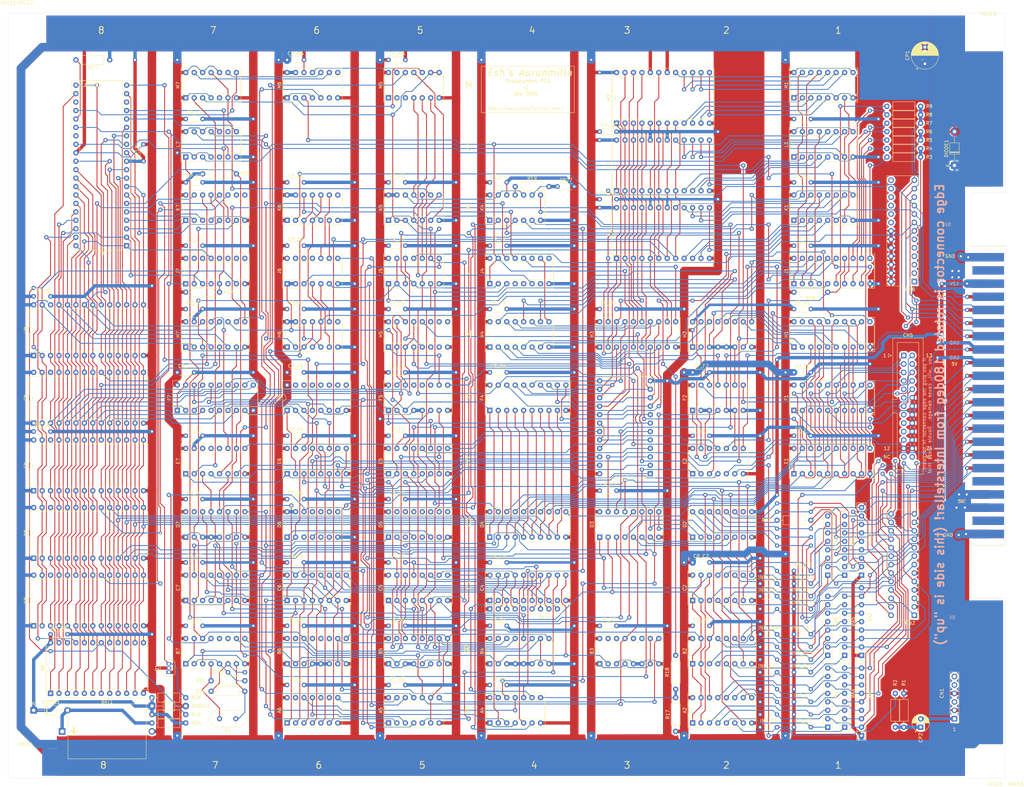
<source format=kicad_pcb>
(kicad_pcb (version 20171130) (host pcbnew "(5.1.5)-3")
  (layers (0 F.Cu signal) (31 B.Cu signal) (34 B.Paste user) (35 F.Paste user) (36 B.SilkS user) (37 F.SilkS user) (38 B.Mask user) (39 F.Mask user) (44 Edge.Cuts user))
  (net 0 "")
  (net 1 "Net-(J7-Pad15)")
  (net 2 "Net-(J7-Pad14)")
  (net 3 "Net-(J7-Pad6)")
  (net 4 "Net-(J7-Pad12)")
  (net 5 "Net-(J7-Pad4)")
  (net 6 "Net-(J7-Pad11)")
  (net 7 "Net-(J7-Pad10)")
  (net 8 "Net-(J7-Pad9)")
  (net 9 /cpu/A13)
  (net 10 "Net-(K7-Pad9)")
  (net 11 /cpu/A14)
  (net 12 "Net-(K7-Pad10)")
  (net 13 /cpu/A15)
  (net 14 /cpu/~MREQ)
  (net 15 /cpu/~RFSH)
  (net 16 "Net-(L7-Pad9)")
  (net 17 "Net-(L7-Pad5)")
  (net 18 /cpu/~WAIT)
  (net 19 /cpu/~BUSRQ)
  (net 20 GND)
  (net 21 VCC)
  (net 22 /cpu/~INT)
  (net 23 /cpu/~NMI)
  (net 24 /cpu/~IORQ)
  (net 25 "Net-(M7-Pad5)")
  (net 26 "Net-(M5-Pad10)")
  (net 27 "Net-(M6-Pad10)")
  (net 28 "Net-(M6-Pad8)")
  (net 29 "Net-(M6-Pad9)")
  (net 30 "Net-(M6-Pad6)")
  (net 31 "Net-(M5-Pad13)")
  (net 32 /cpu/CLK_SRC)
  (net 33 "Net-(C8-Pad26)")
  (net 34 "Net-(D8-Pad26)")
  (net 35 "Net-(E8-Pad26)")
  (net 36 "Net-(F8-Pad26)")
  (net 37 "Net-(H8-Pad26)")
  (net 38 /A7)
  (net 39 /D3)
  (net 40 /A6)
  (net 41 /D4)
  (net 42 /A5)
  (net 43 /D5)
  (net 44 /A4)
  (net 45 /D6)
  (net 46 /A3)
  (net 47 /D7)
  (net 48 /A2)
  (net 49 /~RAM_B8)
  (net 50 /A1)
  (net 51 /A10)
  (net 52 /A0)
  (net 53 /~RD)
  (net 54 /D0)
  (net 55 /~WR)
  (net 56 /D1)
  (net 57 /A9)
  (net 58 /D2)
  (net 59 /A8)
  (net 60 /A12)
  (net 61 /~ROM_C8)
  (net 62 /A11)
  (net 63 /~ROM_D8)
  (net 64 /~ROM_E8)
  (net 65 /~ROM_F8)
  (net 66 /~ROM_H8)
  (net 67 /LDP_RD_LOAD)
  (net 68 /cpu/BCLK)
  (net 69 "Net-(E7-Pad12)")
  (net 70 "Net-(E7-Pad13)")
  (net 71 "Net-(E7-Pad14)")
  (net 72 "Net-(K6-Pad8)")
  (net 73 "Net-(K6-Pad12)")
  (net 74 "Net-(J6-Pad11)")
  (net 75 "Net-(J6-Pad12)")
  (net 76 "Net-(J6-Pad13)")
  (net 77 "Net-(H6-Pad8)")
  (net 78 "Net-(H6-Pad12)")
  (net 79 "Net-(F6-Pad9)")
  (net 80 "Net-(F6-Pad10)")
  (net 81 "Net-(F6-Pad11)")
  (net 82 "Net-(F6-Pad12)")
  (net 83 "Net-(F6-Pad13)")
  (net 84 "Net-(F6-Pad14)")
  (net 85 /cpu/~Fx_PORT)
  (net 86 "Net-(F6-Pad15)")
  (net 87 "Net-(F5-Pad11)")
  (net 88 "Net-(F5-Pad12)")
  (net 89 "Net-(F5-Pad13)")
  (net 90 "Net-(M5-Pad1)")
  (net 91 "Net-(M5-Pad2)")
  (net 92 "Net-(M5-Pad3)")
  (net 93 "Net-(H5-Pad9)")
  (net 94 "Net-(H5-Pad10)")
  (net 95 "Net-(H5-Pad11)")
  (net 96 "Net-(H5-Pad6)")
  (net 97 "Net-(H5-Pad7)")
  (net 98 "Net-(D5-Pad9)")
  (net 99 "Net-(D5-Pad10)")
  (net 100 "Net-(D5-Pad3)")
  (net 101 "Net-(D5-Pad11)")
  (net 102 "Net-(D5-Pad12)")
  (net 103 "Net-(D5-Pad5)")
  (net 104 "Net-(D5-Pad13)")
  (net 105 "Net-(D5-Pad14)")
  (net 106 "Net-(D5-Pad7)")
  (net 107 "Net-(D5-Pad15)")
  (net 108 "Net-(D6-Pad8)")
  (net 109 "Net-(D6-Pad9)")
  (net 110 "Net-(D6-Pad3)")
  (net 111 "Net-(D6-Pad10)")
  (net 112 "Net-(D6-Pad11)")
  (net 113 "Net-(D6-Pad5)")
  (net 114 "Net-(D6-Pad6)")
  (net 115 "Net-(D7-Pad15)")
  (net 116 "Net-(B7-Pad2)")
  (net 117 "Net-(B7-Pad11)")
  (net 118 "Net-(B7-Pad4)")
  (net 119 "Net-(B7-Pad12)")
  (net 120 "Net-(B7-Pad6)")
  (net 121 "Net-(B7-Pad7)")
  (net 122 /VA6)
  (net 123 /timing/VD3)
  (net 124 /VA5)
  (net 125 /timing/VD2)
  (net 126 /VA4)
  (net 127 /timing/VD1)
  (net 128 /VA3)
  (net 129 /timing/VD0)
  (net 130 /VA0)
  (net 131 /VA2)
  (net 132 /VA7)
  (net 133 /timing/C7_TC)
  (net 134 /VA1)
  (net 135 /timing/B5_TC)
  (net 136 "Net-(B6-Pad11)")
  (net 137 "Net-(B6-Pad12)")
  (net 138 "Net-(B6-Pad13)")
  (net 139 "Net-(B6-Pad15)")
  (net 140 /CLK_18_432MHz)
  (net 141 /timing/HD3)
  (net 142 /timing/HD2)
  (net 143 /timing/HD1)
  (net 144 /timing/HD0)
  (net 145 /timing/B4_TC)
  (net 146 /HA4)
  (net 147 /HA6)
  (net 148 /HA5)
  (net 149 /HA3)
  (net 150 /HA0)
  (net 151 /HA1)
  (net 152 /HA2)
  (net 153 /HA7)
  (net 154 /CVD0)
  (net 155 /CHD0)
  (net 156 /CVD1)
  (net 157 /CHD1)
  (net 158 /CVD2)
  (net 159 /CHD2)
  (net 160 /CHD3)
  (net 161 "Net-(J4-Pad9)")
  (net 162 "Net-(J4-Pad11)")
  (net 163 "Net-(J4-Pad4)")
  (net 164 "Net-(J4-Pad5)")
  (net 165 "Net-(J4-Pad7)")
  (net 166 /~LDP_BUF_RD)
  (net 167 /BD4)
  (net 168 /BD3)
  (net 169 /ldp/LDV1000_D4)
  (net 170 /ldp/LDV1000_D3)
  (net 171 /ldp/LDV1000_D5)
  (net 172 /ldp/LDV1000_D2)
  (net 173 /BD5)
  (net 174 /BD2)
  (net 175 /BD6)
  (net 176 /BD1)
  (net 177 /ldp/LDV1000_D6)
  (net 178 /ldp/LDV1000_D1)
  (net 179 /ldp/LDV1000_D7)
  (net 180 /ldp/LDV1000_D0)
  (net 181 /BD7)
  (net 182 /BD0)
  (net 183 /ldp/LDP_WR_LOAD)
  (net 184 /ldp/~LDV1000_CMD)
  (net 185 /ldp/~LDV1000_STATUS)
  (net 186 /~BWR)
  (net 187 /~RST)
  (net 188 "Net-(H1-Pad19)")
  (net 189 /BA1)
  (net 190 /BA2)
  (net 191 /BA0)
  (net 192 /BA3)
  (net 193 /BA4)
  (net 194 /BA6)
  (net 195 /BA5)
  (net 196 /BA7)
  (net 197 /timing/~RST_CNT_6_144MHz)
  (net 198 /timing/~RST_H_CNTRS)
  (net 199 "Net-(B3-Pad11)")
  (net 200 "Net-(B3-Pad12)")
  (net 201 "Net-(B3-Pad14)")
  (net 202 "Net-(B3-Pad15)")
  (net 203 /timing/~CLK_6_144MHz)
  (net 204 /CLK_6_144MHz)
  (net 205 /~CHD3)
  (net 206 /~CHD2)
  (net 207 /cpu/BRD)
  (net 208 /cpu/~HA0_SET_BRD_CLEAR)
  (net 209 /cpu/F000_ADDR)
  (net 210 /cpu/~HA0&HA1)
  (net 211 /cpu/~HA0&HA1&HA2)
  (net 212 /cpu/~HA1|HA2)
  (net 213 /cpu/~BHA1|HA2)
  (net 214 /~F0-F3_PORT_RD)
  (net 215 /~CLR_INT)
  (net 216 /~CLR_NMI)
  (net 217 /~F8-FF_PORT_WR)
  (net 218 /cpu/~FC-FF_PORT_NRD)
  (net 219 /cpu/~F8-FB_PORT_NRD)
  (net 220 /cpu/~F8-FF_PORT_NRD)
  (net 221 /~F4_PORT_NRD)
  (net 222 /cpu/~F4-F7_PORT_NRD)
  (net 223 /cpu/~F5_PORT_NRD)
  (net 224 /cpu/~F4-F7_PORT_RD)
  (net 225 /misc/~FC_PORT_WR)
  (net 226 /misc/~FD_PORT_WR)
  (net 227 "Net-(D2-Pad10)")
  (net 228 /misc/~F8_PORT_WR)
  (net 229 /misc/~FB_PORT_WR)
  (net 230 /misc/~FA_PORT_WR)
  (net 231 "Net-(D2-Pad13)")
  (net 232 /misc/~F9_PORT_WR)
  (net 233 "Net-(D2-Pad7)")
  (net 234 /~BRD)
  (net 235 /timing/D5_P6)
  (net 236 /timing/D5_P4)
  (net 237 "Net-(E2-Pad11)")
  (net 238 /~VID_DATA_BUS)
  (net 239 /~HA1|HA2_LONG)
  (net 240 /~CPU_ADDR_SEL)
  (net 241 /MA2)
  (net 242 /MA0)
  (net 243 /MA3)
  (net 244 /MA1)
  (net 245 /MA5)
  (net 246 /MA7)
  (net 247 /MA4)
  (net 248 /MA6)
  (net 249 /MA10)
  (net 250 /BA8)
  (net 251 /BA10)
  (net 252 /MA8)
  (net 253 /BA9)
  (net 254 /MA9)
  (net 255 /video/B2D3)
  (net 256 /video/B2D4)
  (net 257 /video/B2D5)
  (net 258 /video/B2D6)
  (net 259 /video/B2D7)
  (net 260 /video/B2D0)
  (net 261 /~VRAM_WR)
  (net 262 /video/B2D1)
  (net 263 /video/B2D2)
  (net 264 "Net-(E2-Pad5)")
  (net 265 "Net-(E2-Pad6)")
  (net 266 /timing/VA6&VA7)
  (net 267 /video/VROM_A8)
  (net 268 /video/VROM_A3)
  (net 269 /video/VROM_A9)
  (net 270 /video/VROM_A5)
  (net 271 /video/VROM_A4)
  (net 272 /video/VROM_A6)
  (net 273 /video/VROM_A10)
  (net 274 /video/VROM_A7)
  (net 275 "Net-(A4-Pad8)")
  (net 276 "Net-(CP2-Pad1)")
  (net 277 /video/RGB_D7)
  (net 278 /video/RGB_A8)
  (net 279 /video/RGB_A7)
  (net 280 /video/RGB_A6)
  (net 281 /video/RGB_A5)
  (net 282 /video/RGB_A4)
  (net 283 /video/RGB_A3)
  (net 284 /video/RGB_A0)
  (net 285 /video/RGB_D4)
  (net 286 /video/RGB_A1)
  (net 287 /video/RGB_D5)
  (net 288 /video/RGB_A2)
  (net 289 /video/RGB_D6)
  (net 290 /video/RGB_D0)
  (net 291 /video/RGB_D1)
  (net 292 /video/RGB_D2)
  (net 293 /video/RGB_D3)
  (net 294 /~RGB_ENABLE)
  (net 295 /video/K3_D0)
  (net 296 /video/K3_D4)
  (net 297 /video/K3_D1)
  (net 298 /video/K3_D5)
  (net 299 /video/K3_D2)
  (net 300 /video/K3_D6)
  (net 301 /video/K3_D3)
  (net 302 /video/K3_D7)
  (net 303 /video/L3_D7)
  (net 304 /video/L3_D3)
  (net 305 /video/L3_D6)
  (net 306 /video/L3_D2)
  (net 307 /video/L3_D5)
  (net 308 /video/L3_D1)
  (net 309 /video/L3_D4)
  (net 310 /video/L3_D0)
  (net 311 /video/M3_D0)
  (net 312 /video/M3_D4)
  (net 313 /video/M3_D1)
  (net 314 /video/M3_D5)
  (net 315 /video/M3_D2)
  (net 316 /video/M3_D6)
  (net 317 /video/M3_D3)
  (net 318 /video/M3_D7)
  (net 319 /~PIXEL_LOAD)
  (net 320 /LOAD_MISC)
  (net 321 /LOAD_TILE_IDX)
  (net 322 /LOAD_TILE_ATTR)
  (net 323 /~RST_V_CNTRS)
  (net 324 /~DSC_VSYNC_BEGIN)
  (net 325 /timing/~PCB_VSYNC_BEGIN)
  (net 326 /cpu/DISC_VSYNC)
  (net 327 /cpu/~DISC_VSYNC_DLY)
  (net 328 "Net-(A4-Pad11)")
  (net 329 /CLK_7_8kHz)
  (net 330 /CLK_15_6kHz)
  (net 331 /~CLK_15_6kHz)
  (net 332 "Net-(CN5-Pad5)")
  (net 333 "Net-(CN5-Pad9)")
  (net 334 "Net-(CN5-Pad6)")
  (net 335 "Net-(CN5-Pad8)")
  (net 336 "Net-(CN5-Pad10)")
  (net 337 "Net-(CN100-PadB)")
  (net 338 "Net-(CN100-PadE)")
  (net 339 "Net-(CN100-PadW)")
  (net 340 "Net-(CN100-PadY)")
  (net 341 "Net-(CN100-Pad2)")
  (net 342 "Net-(CN100-Pad5)")
  (net 343 "Net-(CN100-Pad21)")
  (net 344 /input/A2_P10)
  (net 345 /input/A2_P3)
  (net 346 /input/A2_P4)
  (net 347 /input/A2_P12)
  (net 348 /input/~DBNC_ACTION)
  (net 349 /input/A2_P13)
  (net 350 /input/~DBNC_START1)
  (net 351 /input/~DBNC_LEFT)
  (net 352 /input/~DBNC_RIGHT)
  (net 353 /input/~DBNC_UNK3)
  (net 354 /input/~DBNC_COIN2)
  (net 355 /input/~DBNC_UNK1)
  (net 356 /input/~DBNC_DOWN)
  (net 357 /input/~DBNC_UP)
  (net 358 /input/~DBNC_UNK2)
  (net 359 /input/~DBNC_COIN1)
  (net 360 /12V)
  (net 361 /~DISC_VSYNC)
  (net 362 /SHOW_LD_VIDEO)
  (net 363 /~CSYNC_OUT)
  (net 364 /~SWITCH_ACTION)
  (net 365 "Net-(RA1-Pad4)")
  (net 366 "Net-(RA1-Pad7)")
  (net 367 "Net-(RA1-Pad8)")
  (net 368 /input/B2_P13)
  (net 369 /input/B2_P12)
  (net 370 /input/B2_P4)
  (net 371 /~SWITCH_START1)
  (net 372 /~SWITCH_LEFT)
  (net 373 /~SWITCH_UNK3)
  (net 374 /~SWITCH_RIGHT)
  (net 375 "Net-(RA2-Pad6)")
  (net 376 /input/C2_P4)
  (net 377 /input/C2_P12)
  (net 378 /~SWITCH_COIN2)
  (net 379 /~SWITCH_DOWN)
  (net 380 /~SWITCH_UNK2)
  (net 381 /~SWITCH_COIN1)
  (net 382 /~SWITCH_UP)
  (net 383 /~SWITCH_UNK1)
  (net 384 "Net-(BAT1-Pad1)")
  (net 385 /RA2_P7)
  (net 386 /D2_P16)
  (net 387 /D2_P15)
  (net 388 /RA1_P9)
  (net 389 /RA1_P5)
  (net 390 /RA3_P8)
  (net 391 /RA3_P3)
  (net 392 /RA2_P4)
  (net 393 "Net-(CN6-Pad1)")
  (net 394 "Net-(CN6-Pad2)")
  (net 395 "Net-(CN6-Pad3)")
  (net 396 "Net-(CN6-Pad4)")
  (net 397 "Net-(CN6-Pad5)")
  (net 398 "Net-(CN6-Pad6)")
  (net 399 "Net-(CN6-Pad14)")
  (net 400 "Net-(CN6-Pad15)")
  (net 401 "Net-(CN6-Pad16)")
  (net 402 "Net-(CN6-Pad17)")
  (net 403 "Net-(CN6-Pad18)")
  (net 404 "Net-(CN6-Pad19)")
  (net 405 "Net-(CN1-Pad1)")
  (net 406 "Net-(CN1-Pad3)")
  (net 407 "Net-(CN1-Pad5)")
  (net 408 "Net-(CN1-Pad6)")
  (net 409 "Net-(C4-Pad9)")
  (net 410 "Net-(L8-Pad23)")
  (net 411 "Net-(L8-Pad27)")
  (net 412 "Net-(L8-Pad18)")
  (net 413 /RAM_PWR)
  (net 414 /HIDE_LD_VIDEO)
  (net 415 "Net-(CP27-Pad1)")
  (net 416 /~HIDE_LD_VIDEO)
  (net 417 /input/~DBNC_ACTION2)
  (net 418 /input/~DBNC_TEST)
  (net 419 /~DSC_CSYNC_BEGIN)
  (net 420 /input/~DBNC_START2)
  (net 421 /~SWITCH_ACTION2)
  (net 422 /~SWITCH_TEST)
  (net 423 /~SWITCH_START2)
  (net 424 /ANALOG_GREEN)
  (net 425 /~DISC_CSYNC)
  (net 426 /ANALOG_BLUE)
  (net 427 /ANALOG_RED)
  (net 428 /video/PALETTE_MOD_SEL1)
  (net 429 /video/PALETTE_MOD_SEL0)
  (net 430 /cpu/~DISC_CSYNC_DLY)
  (net 431 /cpu/DISC_CSYNC)
  (net 432 /HIDE_LD_VID_PAL0)
  (net 433 /HIDE_LD_VID_PAL1)
  (net 434 /IN0_RGB_A8)
  (net 435 /IN1_RGB_A8)
  (net 436 /IN2_RGB_A8)
  (net 437 /IN3_RGB_A8)
  (net 438 /~LAMP_ACTION)
  (net 439 /~LAMP_JOYSTICK)
  (net 440 /~LAMP_START2)
  (net 441 /~LAMP_START1)
  (net 442 /cpu/~F000_F7FF)
  (net 443 /cpu/~E000_FFFF)
  (module Resistor_THT:R_Array_SIP8 (layer F.Cu) (at 271.78 194.31 90)
    (fp_text reference RA9 (at 10.16 2.54 90) (layer F.SilkS))
    (fp_text value 220)
    (pad 8 thru_hole oval (at 17.78 0 90) (size 1.6 1.6) (drill 0.8) (layers *.Cu *.Mask) (net 380 /~SWITCH_UNK2))
    (pad 7 thru_hole oval (at 15.24 0 90) (size 1.6 1.6) (drill 0.8) (layers *.Cu *.Mask) (net 358 /input/~DBNC_UNK2))
    (pad 6 thru_hole oval (at 12.7 0 90) (size 1.6 1.6) (drill 0.8) (layers *.Cu *.Mask) (net 378 /~SWITCH_COIN2))
    (pad 5 thru_hole oval (at 10.16 0 90) (size 1.6 1.6) (drill 0.8) (layers *.Cu *.Mask) (net 354 /input/~DBNC_COIN2))
    (pad 4 thru_hole oval (at 7.62 0 90) (size 1.6 1.6) (drill 0.8) (layers *.Cu *.Mask) (net 383 /~SWITCH_UNK1))
    (pad 3 thru_hole oval (at 5.08 0 90) (size 1.6 1.6) (drill 0.8) (layers *.Cu *.Mask) (net 355 /input/~DBNC_UNK1))
    (pad 2 thru_hole oval (at 2.54 0 90) (size 1.6 1.6) (drill 0.8) (layers *.Cu *.Mask) (net 381 /~SWITCH_COIN1))
    (pad 1 thru_hole rect (at 0 0 90) (size 1.6 1.6) (drill 0.8) (layers *.Cu *.Mask) (net 359 /input/~DBNC_COIN1))
  )
  (module Package_DIP:DIP-16_W7.62mm_Socket (layer F.Cu) (at 231.14 182.88 90)
    (fp_text reference D2 (at 3.81 -2.33 90) (layer F.SilkS))
    (fp_text value ULN2003)
    (pad 1 thru_hole rect (at 0 0 90) (size 1.6 1.6) (drill 0.8) (layers *.Cu *.Mask) (net 225 /misc/~FC_PORT_WR))
    (pad 9 thru_hole oval (at 7.62 17.78 90) (size 1.6 1.6) (drill 0.8) (layers *.Cu *.Mask) (net 360 /12V))
    (pad 2 thru_hole oval (at 0 2.54 90) (size 1.6 1.6) (drill 0.8) (layers *.Cu *.Mask) (net 226 /misc/~FD_PORT_WR))
    (pad 10 thru_hole oval (at 7.62 15.24 90) (size 1.6 1.6) (drill 0.8) (layers *.Cu *.Mask) (net 227 "Net-(D2-Pad10)"))
    (pad 3 thru_hole oval (at 0 5.08 90) (size 1.6 1.6) (drill 0.8) (layers *.Cu *.Mask) (net 228 /misc/~F8_PORT_WR))
    (pad 11 thru_hole oval (at 7.62 12.7 90) (size 1.6 1.6) (drill 0.8) (layers *.Cu *.Mask) (net 440 /~LAMP_START2))
    (pad 4 thru_hole oval (at 0 7.62 90) (size 1.6 1.6) (drill 0.8) (layers *.Cu *.Mask) (net 229 /misc/~FB_PORT_WR))
    (pad 12 thru_hole oval (at 7.62 10.16 90) (size 1.6 1.6) (drill 0.8) (layers *.Cu *.Mask) (net 438 /~LAMP_ACTION))
    (pad 5 thru_hole oval (at 0 10.16 90) (size 1.6 1.6) (drill 0.8) (layers *.Cu *.Mask) (net 230 /misc/~FA_PORT_WR))
    (pad 13 thru_hole oval (at 7.62 7.62 90) (size 1.6 1.6) (drill 0.8) (layers *.Cu *.Mask) (net 231 "Net-(D2-Pad13)"))
    (pad 6 thru_hole oval (at 0 12.7 90) (size 1.6 1.6) (drill 0.8) (layers *.Cu *.Mask) (net 232 /misc/~F9_PORT_WR))
    (pad 14 thru_hole oval (at 7.62 5.08 90) (size 1.6 1.6) (drill 0.8) (layers *.Cu *.Mask) (net 441 /~LAMP_START1))
    (pad 7 thru_hole oval (at 0 15.24 90) (size 1.6 1.6) (drill 0.8) (layers *.Cu *.Mask) (net 233 "Net-(D2-Pad7)"))
    (pad 15 thru_hole oval (at 7.62 2.54 90) (size 1.6 1.6) (drill 0.8) (layers *.Cu *.Mask) (net 387 /D2_P15))
    (pad 8 thru_hole oval (at 0 17.78 90) (size 1.6 1.6) (drill 0.8) (layers *.Cu *.Mask) (net 20 GND))
    (pad 16 thru_hole oval (at 7.62 0 90) (size 1.6 1.6) (drill 0.8) (layers *.Cu *.Mask) (net 386 /D2_P16))
  )
  (module Package_DIP:DIP-16_W7.62mm_Socket (layer F.Cu) (at 203.2 182.88 90)
    (fp_text reference D3 (at 3.81 -2.33 90) (layer F.SilkS))
    (fp_text value 74LS259)
    (pad 1 thru_hole rect (at 0 0 90) (size 1.6 1.6) (drill 0.8) (layers *.Cu *.Mask) (net 191 /BA0))
    (pad 9 thru_hole oval (at 7.62 17.78 90) (size 1.6 1.6) (drill 0.8) (layers *.Cu *.Mask) (net 225 /misc/~FC_PORT_WR))
    (pad 2 thru_hole oval (at 0 2.54 90) (size 1.6 1.6) (drill 0.8) (layers *.Cu *.Mask) (net 189 /BA1))
    (pad 10 thru_hole oval (at 7.62 15.24 90) (size 1.6 1.6) (drill 0.8) (layers *.Cu *.Mask) (net 226 /misc/~FD_PORT_WR))
    (pad 3 thru_hole oval (at 0 5.08 90) (size 1.6 1.6) (drill 0.8) (layers *.Cu *.Mask) (net 190 /BA2))
    (pad 11 thru_hole oval (at 7.62 12.7 90) (size 1.6 1.6) (drill 0.8) (layers *.Cu *.Mask) (net 215 /~CLR_INT))
    (pad 4 thru_hole oval (at 0 7.62 90) (size 1.6 1.6) (drill 0.8) (layers *.Cu *.Mask) (net 228 /misc/~F8_PORT_WR))
    (pad 12 thru_hole oval (at 7.62 10.16 90) (size 1.6 1.6) (drill 0.8) (layers *.Cu *.Mask) (net 216 /~CLR_NMI))
    (pad 5 thru_hole oval (at 0 10.16 90) (size 1.6 1.6) (drill 0.8) (layers *.Cu *.Mask) (net 232 /misc/~F9_PORT_WR))
    (pad 13 thru_hole oval (at 7.62 7.62 90) (size 1.6 1.6) (drill 0.8) (layers *.Cu *.Mask) (net 182 /BD0))
    (pad 6 thru_hole oval (at 0 12.7 90) (size 1.6 1.6) (drill 0.8) (layers *.Cu *.Mask) (net 230 /misc/~FA_PORT_WR))
    (pad 14 thru_hole oval (at 7.62 5.08 90) (size 1.6 1.6) (drill 0.8) (layers *.Cu *.Mask) (net 217 /~F8-FF_PORT_WR))
    (pad 7 thru_hole oval (at 0 15.24 90) (size 1.6 1.6) (drill 0.8) (layers *.Cu *.Mask) (net 229 /misc/~FB_PORT_WR))
    (pad 15 thru_hole oval (at 7.62 2.54 90) (size 1.6 1.6) (drill 0.8) (layers *.Cu *.Mask) (net 187 /~RST))
    (pad 8 thru_hole oval (at 0 17.78 90) (size 1.6 1.6) (drill 0.8) (layers *.Cu *.Mask) (net 20 GND))
    (pad 16 thru_hole oval (at 7.62 0 90) (size 1.6 1.6) (drill 0.8) (layers *.Cu *.Mask) (net 21 VCC))
  )
  (module esh:2x13Connector (layer F.Cu) (at 297.815 206.375 180)
    (fp_text reference CN2 (at 1.27 -2.33) (layer F.SilkS))
    (fp_text value Conn_02x13_Counter_Clockwise)
    (pad 1 thru_hole rect (at 0 0 180) (size 1.7 1.7) (drill 1) (layers *.Cu *.Mask) (net 385 /RA2_P7))
    (pad 2 thru_hole oval (at 0 2.54 180) (size 1.7 1.7) (drill 1) (layers *.Cu *.Mask) (net 20 GND))
    (pad 3 thru_hole oval (at 0 5.08 180) (size 1.7 1.7) (drill 1) (layers *.Cu *.Mask) (net 392 /RA2_P4))
    (pad 4 thru_hole oval (at 0 7.62 180) (size 1.7 1.7) (drill 1) (layers *.Cu *.Mask) (net 20 GND))
    (pad 5 thru_hole oval (at 0 10.16 180) (size 1.7 1.7) (drill 1) (layers *.Cu *.Mask) (net 371 /~SWITCH_START1))
    (pad 6 thru_hole oval (at 0 12.7 180) (size 1.7 1.7) (drill 1) (layers *.Cu *.Mask) (net 20 GND))
    (pad 7 thru_hole oval (at 0 15.24 180) (size 1.7 1.7) (drill 1) (layers *.Cu *.Mask) (net 386 /D2_P16))
    (pad 8 thru_hole oval (at 0 17.78 180) (size 1.7 1.7) (drill 1) (layers *.Cu *.Mask) (net 387 /D2_P15))
    (pad 9 thru_hole oval (at 0 20.32 180) (size 1.7 1.7) (drill 1) (layers *.Cu *.Mask) (net 374 /~SWITCH_RIGHT))
    (pad 10 thru_hole oval (at 0 22.86 180) (size 1.7 1.7) (drill 1) (layers *.Cu *.Mask) (net 438 /~LAMP_ACTION))
    (pad 11 thru_hole oval (at 0 25.4 180) (size 1.7 1.7) (drill 1) (layers *.Cu *.Mask) (net 379 /~SWITCH_DOWN))
    (pad 12 thru_hole oval (at 0 27.94 180) (size 1.7 1.7) (drill 1) (layers *.Cu *.Mask) (net 439 /~LAMP_JOYSTICK))
    (pad 13 thru_hole oval (at 0 30.48 180) (size 1.7 1.7) (drill 1) (layers *.Cu *.Mask) (net 378 /~SWITCH_COIN2))
    (pad 14 thru_hole oval (at 6.985 30.48 180) (size 1.7 1.7) (drill 1) (layers *.Cu *.Mask) (net 381 /~SWITCH_COIN1))
    (pad 15 thru_hole oval (at 6.985 27.94 180) (size 1.7 1.7) (drill 1) (layers *.Cu *.Mask) (net 421 /~SWITCH_ACTION2))
    (pad 16 thru_hole oval (at 6.985 25.4 180) (size 1.7 1.7) (drill 1) (layers *.Cu *.Mask) (net 364 /~SWITCH_ACTION))
    (pad 17 thru_hole oval (at 6.985 22.86 180) (size 1.7 1.7) (drill 1) (layers *.Cu *.Mask) (net 382 /~SWITCH_UP))
    (pad 18 thru_hole oval (at 6.985 20.32 180) (size 1.7 1.7) (drill 1) (layers *.Cu *.Mask) (net 372 /~SWITCH_LEFT))
    (pad 19 thru_hole oval (at 6.985 17.78 180) (size 1.7 1.7) (drill 1) (layers *.Cu *.Mask) (net 440 /~LAMP_START2))
    (pad 20 thru_hole oval (at 6.985 15.24 180) (size 1.7 1.7) (drill 1) (layers *.Cu *.Mask) (net 441 /~LAMP_START1))
    (pad 21 thru_hole oval (at 6.985 12.7 180) (size 1.7 1.7) (drill 1) (layers *.Cu *.Mask) (net 422 /~SWITCH_TEST))
    (pad 22 thru_hole oval (at 6.985 10.16 180) (size 1.7 1.7) (drill 1) (layers *.Cu *.Mask) (net 423 /~SWITCH_START2))
    (pad 23 thru_hole oval (at 6.985 7.62 180) (size 1.7 1.7) (drill 1) (layers *.Cu *.Mask) (net 388 /RA1_P9))
    (pad 24 thru_hole oval (at 6.985 5.08 180) (size 1.7 1.7) (drill 1) (layers *.Cu *.Mask) (net 389 /RA1_P5))
    (pad 25 thru_hole oval (at 6.985 2.54 180) (size 1.7 1.7) (drill 1) (layers *.Cu *.Mask) (net 390 /RA3_P8))
    (pad 26 thru_hole oval (at 6.985 0 180) (size 1.7 1.7) (drill 1) (layers *.Cu *.Mask) (net 391 /RA3_P3))
  )
  (module esh:Esh_Edge (layer F.Cu) (at 320.04 140.335 90)
    (fp_text reference CN100 (at 0.635 -6.985 90) (layer F.SilkS))
    (fp_text value Esh_Edge)
    (pad 22 connect rect (at 41.605201 0 90) (size 2.5 9.499999) (layers F.Cu F.Mask) (net 20 GND))
    (pad 21 connect rect (at 37.6428 0 90) (size 2.5 9.499999) (layers F.Cu F.Mask) (net 343 "Net-(CN100-Pad21)"))
    (pad 20 connect rect (at 33.6804 0 90) (size 2.5 9.499999) (layers F.Cu F.Mask) (net 360 /12V))
    (pad 19 connect rect (at 29.718 0 90) (size 2.5 9.499999) (layers F.Cu F.Mask) (net 361 /~DISC_VSYNC))
    (pad 18 connect rect (at 25.7556 0 90) (size 2.5 9.499999) (layers F.Cu F.Mask) (net 362 /SHOW_LD_VIDEO))
    (pad 17 connect rect (at 21.7932 0 90) (size 2.5 9.499999) (layers F.Cu F.Mask) (net 426 /ANALOG_BLUE))
    (pad 16 connect rect (at 17.8308 0 90) (size 2.5 9.499999) (layers F.Cu F.Mask) (net 427 /ANALOG_RED))
    (pad 15 connect rect (at 13.8684 0 90) (size 2.5 9.499999) (layers F.Cu F.Mask) (net 423 /~SWITCH_START2))
    (pad 14 connect rect (at 9.906 0 90) (size 2.5 9.499999) (layers F.Cu F.Mask) (net 378 /~SWITCH_COIN2))
    (pad 13 connect rect (at 5.9436 0 90) (size 2.5 9.499999) (layers F.Cu F.Mask) (net 371 /~SWITCH_START1))
    (pad 12 connect rect (at 1.9812 0 90) (size 2.5 9.499999) (layers F.Cu F.Mask) (net 422 /~SWITCH_TEST))
    (pad 11 connect rect (at -1.9812 0 90) (size 2.5 9.499999) (layers F.Cu F.Mask) (net 421 /~SWITCH_ACTION2))
    (pad 10 connect rect (at -5.9436 0 90) (size 2.5 9.499999) (layers F.Cu F.Mask) (net 372 /~SWITCH_LEFT))
    (pad 9 connect rect (at -9.906 0 90) (size 2.5 9.499999) (layers F.Cu F.Mask) (net 379 /~SWITCH_DOWN))
    (pad 8 connect rect (at -13.8684 0 90) (size 2.5 9.499999) (layers F.Cu F.Mask) (net 380 /~SWITCH_UNK2))
    (pad 7 connect rect (at -17.8308 0 90) (size 2.5 9.499999) (layers F.Cu F.Mask) (net 439 /~LAMP_JOYSTICK))
    (pad 6 connect rect (at -21.7932 0 90) (size 2.5 9.499999) (layers F.Cu F.Mask) (net 440 /~LAMP_START2))
    (pad 5 connect rect (at -25.7556 0 90) (size 2.5 9.499999) (layers F.Cu F.Mask) (net 342 "Net-(CN100-Pad5)"))
    (pad 4 connect rect (at -29.718 0 90) (size 2.5 9.499999) (layers F.Cu F.Mask) (net 21 VCC))
    (pad 3 connect rect (at -33.6804 0 90) (size 2.5 9.499999) (layers F.Cu F.Mask) (net 21 VCC))
    (pad 2 connect rect (at -37.6428 0 90) (size 2.5 9.499999) (layers F.Cu F.Mask) (net 341 "Net-(CN100-Pad2)"))
    (pad 1 connect rect (at -41.6052 0 90) (size 2.5 9.499999) (layers F.Cu F.Mask) (net 20 GND))
    (pad Y connect rect (at 37.6428 0 90) (size 2.5 9.499999) (layers B.Cu B.Mask) (net 340 "Net-(CN100-PadY)"))
    (pad X connect rect (at 33.6804 0 90) (size 2.5 9.499999) (layers B.Cu B.Mask) (net 360 /12V))
    (pad W connect rect (at 29.718 0 90) (size 2.5 9.499999) (layers B.Cu B.Mask) (net 339 "Net-(CN100-PadW)"))
    (pad V connect rect (at 25.7556 0 90) (size 2.5 9.499999) (layers B.Cu B.Mask) (net 425 /~DISC_CSYNC))
    (pad U connect rect (at 21.7932 0 90) (size 2.5 9.499999) (layers B.Cu B.Mask) (net 363 /~CSYNC_OUT))
    (pad T connect rect (at 17.8308 0 90) (size 2.5 9.499999) (layers B.Cu B.Mask) (net 424 /ANALOG_GREEN))
    (pad S connect rect (at 13.8684 0 90) (size 2.5 9.499999) (layers B.Cu B.Mask) (net 20 GND))
    (pad R connect rect (at 9.906 0 90) (size 2.5 9.499999) (layers B.Cu B.Mask) (net 20 GND))
    (pad P connect rect (at 5.9436 0 90) (size 2.5 9.499999) (layers B.Cu B.Mask) (net 381 /~SWITCH_COIN1))
    (pad N connect rect (at 1.9812 0 90) (size 2.5 9.499999) (layers B.Cu B.Mask) (net 373 /~SWITCH_UNK3))
    (pad L connect rect (at -5.9436 0 90) (size 2.5 9.499999) (layers B.Cu B.Mask) (net 374 /~SWITCH_RIGHT))
    (pad K connect rect (at -9.906 0 90) (size 2.5 9.499999) (layers B.Cu B.Mask) (net 382 /~SWITCH_UP))
    (pad J connect rect (at -13.8684 0 90) (size 2.5 9.499999) (layers B.Cu B.Mask) (net 383 /~SWITCH_UNK1))
    (pad H connect rect (at -17.8308 0 90) (size 2.5 9.499999) (layers B.Cu B.Mask) (net 438 /~LAMP_ACTION))
    (pad F connect rect (at -21.7932 0 90) (size 2.5 9.499999) (layers B.Cu B.Mask) (net 441 /~LAMP_START1))
    (pad E connect rect (at -25.7556 0 90) (size 2.5 9.499999) (layers B.Cu B.Mask) (net 338 "Net-(CN100-PadE)"))
    (pad D connect rect (at -29.718 0 90) (size 2.5 9.499999) (layers B.Cu B.Mask) (net 21 VCC))
    (pad C connect rect (at -33.6804 0 90) (size 2.5 9.499999) (layers B.Cu B.Mask) (net 21 VCC))
    (pad B connect rect (at -37.6428 0 90) (size 2.5 9.499999) (layers B.Cu B.Mask) (net 337 "Net-(CN100-PadB)"))
    (pad M connect rect (at -1.9812 0 90) (size 2.5 9.499999) (layers B.Cu B.Mask) (net 364 /~SWITCH_ACTION))
    (pad Z connect rect (at 41.6052 0 90) (size 2.5 9.499999) (layers B.Cu B.Mask) (net 20 GND))
    (pad A connect rect (at -41.6052 0 90) (size 2.5 9.499999) (layers B.Cu B.Mask) (net 20 GND))
  )
  (module esh:Esh_LDV1000 (layer F.Cu) (at 294.64 128.27)
    (fp_text reference CN5 (at 1.27 -6.1) (layer F.SilkS))
    (fp_text value LDV1000)
    (pad 25 thru_hole circle (at 0 30.48) (size 1.7 1.7) (drill 1) (layers *.Cu *.Mask))
    (pad 1 thru_hole roundrect (at 0 0) (size 1.7 1.7) (drill 1) (layers *.Cu *.Mask) (net 180 /ldp/LDV1000_D0))
    (pad 2 thru_hole circle (at 0 2.54) (size 1.7 1.7) (drill 1) (layers *.Cu *.Mask) (net 178 /ldp/LDV1000_D1))
    (pad 3 thru_hole circle (at 0 5.08) (size 1.7 1.7) (drill 1) (layers *.Cu *.Mask) (net 172 /ldp/LDV1000_D2))
    (pad 4 thru_hole circle (at 0 7.62) (size 1.7 1.7) (drill 1) (layers *.Cu *.Mask) (net 170 /ldp/LDV1000_D3))
    (pad 5 thru_hole circle (at 0 10.16) (size 1.7 1.7) (drill 1) (layers *.Cu *.Mask) (net 332 "Net-(CN5-Pad5)"))
    (pad 6 thru_hole circle (at 0 12.7) (size 1.7 1.7) (drill 1) (layers *.Cu *.Mask) (net 334 "Net-(CN5-Pad6)"))
    (pad 7 thru_hole circle (at 0 15.24) (size 1.7 1.7) (drill 1) (layers *.Cu *.Mask) (net 184 /ldp/~LDV1000_CMD))
    (pad 8 thru_hole circle (at 0 17.78) (size 1.7 1.7) (drill 1) (layers *.Cu *.Mask) (net 335 "Net-(CN5-Pad8)"))
    (pad 9 thru_hole circle (at 0 20.32) (size 1.7 1.7) (drill 1) (layers *.Cu *.Mask) (net 333 "Net-(CN5-Pad9)"))
    (pad 10 thru_hole circle (at 0 22.86) (size 1.7 1.7) (drill 1) (layers *.Cu *.Mask) (net 336 "Net-(CN5-Pad10)"))
    (pad 11 thru_hole circle (at 0 25.4) (size 1.7 1.7) (drill 1) (layers *.Cu *.Mask) (net 185 /ldp/~LDV1000_STATUS))
    (pad 12 thru_hole circle (at 0 27.94) (size 1.7 1.7) (drill 1) (layers *.Cu *.Mask) (net 20 GND))
    (pad 26 thru_hole circle (at 2.54 30.48) (size 1.7 1.7) (drill 1) (layers *.Cu *.Mask))
    (pad 13 thru_hole circle (at 2.54 0) (size 1.7 1.7) (drill 1) (layers *.Cu *.Mask) (net 169 /ldp/LDV1000_D4))
    (pad 14 thru_hole circle (at 2.54 2.54) (size 1.7 1.7) (drill 1) (layers *.Cu *.Mask) (net 171 /ldp/LDV1000_D5))
    (pad 15 thru_hole circle (at 2.54 5.08) (size 1.7 1.7) (drill 1) (layers *.Cu *.Mask) (net 177 /ldp/LDV1000_D6))
    (pad 16 thru_hole circle (at 2.54 7.62) (size 1.7 1.7) (drill 1) (layers *.Cu *.Mask) (net 179 /ldp/LDV1000_D7))
    (pad 17 thru_hole circle (at 2.54 10.16) (size 1.7 1.7) (drill 1) (layers *.Cu *.Mask) (net 184 /ldp/~LDV1000_CMD))
    (pad 18 thru_hole circle (at 2.54 12.7) (size 1.7 1.7) (drill 1) (layers *.Cu *.Mask) (net 20 GND))
    (pad 19 thru_hole circle (at 2.54 15.24) (size 1.7 1.7) (drill 1) (layers *.Cu *.Mask) (net 20 GND))
    (pad 20 thru_hole circle (at 2.54 17.78) (size 1.7 1.7) (drill 1) (layers *.Cu *.Mask) (net 20 GND))
    (pad 21 thru_hole circle (at 2.54 20.32) (size 1.7 1.7) (drill 1) (layers *.Cu *.Mask) (net 20 GND))
    (pad 22 thru_hole circle (at 2.54 22.86) (size 1.7 1.7) (drill 1) (layers *.Cu *.Mask) (net 20 GND))
    (pad 23 thru_hole circle (at 2.54 25.4) (size 1.7 1.7) (drill 1) (layers *.Cu *.Mask) (net 20 GND))
    (pad 24 thru_hole circle (at 2.54 27.94) (size 1.7 1.7) (drill 1) (layers *.Cu *.Mask) (net 20 GND))
  )
  (module Package_DIP:DIP-24_W15.24mm_Socket (layer F.Cu) (at 208.28 99.06 90)
    (fp_text reference K3 (at 7.62 -2.33 90) (layer F.SilkS))
    (fp_text value 2732)
    (pad 1 thru_hole rect (at 0 0 90) (size 1.6 1.6) (drill 0.8) (layers *.Cu *.Mask) (net 274 /video/VROM_A7))
    (pad 13 thru_hole oval (at 15.24 27.94 90) (size 1.6 1.6) (drill 0.8) (layers *.Cu *.Mask) (net 301 /video/K3_D3))
    (pad 2 thru_hole oval (at 0 2.54 90) (size 1.6 1.6) (drill 0.8) (layers *.Cu *.Mask) (net 272 /video/VROM_A6))
    (pad 14 thru_hole oval (at 15.24 25.4 90) (size 1.6 1.6) (drill 0.8) (layers *.Cu *.Mask) (net 296 /video/K3_D4))
    (pad 3 thru_hole oval (at 0 5.08 90) (size 1.6 1.6) (drill 0.8) (layers *.Cu *.Mask) (net 270 /video/VROM_A5))
    (pad 15 thru_hole oval (at 15.24 22.86 90) (size 1.6 1.6) (drill 0.8) (layers *.Cu *.Mask) (net 298 /video/K3_D5))
    (pad 4 thru_hole oval (at 0 7.62 90) (size 1.6 1.6) (drill 0.8) (layers *.Cu *.Mask) (net 271 /video/VROM_A4))
    (pad 16 thru_hole oval (at 15.24 20.32 90) (size 1.6 1.6) (drill 0.8) (layers *.Cu *.Mask) (net 300 /video/K3_D6))
    (pad 5 thru_hole oval (at 0 10.16 90) (size 1.6 1.6) (drill 0.8) (layers *.Cu *.Mask) (net 268 /video/VROM_A3))
    (pad 17 thru_hole oval (at 15.24 17.78 90) (size 1.6 1.6) (drill 0.8) (layers *.Cu *.Mask) (net 302 /video/K3_D7))
    (pad 6 thru_hole oval (at 0 12.7 90) (size 1.6 1.6) (drill 0.8) (layers *.Cu *.Mask) (net 134 /VA1))
    (pad 18 thru_hole oval (at 15.24 15.24 90) (size 1.6 1.6) (drill 0.8) (layers *.Cu *.Mask) (net 20 GND))
    (pad 7 thru_hole oval (at 0 15.24 90) (size 1.6 1.6) (drill 0.8) (layers *.Cu *.Mask) (net 130 /VA0))
    (pad 19 thru_hole oval (at 15.24 12.7 90) (size 1.6 1.6) (drill 0.8) (layers *.Cu *.Mask) (net 273 /video/VROM_A10))
    (pad 8 thru_hole oval (at 0 17.78 90) (size 1.6 1.6) (drill 0.8) (layers *.Cu *.Mask) (net 329 /CLK_7_8kHz))
    (pad 20 thru_hole oval (at 15.24 10.16 90) (size 1.6 1.6) (drill 0.8) (layers *.Cu *.Mask) (net 20 GND))
    (pad 9 thru_hole oval (at 0 20.32 90) (size 1.6 1.6) (drill 0.8) (layers *.Cu *.Mask) (net 295 /video/K3_D0))
    (pad 21 thru_hole oval (at 15.24 7.62 90) (size 1.6 1.6) (drill 0.8) (layers *.Cu *.Mask) (net 256 /video/B2D4))
    (pad 10 thru_hole oval (at 0 22.86 90) (size 1.6 1.6) (drill 0.8) (layers *.Cu *.Mask) (net 297 /video/K3_D1))
    (pad 22 thru_hole oval (at 15.24 5.08 90) (size 1.6 1.6) (drill 0.8) (layers *.Cu *.Mask) (net 269 /video/VROM_A9))
    (pad 11 thru_hole oval (at 0 25.4 90) (size 1.6 1.6) (drill 0.8) (layers *.Cu *.Mask) (net 299 /video/K3_D2))
    (pad 23 thru_hole oval (at 15.24 2.54 90) (size 1.6 1.6) (drill 0.8) (layers *.Cu *.Mask) (net 267 /video/VROM_A8))
    (pad 12 thru_hole oval (at 0 27.94 90) (size 1.6 1.6) (drill 0.8) (layers *.Cu *.Mask) (net 20 GND))
    (pad 24 thru_hole oval (at 15.24 0 90) (size 1.6 1.6) (drill 0.8) (layers *.Cu *.Mask) (net 21 VCC))
  )
  (module Package_DIP:DIP-16_W7.62mm_Socket (layer F.Cu) (at 109.22 163.83 90)
    (fp_text reference E6 (at 3.81 -2.33 90) (layer F.SilkS))
    (fp_text value 74LS157)
    (pad 1 thru_hole rect (at 0 0 90) (size 1.6 1.6) (drill 0.8) (layers *.Cu *.Mask) (net 240 /~CPU_ADDR_SEL))
    (pad 9 thru_hole oval (at 7.62 17.78 90) (size 1.6 1.6) (drill 0.8) (layers *.Cu *.Mask) (net 248 /MA6))
    (pad 2 thru_hole oval (at 0 2.54 90) (size 1.6 1.6) (drill 0.8) (layers *.Cu *.Mask) (net 193 /BA4))
    (pad 10 thru_hole oval (at 7.62 15.24 90) (size 1.6 1.6) (drill 0.8) (layers *.Cu *.Mask) (net 128 /VA3))
    (pad 3 thru_hole oval (at 0 5.08 90) (size 1.6 1.6) (drill 0.8) (layers *.Cu *.Mask) (net 153 /HA7))
    (pad 11 thru_hole oval (at 7.62 12.7 90) (size 1.6 1.6) (drill 0.8) (layers *.Cu *.Mask) (net 194 /BA6))
    (pad 4 thru_hole oval (at 0 7.62 90) (size 1.6 1.6) (drill 0.8) (layers *.Cu *.Mask) (net 247 /MA4))
    (pad 12 thru_hole oval (at 7.62 10.16 90) (size 1.6 1.6) (drill 0.8) (layers *.Cu *.Mask) (net 246 /MA7))
    (pad 5 thru_hole oval (at 0 10.16 90) (size 1.6 1.6) (drill 0.8) (layers *.Cu *.Mask) (net 195 /BA5))
    (pad 13 thru_hole oval (at 7.62 7.62 90) (size 1.6 1.6) (drill 0.8) (layers *.Cu *.Mask) (net 126 /VA4))
    (pad 6 thru_hole oval (at 0 12.7 90) (size 1.6 1.6) (drill 0.8) (layers *.Cu *.Mask) (net 131 /VA2))
    (pad 14 thru_hole oval (at 7.62 5.08 90) (size 1.6 1.6) (drill 0.8) (layers *.Cu *.Mask) (net 196 /BA7))
    (pad 7 thru_hole oval (at 0 15.24 90) (size 1.6 1.6) (drill 0.8) (layers *.Cu *.Mask) (net 245 /MA5))
    (pad 15 thru_hole oval (at 7.62 2.54 90) (size 1.6 1.6) (drill 0.8) (layers *.Cu *.Mask) (net 20 GND))
    (pad 8 thru_hole oval (at 0 17.78 90) (size 1.6 1.6) (drill 0.8) (layers *.Cu *.Mask) (net 20 GND))
    (pad 16 thru_hole oval (at 7.62 0 90) (size 1.6 1.6) (drill 0.8) (layers *.Cu *.Mask) (net 21 VCC))
  )
  (module Package_DIP:DIP-28_W15.24mm (layer F.Cu) (at 33.02 168.91 90)
    (fp_text reference E8 (at 7.62 -2.33 90) (layer F.SilkS))
    (fp_text value 2764)
    (pad 1 thru_hole rect (at 0 0 90) (size 1.6 1.6) (drill 0.8) (layers *.Cu *.Mask) (net 21 VCC))
    (pad 15 thru_hole oval (at 15.24 33.02 90) (size 1.6 1.6) (drill 0.8) (layers *.Cu *.Mask) (net 39 /D3))
    (pad 2 thru_hole oval (at 0 2.54 90) (size 1.6 1.6) (drill 0.8) (layers *.Cu *.Mask) (net 60 /A12))
    (pad 16 thru_hole oval (at 15.24 30.48 90) (size 1.6 1.6) (drill 0.8) (layers *.Cu *.Mask) (net 41 /D4))
    (pad 3 thru_hole oval (at 0 5.08 90) (size 1.6 1.6) (drill 0.8) (layers *.Cu *.Mask) (net 38 /A7))
    (pad 17 thru_hole oval (at 15.24 27.94 90) (size 1.6 1.6) (drill 0.8) (layers *.Cu *.Mask) (net 43 /D5))
    (pad 4 thru_hole oval (at 0 7.62 90) (size 1.6 1.6) (drill 0.8) (layers *.Cu *.Mask) (net 40 /A6))
    (pad 18 thru_hole oval (at 15.24 25.4 90) (size 1.6 1.6) (drill 0.8) (layers *.Cu *.Mask) (net 45 /D6))
    (pad 5 thru_hole oval (at 0 10.16 90) (size 1.6 1.6) (drill 0.8) (layers *.Cu *.Mask) (net 42 /A5))
    (pad 19 thru_hole oval (at 15.24 22.86 90) (size 1.6 1.6) (drill 0.8) (layers *.Cu *.Mask) (net 47 /D7))
    (pad 6 thru_hole oval (at 0 12.7 90) (size 1.6 1.6) (drill 0.8) (layers *.Cu *.Mask) (net 44 /A4))
    (pad 20 thru_hole oval (at 15.24 20.32 90) (size 1.6 1.6) (drill 0.8) (layers *.Cu *.Mask) (net 64 /~ROM_E8))
    (pad 7 thru_hole oval (at 0 15.24 90) (size 1.6 1.6) (drill 0.8) (layers *.Cu *.Mask) (net 46 /A3))
    (pad 21 thru_hole oval (at 15.24 17.78 90) (size 1.6 1.6) (drill 0.8) (layers *.Cu *.Mask) (net 51 /A10))
    (pad 8 thru_hole oval (at 0 17.78 90) (size 1.6 1.6) (drill 0.8) (layers *.Cu *.Mask) (net 48 /A2))
    (pad 22 thru_hole oval (at 15.24 15.24 90) (size 1.6 1.6) (drill 0.8) (layers *.Cu *.Mask) (net 53 /~RD))
    (pad 9 thru_hole oval (at 0 20.32 90) (size 1.6 1.6) (drill 0.8) (layers *.Cu *.Mask) (net 50 /A1))
    (pad 23 thru_hole oval (at 15.24 12.7 90) (size 1.6 1.6) (drill 0.8) (layers *.Cu *.Mask) (net 62 /A11))
    (pad 10 thru_hole oval (at 0 22.86 90) (size 1.6 1.6) (drill 0.8) (layers *.Cu *.Mask) (net 52 /A0))
    (pad 24 thru_hole oval (at 15.24 10.16 90) (size 1.6 1.6) (drill 0.8) (layers *.Cu *.Mask) (net 57 /A9))
    (pad 11 thru_hole oval (at 0 25.4 90) (size 1.6 1.6) (drill 0.8) (layers *.Cu *.Mask) (net 54 /D0))
    (pad 25 thru_hole oval (at 15.24 7.62 90) (size 1.6 1.6) (drill 0.8) (layers *.Cu *.Mask) (net 59 /A8))
    (pad 12 thru_hole oval (at 0 27.94 90) (size 1.6 1.6) (drill 0.8) (layers *.Cu *.Mask) (net 56 /D1))
    (pad 26 thru_hole oval (at 15.24 5.08 90) (size 1.6 1.6) (drill 0.8) (layers *.Cu *.Mask) (net 35 "Net-(E8-Pad26)"))
    (pad 13 thru_hole oval (at 0 30.48 90) (size 1.6 1.6) (drill 0.8) (layers *.Cu *.Mask) (net 58 /D2))
    (pad 27 thru_hole oval (at 15.24 2.54 90) (size 1.6 1.6) (drill 0.8) (layers *.Cu *.Mask) (net 55 /~WR))
    (pad 14 thru_hole oval (at 0 33.02 90) (size 1.6 1.6) (drill 0.8) (layers *.Cu *.Mask) (net 20 GND))
    (pad 28 thru_hole oval (at 15.24 0 90) (size 1.6 1.6) (drill 0.8) (layers *.Cu *.Mask) (net 21 VCC))
  )
  (module Package_DIP:DIP-40_W15.24mm_Socket (layer F.Cu) (at 60.96 95.25 180)
    (fp_text reference L8 (at 7.62 -2.33) (layer F.SilkS))
    (fp_text value Z80CPU)
    (pad 1 thru_hole rect (at 0 0 180) (size 1.6 1.6) (drill 0.8) (layers *.Cu *.Mask) (net 62 /A11))
    (pad 21 thru_hole oval (at 15.24 48.26 180) (size 1.6 1.6) (drill 0.8) (layers *.Cu *.Mask) (net 53 /~RD))
    (pad 2 thru_hole oval (at 0 2.54 180) (size 1.6 1.6) (drill 0.8) (layers *.Cu *.Mask) (net 60 /A12))
    (pad 22 thru_hole oval (at 15.24 45.72 180) (size 1.6 1.6) (drill 0.8) (layers *.Cu *.Mask) (net 55 /~WR))
    (pad 3 thru_hole oval (at 0 5.08 180) (size 1.6 1.6) (drill 0.8) (layers *.Cu *.Mask) (net 9 /cpu/A13))
    (pad 23 thru_hole oval (at 15.24 43.18 180) (size 1.6 1.6) (drill 0.8) (layers *.Cu *.Mask) (net 410 "Net-(L8-Pad23)"))
    (pad 4 thru_hole oval (at 0 7.62 180) (size 1.6 1.6) (drill 0.8) (layers *.Cu *.Mask) (net 11 /cpu/A14))
    (pad 24 thru_hole oval (at 15.24 40.64 180) (size 1.6 1.6) (drill 0.8) (layers *.Cu *.Mask) (net 18 /cpu/~WAIT))
    (pad 5 thru_hole oval (at 0 10.16 180) (size 1.6 1.6) (drill 0.8) (layers *.Cu *.Mask) (net 13 /cpu/A15))
    (pad 25 thru_hole oval (at 15.24 38.1 180) (size 1.6 1.6) (drill 0.8) (layers *.Cu *.Mask) (net 19 /cpu/~BUSRQ))
    (pad 6 thru_hole oval (at 0 12.7 180) (size 1.6 1.6) (drill 0.8) (layers *.Cu *.Mask) (net 68 /cpu/BCLK))
    (pad 26 thru_hole oval (at 15.24 35.56 180) (size 1.6 1.6) (drill 0.8) (layers *.Cu *.Mask) (net 187 /~RST))
    (pad 7 thru_hole oval (at 0 15.24 180) (size 1.6 1.6) (drill 0.8) (layers *.Cu *.Mask) (net 41 /D4))
    (pad 27 thru_hole oval (at 15.24 33.02 180) (size 1.6 1.6) (drill 0.8) (layers *.Cu *.Mask) (net 411 "Net-(L8-Pad27)"))
    (pad 8 thru_hole oval (at 0 17.78 180) (size 1.6 1.6) (drill 0.8) (layers *.Cu *.Mask) (net 39 /D3))
    (pad 28 thru_hole oval (at 15.24 30.48 180) (size 1.6 1.6) (drill 0.8) (layers *.Cu *.Mask) (net 15 /cpu/~RFSH))
    (pad 9 thru_hole oval (at 0 20.32 180) (size 1.6 1.6) (drill 0.8) (layers *.Cu *.Mask) (net 43 /D5))
    (pad 29 thru_hole oval (at 15.24 27.94 180) (size 1.6 1.6) (drill 0.8) (layers *.Cu *.Mask) (net 20 GND))
    (pad 10 thru_hole oval (at 0 22.86 180) (size 1.6 1.6) (drill 0.8) (layers *.Cu *.Mask) (net 45 /D6))
    (pad 30 thru_hole oval (at 15.24 25.4 180) (size 1.6 1.6) (drill 0.8) (layers *.Cu *.Mask) (net 52 /A0))
    (pad 11 thru_hole oval (at 0 25.4 180) (size 1.6 1.6) (drill 0.8) (layers *.Cu *.Mask) (net 21 VCC))
    (pad 31 thru_hole oval (at 15.24 22.86 180) (size 1.6 1.6) (drill 0.8) (layers *.Cu *.Mask) (net 50 /A1))
    (pad 12 thru_hole oval (at 0 27.94 180) (size 1.6 1.6) (drill 0.8) (layers *.Cu *.Mask) (net 58 /D2))
    (pad 32 thru_hole oval (at 15.24 20.32 180) (size 1.6 1.6) (drill 0.8) (layers *.Cu *.Mask) (net 48 /A2))
    (pad 13 thru_hole oval (at 0 30.48 180) (size 1.6 1.6) (drill 0.8) (layers *.Cu *.Mask) (net 47 /D7))
    (pad 33 thru_hole oval (at 15.24 17.78 180) (size 1.6 1.6) (drill 0.8) (layers *.Cu *.Mask) (net 46 /A3))
    (pad 14 thru_hole oval (at 0 33.02 180) (size 1.6 1.6) (drill 0.8) (layers *.Cu *.Mask) (net 54 /D0))
    (pad 34 thru_hole oval (at 15.24 15.24 180) (size 1.6 1.6) (drill 0.8) (layers *.Cu *.Mask) (net 44 /A4))
    (pad 15 thru_hole oval (at 0 35.56 180) (size 1.6 1.6) (drill 0.8) (layers *.Cu *.Mask) (net 56 /D1))
    (pad 35 thru_hole oval (at 15.24 12.7 180) (size 1.6 1.6) (drill 0.8) (layers *.Cu *.Mask) (net 42 /A5))
    (pad 16 thru_hole oval (at 0 38.1 180) (size 1.6 1.6) (drill 0.8) (layers *.Cu *.Mask) (net 22 /cpu/~INT))
    (pad 36 thru_hole oval (at 15.24 10.16 180) (size 1.6 1.6) (drill 0.8) (layers *.Cu *.Mask) (net 40 /A6))
    (pad 17 thru_hole oval (at 0 40.64 180) (size 1.6 1.6) (drill 0.8) (layers *.Cu *.Mask) (net 23 /cpu/~NMI))
    (pad 37 thru_hole oval (at 15.24 7.62 180) (size 1.6 1.6) (drill 0.8) (layers *.Cu *.Mask) (net 38 /A7))
    (pad 18 thru_hole oval (at 0 43.18 180) (size 1.6 1.6) (drill 0.8) (layers *.Cu *.Mask) (net 412 "Net-(L8-Pad18)"))
    (pad 38 thru_hole oval (at 15.24 5.08 180) (size 1.6 1.6) (drill 0.8) (layers *.Cu *.Mask) (net 59 /A8))
    (pad 19 thru_hole oval (at 0 45.72 180) (size 1.6 1.6) (drill 0.8) (layers *.Cu *.Mask) (net 14 /cpu/~MREQ))
    (pad 39 thru_hole oval (at 15.24 2.54 180) (size 1.6 1.6) (drill 0.8) (layers *.Cu *.Mask) (net 57 /A9))
    (pad 20 thru_hole oval (at 0 48.26 180) (size 1.6 1.6) (drill 0.8) (layers *.Cu *.Mask) (net 24 /cpu/~IORQ))
    (pad 40 thru_hole oval (at 15.24 0 180) (size 1.6 1.6) (drill 0.8) (layers *.Cu *.Mask) (net 51 /A10))
  )
  (module Package_DIP:DIP-16_W7.62mm_Socket (layer F.Cu) (at 78.74 106.68 90)
    (fp_text reference J7 (at 3.81 -2.33 90) (layer F.SilkS))
    (fp_text value 74LS156)
    (pad 16 thru_hole oval (at 7.62 0 90) (size 1.6 1.6) (drill 0.8) (layers *.Cu *.Mask) (net 21 VCC))
    (pad 8 thru_hole oval (at 0 17.78 90) (size 1.6 1.6) (drill 0.8) (layers *.Cu *.Mask) (net 20 GND))
    (pad 15 thru_hole oval (at 7.62 2.54 90) (size 1.6 1.6) (drill 0.8) (layers *.Cu *.Mask) (net 1 "Net-(J7-Pad15)"))
    (pad 7 thru_hole oval (at 0 15.24 90) (size 1.6 1.6) (drill 0.8) (layers *.Cu *.Mask) (net 49 /~RAM_B8))
    (pad 14 thru_hole oval (at 7.62 5.08 90) (size 1.6 1.6) (drill 0.8) (layers *.Cu *.Mask) (net 2 "Net-(J7-Pad14)"))
    (pad 6 thru_hole oval (at 0 12.7 90) (size 1.6 1.6) (drill 0.8) (layers *.Cu *.Mask) (net 3 "Net-(J7-Pad6)"))
    (pad 13 thru_hole oval (at 7.62 7.62 90) (size 1.6 1.6) (drill 0.8) (layers *.Cu *.Mask) (net 62 /A11))
    (pad 5 thru_hole oval (at 0 10.16 90) (size 1.6 1.6) (drill 0.8) (layers *.Cu *.Mask) (net 442 /cpu/~F000_F7FF))
    (pad 12 thru_hole oval (at 7.62 10.16 90) (size 1.6 1.6) (drill 0.8) (layers *.Cu *.Mask) (net 4 "Net-(J7-Pad12)"))
    (pad 4 thru_hole oval (at 0 7.62 90) (size 1.6 1.6) (drill 0.8) (layers *.Cu *.Mask) (net 5 "Net-(J7-Pad4)"))
    (pad 11 thru_hole oval (at 7.62 12.7 90) (size 1.6 1.6) (drill 0.8) (layers *.Cu *.Mask) (net 6 "Net-(J7-Pad11)"))
    (pad 3 thru_hole oval (at 0 5.08 90) (size 1.6 1.6) (drill 0.8) (layers *.Cu *.Mask) (net 60 /A12))
    (pad 10 thru_hole oval (at 7.62 15.24 90) (size 1.6 1.6) (drill 0.8) (layers *.Cu *.Mask) (net 7 "Net-(J7-Pad10)"))
    (pad 2 thru_hole oval (at 0 2.54 90) (size 1.6 1.6) (drill 0.8) (layers *.Cu *.Mask) (net 443 /cpu/~E000_FFFF))
    (pad 9 thru_hole oval (at 7.62 17.78 90) (size 1.6 1.6) (drill 0.8) (layers *.Cu *.Mask) (net 8 "Net-(J7-Pad9)"))
    (pad 1 thru_hole rect (at 0 0 90) (size 1.6 1.6) (drill 0.8) (layers *.Cu *.Mask) (net 187 /~RST))
  )
  (module Package_DIP:DIP-14_W7.62mm_Socket (layer F.Cu) (at 139.7 87.63 90)
    (fp_text reference K5 (at 3.81 -2.33 90) (layer F.SilkS))
    (fp_text value 74LS10)
    (pad 14 thru_hole oval (at 7.62 0 90) (size 1.6 1.6) (drill 0.8) (layers *.Cu *.Mask) (net 21 VCC))
    (pad 7 thru_hole oval (at 0 15.24 90) (size 1.6 1.6) (drill 0.8) (layers *.Cu *.Mask) (net 20 GND))
    (pad 13 thru_hole oval (at 7.62 2.54 90) (size 1.6 1.6) (drill 0.8) (layers *.Cu *.Mask) (net 21 VCC))
    (pad 6 thru_hole oval (at 0 12.7 90) (size 1.6 1.6) (drill 0.8) (layers *.Cu *.Mask) (net 211 /cpu/~HA0&HA1&HA2))
    (pad 12 thru_hole oval (at 7.62 5.08 90) (size 1.6 1.6) (drill 0.8) (layers *.Cu *.Mask) (net 210 /cpu/~HA0&HA1))
    (pad 5 thru_hole oval (at 0 10.16 90) (size 1.6 1.6) (drill 0.8) (layers *.Cu *.Mask) (net 152 /HA2))
    (pad 11 thru_hole oval (at 7.62 7.62 90) (size 1.6 1.6) (drill 0.8) (layers *.Cu *.Mask) (net 212 /cpu/~HA1|HA2))
    (pad 4 thru_hole oval (at 0 7.62 90) (size 1.6 1.6) (drill 0.8) (layers *.Cu *.Mask) (net 151 /HA1))
    (pad 10 thru_hole oval (at 7.62 10.16 90) (size 1.6 1.6) (drill 0.8) (layers *.Cu *.Mask) (net 208 /cpu/~HA0_SET_BRD_CLEAR))
    (pad 3 thru_hole oval (at 0 5.08 90) (size 1.6 1.6) (drill 0.8) (layers *.Cu *.Mask) (net 150 /HA0))
    (pad 9 thru_hole oval (at 7.62 12.7 90) (size 1.6 1.6) (drill 0.8) (layers *.Cu *.Mask) (net 209 /cpu/F000_ADDR))
    (pad 2 thru_hole oval (at 0 2.54 90) (size 1.6 1.6) (drill 0.8) (layers *.Cu *.Mask) (net 150 /HA0))
    (pad 8 thru_hole oval (at 7.62 15.24 90) (size 1.6 1.6) (drill 0.8) (layers *.Cu *.Mask) (net 238 /~VID_DATA_BUS))
    (pad 1 thru_hole rect (at 0 0 90) (size 1.6 1.6) (drill 0.8) (layers *.Cu *.Mask) (net 151 /HA1))
  )
  (module Package_DIP:DIP-16_W7.62mm_Socket (layer F.Cu) (at 78.74 87.63 90)
    (fp_text reference K7 (at 3.81 -2.33 90) (layer F.SilkS))
    (fp_text value 74LS138)
    (pad 1 thru_hole rect (at 0 0 90) (size 1.6 1.6) (drill 0.8) (layers *.Cu *.Mask) (net 9 /cpu/A13))
    (pad 9 thru_hole oval (at 7.62 17.78 90) (size 1.6 1.6) (drill 0.8) (layers *.Cu *.Mask) (net 10 "Net-(K7-Pad9)"))
    (pad 2 thru_hole oval (at 0 2.54 90) (size 1.6 1.6) (drill 0.8) (layers *.Cu *.Mask) (net 11 /cpu/A14))
    (pad 10 thru_hole oval (at 7.62 15.24 90) (size 1.6 1.6) (drill 0.8) (layers *.Cu *.Mask) (net 12 "Net-(K7-Pad10)"))
    (pad 3 thru_hole oval (at 0 5.08 90) (size 1.6 1.6) (drill 0.8) (layers *.Cu *.Mask) (net 13 /cpu/A15))
    (pad 11 thru_hole oval (at 7.62 12.7 90) (size 1.6 1.6) (drill 0.8) (layers *.Cu *.Mask) (net 61 /~ROM_C8))
    (pad 4 thru_hole oval (at 0 7.62 90) (size 1.6 1.6) (drill 0.8) (layers *.Cu *.Mask) (net 20 GND))
    (pad 12 thru_hole oval (at 7.62 10.16 90) (size 1.6 1.6) (drill 0.8) (layers *.Cu *.Mask) (net 63 /~ROM_D8))
    (pad 5 thru_hole oval (at 0 10.16 90) (size 1.6 1.6) (drill 0.8) (layers *.Cu *.Mask) (net 14 /cpu/~MREQ))
    (pad 13 thru_hole oval (at 7.62 7.62 90) (size 1.6 1.6) (drill 0.8) (layers *.Cu *.Mask) (net 64 /~ROM_E8))
    (pad 6 thru_hole oval (at 0 12.7 90) (size 1.6 1.6) (drill 0.8) (layers *.Cu *.Mask) (net 15 /cpu/~RFSH))
    (pad 14 thru_hole oval (at 7.62 5.08 90) (size 1.6 1.6) (drill 0.8) (layers *.Cu *.Mask) (net 65 /~ROM_F8))
    (pad 7 thru_hole oval (at 0 15.24 90) (size 1.6 1.6) (drill 0.8) (layers *.Cu *.Mask) (net 443 /cpu/~E000_FFFF))
    (pad 15 thru_hole oval (at 7.62 2.54 90) (size 1.6 1.6) (drill 0.8) (layers *.Cu *.Mask) (net 66 /~ROM_H8))
    (pad 8 thru_hole oval (at 0 17.78 90) (size 1.6 1.6) (drill 0.8) (layers *.Cu *.Mask) (net 20 GND))
    (pad 16 thru_hole oval (at 7.62 0 90) (size 1.6 1.6) (drill 0.8) (layers *.Cu *.Mask) (net 21 VCC))
  )
  (module Package_DIP:DIP-14_W7.62mm_Socket (layer F.Cu) (at 139.7 50.8 90)
    (fp_text reference M5 (at 3.81 -2.33 90) (layer F.SilkS))
    (fp_text value 74LS02)
    (pad 1 thru_hole rect (at 0 0 90) (size 1.6 1.6) (drill 0.8) (layers *.Cu *.Mask) (net 90 "Net-(M5-Pad1)"))
    (pad 8 thru_hole oval (at 7.62 15.24 90) (size 1.6 1.6) (drill 0.8) (layers *.Cu *.Mask) (net 150 /HA0))
    (pad 2 thru_hole oval (at 0 2.54 90) (size 1.6 1.6) (drill 0.8) (layers *.Cu *.Mask) (net 91 "Net-(M5-Pad2)"))
    (pad 9 thru_hole oval (at 7.62 12.7 90) (size 1.6 1.6) (drill 0.8) (layers *.Cu *.Mask) (net 150 /HA0))
    (pad 3 thru_hole oval (at 0 5.08 90) (size 1.6 1.6) (drill 0.8) (layers *.Cu *.Mask) (net 92 "Net-(M5-Pad3)"))
    (pad 10 thru_hole oval (at 7.62 10.16 90) (size 1.6 1.6) (drill 0.8) (layers *.Cu *.Mask) (net 26 "Net-(M5-Pad10)"))
    (pad 4 thru_hole oval (at 0 7.62 90) (size 1.6 1.6) (drill 0.8) (layers *.Cu *.Mask) (net 212 /cpu/~HA1|HA2))
    (pad 11 thru_hole oval (at 7.62 7.62 90) (size 1.6 1.6) (drill 0.8) (layers *.Cu *.Mask) (net 211 /cpu/~HA0&HA1&HA2))
    (pad 5 thru_hole oval (at 0 10.16 90) (size 1.6 1.6) (drill 0.8) (layers *.Cu *.Mask) (net 151 /HA1))
    (pad 12 thru_hole oval (at 7.62 5.08 90) (size 1.6 1.6) (drill 0.8) (layers *.Cu *.Mask) (net 205 /~CHD3))
    (pad 6 thru_hole oval (at 0 12.7 90) (size 1.6 1.6) (drill 0.8) (layers *.Cu *.Mask) (net 152 /HA2))
    (pad 13 thru_hole oval (at 7.62 2.54 90) (size 1.6 1.6) (drill 0.8) (layers *.Cu *.Mask) (net 31 "Net-(M5-Pad13)"))
    (pad 7 thru_hole oval (at 0 15.24 90) (size 1.6 1.6) (drill 0.8) (layers *.Cu *.Mask) (net 20 GND))
    (pad 14 thru_hole oval (at 7.62 0 90) (size 1.6 1.6) (drill 0.8) (layers *.Cu *.Mask) (net 21 VCC))
  )
  (module Package_DIP:DIP-14_W7.62mm_Socket (layer F.Cu) (at 78.74 68.58 90)
    (fp_text reference L7 (at 3.81 -2.33 90) (layer F.SilkS))
    (fp_text value 74LS74)
    (pad 1 thru_hole rect (at 0 0 90) (size 1.6 1.6) (drill 0.8) (layers *.Cu *.Mask) (net 216 /~CLR_NMI))
    (pad 8 thru_hole oval (at 7.62 15.24 90) (size 1.6 1.6) (drill 0.8) (layers *.Cu *.Mask) (net 22 /cpu/~INT))
    (pad 2 thru_hole oval (at 0 2.54 90) (size 1.6 1.6) (drill 0.8) (layers *.Cu *.Mask) (net 21 VCC))
    (pad 9 thru_hole oval (at 7.62 12.7 90) (size 1.6 1.6) (drill 0.8) (layers *.Cu *.Mask) (net 16 "Net-(L7-Pad9)"))
    (pad 3 thru_hole oval (at 0 5.08 90) (size 1.6 1.6) (drill 0.8) (layers *.Cu *.Mask) (net 67 /LDP_RD_LOAD))
    (pad 10 thru_hole oval (at 7.62 10.16 90) (size 1.6 1.6) (drill 0.8) (layers *.Cu *.Mask) (net 21 VCC))
    (pad 4 thru_hole oval (at 0 7.62 90) (size 1.6 1.6) (drill 0.8) (layers *.Cu *.Mask) (net 21 VCC))
    (pad 11 thru_hole oval (at 7.62 7.62 90) (size 1.6 1.6) (drill 0.8) (layers *.Cu *.Mask) (net 158 /CVD2))
    (pad 5 thru_hole oval (at 0 10.16 90) (size 1.6 1.6) (drill 0.8) (layers *.Cu *.Mask) (net 17 "Net-(L7-Pad5)"))
    (pad 12 thru_hole oval (at 7.62 5.08 90) (size 1.6 1.6) (drill 0.8) (layers *.Cu *.Mask) (net 21 VCC))
    (pad 6 thru_hole oval (at 0 12.7 90) (size 1.6 1.6) (drill 0.8) (layers *.Cu *.Mask) (net 23 /cpu/~NMI))
    (pad 13 thru_hole oval (at 7.62 2.54 90) (size 1.6 1.6) (drill 0.8) (layers *.Cu *.Mask) (net 215 /~CLR_INT))
    (pad 7 thru_hole oval (at 0 15.24 90) (size 1.6 1.6) (drill 0.8) (layers *.Cu *.Mask) (net 20 GND))
    (pad 14 thru_hole oval (at 7.62 0 90) (size 1.6 1.6) (drill 0.8) (layers *.Cu *.Mask) (net 21 VCC))
  )
  (module Package_DIP:DIP-14_W7.62mm_Socket (layer F.Cu) (at 78.74 50.8 90)
    (fp_text reference M7 (at 3.81 -2.33 90) (layer F.SilkS))
    (fp_text value 74LS74)
    (pad 14 thru_hole oval (at 7.62 0 90) (size 1.6 1.6) (drill 0.8) (layers *.Cu *.Mask) (net 21 VCC))
    (pad 7 thru_hole oval (at 0 15.24 90) (size 1.6 1.6) (drill 0.8) (layers *.Cu *.Mask) (net 20 GND))
    (pad 13 thru_hole oval (at 7.62 2.54 90) (size 1.6 1.6) (drill 0.8) (layers *.Cu *.Mask) (net 29 "Net-(M6-Pad9)"))
    (pad 6 thru_hole oval (at 0 12.7 90) (size 1.6 1.6) (drill 0.8) (layers *.Cu *.Mask) (net 209 /cpu/F000_ADDR))
    (pad 12 thru_hole oval (at 7.62 5.08 90) (size 1.6 1.6) (drill 0.8) (layers *.Cu *.Mask) (net 21 VCC))
    (pad 5 thru_hole oval (at 0 10.16 90) (size 1.6 1.6) (drill 0.8) (layers *.Cu *.Mask) (net 25 "Net-(M7-Pad5)"))
    (pad 11 thru_hole oval (at 7.62 7.62 90) (size 1.6 1.6) (drill 0.8) (layers *.Cu *.Mask) (net 209 /cpu/F000_ADDR))
    (pad 4 thru_hole oval (at 0 7.62 90) (size 1.6 1.6) (drill 0.8) (layers *.Cu *.Mask) (net 21 VCC))
    (pad 10 thru_hole oval (at 7.62 10.16 90) (size 1.6 1.6) (drill 0.8) (layers *.Cu *.Mask) (net 21 VCC))
    (pad 3 thru_hole oval (at 0 5.08 90) (size 1.6 1.6) (drill 0.8) (layers *.Cu *.Mask) (net 150 /HA0))
    (pad 9 thru_hole oval (at 7.62 12.7 90) (size 1.6 1.6) (drill 0.8) (layers *.Cu *.Mask) (net 27 "Net-(M6-Pad10)"))
    (pad 2 thru_hole oval (at 0 2.54 90) (size 1.6 1.6) (drill 0.8) (layers *.Cu *.Mask) (net 442 /cpu/~F000_F7FF))
    (pad 8 thru_hole oval (at 7.62 15.24 90) (size 1.6 1.6) (drill 0.8) (layers *.Cu *.Mask) (net 18 /cpu/~WAIT))
    (pad 1 thru_hole rect (at 0 0 90) (size 1.6 1.6) (drill 0.8) (layers *.Cu *.Mask) (net 21 VCC))
  )
  (module Package_DIP:DIP-14_W7.62mm_Socket (layer F.Cu) (at 109.22 50.8 90)
    (fp_text reference M6 (at 3.81 -2.33 90) (layer F.SilkS))
    (fp_text value 74LS74)
    (pad 1 thru_hole rect (at 0 0 90) (size 1.6 1.6) (drill 0.8) (layers *.Cu *.Mask) (net 21 VCC))
    (pad 8 thru_hole oval (at 7.62 15.24 90) (size 1.6 1.6) (drill 0.8) (layers *.Cu *.Mask) (net 28 "Net-(M6-Pad8)"))
    (pad 2 thru_hole oval (at 0 2.54 90) (size 1.6 1.6) (drill 0.8) (layers *.Cu *.Mask) (net 26 "Net-(M5-Pad10)"))
    (pad 9 thru_hole oval (at 7.62 12.7 90) (size 1.6 1.6) (drill 0.8) (layers *.Cu *.Mask) (net 29 "Net-(M6-Pad9)"))
    (pad 3 thru_hole oval (at 0 5.08 90) (size 1.6 1.6) (drill 0.8) (layers *.Cu *.Mask) (net 204 /CLK_6_144MHz))
    (pad 10 thru_hole oval (at 7.62 10.16 90) (size 1.6 1.6) (drill 0.8) (layers *.Cu *.Mask) (net 27 "Net-(M6-Pad10)"))
    (pad 4 thru_hole oval (at 0 7.62 90) (size 1.6 1.6) (drill 0.8) (layers *.Cu *.Mask) (net 21 VCC))
    (pad 11 thru_hole oval (at 7.62 7.62 90) (size 1.6 1.6) (drill 0.8) (layers *.Cu *.Mask) (net 31 "Net-(M5-Pad13)"))
    (pad 5 thru_hole oval (at 0 10.16 90) (size 1.6 1.6) (drill 0.8) (layers *.Cu *.Mask) (net 32 /cpu/CLK_SRC))
    (pad 12 thru_hole oval (at 7.62 5.08 90) (size 1.6 1.6) (drill 0.8) (layers *.Cu *.Mask) (net 20 GND))
    (pad 6 thru_hole oval (at 0 12.7 90) (size 1.6 1.6) (drill 0.8) (layers *.Cu *.Mask) (net 30 "Net-(M6-Pad6)"))
    (pad 13 thru_hole oval (at 7.62 2.54 90) (size 1.6 1.6) (drill 0.8) (layers *.Cu *.Mask) (net 21 VCC))
    (pad 7 thru_hole oval (at 0 15.24 90) (size 1.6 1.6) (drill 0.8) (layers *.Cu *.Mask) (net 20 GND))
    (pad 14 thru_hole oval (at 7.62 0 90) (size 1.6 1.6) (drill 0.8) (layers *.Cu *.Mask) (net 21 VCC))
  )
  (module Package_DIP:DIP-16_W7.62mm_Socket (layer F.Cu) (at 78.74 125.73 90)
    (fp_text reference H7 (at 3.81 -2.33 90) (layer F.SilkS))
    (fp_text value 74LS367)
    (pad 1 thru_hole rect (at 0 0 90) (size 1.6 1.6) (drill 0.8) (layers *.Cu *.Mask) (net 20 GND))
    (pad 9 thru_hole oval (at 7.62 17.78 90) (size 1.6 1.6) (drill 0.8) (layers *.Cu *.Mask) (net 68 /cpu/BCLK))
    (pad 2 thru_hole oval (at 0 2.54 90) (size 1.6 1.6) (drill 0.8) (layers *.Cu *.Mask) (net 55 /~WR))
    (pad 10 thru_hole oval (at 7.62 15.24 90) (size 1.6 1.6) (drill 0.8) (layers *.Cu *.Mask) (net 32 /cpu/CLK_SRC))
    (pad 3 thru_hole oval (at 0 5.08 90) (size 1.6 1.6) (drill 0.8) (layers *.Cu *.Mask) (net 186 /~BWR))
    (pad 11 thru_hole oval (at 7.62 12.7 90) (size 1.6 1.6) (drill 0.8) (layers *.Cu *.Mask) (net 234 /~BRD))
    (pad 4 thru_hole oval (at 0 7.62 90) (size 1.6 1.6) (drill 0.8) (layers *.Cu *.Mask) (net 59 /A8))
    (pad 12 thru_hole oval (at 7.62 10.16 90) (size 1.6 1.6) (drill 0.8) (layers *.Cu *.Mask) (net 53 /~RD))
    (pad 5 thru_hole oval (at 0 10.16 90) (size 1.6 1.6) (drill 0.8) (layers *.Cu *.Mask) (net 250 /BA8))
    (pad 13 thru_hole oval (at 7.62 7.62 90) (size 1.6 1.6) (drill 0.8) (layers *.Cu *.Mask) (net 251 /BA10))
    (pad 6 thru_hole oval (at 0 12.7 90) (size 1.6 1.6) (drill 0.8) (layers *.Cu *.Mask) (net 57 /A9))
    (pad 14 thru_hole oval (at 7.62 5.08 90) (size 1.6 1.6) (drill 0.8) (layers *.Cu *.Mask) (net 51 /A10))
    (pad 7 thru_hole oval (at 0 15.24 90) (size 1.6 1.6) (drill 0.8) (layers *.Cu *.Mask) (net 253 /BA9))
    (pad 15 thru_hole oval (at 7.62 2.54 90) (size 1.6 1.6) (drill 0.8) (layers *.Cu *.Mask) (net 20 GND))
    (pad 8 thru_hole oval (at 0 17.78 90) (size 1.6 1.6) (drill 0.8) (layers *.Cu *.Mask) (net 20 GND))
    (pad 16 thru_hole oval (at 7.62 0 90) (size 1.6 1.6) (drill 0.8) (layers *.Cu *.Mask) (net 21 VCC))
  )
  (module Package_DIP:DIP-24_W15.24mm_Socket (layer F.Cu) (at 38.1 229.87 90)
    (fp_text reference B8 (at 7.62 -2.33 90) (layer F.SilkS))
    (fp_text value MB8416-20)
    (pad 1 thru_hole rect (at 0 0 90) (size 1.6 1.6) (drill 0.8) (layers *.Cu *.Mask) (net 38 /A7))
    (pad 13 thru_hole oval (at 15.24 27.94 90) (size 1.6 1.6) (drill 0.8) (layers *.Cu *.Mask) (net 39 /D3))
    (pad 2 thru_hole oval (at 0 2.54 90) (size 1.6 1.6) (drill 0.8) (layers *.Cu *.Mask) (net 40 /A6))
    (pad 14 thru_hole oval (at 15.24 25.4 90) (size 1.6 1.6) (drill 0.8) (layers *.Cu *.Mask) (net 41 /D4))
    (pad 3 thru_hole oval (at 0 5.08 90) (size 1.6 1.6) (drill 0.8) (layers *.Cu *.Mask) (net 42 /A5))
    (pad 15 thru_hole oval (at 15.24 22.86 90) (size 1.6 1.6) (drill 0.8) (layers *.Cu *.Mask) (net 43 /D5))
    (pad 4 thru_hole oval (at 0 7.62 90) (size 1.6 1.6) (drill 0.8) (layers *.Cu *.Mask) (net 44 /A4))
    (pad 16 thru_hole oval (at 15.24 20.32 90) (size 1.6 1.6) (drill 0.8) (layers *.Cu *.Mask) (net 45 /D6))
    (pad 5 thru_hole oval (at 0 10.16 90) (size 1.6 1.6) (drill 0.8) (layers *.Cu *.Mask) (net 46 /A3))
    (pad 17 thru_hole oval (at 15.24 17.78 90) (size 1.6 1.6) (drill 0.8) (layers *.Cu *.Mask) (net 47 /D7))
    (pad 6 thru_hole oval (at 0 12.7 90) (size 1.6 1.6) (drill 0.8) (layers *.Cu *.Mask) (net 48 /A2))
    (pad 18 thru_hole oval (at 15.24 15.24 90) (size 1.6 1.6) (drill 0.8) (layers *.Cu *.Mask) (net 49 /~RAM_B8))
    (pad 7 thru_hole oval (at 0 15.24 90) (size 1.6 1.6) (drill 0.8) (layers *.Cu *.Mask) (net 50 /A1))
    (pad 19 thru_hole oval (at 15.24 12.7 90) (size 1.6 1.6) (drill 0.8) (layers *.Cu *.Mask) (net 51 /A10))
    (pad 8 thru_hole oval (at 0 17.78 90) (size 1.6 1.6) (drill 0.8) (layers *.Cu *.Mask) (net 52 /A0))
    (pad 20 thru_hole oval (at 15.24 10.16 90) (size 1.6 1.6) (drill 0.8) (layers *.Cu *.Mask) (net 53 /~RD))
    (pad 9 thru_hole oval (at 0 20.32 90) (size 1.6 1.6) (drill 0.8) (layers *.Cu *.Mask) (net 54 /D0))
    (pad 21 thru_hole oval (at 15.24 7.62 90) (size 1.6 1.6) (drill 0.8) (layers *.Cu *.Mask) (net 55 /~WR))
    (pad 10 thru_hole oval (at 0 22.86 90) (size 1.6 1.6) (drill 0.8) (layers *.Cu *.Mask) (net 56 /D1))
    (pad 22 thru_hole oval (at 15.24 5.08 90) (size 1.6 1.6) (drill 0.8) (layers *.Cu *.Mask) (net 57 /A9))
    (pad 11 thru_hole oval (at 0 25.4 90) (size 1.6 1.6) (drill 0.8) (layers *.Cu *.Mask) (net 58 /D2))
    (pad 23 thru_hole oval (at 15.24 2.54 90) (size 1.6 1.6) (drill 0.8) (layers *.Cu *.Mask) (net 59 /A8))
    (pad 12 thru_hole oval (at 0 27.94 90) (size 1.6 1.6) (drill 0.8) (layers *.Cu *.Mask) (net 20 GND))
    (pad 24 thru_hole oval (at 15.24 0 90) (size 1.6 1.6) (drill 0.8) (layers *.Cu *.Mask) (net 413 /RAM_PWR))
  )
  (module Package_DIP:DIP-28_W15.24mm (layer F.Cu) (at 33.02 209.55 90)
    (fp_text reference C8 (at 7.62 -2.33 90) (layer F.SilkS))
    (fp_text value 2764)
    (pad 1 thru_hole rect (at 0 0 90) (size 1.6 1.6) (drill 0.8) (layers *.Cu *.Mask) (net 21 VCC))
    (pad 15 thru_hole oval (at 15.24 33.02 90) (size 1.6 1.6) (drill 0.8) (layers *.Cu *.Mask) (net 39 /D3))
    (pad 2 thru_hole oval (at 0 2.54 90) (size 1.6 1.6) (drill 0.8) (layers *.Cu *.Mask) (net 60 /A12))
    (pad 16 thru_hole oval (at 15.24 30.48 90) (size 1.6 1.6) (drill 0.8) (layers *.Cu *.Mask) (net 41 /D4))
    (pad 3 thru_hole oval (at 0 5.08 90) (size 1.6 1.6) (drill 0.8) (layers *.Cu *.Mask) (net 38 /A7))
    (pad 17 thru_hole oval (at 15.24 27.94 90) (size 1.6 1.6) (drill 0.8) (layers *.Cu *.Mask) (net 43 /D5))
    (pad 4 thru_hole oval (at 0 7.62 90) (size 1.6 1.6) (drill 0.8) (layers *.Cu *.Mask) (net 40 /A6))
    (pad 18 thru_hole oval (at 15.24 25.4 90) (size 1.6 1.6) (drill 0.8) (layers *.Cu *.Mask) (net 45 /D6))
    (pad 5 thru_hole oval (at 0 10.16 90) (size 1.6 1.6) (drill 0.8) (layers *.Cu *.Mask) (net 42 /A5))
    (pad 19 thru_hole oval (at 15.24 22.86 90) (size 1.6 1.6) (drill 0.8) (layers *.Cu *.Mask) (net 47 /D7))
    (pad 6 thru_hole oval (at 0 12.7 90) (size 1.6 1.6) (drill 0.8) (layers *.Cu *.Mask) (net 44 /A4))
    (pad 20 thru_hole oval (at 15.24 20.32 90) (size 1.6 1.6) (drill 0.8) (layers *.Cu *.Mask) (net 61 /~ROM_C8))
    (pad 7 thru_hole oval (at 0 15.24 90) (size 1.6 1.6) (drill 0.8) (layers *.Cu *.Mask) (net 46 /A3))
    (pad 21 thru_hole oval (at 15.24 17.78 90) (size 1.6 1.6) (drill 0.8) (layers *.Cu *.Mask) (net 51 /A10))
    (pad 8 thru_hole oval (at 0 17.78 90) (size 1.6 1.6) (drill 0.8) (layers *.Cu *.Mask) (net 48 /A2))
    (pad 22 thru_hole oval (at 15.24 15.24 90) (size 1.6 1.6) (drill 0.8) (layers *.Cu *.Mask) (net 53 /~RD))
    (pad 9 thru_hole oval (at 0 20.32 90) (size 1.6 1.6) (drill 0.8) (layers *.Cu *.Mask) (net 50 /A1))
    (pad 23 thru_hole oval (at 15.24 12.7 90) (size 1.6 1.6) (drill 0.8) (layers *.Cu *.Mask) (net 62 /A11))
    (pad 10 thru_hole oval (at 0 22.86 90) (size 1.6 1.6) (drill 0.8) (layers *.Cu *.Mask) (net 52 /A0))
    (pad 24 thru_hole oval (at 15.24 10.16 90) (size 1.6 1.6) (drill 0.8) (layers *.Cu *.Mask) (net 57 /A9))
    (pad 11 thru_hole oval (at 0 25.4 90) (size 1.6 1.6) (drill 0.8) (layers *.Cu *.Mask) (net 54 /D0))
    (pad 25 thru_hole oval (at 15.24 7.62 90) (size 1.6 1.6) (drill 0.8) (layers *.Cu *.Mask) (net 59 /A8))
    (pad 12 thru_hole oval (at 0 27.94 90) (size 1.6 1.6) (drill 0.8) (layers *.Cu *.Mask) (net 56 /D1))
    (pad 26 thru_hole oval (at 15.24 5.08 90) (size 1.6 1.6) (drill 0.8) (layers *.Cu *.Mask) (net 33 "Net-(C8-Pad26)"))
    (pad 13 thru_hole oval (at 0 30.48 90) (size 1.6 1.6) (drill 0.8) (layers *.Cu *.Mask) (net 58 /D2))
    (pad 27 thru_hole oval (at 15.24 2.54 90) (size 1.6 1.6) (drill 0.8) (layers *.Cu *.Mask) (net 55 /~WR))
    (pad 14 thru_hole oval (at 0 33.02 90) (size 1.6 1.6) (drill 0.8) (layers *.Cu *.Mask) (net 20 GND))
    (pad 28 thru_hole oval (at 15.24 0 90) (size 1.6 1.6) (drill 0.8) (layers *.Cu *.Mask) (net 21 VCC))
  )
  (module Package_DIP:DIP-28_W15.24mm (layer F.Cu) (at 33.02 189.23 90)
    (fp_text reference D8 (at 7.62 -2.33 90) (layer F.SilkS))
    (fp_text value 2764)
    (pad 28 thru_hole oval (at 15.24 0 90) (size 1.6 1.6) (drill 0.8) (layers *.Cu *.Mask) (net 21 VCC))
    (pad 14 thru_hole oval (at 0 33.02 90) (size 1.6 1.6) (drill 0.8) (layers *.Cu *.Mask) (net 20 GND))
    (pad 27 thru_hole oval (at 15.24 2.54 90) (size 1.6 1.6) (drill 0.8) (layers *.Cu *.Mask) (net 55 /~WR))
    (pad 13 thru_hole oval (at 0 30.48 90) (size 1.6 1.6) (drill 0.8) (layers *.Cu *.Mask) (net 58 /D2))
    (pad 26 thru_hole oval (at 15.24 5.08 90) (size 1.6 1.6) (drill 0.8) (layers *.Cu *.Mask) (net 34 "Net-(D8-Pad26)"))
    (pad 12 thru_hole oval (at 0 27.94 90) (size 1.6 1.6) (drill 0.8) (layers *.Cu *.Mask) (net 56 /D1))
    (pad 25 thru_hole oval (at 15.24 7.62 90) (size 1.6 1.6) (drill 0.8) (layers *.Cu *.Mask) (net 59 /A8))
    (pad 11 thru_hole oval (at 0 25.4 90) (size 1.6 1.6) (drill 0.8) (layers *.Cu *.Mask) (net 54 /D0))
    (pad 24 thru_hole oval (at 15.24 10.16 90) (size 1.6 1.6) (drill 0.8) (layers *.Cu *.Mask) (net 57 /A9))
    (pad 10 thru_hole oval (at 0 22.86 90) (size 1.6 1.6) (drill 0.8) (layers *.Cu *.Mask) (net 52 /A0))
    (pad 23 thru_hole oval (at 15.24 12.7 90) (size 1.6 1.6) (drill 0.8) (layers *.Cu *.Mask) (net 62 /A11))
    (pad 9 thru_hole oval (at 0 20.32 90) (size 1.6 1.6) (drill 0.8) (layers *.Cu *.Mask) (net 50 /A1))
    (pad 22 thru_hole oval (at 15.24 15.24 90) (size 1.6 1.6) (drill 0.8) (layers *.Cu *.Mask) (net 53 /~RD))
    (pad 8 thru_hole oval (at 0 17.78 90) (size 1.6 1.6) (drill 0.8) (layers *.Cu *.Mask) (net 48 /A2))
    (pad 21 thru_hole oval (at 15.24 17.78 90) (size 1.6 1.6) (drill 0.8) (layers *.Cu *.Mask) (net 51 /A10))
    (pad 7 thru_hole oval (at 0 15.24 90) (size 1.6 1.6) (drill 0.8) (layers *.Cu *.Mask) (net 46 /A3))
    (pad 20 thru_hole oval (at 15.24 20.32 90) (size 1.6 1.6) (drill 0.8) (layers *.Cu *.Mask) (net 63 /~ROM_D8))
    (pad 6 thru_hole oval (at 0 12.7 90) (size 1.6 1.6) (drill 0.8) (layers *.Cu *.Mask) (net 44 /A4))
    (pad 19 thru_hole oval (at 15.24 22.86 90) (size 1.6 1.6) (drill 0.8) (layers *.Cu *.Mask) (net 47 /D7))
    (pad 5 thru_hole oval (at 0 10.16 90) (size 1.6 1.6) (drill 0.8) (layers *.Cu *.Mask) (net 42 /A5))
    (pad 18 thru_hole oval (at 15.24 25.4 90) (size 1.6 1.6) (drill 0.8) (layers *.Cu *.Mask) (net 45 /D6))
    (pad 4 thru_hole oval (at 0 7.62 90) (size 1.6 1.6) (drill 0.8) (layers *.Cu *.Mask) (net 40 /A6))
    (pad 17 thru_hole oval (at 15.24 27.94 90) (size 1.6 1.6) (drill 0.8) (layers *.Cu *.Mask) (net 43 /D5))
    (pad 3 thru_hole oval (at 0 5.08 90) (size 1.6 1.6) (drill 0.8) (layers *.Cu *.Mask) (net 38 /A7))
    (pad 16 thru_hole oval (at 15.24 30.48 90) (size 1.6 1.6) (drill 0.8) (layers *.Cu *.Mask) (net 41 /D4))
    (pad 2 thru_hole oval (at 0 2.54 90) (size 1.6 1.6) (drill 0.8) (layers *.Cu *.Mask) (net 60 /A12))
    (pad 15 thru_hole oval (at 15.24 33.02 90) (size 1.6 1.6) (drill 0.8) (layers *.Cu *.Mask) (net 39 /D3))
    (pad 1 thru_hole rect (at 0 0 90) (size 1.6 1.6) (drill 0.8) (layers *.Cu *.Mask) (net 21 VCC))
  )
  (module Package_DIP:DIP-28_W15.24mm (layer F.Cu) (at 33.02 148.59 90)
    (fp_text reference F8 (at 7.62 -2.33 90) (layer F.SilkS))
    (fp_text value 2764)
    (pad 28 thru_hole oval (at 15.24 0 90) (size 1.6 1.6) (drill 0.8) (layers *.Cu *.Mask) (net 21 VCC))
    (pad 14 thru_hole oval (at 0 33.02 90) (size 1.6 1.6) (drill 0.8) (layers *.Cu *.Mask) (net 20 GND))
    (pad 27 thru_hole oval (at 15.24 2.54 90) (size 1.6 1.6) (drill 0.8) (layers *.Cu *.Mask) (net 55 /~WR))
    (pad 13 thru_hole oval (at 0 30.48 90) (size 1.6 1.6) (drill 0.8) (layers *.Cu *.Mask) (net 58 /D2))
    (pad 26 thru_hole oval (at 15.24 5.08 90) (size 1.6 1.6) (drill 0.8) (layers *.Cu *.Mask) (net 36 "Net-(F8-Pad26)"))
    (pad 12 thru_hole oval (at 0 27.94 90) (size 1.6 1.6) (drill 0.8) (layers *.Cu *.Mask) (net 56 /D1))
    (pad 25 thru_hole oval (at 15.24 7.62 90) (size 1.6 1.6) (drill 0.8) (layers *.Cu *.Mask) (net 59 /A8))
    (pad 11 thru_hole oval (at 0 25.4 90) (size 1.6 1.6) (drill 0.8) (layers *.Cu *.Mask) (net 54 /D0))
    (pad 24 thru_hole oval (at 15.24 10.16 90) (size 1.6 1.6) (drill 0.8) (layers *.Cu *.Mask) (net 57 /A9))
    (pad 10 thru_hole oval (at 0 22.86 90) (size 1.6 1.6) (drill 0.8) (layers *.Cu *.Mask) (net 52 /A0))
    (pad 23 thru_hole oval (at 15.24 12.7 90) (size 1.6 1.6) (drill 0.8) (layers *.Cu *.Mask) (net 62 /A11))
    (pad 9 thru_hole oval (at 0 20.32 90) (size 1.6 1.6) (drill 0.8) (layers *.Cu *.Mask) (net 50 /A1))
    (pad 22 thru_hole oval (at 15.24 15.24 90) (size 1.6 1.6) (drill 0.8) (layers *.Cu *.Mask) (net 53 /~RD))
    (pad 8 thru_hole oval (at 0 17.78 90) (size 1.6 1.6) (drill 0.8) (layers *.Cu *.Mask) (net 48 /A2))
    (pad 21 thru_hole oval (at 15.24 17.78 90) (size 1.6 1.6) (drill 0.8) (layers *.Cu *.Mask) (net 51 /A10))
    (pad 7 thru_hole oval (at 0 15.24 90) (size 1.6 1.6) (drill 0.8) (layers *.Cu *.Mask) (net 46 /A3))
    (pad 20 thru_hole oval (at 15.24 20.32 90) (size 1.6 1.6) (drill 0.8) (layers *.Cu *.Mask) (net 65 /~ROM_F8))
    (pad 6 thru_hole oval (at 0 12.7 90) (size 1.6 1.6) (drill 0.8) (layers *.Cu *.Mask) (net 44 /A4))
    (pad 19 thru_hole oval (at 15.24 22.86 90) (size 1.6 1.6) (drill 0.8) (layers *.Cu *.Mask) (net 47 /D7))
    (pad 5 thru_hole oval (at 0 10.16 90) (size 1.6 1.6) (drill 0.8) (layers *.Cu *.Mask) (net 42 /A5))
    (pad 18 thru_hole oval (at 15.24 25.4 90) (size 1.6 1.6) (drill 0.8) (layers *.Cu *.Mask) (net 45 /D6))
    (pad 4 thru_hole oval (at 0 7.62 90) (size 1.6 1.6) (drill 0.8) (layers *.Cu *.Mask) (net 40 /A6))
    (pad 17 thru_hole oval (at 15.24 27.94 90) (size 1.6 1.6) (drill 0.8) (layers *.Cu *.Mask) (net 43 /D5))
    (pad 3 thru_hole oval (at 0 5.08 90) (size 1.6 1.6) (drill 0.8) (layers *.Cu *.Mask) (net 38 /A7))
    (pad 16 thru_hole oval (at 15.24 30.48 90) (size 1.6 1.6) (drill 0.8) (layers *.Cu *.Mask) (net 41 /D4))
    (pad 2 thru_hole oval (at 0 2.54 90) (size 1.6 1.6) (drill 0.8) (layers *.Cu *.Mask) (net 60 /A12))
    (pad 15 thru_hole oval (at 15.24 33.02 90) (size 1.6 1.6) (drill 0.8) (layers *.Cu *.Mask) (net 39 /D3))
    (pad 1 thru_hole rect (at 0 0 90) (size 1.6 1.6) (drill 0.8) (layers *.Cu *.Mask) (net 21 VCC))
  )
  (module Package_DIP:DIP-28_W15.24mm (layer F.Cu) (at 33.02 128.27 90)
    (fp_text reference H8 (at 7.62 -2.33 90) (layer F.SilkS))
    (fp_text value 2764)
    (pad 1 thru_hole rect (at 0 0 90) (size 1.6 1.6) (drill 0.8) (layers *.Cu *.Mask) (net 21 VCC))
    (pad 15 thru_hole oval (at 15.24 33.02 90) (size 1.6 1.6) (drill 0.8) (layers *.Cu *.Mask) (net 39 /D3))
    (pad 2 thru_hole oval (at 0 2.54 90) (size 1.6 1.6) (drill 0.8) (layers *.Cu *.Mask) (net 60 /A12))
    (pad 16 thru_hole oval (at 15.24 30.48 90) (size 1.6 1.6) (drill 0.8) (layers *.Cu *.Mask) (net 41 /D4))
    (pad 3 thru_hole oval (at 0 5.08 90) (size 1.6 1.6) (drill 0.8) (layers *.Cu *.Mask) (net 38 /A7))
    (pad 17 thru_hole oval (at 15.24 27.94 90) (size 1.6 1.6) (drill 0.8) (layers *.Cu *.Mask) (net 43 /D5))
    (pad 4 thru_hole oval (at 0 7.62 90) (size 1.6 1.6) (drill 0.8) (layers *.Cu *.Mask) (net 40 /A6))
    (pad 18 thru_hole oval (at 15.24 25.4 90) (size 1.6 1.6) (drill 0.8) (layers *.Cu *.Mask) (net 45 /D6))
    (pad 5 thru_hole oval (at 0 10.16 90) (size 1.6 1.6) (drill 0.8) (layers *.Cu *.Mask) (net 42 /A5))
    (pad 19 thru_hole oval (at 15.24 22.86 90) (size 1.6 1.6) (drill 0.8) (layers *.Cu *.Mask) (net 47 /D7))
    (pad 6 thru_hole oval (at 0 12.7 90) (size 1.6 1.6) (drill 0.8) (layers *.Cu *.Mask) (net 44 /A4))
    (pad 20 thru_hole oval (at 15.24 20.32 90) (size 1.6 1.6) (drill 0.8) (layers *.Cu *.Mask) (net 66 /~ROM_H8))
    (pad 7 thru_hole oval (at 0 15.24 90) (size 1.6 1.6) (drill 0.8) (layers *.Cu *.Mask) (net 46 /A3))
    (pad 21 thru_hole oval (at 15.24 17.78 90) (size 1.6 1.6) (drill 0.8) (layers *.Cu *.Mask) (net 51 /A10))
    (pad 8 thru_hole oval (at 0 17.78 90) (size 1.6 1.6) (drill 0.8) (layers *.Cu *.Mask) (net 48 /A2))
    (pad 22 thru_hole oval (at 15.24 15.24 90) (size 1.6 1.6) (drill 0.8) (layers *.Cu *.Mask) (net 53 /~RD))
    (pad 9 thru_hole oval (at 0 20.32 90) (size 1.6 1.6) (drill 0.8) (layers *.Cu *.Mask) (net 50 /A1))
    (pad 23 thru_hole oval (at 15.24 12.7 90) (size 1.6 1.6) (drill 0.8) (layers *.Cu *.Mask) (net 62 /A11))
    (pad 10 thru_hole oval (at 0 22.86 90) (size 1.6 1.6) (drill 0.8) (layers *.Cu *.Mask) (net 52 /A0))
    (pad 24 thru_hole oval (at 15.24 10.16 90) (size 1.6 1.6) (drill 0.8) (layers *.Cu *.Mask) (net 57 /A9))
    (pad 11 thru_hole oval (at 0 25.4 90) (size 1.6 1.6) (drill 0.8) (layers *.Cu *.Mask) (net 54 /D0))
    (pad 25 thru_hole oval (at 15.24 7.62 90) (size 1.6 1.6) (drill 0.8) (layers *.Cu *.Mask) (net 59 /A8))
    (pad 12 thru_hole oval (at 0 27.94 90) (size 1.6 1.6) (drill 0.8) (layers *.Cu *.Mask) (net 56 /D1))
    (pad 26 thru_hole oval (at 15.24 5.08 90) (size 1.6 1.6) (drill 0.8) (layers *.Cu *.Mask) (net 37 "Net-(H8-Pad26)"))
    (pad 13 thru_hole oval (at 0 30.48 90) (size 1.6 1.6) (drill 0.8) (layers *.Cu *.Mask) (net 58 /D2))
    (pad 27 thru_hole oval (at 15.24 2.54 90) (size 1.6 1.6) (drill 0.8) (layers *.Cu *.Mask) (net 55 /~WR))
    (pad 14 thru_hole oval (at 0 33.02 90) (size 1.6 1.6) (drill 0.8) (layers *.Cu *.Mask) (net 20 GND))
    (pad 28 thru_hole oval (at 15.24 0 90) (size 1.6 1.6) (drill 0.8) (layers *.Cu *.Mask) (net 21 VCC))
  )
  (module Resistor_THT:R_Axial_DIN0207_L6.3mm_D2.5mm_P10.16mm_Horizontal (layer F.Cu) (at 78.74 109.22)
    (fp_text reference R22 (at 12.7 0) (layer F.SilkS))
    (fp_text value 1k)
    (pad 1 thru_hole circle (at 0 0) (size 1.6 1.6) (drill 0.8) (layers *.Cu *.Mask) (net 21 VCC))
    (pad 2 thru_hole oval (at 10.16 0) (size 1.6 1.6) (drill 0.8) (layers *.Cu *.Mask) (net 442 /cpu/~F000_F7FF))
  )
  (module Resistor_THT:R_Axial_DIN0207_L6.3mm_D2.5mm_P10.16mm_Horizontal (layer F.Cu) (at 83.82 73.66)
    (fp_text reference R23 (at 12.7 0) (layer F.SilkS))
    (fp_text value 220)
    (pad 2 thru_hole oval (at 10.16 0) (size 1.6 1.6) (drill 0.8) (layers *.Cu *.Mask) (net 68 /cpu/BCLK))
    (pad 1 thru_hole circle (at 0 0) (size 1.6 1.6) (drill 0.8) (layers *.Cu *.Mask) (net 21 VCC))
  )
  (module Resistor_THT:R_Axial_DIN0207_L6.3mm_D2.5mm_P10.16mm_Horizontal (layer F.Cu) (at 55.88 39.37 180)
    (fp_text reference R27 (at 5.08 -2.37) (layer F.SilkS))
    (fp_text value 1k)
    (pad 1 thru_hole circle (at 0 0 180) (size 1.6 1.6) (drill 0.8) (layers *.Cu *.Mask) (net 21 VCC))
    (pad 2 thru_hole oval (at 10.16 0 180) (size 1.6 1.6) (drill 0.8) (layers *.Cu *.Mask) (net 19 /cpu/~BUSRQ))
  )
  (module Resistor_THT:R_Axial_DIN0204_L3.6mm_D1.6mm_P5.08mm_Horizontal (layer F.Cu) (at 78.74 209.55)
    (fp_text reference CP_B7 (at 2.54 -1.92) (layer F.SilkS))
    (fp_text value 0.1uF)
    (pad 1 thru_hole circle (at 0 0) (size 1.4 1.4) (drill 0.7) (layers *.Cu *.Mask) (net 21 VCC))
    (pad 2 thru_hole oval (at 5.08 0) (size 1.4 1.4) (drill 0.7) (layers *.Cu *.Mask) (net 20 GND))
  )
  (module Resistor_THT:R_Axial_DIN0204_L3.6mm_D1.6mm_P5.08mm_Horizontal (layer F.Cu) (at 78.74 190.5)
    (fp_text reference CP_C7 (at 2.54 -1.92) (layer F.SilkS))
    (fp_text value 0.1uF)
    (pad 2 thru_hole oval (at 5.08 0) (size 1.4 1.4) (drill 0.7) (layers *.Cu *.Mask) (net 20 GND))
    (pad 1 thru_hole circle (at 0 0) (size 1.4 1.4) (drill 0.7) (layers *.Cu *.Mask) (net 21 VCC))
  )
  (module Resistor_THT:R_Axial_DIN0204_L3.6mm_D1.6mm_P5.08mm_Horizontal (layer F.Cu) (at 78.74 171.45)
    (fp_text reference CP_D7 (at 2.54 -1.92) (layer F.SilkS))
    (fp_text value 0.1uF)
    (pad 1 thru_hole circle (at 0 0) (size 1.4 1.4) (drill 0.7) (layers *.Cu *.Mask) (net 21 VCC))
    (pad 2 thru_hole oval (at 5.08 0) (size 1.4 1.4) (drill 0.7) (layers *.Cu *.Mask) (net 20 GND))
  )
  (module Resistor_THT:R_Axial_DIN0204_L3.6mm_D1.6mm_P5.08mm_Horizontal (layer F.Cu) (at 78.74 152.4)
    (fp_text reference CP_E7 (at 2.54 -1.92) (layer F.SilkS))
    (fp_text value 0.1uF)
    (pad 2 thru_hole oval (at 5.08 0) (size 1.4 1.4) (drill 0.7) (layers *.Cu *.Mask) (net 20 GND))
    (pad 1 thru_hole circle (at 0 0) (size 1.4 1.4) (drill 0.7) (layers *.Cu *.Mask) (net 21 VCC))
  )
  (module Resistor_THT:R_Axial_DIN0204_L3.6mm_D1.6mm_P5.08mm_Horizontal (layer F.Cu) (at 33.02 151.13)
    (fp_text reference CP_E8 (at 2.54 -1.92) (layer F.SilkS))
    (fp_text value 0.1uF)
    (pad 2 thru_hole oval (at 5.08 0) (size 1.4 1.4) (drill 0.7) (layers *.Cu *.Mask) (net 20 GND))
    (pad 1 thru_hole circle (at 0 0) (size 1.4 1.4) (drill 0.7) (layers *.Cu *.Mask) (net 21 VCC))
  )
  (module Resistor_THT:R_Axial_DIN0204_L3.6mm_D1.6mm_P5.08mm_Horizontal (layer F.Cu) (at 76.2 133.35)
    (fp_text reference CP_F7 (at 2.54 -1.92) (layer F.SilkS))
    (fp_text value 0.1uF)
    (pad 1 thru_hole circle (at 0 0) (size 1.4 1.4) (drill 0.7) (layers *.Cu *.Mask) (net 21 VCC))
    (pad 2 thru_hole oval (at 5.08 0) (size 1.4 1.4) (drill 0.7) (layers *.Cu *.Mask) (net 20 GND))
  )
  (module Resistor_THT:R_Axial_DIN0204_L3.6mm_D1.6mm_P5.08mm_Horizontal (layer F.Cu) (at 78.74 114.3)
    (fp_text reference CP_H7 (at 2.54 -1.92) (layer F.SilkS))
    (fp_text value 0.1uF)
    (pad 2 thru_hole oval (at 5.08 0) (size 1.4 1.4) (drill 0.7) (layers *.Cu *.Mask) (net 20 GND))
    (pad 1 thru_hole circle (at 0 0) (size 1.4 1.4) (drill 0.7) (layers *.Cu *.Mask) (net 21 VCC))
  )
  (module Resistor_THT:R_Axial_DIN0204_L3.6mm_D1.6mm_P5.08mm_Horizontal (layer F.Cu) (at 33.02 110.49)
    (fp_text reference CP_H8 (at 2.54 -1.92) (layer F.SilkS))
    (fp_text value 0.1uF)
    (pad 2 thru_hole oval (at 5.08 0) (size 1.4 1.4) (drill 0.7) (layers *.Cu *.Mask) (net 20 GND))
    (pad 1 thru_hole circle (at 0 0) (size 1.4 1.4) (drill 0.7) (layers *.Cu *.Mask) (net 21 VCC))
  )
  (module Resistor_THT:R_Axial_DIN0204_L3.6mm_D1.6mm_P5.08mm_Horizontal (layer F.Cu) (at 78.74 95.25)
    (fp_text reference CP_J7 (at 2.54 -1.92) (layer F.SilkS))
    (fp_text value 0.1uF)
    (pad 1 thru_hole circle (at 0 0) (size 1.4 1.4) (drill 0.7) (layers *.Cu *.Mask) (net 21 VCC))
    (pad 2 thru_hole oval (at 5.08 0) (size 1.4 1.4) (drill 0.7) (layers *.Cu *.Mask) (net 20 GND))
  )
  (module Resistor_THT:R_Axial_DIN0204_L3.6mm_D1.6mm_P5.08mm_Horizontal (layer F.Cu) (at 78.74 76.2)
    (fp_text reference CP_K7 (at 2.54 -1.92) (layer F.SilkS))
    (fp_text value 0.1uF)
    (pad 2 thru_hole oval (at 5.08 0) (size 1.4 1.4) (drill 0.7) (layers *.Cu *.Mask) (net 20 GND))
    (pad 1 thru_hole circle (at 0 0) (size 1.4 1.4) (drill 0.7) (layers *.Cu *.Mask) (net 21 VCC))
  )
  (module Resistor_THT:R_Axial_DIN0204_L3.6mm_D1.6mm_P5.08mm_Horizontal (layer F.Cu) (at 78.74 57.15)
    (fp_text reference CP_L7 (at 2.54 -1.92) (layer F.SilkS))
    (fp_text value 0.1uF)
    (pad 1 thru_hole circle (at 0 0) (size 1.4 1.4) (drill 0.7) (layers *.Cu *.Mask) (net 21 VCC))
    (pad 2 thru_hole oval (at 5.08 0) (size 1.4 1.4) (drill 0.7) (layers *.Cu *.Mask) (net 20 GND))
  )
  (module Resistor_THT:R_Axial_DIN0204_L3.6mm_D1.6mm_P5.08mm_Horizontal (layer F.Cu) (at 66.04 69.85 90)
    (fp_text reference CP_L8 (at 2.54 -1.92 90) (layer F.SilkS))
    (fp_text value 0.1uF)
    (pad 1 thru_hole circle (at 0 0 90) (size 1.4 1.4) (drill 0.7) (layers *.Cu *.Mask) (net 21 VCC))
    (pad 2 thru_hole oval (at 5.08 0 90) (size 1.4 1.4) (drill 0.7) (layers *.Cu *.Mask) (net 20 GND))
  )
  (module Package_DIP:DIP-20_W7.62mm_Socket (layer F.Cu) (at 76.2 144.78 90)
    (fp_text reference F7 (at 3.81 -2.33 90) (layer F.SilkS))
    (fp_text value 74LS244)
    (pad 1 thru_hole rect (at 0 0 90) (size 1.6 1.6) (drill 0.8) (layers *.Cu *.Mask) (net 20 GND))
    (pad 11 thru_hole oval (at 7.62 22.86 90) (size 1.6 1.6) (drill 0.8) (layers *.Cu *.Mask) (net 44 /A4))
    (pad 2 thru_hole oval (at 0 2.54 90) (size 1.6 1.6) (drill 0.8) (layers *.Cu *.Mask) (net 46 /A3))
    (pad 12 thru_hole oval (at 7.62 20.32 90) (size 1.6 1.6) (drill 0.8) (layers *.Cu *.Mask) (net 191 /BA0))
    (pad 3 thru_hole oval (at 0 5.08 90) (size 1.6 1.6) (drill 0.8) (layers *.Cu *.Mask) (net 196 /BA7))
    (pad 13 thru_hole oval (at 7.62 17.78 90) (size 1.6 1.6) (drill 0.8) (layers *.Cu *.Mask) (net 42 /A5))
    (pad 4 thru_hole oval (at 0 7.62 90) (size 1.6 1.6) (drill 0.8) (layers *.Cu *.Mask) (net 48 /A2))
    (pad 14 thru_hole oval (at 7.62 15.24 90) (size 1.6 1.6) (drill 0.8) (layers *.Cu *.Mask) (net 189 /BA1))
    (pad 5 thru_hole oval (at 0 10.16 90) (size 1.6 1.6) (drill 0.8) (layers *.Cu *.Mask) (net 194 /BA6))
    (pad 15 thru_hole oval (at 7.62 12.7 90) (size 1.6 1.6) (drill 0.8) (layers *.Cu *.Mask) (net 40 /A6))
    (pad 6 thru_hole oval (at 0 12.7 90) (size 1.6 1.6) (drill 0.8) (layers *.Cu *.Mask) (net 50 /A1))
    (pad 16 thru_hole oval (at 7.62 10.16 90) (size 1.6 1.6) (drill 0.8) (layers *.Cu *.Mask) (net 190 /BA2))
    (pad 7 thru_hole oval (at 0 15.24 90) (size 1.6 1.6) (drill 0.8) (layers *.Cu *.Mask) (net 195 /BA5))
    (pad 17 thru_hole oval (at 7.62 7.62 90) (size 1.6 1.6) (drill 0.8) (layers *.Cu *.Mask) (net 38 /A7))
    (pad 8 thru_hole oval (at 0 17.78 90) (size 1.6 1.6) (drill 0.8) (layers *.Cu *.Mask) (net 52 /A0))
    (pad 18 thru_hole oval (at 7.62 5.08 90) (size 1.6 1.6) (drill 0.8) (layers *.Cu *.Mask) (net 192 /BA3))
    (pad 9 thru_hole oval (at 0 20.32 90) (size 1.6 1.6) (drill 0.8) (layers *.Cu *.Mask) (net 193 /BA4))
    (pad 19 thru_hole oval (at 7.62 2.54 90) (size 1.6 1.6) (drill 0.8) (layers *.Cu *.Mask) (net 20 GND))
    (pad 10 thru_hole oval (at 0 22.86 90) (size 1.6 1.6) (drill 0.8) (layers *.Cu *.Mask) (net 20 GND))
    (pad 20 thru_hole oval (at 7.62 0 90) (size 1.6 1.6) (drill 0.8) (layers *.Cu *.Mask) (net 21 VCC))
  )
  (module Package_DIP:DIP-16_W7.62mm_Socket (layer F.Cu) (at 78.74 163.83 90)
    (fp_text reference E7 (at 3.81 -2.33 90) (layer F.SilkS))
    (fp_text value 74LS157)
    (pad 1 thru_hole rect (at 0 0 90) (size 1.6 1.6) (drill 0.8) (layers *.Cu *.Mask) (net 240 /~CPU_ADDR_SEL))
    (pad 9 thru_hole oval (at 7.62 17.78 90) (size 1.6 1.6) (drill 0.8) (layers *.Cu *.Mask) (net 249 /MA10))
    (pad 2 thru_hole oval (at 0 2.54 90) (size 1.6 1.6) (drill 0.8) (layers *.Cu *.Mask) (net 250 /BA8))
    (pad 10 thru_hole oval (at 7.62 15.24 90) (size 1.6 1.6) (drill 0.8) (layers *.Cu *.Mask) (net 152 /HA2))
    (pad 3 thru_hole oval (at 0 5.08 90) (size 1.6 1.6) (drill 0.8) (layers *.Cu *.Mask) (net 124 /VA5))
    (pad 11 thru_hole oval (at 7.62 12.7 90) (size 1.6 1.6) (drill 0.8) (layers *.Cu *.Mask) (net 251 /BA10))
    (pad 4 thru_hole oval (at 0 7.62 90) (size 1.6 1.6) (drill 0.8) (layers *.Cu *.Mask) (net 252 /MA8))
    (pad 12 thru_hole oval (at 7.62 10.16 90) (size 1.6 1.6) (drill 0.8) (layers *.Cu *.Mask) (net 69 "Net-(E7-Pad12)"))
    (pad 5 thru_hole oval (at 0 10.16 90) (size 1.6 1.6) (drill 0.8) (layers *.Cu *.Mask) (net 253 /BA9))
    (pad 13 thru_hole oval (at 7.62 7.62 90) (size 1.6 1.6) (drill 0.8) (layers *.Cu *.Mask) (net 70 "Net-(E7-Pad13)"))
    (pad 6 thru_hole oval (at 0 12.7 90) (size 1.6 1.6) (drill 0.8) (layers *.Cu *.Mask) (net 122 /VA6))
    (pad 14 thru_hole oval (at 7.62 5.08 90) (size 1.6 1.6) (drill 0.8) (layers *.Cu *.Mask) (net 71 "Net-(E7-Pad14)"))
    (pad 7 thru_hole oval (at 0 15.24 90) (size 1.6 1.6) (drill 0.8) (layers *.Cu *.Mask) (net 254 /MA9))
    (pad 15 thru_hole oval (at 7.62 2.54 90) (size 1.6 1.6) (drill 0.8) (layers *.Cu *.Mask) (net 20 GND))
    (pad 8 thru_hole oval (at 0 17.78 90) (size 1.6 1.6) (drill 0.8) (layers *.Cu *.Mask) (net 20 GND))
    (pad 16 thru_hole oval (at 7.62 0 90) (size 1.6 1.6) (drill 0.8) (layers *.Cu *.Mask) (net 21 VCC))
  )
  (module Package_DIP:DIP-14_W7.62mm_Socket (layer F.Cu) (at 109.22 87.63 90)
    (fp_text reference K6 (at 3.81 -2.33 90) (layer F.SilkS))
    (fp_text value 74LS74)
    (pad 1 thru_hole rect (at 0 0 90) (size 1.6 1.6) (drill 0.8) (layers *.Cu *.Mask) (net 21 VCC))
    (pad 8 thru_hole oval (at 7.62 15.24 90) (size 1.6 1.6) (drill 0.8) (layers *.Cu *.Mask) (net 72 "Net-(K6-Pad8)"))
    (pad 2 thru_hole oval (at 0 2.54 90) (size 1.6 1.6) (drill 0.8) (layers *.Cu *.Mask) (net 361 /~DISC_VSYNC))
    (pad 9 thru_hole oval (at 7.62 12.7 90) (size 1.6 1.6) (drill 0.8) (layers *.Cu *.Mask) (net 327 /cpu/~DISC_VSYNC_DLY))
    (pad 3 thru_hole oval (at 0 5.08 90) (size 1.6 1.6) (drill 0.8) (layers *.Cu *.Mask) (net 330 /CLK_15_6kHz))
    (pad 10 thru_hole oval (at 7.62 10.16 90) (size 1.6 1.6) (drill 0.8) (layers *.Cu *.Mask) (net 416 /~HIDE_LD_VIDEO))
    (pad 4 thru_hole oval (at 0 7.62 90) (size 1.6 1.6) (drill 0.8) (layers *.Cu *.Mask) (net 416 /~HIDE_LD_VIDEO))
    (pad 11 thru_hole oval (at 7.62 7.62 90) (size 1.6 1.6) (drill 0.8) (layers *.Cu *.Mask) (net 330 /CLK_15_6kHz))
    (pad 5 thru_hole oval (at 0 10.16 90) (size 1.6 1.6) (drill 0.8) (layers *.Cu *.Mask) (net 73 "Net-(K6-Pad12)"))
    (pad 12 thru_hole oval (at 7.62 5.08 90) (size 1.6 1.6) (drill 0.8) (layers *.Cu *.Mask) (net 73 "Net-(K6-Pad12)"))
    (pad 6 thru_hole oval (at 0 12.7 90) (size 1.6 1.6) (drill 0.8) (layers *.Cu *.Mask) (net 326 /cpu/DISC_VSYNC))
    (pad 13 thru_hole oval (at 7.62 2.54 90) (size 1.6 1.6) (drill 0.8) (layers *.Cu *.Mask) (net 21 VCC))
    (pad 7 thru_hole oval (at 0 15.24 90) (size 1.6 1.6) (drill 0.8) (layers *.Cu *.Mask) (net 20 GND))
    (pad 14 thru_hole oval (at 7.62 0 90) (size 1.6 1.6) (drill 0.8) (layers *.Cu *.Mask) (net 21 VCC))
  )
  (module Resistor_THT:R_Axial_DIN0204_L3.6mm_D1.6mm_P5.08mm_Horizontal (layer F.Cu) (at 109.22 152.4)
    (fp_text reference CP_E6 (at 2.54 -1.92) (layer F.SilkS))
    (fp_text value 0.1uF)
    (pad 2 thru_hole oval (at 5.08 0) (size 1.4 1.4) (drill 0.7) (layers *.Cu *.Mask) (net 20 GND))
    (pad 1 thru_hole circle (at 0 0) (size 1.4 1.4) (drill 0.7) (layers *.Cu *.Mask) (net 21 VCC))
  )
  (module Resistor_THT:R_Axial_DIN0204_L3.6mm_D1.6mm_P5.08mm_Horizontal (layer F.Cu) (at 109.22 133.35)
    (fp_text reference CP_F6 (at 2.54 -1.92) (layer F.SilkS))
    (fp_text value 0.1uF)
    (pad 1 thru_hole circle (at 0 0) (size 1.4 1.4) (drill 0.7) (layers *.Cu *.Mask) (net 21 VCC))
    (pad 2 thru_hole oval (at 5.08 0) (size 1.4 1.4) (drill 0.7) (layers *.Cu *.Mask) (net 20 GND))
  )
  (module Resistor_THT:R_Axial_DIN0204_L3.6mm_D1.6mm_P5.08mm_Horizontal (layer F.Cu) (at 109.22 114.3)
    (fp_text reference CP_H6 (at 2.54 -1.92) (layer F.SilkS))
    (fp_text value 0.1uF)
    (pad 2 thru_hole oval (at 5.08 0) (size 1.4 1.4) (drill 0.7) (layers *.Cu *.Mask) (net 20 GND))
    (pad 1 thru_hole circle (at 0 0) (size 1.4 1.4) (drill 0.7) (layers *.Cu *.Mask) (net 21 VCC))
  )
  (module Resistor_THT:R_Axial_DIN0204_L3.6mm_D1.6mm_P5.08mm_Horizontal (layer F.Cu) (at 109.22 95.25)
    (fp_text reference CP_J6 (at 2.54 -1.92) (layer F.SilkS))
    (fp_text value 0.1uF)
    (pad 1 thru_hole circle (at 0 0) (size 1.4 1.4) (drill 0.7) (layers *.Cu *.Mask) (net 21 VCC))
    (pad 2 thru_hole oval (at 5.08 0) (size 1.4 1.4) (drill 0.7) (layers *.Cu *.Mask) (net 20 GND))
  )
  (module Resistor_THT:R_Axial_DIN0204_L3.6mm_D1.6mm_P5.08mm_Horizontal (layer F.Cu) (at 109.22 76.2)
    (fp_text reference CP_K6 (at 2.54 -1.92) (layer F.SilkS))
    (fp_text value 0.1uF)
    (pad 2 thru_hole oval (at 5.08 0) (size 1.4 1.4) (drill 0.7) (layers *.Cu *.Mask) (net 20 GND))
    (pad 1 thru_hole circle (at 0 0) (size 1.4 1.4) (drill 0.7) (layers *.Cu *.Mask) (net 21 VCC))
  )
  (module Resistor_THT:R_Axial_DIN0204_L3.6mm_D1.6mm_P5.08mm_Horizontal (layer F.Cu) (at 109.22 39.37)
    (fp_text reference CP_M6 (at 2.54 -1.92) (layer F.SilkS))
    (fp_text value 0.1uF)
    (pad 1 thru_hole circle (at 0 0) (size 1.4 1.4) (drill 0.7) (layers *.Cu *.Mask) (net 21 VCC))
    (pad 2 thru_hole oval (at 5.08 0) (size 1.4 1.4) (drill 0.7) (layers *.Cu *.Mask) (net 20 GND))
  )
  (module Package_DIP:DIP-14_W7.62mm_Socket (layer F.Cu) (at 109.22 106.68 90)
    (fp_text reference J6 (at 3.81 -2.33 90) (layer F.SilkS))
    (fp_text value 74LS00)
    (pad 1 thru_hole rect (at 0 0 90) (size 1.6 1.6) (drill 0.8) (layers *.Cu *.Mask) (net 234 /~BRD))
    (pad 8 thru_hole oval (at 7.62 15.24 90) (size 1.6 1.6) (drill 0.8) (layers *.Cu *.Mask) (net 324 /~DSC_VSYNC_BEGIN))
    (pad 2 thru_hole oval (at 0 2.54 90) (size 1.6 1.6) (drill 0.8) (layers *.Cu *.Mask) (net 234 /~BRD))
    (pad 9 thru_hole oval (at 7.62 12.7 90) (size 1.6 1.6) (drill 0.8) (layers *.Cu *.Mask) (net 326 /cpu/DISC_VSYNC))
    (pad 3 thru_hole oval (at 0 5.08 90) (size 1.6 1.6) (drill 0.8) (layers *.Cu *.Mask) (net 207 /cpu/BRD))
    (pad 10 thru_hole oval (at 7.62 10.16 90) (size 1.6 1.6) (drill 0.8) (layers *.Cu *.Mask) (net 327 /cpu/~DISC_VSYNC_DLY))
    (pad 4 thru_hole oval (at 0 7.62 90) (size 1.6 1.6) (drill 0.8) (layers *.Cu *.Mask) (net 431 /cpu/DISC_CSYNC))
    (pad 11 thru_hole oval (at 7.62 7.62 90) (size 1.6 1.6) (drill 0.8) (layers *.Cu *.Mask) (net 74 "Net-(J6-Pad11)"))
    (pad 5 thru_hole oval (at 0 10.16 90) (size 1.6 1.6) (drill 0.8) (layers *.Cu *.Mask) (net 430 /cpu/~DISC_CSYNC_DLY))
    (pad 12 thru_hole oval (at 7.62 5.08 90) (size 1.6 1.6) (drill 0.8) (layers *.Cu *.Mask) (net 75 "Net-(J6-Pad12)"))
    (pad 6 thru_hole oval (at 0 12.7 90) (size 1.6 1.6) (drill 0.8) (layers *.Cu *.Mask) (net 419 /~DSC_CSYNC_BEGIN))
    (pad 13 thru_hole oval (at 7.62 2.54 90) (size 1.6 1.6) (drill 0.8) (layers *.Cu *.Mask) (net 76 "Net-(J6-Pad13)"))
    (pad 7 thru_hole oval (at 0 15.24 90) (size 1.6 1.6) (drill 0.8) (layers *.Cu *.Mask) (net 20 GND))
    (pad 14 thru_hole oval (at 7.62 0 90) (size 1.6 1.6) (drill 0.8) (layers *.Cu *.Mask) (net 21 VCC))
  )
  (module Package_DIP:DIP-14_W7.62mm_Socket (layer F.Cu) (at 109.22 125.73 90)
    (fp_text reference H6 (at 3.81 -2.33 90) (layer F.SilkS))
    (fp_text value 74LS74)
    (pad 1 thru_hole rect (at 0 0 90) (size 1.6 1.6) (drill 0.8) (layers *.Cu *.Mask) (net 21 VCC))
    (pad 8 thru_hole oval (at 7.62 15.24 90) (size 1.6 1.6) (drill 0.8) (layers *.Cu *.Mask) (net 77 "Net-(H6-Pad8)"))
    (pad 2 thru_hole oval (at 0 2.54 90) (size 1.6 1.6) (drill 0.8) (layers *.Cu *.Mask) (net 425 /~DISC_CSYNC))
    (pad 9 thru_hole oval (at 7.62 12.7 90) (size 1.6 1.6) (drill 0.8) (layers *.Cu *.Mask) (net 430 /cpu/~DISC_CSYNC_DLY))
    (pad 3 thru_hole oval (at 0 5.08 90) (size 1.6 1.6) (drill 0.8) (layers *.Cu *.Mask) (net 140 /CLK_18_432MHz))
    (pad 10 thru_hole oval (at 7.62 10.16 90) (size 1.6 1.6) (drill 0.8) (layers *.Cu *.Mask) (net 416 /~HIDE_LD_VIDEO))
    (pad 4 thru_hole oval (at 0 7.62 90) (size 1.6 1.6) (drill 0.8) (layers *.Cu *.Mask) (net 416 /~HIDE_LD_VIDEO))
    (pad 11 thru_hole oval (at 7.62 7.62 90) (size 1.6 1.6) (drill 0.8) (layers *.Cu *.Mask) (net 140 /CLK_18_432MHz))
    (pad 5 thru_hole oval (at 0 10.16 90) (size 1.6 1.6) (drill 0.8) (layers *.Cu *.Mask) (net 78 "Net-(H6-Pad12)"))
    (pad 12 thru_hole oval (at 7.62 5.08 90) (size 1.6 1.6) (drill 0.8) (layers *.Cu *.Mask) (net 78 "Net-(H6-Pad12)"))
    (pad 6 thru_hole oval (at 0 12.7 90) (size 1.6 1.6) (drill 0.8) (layers *.Cu *.Mask) (net 431 /cpu/DISC_CSYNC))
    (pad 13 thru_hole oval (at 7.62 2.54 90) (size 1.6 1.6) (drill 0.8) (layers *.Cu *.Mask) (net 21 VCC))
    (pad 7 thru_hole oval (at 0 15.24 90) (size 1.6 1.6) (drill 0.8) (layers *.Cu *.Mask) (net 20 GND))
    (pad 14 thru_hole oval (at 7.62 0 90) (size 1.6 1.6) (drill 0.8) (layers *.Cu *.Mask) (net 21 VCC))
  )
  (module Package_DIP:DIP-16_W7.62mm_Socket (layer F.Cu) (at 109.22 144.78 90)
    (fp_text reference F6 (at 3.81 -2.33 90) (layer F.SilkS))
    (fp_text value 74LS138)
    (pad 1 thru_hole rect (at 0 0 90) (size 1.6 1.6) (drill 0.8) (layers *.Cu *.Mask) (net 193 /BA4))
    (pad 9 thru_hole oval (at 7.62 17.78 90) (size 1.6 1.6) (drill 0.8) (layers *.Cu *.Mask) (net 79 "Net-(F6-Pad9)"))
    (pad 2 thru_hole oval (at 0 2.54 90) (size 1.6 1.6) (drill 0.8) (layers *.Cu *.Mask) (net 195 /BA5))
    (pad 10 thru_hole oval (at 7.62 15.24 90) (size 1.6 1.6) (drill 0.8) (layers *.Cu *.Mask) (net 80 "Net-(F6-Pad10)"))
    (pad 3 thru_hole oval (at 0 5.08 90) (size 1.6 1.6) (drill 0.8) (layers *.Cu *.Mask) (net 194 /BA6))
    (pad 11 thru_hole oval (at 7.62 12.7 90) (size 1.6 1.6) (drill 0.8) (layers *.Cu *.Mask) (net 81 "Net-(F6-Pad11)"))
    (pad 4 thru_hole oval (at 0 7.62 90) (size 1.6 1.6) (drill 0.8) (layers *.Cu *.Mask) (net 24 /cpu/~IORQ))
    (pad 12 thru_hole oval (at 7.62 10.16 90) (size 1.6 1.6) (drill 0.8) (layers *.Cu *.Mask) (net 82 "Net-(F6-Pad12)"))
    (pad 5 thru_hole oval (at 0 10.16 90) (size 1.6 1.6) (drill 0.8) (layers *.Cu *.Mask) (net 20 GND))
    (pad 13 thru_hole oval (at 7.62 7.62 90) (size 1.6 1.6) (drill 0.8) (layers *.Cu *.Mask) (net 83 "Net-(F6-Pad13)"))
    (pad 6 thru_hole oval (at 0 12.7 90) (size 1.6 1.6) (drill 0.8) (layers *.Cu *.Mask) (net 196 /BA7))
    (pad 14 thru_hole oval (at 7.62 5.08 90) (size 1.6 1.6) (drill 0.8) (layers *.Cu *.Mask) (net 84 "Net-(F6-Pad14)"))
    (pad 7 thru_hole oval (at 0 15.24 90) (size 1.6 1.6) (drill 0.8) (layers *.Cu *.Mask) (net 85 /cpu/~Fx_PORT))
    (pad 15 thru_hole oval (at 7.62 2.54 90) (size 1.6 1.6) (drill 0.8) (layers *.Cu *.Mask) (net 86 "Net-(F6-Pad15)"))
    (pad 8 thru_hole oval (at 0 17.78 90) (size 1.6 1.6) (drill 0.8) (layers *.Cu *.Mask) (net 20 GND))
    (pad 16 thru_hole oval (at 7.62 0 90) (size 1.6 1.6) (drill 0.8) (layers *.Cu *.Mask) (net 21 VCC))
  )
  (module Resistor_THT:R_Axial_DIN0204_L3.6mm_D1.6mm_P5.08mm_Horizontal (layer F.Cu) (at 139.7 152.4)
    (fp_text reference CP_E5 (at 2.54 -1.92) (layer F.SilkS))
    (fp_text value 0.1uF)
    (pad 2 thru_hole oval (at 5.08 0) (size 1.4 1.4) (drill 0.7) (layers *.Cu *.Mask) (net 20 GND))
    (pad 1 thru_hole circle (at 0 0) (size 1.4 1.4) (drill 0.7) (layers *.Cu *.Mask) (net 21 VCC))
  )
  (module Resistor_THT:R_Axial_DIN0204_L3.6mm_D1.6mm_P5.08mm_Horizontal (layer F.Cu) (at 139.7 133.35)
    (fp_text reference CP_F5 (at 2.54 -1.92) (layer F.SilkS))
    (fp_text value 0.1uF)
    (pad 1 thru_hole circle (at 0 0) (size 1.4 1.4) (drill 0.7) (layers *.Cu *.Mask) (net 21 VCC))
    (pad 2 thru_hole oval (at 5.08 0) (size 1.4 1.4) (drill 0.7) (layers *.Cu *.Mask) (net 20 GND))
  )
  (module Resistor_THT:R_Axial_DIN0204_L3.6mm_D1.6mm_P5.08mm_Horizontal (layer F.Cu) (at 139.7 114.3)
    (fp_text reference CP_H5 (at 2.54 -1.92) (layer F.SilkS))
    (fp_text value 0.1uF)
    (pad 2 thru_hole oval (at 5.08 0) (size 1.4 1.4) (drill 0.7) (layers *.Cu *.Mask) (net 20 GND))
    (pad 1 thru_hole circle (at 0 0) (size 1.4 1.4) (drill 0.7) (layers *.Cu *.Mask) (net 21 VCC))
  )
  (module Resistor_THT:R_Axial_DIN0204_L3.6mm_D1.6mm_P5.08mm_Horizontal (layer F.Cu) (at 139.7 95.25)
    (fp_text reference CP_J5 (at 2.54 -1.92) (layer F.SilkS))
    (fp_text value 0.1uF)
    (pad 1 thru_hole circle (at 0 0) (size 1.4 1.4) (drill 0.7) (layers *.Cu *.Mask) (net 21 VCC))
    (pad 2 thru_hole oval (at 5.08 0) (size 1.4 1.4) (drill 0.7) (layers *.Cu *.Mask) (net 20 GND))
  )
  (module Resistor_THT:R_Axial_DIN0204_L3.6mm_D1.6mm_P5.08mm_Horizontal (layer F.Cu) (at 139.7 76.2)
    (fp_text reference CP_K5 (at 2.54 -1.92) (layer F.SilkS))
    (fp_text value 0.1uF)
    (pad 2 thru_hole oval (at 5.08 0) (size 1.4 1.4) (drill 0.7) (layers *.Cu *.Mask) (net 20 GND))
    (pad 1 thru_hole circle (at 0 0) (size 1.4 1.4) (drill 0.7) (layers *.Cu *.Mask) (net 21 VCC))
  )
  (module Resistor_THT:R_Axial_DIN0204_L3.6mm_D1.6mm_P5.08mm_Horizontal (layer F.Cu) (at 139.7 39.37)
    (fp_text reference CP_M5 (at 2.54 -1.92) (layer F.SilkS))
    (fp_text value 0.1uF)
    (pad 1 thru_hole circle (at 0 0) (size 1.4 1.4) (drill 0.7) (layers *.Cu *.Mask) (net 21 VCC))
    (pad 2 thru_hole oval (at 5.08 0) (size 1.4 1.4) (drill 0.7) (layers *.Cu *.Mask) (net 20 GND))
  )
  (module Package_DIP:DIP-16_W7.62mm_Socket (layer F.Cu) (at 139.7 144.78 90)
    (fp_text reference F5 (at 3.81 -2.33 90) (layer F.SilkS))
    (fp_text value 74LS138)
    (pad 1 thru_hole rect (at 0 0 90) (size 1.6 1.6) (drill 0.8) (layers *.Cu *.Mask) (net 190 /BA2))
    (pad 9 thru_hole oval (at 7.62 17.78 90) (size 1.6 1.6) (drill 0.8) (layers *.Cu *.Mask) (net 219 /cpu/~F8-FB_PORT_NRD))
    (pad 2 thru_hole oval (at 0 2.54 90) (size 1.6 1.6) (drill 0.8) (layers *.Cu *.Mask) (net 192 /BA3))
    (pad 10 thru_hole oval (at 7.62 15.24 90) (size 1.6 1.6) (drill 0.8) (layers *.Cu *.Mask) (net 222 /cpu/~F4-F7_PORT_NRD))
    (pad 3 thru_hole oval (at 0 5.08 90) (size 1.6 1.6) (drill 0.8) (layers *.Cu *.Mask) (net 234 /~BRD))
    (pad 11 thru_hole oval (at 7.62 12.7 90) (size 1.6 1.6) (drill 0.8) (layers *.Cu *.Mask) (net 87 "Net-(F5-Pad11)"))
    (pad 4 thru_hole oval (at 0 7.62 90) (size 1.6 1.6) (drill 0.8) (layers *.Cu *.Mask) (net 85 /cpu/~Fx_PORT))
    (pad 12 thru_hole oval (at 7.62 10.16 90) (size 1.6 1.6) (drill 0.8) (layers *.Cu *.Mask) (net 88 "Net-(F5-Pad12)"))
    (pad 5 thru_hole oval (at 0 10.16 90) (size 1.6 1.6) (drill 0.8) (layers *.Cu *.Mask) (net 85 /cpu/~Fx_PORT))
    (pad 13 thru_hole oval (at 7.62 7.62 90) (size 1.6 1.6) (drill 0.8) (layers *.Cu *.Mask) (net 89 "Net-(F5-Pad13)"))
    (pad 6 thru_hole oval (at 0 12.7 90) (size 1.6 1.6) (drill 0.8) (layers *.Cu *.Mask) (net 21 VCC))
    (pad 14 thru_hole oval (at 7.62 5.08 90) (size 1.6 1.6) (drill 0.8) (layers *.Cu *.Mask) (net 224 /cpu/~F4-F7_PORT_RD))
    (pad 7 thru_hole oval (at 0 15.24 90) (size 1.6 1.6) (drill 0.8) (layers *.Cu *.Mask) (net 218 /cpu/~FC-FF_PORT_NRD))
    (pad 15 thru_hole oval (at 7.62 2.54 90) (size 1.6 1.6) (drill 0.8) (layers *.Cu *.Mask) (net 214 /~F0-F3_PORT_RD))
    (pad 8 thru_hole oval (at 0 17.78 90) (size 1.6 1.6) (drill 0.8) (layers *.Cu *.Mask) (net 20 GND))
    (pad 16 thru_hole oval (at 7.62 0 90) (size 1.6 1.6) (drill 0.8) (layers *.Cu *.Mask) (net 21 VCC))
  )
  (module Package_DIP:DIP-14_W7.62mm_Socket (layer F.Cu) (at 139.7 106.68 90)
    (fp_text reference J5 (at 3.81 -2.33 90) (layer F.SilkS))
    (fp_text value 74LS32)
    (pad 1 thru_hole rect (at 0 0 90) (size 1.6 1.6) (drill 0.8) (layers *.Cu *.Mask) (net 220 /cpu/~F8-FF_PORT_NRD))
    (pad 8 thru_hole oval (at 7.62 15.24 90) (size 1.6 1.6) (drill 0.8) (layers *.Cu *.Mask) (net 240 /~CPU_ADDR_SEL))
    (pad 2 thru_hole oval (at 0 2.54 90) (size 1.6 1.6) (drill 0.8) (layers *.Cu *.Mask) (net 186 /~BWR))
    (pad 9 thru_hole oval (at 7.62 12.7 90) (size 1.6 1.6) (drill 0.8) (layers *.Cu *.Mask) (net 151 /HA1))
    (pad 3 thru_hole oval (at 0 5.08 90) (size 1.6 1.6) (drill 0.8) (layers *.Cu *.Mask) (net 217 /~F8-FF_PORT_WR))
    (pad 10 thru_hole oval (at 7.62 10.16 90) (size 1.6 1.6) (drill 0.8) (layers *.Cu *.Mask) (net 152 /HA2))
    (pad 4 thru_hole oval (at 0 7.62 90) (size 1.6 1.6) (drill 0.8) (layers *.Cu *.Mask) (net 207 /cpu/BRD))
    (pad 11 thru_hole oval (at 7.62 7.62 90) (size 1.6 1.6) (drill 0.8) (layers *.Cu *.Mask) (net 320 /LOAD_MISC))
    (pad 5 thru_hole oval (at 0 10.16 90) (size 1.6 1.6) (drill 0.8) (layers *.Cu *.Mask) (net 238 /~VID_DATA_BUS))
    (pad 12 thru_hole oval (at 7.62 5.08 90) (size 1.6 1.6) (drill 0.8) (layers *.Cu *.Mask) (net 223 /cpu/~F5_PORT_NRD))
    (pad 6 thru_hole oval (at 0 12.7 90) (size 1.6 1.6) (drill 0.8) (layers *.Cu *.Mask) (net 261 /~VRAM_WR))
    (pad 13 thru_hole oval (at 7.62 2.54 90) (size 1.6 1.6) (drill 0.8) (layers *.Cu *.Mask) (net 186 /~BWR))
    (pad 7 thru_hole oval (at 0 15.24 90) (size 1.6 1.6) (drill 0.8) (layers *.Cu *.Mask) (net 20 GND))
    (pad 14 thru_hole oval (at 7.62 0 90) (size 1.6 1.6) (drill 0.8) (layers *.Cu *.Mask) (net 21 VCC))
  )
  (module Package_DIP:DIP-16_W7.62mm_Socket (layer F.Cu) (at 139.7 125.73 90)
    (fp_text reference H5 (at 3.81 -2.33 90) (layer F.SilkS))
    (fp_text value 74LS139)
    (pad 1 thru_hole rect (at 0 0 90) (size 1.6 1.6) (drill 0.8) (layers *.Cu *.Mask) (net 222 /cpu/~F4-F7_PORT_NRD))
    (pad 9 thru_hole oval (at 7.62 17.78 90) (size 1.6 1.6) (drill 0.8) (layers *.Cu *.Mask) (net 93 "Net-(H5-Pad9)"))
    (pad 2 thru_hole oval (at 0 2.54 90) (size 1.6 1.6) (drill 0.8) (layers *.Cu *.Mask) (net 191 /BA0))
    (pad 10 thru_hole oval (at 7.62 15.24 90) (size 1.6 1.6) (drill 0.8) (layers *.Cu *.Mask) (net 94 "Net-(H5-Pad10)"))
    (pad 3 thru_hole oval (at 0 5.08 90) (size 1.6 1.6) (drill 0.8) (layers *.Cu *.Mask) (net 189 /BA1))
    (pad 11 thru_hole oval (at 7.62 12.7 90) (size 1.6 1.6) (drill 0.8) (layers *.Cu *.Mask) (net 95 "Net-(H5-Pad11)"))
    (pad 4 thru_hole oval (at 0 7.62 90) (size 1.6 1.6) (drill 0.8) (layers *.Cu *.Mask) (net 221 /~F4_PORT_NRD))
    (pad 12 thru_hole oval (at 7.62 10.16 90) (size 1.6 1.6) (drill 0.8) (layers *.Cu *.Mask) (net 166 /~LDP_BUF_RD))
    (pad 5 thru_hole oval (at 0 10.16 90) (size 1.6 1.6) (drill 0.8) (layers *.Cu *.Mask) (net 223 /cpu/~F5_PORT_NRD))
    (pad 13 thru_hole oval (at 7.62 7.62 90) (size 1.6 1.6) (drill 0.8) (layers *.Cu *.Mask) (net 189 /BA1))
    (pad 6 thru_hole oval (at 0 12.7 90) (size 1.6 1.6) (drill 0.8) (layers *.Cu *.Mask) (net 96 "Net-(H5-Pad6)"))
    (pad 14 thru_hole oval (at 7.62 5.08 90) (size 1.6 1.6) (drill 0.8) (layers *.Cu *.Mask) (net 191 /BA0))
    (pad 7 thru_hole oval (at 0 15.24 90) (size 1.6 1.6) (drill 0.8) (layers *.Cu *.Mask) (net 97 "Net-(H5-Pad7)"))
    (pad 15 thru_hole oval (at 7.62 2.54 90) (size 1.6 1.6) (drill 0.8) (layers *.Cu *.Mask) (net 224 /cpu/~F4-F7_PORT_RD))
    (pad 8 thru_hole oval (at 0 17.78 90) (size 1.6 1.6) (drill 0.8) (layers *.Cu *.Mask) (net 20 GND))
    (pad 16 thru_hole oval (at 7.62 0 90) (size 1.6 1.6) (drill 0.8) (layers *.Cu *.Mask) (net 21 VCC))
  )
  (module Package_DIP:DIP-16_W7.62mm_Socket (layer F.Cu) (at 139.7 163.83 90)
    (fp_text reference E5 (at 3.81 -2.33 90) (layer F.SilkS))
    (fp_text value 74LS157)
    (pad 1 thru_hole rect (at 0 0 90) (size 1.6 1.6) (drill 0.8) (layers *.Cu *.Mask) (net 240 /~CPU_ADDR_SEL))
    (pad 9 thru_hole oval (at 7.62 17.78 90) (size 1.6 1.6) (drill 0.8) (layers *.Cu *.Mask) (net 241 /MA2))
    (pad 2 thru_hole oval (at 0 2.54 90) (size 1.6 1.6) (drill 0.8) (layers *.Cu *.Mask) (net 191 /BA0))
    (pad 10 thru_hole oval (at 7.62 15.24 90) (size 1.6 1.6) (drill 0.8) (layers *.Cu *.Mask) (net 148 /HA5))
    (pad 3 thru_hole oval (at 0 5.08 90) (size 1.6 1.6) (drill 0.8) (layers *.Cu *.Mask) (net 149 /HA3))
    (pad 11 thru_hole oval (at 7.62 12.7 90) (size 1.6 1.6) (drill 0.8) (layers *.Cu *.Mask) (net 190 /BA2))
    (pad 4 thru_hole oval (at 0 7.62 90) (size 1.6 1.6) (drill 0.8) (layers *.Cu *.Mask) (net 242 /MA0))
    (pad 12 thru_hole oval (at 7.62 10.16 90) (size 1.6 1.6) (drill 0.8) (layers *.Cu *.Mask) (net 243 /MA3))
    (pad 5 thru_hole oval (at 0 10.16 90) (size 1.6 1.6) (drill 0.8) (layers *.Cu *.Mask) (net 189 /BA1))
    (pad 13 thru_hole oval (at 7.62 7.62 90) (size 1.6 1.6) (drill 0.8) (layers *.Cu *.Mask) (net 147 /HA6))
    (pad 6 thru_hole oval (at 0 12.7 90) (size 1.6 1.6) (drill 0.8) (layers *.Cu *.Mask) (net 146 /HA4))
    (pad 14 thru_hole oval (at 7.62 5.08 90) (size 1.6 1.6) (drill 0.8) (layers *.Cu *.Mask) (net 192 /BA3))
    (pad 7 thru_hole oval (at 0 15.24 90) (size 1.6 1.6) (drill 0.8) (layers *.Cu *.Mask) (net 244 /MA1))
    (pad 15 thru_hole oval (at 7.62 2.54 90) (size 1.6 1.6) (drill 0.8) (layers *.Cu *.Mask) (net 20 GND))
    (pad 8 thru_hole oval (at 0 17.78 90) (size 1.6 1.6) (drill 0.8) (layers *.Cu *.Mask) (net 20 GND))
    (pad 16 thru_hole oval (at 7.62 0 90) (size 1.6 1.6) (drill 0.8) (layers *.Cu *.Mask) (net 21 VCC))
  )
  (module Package_DIP:DIP-16_W7.62mm_Socket (layer F.Cu) (at 139.7 182.88 90)
    (fp_text reference D5 (at 3.81 -2.33 90) (layer F.SilkS))
    (fp_text value 74LS139)
    (pad 1 thru_hole rect (at 0 0 90) (size 1.6 1.6) (drill 0.8) (layers *.Cu *.Mask) (net 323 /~RST_V_CNTRS))
    (pad 9 thru_hole oval (at 7.62 17.78 90) (size 1.6 1.6) (drill 0.8) (layers *.Cu *.Mask) (net 98 "Net-(D5-Pad9)"))
    (pad 2 thru_hole oval (at 0 2.54 90) (size 1.6 1.6) (drill 0.8) (layers *.Cu *.Mask) (net 20 GND))
    (pad 10 thru_hole oval (at 7.62 15.24 90) (size 1.6 1.6) (drill 0.8) (layers *.Cu *.Mask) (net 99 "Net-(D5-Pad10)"))
    (pad 3 thru_hole oval (at 0 5.08 90) (size 1.6 1.6) (drill 0.8) (layers *.Cu *.Mask) (net 100 "Net-(D5-Pad3)"))
    (pad 11 thru_hole oval (at 7.62 12.7 90) (size 1.6 1.6) (drill 0.8) (layers *.Cu *.Mask) (net 101 "Net-(D5-Pad11)"))
    (pad 4 thru_hole oval (at 0 7.62 90) (size 1.6 1.6) (drill 0.8) (layers *.Cu *.Mask) (net 236 /timing/D5_P4))
    (pad 12 thru_hole oval (at 7.62 10.16 90) (size 1.6 1.6) (drill 0.8) (layers *.Cu *.Mask) (net 102 "Net-(D5-Pad12)"))
    (pad 5 thru_hole oval (at 0 10.16 90) (size 1.6 1.6) (drill 0.8) (layers *.Cu *.Mask) (net 103 "Net-(D5-Pad5)"))
    (pad 13 thru_hole oval (at 7.62 7.62 90) (size 1.6 1.6) (drill 0.8) (layers *.Cu *.Mask) (net 104 "Net-(D5-Pad13)"))
    (pad 6 thru_hole oval (at 0 12.7 90) (size 1.6 1.6) (drill 0.8) (layers *.Cu *.Mask) (net 235 /timing/D5_P6))
    (pad 14 thru_hole oval (at 7.62 5.08 90) (size 1.6 1.6) (drill 0.8) (layers *.Cu *.Mask) (net 105 "Net-(D5-Pad14)"))
    (pad 7 thru_hole oval (at 0 15.24 90) (size 1.6 1.6) (drill 0.8) (layers *.Cu *.Mask) (net 106 "Net-(D5-Pad7)"))
    (pad 15 thru_hole oval (at 7.62 2.54 90) (size 1.6 1.6) (drill 0.8) (layers *.Cu *.Mask) (net 107 "Net-(D5-Pad15)"))
    (pad 8 thru_hole oval (at 0 17.78 90) (size 1.6 1.6) (drill 0.8) (layers *.Cu *.Mask) (net 20 GND))
    (pad 16 thru_hole oval (at 7.62 0 90) (size 1.6 1.6) (drill 0.8) (layers *.Cu *.Mask) (net 21 VCC))
  )
  (module Resistor_THT:R_Axial_DIN0204_L3.6mm_D1.6mm_P5.08mm_Horizontal (layer F.Cu) (at 139.7 171.45)
    (fp_text reference CP_D5 (at 2.54 -1.92) (layer F.SilkS))
    (fp_text value 0.1uF)
    (pad 1 thru_hole circle (at 0 0) (size 1.4 1.4) (drill 0.7) (layers *.Cu *.Mask) (net 21 VCC))
    (pad 2 thru_hole oval (at 5.08 0) (size 1.4 1.4) (drill 0.7) (layers *.Cu *.Mask) (net 20 GND))
  )
  (module Package_DIP:DIP-14_W7.62mm_Socket (layer F.Cu) (at 109.22 182.88 90)
    (fp_text reference D6 (at 3.81 -2.33 90) (layer F.SilkS))
    (fp_text value 74LS107)
    (pad 1 thru_hole rect (at 0 0 90) (size 1.6 1.6) (drill 0.8) (layers *.Cu *.Mask) (net 235 /timing/D5_P6))
    (pad 8 thru_hole oval (at 7.62 15.24 90) (size 1.6 1.6) (drill 0.8) (layers *.Cu *.Mask) (net 108 "Net-(D6-Pad8)"))
    (pad 2 thru_hole oval (at 0 2.54 90) (size 1.6 1.6) (drill 0.8) (layers *.Cu *.Mask) (net 329 /CLK_7_8kHz))
    (pad 9 thru_hole oval (at 7.62 12.7 90) (size 1.6 1.6) (drill 0.8) (layers *.Cu *.Mask) (net 109 "Net-(D6-Pad9)"))
    (pad 3 thru_hole oval (at 0 5.08 90) (size 1.6 1.6) (drill 0.8) (layers *.Cu *.Mask) (net 110 "Net-(D6-Pad3)"))
    (pad 10 thru_hole oval (at 7.62 10.16 90) (size 1.6 1.6) (drill 0.8) (layers *.Cu *.Mask) (net 111 "Net-(D6-Pad10)"))
    (pad 4 thru_hole oval (at 0 7.62 90) (size 1.6 1.6) (drill 0.8) (layers *.Cu *.Mask) (net 236 /timing/D5_P4))
    (pad 11 thru_hole oval (at 7.62 7.62 90) (size 1.6 1.6) (drill 0.8) (layers *.Cu *.Mask) (net 112 "Net-(D6-Pad11)"))
    (pad 5 thru_hole oval (at 0 10.16 90) (size 1.6 1.6) (drill 0.8) (layers *.Cu *.Mask) (net 113 "Net-(D6-Pad5)"))
    (pad 12 thru_hole oval (at 7.62 5.08 90) (size 1.6 1.6) (drill 0.8) (layers *.Cu *.Mask) (net 331 /~CLK_15_6kHz))
    (pad 6 thru_hole oval (at 0 12.7 90) (size 1.6 1.6) (drill 0.8) (layers *.Cu *.Mask) (net 114 "Net-(D6-Pad6)"))
    (pad 13 thru_hole oval (at 7.62 2.54 90) (size 1.6 1.6) (drill 0.8) (layers *.Cu *.Mask) (net 21 VCC))
    (pad 7 thru_hole oval (at 0 15.24 90) (size 1.6 1.6) (drill 0.8) (layers *.Cu *.Mask) (net 20 GND))
    (pad 14 thru_hole oval (at 7.62 0 90) (size 1.6 1.6) (drill 0.8) (layers *.Cu *.Mask) (net 21 VCC))
  )
  (module Resistor_THT:R_Axial_DIN0204_L3.6mm_D1.6mm_P5.08mm_Horizontal (layer F.Cu) (at 109.22 227.33)
    (fp_text reference CP_A6 (at 2.54 -1.92) (layer F.SilkS))
    (fp_text value 0.1uF)
    (pad 1 thru_hole circle (at 0 0) (size 1.4 1.4) (drill 0.7) (layers *.Cu *.Mask) (net 21 VCC))
    (pad 2 thru_hole oval (at 5.08 0) (size 1.4 1.4) (drill 0.7) (layers *.Cu *.Mask) (net 20 GND))
  )
  (module Resistor_THT:R_Axial_DIN0204_L3.6mm_D1.6mm_P5.08mm_Horizontal (layer F.Cu) (at 109.22 209.55)
    (fp_text reference CP_B6 (at 2.54 -1.92) (layer F.SilkS))
    (fp_text value 0.1uF)
    (pad 2 thru_hole oval (at 5.08 0) (size 1.4 1.4) (drill 0.7) (layers *.Cu *.Mask) (net 20 GND))
    (pad 1 thru_hole circle (at 0 0) (size 1.4 1.4) (drill 0.7) (layers *.Cu *.Mask) (net 21 VCC))
  )
  (module Resistor_THT:R_Axial_DIN0204_L3.6mm_D1.6mm_P5.08mm_Horizontal (layer F.Cu) (at 109.22 190.5)
    (fp_text reference CP_C6 (at 2.54 -1.92) (layer F.SilkS))
    (fp_text value 0.1uF)
    (pad 1 thru_hole circle (at 0 0) (size 1.4 1.4) (drill 0.7) (layers *.Cu *.Mask) (net 21 VCC))
    (pad 2 thru_hole oval (at 5.08 0) (size 1.4 1.4) (drill 0.7) (layers *.Cu *.Mask) (net 20 GND))
  )
  (module Resistor_THT:R_Axial_DIN0204_L3.6mm_D1.6mm_P5.08mm_Horizontal (layer F.Cu) (at 109.22 171.45)
    (fp_text reference CP_D6 (at 2.54 -1.92) (layer F.SilkS))
    (fp_text value 0.1uF)
    (pad 2 thru_hole oval (at 5.08 0) (size 1.4 1.4) (drill 0.7) (layers *.Cu *.Mask) (net 20 GND))
    (pad 1 thru_hole circle (at 0 0) (size 1.4 1.4) (drill 0.7) (layers *.Cu *.Mask) (net 21 VCC))
  )
  (module Package_DIP:DIP-20_W7.62mm_Socket (layer F.Cu) (at 170.18 182.88 90)
    (fp_text reference D4 (at 3.81 -2.33 90) (layer F.SilkS))
    (fp_text value 74LS245)
    (pad 1 thru_hole rect (at 0 0 90) (size 1.6 1.6) (drill 0.8) (layers *.Cu *.Mask) (net 234 /~BRD))
    (pad 11 thru_hole oval (at 7.62 22.86 90) (size 1.6 1.6) (drill 0.8) (layers *.Cu *.Mask) (net 181 /BD7))
    (pad 2 thru_hole oval (at 0 2.54 90) (size 1.6 1.6) (drill 0.8) (layers *.Cu *.Mask) (net 54 /D0))
    (pad 12 thru_hole oval (at 7.62 20.32 90) (size 1.6 1.6) (drill 0.8) (layers *.Cu *.Mask) (net 175 /BD6))
    (pad 3 thru_hole oval (at 0 5.08 90) (size 1.6 1.6) (drill 0.8) (layers *.Cu *.Mask) (net 56 /D1))
    (pad 13 thru_hole oval (at 7.62 17.78 90) (size 1.6 1.6) (drill 0.8) (layers *.Cu *.Mask) (net 173 /BD5))
    (pad 4 thru_hole oval (at 0 7.62 90) (size 1.6 1.6) (drill 0.8) (layers *.Cu *.Mask) (net 58 /D2))
    (pad 14 thru_hole oval (at 7.62 15.24 90) (size 1.6 1.6) (drill 0.8) (layers *.Cu *.Mask) (net 167 /BD4))
    (pad 5 thru_hole oval (at 0 10.16 90) (size 1.6 1.6) (drill 0.8) (layers *.Cu *.Mask) (net 39 /D3))
    (pad 15 thru_hole oval (at 7.62 12.7 90) (size 1.6 1.6) (drill 0.8) (layers *.Cu *.Mask) (net 168 /BD3))
    (pad 6 thru_hole oval (at 0 12.7 90) (size 1.6 1.6) (drill 0.8) (layers *.Cu *.Mask) (net 41 /D4))
    (pad 16 thru_hole oval (at 7.62 10.16 90) (size 1.6 1.6) (drill 0.8) (layers *.Cu *.Mask) (net 174 /BD2))
    (pad 7 thru_hole oval (at 0 15.24 90) (size 1.6 1.6) (drill 0.8) (layers *.Cu *.Mask) (net 43 /D5))
    (pad 17 thru_hole oval (at 7.62 7.62 90) (size 1.6 1.6) (drill 0.8) (layers *.Cu *.Mask) (net 176 /BD1))
    (pad 8 thru_hole oval (at 0 17.78 90) (size 1.6 1.6) (drill 0.8) (layers *.Cu *.Mask) (net 45 /D6))
    (pad 18 thru_hole oval (at 7.62 5.08 90) (size 1.6 1.6) (drill 0.8) (layers *.Cu *.Mask) (net 182 /BD0))
    (pad 9 thru_hole oval (at 0 20.32 90) (size 1.6 1.6) (drill 0.8) (layers *.Cu *.Mask) (net 47 /D7))
    (pad 19 thru_hole oval (at 7.62 2.54 90) (size 1.6 1.6) (drill 0.8) (layers *.Cu *.Mask) (net 85 /cpu/~Fx_PORT))
    (pad 10 thru_hole oval (at 0 22.86 90) (size 1.6 1.6) (drill 0.8) (layers *.Cu *.Mask) (net 20 GND))
    (pad 20 thru_hole oval (at 7.62 0 90) (size 1.6 1.6) (drill 0.8) (layers *.Cu *.Mask) (net 21 VCC))
  )
  (module Package_DIP:DIP-16_W7.62mm_Socket (layer F.Cu) (at 78.74 182.88 90)
    (fp_text reference D7 (at 3.81 -2.33 90) (layer F.SilkS))
    (fp_text value 74LS161)
    (pad 1 thru_hole rect (at 0 0 90) (size 1.6 1.6) (drill 0.8) (layers *.Cu *.Mask) (net 21 VCC))
    (pad 9 thru_hole oval (at 7.62 17.78 90) (size 1.6 1.6) (drill 0.8) (layers *.Cu *.Mask) (net 323 /~RST_V_CNTRS))
    (pad 2 thru_hole oval (at 0 2.54 90) (size 1.6 1.6) (drill 0.8) (layers *.Cu *.Mask) (net 330 /CLK_15_6kHz))
    (pad 10 thru_hole oval (at 7.62 15.24 90) (size 1.6 1.6) (drill 0.8) (layers *.Cu *.Mask) (net 133 /timing/C7_TC))
    (pad 3 thru_hole oval (at 0 5.08 90) (size 1.6 1.6) (drill 0.8) (layers *.Cu *.Mask) (net 21 VCC))
    (pad 11 thru_hole oval (at 7.62 12.7 90) (size 1.6 1.6) (drill 0.8) (layers *.Cu *.Mask) (net 132 /VA7))
    (pad 4 thru_hole oval (at 0 7.62 90) (size 1.6 1.6) (drill 0.8) (layers *.Cu *.Mask) (net 21 VCC))
    (pad 12 thru_hole oval (at 7.62 10.16 90) (size 1.6 1.6) (drill 0.8) (layers *.Cu *.Mask) (net 122 /VA6))
    (pad 5 thru_hole oval (at 0 10.16 90) (size 1.6 1.6) (drill 0.8) (layers *.Cu *.Mask) (net 21 VCC))
    (pad 13 thru_hole oval (at 7.62 7.62 90) (size 1.6 1.6) (drill 0.8) (layers *.Cu *.Mask) (net 124 /VA5))
    (pad 6 thru_hole oval (at 0 12.7 90) (size 1.6 1.6) (drill 0.8) (layers *.Cu *.Mask) (net 20 GND))
    (pad 14 thru_hole oval (at 7.62 5.08 90) (size 1.6 1.6) (drill 0.8) (layers *.Cu *.Mask) (net 126 /VA4))
    (pad 7 thru_hole oval (at 0 15.24 90) (size 1.6 1.6) (drill 0.8) (layers *.Cu *.Mask) (net 133 /timing/C7_TC))
    (pad 15 thru_hole oval (at 7.62 2.54 90) (size 1.6 1.6) (drill 0.8) (layers *.Cu *.Mask) (net 115 "Net-(D7-Pad15)"))
    (pad 8 thru_hole oval (at 0 17.78 90) (size 1.6 1.6) (drill 0.8) (layers *.Cu *.Mask) (net 20 GND))
    (pad 16 thru_hole oval (at 7.62 0 90) (size 1.6 1.6) (drill 0.8) (layers *.Cu *.Mask) (net 21 VCC))
  )
  (module Package_DIP:DIP-16_W7.62mm_Socket (layer F.Cu) (at 78.74 201.93 90)
    (fp_text reference C7 (at 3.81 -2.33 90) (layer F.SilkS))
    (fp_text value 74LS161)
    (pad 1 thru_hole rect (at 0 0 90) (size 1.6 1.6) (drill 0.8) (layers *.Cu *.Mask) (net 21 VCC))
    (pad 9 thru_hole oval (at 7.62 17.78 90) (size 1.6 1.6) (drill 0.8) (layers *.Cu *.Mask) (net 323 /~RST_V_CNTRS))
    (pad 2 thru_hole oval (at 0 2.54 90) (size 1.6 1.6) (drill 0.8) (layers *.Cu *.Mask) (net 330 /CLK_15_6kHz))
    (pad 10 thru_hole oval (at 7.62 15.24 90) (size 1.6 1.6) (drill 0.8) (layers *.Cu *.Mask) (net 329 /CLK_7_8kHz))
    (pad 3 thru_hole oval (at 0 5.08 90) (size 1.6 1.6) (drill 0.8) (layers *.Cu *.Mask) (net 20 GND))
    (pad 11 thru_hole oval (at 7.62 12.7 90) (size 1.6 1.6) (drill 0.8) (layers *.Cu *.Mask) (net 128 /VA3))
    (pad 4 thru_hole oval (at 0 7.62 90) (size 1.6 1.6) (drill 0.8) (layers *.Cu *.Mask) (net 414 /HIDE_LD_VIDEO))
    (pad 12 thru_hole oval (at 7.62 10.16 90) (size 1.6 1.6) (drill 0.8) (layers *.Cu *.Mask) (net 131 /VA2))
    (pad 5 thru_hole oval (at 0 10.16 90) (size 1.6 1.6) (drill 0.8) (layers *.Cu *.Mask) (net 20 GND))
    (pad 13 thru_hole oval (at 7.62 7.62 90) (size 1.6 1.6) (drill 0.8) (layers *.Cu *.Mask) (net 134 /VA1))
    (pad 6 thru_hole oval (at 0 12.7 90) (size 1.6 1.6) (drill 0.8) (layers *.Cu *.Mask) (net 21 VCC))
    (pad 14 thru_hole oval (at 7.62 5.08 90) (size 1.6 1.6) (drill 0.8) (layers *.Cu *.Mask) (net 130 /VA0))
    (pad 7 thru_hole oval (at 0 15.24 90) (size 1.6 1.6) (drill 0.8) (layers *.Cu *.Mask) (net 329 /CLK_7_8kHz))
    (pad 15 thru_hole oval (at 7.62 2.54 90) (size 1.6 1.6) (drill 0.8) (layers *.Cu *.Mask) (net 133 /timing/C7_TC))
    (pad 8 thru_hole oval (at 0 17.78 90) (size 1.6 1.6) (drill 0.8) (layers *.Cu *.Mask) (net 20 GND))
    (pad 16 thru_hole oval (at 7.62 0 90) (size 1.6 1.6) (drill 0.8) (layers *.Cu *.Mask) (net 21 VCC))
  )
  (module Package_DIP:DIP-16_W7.62mm_Socket (layer F.Cu) (at 78.74 220.98 90)
    (fp_text reference B7 (at 3.81 -2.33 90) (layer F.SilkS))
    (fp_text value 74LS368)
    (pad 1 thru_hole rect (at 0 0 90) (size 1.6 1.6) (drill 0.8) (layers *.Cu *.Mask) (net 20 GND))
    (pad 9 thru_hole oval (at 7.62 17.78 90) (size 1.6 1.6) (drill 0.8) (layers *.Cu *.Mask) (net 203 /timing/~CLK_6_144MHz))
    (pad 2 thru_hole oval (at 0 2.54 90) (size 1.6 1.6) (drill 0.8) (layers *.Cu *.Mask) (net 116 "Net-(B7-Pad2)"))
    (pad 10 thru_hole oval (at 7.62 15.24 90) (size 1.6 1.6) (drill 0.8) (layers *.Cu *.Mask) (net 204 /CLK_6_144MHz))
    (pad 3 thru_hole oval (at 0 5.08 90) (size 1.6 1.6) (drill 0.8) (layers *.Cu *.Mask) (net 140 /CLK_18_432MHz))
    (pad 11 thru_hole oval (at 7.62 12.7 90) (size 1.6 1.6) (drill 0.8) (layers *.Cu *.Mask) (net 117 "Net-(B7-Pad11)"))
    (pad 4 thru_hole oval (at 0 7.62 90) (size 1.6 1.6) (drill 0.8) (layers *.Cu *.Mask) (net 118 "Net-(B7-Pad4)"))
    (pad 12 thru_hole oval (at 7.62 10.16 90) (size 1.6 1.6) (drill 0.8) (layers *.Cu *.Mask) (net 119 "Net-(B7-Pad12)"))
    (pad 5 thru_hole oval (at 0 10.16 90) (size 1.6 1.6) (drill 0.8) (layers *.Cu *.Mask) (net 116 "Net-(B7-Pad2)"))
    (pad 13 thru_hole oval (at 7.62 7.62 90) (size 1.6 1.6) (drill 0.8) (layers *.Cu *.Mask) (net 331 /~CLK_15_6kHz))
    (pad 6 thru_hole oval (at 0 12.7 90) (size 1.6 1.6) (drill 0.8) (layers *.Cu *.Mask) (net 120 "Net-(B7-Pad6)"))
    (pad 14 thru_hole oval (at 7.62 5.08 90) (size 1.6 1.6) (drill 0.8) (layers *.Cu *.Mask) (net 330 /CLK_15_6kHz))
    (pad 7 thru_hole oval (at 0 15.24 90) (size 1.6 1.6) (drill 0.8) (layers *.Cu *.Mask) (net 121 "Net-(B7-Pad7)"))
    (pad 15 thru_hole oval (at 7.62 2.54 90) (size 1.6 1.6) (drill 0.8) (layers *.Cu *.Mask) (net 20 GND))
    (pad 8 thru_hole oval (at 0 17.78 90) (size 1.6 1.6) (drill 0.8) (layers *.Cu *.Mask) (net 20 GND))
    (pad 16 thru_hole oval (at 7.62 0 90) (size 1.6 1.6) (drill 0.8) (layers *.Cu *.Mask) (net 21 VCC))
  )
  (module Resistor_THT:R_Axial_DIN0204_L3.6mm_D1.6mm_P5.08mm_Horizontal (layer F.Cu) (at 91.44 223.52)
    (fp_text reference CP28 (at -3.175 0) (layer F.SilkS))
    (fp_text value 100pF)
    (pad 1 thru_hole circle (at 0 0) (size 1.4 1.4) (drill 0.7) (layers *.Cu *.Mask) (net 116 "Net-(B7-Pad2)"))
    (pad 2 thru_hole oval (at 5.08 0) (size 1.4 1.4) (drill 0.7) (layers *.Cu *.Mask) (net 120 "Net-(B7-Pad6)"))
  )
  (module Package_TO_SOT_THT:TO-92_Inline (layer F.Cu) (at 73.66 223.52 90)
    (fp_text reference Q1 (at 1.27 -3.56 90) (layer F.SilkS))
    (fp_text value MCP120-450GI/TO)
    (pad 2 thru_hole oval (at 1.27 0 90) (size 1.05 1.5) (drill 0.75) (layers *.Cu *.Mask) (net 20 GND))
    (pad 3 thru_hole oval (at 2.54 0 90) (size 1.05 1.5) (drill 0.75) (layers *.Cu *.Mask) (net 187 /~RST))
    (pad 1 thru_hole rect (at 0 0 90) (size 1.05 1.5) (drill 0.75) (layers *.Cu *.Mask) (net 21 VCC))
  )
  (module Resistor_THT:R_Axial_DIN0207_L6.3mm_D2.5mm_P10.16mm_Horizontal (layer F.Cu) (at 96.52 229.235 180)
    (fp_text reference R20 (at 13.335 0) (layer F.SilkS))
    (fp_text value 330)
    (pad 2 thru_hole oval (at 10.16 0 180) (size 1.6 1.6) (drill 0.8) (layers *.Cu *.Mask) (net 120 "Net-(B7-Pad6)"))
    (pad 1 thru_hole circle (at 0 0 180) (size 1.6 1.6) (drill 0.8) (layers *.Cu *.Mask) (net 121 "Net-(B7-Pad7)"))
  )
  (module Resistor_THT:R_Axial_DIN0207_L6.3mm_D2.5mm_P10.16mm_Horizontal (layer F.Cu) (at 96.52 226.06 180)
    (fp_text reference R21 (at 13.335 0) (layer F.SilkS))
    (fp_text value 330)
    (pad 1 thru_hole circle (at 0 0 180) (size 1.6 1.6) (drill 0.8) (layers *.Cu *.Mask) (net 116 "Net-(B7-Pad2)"))
    (pad 2 thru_hole oval (at 10.16 0 180) (size 1.6 1.6) (drill 0.8) (layers *.Cu *.Mask) (net 118 "Net-(B7-Pad4)"))
  )
  (module Crystal:Crystal_HC49-U_Vertical (layer F.Cu) (at 93.78 237.49 180)
    (fp_text reference X1 (at 2.44 -3.525) (layer F.SilkS))
    (fp_text value "18.432 MHz")
    (pad 1 thru_hole circle (at 0 0 180) (size 1.5 1.5) (drill 0.8) (layers *.Cu *.Mask) (net 121 "Net-(B7-Pad7)"))
    (pad 2 thru_hole circle (at 4.88 0 180) (size 1.5 1.5) (drill 0.8) (layers *.Cu *.Mask) (net 118 "Net-(B7-Pad4)"))
  )
  (module Package_DIP:DIP-16_W7.62mm_Socket (layer F.Cu) (at 109.22 201.93 90)
    (fp_text reference C6 (at 3.81 -2.33 90) (layer F.SilkS))
    (fp_text value MB7052)
    (pad 1 thru_hole rect (at 0 0 90) (size 1.6 1.6) (drill 0.8) (layers *.Cu *.Mask) (net 122 /VA6))
    (pad 9 thru_hole oval (at 7.62 17.78 90) (size 1.6 1.6) (drill 0.8) (layers *.Cu *.Mask) (net 123 /timing/VD3))
    (pad 2 thru_hole oval (at 0 2.54 90) (size 1.6 1.6) (drill 0.8) (layers *.Cu *.Mask) (net 124 /VA5))
    (pad 10 thru_hole oval (at 7.62 15.24 90) (size 1.6 1.6) (drill 0.8) (layers *.Cu *.Mask) (net 125 /timing/VD2))
    (pad 3 thru_hole oval (at 0 5.08 90) (size 1.6 1.6) (drill 0.8) (layers *.Cu *.Mask) (net 126 /VA4))
    (pad 11 thru_hole oval (at 7.62 12.7 90) (size 1.6 1.6) (drill 0.8) (layers *.Cu *.Mask) (net 127 /timing/VD1))
    (pad 4 thru_hole oval (at 0 7.62 90) (size 1.6 1.6) (drill 0.8) (layers *.Cu *.Mask) (net 128 /VA3))
    (pad 12 thru_hole oval (at 7.62 10.16 90) (size 1.6 1.6) (drill 0.8) (layers *.Cu *.Mask) (net 129 /timing/VD0))
    (pad 5 thru_hole oval (at 0 10.16 90) (size 1.6 1.6) (drill 0.8) (layers *.Cu *.Mask) (net 130 /VA0))
    (pad 13 thru_hole oval (at 7.62 7.62 90) (size 1.6 1.6) (drill 0.8) (layers *.Cu *.Mask) (net 20 GND))
    (pad 6 thru_hole oval (at 0 12.7 90) (size 1.6 1.6) (drill 0.8) (layers *.Cu *.Mask) (net 134 /VA1))
    (pad 14 thru_hole oval (at 7.62 5.08 90) (size 1.6 1.6) (drill 0.8) (layers *.Cu *.Mask) (net 20 GND))
    (pad 7 thru_hole oval (at 0 15.24 90) (size 1.6 1.6) (drill 0.8) (layers *.Cu *.Mask) (net 131 /VA2))
    (pad 15 thru_hole oval (at 7.62 2.54 90) (size 1.6 1.6) (drill 0.8) (layers *.Cu *.Mask) (net 132 /VA7))
    (pad 8 thru_hole oval (at 0 17.78 90) (size 1.6 1.6) (drill 0.8) (layers *.Cu *.Mask) (net 20 GND))
    (pad 16 thru_hole oval (at 7.62 0 90) (size 1.6 1.6) (drill 0.8) (layers *.Cu *.Mask) (net 21 VCC))
  )
  (module Package_DIP:DIP-16_W7.62mm_Socket (layer F.Cu) (at 109.22 220.98 90)
    (fp_text reference B6 (at 3.81 -2.33 90) (layer F.SilkS))
    (fp_text value 74LS161)
    (pad 1 thru_hole rect (at 0 0 90) (size 1.6 1.6) (drill 0.8) (layers *.Cu *.Mask) (net 21 VCC))
    (pad 9 thru_hole oval (at 7.62 17.78 90) (size 1.6 1.6) (drill 0.8) (layers *.Cu *.Mask) (net 198 /timing/~RST_H_CNTRS))
    (pad 2 thru_hole oval (at 0 2.54 90) (size 1.6 1.6) (drill 0.8) (layers *.Cu *.Mask) (net 140 /CLK_18_432MHz))
    (pad 10 thru_hole oval (at 7.62 15.24 90) (size 1.6 1.6) (drill 0.8) (layers *.Cu *.Mask) (net 135 /timing/B5_TC))
    (pad 3 thru_hole oval (at 0 5.08 90) (size 1.6 1.6) (drill 0.8) (layers *.Cu *.Mask) (net 20 GND))
    (pad 11 thru_hole oval (at 7.62 12.7 90) (size 1.6 1.6) (drill 0.8) (layers *.Cu *.Mask) (net 136 "Net-(B6-Pad11)"))
    (pad 4 thru_hole oval (at 0 7.62 90) (size 1.6 1.6) (drill 0.8) (layers *.Cu *.Mask) (net 21 VCC))
    (pad 12 thru_hole oval (at 7.62 10.16 90) (size 1.6 1.6) (drill 0.8) (layers *.Cu *.Mask) (net 137 "Net-(B6-Pad12)"))
    (pad 5 thru_hole oval (at 0 10.16 90) (size 1.6 1.6) (drill 0.8) (layers *.Cu *.Mask) (net 21 VCC))
    (pad 13 thru_hole oval (at 7.62 7.62 90) (size 1.6 1.6) (drill 0.8) (layers *.Cu *.Mask) (net 138 "Net-(B6-Pad13)"))
    (pad 6 thru_hole oval (at 0 12.7 90) (size 1.6 1.6) (drill 0.8) (layers *.Cu *.Mask) (net 21 VCC))
    (pad 14 thru_hole oval (at 7.62 5.08 90) (size 1.6 1.6) (drill 0.8) (layers *.Cu *.Mask) (net 330 /CLK_15_6kHz))
    (pad 7 thru_hole oval (at 0 15.24 90) (size 1.6 1.6) (drill 0.8) (layers *.Cu *.Mask) (net 135 /timing/B5_TC))
    (pad 15 thru_hole oval (at 7.62 2.54 90) (size 1.6 1.6) (drill 0.8) (layers *.Cu *.Mask) (net 139 "Net-(B6-Pad15)"))
    (pad 8 thru_hole oval (at 0 17.78 90) (size 1.6 1.6) (drill 0.8) (layers *.Cu *.Mask) (net 20 GND))
    (pad 16 thru_hole oval (at 7.62 0 90) (size 1.6 1.6) (drill 0.8) (layers *.Cu *.Mask) (net 21 VCC))
  )
  (module Package_DIP:DIP-14_W7.62mm_Socket (layer F.Cu) (at 109.22 238.76 90)
    (fp_text reference A6 (at 3.81 -2.33 90) (layer F.SilkS))
    (fp_text value 74LS30)
    (pad 1 thru_hole rect (at 0 0 90) (size 1.6 1.6) (drill 0.8) (layers *.Cu *.Mask) (net 124 /VA5))
    (pad 8 thru_hole oval (at 7.62 15.24 90) (size 1.6 1.6) (drill 0.8) (layers *.Cu *.Mask) (net 325 /timing/~PCB_VSYNC_BEGIN))
    (pad 2 thru_hole oval (at 0 2.54 90) (size 1.6 1.6) (drill 0.8) (layers *.Cu *.Mask) (net 126 /VA4))
    (pad 9 thru_hole oval (at 7.62 12.7 90) (size 1.6 1.6) (drill 0.8) (layers *.Cu *.Mask))
    (pad 3 thru_hole oval (at 0 5.08 90) (size 1.6 1.6) (drill 0.8) (layers *.Cu *.Mask) (net 128 /VA3))
    (pad 10 thru_hole oval (at 7.62 10.16 90) (size 1.6 1.6) (drill 0.8) (layers *.Cu *.Mask))
    (pad 4 thru_hole oval (at 0 7.62 90) (size 1.6 1.6) (drill 0.8) (layers *.Cu *.Mask) (net 130 /VA0))
    (pad 11 thru_hole oval (at 7.62 7.62 90) (size 1.6 1.6) (drill 0.8) (layers *.Cu *.Mask) (net 266 /timing/VA6&VA7))
    (pad 5 thru_hole oval (at 0 10.16 90) (size 1.6 1.6) (drill 0.8) (layers *.Cu *.Mask) (net 329 /CLK_7_8kHz))
    (pad 12 thru_hole oval (at 7.62 5.08 90) (size 1.6 1.6) (drill 0.8) (layers *.Cu *.Mask) (net 328 "Net-(A4-Pad11)"))
    (pad 6 thru_hole oval (at 0 12.7 90) (size 1.6 1.6) (drill 0.8) (layers *.Cu *.Mask) (net 131 /VA2))
    (pad 13 thru_hole oval (at 7.62 2.54 90) (size 1.6 1.6) (drill 0.8) (layers *.Cu *.Mask))
    (pad 7 thru_hole oval (at 0 15.24 90) (size 1.6 1.6) (drill 0.8) (layers *.Cu *.Mask) (net 20 GND))
    (pad 14 thru_hole oval (at 7.62 0 90) (size 1.6 1.6) (drill 0.8) (layers *.Cu *.Mask) (net 21 VCC))
  )
  (module Package_DIP:DIP-16_W7.62mm_Socket (layer F.Cu) (at 139.7 201.93 90)
    (fp_text reference C5 (at 3.81 -2.33 90) (layer F.SilkS))
    (fp_text value MB7052)
    (pad 1 thru_hole rect (at 0 0 90) (size 1.6 1.6) (drill 0.8) (layers *.Cu *.Mask) (net 147 /HA6))
    (pad 9 thru_hole oval (at 7.62 17.78 90) (size 1.6 1.6) (drill 0.8) (layers *.Cu *.Mask) (net 141 /timing/HD3))
    (pad 2 thru_hole oval (at 0 2.54 90) (size 1.6 1.6) (drill 0.8) (layers *.Cu *.Mask) (net 148 /HA5))
    (pad 10 thru_hole oval (at 7.62 15.24 90) (size 1.6 1.6) (drill 0.8) (layers *.Cu *.Mask) (net 142 /timing/HD2))
    (pad 3 thru_hole oval (at 0 5.08 90) (size 1.6 1.6) (drill 0.8) (layers *.Cu *.Mask) (net 146 /HA4))
    (pad 11 thru_hole oval (at 7.62 12.7 90) (size 1.6 1.6) (drill 0.8) (layers *.Cu *.Mask) (net 143 /timing/HD1))
    (pad 4 thru_hole oval (at 0 7.62 90) (size 1.6 1.6) (drill 0.8) (layers *.Cu *.Mask) (net 149 /HA3))
    (pad 12 thru_hole oval (at 7.62 10.16 90) (size 1.6 1.6) (drill 0.8) (layers *.Cu *.Mask) (net 144 /timing/HD0))
    (pad 5 thru_hole oval (at 0 10.16 90) (size 1.6 1.6) (drill 0.8) (layers *.Cu *.Mask) (net 150 /HA0))
    (pad 13 thru_hole oval (at 7.62 7.62 90) (size 1.6 1.6) (drill 0.8) (layers *.Cu *.Mask) (net 20 GND))
    (pad 6 thru_hole oval (at 0 12.7 90) (size 1.6 1.6) (drill 0.8) (layers *.Cu *.Mask) (net 151 /HA1))
    (pad 14 thru_hole oval (at 7.62 5.08 90) (size 1.6 1.6) (drill 0.8) (layers *.Cu *.Mask) (net 330 /CLK_15_6kHz))
    (pad 7 thru_hole oval (at 0 15.24 90) (size 1.6 1.6) (drill 0.8) (layers *.Cu *.Mask) (net 152 /HA2))
    (pad 15 thru_hole oval (at 7.62 2.54 90) (size 1.6 1.6) (drill 0.8) (layers *.Cu *.Mask) (net 153 /HA7))
    (pad 8 thru_hole oval (at 0 17.78 90) (size 1.6 1.6) (drill 0.8) (layers *.Cu *.Mask) (net 20 GND))
    (pad 16 thru_hole oval (at 7.62 0 90) (size 1.6 1.6) (drill 0.8) (layers *.Cu *.Mask) (net 21 VCC))
  )
  (module Resistor_THT:R_Axial_DIN0204_L3.6mm_D1.6mm_P5.08mm_Horizontal (layer F.Cu) (at 139.7 227.33)
    (fp_text reference CP_A5 (at 2.54 -1.92) (layer F.SilkS))
    (fp_text value 0.1uF)
    (pad 1 thru_hole circle (at 0 0) (size 1.4 1.4) (drill 0.7) (layers *.Cu *.Mask) (net 21 VCC))
    (pad 2 thru_hole oval (at 5.08 0) (size 1.4 1.4) (drill 0.7) (layers *.Cu *.Mask) (net 20 GND))
  )
  (module Resistor_THT:R_Axial_DIN0204_L3.6mm_D1.6mm_P5.08mm_Horizontal (layer F.Cu) (at 139.7 209.55)
    (fp_text reference CP_B5 (at 2.54 -1.92) (layer F.SilkS))
    (fp_text value 0.1uF)
    (pad 2 thru_hole oval (at 5.08 0) (size 1.4 1.4) (drill 0.7) (layers *.Cu *.Mask) (net 20 GND))
    (pad 1 thru_hole circle (at 0 0) (size 1.4 1.4) (drill 0.7) (layers *.Cu *.Mask) (net 21 VCC))
  )
  (module Resistor_THT:R_Axial_DIN0204_L3.6mm_D1.6mm_P5.08mm_Horizontal (layer F.Cu) (at 139.7 190.5)
    (fp_text reference CP_C5 (at 2.54 -1.92) (layer F.SilkS))
    (fp_text value 0.1uF)
    (pad 1 thru_hole circle (at 0 0) (size 1.4 1.4) (drill 0.7) (layers *.Cu *.Mask) (net 21 VCC))
    (pad 2 thru_hole oval (at 5.08 0) (size 1.4 1.4) (drill 0.7) (layers *.Cu *.Mask) (net 20 GND))
  )
  (module Package_DIP:DIP-16_W7.62mm_Socket (layer F.Cu) (at 139.7 220.98 90)
    (fp_text reference B5 (at 3.81 -2.33 90) (layer F.SilkS))
    (fp_text value 74LS161)
    (pad 1 thru_hole rect (at 0 0 90) (size 1.6 1.6) (drill 0.8) (layers *.Cu *.Mask) (net 21 VCC))
    (pad 9 thru_hole oval (at 7.62 17.78 90) (size 1.6 1.6) (drill 0.8) (layers *.Cu *.Mask) (net 198 /timing/~RST_H_CNTRS))
    (pad 2 thru_hole oval (at 0 2.54 90) (size 1.6 1.6) (drill 0.8) (layers *.Cu *.Mask) (net 140 /CLK_18_432MHz))
    (pad 10 thru_hole oval (at 7.62 15.24 90) (size 1.6 1.6) (drill 0.8) (layers *.Cu *.Mask) (net 145 /timing/B4_TC))
    (pad 3 thru_hole oval (at 0 5.08 90) (size 1.6 1.6) (drill 0.8) (layers *.Cu *.Mask) (net 21 VCC))
    (pad 11 thru_hole oval (at 7.62 12.7 90) (size 1.6 1.6) (drill 0.8) (layers *.Cu *.Mask) (net 153 /HA7))
    (pad 4 thru_hole oval (at 0 7.62 90) (size 1.6 1.6) (drill 0.8) (layers *.Cu *.Mask) (net 21 VCC))
    (pad 12 thru_hole oval (at 7.62 10.16 90) (size 1.6 1.6) (drill 0.8) (layers *.Cu *.Mask) (net 147 /HA6))
    (pad 5 thru_hole oval (at 0 10.16 90) (size 1.6 1.6) (drill 0.8) (layers *.Cu *.Mask) (net 20 GND))
    (pad 13 thru_hole oval (at 7.62 7.62 90) (size 1.6 1.6) (drill 0.8) (layers *.Cu *.Mask) (net 148 /HA5))
    (pad 6 thru_hole oval (at 0 12.7 90) (size 1.6 1.6) (drill 0.8) (layers *.Cu *.Mask) (net 21 VCC))
    (pad 14 thru_hole oval (at 7.62 5.08 90) (size 1.6 1.6) (drill 0.8) (layers *.Cu *.Mask) (net 146 /HA4))
    (pad 7 thru_hole oval (at 0 15.24 90) (size 1.6 1.6) (drill 0.8) (layers *.Cu *.Mask) (net 145 /timing/B4_TC))
    (pad 15 thru_hole oval (at 7.62 2.54 90) (size 1.6 1.6) (drill 0.8) (layers *.Cu *.Mask) (net 135 /timing/B5_TC))
    (pad 8 thru_hole oval (at 0 17.78 90) (size 1.6 1.6) (drill 0.8) (layers *.Cu *.Mask) (net 20 GND))
    (pad 16 thru_hole oval (at 7.62 0 90) (size 1.6 1.6) (drill 0.8) (layers *.Cu *.Mask) (net 21 VCC))
  )
  (module Package_DIP:DIP-14_W7.62mm_Socket (layer F.Cu) (at 139.7 238.76 90)
    (fp_text reference A5 (at 3.81 -2.33 90) (layer F.SilkS))
    (fp_text value 74LS08)
    (pad 1 thru_hole rect (at 0 0 90) (size 1.6 1.6) (drill 0.8) (layers *.Cu *.Mask) (net 132 /VA7))
    (pad 8 thru_hole oval (at 7.62 15.24 90) (size 1.6 1.6) (drill 0.8) (layers *.Cu *.Mask) (net 197 /timing/~RST_CNT_6_144MHz))
    (pad 2 thru_hole oval (at 0 2.54 90) (size 1.6 1.6) (drill 0.8) (layers *.Cu *.Mask) (net 122 /VA6))
    (pad 9 thru_hole oval (at 7.62 12.7 90) (size 1.6 1.6) (drill 0.8) (layers *.Cu *.Mask) (net 198 /timing/~RST_H_CNTRS))
    (pad 3 thru_hole oval (at 0 5.08 90) (size 1.6 1.6) (drill 0.8) (layers *.Cu *.Mask) (net 266 /timing/VA6&VA7))
    (pad 10 thru_hole oval (at 7.62 10.16 90) (size 1.6 1.6) (drill 0.8) (layers *.Cu *.Mask) (net 204 /CLK_6_144MHz))
    (pad 4 thru_hole oval (at 0 7.62 90) (size 1.6 1.6) (drill 0.8) (layers *.Cu *.Mask) (net 419 /~DSC_CSYNC_BEGIN))
    (pad 11 thru_hole oval (at 7.62 7.62 90) (size 1.6 1.6) (drill 0.8) (layers *.Cu *.Mask) (net 323 /~RST_V_CNTRS))
    (pad 5 thru_hole oval (at 0 10.16 90) (size 1.6 1.6) (drill 0.8) (layers *.Cu *.Mask) (net 155 /CHD0))
    (pad 12 thru_hole oval (at 7.62 5.08 90) (size 1.6 1.6) (drill 0.8) (layers *.Cu *.Mask) (net 324 /~DSC_VSYNC_BEGIN))
    (pad 6 thru_hole oval (at 0 12.7 90) (size 1.6 1.6) (drill 0.8) (layers *.Cu *.Mask) (net 198 /timing/~RST_H_CNTRS))
    (pad 13 thru_hole oval (at 7.62 2.54 90) (size 1.6 1.6) (drill 0.8) (layers *.Cu *.Mask) (net 325 /timing/~PCB_VSYNC_BEGIN))
    (pad 7 thru_hole oval (at 0 15.24 90) (size 1.6 1.6) (drill 0.8) (layers *.Cu *.Mask) (net 20 GND))
    (pad 14 thru_hole oval (at 7.62 0 90) (size 1.6 1.6) (drill 0.8) (layers *.Cu *.Mask) (net 21 VCC))
  )
  (module Package_DIP:DIP-20_W7.62mm_Socket (layer F.Cu) (at 170.18 201.93 90)
    (fp_text reference C4 (at 3.81 -2.33 90) (layer F.SilkS))
    (fp_text value 74LS273)
    (pad 1 thru_hole rect (at 0 0 90) (size 1.6 1.6) (drill 0.8) (layers *.Cu *.Mask) (net 21 VCC))
    (pad 11 thru_hole oval (at 7.62 22.86 90) (size 1.6 1.6) (drill 0.8) (layers *.Cu *.Mask) (net 140 /CLK_18_432MHz))
    (pad 2 thru_hole oval (at 0 2.54 90) (size 1.6 1.6) (drill 0.8) (layers *.Cu *.Mask) (net 154 /CVD0))
    (pad 12 thru_hole oval (at 7.62 20.32 90) (size 1.6 1.6) (drill 0.8) (layers *.Cu *.Mask) (net 155 /CHD0))
    (pad 3 thru_hole oval (at 0 5.08 90) (size 1.6 1.6) (drill 0.8) (layers *.Cu *.Mask) (net 129 /timing/VD0))
    (pad 13 thru_hole oval (at 7.62 17.78 90) (size 1.6 1.6) (drill 0.8) (layers *.Cu *.Mask) (net 144 /timing/HD0))
    (pad 4 thru_hole oval (at 0 7.62 90) (size 1.6 1.6) (drill 0.8) (layers *.Cu *.Mask) (net 127 /timing/VD1))
    (pad 14 thru_hole oval (at 7.62 15.24 90) (size 1.6 1.6) (drill 0.8) (layers *.Cu *.Mask) (net 143 /timing/HD1))
    (pad 5 thru_hole oval (at 0 10.16 90) (size 1.6 1.6) (drill 0.8) (layers *.Cu *.Mask) (net 156 /CVD1))
    (pad 15 thru_hole oval (at 7.62 12.7 90) (size 1.6 1.6) (drill 0.8) (layers *.Cu *.Mask) (net 157 /CHD1))
    (pad 6 thru_hole oval (at 0 12.7 90) (size 1.6 1.6) (drill 0.8) (layers *.Cu *.Mask) (net 158 /CVD2))
    (pad 16 thru_hole oval (at 7.62 10.16 90) (size 1.6 1.6) (drill 0.8) (layers *.Cu *.Mask) (net 159 /CHD2))
    (pad 7 thru_hole oval (at 0 15.24 90) (size 1.6 1.6) (drill 0.8) (layers *.Cu *.Mask) (net 125 /timing/VD2))
    (pad 17 thru_hole oval (at 7.62 7.62 90) (size 1.6 1.6) (drill 0.8) (layers *.Cu *.Mask) (net 142 /timing/HD2))
    (pad 8 thru_hole oval (at 0 17.78 90) (size 1.6 1.6) (drill 0.8) (layers *.Cu *.Mask) (net 123 /timing/VD3))
    (pad 18 thru_hole oval (at 7.62 5.08 90) (size 1.6 1.6) (drill 0.8) (layers *.Cu *.Mask) (net 141 /timing/HD3))
    (pad 9 thru_hole oval (at 0 20.32 90) (size 1.6 1.6) (drill 0.8) (layers *.Cu *.Mask) (net 409 "Net-(C4-Pad9)"))
    (pad 19 thru_hole oval (at 7.62 2.54 90) (size 1.6 1.6) (drill 0.8) (layers *.Cu *.Mask) (net 160 /CHD3))
    (pad 10 thru_hole oval (at 0 22.86 90) (size 1.6 1.6) (drill 0.8) (layers *.Cu *.Mask) (net 20 GND))
    (pad 20 thru_hole oval (at 7.62 0 90) (size 1.6 1.6) (drill 0.8) (layers *.Cu *.Mask) (net 21 VCC))
  )
  (module Resistor_THT:R_Axial_DIN0204_L3.6mm_D1.6mm_P5.08mm_Horizontal (layer F.Cu) (at 170.18 227.33)
    (fp_text reference CP_A4 (at 2.54 -1.92) (layer F.SilkS))
    (fp_text value 0.1uF)
    (pad 1 thru_hole circle (at 0 0) (size 1.4 1.4) (drill 0.7) (layers *.Cu *.Mask) (net 21 VCC))
    (pad 2 thru_hole oval (at 5.08 0) (size 1.4 1.4) (drill 0.7) (layers *.Cu *.Mask) (net 20 GND))
  )
  (module Resistor_THT:R_Axial_DIN0204_L3.6mm_D1.6mm_P5.08mm_Horizontal (layer F.Cu) (at 170.18 209.55)
    (fp_text reference CP_B4 (at 2.54 -1.92) (layer F.SilkS))
    (fp_text value 0.1uF)
    (pad 2 thru_hole oval (at 5.08 0) (size 1.4 1.4) (drill 0.7) (layers *.Cu *.Mask) (net 20 GND))
    (pad 1 thru_hole circle (at 0 0) (size 1.4 1.4) (drill 0.7) (layers *.Cu *.Mask) (net 21 VCC))
  )
  (module Resistor_THT:R_Axial_DIN0204_L3.6mm_D1.6mm_P5.08mm_Horizontal (layer F.Cu) (at 170.18 190.5)
    (fp_text reference CP_C4 (at 2.54 -1.92) (layer F.SilkS))
    (fp_text value 0.1uF)
    (pad 1 thru_hole circle (at 0 0) (size 1.4 1.4) (drill 0.7) (layers *.Cu *.Mask) (net 21 VCC))
    (pad 2 thru_hole oval (at 5.08 0) (size 1.4 1.4) (drill 0.7) (layers *.Cu *.Mask) (net 20 GND))
  )
  (module Resistor_THT:R_Axial_DIN0204_L3.6mm_D1.6mm_P5.08mm_Horizontal (layer F.Cu) (at 170.18 133.35)
    (fp_text reference CP_F4 (at 2.54 -1.92) (layer F.SilkS))
    (fp_text value 0.1uF)
    (pad 2 thru_hole oval (at 5.08 0) (size 1.4 1.4) (drill 0.7) (layers *.Cu *.Mask) (net 20 GND))
    (pad 1 thru_hole circle (at 0 0) (size 1.4 1.4) (drill 0.7) (layers *.Cu *.Mask) (net 21 VCC))
  )
  (module Resistor_THT:R_Axial_DIN0204_L3.6mm_D1.6mm_P5.08mm_Horizontal (layer F.Cu) (at 170.18 114.3)
    (fp_text reference CP_H4 (at 2.54 -1.92) (layer F.SilkS))
    (fp_text value 0.1uF)
    (pad 1 thru_hole circle (at 0 0) (size 1.4 1.4) (drill 0.7) (layers *.Cu *.Mask) (net 21 VCC))
    (pad 2 thru_hole oval (at 5.08 0) (size 1.4 1.4) (drill 0.7) (layers *.Cu *.Mask) (net 20 GND))
  )
  (module Resistor_THT:R_Axial_DIN0204_L3.6mm_D1.6mm_P5.08mm_Horizontal (layer F.Cu) (at 170.18 95.25)
    (fp_text reference CP_J4 (at 2.54 -1.92) (layer F.SilkS))
    (fp_text value 0.1uF)
    (pad 2 thru_hole oval (at 5.08 0) (size 1.4 1.4) (drill 0.7) (layers *.Cu *.Mask) (net 20 GND))
    (pad 1 thru_hole circle (at 0 0) (size 1.4 1.4) (drill 0.7) (layers *.Cu *.Mask) (net 21 VCC))
  )
  (module Resistor_THT:R_Axial_DIN0204_L3.6mm_D1.6mm_P5.08mm_Horizontal (layer F.Cu) (at 170.18 76.2)
    (fp_text reference CP_K4 (at 2.54 -1.92) (layer F.SilkS))
    (fp_text value 0.1uF)
    (pad 1 thru_hole circle (at 0 0) (size 1.4 1.4) (drill 0.7) (layers *.Cu *.Mask) (net 21 VCC))
    (pad 2 thru_hole oval (at 5.08 0) (size 1.4 1.4) (drill 0.7) (layers *.Cu *.Mask) (net 20 GND))
  )
  (module Resistor_THT:R_Array_SIP9 (layer F.Cu) (at 170.18 204.47)
    (fp_text reference RA10 (at 16.51 2.54) (layer F.SilkS))
    (fp_text value 1k)
    (pad 1 thru_hole rect (at 0 0) (size 1.6 1.6) (drill 0.8) (layers *.Cu *.Mask) (net 21 VCC))
    (pad 2 thru_hole oval (at 2.54 0) (size 1.6 1.6) (drill 0.8) (layers *.Cu *.Mask) (net 141 /timing/HD3))
    (pad 3 thru_hole oval (at 5.08 0) (size 1.6 1.6) (drill 0.8) (layers *.Cu *.Mask) (net 129 /timing/VD0))
    (pad 4 thru_hole oval (at 7.62 0) (size 1.6 1.6) (drill 0.8) (layers *.Cu *.Mask) (net 142 /timing/HD2))
    (pad 5 thru_hole oval (at 10.16 0) (size 1.6 1.6) (drill 0.8) (layers *.Cu *.Mask) (net 127 /timing/VD1))
    (pad 6 thru_hole oval (at 12.7 0) (size 1.6 1.6) (drill 0.8) (layers *.Cu *.Mask) (net 143 /timing/HD1))
    (pad 7 thru_hole oval (at 15.24 0) (size 1.6 1.6) (drill 0.8) (layers *.Cu *.Mask) (net 125 /timing/VD2))
    (pad 8 thru_hole oval (at 17.78 0) (size 1.6 1.6) (drill 0.8) (layers *.Cu *.Mask) (net 144 /timing/HD0))
    (pad 9 thru_hole oval (at 20.32 0) (size 1.6 1.6) (drill 0.8) (layers *.Cu *.Mask) (net 123 /timing/VD3))
  )
  (module Package_DIP:DIP-16_W7.62mm_Socket (layer F.Cu) (at 170.18 220.98 90)
    (fp_text reference B4 (at 3.81 -2.33 90) (layer F.SilkS))
    (fp_text value 74LS161)
    (pad 1 thru_hole rect (at 0 0 90) (size 1.6 1.6) (drill 0.8) (layers *.Cu *.Mask) (net 21 VCC))
    (pad 9 thru_hole oval (at 7.62 17.78 90) (size 1.6 1.6) (drill 0.8) (layers *.Cu *.Mask) (net 198 /timing/~RST_H_CNTRS))
    (pad 2 thru_hole oval (at 0 2.54 90) (size 1.6 1.6) (drill 0.8) (layers *.Cu *.Mask) (net 140 /CLK_18_432MHz))
    (pad 10 thru_hole oval (at 7.62 15.24 90) (size 1.6 1.6) (drill 0.8) (layers *.Cu *.Mask) (net 203 /timing/~CLK_6_144MHz))
    (pad 3 thru_hole oval (at 0 5.08 90) (size 1.6 1.6) (drill 0.8) (layers *.Cu *.Mask) (net 20 GND))
    (pad 11 thru_hole oval (at 7.62 12.7 90) (size 1.6 1.6) (drill 0.8) (layers *.Cu *.Mask) (net 149 /HA3))
    (pad 4 thru_hole oval (at 0 7.62 90) (size 1.6 1.6) (drill 0.8) (layers *.Cu *.Mask) (net 20 GND))
    (pad 12 thru_hole oval (at 7.62 10.16 90) (size 1.6 1.6) (drill 0.8) (layers *.Cu *.Mask) (net 152 /HA2))
    (pad 5 thru_hole oval (at 0 10.16 90) (size 1.6 1.6) (drill 0.8) (layers *.Cu *.Mask) (net 20 GND))
    (pad 13 thru_hole oval (at 7.62 7.62 90) (size 1.6 1.6) (drill 0.8) (layers *.Cu *.Mask) (net 151 /HA1))
    (pad 6 thru_hole oval (at 0 12.7 90) (size 1.6 1.6) (drill 0.8) (layers *.Cu *.Mask) (net 20 GND))
    (pad 14 thru_hole oval (at 7.62 5.08 90) (size 1.6 1.6) (drill 0.8) (layers *.Cu *.Mask) (net 150 /HA0))
    (pad 7 thru_hole oval (at 0 15.24 90) (size 1.6 1.6) (drill 0.8) (layers *.Cu *.Mask) (net 203 /timing/~CLK_6_144MHz))
    (pad 15 thru_hole oval (at 7.62 2.54 90) (size 1.6 1.6) (drill 0.8) (layers *.Cu *.Mask) (net 145 /timing/B4_TC))
    (pad 8 thru_hole oval (at 0 17.78 90) (size 1.6 1.6) (drill 0.8) (layers *.Cu *.Mask) (net 20 GND))
    (pad 16 thru_hole oval (at 7.62 0 90) (size 1.6 1.6) (drill 0.8) (layers *.Cu *.Mask) (net 21 VCC))
  )
  (module Package_DIP:DIP-14_W7.62mm_Socket (layer F.Cu) (at 170.18 238.76 90)
    (fp_text reference A4 (at 3.81 -2.33 90) (layer F.SilkS))
    (fp_text value 74LS86)
    (pad 1 thru_hole rect (at 0 0 90) (size 1.6 1.6) (drill 0.8) (layers *.Cu *.Mask) (net 21 VCC))
    (pad 8 thru_hole oval (at 7.62 15.24 90) (size 1.6 1.6) (drill 0.8) (layers *.Cu *.Mask) (net 275 "Net-(A4-Pad8)"))
    (pad 2 thru_hole oval (at 0 2.54 90) (size 1.6 1.6) (drill 0.8) (layers *.Cu *.Mask) (net 160 /CHD3))
    (pad 9 thru_hole oval (at 7.62 12.7 90) (size 1.6 1.6) (drill 0.8) (layers *.Cu *.Mask) (net 154 /CVD0))
    (pad 3 thru_hole oval (at 0 5.08 90) (size 1.6 1.6) (drill 0.8) (layers *.Cu *.Mask) (net 205 /~CHD3))
    (pad 10 thru_hole oval (at 7.62 10.16 90) (size 1.6 1.6) (drill 0.8) (layers *.Cu *.Mask) (net 157 /CHD1))
    (pad 4 thru_hole oval (at 0 7.62 90) (size 1.6 1.6) (drill 0.8) (layers *.Cu *.Mask) (net 21 VCC))
    (pad 11 thru_hole oval (at 7.62 7.62 90) (size 1.6 1.6) (drill 0.8) (layers *.Cu *.Mask) (net 328 "Net-(A4-Pad11)"))
    (pad 5 thru_hole oval (at 0 10.16 90) (size 1.6 1.6) (drill 0.8) (layers *.Cu *.Mask) (net 159 /CHD2))
    (pad 12 thru_hole oval (at 7.62 5.08 90) (size 1.6 1.6) (drill 0.8) (layers *.Cu *.Mask) (net 414 /HIDE_LD_VIDEO))
    (pad 6 thru_hole oval (at 0 12.7 90) (size 1.6 1.6) (drill 0.8) (layers *.Cu *.Mask) (net 206 /~CHD2))
    (pad 13 thru_hole oval (at 7.62 2.54 90) (size 1.6 1.6) (drill 0.8) (layers *.Cu *.Mask) (net 134 /VA1))
    (pad 7 thru_hole oval (at 0 15.24 90) (size 1.6 1.6) (drill 0.8) (layers *.Cu *.Mask) (net 20 GND))
    (pad 14 thru_hole oval (at 7.62 0 90) (size 1.6 1.6) (drill 0.8) (layers *.Cu *.Mask) (net 21 VCC))
  )
  (module Resistor_THT:R_Axial_DIN0204_L3.6mm_D1.6mm_P5.08mm_Horizontal (layer F.Cu) (at 190.5 77.47)
    (fp_text reference CP27 (at 2.54 -1.92) (layer F.SilkS))
    (fp_text value 350pF)
    (pad 2 thru_hole oval (at 5.08 0) (size 1.4 1.4) (drill 0.7) (layers *.Cu *.Mask) (net 20 GND))
    (pad 1 thru_hole circle (at 0 0) (size 1.4 1.4) (drill 0.7) (layers *.Cu *.Mask) (net 415 "Net-(CP27-Pad1)"))
  )
  (module Package_DIP:DIP-14_W7.62mm_Socket (layer F.Cu) (at 170.18 87.63 90)
    (fp_text reference K4 (at 3.81 -2.33 90) (layer F.SilkS))
    (fp_text value 74LS32)
    (pad 1 thru_hole rect (at 0 0 90) (size 1.6 1.6) (drill 0.8) (layers *.Cu *.Mask) (net 211 /cpu/~HA0&HA1&HA2))
    (pad 8 thru_hole oval (at 7.62 15.24 90) (size 1.6 1.6) (drill 0.8) (layers *.Cu *.Mask) (net 239 /~HA1|HA2_LONG))
    (pad 2 thru_hole oval (at 0 2.54 90) (size 1.6 1.6) (drill 0.8) (layers *.Cu *.Mask) (net 331 /~CLK_15_6kHz))
    (pad 9 thru_hole oval (at 7.62 12.7 90) (size 1.6 1.6) (drill 0.8) (layers *.Cu *.Mask) (net 415 "Net-(CP27-Pad1)"))
    (pad 3 thru_hole oval (at 0 5.08 90) (size 1.6 1.6) (drill 0.8) (layers *.Cu *.Mask) (net 319 /~PIXEL_LOAD))
    (pad 10 thru_hole oval (at 7.62 10.16 90) (size 1.6 1.6) (drill 0.8) (layers *.Cu *.Mask) (net 212 /cpu/~HA1|HA2))
    (pad 4 thru_hole oval (at 0 7.62 90) (size 1.6 1.6) (drill 0.8) (layers *.Cu *.Mask) (net 206 /~CHD2))
    (pad 11 thru_hole oval (at 7.62 7.62 90) (size 1.6 1.6) (drill 0.8) (layers *.Cu *.Mask) (net 213 /cpu/~BHA1|HA2))
    (pad 5 thru_hole oval (at 0 10.16 90) (size 1.6 1.6) (drill 0.8) (layers *.Cu *.Mask) (net 156 /CVD1))
    (pad 12 thru_hole oval (at 7.62 5.08 90) (size 1.6 1.6) (drill 0.8) (layers *.Cu *.Mask) (net 20 GND))
    (pad 6 thru_hole oval (at 0 12.7 90) (size 1.6 1.6) (drill 0.8) (layers *.Cu *.Mask) (net 294 /~RGB_ENABLE))
    (pad 13 thru_hole oval (at 7.62 2.54 90) (size 1.6 1.6) (drill 0.8) (layers *.Cu *.Mask) (net 212 /cpu/~HA1|HA2))
    (pad 7 thru_hole oval (at 0 15.24 90) (size 1.6 1.6) (drill 0.8) (layers *.Cu *.Mask) (net 20 GND))
    (pad 14 thru_hole oval (at 7.62 0 90) (size 1.6 1.6) (drill 0.8) (layers *.Cu *.Mask) (net 21 VCC))
  )
  (module Resistor_THT:R_Axial_DIN0207_L6.3mm_D2.5mm_P10.16mm_Horizontal (layer F.Cu) (at 187.96 77.47 180)
    (fp_text reference R19 (at 5.08 2.54) (layer F.SilkS))
    (fp_text value 220)
    (pad 1 thru_hole circle (at 0 0 180) (size 1.6 1.6) (drill 0.8) (layers *.Cu *.Mask) (net 415 "Net-(CP27-Pad1)"))
    (pad 2 thru_hole oval (at 10.16 0 180) (size 1.6 1.6) (drill 0.8) (layers *.Cu *.Mask) (net 213 /cpu/~BHA1|HA2))
  )
  (module Package_DIP:DIP-16_W7.62mm_Socket (layer F.Cu) (at 170.18 106.68 90)
    (fp_text reference J4 (at 3.81 -2.33 90) (layer F.SilkS))
    (fp_text value 74LS139)
    (pad 1 thru_hole rect (at 0 0 90) (size 1.6 1.6) (drill 0.8) (layers *.Cu *.Mask) (net 204 /CLK_6_144MHz))
    (pad 9 thru_hole oval (at 7.62 17.78 90) (size 1.6 1.6) (drill 0.8) (layers *.Cu *.Mask) (net 161 "Net-(J4-Pad9)"))
    (pad 2 thru_hole oval (at 0 2.54 90) (size 1.6 1.6) (drill 0.8) (layers *.Cu *.Mask) (net 207 /cpu/BRD))
    (pad 10 thru_hole oval (at 7.62 15.24 90) (size 1.6 1.6) (drill 0.8) (layers *.Cu *.Mask) (net 322 /LOAD_TILE_ATTR))
    (pad 3 thru_hole oval (at 0 5.08 90) (size 1.6 1.6) (drill 0.8) (layers *.Cu *.Mask) (net 150 /HA0))
    (pad 11 thru_hole oval (at 7.62 12.7 90) (size 1.6 1.6) (drill 0.8) (layers *.Cu *.Mask) (net 162 "Net-(J4-Pad11)"))
    (pad 4 thru_hole oval (at 0 7.62 90) (size 1.6 1.6) (drill 0.8) (layers *.Cu *.Mask) (net 163 "Net-(J4-Pad4)"))
    (pad 12 thru_hole oval (at 7.62 10.16 90) (size 1.6 1.6) (drill 0.8) (layers *.Cu *.Mask) (net 321 /LOAD_TILE_IDX))
    (pad 5 thru_hole oval (at 0 10.16 90) (size 1.6 1.6) (drill 0.8) (layers *.Cu *.Mask) (net 164 "Net-(J4-Pad5)"))
    (pad 13 thru_hole oval (at 7.62 7.62 90) (size 1.6 1.6) (drill 0.8) (layers *.Cu *.Mask) (net 152 /HA2))
    (pad 6 thru_hole oval (at 0 12.7 90) (size 1.6 1.6) (drill 0.8) (layers *.Cu *.Mask) (net 208 /cpu/~HA0_SET_BRD_CLEAR))
    (pad 14 thru_hole oval (at 7.62 5.08 90) (size 1.6 1.6) (drill 0.8) (layers *.Cu *.Mask) (net 210 /cpu/~HA0&HA1))
    (pad 7 thru_hole oval (at 0 15.24 90) (size 1.6 1.6) (drill 0.8) (layers *.Cu *.Mask) (net 165 "Net-(J4-Pad7)"))
    (pad 15 thru_hole oval (at 7.62 2.54 90) (size 1.6 1.6) (drill 0.8) (layers *.Cu *.Mask) (net 204 /CLK_6_144MHz))
    (pad 8 thru_hole oval (at 0 17.78 90) (size 1.6 1.6) (drill 0.8) (layers *.Cu *.Mask) (net 20 GND))
    (pad 16 thru_hole oval (at 7.62 0 90) (size 1.6 1.6) (drill 0.8) (layers *.Cu *.Mask) (net 21 VCC))
  )
  (module Package_DIP:DIP-20_W7.62mm_Socket (layer F.Cu) (at 261.62 163.83 90)
    (fp_text reference E1 (at 3.81 -2.33 90) (layer F.SilkS))
    (fp_text value 74LS373)
    (pad 1 thru_hole rect (at 0 0 90) (size 1.6 1.6) (drill 0.8) (layers *.Cu *.Mask) (net 166 /~LDP_BUF_RD))
    (pad 11 thru_hole oval (at 7.62 22.86 90) (size 1.6 1.6) (drill 0.8) (layers *.Cu *.Mask) (net 67 /LDP_RD_LOAD))
    (pad 2 thru_hole oval (at 0 2.54 90) (size 1.6 1.6) (drill 0.8) (layers *.Cu *.Mask) (net 167 /BD4))
    (pad 12 thru_hole oval (at 7.62 20.32 90) (size 1.6 1.6) (drill 0.8) (layers *.Cu *.Mask) (net 168 /BD3))
    (pad 3 thru_hole oval (at 0 5.08 90) (size 1.6 1.6) (drill 0.8) (layers *.Cu *.Mask) (net 169 /ldp/LDV1000_D4))
    (pad 13 thru_hole oval (at 7.62 17.78 90) (size 1.6 1.6) (drill 0.8) (layers *.Cu *.Mask) (net 170 /ldp/LDV1000_D3))
    (pad 4 thru_hole oval (at 0 7.62 90) (size 1.6 1.6) (drill 0.8) (layers *.Cu *.Mask) (net 171 /ldp/LDV1000_D5))
    (pad 14 thru_hole oval (at 7.62 15.24 90) (size 1.6 1.6) (drill 0.8) (layers *.Cu *.Mask) (net 172 /ldp/LDV1000_D2))
    (pad 5 thru_hole oval (at 0 10.16 90) (size 1.6 1.6) (drill 0.8) (layers *.Cu *.Mask) (net 173 /BD5))
    (pad 15 thru_hole oval (at 7.62 12.7 90) (size 1.6 1.6) (drill 0.8) (layers *.Cu *.Mask) (net 174 /BD2))
    (pad 6 thru_hole oval (at 0 12.7 90) (size 1.6 1.6) (drill 0.8) (layers *.Cu *.Mask) (net 175 /BD6))
    (pad 16 thru_hole oval (at 7.62 10.16 90) (size 1.6 1.6) (drill 0.8) (layers *.Cu *.Mask) (net 176 /BD1))
    (pad 7 thru_hole oval (at 0 15.24 90) (size 1.6 1.6) (drill 0.8) (layers *.Cu *.Mask) (net 177 /ldp/LDV1000_D6))
    (pad 17 thru_hole oval (at 7.62 7.62 90) (size 1.6 1.6) (drill 0.8) (layers *.Cu *.Mask) (net 178 /ldp/LDV1000_D1))
    (pad 8 thru_hole oval (at 0 17.78 90) (size 1.6 1.6) (drill 0.8) (layers *.Cu *.Mask) (net 179 /ldp/LDV1000_D7))
    (pad 18 thru_hole oval (at 7.62 5.08 90) (size 1.6 1.6) (drill 0.8) (layers *.Cu *.Mask) (net 180 /ldp/LDV1000_D0))
    (pad 9 thru_hole oval (at 0 20.32 90) (size 1.6 1.6) (drill 0.8) (layers *.Cu *.Mask) (net 181 /BD7))
    (pad 19 thru_hole oval (at 7.62 2.54 90) (size 1.6 1.6) (drill 0.8) (layers *.Cu *.Mask) (net 182 /BD0))
    (pad 10 thru_hole oval (at 0 22.86 90) (size 1.6 1.6) (drill 0.8) (layers *.Cu *.Mask) (net 20 GND))
    (pad 20 thru_hole oval (at 7.62 0 90) (size 1.6 1.6) (drill 0.8) (layers *.Cu *.Mask) (net 21 VCC))
  )
  (module Package_DIP:DIP-20_W7.62mm_Socket (layer F.Cu) (at 261.62 144.78 90)
    (fp_text reference F1 (at 3.81 -2.33 90) (layer F.SilkS))
    (fp_text value 74LS373)
    (pad 20 thru_hole oval (at 7.62 0 90) (size 1.6 1.6) (drill 0.8) (layers *.Cu *.Mask) (net 21 VCC))
    (pad 10 thru_hole oval (at 0 22.86 90) (size 1.6 1.6) (drill 0.8) (layers *.Cu *.Mask) (net 20 GND))
    (pad 19 thru_hole oval (at 7.62 2.54 90) (size 1.6 1.6) (drill 0.8) (layers *.Cu *.Mask) (net 180 /ldp/LDV1000_D0))
    (pad 9 thru_hole oval (at 0 20.32 90) (size 1.6 1.6) (drill 0.8) (layers *.Cu *.Mask) (net 179 /ldp/LDV1000_D7))
    (pad 18 thru_hole oval (at 7.62 5.08 90) (size 1.6 1.6) (drill 0.8) (layers *.Cu *.Mask) (net 182 /BD0))
    (pad 8 thru_hole oval (at 0 17.78 90) (size 1.6 1.6) (drill 0.8) (layers *.Cu *.Mask) (net 181 /BD7))
    (pad 17 thru_hole oval (at 7.62 7.62 90) (size 1.6 1.6) (drill 0.8) (layers *.Cu *.Mask) (net 176 /BD1))
    (pad 7 thru_hole oval (at 0 15.24 90) (size 1.6 1.6) (drill 0.8) (layers *.Cu *.Mask) (net 175 /BD6))
    (pad 16 thru_hole oval (at 7.62 10.16 90) (size 1.6 1.6) (drill 0.8) (layers *.Cu *.Mask) (net 178 /ldp/LDV1000_D1))
    (pad 6 thru_hole oval (at 0 12.7 90) (size 1.6 1.6) (drill 0.8) (layers *.Cu *.Mask) (net 177 /ldp/LDV1000_D6))
    (pad 15 thru_hole oval (at 7.62 12.7 90) (size 1.6 1.6) (drill 0.8) (layers *.Cu *.Mask) (net 172 /ldp/LDV1000_D2))
    (pad 5 thru_hole oval (at 0 10.16 90) (size 1.6 1.6) (drill 0.8) (layers *.Cu *.Mask) (net 171 /ldp/LDV1000_D5))
    (pad 14 thru_hole oval (at 7.62 15.24 90) (size 1.6 1.6) (drill 0.8) (layers *.Cu *.Mask) (net 174 /BD2))
    (pad 4 thru_hole oval (at 0 7.62 90) (size 1.6 1.6) (drill 0.8) (layers *.Cu *.Mask) (net 173 /BD5))
    (pad 13 thru_hole oval (at 7.62 17.78 90) (size 1.6 1.6) (drill 0.8) (layers *.Cu *.Mask) (net 168 /BD3))
    (pad 3 thru_hole oval (at 0 5.08 90) (size 1.6 1.6) (drill 0.8) (layers *.Cu *.Mask) (net 167 /BD4))
    (pad 12 thru_hole oval (at 7.62 20.32 90) (size 1.6 1.6) (drill 0.8) (layers *.Cu *.Mask) (net 170 /ldp/LDV1000_D3))
    (pad 2 thru_hole oval (at 0 2.54 90) (size 1.6 1.6) (drill 0.8) (layers *.Cu *.Mask) (net 169 /ldp/LDV1000_D4))
    (pad 11 thru_hole oval (at 7.62 22.86 90) (size 1.6 1.6) (drill 0.8) (layers *.Cu *.Mask) (net 183 /ldp/LDP_WR_LOAD))
    (pad 1 thru_hole rect (at 0 0 90) (size 1.6 1.6) (drill 0.8) (layers *.Cu *.Mask) (net 184 /ldp/~LDV1000_CMD))
  )
  (module Resistor_THT:R_Axial_DIN0204_L3.6mm_D1.6mm_P5.08mm_Horizontal (layer F.Cu) (at 261.62 152.4)
    (fp_text reference CP_E1 (at 2.54 -1.92) (layer F.SilkS))
    (fp_text value 0.1uF)
    (pad 1 thru_hole circle (at 0 0) (size 1.4 1.4) (drill 0.7) (layers *.Cu *.Mask) (net 21 VCC))
    (pad 2 thru_hole oval (at 5.08 0) (size 1.4 1.4) (drill 0.7) (layers *.Cu *.Mask) (net 20 GND))
  )
  (module Resistor_THT:R_Axial_DIN0204_L3.6mm_D1.6mm_P5.08mm_Horizontal (layer F.Cu) (at 261.62 133.35)
    (fp_text reference CP_F1 (at 2.54 -1.92) (layer F.SilkS))
    (fp_text value 0.1uF)
    (pad 2 thru_hole oval (at 5.08 0) (size 1.4 1.4) (drill 0.7) (layers *.Cu *.Mask) (net 20 GND))
    (pad 1 thru_hole circle (at 0 0) (size 1.4 1.4) (drill 0.7) (layers *.Cu *.Mask) (net 21 VCC))
  )
  (module Resistor_THT:R_Axial_DIN0204_L3.6mm_D1.6mm_P5.08mm_Horizontal (layer F.Cu) (at 261.62 114.3)
    (fp_text reference CP_H1 (at 2.54 -1.92) (layer F.SilkS))
    (fp_text value 0.1uF)
    (pad 1 thru_hole circle (at 0 0) (size 1.4 1.4) (drill 0.7) (layers *.Cu *.Mask) (net 21 VCC))
    (pad 2 thru_hole oval (at 5.08 0) (size 1.4 1.4) (drill 0.7) (layers *.Cu *.Mask) (net 20 GND))
  )
  (module Resistor_THT:R_Axial_DIN0204_L3.6mm_D1.6mm_P5.08mm_Horizontal (layer F.Cu) (at 261.62 95.25)
    (fp_text reference CP_J1 (at 2.54 -1.92) (layer F.SilkS))
    (fp_text value 0.1uF)
    (pad 2 thru_hole oval (at 5.08 0) (size 1.4 1.4) (drill 0.7) (layers *.Cu *.Mask) (net 20 GND))
    (pad 1 thru_hole circle (at 0 0) (size 1.4 1.4) (drill 0.7) (layers *.Cu *.Mask) (net 21 VCC))
  )
  (module Resistor_THT:R_Axial_DIN0204_L3.6mm_D1.6mm_P5.08mm_Horizontal (layer F.Cu) (at 261.62 76.2)
    (fp_text reference CP_K1 (at 2.54 -1.92) (layer F.SilkS))
    (fp_text value 0.1uF)
    (pad 1 thru_hole circle (at 0 0) (size 1.4 1.4) (drill 0.7) (layers *.Cu *.Mask) (net 21 VCC))
    (pad 2 thru_hole oval (at 5.08 0) (size 1.4 1.4) (drill 0.7) (layers *.Cu *.Mask) (net 20 GND))
  )
  (module Resistor_THT:R_Axial_DIN0204_L3.6mm_D1.6mm_P5.08mm_Horizontal (layer F.Cu) (at 261.62 57.15)
    (fp_text reference CP_L1 (at 2.54 -1.92) (layer F.SilkS))
    (fp_text value 0.1uF)
    (pad 2 thru_hole oval (at 5.08 0) (size 1.4 1.4) (drill 0.7) (layers *.Cu *.Mask) (net 20 GND))
    (pad 1 thru_hole circle (at 0 0) (size 1.4 1.4) (drill 0.7) (layers *.Cu *.Mask) (net 21 VCC))
  )
  (module Package_DIP:DIP-16_W7.62mm_Socket (layer F.Cu) (at 231.14 238.76 90)
    (fp_text reference A2 (at 3.81 -2.33 90) (layer F.SilkS))
    (fp_text value 74LS253)
    (pad 1 thru_hole rect (at 0 0 90) (size 1.6 1.6) (drill 0.8) (layers *.Cu *.Mask) (net 214 /~F0-F3_PORT_RD))
    (pad 9 thru_hole oval (at 7.62 17.78 90) (size 1.6 1.6) (drill 0.8) (layers *.Cu *.Mask) (net 173 /BD5))
    (pad 2 thru_hole oval (at 0 2.54 90) (size 1.6 1.6) (drill 0.8) (layers *.Cu *.Mask) (net 189 /BA1))
    (pad 10 thru_hole oval (at 7.62 15.24 90) (size 1.6 1.6) (drill 0.8) (layers *.Cu *.Mask) (net 344 /input/A2_P10))
    (pad 3 thru_hole oval (at 0 5.08 90) (size 1.6 1.6) (drill 0.8) (layers *.Cu *.Mask) (net 345 /input/A2_P3))
    (pad 11 thru_hole oval (at 7.62 12.7 90) (size 1.6 1.6) (drill 0.8) (layers *.Cu *.Mask) (net 417 /input/~DBNC_ACTION2))
    (pad 4 thru_hole oval (at 0 7.62 90) (size 1.6 1.6) (drill 0.8) (layers *.Cu *.Mask) (net 346 /input/A2_P4))
    (pad 12 thru_hole oval (at 7.62 10.16 90) (size 1.6 1.6) (drill 0.8) (layers *.Cu *.Mask) (net 347 /input/A2_P12))
    (pad 5 thru_hole oval (at 0 10.16 90) (size 1.6 1.6) (drill 0.8) (layers *.Cu *.Mask) (net 348 /input/~DBNC_ACTION))
    (pad 13 thru_hole oval (at 7.62 7.62 90) (size 1.6 1.6) (drill 0.8) (layers *.Cu *.Mask) (net 349 /input/A2_P13))
    (pad 6 thru_hole oval (at 0 12.7 90) (size 1.6 1.6) (drill 0.8) (layers *.Cu *.Mask) (net 418 /input/~DBNC_TEST))
    (pad 14 thru_hole oval (at 7.62 5.08 90) (size 1.6 1.6) (drill 0.8) (layers *.Cu *.Mask) (net 191 /BA0))
    (pad 7 thru_hole oval (at 0 15.24 90) (size 1.6 1.6) (drill 0.8) (layers *.Cu *.Mask) (net 167 /BD4))
    (pad 15 thru_hole oval (at 7.62 2.54 90) (size 1.6 1.6) (drill 0.8) (layers *.Cu *.Mask) (net 214 /~F0-F3_PORT_RD))
    (pad 8 thru_hole oval (at 0 17.78 90) (size 1.6 1.6) (drill 0.8) (layers *.Cu *.Mask) (net 20 GND))
    (pad 16 thru_hole oval (at 7.62 0 90) (size 1.6 1.6) (drill 0.8) (layers *.Cu *.Mask) (net 21 VCC))
  )
  (module Package_DIP:DIP-16_W7.62mm_Socket (layer F.Cu) (at 231.14 220.98 90)
    (fp_text reference B2 (at 3.81 -2.33 90) (layer F.SilkS))
    (fp_text value 74LS253)
    (pad 16 thru_hole oval (at 7.62 0 90) (size 1.6 1.6) (drill 0.8) (layers *.Cu *.Mask) (net 21 VCC))
    (pad 8 thru_hole oval (at 0 17.78 90) (size 1.6 1.6) (drill 0.8) (layers *.Cu *.Mask) (net 20 GND))
    (pad 15 thru_hole oval (at 7.62 2.54 90) (size 1.6 1.6) (drill 0.8) (layers *.Cu *.Mask) (net 214 /~F0-F3_PORT_RD))
    (pad 7 thru_hole oval (at 0 15.24 90) (size 1.6 1.6) (drill 0.8) (layers *.Cu *.Mask) (net 174 /BD2))
    (pad 14 thru_hole oval (at 7.62 5.08 90) (size 1.6 1.6) (drill 0.8) (layers *.Cu *.Mask) (net 191 /BA0))
    (pad 6 thru_hole oval (at 0 12.7 90) (size 1.6 1.6) (drill 0.8) (layers *.Cu *.Mask) (net 350 /input/~DBNC_START1))
    (pad 13 thru_hole oval (at 7.62 7.62 90) (size 1.6 1.6) (drill 0.8) (layers *.Cu *.Mask) (net 368 /input/B2_P13))
    (pad 5 thru_hole oval (at 0 10.16 90) (size 1.6 1.6) (drill 0.8) (layers *.Cu *.Mask) (net 351 /input/~DBNC_LEFT))
    (pad 12 thru_hole oval (at 7.62 10.16 90) (size 1.6 1.6) (drill 0.8) (layers *.Cu *.Mask) (net 369 /input/B2_P12))
    (pad 4 thru_hole oval (at 0 7.62 90) (size 1.6 1.6) (drill 0.8) (layers *.Cu *.Mask) (net 370 /input/B2_P4))
    (pad 11 thru_hole oval (at 7.62 12.7 90) (size 1.6 1.6) (drill 0.8) (layers *.Cu *.Mask) (net 352 /input/~DBNC_RIGHT))
    (pad 3 thru_hole oval (at 0 5.08 90) (size 1.6 1.6) (drill 0.8) (layers *.Cu *.Mask) (net 353 /input/~DBNC_UNK3))
    (pad 10 thru_hole oval (at 7.62 15.24 90) (size 1.6 1.6) (drill 0.8) (layers *.Cu *.Mask) (net 420 /input/~DBNC_START2))
    (pad 2 thru_hole oval (at 0 2.54 90) (size 1.6 1.6) (drill 0.8) (layers *.Cu *.Mask) (net 189 /BA1))
    (pad 9 thru_hole oval (at 7.62 17.78 90) (size 1.6 1.6) (drill 0.8) (layers *.Cu *.Mask) (net 168 /BD3))
    (pad 1 thru_hole rect (at 0 0 90) (size 1.6 1.6) (drill 0.8) (layers *.Cu *.Mask) (net 214 /~F0-F3_PORT_RD))
  )
  (module Package_DIP:DIP-16_W7.62mm_Socket (layer F.Cu) (at 231.14 201.93 90)
    (fp_text reference C2 (at 3.81 -2.33 90) (layer F.SilkS))
    (fp_text value 74LS253)
    (pad 1 thru_hole rect (at 0 0 90) (size 1.6 1.6) (drill 0.8) (layers *.Cu *.Mask) (net 214 /~F0-F3_PORT_RD))
    (pad 9 thru_hole oval (at 7.62 17.78 90) (size 1.6 1.6) (drill 0.8) (layers *.Cu *.Mask) (net 176 /BD1))
    (pad 2 thru_hole oval (at 0 2.54 90) (size 1.6 1.6) (drill 0.8) (layers *.Cu *.Mask) (net 189 /BA1))
    (pad 10 thru_hole oval (at 7.62 15.24 90) (size 1.6 1.6) (drill 0.8) (layers *.Cu *.Mask) (net 354 /input/~DBNC_COIN2))
    (pad 3 thru_hole oval (at 0 5.08 90) (size 1.6 1.6) (drill 0.8) (layers *.Cu *.Mask) (net 355 /input/~DBNC_UNK1))
    (pad 11 thru_hole oval (at 7.62 12.7 90) (size 1.6 1.6) (drill 0.8) (layers *.Cu *.Mask) (net 356 /input/~DBNC_DOWN))
    (pad 4 thru_hole oval (at 0 7.62 90) (size 1.6 1.6) (drill 0.8) (layers *.Cu *.Mask) (net 376 /input/C2_P4))
    (pad 12 thru_hole oval (at 7.62 10.16 90) (size 1.6 1.6) (drill 0.8) (layers *.Cu *.Mask) (net 377 /input/C2_P12))
    (pad 5 thru_hole oval (at 0 10.16 90) (size 1.6 1.6) (drill 0.8) (layers *.Cu *.Mask) (net 357 /input/~DBNC_UP))
    (pad 13 thru_hole oval (at 7.62 7.62 90) (size 1.6 1.6) (drill 0.8) (layers *.Cu *.Mask) (net 358 /input/~DBNC_UNK2))
    (pad 6 thru_hole oval (at 0 12.7 90) (size 1.6 1.6) (drill 0.8) (layers *.Cu *.Mask) (net 359 /input/~DBNC_COIN1))
    (pad 14 thru_hole oval (at 7.62 5.08 90) (size 1.6 1.6) (drill 0.8) (layers *.Cu *.Mask) (net 191 /BA0))
    (pad 7 thru_hole oval (at 0 15.24 90) (size 1.6 1.6) (drill 0.8) (layers *.Cu *.Mask) (net 182 /BD0))
    (pad 15 thru_hole oval (at 7.62 2.54 90) (size 1.6 1.6) (drill 0.8) (layers *.Cu *.Mask) (net 214 /~F0-F3_PORT_RD))
    (pad 8 thru_hole oval (at 0 17.78 90) (size 1.6 1.6) (drill 0.8) (layers *.Cu *.Mask) (net 20 GND))
    (pad 16 thru_hole oval (at 7.62 0 90) (size 1.6 1.6) (drill 0.8) (layers *.Cu *.Mask) (net 21 VCC))
  )
  (module Resistor_THT:R_Axial_DIN0204_L3.6mm_D1.6mm_P5.08mm_Horizontal (layer F.Cu) (at 231.14 209.55)
    (fp_text reference CP_B2 (at 2.54 -1.92) (layer F.SilkS))
    (fp_text value 0.1uF)
    (pad 2 thru_hole oval (at 5.08 0) (size 1.4 1.4) (drill 0.7) (layers *.Cu *.Mask) (net 20 GND))
    (pad 1 thru_hole circle (at 0 0) (size 1.4 1.4) (drill 0.7) (layers *.Cu *.Mask) (net 21 VCC))
  )
  (module Resistor_THT:R_Axial_DIN0204_L3.6mm_D1.6mm_P5.08mm_Horizontal (layer F.Cu) (at 231.14 190.5)
    (fp_text reference CP_C2 (at 2.54 -1.92) (layer F.SilkS))
    (fp_text value 0.1uF)
    (pad 1 thru_hole circle (at 0 0) (size 1.4 1.4) (drill 0.7) (layers *.Cu *.Mask) (net 21 VCC))
    (pad 2 thru_hole oval (at 5.08 0) (size 1.4 1.4) (drill 0.7) (layers *.Cu *.Mask) (net 20 GND))
  )
  (module Resistor_THT:R_Axial_DIN0204_L3.6mm_D1.6mm_P5.08mm_Horizontal (layer F.Cu) (at 231.14 152.4)
    (fp_text reference CP_E2 (at 2.54 -1.92) (layer F.SilkS))
    (fp_text value 0.1uF)
    (pad 2 thru_hole oval (at 5.08 0) (size 1.4 1.4) (drill 0.7) (layers *.Cu *.Mask) (net 20 GND))
    (pad 1 thru_hole circle (at 0 0) (size 1.4 1.4) (drill 0.7) (layers *.Cu *.Mask) (net 21 VCC))
  )
  (module Resistor_THT:R_Axial_DIN0204_L3.6mm_D1.6mm_P5.08mm_Horizontal (layer F.Cu) (at 231.14 133.35)
    (fp_text reference CP_F2 (at 2.54 -1.92) (layer F.SilkS))
    (fp_text value 0.1uF)
    (pad 1 thru_hole circle (at 0 0) (size 1.4 1.4) (drill 0.7) (layers *.Cu *.Mask) (net 21 VCC))
    (pad 2 thru_hole oval (at 5.08 0) (size 1.4 1.4) (drill 0.7) (layers *.Cu *.Mask) (net 20 GND))
  )
  (module Package_DIP:DIP-16_W7.62mm_Socket (layer F.Cu) (at 203.2 220.98 90)
    (fp_text reference B3 (at 3.81 -2.33 90) (layer F.SilkS))
    (fp_text value 74LS161)
    (pad 1 thru_hole rect (at 0 0 90) (size 1.6 1.6) (drill 0.8) (layers *.Cu *.Mask) (net 21 VCC))
    (pad 9 thru_hole oval (at 7.62 17.78 90) (size 1.6 1.6) (drill 0.8) (layers *.Cu *.Mask) (net 197 /timing/~RST_CNT_6_144MHz))
    (pad 2 thru_hole oval (at 0 2.54 90) (size 1.6 1.6) (drill 0.8) (layers *.Cu *.Mask) (net 140 /CLK_18_432MHz))
    (pad 10 thru_hole oval (at 7.62 15.24 90) (size 1.6 1.6) (drill 0.8) (layers *.Cu *.Mask) (net 21 VCC))
    (pad 3 thru_hole oval (at 0 5.08 90) (size 1.6 1.6) (drill 0.8) (layers *.Cu *.Mask) (net 20 GND))
    (pad 11 thru_hole oval (at 7.62 12.7 90) (size 1.6 1.6) (drill 0.8) (layers *.Cu *.Mask) (net 199 "Net-(B3-Pad11)"))
    (pad 4 thru_hole oval (at 0 7.62 90) (size 1.6 1.6) (drill 0.8) (layers *.Cu *.Mask) (net 21 VCC))
    (pad 12 thru_hole oval (at 7.62 10.16 90) (size 1.6 1.6) (drill 0.8) (layers *.Cu *.Mask) (net 200 "Net-(B3-Pad12)"))
    (pad 5 thru_hole oval (at 0 10.16 90) (size 1.6 1.6) (drill 0.8) (layers *.Cu *.Mask) (net 20 GND))
    (pad 13 thru_hole oval (at 7.62 7.62 90) (size 1.6 1.6) (drill 0.8) (layers *.Cu *.Mask) (net 204 /CLK_6_144MHz))
    (pad 6 thru_hole oval (at 0 12.7 90) (size 1.6 1.6) (drill 0.8) (layers *.Cu *.Mask) (net 20 GND))
    (pad 14 thru_hole oval (at 7.62 5.08 90) (size 1.6 1.6) (drill 0.8) (layers *.Cu *.Mask) (net 201 "Net-(B3-Pad14)"))
    (pad 7 thru_hole oval (at 0 15.24 90) (size 1.6 1.6) (drill 0.8) (layers *.Cu *.Mask) (net 21 VCC))
    (pad 15 thru_hole oval (at 7.62 2.54 90) (size 1.6 1.6) (drill 0.8) (layers *.Cu *.Mask) (net 202 "Net-(B3-Pad15)"))
    (pad 8 thru_hole oval (at 0 17.78 90) (size 1.6 1.6) (drill 0.8) (layers *.Cu *.Mask) (net 20 GND))
    (pad 16 thru_hole oval (at 7.62 0 90) (size 1.6 1.6) (drill 0.8) (layers *.Cu *.Mask) (net 21 VCC))
  )
  (module Resistor_THT:R_Axial_DIN0204_L3.6mm_D1.6mm_P5.08mm_Horizontal (layer F.Cu) (at 203.2 209.55)
    (fp_text reference CP_B3 (at 2.54 -1.92) (layer F.SilkS))
    (fp_text value 0.1uF)
    (pad 1 thru_hole circle (at 0 0) (size 1.4 1.4) (drill 0.7) (layers *.Cu *.Mask) (net 21 VCC))
    (pad 2 thru_hole oval (at 5.08 0) (size 1.4 1.4) (drill 0.7) (layers *.Cu *.Mask) (net 20 GND))
  )
  (module Resistor_THT:R_Axial_DIN0204_L3.6mm_D1.6mm_P5.08mm_Horizontal (layer F.Cu) (at 203.2 168.91)
    (fp_text reference CP_D3 (at 2.54 -1.92) (layer F.SilkS))
    (fp_text value 0.1uF)
    (pad 2 thru_hole oval (at 5.08 0) (size 1.4 1.4) (drill 0.7) (layers *.Cu *.Mask) (net 20 GND))
    (pad 1 thru_hole circle (at 0 0) (size 1.4 1.4) (drill 0.7) (layers *.Cu *.Mask) (net 21 VCC))
  )
  (module Resistor_THT:R_Axial_DIN0204_L3.6mm_D1.6mm_P5.08mm_Horizontal (layer F.Cu) (at 203.2 114.3)
    (fp_text reference CP_H3 (at 2.54 -1.92) (layer F.SilkS))
    (fp_text value 0.1uF)
    (pad 1 thru_hole circle (at 0 0) (size 1.4 1.4) (drill 0.7) (layers *.Cu *.Mask) (net 21 VCC))
    (pad 2 thru_hole oval (at 5.08 0) (size 1.4 1.4) (drill 0.7) (layers *.Cu *.Mask) (net 20 GND))
  )
  (module Resistor_THT:R_Axial_DIN0204_L3.6mm_D1.6mm_P5.08mm_Horizontal (layer F.Cu) (at 203.2 81.28)
    (fp_text reference CP_K3 (at 2.54 -1.92) (layer F.SilkS))
    (fp_text value 0.1uF)
    (pad 2 thru_hole oval (at 5.08 0) (size 1.4 1.4) (drill 0.7) (layers *.Cu *.Mask) (net 20 GND))
    (pad 1 thru_hole circle (at 0 0) (size 1.4 1.4) (drill 0.7) (layers *.Cu *.Mask) (net 21 VCC))
  )
  (module Resistor_THT:R_Axial_DIN0204_L3.6mm_D1.6mm_P5.08mm_Horizontal (layer F.Cu) (at 203.2 60.96)
    (fp_text reference CP_L3 (at 2.54 -1.92) (layer F.SilkS))
    (fp_text value 0.1uF)
    (pad 1 thru_hole circle (at 0 0) (size 1.4 1.4) (drill 0.7) (layers *.Cu *.Mask) (net 21 VCC))
    (pad 2 thru_hole oval (at 5.08 0) (size 1.4 1.4) (drill 0.7) (layers *.Cu *.Mask) (net 20 GND))
  )
  (module Package_DIP:DIP-20_W7.62mm_Socket (layer F.Cu) (at 170.18 144.78 90)
    (fp_text reference F4 (at 3.81 -2.33 90) (layer F.SilkS))
    (fp_text value 74LS245)
    (pad 1 thru_hole rect (at 0 0 90) (size 1.6 1.6) (drill 0.8) (layers *.Cu *.Mask) (net 234 /~BRD))
    (pad 11 thru_hole oval (at 7.62 22.86 90) (size 1.6 1.6) (drill 0.8) (layers *.Cu *.Mask) (net 259 /video/B2D7))
    (pad 2 thru_hole oval (at 0 2.54 90) (size 1.6 1.6) (drill 0.8) (layers *.Cu *.Mask) (net 54 /D0))
    (pad 12 thru_hole oval (at 7.62 20.32 90) (size 1.6 1.6) (drill 0.8) (layers *.Cu *.Mask) (net 258 /video/B2D6))
    (pad 3 thru_hole oval (at 0 5.08 90) (size 1.6 1.6) (drill 0.8) (layers *.Cu *.Mask) (net 56 /D1))
    (pad 13 thru_hole oval (at 7.62 17.78 90) (size 1.6 1.6) (drill 0.8) (layers *.Cu *.Mask) (net 257 /video/B2D5))
    (pad 4 thru_hole oval (at 0 7.62 90) (size 1.6 1.6) (drill 0.8) (layers *.Cu *.Mask) (net 58 /D2))
    (pad 14 thru_hole oval (at 7.62 15.24 90) (size 1.6 1.6) (drill 0.8) (layers *.Cu *.Mask) (net 256 /video/B2D4))
    (pad 5 thru_hole oval (at 0 10.16 90) (size 1.6 1.6) (drill 0.8) (layers *.Cu *.Mask) (net 39 /D3))
    (pad 15 thru_hole oval (at 7.62 12.7 90) (size 1.6 1.6) (drill 0.8) (layers *.Cu *.Mask) (net 255 /video/B2D3))
    (pad 6 thru_hole oval (at 0 12.7 90) (size 1.6 1.6) (drill 0.8) (layers *.Cu *.Mask) (net 41 /D4))
    (pad 16 thru_hole oval (at 7.62 10.16 90) (size 1.6 1.6) (drill 0.8) (layers *.Cu *.Mask) (net 263 /video/B2D2))
    (pad 7 thru_hole oval (at 0 15.24 90) (size 1.6 1.6) (drill 0.8) (layers *.Cu *.Mask) (net 43 /D5))
    (pad 17 thru_hole oval (at 7.62 7.62 90) (size 1.6 1.6) (drill 0.8) (layers *.Cu *.Mask) (net 262 /video/B2D1))
    (pad 8 thru_hole oval (at 0 17.78 90) (size 1.6 1.6) (drill 0.8) (layers *.Cu *.Mask) (net 45 /D6))
    (pad 18 thru_hole oval (at 7.62 5.08 90) (size 1.6 1.6) (drill 0.8) (layers *.Cu *.Mask) (net 260 /video/B2D0))
    (pad 9 thru_hole oval (at 0 20.32 90) (size 1.6 1.6) (drill 0.8) (layers *.Cu *.Mask) (net 47 /D7))
    (pad 19 thru_hole oval (at 7.62 2.54 90) (size 1.6 1.6) (drill 0.8) (layers *.Cu *.Mask) (net 238 /~VID_DATA_BUS))
    (pad 10 thru_hole oval (at 0 22.86 90) (size 1.6 1.6) (drill 0.8) (layers *.Cu *.Mask) (net 20 GND))
    (pad 20 thru_hole oval (at 7.62 0 90) (size 1.6 1.6) (drill 0.8) (layers *.Cu *.Mask) (net 21 VCC))
  )
  (module Resistor_THT:R_Axial_DIN0207_L6.3mm_D2.5mm_P10.16mm_Horizontal (layer F.Cu) (at 266.7 177.8 180)
    (fp_text reference R13 (at 13.335 0) (layer F.SilkS))
    (fp_text value "100 Ohm, 1/2W")
    (pad 1 thru_hole circle (at 0 0 180) (size 1.6 1.6) (drill 0.8) (layers *.Cu *.Mask) (net 439 /~LAMP_JOYSTICK))
    (pad 2 thru_hole oval (at 10.16 0 180) (size 1.6 1.6) (drill 0.8) (layers *.Cu *.Mask) (net 231 "Net-(D2-Pad13)"))
  )
  (module Package_DIP:DIP-24_W15.24mm_Socket (layer F.Cu) (at 218.44 163.83 180)
    (fp_text reference F3 (at 7.62 -2.33) (layer F.SilkS))
    (fp_text value M58725)
    (pad 1 thru_hole rect (at 0 0 180) (size 1.6 1.6) (drill 0.8) (layers *.Cu *.Mask) (net 246 /MA7))
    (pad 13 thru_hole oval (at 15.24 27.94 180) (size 1.6 1.6) (drill 0.8) (layers *.Cu *.Mask) (net 255 /video/B2D3))
    (pad 2 thru_hole oval (at 0 2.54 180) (size 1.6 1.6) (drill 0.8) (layers *.Cu *.Mask) (net 248 /MA6))
    (pad 14 thru_hole oval (at 15.24 25.4 180) (size 1.6 1.6) (drill 0.8) (layers *.Cu *.Mask) (net 256 /video/B2D4))
    (pad 3 thru_hole oval (at 0 5.08 180) (size 1.6 1.6) (drill 0.8) (layers *.Cu *.Mask) (net 245 /MA5))
    (pad 15 thru_hole oval (at 15.24 22.86 180) (size 1.6 1.6) (drill 0.8) (layers *.Cu *.Mask) (net 257 /video/B2D5))
    (pad 4 thru_hole oval (at 0 7.62 180) (size 1.6 1.6) (drill 0.8) (layers *.Cu *.Mask) (net 247 /MA4))
    (pad 16 thru_hole oval (at 15.24 20.32 180) (size 1.6 1.6) (drill 0.8) (layers *.Cu *.Mask) (net 258 /video/B2D6))
    (pad 5 thru_hole oval (at 0 10.16 180) (size 1.6 1.6) (drill 0.8) (layers *.Cu *.Mask) (net 243 /MA3))
    (pad 17 thru_hole oval (at 15.24 17.78 180) (size 1.6 1.6) (drill 0.8) (layers *.Cu *.Mask) (net 259 /video/B2D7))
    (pad 6 thru_hole oval (at 0 12.7 180) (size 1.6 1.6) (drill 0.8) (layers *.Cu *.Mask) (net 241 /MA2))
    (pad 18 thru_hole oval (at 15.24 15.24 180) (size 1.6 1.6) (drill 0.8) (layers *.Cu *.Mask) (net 237 "Net-(E2-Pad11)"))
    (pad 7 thru_hole oval (at 0 15.24 180) (size 1.6 1.6) (drill 0.8) (layers *.Cu *.Mask) (net 244 /MA1))
    (pad 19 thru_hole oval (at 15.24 12.7 180) (size 1.6 1.6) (drill 0.8) (layers *.Cu *.Mask) (net 249 /MA10))
    (pad 8 thru_hole oval (at 0 17.78 180) (size 1.6 1.6) (drill 0.8) (layers *.Cu *.Mask) (net 242 /MA0))
    (pad 20 thru_hole oval (at 15.24 10.16 180) (size 1.6 1.6) (drill 0.8) (layers *.Cu *.Mask) (net 237 "Net-(E2-Pad11)"))
    (pad 9 thru_hole oval (at 0 20.32 180) (size 1.6 1.6) (drill 0.8) (layers *.Cu *.Mask) (net 260 /video/B2D0))
    (pad 21 thru_hole oval (at 15.24 7.62 180) (size 1.6 1.6) (drill 0.8) (layers *.Cu *.Mask) (net 261 /~VRAM_WR))
    (pad 10 thru_hole oval (at 0 22.86 180) (size 1.6 1.6) (drill 0.8) (layers *.Cu *.Mask) (net 262 /video/B2D1))
    (pad 22 thru_hole oval (at 15.24 5.08 180) (size 1.6 1.6) (drill 0.8) (layers *.Cu *.Mask) (net 254 /MA9))
    (pad 11 thru_hole oval (at 0 25.4 180) (size 1.6 1.6) (drill 0.8) (layers *.Cu *.Mask) (net 263 /video/B2D2))
    (pad 23 thru_hole oval (at 15.24 2.54 180) (size 1.6 1.6) (drill 0.8) (layers *.Cu *.Mask) (net 252 /MA8))
    (pad 12 thru_hole oval (at 0 27.94 180) (size 1.6 1.6) (drill 0.8) (layers *.Cu *.Mask) (net 20 GND))
    (pad 24 thru_hole oval (at 15.24 0 180) (size 1.6 1.6) (drill 0.8) (layers *.Cu *.Mask) (net 21 VCC))
  )
  (module Package_DIP:DIP-20_W7.62mm_Socket (layer F.Cu) (at 203.2 125.73 90)
    (fp_text reference H3 (at 3.81 -2.33 90) (layer F.SilkS))
    (fp_text value 74LS273)
    (pad 1 thru_hole rect (at 0 0 90) (size 1.6 1.6) (drill 0.8) (layers *.Cu *.Mask) (net 21 VCC))
    (pad 11 thru_hole oval (at 7.62 22.86 90) (size 1.6 1.6) (drill 0.8) (layers *.Cu *.Mask) (net 321 /LOAD_TILE_IDX))
    (pad 2 thru_hole oval (at 0 2.54 90) (size 1.6 1.6) (drill 0.8) (layers *.Cu *.Mask) (net 267 /video/VROM_A8))
    (pad 12 thru_hole oval (at 7.62 20.32 90) (size 1.6 1.6) (drill 0.8) (layers *.Cu *.Mask) (net 268 /video/VROM_A3))
    (pad 3 thru_hole oval (at 0 5.08 90) (size 1.6 1.6) (drill 0.8) (layers *.Cu *.Mask) (net 257 /video/B2D5))
    (pad 13 thru_hole oval (at 7.62 17.78 90) (size 1.6 1.6) (drill 0.8) (layers *.Cu *.Mask) (net 260 /video/B2D0))
    (pad 4 thru_hole oval (at 0 7.62 90) (size 1.6 1.6) (drill 0.8) (layers *.Cu *.Mask) (net 258 /video/B2D6))
    (pad 14 thru_hole oval (at 7.62 15.24 90) (size 1.6 1.6) (drill 0.8) (layers *.Cu *.Mask) (net 263 /video/B2D2))
    (pad 5 thru_hole oval (at 0 10.16 90) (size 1.6 1.6) (drill 0.8) (layers *.Cu *.Mask) (net 269 /video/VROM_A9))
    (pad 15 thru_hole oval (at 7.62 12.7 90) (size 1.6 1.6) (drill 0.8) (layers *.Cu *.Mask) (net 270 /video/VROM_A5))
    (pad 6 thru_hole oval (at 0 12.7 90) (size 1.6 1.6) (drill 0.8) (layers *.Cu *.Mask) (net 271 /video/VROM_A4))
    (pad 16 thru_hole oval (at 7.62 10.16 90) (size 1.6 1.6) (drill 0.8) (layers *.Cu *.Mask) (net 272 /video/VROM_A6))
    (pad 7 thru_hole oval (at 0 15.24 90) (size 1.6 1.6) (drill 0.8) (layers *.Cu *.Mask) (net 262 /video/B2D1))
    (pad 17 thru_hole oval (at 7.62 7.62 90) (size 1.6 1.6) (drill 0.8) (layers *.Cu *.Mask) (net 255 /video/B2D3))
    (pad 8 thru_hole oval (at 0 17.78 90) (size 1.6 1.6) (drill 0.8) (layers *.Cu *.Mask) (net 259 /video/B2D7))
    (pad 18 thru_hole oval (at 7.62 5.08 90) (size 1.6 1.6) (drill 0.8) (layers *.Cu *.Mask) (net 256 /video/B2D4))
    (pad 9 thru_hole oval (at 0 20.32 90) (size 1.6 1.6) (drill 0.8) (layers *.Cu *.Mask) (net 273 /video/VROM_A10))
    (pad 19 thru_hole oval (at 7.62 2.54 90) (size 1.6 1.6) (drill 0.8) (layers *.Cu *.Mask) (net 274 /video/VROM_A7))
    (pad 10 thru_hole oval (at 0 22.86 90) (size 1.6 1.6) (drill 0.8) (layers *.Cu *.Mask) (net 20 GND))
    (pad 20 thru_hole oval (at 7.62 0 90) (size 1.6 1.6) (drill 0.8) (layers *.Cu *.Mask) (net 21 VCC))
  )
  (module Resistor_THT:R_Axial_DIN0207_L6.3mm_D2.5mm_P10.16mm_Horizontal (layer F.Cu) (at 226.06 241.3 90)
    (fp_text reference R17 (at 5.08 -2.37 90) (layer F.SilkS))
    (fp_text value 1k)
    (pad 1 thru_hole circle (at 0 0 90) (size 1.6 1.6) (drill 0.8) (layers *.Cu *.Mask) (net 21 VCC))
    (pad 2 thru_hole oval (at 10.16 0 90) (size 1.6 1.6) (drill 0.8) (layers *.Cu *.Mask) (net 275 "Net-(A4-Pad8)"))
  )
  (module Resistor_THT:R_Axial_DIN0207_L6.3mm_D2.5mm_P10.16mm_Horizontal (layer F.Cu) (at 226.06 218.44 270)
    (fp_text reference R18 (at 5.08 2.54 90) (layer F.SilkS))
    (fp_text value 100)
    (pad 2 thru_hole oval (at 10.16 0 270) (size 1.6 1.6) (drill 0.8) (layers *.Cu *.Mask) (net 275 "Net-(A4-Pad8)"))
    (pad 1 thru_hole circle (at 0 0 270) (size 1.6 1.6) (drill 0.8) (layers *.Cu *.Mask) (net 363 /~CSYNC_OUT))
  )
  (module Package_DIP:DIP-16_W7.62mm_Socket (layer F.Cu) (at 170.18 125.73 90)
    (fp_text reference H4 (at 3.81 -2.33 90) (layer F.SilkS))
    (fp_text value 74LS174)
    (pad 1 thru_hole rect (at 0 0 90) (size 1.6 1.6) (drill 0.8) (layers *.Cu *.Mask) (net 21 VCC))
    (pad 9 thru_hole oval (at 7.62 17.78 90) (size 1.6 1.6) (drill 0.8) (layers *.Cu *.Mask) (net 322 /LOAD_TILE_ATTR))
    (pad 2 thru_hole oval (at 0 2.54 90) (size 1.6 1.6) (drill 0.8) (layers *.Cu *.Mask) (net 428 /video/PALETTE_MOD_SEL1))
    (pad 10 thru_hole oval (at 7.62 15.24 90) (size 1.6 1.6) (drill 0.8) (layers *.Cu *.Mask) (net 280 /video/RGB_A6))
    (pad 3 thru_hole oval (at 0 5.08 90) (size 1.6 1.6) (drill 0.8) (layers *.Cu *.Mask) (net 259 /video/B2D7))
    (pad 11 thru_hole oval (at 7.62 12.7 90) (size 1.6 1.6) (drill 0.8) (layers *.Cu *.Mask) (net 255 /video/B2D3))
    (pad 4 thru_hole oval (at 0 7.62 90) (size 1.6 1.6) (drill 0.8) (layers *.Cu *.Mask) (net 262 /video/B2D1))
    (pad 12 thru_hole oval (at 7.62 10.16 90) (size 1.6 1.6) (drill 0.8) (layers *.Cu *.Mask) (net 281 /video/RGB_A5))
    (pad 5 thru_hole oval (at 0 10.16 90) (size 1.6 1.6) (drill 0.8) (layers *.Cu *.Mask) (net 282 /video/RGB_A4))
    (pad 13 thru_hole oval (at 7.62 7.62 90) (size 1.6 1.6) (drill 0.8) (layers *.Cu *.Mask) (net 263 /video/B2D2))
    (pad 6 thru_hole oval (at 0 12.7 90) (size 1.6 1.6) (drill 0.8) (layers *.Cu *.Mask) (net 258 /video/B2D6))
    (pad 14 thru_hole oval (at 7.62 5.08 90) (size 1.6 1.6) (drill 0.8) (layers *.Cu *.Mask) (net 260 /video/B2D0))
    (pad 7 thru_hole oval (at 0 15.24 90) (size 1.6 1.6) (drill 0.8) (layers *.Cu *.Mask) (net 429 /video/PALETTE_MOD_SEL0))
    (pad 15 thru_hole oval (at 7.62 2.54 90) (size 1.6 1.6) (drill 0.8) (layers *.Cu *.Mask) (net 283 /video/RGB_A3))
    (pad 8 thru_hole oval (at 0 17.78 90) (size 1.6 1.6) (drill 0.8) (layers *.Cu *.Mask) (net 20 GND))
    (pad 16 thru_hole oval (at 7.62 0 90) (size 1.6 1.6) (drill 0.8) (layers *.Cu *.Mask) (net 21 VCC))
  )
  (module Package_DIP:DIP-14_W7.62mm_Socket (layer F.Cu) (at 231.14 163.83 90)
    (fp_text reference E2 (at 3.81 -2.33 90) (layer F.SilkS))
    (fp_text value 74LS08)
    (pad 14 thru_hole oval (at 7.62 0 90) (size 1.6 1.6) (drill 0.8) (layers *.Cu *.Mask) (net 21 VCC))
    (pad 7 thru_hole oval (at 0 15.24 90) (size 1.6 1.6) (drill 0.8) (layers *.Cu *.Mask) (net 20 GND))
    (pad 13 thru_hole oval (at 7.62 2.54 90) (size 1.6 1.6) (drill 0.8) (layers *.Cu *.Mask) (net 239 /~HA1|HA2_LONG))
    (pad 6 thru_hole oval (at 0 12.7 90) (size 1.6 1.6) (drill 0.8) (layers *.Cu *.Mask) (net 265 "Net-(E2-Pad6)"))
    (pad 12 thru_hole oval (at 7.62 5.08 90) (size 1.6 1.6) (drill 0.8) (layers *.Cu *.Mask) (net 238 /~VID_DATA_BUS))
    (pad 5 thru_hole oval (at 0 10.16 90) (size 1.6 1.6) (drill 0.8) (layers *.Cu *.Mask) (net 264 "Net-(E2-Pad5)"))
    (pad 11 thru_hole oval (at 7.62 7.62 90) (size 1.6 1.6) (drill 0.8) (layers *.Cu *.Mask) (net 237 "Net-(E2-Pad11)"))
    (pad 4 thru_hole oval (at 0 7.62 90) (size 1.6 1.6) (drill 0.8) (layers *.Cu *.Mask) (net 128 /VA3))
    (pad 10 thru_hole oval (at 7.62 10.16 90) (size 1.6 1.6) (drill 0.8) (layers *.Cu *.Mask) (net 277 /video/RGB_D7))
    (pad 3 thru_hole oval (at 0 5.08 90) (size 1.6 1.6) (drill 0.8) (layers *.Cu *.Mask) (net 220 /cpu/~F8-FF_PORT_NRD))
    (pad 9 thru_hole oval (at 7.62 12.7 90) (size 1.6 1.6) (drill 0.8) (layers *.Cu *.Mask) (net 416 /~HIDE_LD_VIDEO))
    (pad 2 thru_hole oval (at 0 2.54 90) (size 1.6 1.6) (drill 0.8) (layers *.Cu *.Mask) (net 219 /cpu/~F8-FB_PORT_NRD))
    (pad 8 thru_hole oval (at 7.62 15.24 90) (size 1.6 1.6) (drill 0.8) (layers *.Cu *.Mask) (net 362 /SHOW_LD_VIDEO))
    (pad 1 thru_hole rect (at 0 0 90) (size 1.6 1.6) (drill 0.8) (layers *.Cu *.Mask) (net 218 /cpu/~FC-FF_PORT_NRD))
  )
  (module Package_DIP:DIP-20_W7.62mm_Socket (layer F.Cu) (at 261.62 125.73 90)
    (fp_text reference H1 (at 3.81 -2.33 90) (layer F.SilkS))
    (fp_text value 74LS273)
    (pad 1 thru_hole rect (at 0 0 90) (size 1.6 1.6) (drill 0.8) (layers *.Cu *.Mask) (net 187 /~RST))
    (pad 11 thru_hole oval (at 7.62 22.86 90) (size 1.6 1.6) (drill 0.8) (layers *.Cu *.Mask) (net 320 /LOAD_MISC))
    (pad 2 thru_hole oval (at 0 2.54 90) (size 1.6 1.6) (drill 0.8) (layers *.Cu *.Mask) (net 434 /IN0_RGB_A8))
    (pad 12 thru_hole oval (at 7.62 20.32 90) (size 1.6 1.6) (drill 0.8) (layers *.Cu *.Mask) (net 433 /HIDE_LD_VID_PAL1))
    (pad 3 thru_hole oval (at 0 5.08 90) (size 1.6 1.6) (drill 0.8) (layers *.Cu *.Mask) (net 167 /BD4))
    (pad 13 thru_hole oval (at 7.62 17.78 90) (size 1.6 1.6) (drill 0.8) (layers *.Cu *.Mask) (net 168 /BD3))
    (pad 4 thru_hole oval (at 0 7.62 90) (size 1.6 1.6) (drill 0.8) (layers *.Cu *.Mask) (net 173 /BD5))
    (pad 14 thru_hole oval (at 7.62 15.24 90) (size 1.6 1.6) (drill 0.8) (layers *.Cu *.Mask) (net 174 /BD2))
    (pad 5 thru_hole oval (at 0 10.16 90) (size 1.6 1.6) (drill 0.8) (layers *.Cu *.Mask) (net 435 /IN1_RGB_A8))
    (pad 15 thru_hole oval (at 7.62 12.7 90) (size 1.6 1.6) (drill 0.8) (layers *.Cu *.Mask) (net 432 /HIDE_LD_VID_PAL0))
    (pad 6 thru_hole oval (at 0 12.7 90) (size 1.6 1.6) (drill 0.8) (layers *.Cu *.Mask) (net 436 /IN2_RGB_A8))
    (pad 16 thru_hole oval (at 7.62 10.16 90) (size 1.6 1.6) (drill 0.8) (layers *.Cu *.Mask) (net 264 "Net-(E2-Pad5)"))
    (pad 7 thru_hole oval (at 0 15.24 90) (size 1.6 1.6) (drill 0.8) (layers *.Cu *.Mask) (net 175 /BD6))
    (pad 17 thru_hole oval (at 7.62 7.62 90) (size 1.6 1.6) (drill 0.8) (layers *.Cu *.Mask) (net 176 /BD1))
    (pad 8 thru_hole oval (at 0 17.78 90) (size 1.6 1.6) (drill 0.8) (layers *.Cu *.Mask) (net 181 /BD7))
    (pad 18 thru_hole oval (at 7.62 5.08 90) (size 1.6 1.6) (drill 0.8) (layers *.Cu *.Mask) (net 182 /BD0))
    (pad 9 thru_hole oval (at 0 20.32 90) (size 1.6 1.6) (drill 0.8) (layers *.Cu *.Mask) (net 437 /IN3_RGB_A8))
    (pad 19 thru_hole oval (at 7.62 2.54 90) (size 1.6 1.6) (drill 0.8) (layers *.Cu *.Mask) (net 188 "Net-(H1-Pad19)"))
    (pad 10 thru_hole oval (at 0 22.86 90) (size 1.6 1.6) (drill 0.8) (layers *.Cu *.Mask) (net 20 GND))
    (pad 20 thru_hole oval (at 7.62 0 90) (size 1.6 1.6) (drill 0.8) (layers *.Cu *.Mask) (net 21 VCC))
  )
  (module Package_DIP:DIP-16_W7.62mm_Socket (layer F.Cu) (at 231.14 125.73 90)
    (fp_text reference H2 (at 3.81 -2.33 90) (layer F.SilkS))
    (fp_text value 74LS153)
    (pad 1 thru_hole rect (at 0 0 90) (size 1.6 1.6) (drill 0.8) (layers *.Cu *.Mask) (net 20 GND))
    (pad 9 thru_hole oval (at 7.62 17.78 90) (size 1.6 1.6) (drill 0.8) (layers *.Cu *.Mask) (net 278 /video/RGB_A8))
    (pad 2 thru_hole oval (at 0 2.54 90) (size 1.6 1.6) (drill 0.8) (layers *.Cu *.Mask) (net 428 /video/PALETTE_MOD_SEL1))
    (pad 10 thru_hole oval (at 7.62 15.24 90) (size 1.6 1.6) (drill 0.8) (layers *.Cu *.Mask) (net 434 /IN0_RGB_A8))
    (pad 3 thru_hole oval (at 0 5.08 90) (size 1.6 1.6) (drill 0.8) (layers *.Cu *.Mask) (net 433 /HIDE_LD_VID_PAL1))
    (pad 11 thru_hole oval (at 7.62 12.7 90) (size 1.6 1.6) (drill 0.8) (layers *.Cu *.Mask) (net 435 /IN1_RGB_A8))
    (pad 4 thru_hole oval (at 0 7.62 90) (size 1.6 1.6) (drill 0.8) (layers *.Cu *.Mask) (net 433 /HIDE_LD_VID_PAL1))
    (pad 12 thru_hole oval (at 7.62 10.16 90) (size 1.6 1.6) (drill 0.8) (layers *.Cu *.Mask) (net 436 /IN2_RGB_A8))
    (pad 5 thru_hole oval (at 0 10.16 90) (size 1.6 1.6) (drill 0.8) (layers *.Cu *.Mask) (net 433 /HIDE_LD_VID_PAL1))
    (pad 13 thru_hole oval (at 7.62 7.62 90) (size 1.6 1.6) (drill 0.8) (layers *.Cu *.Mask) (net 437 /IN3_RGB_A8))
    (pad 6 thru_hole oval (at 0 12.7 90) (size 1.6 1.6) (drill 0.8) (layers *.Cu *.Mask) (net 433 /HIDE_LD_VID_PAL1))
    (pad 14 thru_hole oval (at 7.62 5.08 90) (size 1.6 1.6) (drill 0.8) (layers *.Cu *.Mask) (net 429 /video/PALETTE_MOD_SEL0))
    (pad 7 thru_hole oval (at 0 15.24 90) (size 1.6 1.6) (drill 0.8) (layers *.Cu *.Mask) (net 279 /video/RGB_A7))
    (pad 15 thru_hole oval (at 7.62 2.54 90) (size 1.6 1.6) (drill 0.8) (layers *.Cu *.Mask) (net 20 GND))
    (pad 8 thru_hole oval (at 0 17.78 90) (size 1.6 1.6) (drill 0.8) (layers *.Cu *.Mask) (net 20 GND))
    (pad 16 thru_hole oval (at 7.62 0 90) (size 1.6 1.6) (drill 0.8) (layers *.Cu *.Mask) (net 21 VCC))
  )
  (module Resistor_THT:R_Axial_DIN0207_L6.3mm_D2.5mm_P10.16mm_Horizontal (layer F.Cu) (at 294.64 240.03 90)
    (fp_text reference R1 (at 13.335 0 90) (layer F.SilkS))
    (fp_text value 1.2k)
    (pad 1 thru_hole circle (at 0 0 90) (size 1.6 1.6) (drill 0.8) (layers *.Cu *.Mask) (net 276 "Net-(CP2-Pad1)"))
    (pad 2 thru_hole oval (at 10.16 0 90) (size 1.6 1.6) (drill 0.8) (layers *.Cu *.Mask) (net 20 GND))
  )
  (module Resistor_THT:R_Axial_DIN0207_L6.3mm_D2.5mm_P10.16mm_Horizontal (layer F.Cu) (at 292.1 240.03 90)
    (fp_text reference R2 (at 13.335 0 90) (layer F.SilkS))
    (fp_text value 10k)
    (pad 2 thru_hole oval (at 10.16 0 90) (size 1.6 1.6) (drill 0.8) (layers *.Cu *.Mask) (net 265 "Net-(E2-Pad6)"))
    (pad 1 thru_hole circle (at 0 0 90) (size 1.6 1.6) (drill 0.8) (layers *.Cu *.Mask) (net 276 "Net-(CP2-Pad1)"))
  )
  (module Package_DIP:DIP-14_W7.62mm_Socket (layer F.Cu) (at 231.14 144.78 90)
    (fp_text reference F2 (at 3.81 -2.33 90) (layer F.SilkS))
    (fp_text value 74LS02)
    (pad 1 thru_hole rect (at 0 0 90) (size 1.6 1.6) (drill 0.8) (layers *.Cu *.Mask) (net 67 /LDP_RD_LOAD))
    (pad 8 thru_hole oval (at 7.62 15.24 90) (size 1.6 1.6) (drill 0.8) (layers *.Cu *.Mask) (net 432 /HIDE_LD_VID_PAL0))
    (pad 2 thru_hole oval (at 0 2.54 90) (size 1.6 1.6) (drill 0.8) (layers *.Cu *.Mask) (net 185 /ldp/~LDV1000_STATUS))
    (pad 9 thru_hole oval (at 7.62 12.7 90) (size 1.6 1.6) (drill 0.8) (layers *.Cu *.Mask) (net 433 /HIDE_LD_VID_PAL1))
    (pad 3 thru_hole oval (at 0 5.08 90) (size 1.6 1.6) (drill 0.8) (layers *.Cu *.Mask) (net 185 /ldp/~LDV1000_STATUS))
    (pad 10 thru_hole oval (at 7.62 10.16 90) (size 1.6 1.6) (drill 0.8) (layers *.Cu *.Mask) (net 416 /~HIDE_LD_VIDEO))
    (pad 4 thru_hole oval (at 0 7.62 90) (size 1.6 1.6) (drill 0.8) (layers *.Cu *.Mask) (net 414 /HIDE_LD_VIDEO))
    (pad 11 thru_hole oval (at 7.62 7.62 90) (size 1.6 1.6) (drill 0.8) (layers *.Cu *.Mask) (net 221 /~F4_PORT_NRD))
    (pad 5 thru_hole oval (at 0 10.16 90) (size 1.6 1.6) (drill 0.8) (layers *.Cu *.Mask) (net 416 /~HIDE_LD_VIDEO))
    (pad 12 thru_hole oval (at 7.62 5.08 90) (size 1.6 1.6) (drill 0.8) (layers *.Cu *.Mask) (net 186 /~BWR))
    (pad 6 thru_hole oval (at 0 12.7 90) (size 1.6 1.6) (drill 0.8) (layers *.Cu *.Mask) (net 416 /~HIDE_LD_VIDEO))
    (pad 13 thru_hole oval (at 7.62 2.54 90) (size 1.6 1.6) (drill 0.8) (layers *.Cu *.Mask) (net 183 /ldp/LDP_WR_LOAD))
    (pad 7 thru_hole oval (at 0 15.24 90) (size 1.6 1.6) (drill 0.8) (layers *.Cu *.Mask) (net 20 GND))
    (pad 14 thru_hole oval (at 7.62 0 90) (size 1.6 1.6) (drill 0.8) (layers *.Cu *.Mask) (net 21 VCC))
  )
  (module Package_DIP:DIP-20_W7.62mm_Socket (layer F.Cu) (at 261.62 106.68 90)
    (fp_text reference J1 (at 3.81 -2.33 90) (layer F.SilkS))
    (fp_text value MB7124)
    (pad 1 thru_hole rect (at 0 0 90) (size 1.6 1.6) (drill 0.8) (layers *.Cu *.Mask) (net 284 /video/RGB_A0))
    (pad 11 thru_hole oval (at 7.62 22.86 90) (size 1.6 1.6) (drill 0.8) (layers *.Cu *.Mask) (net 285 /video/RGB_D4))
    (pad 2 thru_hole oval (at 0 2.54 90) (size 1.6 1.6) (drill 0.8) (layers *.Cu *.Mask) (net 286 /video/RGB_A1))
    (pad 12 thru_hole oval (at 7.62 20.32 90) (size 1.6 1.6) (drill 0.8) (layers *.Cu *.Mask) (net 287 /video/RGB_D5))
    (pad 3 thru_hole oval (at 0 5.08 90) (size 1.6 1.6) (drill 0.8) (layers *.Cu *.Mask) (net 288 /video/RGB_A2))
    (pad 13 thru_hole oval (at 7.62 17.78 90) (size 1.6 1.6) (drill 0.8) (layers *.Cu *.Mask) (net 289 /video/RGB_D6))
    (pad 4 thru_hole oval (at 0 7.62 90) (size 1.6 1.6) (drill 0.8) (layers *.Cu *.Mask) (net 283 /video/RGB_A3))
    (pad 14 thru_hole oval (at 7.62 15.24 90) (size 1.6 1.6) (drill 0.8) (layers *.Cu *.Mask) (net 277 /video/RGB_D7))
    (pad 5 thru_hole oval (at 0 10.16 90) (size 1.6 1.6) (drill 0.8) (layers *.Cu *.Mask) (net 282 /video/RGB_A4))
    (pad 15 thru_hole oval (at 7.62 12.7 90) (size 1.6 1.6) (drill 0.8) (layers *.Cu *.Mask) (net 294 /~RGB_ENABLE))
    (pad 6 thru_hole oval (at 0 12.7 90) (size 1.6 1.6) (drill 0.8) (layers *.Cu *.Mask) (net 290 /video/RGB_D0))
    (pad 16 thru_hole oval (at 7.62 10.16 90) (size 1.6 1.6) (drill 0.8) (layers *.Cu *.Mask) (net 281 /video/RGB_A5))
    (pad 7 thru_hole oval (at 0 15.24 90) (size 1.6 1.6) (drill 0.8) (layers *.Cu *.Mask) (net 291 /video/RGB_D1))
    (pad 17 thru_hole oval (at 7.62 7.62 90) (size 1.6 1.6) (drill 0.8) (layers *.Cu *.Mask) (net 280 /video/RGB_A6))
    (pad 8 thru_hole oval (at 0 17.78 90) (size 1.6 1.6) (drill 0.8) (layers *.Cu *.Mask) (net 292 /video/RGB_D2))
    (pad 18 thru_hole oval (at 7.62 5.08 90) (size 1.6 1.6) (drill 0.8) (layers *.Cu *.Mask) (net 279 /video/RGB_A7))
    (pad 9 thru_hole oval (at 0 20.32 90) (size 1.6 1.6) (drill 0.8) (layers *.Cu *.Mask) (net 293 /video/RGB_D3))
    (pad 19 thru_hole oval (at 7.62 2.54 90) (size 1.6 1.6) (drill 0.8) (layers *.Cu *.Mask) (net 278 /video/RGB_A8))
    (pad 10 thru_hole oval (at 0 22.86 90) (size 1.6 1.6) (drill 0.8) (layers *.Cu *.Mask) (net 20 GND))
    (pad 20 thru_hole oval (at 7.62 0 90) (size 1.6 1.6) (drill 0.8) (layers *.Cu *.Mask) (net 21 VCC))
  )
  (module Resistor_THT:R_Axial_DIN0207_L6.3mm_D2.5mm_P10.16mm_Horizontal (layer F.Cu) (at 261.62 109.22)
    (fp_text reference R16 (at 5.08 1.905) (layer F.SilkS))
    (fp_text value 1k)
    (pad 1 thru_hole circle (at 0 0) (size 1.6 1.6) (drill 0.8) (layers *.Cu *.Mask) (net 21 VCC))
    (pad 2 thru_hole oval (at 10.16 0) (size 1.6 1.6) (drill 0.8) (layers *.Cu *.Mask) (net 277 /video/RGB_D7))
  )
  (module Package_DIP:DIP-16_W7.62mm_Socket (layer F.Cu) (at 261.62 87.63 90)
    (fp_text reference K1 (at 3.81 -2.33 90) (layer F.SilkS))
    (fp_text value 74LS166)
    (pad 1 thru_hole rect (at 0 0 90) (size 1.6 1.6) (drill 0.8) (layers *.Cu *.Mask) (net 20 GND))
    (pad 9 thru_hole oval (at 7.62 17.78 90) (size 1.6 1.6) (drill 0.8) (layers *.Cu *.Mask) (net 21 VCC))
    (pad 2 thru_hole oval (at 0 2.54 90) (size 1.6 1.6) (drill 0.8) (layers *.Cu *.Mask) (net 295 /video/K3_D0))
    (pad 10 thru_hole oval (at 7.62 15.24 90) (size 1.6 1.6) (drill 0.8) (layers *.Cu *.Mask) (net 296 /video/K3_D4))
    (pad 3 thru_hole oval (at 0 5.08 90) (size 1.6 1.6) (drill 0.8) (layers *.Cu *.Mask) (net 297 /video/K3_D1))
    (pad 11 thru_hole oval (at 7.62 12.7 90) (size 1.6 1.6) (drill 0.8) (layers *.Cu *.Mask) (net 298 /video/K3_D5))
    (pad 4 thru_hole oval (at 0 7.62 90) (size 1.6 1.6) (drill 0.8) (layers *.Cu *.Mask) (net 299 /video/K3_D2))
    (pad 12 thru_hole oval (at 7.62 10.16 90) (size 1.6 1.6) (drill 0.8) (layers *.Cu *.Mask) (net 300 /video/K3_D6))
    (pad 5 thru_hole oval (at 0 10.16 90) (size 1.6 1.6) (drill 0.8) (layers *.Cu *.Mask) (net 301 /video/K3_D3))
    (pad 13 thru_hole oval (at 7.62 7.62 90) (size 1.6 1.6) (drill 0.8) (layers *.Cu *.Mask) (net 288 /video/RGB_A2))
    (pad 6 thru_hole oval (at 0 12.7 90) (size 1.6 1.6) (drill 0.8) (layers *.Cu *.Mask) (net 20 GND))
    (pad 14 thru_hole oval (at 7.62 5.08 90) (size 1.6 1.6) (drill 0.8) (layers *.Cu *.Mask) (net 302 /video/K3_D7))
    (pad 7 thru_hole oval (at 0 15.24 90) (size 1.6 1.6) (drill 0.8) (layers *.Cu *.Mask) (net 204 /CLK_6_144MHz))
    (pad 15 thru_hole oval (at 7.62 2.54 90) (size 1.6 1.6) (drill 0.8) (layers *.Cu *.Mask) (net 319 /~PIXEL_LOAD))
    (pad 8 thru_hole oval (at 0 17.78 90) (size 1.6 1.6) (drill 0.8) (layers *.Cu *.Mask) (net 20 GND))
    (pad 16 thru_hole oval (at 7.62 0 90) (size 1.6 1.6) (drill 0.8) (layers *.Cu *.Mask) (net 21 VCC))
  )
  (module Package_DIP:DIP-16_W7.62mm_Socket (layer F.Cu) (at 261.62 68.58 90)
    (fp_text reference L1 (at 3.81 -2.33 90) (layer F.SilkS))
    (fp_text value 74LS166)
    (pad 16 thru_hole oval (at 7.62 0 90) (size 1.6 1.6) (drill 0.8) (layers *.Cu *.Mask) (net 21 VCC))
    (pad 8 thru_hole oval (at 0 17.78 90) (size 1.6 1.6) (drill 0.8) (layers *.Cu *.Mask) (net 20 GND))
    (pad 15 thru_hole oval (at 7.62 2.54 90) (size 1.6 1.6) (drill 0.8) (layers *.Cu *.Mask) (net 319 /~PIXEL_LOAD))
    (pad 7 thru_hole oval (at 0 15.24 90) (size 1.6 1.6) (drill 0.8) (layers *.Cu *.Mask) (net 204 /CLK_6_144MHz))
    (pad 14 thru_hole oval (at 7.62 5.08 90) (size 1.6 1.6) (drill 0.8) (layers *.Cu *.Mask) (net 303 /video/L3_D7))
    (pad 6 thru_hole oval (at 0 12.7 90) (size 1.6 1.6) (drill 0.8) (layers *.Cu *.Mask) (net 20 GND))
    (pad 13 thru_hole oval (at 7.62 7.62 90) (size 1.6 1.6) (drill 0.8) (layers *.Cu *.Mask) (net 286 /video/RGB_A1))
    (pad 5 thru_hole oval (at 0 10.16 90) (size 1.6 1.6) (drill 0.8) (layers *.Cu *.Mask) (net 304 /video/L3_D3))
    (pad 12 thru_hole oval (at 7.62 10.16 90) (size 1.6 1.6) (drill 0.8) (layers *.Cu *.Mask) (net 305 /video/L3_D6))
    (pad 4 thru_hole oval (at 0 7.62 90) (size 1.6 1.6) (drill 0.8) (layers *.Cu *.Mask) (net 306 /video/L3_D2))
    (pad 11 thru_hole oval (at 7.62 12.7 90) (size 1.6 1.6) (drill 0.8) (layers *.Cu *.Mask) (net 307 /video/L3_D5))
    (pad 3 thru_hole oval (at 0 5.08 90) (size 1.6 1.6) (drill 0.8) (layers *.Cu *.Mask) (net 308 /video/L3_D1))
    (pad 10 thru_hole oval (at 7.62 15.24 90) (size 1.6 1.6) (drill 0.8) (layers *.Cu *.Mask) (net 309 /video/L3_D4))
    (pad 2 thru_hole oval (at 0 2.54 90) (size 1.6 1.6) (drill 0.8) (layers *.Cu *.Mask) (net 310 /video/L3_D0))
    (pad 9 thru_hole oval (at 7.62 17.78 90) (size 1.6 1.6) (drill 0.8) (layers *.Cu *.Mask) (net 21 VCC))
    (pad 1 thru_hole rect (at 0 0 90) (size 1.6 1.6) (drill 0.8) (layers *.Cu *.Mask) (net 20 GND))
  )
  (module Package_DIP:DIP-24_W15.24mm_Socket (layer F.Cu) (at 208.28 78.74 90)
    (fp_text reference L3 (at 7.62 -2.33 90) (layer F.SilkS))
    (fp_text value 2732)
    (pad 24 thru_hole oval (at 15.24 0 90) (size 1.6 1.6) (drill 0.8) (layers *.Cu *.Mask) (net 21 VCC))
    (pad 12 thru_hole oval (at 0 27.94 90) (size 1.6 1.6) (drill 0.8) (layers *.Cu *.Mask) (net 20 GND))
    (pad 23 thru_hole oval (at 15.24 2.54 90) (size 1.6 1.6) (drill 0.8) (layers *.Cu *.Mask) (net 267 /video/VROM_A8))
    (pad 11 thru_hole oval (at 0 25.4 90) (size 1.6 1.6) (drill 0.8) (layers *.Cu *.Mask) (net 306 /video/L3_D2))
    (pad 22 thru_hole oval (at 15.24 5.08 90) (size 1.6 1.6) (drill 0.8) (layers *.Cu *.Mask) (net 269 /video/VROM_A9))
    (pad 10 thru_hole oval (at 0 22.86 90) (size 1.6 1.6) (drill 0.8) (layers *.Cu *.Mask) (net 308 /video/L3_D1))
    (pad 21 thru_hole oval (at 15.24 7.62 90) (size 1.6 1.6) (drill 0.8) (layers *.Cu *.Mask) (net 256 /video/B2D4))
    (pad 9 thru_hole oval (at 0 20.32 90) (size 1.6 1.6) (drill 0.8) (layers *.Cu *.Mask) (net 310 /video/L3_D0))
    (pad 20 thru_hole oval (at 15.24 10.16 90) (size 1.6 1.6) (drill 0.8) (layers *.Cu *.Mask) (net 20 GND))
    (pad 8 thru_hole oval (at 0 17.78 90) (size 1.6 1.6) (drill 0.8) (layers *.Cu *.Mask) (net 329 /CLK_7_8kHz))
    (pad 19 thru_hole oval (at 15.24 12.7 90) (size 1.6 1.6) (drill 0.8) (layers *.Cu *.Mask) (net 273 /video/VROM_A10))
    (pad 7 thru_hole oval (at 0 15.24 90) (size 1.6 1.6) (drill 0.8) (layers *.Cu *.Mask) (net 130 /VA0))
    (pad 18 thru_hole oval (at 15.24 15.24 90) (size 1.6 1.6) (drill 0.8) (layers *.Cu *.Mask) (net 20 GND))
    (pad 6 thru_hole oval (at 0 12.7 90) (size 1.6 1.6) (drill 0.8) (layers *.Cu *.Mask) (net 134 /VA1))
    (pad 17 thru_hole oval (at 15.24 17.78 90) (size 1.6 1.6) (drill 0.8) (layers *.Cu *.Mask) (net 303 /video/L3_D7))
    (pad 5 thru_hole oval (at 0 10.16 90) (size 1.6 1.6) (drill 0.8) (layers *.Cu *.Mask) (net 268 /video/VROM_A3))
    (pad 16 thru_hole oval (at 15.24 20.32 90) (size 1.6 1.6) (drill 0.8) (layers *.Cu *.Mask) (net 305 /video/L3_D6))
    (pad 4 thru_hole oval (at 0 7.62 90) (size 1.6 1.6) (drill 0.8) (layers *.Cu *.Mask) (net 271 /video/VROM_A4))
    (pad 15 thru_hole oval (at 15.24 22.86 90) (size 1.6 1.6) (drill 0.8) (layers *.Cu *.Mask) (net 307 /video/L3_D5))
    (pad 3 thru_hole oval (at 0 5.08 90) (size 1.6 1.6) (drill 0.8) (layers *.Cu *.Mask) (net 270 /video/VROM_A5))
    (pad 14 thru_hole oval (at 15.24 25.4 90) (size 1.6 1.6) (drill 0.8) (layers *.Cu *.Mask) (net 309 /video/L3_D4))
    (pad 2 thru_hole oval (at 0 2.54 90) (size 1.6 1.6) (drill 0.8) (layers *.Cu *.Mask) (net 272 /video/VROM_A6))
    (pad 13 thru_hole oval (at 15.24 27.94 90) (size 1.6 1.6) (drill 0.8) (layers *.Cu *.Mask) (net 304 /video/L3_D3))
    (pad 1 thru_hole rect (at 0 0 90) (size 1.6 1.6) (drill 0.8) (layers *.Cu *.Mask) (net 274 /video/VROM_A7))
  )
  (module Package_DIP:DIP-16_W7.62mm_Socket (layer F.Cu) (at 261.62 50.8 90)
    (fp_text reference M1 (at 3.81 -2.33 90) (layer F.SilkS))
    (fp_text value 74LS166)
    (pad 1 thru_hole rect (at 0 0 90) (size 1.6 1.6) (drill 0.8) (layers *.Cu *.Mask) (net 20 GND))
    (pad 9 thru_hole oval (at 7.62 17.78 90) (size 1.6 1.6) (drill 0.8) (layers *.Cu *.Mask) (net 21 VCC))
    (pad 2 thru_hole oval (at 0 2.54 90) (size 1.6 1.6) (drill 0.8) (layers *.Cu *.Mask) (net 311 /video/M3_D0))
    (pad 10 thru_hole oval (at 7.62 15.24 90) (size 1.6 1.6) (drill 0.8) (layers *.Cu *.Mask) (net 312 /video/M3_D4))
    (pad 3 thru_hole oval (at 0 5.08 90) (size 1.6 1.6) (drill 0.8) (layers *.Cu *.Mask) (net 313 /video/M3_D1))
    (pad 11 thru_hole oval (at 7.62 12.7 90) (size 1.6 1.6) (drill 0.8) (layers *.Cu *.Mask) (net 314 /video/M3_D5))
    (pad 4 thru_hole oval (at 0 7.62 90) (size 1.6 1.6) (drill 0.8) (layers *.Cu *.Mask) (net 315 /video/M3_D2))
    (pad 12 thru_hole oval (at 7.62 10.16 90) (size 1.6 1.6) (drill 0.8) (layers *.Cu *.Mask) (net 316 /video/M3_D6))
    (pad 5 thru_hole oval (at 0 10.16 90) (size 1.6 1.6) (drill 0.8) (layers *.Cu *.Mask) (net 317 /video/M3_D3))
    (pad 13 thru_hole oval (at 7.62 7.62 90) (size 1.6 1.6) (drill 0.8) (layers *.Cu *.Mask) (net 284 /video/RGB_A0))
    (pad 6 thru_hole oval (at 0 12.7 90) (size 1.6 1.6) (drill 0.8) (layers *.Cu *.Mask) (net 20 GND))
    (pad 14 thru_hole oval (at 7.62 5.08 90) (size 1.6 1.6) (drill 0.8) (layers *.Cu *.Mask) (net 318 /video/M3_D7))
    (pad 7 thru_hole oval (at 0 15.24 90) (size 1.6 1.6) (drill 0.8) (layers *.Cu *.Mask) (net 204 /CLK_6_144MHz))
    (pad 15 thru_hole oval (at 7.62 2.54 90) (size 1.6 1.6) (drill 0.8) (layers *.Cu *.Mask) (net 319 /~PIXEL_LOAD))
    (pad 8 thru_hole oval (at 0 17.78 90) (size 1.6 1.6) (drill 0.8) (layers *.Cu *.Mask) (net 20 GND))
    (pad 16 thru_hole oval (at 7.62 0 90) (size 1.6 1.6) (drill 0.8) (layers *.Cu *.Mask) (net 21 VCC))
  )
  (module Package_DIP:DIP-24_W15.24mm_Socket (layer F.Cu) (at 208.28 58.42 90)
    (fp_text reference M3 (at 7.62 -2.33 90) (layer F.SilkS))
    (fp_text value 2732)
    (pad 1 thru_hole rect (at 0 0 90) (size 1.6 1.6) (drill 0.8) (layers *.Cu *.Mask) (net 274 /video/VROM_A7))
    (pad 13 thru_hole oval (at 15.24 27.94 90) (size 1.6 1.6) (drill 0.8) (layers *.Cu *.Mask) (net 317 /video/M3_D3))
    (pad 2 thru_hole oval (at 0 2.54 90) (size 1.6 1.6) (drill 0.8) (layers *.Cu *.Mask) (net 272 /video/VROM_A6))
    (pad 14 thru_hole oval (at 15.24 25.4 90) (size 1.6 1.6) (drill 0.8) (layers *.Cu *.Mask) (net 312 /video/M3_D4))
    (pad 3 thru_hole oval (at 0 5.08 90) (size 1.6 1.6) (drill 0.8) (layers *.Cu *.Mask) (net 270 /video/VROM_A5))
    (pad 15 thru_hole oval (at 15.24 22.86 90) (size 1.6 1.6) (drill 0.8) (layers *.Cu *.Mask) (net 314 /video/M3_D5))
    (pad 4 thru_hole oval (at 0 7.62 90) (size 1.6 1.6) (drill 0.8) (layers *.Cu *.Mask) (net 271 /video/VROM_A4))
    (pad 16 thru_hole oval (at 15.24 20.32 90) (size 1.6 1.6) (drill 0.8) (layers *.Cu *.Mask) (net 316 /video/M3_D6))
    (pad 5 thru_hole oval (at 0 10.16 90) (size 1.6 1.6) (drill 0.8) (layers *.Cu *.Mask) (net 268 /video/VROM_A3))
    (pad 17 thru_hole oval (at 15.24 17.78 90) (size 1.6 1.6) (drill 0.8) (layers *.Cu *.Mask) (net 318 /video/M3_D7))
    (pad 6 thru_hole oval (at 0 12.7 90) (size 1.6 1.6) (drill 0.8) (layers *.Cu *.Mask) (net 134 /VA1))
    (pad 18 thru_hole oval (at 15.24 15.24 90) (size 1.6 1.6) (drill 0.8) (layers *.Cu *.Mask) (net 20 GND))
    (pad 7 thru_hole oval (at 0 15.24 90) (size 1.6 1.6) (drill 0.8) (layers *.Cu *.Mask) (net 130 /VA0))
    (pad 19 thru_hole oval (at 15.24 12.7 90) (size 1.6 1.6) (drill 0.8) (layers *.Cu *.Mask) (net 273 /video/VROM_A10))
    (pad 8 thru_hole oval (at 0 17.78 90) (size 1.6 1.6) (drill 0.8) (layers *.Cu *.Mask) (net 329 /CLK_7_8kHz))
    (pad 20 thru_hole oval (at 15.24 10.16 90) (size 1.6 1.6) (drill 0.8) (layers *.Cu *.Mask) (net 20 GND))
    (pad 9 thru_hole oval (at 0 20.32 90) (size 1.6 1.6) (drill 0.8) (layers *.Cu *.Mask) (net 311 /video/M3_D0))
    (pad 21 thru_hole oval (at 15.24 7.62 90) (size 1.6 1.6) (drill 0.8) (layers *.Cu *.Mask) (net 256 /video/B2D4))
    (pad 10 thru_hole oval (at 0 22.86 90) (size 1.6 1.6) (drill 0.8) (layers *.Cu *.Mask) (net 313 /video/M3_D1))
    (pad 22 thru_hole oval (at 15.24 5.08 90) (size 1.6 1.6) (drill 0.8) (layers *.Cu *.Mask) (net 269 /video/VROM_A9))
    (pad 11 thru_hole oval (at 0 25.4 90) (size 1.6 1.6) (drill 0.8) (layers *.Cu *.Mask) (net 315 /video/M3_D2))
    (pad 23 thru_hole oval (at 15.24 2.54 90) (size 1.6 1.6) (drill 0.8) (layers *.Cu *.Mask) (net 267 /video/VROM_A8))
    (pad 12 thru_hole oval (at 0 27.94 90) (size 1.6 1.6) (drill 0.8) (layers *.Cu *.Mask) (net 20 GND))
    (pad 24 thru_hole oval (at 15.24 0 90) (size 1.6 1.6) (drill 0.8) (layers *.Cu *.Mask) (net 21 VCC))
  )
  (module Resistor_THT:R_Axial_DIN0207_L6.3mm_D2.5mm_P10.16mm_Horizontal (layer F.Cu) (at 289.56 68.58)
    (fp_text reference R3 (at 12.7 0) (layer F.SilkS))
    (fp_text value 220)
    (pad 2 thru_hole oval (at 10.16 0) (size 1.6 1.6) (drill 0.8) (layers *.Cu *.Mask) (net 424 /ANALOG_GREEN))
    (pad 1 thru_hole circle (at 0 0) (size 1.6 1.6) (drill 0.8) (layers *.Cu *.Mask) (net 285 /video/RGB_D4))
  )
  (module Resistor_THT:R_Axial_DIN0207_L6.3mm_D2.5mm_P10.16mm_Horizontal (layer F.Cu) (at 289.56 66.04)
    (fp_text reference R4 (at 12.7 0) (layer F.SilkS))
    (fp_text value 470)
    (pad 1 thru_hole circle (at 0 0) (size 1.6 1.6) (drill 0.8) (layers *.Cu *.Mask) (net 293 /video/RGB_D3))
    (pad 2 thru_hole oval (at 10.16 0) (size 1.6 1.6) (drill 0.8) (layers *.Cu *.Mask) (net 424 /ANALOG_GREEN))
  )
  (module Resistor_THT:R_Axial_DIN0207_L6.3mm_D2.5mm_P10.16mm_Horizontal (layer F.Cu) (at 289.56 63.5)
    (fp_text reference R5 (at 12.7 0) (layer F.SilkS))
    (fp_text value 470)
    (pad 2 thru_hole oval (at 10.16 0) (size 1.6 1.6) (drill 0.8) (layers *.Cu *.Mask) (net 426 /ANALOG_BLUE))
    (pad 1 thru_hole circle (at 0 0) (size 1.6 1.6) (drill 0.8) (layers *.Cu *.Mask) (net 287 /video/RGB_D5))
  )
  (module Resistor_THT:R_Axial_DIN0207_L6.3mm_D2.5mm_P10.16mm_Horizontal (layer F.Cu) (at 289.56 60.96)
    (fp_text reference R6 (at 12.7 0) (layer F.SilkS))
    (fp_text value 220)
    (pad 1 thru_hole circle (at 0 0) (size 1.6 1.6) (drill 0.8) (layers *.Cu *.Mask) (net 289 /video/RGB_D6))
    (pad 2 thru_hole oval (at 10.16 0) (size 1.6 1.6) (drill 0.8) (layers *.Cu *.Mask) (net 426 /ANALOG_BLUE))
  )
  (module Resistor_THT:R_Axial_DIN0207_L6.3mm_D2.5mm_P10.16mm_Horizontal (layer F.Cu) (at 289.56 58.42)
    (fp_text reference R7 (at 12.7 0) (layer F.SilkS))
    (fp_text value 220)
    (pad 2 thru_hole oval (at 10.16 0) (size 1.6 1.6) (drill 0.8) (layers *.Cu *.Mask) (net 427 /ANALOG_RED))
    (pad 1 thru_hole circle (at 0 0) (size 1.6 1.6) (drill 0.8) (layers *.Cu *.Mask) (net 292 /video/RGB_D2))
  )
  (module Resistor_THT:R_Axial_DIN0207_L6.3mm_D2.5mm_P10.16mm_Horizontal (layer F.Cu) (at 289.56 55.88)
    (fp_text reference R8 (at 12.7 0) (layer F.SilkS))
    (fp_text value 470)
    (pad 1 thru_hole circle (at 0 0) (size 1.6 1.6) (drill 0.8) (layers *.Cu *.Mask) (net 291 /video/RGB_D1))
    (pad 2 thru_hole oval (at 10.16 0) (size 1.6 1.6) (drill 0.8) (layers *.Cu *.Mask) (net 427 /ANALOG_RED))
  )
  (module Resistor_THT:R_Axial_DIN0207_L6.3mm_D2.5mm_P10.16mm_Horizontal (layer F.Cu) (at 289.56 53.34)
    (fp_text reference R9 (at 12.7 0) (layer F.SilkS))
    (fp_text value 1k)
    (pad 1 thru_hole circle (at 0 0) (size 1.6 1.6) (drill 0.8) (layers *.Cu *.Mask) (net 290 /video/RGB_D0))
    (pad 2 thru_hole oval (at 10.16 0) (size 1.6 1.6) (drill 0.8) (layers *.Cu *.Mask) (net 427 /ANALOG_RED))
  )
  (module Resistor_THT:R_Axial_DIN0204_L3.6mm_D1.6mm_P5.08mm_Horizontal (layer F.Cu) (at 266.7 240.03 180)
    (fp_text reference INP_C3 (at 2.54 1.905) (layer F.SilkS))
    (fp_text value 0.1uF)
    (pad 2 thru_hole oval (at 5.08 0 180) (size 1.4 1.4) (drill 0.7) (layers *.Cu *.Mask) (net 20 GND))
    (pad 1 thru_hole circle (at 0 0 180) (size 1.4 1.4) (drill 0.7) (layers *.Cu *.Mask) (net 348 /input/~DBNC_ACTION))
  )
  (module Resistor_THT:R_Axial_DIN0204_L3.6mm_D1.6mm_P5.08mm_Horizontal (layer F.Cu) (at 256.54 240.03 180)
    (fp_text reference INP_C4 (at 2.54 1.905) (layer F.SilkS))
    (fp_text value 0.1uF)
    (pad 1 thru_hole circle (at 0 0 180) (size 1.4 1.4) (drill 0.7) (layers *.Cu *.Mask) (net 418 /input/~DBNC_TEST))
    (pad 2 thru_hole oval (at 5.08 0 180) (size 1.4 1.4) (drill 0.7) (layers *.Cu *.Mask) (net 20 GND))
  )
  (module Resistor_THT:R_Axial_DIN0204_L3.6mm_D1.6mm_P5.08mm_Horizontal (layer F.Cu) (at 266.7 232.41 180)
    (fp_text reference INP_C7 (at 2.54 1.905) (layer F.SilkS))
    (fp_text value 0.1uF)
    (pad 1 thru_hole circle (at 0 0 180) (size 1.4 1.4) (drill 0.7) (layers *.Cu *.Mask) (net 417 /input/~DBNC_ACTION2))
    (pad 2 thru_hole oval (at 5.08 0 180) (size 1.4 1.4) (drill 0.7) (layers *.Cu *.Mask) (net 20 GND))
  )
  (module Resistor_THT:R_Array_SIP9 (layer F.Cu) (at 281.94 242.57 90)
    (fp_text reference RA1 (at 12.7 2.54 90) (layer F.SilkS))
    (fp_text value 1k)
    (pad 1 thru_hole rect (at 0 0 90) (size 1.6 1.6) (drill 0.8) (layers *.Cu *.Mask) (net 21 VCC))
    (pad 2 thru_hole oval (at 2.54 0 90) (size 1.6 1.6) (drill 0.8) (layers *.Cu *.Mask) (net 364 /~SWITCH_ACTION))
    (pad 3 thru_hole oval (at 5.08 0 90) (size 1.6 1.6) (drill 0.8) (layers *.Cu *.Mask) (net 422 /~SWITCH_TEST))
    (pad 4 thru_hole oval (at 7.62 0 90) (size 1.6 1.6) (drill 0.8) (layers *.Cu *.Mask) (net 365 "Net-(RA1-Pad4)"))
    (pad 5 thru_hole oval (at 10.16 0 90) (size 1.6 1.6) (drill 0.8) (layers *.Cu *.Mask) (net 389 /RA1_P5))
    (pad 6 thru_hole oval (at 12.7 0 90) (size 1.6 1.6) (drill 0.8) (layers *.Cu *.Mask) (net 421 /~SWITCH_ACTION2))
    (pad 7 thru_hole oval (at 15.24 0 90) (size 1.6 1.6) (drill 0.8) (layers *.Cu *.Mask) (net 366 "Net-(RA1-Pad7)"))
    (pad 8 thru_hole oval (at 17.78 0 90) (size 1.6 1.6) (drill 0.8) (layers *.Cu *.Mask) (net 367 "Net-(RA1-Pad8)"))
    (pad 9 thru_hole oval (at 20.32 0 90) (size 1.6 1.6) (drill 0.8) (layers *.Cu *.Mask) (net 388 /RA1_P9))
  )
  (module Resistor_THT:R_Array_SIP8 (layer F.Cu) (at 276.86 240.03 90)
    (fp_text reference RA4 (at 10.16 2.54 90) (layer F.SilkS))
    (fp_text value 220)
    (pad 8 thru_hole oval (at 17.78 0 90) (size 1.6 1.6) (drill 0.8) (layers *.Cu *.Mask) (net 388 /RA1_P9))
    (pad 7 thru_hole oval (at 15.24 0 90) (size 1.6 1.6) (drill 0.8) (layers *.Cu *.Mask) (net 347 /input/A2_P12))
    (pad 6 thru_hole oval (at 12.7 0 90) (size 1.6 1.6) (drill 0.8) (layers *.Cu *.Mask) (net 366 "Net-(RA1-Pad7)"))
    (pad 5 thru_hole oval (at 10.16 0 90) (size 1.6 1.6) (drill 0.8) (layers *.Cu *.Mask) (net 344 /input/A2_P10))
    (pad 4 thru_hole oval (at 7.62 0 90) (size 1.6 1.6) (drill 0.8) (layers *.Cu *.Mask) (net 389 /RA1_P5))
    (pad 3 thru_hole oval (at 5.08 0 90) (size 1.6 1.6) (drill 0.8) (layers *.Cu *.Mask) (net 346 /input/A2_P4))
    (pad 2 thru_hole oval (at 2.54 0 90) (size 1.6 1.6) (drill 0.8) (layers *.Cu *.Mask) (net 422 /~SWITCH_TEST))
    (pad 1 thru_hole rect (at 0 0 90) (size 1.6 1.6) (drill 0.8) (layers *.Cu *.Mask) (net 418 /input/~DBNC_TEST))
  )
  (module Resistor_THT:R_Array_SIP8 (layer F.Cu) (at 271.78 240.03 90)
    (fp_text reference RA7 (at 10.16 2.54 90) (layer F.SilkS))
    (fp_text value 220)
    (pad 1 thru_hole rect (at 0 0 90) (size 1.6 1.6) (drill 0.8) (layers *.Cu *.Mask) (net 348 /input/~DBNC_ACTION))
    (pad 2 thru_hole oval (at 2.54 0 90) (size 1.6 1.6) (drill 0.8) (layers *.Cu *.Mask) (net 364 /~SWITCH_ACTION))
    (pad 3 thru_hole oval (at 5.08 0 90) (size 1.6 1.6) (drill 0.8) (layers *.Cu *.Mask) (net 345 /input/A2_P3))
    (pad 4 thru_hole oval (at 7.62 0 90) (size 1.6 1.6) (drill 0.8) (layers *.Cu *.Mask) (net 365 "Net-(RA1-Pad4)"))
    (pad 5 thru_hole oval (at 10.16 0 90) (size 1.6 1.6) (drill 0.8) (layers *.Cu *.Mask) (net 417 /input/~DBNC_ACTION2))
    (pad 6 thru_hole oval (at 12.7 0 90) (size 1.6 1.6) (drill 0.8) (layers *.Cu *.Mask) (net 421 /~SWITCH_ACTION2))
    (pad 7 thru_hole oval (at 15.24 0 90) (size 1.6 1.6) (drill 0.8) (layers *.Cu *.Mask) (net 349 /input/A2_P13))
    (pad 8 thru_hole oval (at 17.78 0 90) (size 1.6 1.6) (drill 0.8) (layers *.Cu *.Mask) (net 367 "Net-(RA1-Pad8)"))
  )
  (module Resistor_THT:R_Axial_DIN0204_L3.6mm_D1.6mm_P5.08mm_Horizontal (layer F.Cu) (at 266.7 223.52 180)
    (fp_text reference INP_C11 (at 2.54 1.905) (layer F.SilkS))
    (fp_text value 0.1uF)
    (pad 1 thru_hole circle (at 0 0 180) (size 1.4 1.4) (drill 0.7) (layers *.Cu *.Mask) (net 350 /input/~DBNC_START1))
    (pad 2 thru_hole oval (at 5.08 0 180) (size 1.4 1.4) (drill 0.7) (layers *.Cu *.Mask) (net 20 GND))
  )
  (module Resistor_THT:R_Axial_DIN0204_L3.6mm_D1.6mm_P5.08mm_Horizontal (layer F.Cu) (at 256.54 223.52 180)
    (fp_text reference INP_C12 (at 2.54 1.905) (layer F.SilkS))
    (fp_text value 0.1uF)
    (pad 1 thru_hole circle (at 0 0 180) (size 1.4 1.4) (drill 0.7) (layers *.Cu *.Mask) (net 351 /input/~DBNC_LEFT))
    (pad 2 thru_hole oval (at 5.08 0 180) (size 1.4 1.4) (drill 0.7) (layers *.Cu *.Mask) (net 20 GND))
  )
  (module Resistor_THT:R_Axial_DIN0204_L3.6mm_D1.6mm_P5.08mm_Horizontal (layer F.Cu) (at 266.7 219.71 180)
    (fp_text reference INP_C13 (at 2.54 1.905) (layer F.SilkS))
    (fp_text value 0.1uF)
    (pad 2 thru_hole oval (at 5.08 0 180) (size 1.4 1.4) (drill 0.7) (layers *.Cu *.Mask) (net 20 GND))
    (pad 1 thru_hole circle (at 0 0 180) (size 1.4 1.4) (drill 0.7) (layers *.Cu *.Mask) (net 353 /input/~DBNC_UNK3))
  )
  (module Resistor_THT:R_Axial_DIN0204_L3.6mm_D1.6mm_P5.08mm_Horizontal (layer F.Cu) (at 266.7 212.09 180)
    (fp_text reference INP_C17 (at 2.54 1.905) (layer F.SilkS))
    (fp_text value 0.1uF)
    (pad 1 thru_hole circle (at 0 0 180) (size 1.4 1.4) (drill 0.7) (layers *.Cu *.Mask) (net 420 /input/~DBNC_START2))
    (pad 2 thru_hole oval (at 5.08 0 180) (size 1.4 1.4) (drill 0.7) (layers *.Cu *.Mask) (net 20 GND))
  )
  (module Resistor_THT:R_Axial_DIN0204_L3.6mm_D1.6mm_P5.08mm_Horizontal (layer F.Cu) (at 256.54 212.09 180)
    (fp_text reference INP_C18 (at 2.54 1.905) (layer F.SilkS))
    (fp_text value 0.1uF)
    (pad 2 thru_hole oval (at 5.08 0 180) (size 1.4 1.4) (drill 0.7) (layers *.Cu *.Mask) (net 20 GND))
    (pad 1 thru_hole circle (at 0 0 180) (size 1.4 1.4) (drill 0.7) (layers *.Cu *.Mask) (net 352 /input/~DBNC_RIGHT))
  )
  (module Resistor_THT:R_Array_SIP9 (layer F.Cu) (at 281.94 218.44 90)
    (fp_text reference RA2 (at 11.43 2.54 90) (layer F.SilkS))
    (fp_text value 1k)
    (pad 1 thru_hole rect (at 0 0 90) (size 1.6 1.6) (drill 0.8) (layers *.Cu *.Mask) (net 21 VCC))
    (pad 2 thru_hole oval (at 2.54 0 90) (size 1.6 1.6) (drill 0.8) (layers *.Cu *.Mask) (net 372 /~SWITCH_LEFT))
    (pad 3 thru_hole oval (at 5.08 0 90) (size 1.6 1.6) (drill 0.8) (layers *.Cu *.Mask) (net 371 /~SWITCH_START1))
    (pad 4 thru_hole oval (at 7.62 0 90) (size 1.6 1.6) (drill 0.8) (layers *.Cu *.Mask) (net 392 /RA2_P4))
    (pad 5 thru_hole oval (at 10.16 0 90) (size 1.6 1.6) (drill 0.8) (layers *.Cu *.Mask) (net 373 /~SWITCH_UNK3))
    (pad 6 thru_hole oval (at 12.7 0 90) (size 1.6 1.6) (drill 0.8) (layers *.Cu *.Mask) (net 375 "Net-(RA2-Pad6)"))
    (pad 7 thru_hole oval (at 15.24 0 90) (size 1.6 1.6) (drill 0.8) (layers *.Cu *.Mask) (net 385 /RA2_P7))
    (pad 8 thru_hole oval (at 17.78 0 90) (size 1.6 1.6) (drill 0.8) (layers *.Cu *.Mask) (net 374 /~SWITCH_RIGHT))
    (pad 9 thru_hole oval (at 20.32 0 90) (size 1.6 1.6) (drill 0.8) (layers *.Cu *.Mask) (net 423 /~SWITCH_START2))
  )
  (module Resistor_THT:R_Array_SIP8 (layer F.Cu) (at 276.86 218.44 90)
    (fp_text reference RA5 (at 10.16 2.54 90) (layer F.SilkS))
    (fp_text value 220)
    (pad 1 thru_hole rect (at 0 0 90) (size 1.6 1.6) (drill 0.8) (layers *.Cu *.Mask) (net 351 /input/~DBNC_LEFT))
    (pad 2 thru_hole oval (at 2.54 0 90) (size 1.6 1.6) (drill 0.8) (layers *.Cu *.Mask) (net 372 /~SWITCH_LEFT))
    (pad 3 thru_hole oval (at 5.08 0 90) (size 1.6 1.6) (drill 0.8) (layers *.Cu *.Mask) (net 370 /input/B2_P4))
    (pad 4 thru_hole oval (at 7.62 0 90) (size 1.6 1.6) (drill 0.8) (layers *.Cu *.Mask) (net 392 /RA2_P4))
    (pad 5 thru_hole oval (at 10.16 0 90) (size 1.6 1.6) (drill 0.8) (layers *.Cu *.Mask) (net 368 /input/B2_P13))
    (pad 6 thru_hole oval (at 12.7 0 90) (size 1.6 1.6) (drill 0.8) (layers *.Cu *.Mask) (net 375 "Net-(RA2-Pad6)"))
    (pad 7 thru_hole oval (at 15.24 0 90) (size 1.6 1.6) (drill 0.8) (layers *.Cu *.Mask) (net 352 /input/~DBNC_RIGHT))
    (pad 8 thru_hole oval (at 17.78 0 90) (size 1.6 1.6) (drill 0.8) (layers *.Cu *.Mask) (net 374 /~SWITCH_RIGHT))
  )
  (module Resistor_THT:R_Array_SIP8 (layer F.Cu) (at 271.78 218.44 90)
    (fp_text reference RA8 (at 10.16 2.54 90) (layer F.SilkS))
    (fp_text value 220)
    (pad 8 thru_hole oval (at 17.78 0 90) (size 1.6 1.6) (drill 0.8) (layers *.Cu *.Mask) (net 423 /~SWITCH_START2))
    (pad 7 thru_hole oval (at 15.24 0 90) (size 1.6 1.6) (drill 0.8) (layers *.Cu *.Mask) (net 420 /input/~DBNC_START2))
    (pad 6 thru_hole oval (at 12.7 0 90) (size 1.6 1.6) (drill 0.8) (layers *.Cu *.Mask) (net 385 /RA2_P7))
    (pad 5 thru_hole oval (at 10.16 0 90) (size 1.6 1.6) (drill 0.8) (layers *.Cu *.Mask) (net 369 /input/B2_P12))
    (pad 4 thru_hole oval (at 7.62 0 90) (size 1.6 1.6) (drill 0.8) (layers *.Cu *.Mask) (net 373 /~SWITCH_UNK3))
    (pad 3 thru_hole oval (at 5.08 0 90) (size 1.6 1.6) (drill 0.8) (layers *.Cu *.Mask) (net 353 /input/~DBNC_UNK3))
    (pad 2 thru_hole oval (at 2.54 0 90) (size 1.6 1.6) (drill 0.8) (layers *.Cu *.Mask) (net 371 /~SWITCH_START1))
    (pad 1 thru_hole rect (at 0 0 90) (size 1.6 1.6) (drill 0.8) (layers *.Cu *.Mask) (net 350 /input/~DBNC_START1))
  )
  (module Resistor_THT:R_Axial_DIN0204_L3.6mm_D1.6mm_P5.08mm_Horizontal (layer F.Cu) (at 266.7 204.47 180)
    (fp_text reference INP_C19 (at 2.54 1.905) (layer F.SilkS))
    (fp_text value 0.1uF)
    (pad 1 thru_hole circle (at 0 0 180) (size 1.4 1.4) (drill 0.7) (layers *.Cu *.Mask) (net 359 /input/~DBNC_COIN1))
    (pad 2 thru_hole oval (at 5.08 0 180) (size 1.4 1.4) (drill 0.7) (layers *.Cu *.Mask) (net 20 GND))
  )
  (module Resistor_THT:R_Axial_DIN0204_L3.6mm_D1.6mm_P5.08mm_Horizontal (layer F.Cu) (at 266.7 200.66 180)
    (fp_text reference INP_C21 (at 2.54 1.905) (layer F.SilkS))
    (fp_text value 0.1uF)
    (pad 2 thru_hole oval (at 5.08 0 180) (size 1.4 1.4) (drill 0.7) (layers *.Cu *.Mask) (net 20 GND))
    (pad 1 thru_hole circle (at 0 0 180) (size 1.4 1.4) (drill 0.7) (layers *.Cu *.Mask) (net 355 /input/~DBNC_UNK1))
  )
  (module Resistor_THT:R_Axial_DIN0204_L3.6mm_D1.6mm_P5.08mm_Horizontal (layer F.Cu) (at 256.54 200.66 180)
    (fp_text reference INP_C22 (at 2.54 1.905) (layer F.SilkS))
    (fp_text value 0.1uF)
    (pad 2 thru_hole oval (at 5.08 0 180) (size 1.4 1.4) (drill 0.7) (layers *.Cu *.Mask) (net 20 GND))
    (pad 1 thru_hole circle (at 0 0 180) (size 1.4 1.4) (drill 0.7) (layers *.Cu *.Mask) (net 357 /input/~DBNC_UP))
  )
  (module Resistor_THT:R_Axial_DIN0204_L3.6mm_D1.6mm_P5.08mm_Horizontal (layer F.Cu) (at 266.7 196.85 180)
    (fp_text reference INP_C23 (at 2.54 1.905) (layer F.SilkS))
    (fp_text value 0.1uF)
    (pad 1 thru_hole circle (at 0 0 180) (size 1.4 1.4) (drill 0.7) (layers *.Cu *.Mask) (net 354 /input/~DBNC_COIN2))
    (pad 2 thru_hole oval (at 5.08 0 180) (size 1.4 1.4) (drill 0.7) (layers *.Cu *.Mask) (net 20 GND))
  )
  (module Resistor_THT:R_Axial_DIN0204_L3.6mm_D1.6mm_P5.08mm_Horizontal (layer F.Cu) (at 256.54 196.85 180)
    (fp_text reference INP_C24 (at 2.54 1.905) (layer F.SilkS))
    (fp_text value 0.1uF)
    (pad 2 thru_hole oval (at 5.08 0 180) (size 1.4 1.4) (drill 0.7) (layers *.Cu *.Mask) (net 20 GND))
    (pad 1 thru_hole circle (at 0 0 180) (size 1.4 1.4) (drill 0.7) (layers *.Cu *.Mask) (net 356 /input/~DBNC_DOWN))
  )
  (module Resistor_THT:R_Axial_DIN0204_L3.6mm_D1.6mm_P5.08mm_Horizontal (layer F.Cu) (at 266.7 193.04 180)
    (fp_text reference INP_C25 (at 2.54 1.905) (layer F.SilkS))
    (fp_text value 0.1uF)
    (pad 1 thru_hole circle (at 0 0 180) (size 1.4 1.4) (drill 0.7) (layers *.Cu *.Mask) (net 358 /input/~DBNC_UNK2))
    (pad 2 thru_hole oval (at 5.08 0 180) (size 1.4 1.4) (drill 0.7) (layers *.Cu *.Mask) (net 20 GND))
  )
  (module Resistor_THT:R_Array_SIP9 (layer F.Cu) (at 281.94 194.31 90)
    (fp_text reference RA3 (at 11.43 2.54 90) (layer F.SilkS))
    (fp_text value 1k)
    (pad 1 thru_hole rect (at 0 0 90) (size 1.6 1.6) (drill 0.8) (layers *.Cu *.Mask) (net 21 VCC))
    (pad 2 thru_hole oval (at 2.54 0 90) (size 1.6 1.6) (drill 0.8) (layers *.Cu *.Mask) (net 381 /~SWITCH_COIN1))
    (pad 3 thru_hole oval (at 5.08 0 90) (size 1.6 1.6) (drill 0.8) (layers *.Cu *.Mask) (net 391 /RA3_P3))
    (pad 4 thru_hole oval (at 7.62 0 90) (size 1.6 1.6) (drill 0.8) (layers *.Cu *.Mask) (net 382 /~SWITCH_UP))
    (pad 5 thru_hole oval (at 10.16 0 90) (size 1.6 1.6) (drill 0.8) (layers *.Cu *.Mask) (net 383 /~SWITCH_UNK1))
    (pad 6 thru_hole oval (at 12.7 0 90) (size 1.6 1.6) (drill 0.8) (layers *.Cu *.Mask) (net 379 /~SWITCH_DOWN))
    (pad 7 thru_hole oval (at 15.24 0 90) (size 1.6 1.6) (drill 0.8) (layers *.Cu *.Mask) (net 378 /~SWITCH_COIN2))
    (pad 8 thru_hole oval (at 17.78 0 90) (size 1.6 1.6) (drill 0.8) (layers *.Cu *.Mask) (net 390 /RA3_P8))
    (pad 9 thru_hole oval (at 20.32 0 90) (size 1.6 1.6) (drill 0.8) (layers *.Cu *.Mask) (net 380 /~SWITCH_UNK2))
  )
  (module Resistor_THT:R_Array_SIP8 (layer F.Cu) (at 276.86 194.31 90)
    (fp_text reference RA6 (at 10.16 2.54 90) (layer F.SilkS))
    (fp_text value 220)
    (pad 1 thru_hole rect (at 0 0 90) (size 1.6 1.6) (drill 0.8) (layers *.Cu *.Mask) (net 376 /input/C2_P4))
    (pad 2 thru_hole oval (at 2.54 0 90) (size 1.6 1.6) (drill 0.8) (layers *.Cu *.Mask) (net 391 /RA3_P3))
    (pad 3 thru_hole oval (at 5.08 0 90) (size 1.6 1.6) (drill 0.8) (layers *.Cu *.Mask) (net 357 /input/~DBNC_UP))
    (pad 4 thru_hole oval (at 7.62 0 90) (size 1.6 1.6) (drill 0.8) (layers *.Cu *.Mask) (net 382 /~SWITCH_UP))
    (pad 5 thru_hole oval (at 10.16 0 90) (size 1.6 1.6) (drill 0.8) (layers *.Cu *.Mask) (net 356 /input/~DBNC_DOWN))
    (pad 6 thru_hole oval (at 12.7 0 90) (size 1.6 1.6) (drill 0.8) (layers *.Cu *.Mask) (net 379 /~SWITCH_DOWN))
    (pad 7 thru_hole oval (at 15.24 0 90) (size 1.6 1.6) (drill 0.8) (layers *.Cu *.Mask) (net 377 /input/C2_P12))
    (pad 8 thru_hole oval (at 17.78 0 90) (size 1.6 1.6) (drill 0.8) (layers *.Cu *.Mask) (net 390 /RA3_P8))
  )
  (module Resistor_THT:R_Axial_DIN0204_L3.6mm_D1.6mm_P5.08mm_Horizontal (layer F.Cu) (at 38.1 212.09)
    (fp_text reference CP_B8 (at 2.54 -1.92) (layer F.SilkS))
    (fp_text value 0.1uF)
    (pad 1 thru_hole circle (at 0 0) (size 1.4 1.4) (drill 0.7) (layers *.Cu *.Mask) (net 413 /RAM_PWR))
    (pad 2 thru_hole oval (at 5.08 0) (size 1.4 1.4) (drill 0.7) (layers *.Cu *.Mask) (net 20 GND))
  )
  (module esh:Battery_3-51FT-P (layer F.Cu) (at 55.08 241.3)
    (fp_text reference BAT1 (at 0 -9) (layer F.SilkS))
    (fp_text value "3-51FT-P, 3.6V")
    (fp_text user + (at -10 -0.2) (layer F.SilkS) (effects (font (size 3 3) (thickness 0.45))))
    (pad 2 thru_hole circle (at 13.5 0) (size 2 2) (drill 1.2) (layers *.Cu *.Mask) (net 20 GND))
    (pad 1 thru_hole rect (at -13.5 0) (size 2 2) (drill 1.2) (layers *.Cu *.Mask) (net 384 "Net-(BAT1-Pad1)"))
  )
  (module Resistor_THT:R_Axial_DIN0207_L6.3mm_D2.5mm_P10.16mm_Horizontal (layer F.Cu) (at 68.58 238.76)
    (fp_text reference R24 (at 13.335 0) (layer F.SilkS))
    (fp_text value 470)
    (pad 1 thru_hole circle (at 0 0) (size 1.6 1.6) (drill 0.8) (layers *.Cu *.Mask) (net 384 "Net-(BAT1-Pad1)"))
    (pad 2 thru_hole oval (at 10.16 0) (size 1.6 1.6) (drill 0.8) (layers *.Cu *.Mask) (net 413 /RAM_PWR))
  )
  (module Resistor_THT:R_Axial_DIN0207_L6.3mm_D2.5mm_P10.16mm_Horizontal (layer F.Cu) (at 78.74 236.22 180)
    (fp_text reference R25 (at -3.175 0) (layer F.SilkS))
    (fp_text value 10k)
    (pad 1 thru_hole circle (at 0 0 180) (size 1.6 1.6) (drill 0.8) (layers *.Cu *.Mask) (net 49 /~RAM_B8))
    (pad 2 thru_hole oval (at 10.16 0 180) (size 1.6 1.6) (drill 0.8) (layers *.Cu *.Mask) (net 413 /RAM_PWR))
  )
  (module esh:2x13Connector (layer F.Cu) (at 297.815 106.045 180)
    (fp_text reference CN6 (at 1.27 -2.33) (layer F.SilkS))
    (fp_text value Conn_02x13_Counter_Clockwise)
    (pad 1 thru_hole rect (at 0 0 180) (size 1.7 1.7) (drill 1) (layers *.Cu *.Mask) (net 393 "Net-(CN6-Pad1)"))
    (pad 2 thru_hole oval (at 0 2.54 180) (size 1.7 1.7) (drill 1) (layers *.Cu *.Mask) (net 394 "Net-(CN6-Pad2)"))
    (pad 3 thru_hole oval (at 0 5.08 180) (size 1.7 1.7) (drill 1) (layers *.Cu *.Mask) (net 395 "Net-(CN6-Pad3)"))
    (pad 4 thru_hole oval (at 0 7.62 180) (size 1.7 1.7) (drill 1) (layers *.Cu *.Mask) (net 396 "Net-(CN6-Pad4)"))
    (pad 5 thru_hole oval (at 0 10.16 180) (size 1.7 1.7) (drill 1) (layers *.Cu *.Mask) (net 397 "Net-(CN6-Pad5)"))
    (pad 6 thru_hole oval (at 0 12.7 180) (size 1.7 1.7) (drill 1) (layers *.Cu *.Mask) (net 398 "Net-(CN6-Pad6)"))
    (pad 7 thru_hole oval (at 0 15.24 180) (size 1.7 1.7) (drill 1) (layers *.Cu *.Mask) (net 424 /ANALOG_GREEN))
    (pad 8 thru_hole oval (at 0 17.78 180) (size 1.7 1.7) (drill 1) (layers *.Cu *.Mask) (net 363 /~CSYNC_OUT))
    (pad 9 thru_hole oval (at 0 20.32 180) (size 1.7 1.7) (drill 1) (layers *.Cu *.Mask) (net 425 /~DISC_CSYNC))
    (pad 10 thru_hole oval (at 0 22.86 180) (size 1.7 1.7) (drill 1) (layers *.Cu *.Mask) (net 361 /~DISC_VSYNC))
    (pad 11 thru_hole oval (at 0 25.4 180) (size 1.7 1.7) (drill 1) (layers *.Cu *.Mask) (net 362 /SHOW_LD_VIDEO))
    (pad 12 thru_hole oval (at 0 27.94 180) (size 1.7 1.7) (drill 1) (layers *.Cu *.Mask) (net 426 /ANALOG_BLUE))
    (pad 13 thru_hole oval (at 0 30.48 180) (size 1.7 1.7) (drill 1) (layers *.Cu *.Mask) (net 427 /ANALOG_RED))
    (pad 14 thru_hole oval (at 6.985 30.48 180) (size 1.7 1.7) (drill 1) (layers *.Cu *.Mask) (net 399 "Net-(CN6-Pad14)"))
    (pad 15 thru_hole oval (at 6.985 27.94 180) (size 1.7 1.7) (drill 1) (layers *.Cu *.Mask) (net 400 "Net-(CN6-Pad15)"))
    (pad 16 thru_hole oval (at 6.985 25.4 180) (size 1.7 1.7) (drill 1) (layers *.Cu *.Mask) (net 401 "Net-(CN6-Pad16)"))
    (pad 17 thru_hole oval (at 6.985 22.86 180) (size 1.7 1.7) (drill 1) (layers *.Cu *.Mask) (net 402 "Net-(CN6-Pad17)"))
    (pad 18 thru_hole oval (at 6.985 20.32 180) (size 1.7 1.7) (drill 1) (layers *.Cu *.Mask) (net 403 "Net-(CN6-Pad18)"))
    (pad 19 thru_hole oval (at 6.985 17.78 180) (size 1.7 1.7) (drill 1) (layers *.Cu *.Mask) (net 404 "Net-(CN6-Pad19)"))
    (pad 20 thru_hole oval (at 6.985 15.24 180) (size 1.7 1.7) (drill 1) (layers *.Cu *.Mask) (net 20 GND))
    (pad 21 thru_hole oval (at 6.985 12.7 180) (size 1.7 1.7) (drill 1) (layers *.Cu *.Mask) (net 20 GND))
    (pad 22 thru_hole oval (at 6.985 10.16 180) (size 1.7 1.7) (drill 1) (layers *.Cu *.Mask) (net 20 GND))
    (pad 23 thru_hole oval (at 6.985 7.62 180) (size 1.7 1.7) (drill 1) (layers *.Cu *.Mask) (net 20 GND))
    (pad 24 thru_hole oval (at 6.985 5.08 180) (size 1.7 1.7) (drill 1) (layers *.Cu *.Mask) (net 20 GND))
    (pad 25 thru_hole oval (at 6.985 2.54 180) (size 1.7 1.7) (drill 1) (layers *.Cu *.Mask) (net 20 GND))
    (pad 26 thru_hole oval (at 6.985 0 180) (size 1.7 1.7) (drill 1) (layers *.Cu *.Mask) (net 20 GND))
  )
  (module Capacitor_THT:CP_Radial_D8.0mm_P5.00mm (layer F.Cu) (at 300.99 40.56 90)
    (fp_text reference CP1 (at 2.5 -5.25 90) (layer F.SilkS))
    (fp_text value "470uF, 16V")
    (pad 1 thru_hole rect (at 0 0 90) (size 1.6 1.6) (drill 0.8) (layers *.Cu *.Mask) (net 21 VCC))
    (pad 2 thru_hole circle (at 5 0 90) (size 1.6 1.6) (drill 0.8) (layers *.Cu *.Mask) (net 20 GND))
  )
  (module Capacitor_THT:CP_Radial_D5.0mm_P2.50mm (layer F.Cu) (at 299.72 240.03 90)
    (fp_text reference CP2 (at -3.175 0 90) (layer F.SilkS))
    (fp_text value "10uF, 16V")
    (pad 1 thru_hole rect (at 0 0 90) (size 1.6 1.6) (drill 0.8) (layers *.Cu *.Mask) (net 276 "Net-(CP2-Pad1)"))
    (pad 2 thru_hole circle (at 2.5 0 90) (size 1.6 1.6) (drill 0.8) (layers *.Cu *.Mask) (net 405 "Net-(CN1-Pad1)"))
  )
  (module Diode_THT:D_T-1_P10.16mm_Horizontal (layer F.Cu) (at 309.88 71.12 90)
    (fp_text reference DIODE1 (at 5.08 -2.42 90) (layer F.SilkS))
    (fp_text value BZX85C6V2)
    (fp_text user K (at 0 -2 90) (layer F.SilkS))
    (pad 1 thru_hole rect (at 0 0 90) (size 2 2) (drill 1) (layers *.Cu *.Mask) (net 21 VCC))
    (pad 2 thru_hole oval (at 10.16 0 90) (size 2 2) (drill 1) (layers *.Cu *.Mask) (net 20 GND))
  )
  (module Connector_PinHeader_2.54mm:PinHeader_1x06_P2.54mm_Vertical (layer F.Cu) (at 309.88 237.49 180)
    (fp_text reference CN1 (at 3.81 7.62 90) (layer F.SilkS))
    (fp_text value "B6P-SHF-1AA(LF)(SN)")
    (pad 1 thru_hole rect (at 0 0 180) (size 1.7 1.7) (drill 1) (layers *.Cu *.Mask) (net 405 "Net-(CN1-Pad1)"))
    (pad 2 thru_hole oval (at 0 2.54 180) (size 1.7 1.7) (drill 1) (layers *.Cu *.Mask) (net 20 GND))
    (pad 3 thru_hole oval (at 0 5.08 180) (size 1.7 1.7) (drill 1) (layers *.Cu *.Mask) (net 406 "Net-(CN1-Pad3)"))
    (pad 4 thru_hole oval (at 0 7.62 180) (size 1.7 1.7) (drill 1) (layers *.Cu *.Mask) (net 20 GND))
    (pad 5 thru_hole oval (at 0 10.16 180) (size 1.7 1.7) (drill 1) (layers *.Cu *.Mask) (net 407 "Net-(CN1-Pad5)"))
    (pad 6 thru_hole oval (at 0 12.7 180) (size 1.7 1.7) (drill 1) (layers *.Cu *.Mask) (net 408 "Net-(CN1-Pad6)"))
  )
  (module MountingHole:MountingHole_4mm (layer F.Cu) (at 29.845 30.48)
    (fp_text reference HOLE1 (at -4.445 -8.255) (layer F.SilkS))
    (fp_text value MountingHole)
    (pad 1 np_thru_hole circle (at 0 0) (size 4 4) (drill 4) (layers *.Cu *.Mask))
  )
  (module MountingHole:MountingHole_4mm (layer F.Cu) (at 30.48 30.48)
    (fp_text reference HOLE2 (at 0 -8.255) (layer F.SilkS))
    (fp_text value MountingHole)
    (pad 1 np_thru_hole circle (at 0 0) (size 4 4) (drill 4) (layers *.Cu *.Mask))
  )
  (module MountingHole:MountingHole_4mm (layer F.Cu) (at 320.04 30.48)
    (fp_text reference HOLE3 (at 0 -5) (layer F.SilkS))
    (fp_text value MountingHole)
    (pad 1 np_thru_hole circle (at 0 0) (size 4 4) (drill 4) (layers *.Cu *.Mask))
  )
  (module MountingHole:MountingHole_4mm (layer F.Cu) (at 30.48 250.19)
    (fp_text reference HOLE4 (at 0 -5) (layer F.SilkS))
    (fp_text value MountingHole)
    (pad "" np_thru_hole circle (at 0 0) (size 4 4) (drill 4) (layers *.Cu *.Mask))
  )
  (module MountingHole:MountingHole_4mm (layer F.Cu) (at 320.04 250.19)
    (fp_text reference HOLE5 (at 1.905 6.985) (layer F.SilkS))
    (fp_text value MountingHole)
    (pad 1 np_thru_hole circle (at 0 0) (size 4 4) (drill 4) (layers *.Cu *.Mask))
  )
  (module MountingHole:MountingHole_4mm (layer F.Cu) (at 320.675 250.19)
    (fp_text reference HOLE6 (at 7.62 6.985) (layer F.SilkS))
    (fp_text value MountingHole)
    (pad 1 np_thru_hole circle (at 0 0) (size 4 4) (drill 4) (layers *.Cu *.Mask))
  )
  (module Resistor_THT:R_Axial_DIN0207_L6.3mm_D2.5mm_P10.16mm_Horizontal (layer F.Cu) (at 68.58 231.14)
    (fp_text reference R26 (at 13.335 0) (layer F.SilkS))
    (fp_text value 10k)
    (pad 1 thru_hole circle (at 0 0) (size 1.6 1.6) (drill 0.8) (layers *.Cu *.Mask) (net 413 /RAM_PWR))
    (pad 2 thru_hole oval (at 10.16 0) (size 1.6 1.6) (drill 0.8) (layers *.Cu *.Mask) (net 187 /~RST))
  )
  (module Diode_THT:D_T-1_P10.16mm_Horizontal (layer F.Cu) (at 68.58 233.68)
    (fp_text reference DIODE2 (at 14.605 0) (layer F.SilkS))
    (fp_text value 1N4148)
    (fp_text user K (at 0 -2) (layer F.SilkS))
    (pad 2 thru_hole oval (at 10.16 0) (size 2 2) (drill 1) (layers *.Cu *.Mask) (net 21 VCC))
    (pad 1 thru_hole rect (at 0 0) (size 2 2) (drill 1) (layers *.Cu *.Mask) (net 413 /RAM_PWR))
  )
  (module Diode_THT:D_T-1_P10.16mm_Horizontal (layer F.Cu) (at 33.02 234.95)
    (fp_text reference DIODE3 (at 5.08 -2.42) (layer F.SilkS))
    (fp_text value 1N4148)
    (fp_text user K (at 0 -2) (layer F.SilkS))
    (pad 1 thru_hole rect (at 0 0) (size 2 2) (drill 1) (layers *.Cu *.Mask) (net 413 /RAM_PWR))
    (pad 2 thru_hole oval (at 10.16 0) (size 2 2) (drill 1) (layers *.Cu *.Mask) (net 384 "Net-(BAT1-Pad1)"))
  )
  (gr_text GND (at 308.61 98.425) (layer F.SilkS) (effects (font (size 1 1))))
  (gr_text 5V (at 309.245 207.01) (layer B.SilkS) (effects (font (size 1 1)) (justify mirror)))
  (gr_text 5V (at 307.975 88.9) (layer B.SilkS) (effects (font (size 1 1)) (justify mirror)))
  (gr_text GND (at 309.88 128.905) (layer B.SilkS) (effects (font (size 1 1)) (justify mirror)))
  (gr_text GND (at 309.88 124.46) (layer B.SilkS) (effects (font (size 1 1)) (justify mirror)))
  (gr_text 12V (at 309.88 106.68) (layer B.SilkS) (effects (font (size 1 1)) (justify mirror)))
  (gr_text 5V (at 312.42 172.085) (layer B.SilkS) (effects (font (size 1 1)) (justify mirror)))
  (gr_text 5V (at 309.88 130.81) (layer F.SilkS) (effects (font (size 1 1))))
  (gr_text GND (at 307.975 182.245) (layer F.SilkS) (effects (font (size 1 1))))
  (gr_text 5V (at 311.785 172.085) (layer F.SilkS) (effects (font (size 1 1))))
  (gr_text 8 (at 53.975 251.46) (layer F.SilkS) (effects (font (size 2.032 2.032) (thickness 0.254))))
  (gr_text 2 (at 241.3 251.46) (layer F.SilkS) (effects (font (size 2.032 2.032) (thickness 0.254))))
  (gr_text 6 (at 118.745 251.46) (layer F.SilkS) (effects (font (size 2.032 2.032) (thickness 0.254))))
  (gr_text 1 (at 274.955 251.46) (layer F.SilkS) (effects (font (size 2.032 2.032) (thickness 0.254))))
  (gr_text 3 (at 211.455 251.46) (layer F.SilkS) (effects (font (size 2.032 2.032) (thickness 0.254))))
  (gr_text 7 (at 87.63 251.46) (layer F.SilkS) (effects (font (size 2.032 2.032) (thickness 0.254))))
  (gr_text 5 (at 149.86 251.46) (layer F.SilkS) (effects (font (size 2.032 2.032) (thickness 0.254))))
  (gr_text 4 (at 183.515 251.46) (layer F.SilkS) (effects (font (size 2.032 2.032) (thickness 0.254))))
  (gr_text 1 (at 274.955 30.48) (layer F.SilkS) (effects (font (size 2.032 2.032) (thickness 0.254))))
  (gr_text 2 (at 241.3 30.48) (layer F.SilkS) (effects (font (size 2.032 2.032) (thickness 0.254))))
  (gr_text 3 (at 211.455 30.48) (layer F.SilkS) (effects (font (size 2.032 2.032) (thickness 0.254))))
  (gr_text 4 (at 182.88 30.48) (layer F.SilkS) (effects (font (size 2.032 2.032) (thickness 0.254))))
  (gr_text 5 (at 149.225 30.48) (layer F.SilkS) (effects (font (size 2.032 2.032) (thickness 0.254))))
  (gr_text 6 (at 118.11 30.48) (layer F.SilkS) (effects (font (size 2.032 2.032) (thickness 0.254))))
  (gr_text 7 (at 86.995 30.48) (layer F.SilkS) (effects (font (size 2.032 2.032) (thickness 0.254))))
  (gr_text 8 (at 53.34 30.48) (layer F.SilkS) (effects (font (size 2.032 2.032) (thickness 0.254))))
  (gr_text "If you plug the edge connector in backward,\nyou _will_ cause damage.  Double check this!" (at 301.625 146.05 90) (layer B.SilkS) (effects (font (size 1 1)) (justify mirror)))
  (gr_text "Edge connector is rotated 180deg from Interstellar! (this side is \"up\")" (at 305.435 146.05 90) (layer B.SilkS) (effects (font (size 2.54 2.54) (thickness 0.508)) (justify mirror)))
  (gr_line (start 195.58 55.245) (end 167.64 55.245) (layer F.SilkS) (width 0.12))
  (gr_line (start 195.58 41.275) (end 195.58 55.245) (layer F.SilkS) (width 0.12))
  (gr_line (start 167.64 41.275) (end 195.58 41.275) (layer F.SilkS) (width 0.12))
  (gr_line (start 167.64 55.245) (end 167.64 41.275) (layer F.SilkS) (width 0.12))
  (gr_text http://www.rulecity.com/esh/ (at 180.975 53.975) (layer F.SilkS) (effects (font (size 1 1))))
  (gr_text "Sep 2020" (at 180.975 49.53) (layer F.SilkS) (effects (font (size 1 1))))
  (gr_text v2 (at 180.975 47.625) (layer F.SilkS) (effects (font (size 1 1))))
  (gr_text "Replacement PCB" (at 181.61 45.72) (layer F.SilkS) (effects (font (size 1 1))))
  (gr_text "Esh's Aurunmilla" (at 182.245 43.18) (layer F.SilkS) (effects (font (size 2.032 2.032) (thickness 0.254) italic)))
  (gr_text M (at 163.83 46.99) (layer F.SilkS) (effects (font (size 2.032 2.032) (thickness 0.254))))
  (gr_text L (at 163.83 65.405) (layer F.SilkS) (effects (font (size 2.032 2.032) (thickness 0.254))))
  (gr_text K (at 163.83 83.82) (layer F.SilkS) (effects (font (size 2.032 2.032) (thickness 0.254))))
  (gr_text J (at 163.83 102.87) (layer F.SilkS) (effects (font (size 2.032 2.032) (thickness 0.254))))
  (gr_text H (at 163.83 121.92) (layer F.SilkS) (effects (font (size 2.032 2.032) (thickness 0.254))))
  (gr_text F (at 163.83 140.97) (layer F.SilkS) (effects (font (size 2.032 2.032) (thickness 0.254))))
  (gr_text E (at 163.83 160.02) (layer F.SilkS) (effects (font (size 2.032 2.032) (thickness 0.254))))
  (gr_text D (at 163.83 178.435) (layer F.SilkS) (effects (font (size 2.032 2.032) (thickness 0.254))))
  (gr_text C (at 163.83 197.485) (layer F.SilkS) (effects (font (size 2.032 2.032) (thickness 0.254))))
  (gr_text B (at 163.195 216.535) (layer F.SilkS) (effects (font (size 2.032 2.032) (thickness 0.254))))
  (gr_text A (at 163.195 234.95) (layer F.SilkS) (effects (font (size 2.032 2.032) (thickness 0.254))))
  (gr_text 1 (at 309.88 240.665) (layer F.SilkS) (effects (font (size 1 1))))
  (gr_text NC (at 289.56 158.75) (layer F.SilkS) (effects (font (size 1 1))))
  (gr_text NC (at 302.26 158.75) (layer F.SilkS) (effects (font (size 1 1))))
  (gr_line (start 325.12 95.377) (end 325.12 185.293) (layer Edge.Cuts) (width 0.05))
  (gr_line (start 314.96 95.377) (end 325.12 95.377) (layer Edge.Cuts) (width 0.05))
  (gr_line (start 314.96 81.915) (end 314.96 95.377) (layer Edge.Cuts) (width 0.05))
  (gr_line (start 314.96 185.293) (end 325.12 185.293) (layer Edge.Cuts) (width 0.05))
  (gr_line (start 314.96 200.66) (end 314.96 185.293) (layer Edge.Cuts) (width 0.05))
  (gr_line (start 314.96 201.295) (end 314.96 200.66) (layer Edge.Cuts) (width 0.05))
  (gr_line (start 325.12 201.295) (end 314.96 201.295) (layer Edge.Cuts) (width 0.05))
  (gr_line (start 325.12 255.27) (end 325.12 201.295) (layer Edge.Cuts) (width 0.05))
  (gr_line (start 314.96 79.375) (end 314.96 81.915) (layer Edge.Cuts) (width 0.05))
  (gr_line (start 325.12 79.375) (end 314.96 79.375) (layer Edge.Cuts) (width 0.05))
  (gr_line (start 325.12 25.4) (end 325.12 79.375) (layer Edge.Cuts) (width 0.05))
  (gr_text 1 (at 288.925 128.27) (layer F.SilkS) (effects (font (size 1 1))))
  (gr_text 12 (at 289.56 156.21) (layer F.SilkS) (effects (font (size 1 1))))
  (gr_text 24 (at 302.26 156.21) (layer F.SilkS) (effects (font (size 1 1))))
  (gr_text 13 (at 302.26 128.27) (layer F.SilkS) (effects (font (size 1 1))))
  (gr_text 0.8x0.85 (at 50.165 46.99) (layer F.SilkS) (effects (font (size 1 1))))
  (gr_line (start 25.4 255.27) (end 25.4 25.4) (layer Edge.Cuts) (width 0.05))
  (gr_line (start 325.12 255.27) (end 25.4 255.27) (layer Edge.Cuts) (width 0.05))
  (gr_line (start 25.4 25.4) (end 325.12 25.4) (layer Edge.Cuts) (width 0.05))
  (segment (start 76.2 90.17) (end 60.96 90.17) (width 0.254) (layer B.Cu) (net 9))
  (segment (start 78.74 87.63) (end 76.2 90.17) (width 0.254) (layer B.Cu) (net 9))
  (segment (start 77.678399 86.502999) (end 80.152999 86.502999) (width 0.254) (layer B.Cu) (net 11))
  (segment (start 80.152999 86.502999) (end 81.28 87.63) (width 0.254) (layer B.Cu) (net 11))
  (segment (start 60.96 87.63) (end 76.551398 87.63) (width 0.254) (layer B.Cu) (net 11))
  (segment (start 76.551398 87.63) (end 77.678399 86.502999) (width 0.254) (layer B.Cu) (net 11))
  (segment (start 81.915 85.725) (end 76.2 85.725) (width 0.254) (layer B.Cu) (net 13))
  (segment (start 83.82 87.63) (end 81.915 85.725) (width 0.254) (layer B.Cu) (net 13))
  (segment (start 76.2 85.725) (end 75.565 86.36) (width 0.254) (layer B.Cu) (net 13))
  (segment (start 75.565 86.36) (end 69.215 86.36) (width 0.254) (layer B.Cu) (net 13))
  (segment (start 67.945 85.09) (end 60.96 85.09) (width 0.254) (layer B.Cu) (net 13))
  (segment (start 69.215 86.36) (end 67.945 85.09) (width 0.254) (layer B.Cu) (net 13))
  (segment (start 88.265 88.265) (end 88.9 87.63) (width 0.254) (layer B.Cu) (net 14))
  (segment (start 64.77 91.44) (end 77.47 91.44) (width 0.254) (layer B.Cu) (net 14))
  (segment (start 80.01 88.9) (end 87.63 88.9) (width 0.254) (layer B.Cu) (net 14))
  (segment (start 77.47 91.44) (end 80.01 88.9) (width 0.254) (layer B.Cu) (net 14))
  (via (at 64.77 91.44) (size 1.27) (drill 0.635) (layers F.Cu B.Cu) (net 14))
  (segment (start 87.63 88.9) (end 88.265 88.265) (width 0.254) (layer B.Cu) (net 14))
  (segment (start 64.77 91.44) (end 64.77 80.645) (width 0.254) (layer F.Cu) (net 14))
  (segment (start 64.77 80.645) (end 63.5 79.375) (width 0.254) (layer F.Cu) (net 14))
  (segment (start 63.5 79.375) (end 63.5 67.945) (width 0.254) (layer F.Cu) (net 14))
  (segment (start 63.5 67.945) (end 62.23 66.675) (width 0.254) (layer F.Cu) (net 14))
  (segment (start 62.23 50.8) (end 60.96 49.53) (width 0.254) (layer F.Cu) (net 14))
  (segment (start 62.23 66.675) (end 62.23 50.8) (width 0.254) (layer F.Cu) (net 14))
  (via (at 90.17 66.04) (size 1.27) (drill 0.635) (layers F.Cu B.Cu) (net 15))
  (segment (start 90.17 66.04) (end 90.17 82.55) (width 0.254) (layer F.Cu) (net 15))
  (segment (start 90.17 82.55) (end 91.44 83.82) (width 0.254) (layer F.Cu) (net 15))
  (segment (start 91.44 83.82) (end 91.44 87.63) (width 0.254) (layer F.Cu) (net 15))
  (segment (start 69.85 66.04) (end 90.17 66.04) (width 0.254) (layer B.Cu) (net 15))
  (segment (start 67.31 63.5) (end 69.85 66.04) (width 0.254) (layer B.Cu) (net 15))
  (segment (start 58.42 64.77) (end 59.69 66.04) (width 0.254) (layer B.Cu) (net 15))
  (segment (start 45.72 64.77) (end 58.42 64.77) (width 0.254) (layer B.Cu) (net 15))
  (segment (start 59.69 66.04) (end 62.23 66.04) (width 0.254) (layer B.Cu) (net 15))
  (segment (start 62.23 66.04) (end 64.77 63.5) (width 0.254) (layer B.Cu) (net 15))
  (segment (start 64.77 63.5) (end 67.31 63.5) (width 0.254) (layer B.Cu) (net 15))
  (segment (start 92.567001 54.467001) (end 92.71 54.61) (width 0.254) (layer F.Cu) (net 18))
  (segment (start 93.98 43.18) (end 93.98 48.895) (width 0.254) (layer F.Cu) (net 18))
  (via (at 92.71 54.61) (size 1.27) (drill 0.635) (layers F.Cu B.Cu) (net 18))
  (segment (start 93.98 49.132038) (end 93.98 48.895) (width 0.254) (layer F.Cu) (net 18))
  (segment (start 92.71 50.402038) (end 93.98 49.132038) (width 0.254) (layer F.Cu) (net 18))
  (segment (start 92.71 54.61) (end 92.71 50.402038) (width 0.254) (layer F.Cu) (net 18))
  (segment (start 52.07 54.61) (end 45.72 54.61) (width 0.254) (layer B.Cu) (net 18))
  (segment (start 53.34 55.88) (end 52.07 54.61) (width 0.254) (layer B.Cu) (net 18))
  (segment (start 92.71 54.61) (end 91.44 55.88) (width 0.254) (layer B.Cu) (net 18))
  (segment (start 91.44 55.88) (end 53.34 55.88) (width 0.254) (layer B.Cu) (net 18))
  (segment (start 45.72 39.37) (end 46.99 40.64) (width 0.254) (layer F.Cu) (net 19))
  (segment (start 46.99 40.64) (end 46.99 55.88) (width 0.254) (layer F.Cu) (net 19))
  (segment (start 46.99 55.88) (end 45.72 57.15) (width 0.254) (layer F.Cu) (net 19))
  (via (at 261.62 215.9) (size 1.27) (drill 0.635) (layers F.Cu B.Cu) (net 20))
  (via (at 284.48 130.81) (size 1.27) (drill 0.635) (layers F.Cu B.Cu) (net 20))
  (segment (start 93.98 50.8) (end 99.06 50.8) (width 1.016) (layer F.Cu) (net 20))
  (via (at 99.06 68.58) (size 1.27) (drill 0.635) (layers F.Cu B.Cu) (net 20))
  (segment (start 93.98 68.58) (end 99.06 68.58) (width 1.016) (layer B.Cu) (net 20))
  (segment (start 95.720001 86.830001) (end 96.52 87.63) (width 0.254) (layer B.Cu) (net 20))
  (segment (start 95.392999 86.502999) (end 95.720001 86.830001) (width 0.254) (layer B.Cu) (net 20))
  (segment (start 87.487001 86.502999) (end 95.392999 86.502999) (width 0.254) (layer B.Cu) (net 20))
  (segment (start 86.36 87.63) (end 87.487001 86.502999) (width 0.254) (layer B.Cu) (net 20))
  (segment (start 96.52 87.63) (end 97.65137 87.63) (width 1.016) (layer F.Cu) (net 20))
  (segment (start 97.65137 87.63) (end 99.06 87.63) (width 1.016) (layer F.Cu) (net 20))
  (segment (start 96.52 106.68) (end 99.06 106.68) (width 1.016) (layer F.Cu) (net 20))
  (segment (start 95.392999 126.857001) (end 95.720001 126.529999) (width 0.254) (layer B.Cu) (net 20))
  (segment (start 95.720001 126.529999) (end 96.52 125.73) (width 0.254) (layer B.Cu) (net 20))
  (segment (start 79.867001 126.857001) (end 95.392999 126.857001) (width 0.254) (layer B.Cu) (net 20))
  (segment (start 78.74 125.73) (end 79.867001 126.857001) (width 0.254) (layer B.Cu) (net 20))
  (segment (start 96.52 125.73) (end 99.06 125.73) (width 1.016) (layer F.Cu) (net 20))
  (segment (start 83.82 57.15) (end 99.06 57.15) (width 1.016) (layer B.Cu) (net 20))
  (segment (start 99.06 50.8) (end 99.06 57.15) (width 2.54) (layer F.Cu) (net 20))
  (via (at 99.06 57.15) (size 1.27) (drill 0.635) (layers F.Cu B.Cu) (net 20))
  (segment (start 83.82 76.2) (end 85.09 76.2) (width 1.016) (layer B.Cu) (net 20))
  (via (at 99.06 76.2) (size 1.27) (drill 0.635) (layers F.Cu B.Cu) (net 20))
  (segment (start 85.09 76.2) (end 99.06 76.2) (width 1.016) (layer B.Cu) (net 20))
  (segment (start 99.06 57.15) (end 99.06 76.2) (width 2.54) (layer F.Cu) (net 20))
  (segment (start 99.06 76.2) (end 99.06 87.63) (width 2.54) (layer F.Cu) (net 20))
  (segment (start 83.82 95.25) (end 99.06 95.25) (width 1.016) (layer B.Cu) (net 20))
  (segment (start 99.06 87.63) (end 99.06 95.25) (width 2.54) (layer F.Cu) (net 20))
  (via (at 99.06 95.25) (size 1.27) (drill 0.635) (layers F.Cu B.Cu) (net 20))
  (segment (start 99.06 95.25) (end 99.06 106.68) (width 2.54) (layer F.Cu) (net 20))
  (segment (start 81.28 116.84) (end 83.82 114.3) (width 1.016) (layer B.Cu) (net 20))
  (segment (start 81.28 118.11) (end 81.28 116.84) (width 1.016) (layer B.Cu) (net 20))
  (via (at 99.06 114.3) (size 1.27) (drill 0.635) (layers F.Cu B.Cu) (net 20))
  (segment (start 99.06 106.68) (end 99.06 114.3) (width 2.54) (layer F.Cu) (net 20))
  (segment (start 83.82 114.3) (end 99.06 114.3) (width 1.016) (layer B.Cu) (net 20))
  (segment (start 62.23 68.58) (end 66.04 64.77) (width 0.254) (layer B.Cu) (net 20))
  (segment (start 59.69 68.58) (end 62.23 68.58) (width 0.254) (layer B.Cu) (net 20))
  (segment (start 45.72 67.31) (end 58.42 67.31) (width 0.254) (layer B.Cu) (net 20))
  (segment (start 58.42 67.31) (end 59.69 68.58) (width 0.254) (layer B.Cu) (net 20))
  (segment (start 66.04 64.77) (end 68.58 64.77) (width 1.016) (layer F.Cu) (net 20))
  (segment (start 68.58 40.005) (end 68.58 64.77) (width 2.54) (layer F.Cu) (net 20))
  (segment (start 66.04 128.27) (end 68.58 128.27) (width 1.016) (layer F.Cu) (net 20))
  (segment (start 66.04 148.59) (end 68.58 148.59) (width 1.016) (layer F.Cu) (net 20))
  (segment (start 68.58 128.27) (end 68.58 148.59) (width 2.54) (layer F.Cu) (net 20))
  (segment (start 66.04 168.91) (end 68.58 168.91) (width 1.016) (layer F.Cu) (net 20))
  (segment (start 66.04 189.23) (end 68.58 189.23) (width 1.016) (layer F.Cu) (net 20))
  (segment (start 68.58 168.91) (end 68.58 189.23) (width 2.54) (layer F.Cu) (net 20))
  (segment (start 66.04 209.55) (end 67.945 209.55) (width 1.016) (layer F.Cu) (net 20))
  (segment (start 67.945 209.55) (end 68.58 208.915) (width 1.016) (layer F.Cu) (net 20))
  (segment (start 68.58 189.23) (end 68.58 208.915) (width 2.54) (layer F.Cu) (net 20))
  (via (at 99.06 133.35) (size 1.27) (drill 0.635) (layers F.Cu B.Cu) (net 20))
  (segment (start 99.06 114.3) (end 99.06 133.35) (width 2.54) (layer F.Cu) (net 20))
  (segment (start 81.28 133.35) (end 99.06 133.35) (width 1.016) (layer B.Cu) (net 20))
  (segment (start 81.28 133.35) (end 78.74 135.89) (width 0.254) (layer F.Cu) (net 20))
  (segment (start 78.74 135.89) (end 78.74 137.16) (width 0.254) (layer F.Cu) (net 20))
  (segment (start 81.28 154.94) (end 83.82 152.4) (width 1.016) (layer B.Cu) (net 20))
  (segment (start 81.28 156.21) (end 81.28 154.94) (width 1.016) (layer B.Cu) (net 20))
  (via (at 99.06 152.4) (size 1.27) (drill 0.635) (layers F.Cu B.Cu) (net 20))
  (segment (start 83.82 152.4) (end 99.06 152.4) (width 1.016) (layer B.Cu) (net 20))
  (segment (start 101.6 139.7) (end 99.06 142.24) (width 2.54) (layer F.Cu) (net 20))
  (segment (start 99.06 133.35) (end 101.6 135.89) (width 2.54) (layer F.Cu) (net 20))
  (segment (start 101.6 135.89) (end 101.6 139.7) (width 2.54) (layer F.Cu) (net 20))
  (segment (start 96.52 163.83) (end 99.06 163.83) (width 1.016) (layer F.Cu) (net 20))
  (segment (start 99.06 142.24) (end 99.06 163.83) (width 2.54) (layer F.Cu) (net 20))
  (segment (start 124.46 50.8) (end 129.54 50.8) (width 1.016) (layer F.Cu) (net 20))
  (via (at 129.54 76.2) (size 1.27) (drill 0.635) (layers F.Cu B.Cu) (net 20))
  (segment (start 114.3 76.2) (end 129.54 76.2) (width 1.016) (layer B.Cu) (net 20))
  (segment (start 129.54 50.8) (end 129.54 76.2) (width 2.54) (layer F.Cu) (net 20))
  (segment (start 129.54 76.2) (end 129.54 87.63) (width 2.54) (layer F.Cu) (net 20))
  (via (at 129.54 87.63) (size 1.27) (drill 0.635) (layers F.Cu B.Cu) (net 20))
  (segment (start 124.46 87.63) (end 129.54 87.63) (width 1.016) (layer B.Cu) (net 20))
  (via (at 129.54 106.68) (size 1.27) (drill 0.635) (layers F.Cu B.Cu) (net 20))
  (segment (start 124.46 106.68) (end 129.54 106.68) (width 1.016) (layer B.Cu) (net 20))
  (via (at 129.54 95.25) (size 1.27) (drill 0.635) (layers F.Cu B.Cu) (net 20))
  (segment (start 114.3 95.25) (end 129.54 95.25) (width 1.016) (layer B.Cu) (net 20))
  (segment (start 129.54 87.63) (end 129.54 95.25) (width 2.54) (layer F.Cu) (net 20))
  (segment (start 129.54 95.25) (end 129.54 106.68) (width 2.54) (layer F.Cu) (net 20))
  (segment (start 129.54 106.68) (end 129.54 111.76) (width 2.54) (layer F.Cu) (net 20))
  (via (at 129.54 125.73) (size 1.27) (drill 0.635) (layers F.Cu B.Cu) (net 20))
  (segment (start 124.46 125.73) (end 129.54 125.73) (width 1.016) (layer B.Cu) (net 20))
  (segment (start 114.3 114.3) (end 129.54 114.3) (width 1.016) (layer B.Cu) (net 20))
  (via (at 129.54 114.3) (size 1.27) (drill 0.635) (layers F.Cu B.Cu) (net 20))
  (segment (start 129.54 111.76) (end 129.54 114.3) (width 2.54) (layer F.Cu) (net 20))
  (segment (start 129.54 114.3) (end 129.54 125.73) (width 2.54) (layer F.Cu) (net 20))
  (segment (start 125.872999 145.907001) (end 127 144.78) (width 0.254) (layer B.Cu) (net 20))
  (segment (start 120.507001 145.907001) (end 125.872999 145.907001) (width 0.254) (layer B.Cu) (net 20))
  (segment (start 119.38 144.78) (end 120.507001 145.907001) (width 0.254) (layer B.Cu) (net 20))
  (segment (start 128.905 144.78) (end 129.54 145.415) (width 1.016) (layer F.Cu) (net 20))
  (segment (start 127 144.78) (end 128.905 144.78) (width 1.016) (layer F.Cu) (net 20))
  (via (at 129.54 133.35) (size 1.27) (drill 0.635) (layers F.Cu B.Cu) (net 20))
  (segment (start 114.3 133.35) (end 129.54 133.35) (width 1.016) (layer B.Cu) (net 20))
  (segment (start 129.54 125.73) (end 129.54 133.35) (width 2.54) (layer F.Cu) (net 20))
  (segment (start 129.54 133.35) (end 129.54 145.415) (width 2.54) (layer F.Cu) (net 20))
  (segment (start 99.06 39.37) (end 99.06 50.8) (width 2.54) (layer F.Cu) (net 20))
  (segment (start 129.54 50.8) (end 129.54 35.56) (width 2.54) (layer F.Cu) (net 20))
  (segment (start 99.06 39.37) (end 99.06 35.56) (width 2.54) (layer F.Cu) (net 20))
  (segment (start 68.58 40.005) (end 68.58 35.56) (width 2.54) (layer F.Cu) (net 20))
  (segment (start 68.58 35.56) (end 99.06 35.56) (width 2.54) (layer F.Cu) (net 20))
  (segment (start 99.06 250.825) (end 99.695 251.46) (width 2.54) (layer F.Cu) (net 20))
  (segment (start 129.54 248.92) (end 129.54 251.46) (width 2.54) (layer F.Cu) (net 20))
  (segment (start 114.3 36.195) (end 114.935 35.56) (width 1.016) (layer F.Cu) (net 20))
  (segment (start 114.3 39.37) (end 114.3 36.195) (width 1.016) (layer F.Cu) (net 20))
  (segment (start 99.06 35.56) (end 114.935 35.56) (width 2.54) (layer F.Cu) (net 20))
  (segment (start 114.935 35.56) (end 129.54 35.56) (width 2.54) (layer F.Cu) (net 20))
  (segment (start 129.54 251.46) (end 99.695 251.46) (width 2.54) (layer F.Cu) (net 20))
  (segment (start 160.02 250.825) (end 160.655 251.46) (width 2.54) (layer F.Cu) (net 20))
  (segment (start 160.655 251.46) (end 129.54 251.46) (width 2.54) (layer F.Cu) (net 20))
  (via (at 160.02 133.35) (size 1.27) (drill 0.635) (layers F.Cu B.Cu) (net 20))
  (segment (start 144.78 133.35) (end 160.02 133.35) (width 1.016) (layer B.Cu) (net 20))
  (segment (start 160.02 133.35) (end 160.02 144.78) (width 2.54) (layer F.Cu) (net 20))
  (segment (start 157.48 144.78) (end 160.02 144.78) (width 1.016) (layer F.Cu) (net 20))
  (segment (start 111.76 154.94) (end 114.3 152.4) (width 0.254) (layer F.Cu) (net 20))
  (segment (start 111.76 156.21) (end 111.76 154.94) (width 0.254) (layer F.Cu) (net 20))
  (segment (start 128.905 163.83) (end 129.54 163.195) (width 1.016) (layer F.Cu) (net 20))
  (segment (start 127 163.83) (end 128.905 163.83) (width 1.016) (layer F.Cu) (net 20))
  (via (at 129.54 152.4) (size 1.27) (drill 0.635) (layers F.Cu B.Cu) (net 20))
  (segment (start 129.54 145.415) (end 129.54 152.4) (width 2.54) (layer F.Cu) (net 20))
  (segment (start 114.3 152.4) (end 129.54 152.4) (width 1.016) (layer B.Cu) (net 20))
  (segment (start 129.54 152.4) (end 129.54 163.195) (width 2.54) (layer F.Cu) (net 20))
  (segment (start 114.3 43.18) (end 114.3 39.37) (width 0.254) (layer F.Cu) (net 20))
  (segment (start 154.94 50.8) (end 160.02 50.8) (width 1.016) (layer F.Cu) (net 20))
  (segment (start 144.78 36.195) (end 145.415 35.56) (width 1.016) (layer F.Cu) (net 20))
  (segment (start 144.78 39.37) (end 144.78 36.195) (width 1.016) (layer F.Cu) (net 20))
  (segment (start 129.54 35.56) (end 145.415 35.56) (width 2.54) (layer F.Cu) (net 20))
  (segment (start 144.78 76.2) (end 160.02 76.2) (width 1.016) (layer B.Cu) (net 20))
  (via (at 160.02 76.2) (size 1.27) (drill 0.635) (layers F.Cu B.Cu) (net 20))
  (segment (start 160.02 50.8) (end 160.02 76.2) (width 2.54) (layer F.Cu) (net 20))
  (via (at 160.02 87.63) (size 1.27) (drill 0.635) (layers F.Cu B.Cu) (net 20))
  (segment (start 154.94 87.63) (end 160.02 87.63) (width 1.016) (layer B.Cu) (net 20))
  (segment (start 160.02 76.2) (end 160.02 87.63) (width 2.54) (layer F.Cu) (net 20))
  (via (at 160.02 95.25) (size 1.27) (drill 0.635) (layers F.Cu B.Cu) (net 20))
  (segment (start 144.78 95.25) (end 160.02 95.25) (width 1.016) (layer B.Cu) (net 20))
  (segment (start 160.02 87.63) (end 160.02 95.25) (width 2.54) (layer F.Cu) (net 20))
  (segment (start 154.94 106.68) (end 160.02 106.68) (width 1.016) (layer B.Cu) (net 20))
  (via (at 160.02 106.68) (size 1.27) (drill 0.635) (layers F.Cu B.Cu) (net 20))
  (segment (start 160.02 95.25) (end 160.02 106.68) (width 2.54) (layer F.Cu) (net 20))
  (via (at 160.02 114.3) (size 1.27) (drill 0.635) (layers F.Cu B.Cu) (net 20))
  (segment (start 160.02 106.68) (end 160.02 114.3) (width 2.54) (layer F.Cu) (net 20))
  (segment (start 144.78 114.3) (end 160.02 114.3) (width 1.016) (layer B.Cu) (net 20))
  (segment (start 160.02 114.3) (end 160.02 125.73) (width 2.54) (layer F.Cu) (net 20))
  (segment (start 157.48 125.73) (end 160.02 125.73) (width 1.016) (layer F.Cu) (net 20))
  (segment (start 160.02 125.73) (end 160.02 133.35) (width 2.54) (layer F.Cu) (net 20))
  (segment (start 157.48 163.83) (end 160.02 163.83) (width 1.016) (layer F.Cu) (net 20))
  (via (at 160.02 152.4) (size 1.27) (drill 0.635) (layers F.Cu B.Cu) (net 20))
  (segment (start 160.02 144.78) (end 160.02 152.4) (width 2.54) (layer F.Cu) (net 20))
  (segment (start 144.78 152.4) (end 160.02 152.4) (width 1.016) (layer B.Cu) (net 20))
  (segment (start 160.02 152.4) (end 160.02 163.83) (width 2.54) (layer F.Cu) (net 20))
  (segment (start 144.78 152.4) (end 142.24 154.94) (width 0.254) (layer F.Cu) (net 20))
  (segment (start 142.24 154.94) (end 142.24 156.21) (width 0.254) (layer F.Cu) (net 20))
  (segment (start 76.2 139.7) (end 78.74 137.16) (width 0.254) (layer F.Cu) (net 20))
  (segment (start 76.2 144.78) (end 76.2 139.7) (width 0.254) (layer F.Cu) (net 20))
  (via (at 160.02 171.45) (size 1.27) (drill 0.635) (layers F.Cu B.Cu) (net 20))
  (segment (start 160.02 163.83) (end 160.02 171.45) (width 2.54) (layer F.Cu) (net 20))
  (segment (start 142.24 182.88) (end 143.51 184.15) (width 0.254) (layer B.Cu) (net 20))
  (segment (start 156.21 184.15) (end 157.48 182.88) (width 0.254) (layer B.Cu) (net 20))
  (segment (start 143.51 184.15) (end 156.21 184.15) (width 0.254) (layer B.Cu) (net 20))
  (via (at 129.54 182.88) (size 1.27) (drill 0.635) (layers F.Cu B.Cu) (net 20))
  (segment (start 124.46 182.88) (end 129.54 182.88) (width 1.016) (layer B.Cu) (net 20))
  (via (at 129.54 171.45) (size 1.27) (drill 0.635) (layers F.Cu B.Cu) (net 20))
  (segment (start 129.54 163.195) (end 129.54 171.45) (width 2.54) (layer F.Cu) (net 20))
  (segment (start 114.3 171.45) (end 129.54 171.45) (width 1.016) (layer B.Cu) (net 20))
  (segment (start 129.54 171.45) (end 129.54 182.88) (width 2.54) (layer F.Cu) (net 20))
  (segment (start 157.48 182.88) (end 160.02 182.88) (width 1.016) (layer F.Cu) (net 20))
  (segment (start 160.02 171.45) (end 160.02 182.88) (width 2.54) (layer F.Cu) (net 20))
  (segment (start 144.78 171.45) (end 160.02 171.45) (width 0.762) (layer B.Cu) (net 20))
  (segment (start 195.58 251.46) (end 160.655 251.46) (width 2.54) (layer F.Cu) (net 20))
  (segment (start 193.04 182.88) (end 195.58 182.88) (width 1.016) (layer F.Cu) (net 20))
  (segment (start 96.52 182.88) (end 99.06 182.88) (width 1.016) (layer F.Cu) (net 20))
  (segment (start 83.82 171.45) (end 99.06 171.45) (width 1.016) (layer B.Cu) (net 20))
  (via (at 99.06 171.45) (size 1.27) (drill 0.635) (layers F.Cu B.Cu) (net 20))
  (segment (start 99.06 163.83) (end 99.06 171.45) (width 2.54) (layer F.Cu) (net 20))
  (segment (start 99.06 171.45) (end 99.06 182.88) (width 2.54) (layer F.Cu) (net 20))
  (segment (start 91.44 182.88) (end 92.71 181.61) (width 0.254) (layer B.Cu) (net 20))
  (segment (start 95.25 181.61) (end 96.52 182.88) (width 0.254) (layer B.Cu) (net 20))
  (segment (start 92.71 181.61) (end 95.25 181.61) (width 0.254) (layer B.Cu) (net 20))
  (segment (start 96.52 201.93) (end 99.06 201.93) (width 1.016) (layer F.Cu) (net 20))
  (segment (start 83.82 201.93) (end 85.09 200.66) (width 0.254) (layer B.Cu) (net 20))
  (segment (start 87.63 200.66) (end 88.9 201.93) (width 0.254) (layer B.Cu) (net 20))
  (segment (start 85.09 200.66) (end 87.63 200.66) (width 0.254) (layer B.Cu) (net 20))
  (segment (start 88.9 201.93) (end 90.17 200.66) (width 0.254) (layer B.Cu) (net 20))
  (segment (start 95.25 200.66) (end 96.52 201.93) (width 0.254) (layer B.Cu) (net 20))
  (segment (start 90.17 200.66) (end 95.25 200.66) (width 0.254) (layer B.Cu) (net 20))
  (segment (start 83.82 190.5) (end 99.06 190.5) (width 0.762) (layer B.Cu) (net 20))
  (via (at 99.06 190.5) (size 1.27) (drill 0.635) (layers F.Cu B.Cu) (net 20))
  (segment (start 99.06 182.88) (end 99.06 190.5) (width 2.54) (layer F.Cu) (net 20))
  (segment (start 99.06 190.5) (end 99.06 201.93) (width 2.54) (layer F.Cu) (net 20))
  (segment (start 78.74 220.98) (end 81.28 218.44) (width 0.254) (layer F.Cu) (net 20))
  (segment (start 81.28 218.44) (end 81.28 213.36) (width 0.254) (layer F.Cu) (net 20))
  (segment (start 96.52 220.98) (end 99.06 220.98) (width 1.016) (layer F.Cu) (net 20))
  (segment (start 99.06 220.98) (end 99.06 250.825) (width 2.54) (layer F.Cu) (net 20))
  (via (at 99.06 209.55) (size 1.27) (drill 0.635) (layers F.Cu B.Cu) (net 20))
  (segment (start 83.82 209.55) (end 99.06 209.55) (width 1.016) (layer B.Cu) (net 20))
  (segment (start 99.06 201.93) (end 99.06 209.55) (width 2.54) (layer F.Cu) (net 20))
  (segment (start 99.06 209.55) (end 99.06 220.98) (width 2.54) (layer F.Cu) (net 20))
  (segment (start 93.98 218.44) (end 96.52 220.98) (width 0.254) (layer B.Cu) (net 20))
  (segment (start 78.74 220.98) (end 81.28 218.44) (width 0.254) (layer B.Cu) (net 20))
  (segment (start 81.28 218.44) (end 93.98 218.44) (width 0.254) (layer B.Cu) (net 20))
  (segment (start 73.66 222.25) (end 68.58 222.25) (width 1.016) (layer F.Cu) (net 20))
  (segment (start 128.905 201.93) (end 129.54 202.565) (width 1.016) (layer F.Cu) (net 20))
  (segment (start 127 201.93) (end 128.905 201.93) (width 1.016) (layer F.Cu) (net 20))
  (segment (start 114.3 190.5) (end 129.54 190.5) (width 1.016) (layer B.Cu) (net 20))
  (segment (start 129.54 182.88) (end 129.54 190.5) (width 2.54) (layer F.Cu) (net 20))
  (via (at 129.54 190.5) (size 1.27) (drill 0.635) (layers F.Cu B.Cu) (net 20))
  (segment (start 129.54 190.5) (end 129.54 202.565) (width 2.54) (layer F.Cu) (net 20))
  (segment (start 114.3 194.31) (end 114.3 190.5) (width 0.254) (layer F.Cu) (net 20))
  (segment (start 114.3 194.31) (end 116.84 194.31) (width 0.254) (layer B.Cu) (net 20))
  (segment (start 127 220.98) (end 129.54 220.98) (width 1.016) (layer F.Cu) (net 20))
  (via (at 129.54 209.55) (size 1.27) (drill 0.635) (layers F.Cu B.Cu) (net 20))
  (segment (start 114.3 209.55) (end 129.54 209.55) (width 1.016) (layer B.Cu) (net 20))
  (segment (start 129.54 202.565) (end 129.54 209.55) (width 2.54) (layer F.Cu) (net 20))
  (segment (start 129.54 209.55) (end 129.54 220.98) (width 2.54) (layer F.Cu) (net 20))
  (segment (start 125.872999 219.852999) (end 127 220.98) (width 0.254) (layer B.Cu) (net 20))
  (segment (start 115.427001 219.852999) (end 125.872999 219.852999) (width 0.254) (layer B.Cu) (net 20))
  (segment (start 114.3 220.98) (end 115.427001 219.852999) (width 0.254) (layer B.Cu) (net 20))
  (segment (start 128.905 238.76) (end 129.54 239.395) (width 1.016) (layer F.Cu) (net 20))
  (segment (start 124.46 238.76) (end 128.905 238.76) (width 1.016) (layer F.Cu) (net 20))
  (segment (start 129.54 239.395) (end 129.54 248.92) (width 2.54) (layer F.Cu) (net 20))
  (via (at 129.54 227.33) (size 1.27) (drill 0.635) (layers F.Cu B.Cu) (net 20))
  (segment (start 114.3 227.33) (end 129.54 227.33) (width 1.016) (layer B.Cu) (net 20))
  (segment (start 129.54 220.98) (end 129.54 227.33) (width 2.54) (layer F.Cu) (net 20))
  (segment (start 129.54 227.33) (end 129.54 239.395) (width 2.54) (layer F.Cu) (net 20))
  (segment (start 157.48 201.93) (end 160.02 201.93) (width 1.016) (layer F.Cu) (net 20))
  (via (at 147.32 190.5) (size 1.27) (drill 0.635) (layers F.Cu B.Cu) (net 20))
  (segment (start 147.32 194.31) (end 147.32 190.5) (width 0.254) (layer F.Cu) (net 20))
  (segment (start 147.32 190.5) (end 144.78 190.5) (width 0.254) (layer B.Cu) (net 20))
  (segment (start 159.385 191.135) (end 160.02 190.5) (width 0.254) (layer B.Cu) (net 20))
  (segment (start 160.02 182.88) (end 160.02 190.5) (width 2.54) (layer F.Cu) (net 20))
  (via (at 160.02 190.5) (size 1.27) (drill 0.635) (layers F.Cu B.Cu) (net 20))
  (segment (start 147.32 190.5) (end 147.955 191.135) (width 0.254) (layer B.Cu) (net 20))
  (segment (start 160.02 190.5) (end 160.02 201.93) (width 2.54) (layer F.Cu) (net 20))
  (segment (start 147.955 191.135) (end 159.385 191.135) (width 0.254) (layer B.Cu) (net 20))
  (via (at 160.02 209.55) (size 1.27) (drill 0.635) (layers F.Cu B.Cu) (net 20))
  (segment (start 144.78 209.55) (end 160.02 209.55) (width 1.016) (layer B.Cu) (net 20))
  (segment (start 160.02 201.93) (end 160.02 209.55) (width 2.54) (layer F.Cu) (net 20))
  (segment (start 157.48 220.98) (end 160.02 220.98) (width 1.016) (layer F.Cu) (net 20))
  (segment (start 160.02 209.55) (end 160.02 220.98) (width 2.54) (layer F.Cu) (net 20))
  (segment (start 156.352999 219.852999) (end 157.48 220.98) (width 0.254) (layer B.Cu) (net 20))
  (segment (start 150.987001 219.852999) (end 156.352999 219.852999) (width 0.254) (layer B.Cu) (net 20))
  (segment (start 149.86 220.98) (end 150.987001 219.852999) (width 0.254) (layer B.Cu) (net 20))
  (segment (start 154.94 238.76) (end 160.02 238.76) (width 1.016) (layer F.Cu) (net 20))
  (segment (start 160.02 238.76) (end 160.02 250.825) (width 2.54) (layer F.Cu) (net 20))
  (via (at 160.02 227.33) (size 1.27) (drill 0.635) (layers F.Cu B.Cu) (net 20))
  (segment (start 144.78 227.33) (end 160.02 227.33) (width 1.016) (layer B.Cu) (net 20))
  (segment (start 160.02 220.98) (end 160.02 227.33) (width 2.54) (layer F.Cu) (net 20))
  (segment (start 160.02 227.33) (end 160.02 238.76) (width 2.54) (layer F.Cu) (net 20))
  (via (at 195.58 190.5) (size 1.27) (drill 0.635) (layers F.Cu B.Cu) (net 20))
  (segment (start 175.26 190.5) (end 195.58 190.5) (width 0.762) (layer B.Cu) (net 20))
  (segment (start 195.58 182.88) (end 195.58 190.5) (width 2.54) (layer F.Cu) (net 20))
  (segment (start 193.04 201.93) (end 195.58 201.93) (width 1.016) (layer F.Cu) (net 20))
  (segment (start 195.58 190.5) (end 195.58 201.93) (width 2.54) (layer F.Cu) (net 20))
  (via (at 195.58 209.55) (size 1.27) (drill 0.635) (layers F.Cu B.Cu) (net 20))
  (segment (start 195.58 201.93) (end 195.58 209.55) (width 2.54) (layer F.Cu) (net 20))
  (segment (start 187.96 220.98) (end 195.58 220.98) (width 1.016) (layer B.Cu) (net 20))
  (segment (start 195.58 209.55) (end 195.58 220.98) (width 2.54) (layer F.Cu) (net 20))
  (via (at 195.58 220.98) (size 1.27) (drill 0.635) (layers F.Cu B.Cu) (net 20))
  (segment (start 175.26 220.98) (end 177.8 220.98) (width 1.016) (layer B.Cu) (net 20))
  (segment (start 177.8 220.98) (end 180.34 220.98) (width 1.016) (layer B.Cu) (net 20))
  (segment (start 180.34 220.98) (end 182.88 220.98) (width 1.016) (layer B.Cu) (net 20))
  (segment (start 186.832999 219.852999) (end 187.96 220.98) (width 0.254) (layer B.Cu) (net 20))
  (segment (start 184.007001 219.852999) (end 186.832999 219.852999) (width 0.254) (layer B.Cu) (net 20))
  (segment (start 182.88 220.98) (end 184.007001 219.852999) (width 0.254) (layer B.Cu) (net 20))
  (via (at 195.58 227.33) (size 1.27) (drill 0.635) (layers F.Cu B.Cu) (net 20))
  (segment (start 175.26 227.33) (end 195.58 227.33) (width 1.016) (layer B.Cu) (net 20))
  (segment (start 195.58 220.98) (end 195.58 227.33) (width 2.54) (layer F.Cu) (net 20))
  (segment (start 185.42 238.76) (end 195.58 238.76) (width 1.016) (layer F.Cu) (net 20))
  (segment (start 195.58 227.33) (end 195.58 238.76) (width 2.54) (layer F.Cu) (net 20))
  (segment (start 195.58 238.76) (end 195.58 251.46) (width 2.54) (layer F.Cu) (net 20))
  (segment (start 193.04 74.93) (end 195.58 77.47) (width 1.016) (layer B.Cu) (net 20))
  (segment (start 175.26 76.2) (end 176.53 74.93) (width 1.016) (layer B.Cu) (net 20))
  (segment (start 176.53 74.93) (end 193.04 74.93) (width 1.016) (layer B.Cu) (net 20))
  (via (at 195.58 87.63) (size 1.27) (drill 0.635) (layers F.Cu B.Cu) (net 20))
  (segment (start 185.42 87.63) (end 195.58 87.63) (width 1.016) (layer B.Cu) (net 20))
  (segment (start 175.26 80.01) (end 175.26 76.2) (width 0.254) (layer F.Cu) (net 20))
  (via (at 195.58 106.68) (size 1.27) (drill 0.635) (layers F.Cu B.Cu) (net 20))
  (segment (start 187.96 106.68) (end 195.58 106.68) (width 1.016) (layer B.Cu) (net 20))
  (segment (start 175.26 95.25) (end 195.58 95.25) (width 1.016) (layer B.Cu) (net 20))
  (segment (start 195.58 106.68) (end 195.58 95.25) (width 2.54) (layer F.Cu) (net 20))
  (via (at 195.58 95.25) (size 1.27) (drill 0.635) (layers F.Cu B.Cu) (net 20))
  (segment (start 195.58 95.25) (end 195.58 87.63) (width 2.54) (layer F.Cu) (net 20))
  (segment (start 284.48 163.83) (end 284.48 160.02) (width 1.016) (layer F.Cu) (net 20))
  (segment (start 284.48 160.02) (end 286.385 158.115) (width 1.016) (layer F.Cu) (net 20))
  (segment (start 287.02 39.37) (end 287.02 35.56) (width 2.54) (layer F.Cu) (net 20))
  (segment (start 286.385 156.845) (end 287.02 156.21) (width 1.016) (layer F.Cu) (net 20))
  (segment (start 286.385 158.115) (end 286.385 156.845) (width 1.016) (layer F.Cu) (net 20))
  (segment (start 284.48 144.78) (end 287.02 144.78) (width 1.016) (layer F.Cu) (net 20))
  (segment (start 284.48 125.73) (end 287.02 125.73) (width 1.016) (layer F.Cu) (net 20))
  (via (at 287.02 152.4) (size 1.27) (drill 0.635) (layers F.Cu B.Cu) (net 20))
  (segment (start 266.7 152.4) (end 287.02 152.4) (width 1.016) (layer B.Cu) (net 20))
  (segment (start 287.02 156.21) (end 287.02 152.4) (width 2.54) (layer F.Cu) (net 20))
  (segment (start 287.02 152.4) (end 287.02 144.78) (width 2.54) (layer F.Cu) (net 20))
  (segment (start 269.24 130.81) (end 266.7 133.35) (width 1.016) (layer B.Cu) (net 20))
  (segment (start 284.48 130.81) (end 269.24 130.81) (width 1.016) (layer B.Cu) (net 20))
  (segment (start 284.48 130.81) (end 287.02 130.81) (width 1.016) (layer F.Cu) (net 20))
  (segment (start 287.02 144.78) (end 287.02 130.81) (width 2.54) (layer F.Cu) (net 20))
  (segment (start 287.02 130.81) (end 287.02 125.73) (width 2.54) (layer F.Cu) (net 20))
  (via (at 287.02 114.3) (size 1.27) (drill 0.635) (layers F.Cu B.Cu) (net 20))
  (segment (start 266.7 114.3) (end 287.02 114.3) (width 1.016) (layer B.Cu) (net 20))
  (segment (start 287.02 125.73) (end 287.02 114.3) (width 2.54) (layer F.Cu) (net 20))
  (segment (start 251.46 250.825) (end 252.095 251.46) (width 2.54) (layer F.Cu) (net 20))
  (segment (start 223.52 250.825) (end 224.155 251.46) (width 2.54) (layer F.Cu) (net 20))
  (segment (start 223.52 240.665) (end 223.52 250.825) (width 2.54) (layer F.Cu) (net 20))
  (segment (start 252.095 251.46) (end 224.155 251.46) (width 2.54) (layer F.Cu) (net 20))
  (segment (start 224.155 251.46) (end 195.58 251.46) (width 2.54) (layer F.Cu) (net 20))
  (segment (start 248.92 238.76) (end 251.46 238.76) (width 1.016) (layer F.Cu) (net 20))
  (segment (start 251.46 238.76) (end 251.46 250.825) (width 2.54) (layer F.Cu) (net 20))
  (segment (start 248.92 220.98) (end 251.46 220.98) (width 1.016) (layer F.Cu) (net 20))
  (segment (start 251.46 220.98) (end 251.46 220.98) (width 2.54) (layer F.Cu) (net 20))
  (segment (start 248.92 201.93) (end 251.46 201.93) (width 1.016) (layer F.Cu) (net 20))
  (via (at 251.46 208.28) (size 1.27) (drill 0.635) (layers F.Cu B.Cu) (net 20))
  (segment (start 251.46 201.93) (end 251.46 204.47) (width 2.54) (layer F.Cu) (net 20))
  (segment (start 251.46 209.55) (end 251.46 215.9) (width 2.54) (layer F.Cu) (net 20))
  (via (at 223.52 209.55) (size 1.27) (drill 0.635) (layers F.Cu B.Cu) (net 20))
  (segment (start 208.28 209.55) (end 223.52 209.55) (width 1.016) (layer B.Cu) (net 20))
  (segment (start 220.98 220.98) (end 223.52 220.98) (width 1.016) (layer F.Cu) (net 20))
  (segment (start 223.52 240.665) (end 223.52 220.98) (width 2.54) (layer F.Cu) (net 20))
  (segment (start 223.52 220.98) (end 223.52 209.55) (width 2.54) (layer F.Cu) (net 20))
  (segment (start 217.027001 219.852999) (end 215.9 220.98) (width 0.254) (layer B.Cu) (net 20))
  (segment (start 219.852999 219.852999) (end 217.027001 219.852999) (width 0.254) (layer B.Cu) (net 20))
  (segment (start 220.98 220.98) (end 219.852999 219.852999) (width 0.254) (layer B.Cu) (net 20))
  (segment (start 215.9 220.98) (end 213.36 220.98) (width 1.016) (layer B.Cu) (net 20))
  (segment (start 209.407001 219.852999) (end 208.28 220.98) (width 0.254) (layer B.Cu) (net 20))
  (segment (start 212.232999 219.852999) (end 209.407001 219.852999) (width 0.254) (layer B.Cu) (net 20))
  (segment (start 213.36 220.98) (end 212.232999 219.852999) (width 0.254) (layer B.Cu) (net 20))
  (via (at 195.58 133.35) (size 1.27) (drill 0.635) (layers F.Cu B.Cu) (net 20))
  (segment (start 175.26 133.35) (end 195.58 133.35) (width 1.016) (layer B.Cu) (net 20))
  (segment (start 193.04 144.78) (end 195.58 144.78) (width 1.016) (layer F.Cu) (net 20))
  (segment (start 195.58 182.88) (end 195.58 144.78) (width 2.54) (layer F.Cu) (net 20))
  (segment (start 195.58 144.78) (end 195.58 133.35) (width 2.54) (layer F.Cu) (net 20))
  (segment (start 246.38 163.83) (end 251.46 163.83) (width 1.016) (layer F.Cu) (net 20))
  (via (at 251.46 144.78) (size 1.27) (drill 0.635) (layers F.Cu B.Cu) (net 20))
  (segment (start 246.38 144.78) (end 251.46 144.78) (width 1.016) (layer B.Cu) (net 20))
  (segment (start 194.38301 210.74699) (end 195.58 209.55) (width 0.762) (layer B.Cu) (net 20))
  (segment (start 175.26 209.55) (end 176.45699 210.74699) (width 0.762) (layer B.Cu) (net 20))
  (segment (start 176.45699 210.74699) (end 194.38301 210.74699) (width 0.762) (layer B.Cu) (net 20))
  (via (at 223.52 168.91) (size 1.27) (drill 0.635) (layers F.Cu B.Cu) (net 20))
  (segment (start 208.28 168.91) (end 223.52 168.91) (width 1.016) (layer B.Cu) (net 20))
  (segment (start 223.52 168.91) (end 223.52 137.16) (width 2.54) (layer F.Cu) (net 20))
  (segment (start 220.98 182.88) (end 223.52 182.88) (width 1.016) (layer F.Cu) (net 20))
  (segment (start 223.52 209.55) (end 223.52 182.88) (width 2.54) (layer F.Cu) (net 20))
  (segment (start 223.52 182.88) (end 223.52 168.91) (width 2.54) (layer F.Cu) (net 20))
  (segment (start 223.52 137.16) (end 223.52 135.89) (width 2.54) (layer F.Cu) (net 20))
  (via (at 223.52 135.89) (size 1.27) (drill 0.635) (layers F.Cu B.Cu) (net 20))
  (segment (start 218.44 135.89) (end 223.52 135.89) (width 1.016) (layer B.Cu) (net 20))
  (segment (start 223.52 134.044598) (end 228.6 128.964598) (width 2.54) (layer F.Cu) (net 20))
  (segment (start 223.52 135.89) (end 223.52 134.044598) (width 2.54) (layer F.Cu) (net 20))
  (segment (start 208.28 114.3) (end 228.6 114.3) (width 1.016) (layer B.Cu) (net 20))
  (via (at 228.6 114.3) (size 1.27) (drill 0.635) (layers F.Cu B.Cu) (net 20))
  (segment (start 228.6 128.964598) (end 228.6 125.73) (width 2.54) (layer F.Cu) (net 20))
  (segment (start 226.06 125.73) (end 228.6 125.73) (width 1.016) (layer F.Cu) (net 20))
  (segment (start 175.26 114.3) (end 195.58 114.3) (width 1.016) (layer B.Cu) (net 20))
  (via (at 195.58 114.3) (size 1.27) (drill 0.635) (layers F.Cu B.Cu) (net 20))
  (segment (start 195.58 114.3) (end 195.58 106.68) (width 2.54) (layer F.Cu) (net 20))
  (via (at 195.58 125.73) (size 1.27) (drill 0.635) (layers F.Cu B.Cu) (net 20))
  (segment (start 187.96 125.73) (end 195.58 125.73) (width 1.016) (layer B.Cu) (net 20))
  (segment (start 195.58 133.35) (end 195.58 125.73) (width 2.54) (layer F.Cu) (net 20))
  (segment (start 195.58 125.73) (end 195.58 114.3) (width 2.54) (layer F.Cu) (net 20))
  (via (at 251.46 133.35) (size 1.27) (drill 0.635) (layers F.Cu B.Cu) (net 20))
  (segment (start 236.22 133.35) (end 251.46 133.35) (width 1.016) (layer B.Cu) (net 20))
  (segment (start 251.46 133.35) (end 251.46 144.78) (width 2.54) (layer F.Cu) (net 20))
  (segment (start 248.92 125.73) (end 251.46 125.73) (width 1.016) (layer F.Cu) (net 20))
  (segment (start 251.46 125.73) (end 251.46 133.35) (width 2.54) (layer F.Cu) (net 20))
  (via (at 231.14 120.65) (size 1.27) (drill 0.635) (layers F.Cu B.Cu) (net 20))
  (segment (start 233.68 118.11) (end 231.14 120.65) (width 0.254) (layer B.Cu) (net 20))
  (segment (start 231.14 125.73) (end 231.14 120.65) (width 0.254) (layer F.Cu) (net 20))
  (segment (start 228.6 125.73) (end 228.6 120.65) (width 2.54) (layer F.Cu) (net 20))
  (segment (start 231.14 120.65) (end 228.6 120.65) (width 1.016) (layer F.Cu) (net 20))
  (segment (start 228.6 120.65) (end 228.6 114.3) (width 2.54) (layer F.Cu) (net 20))
  (via (at 251.46 152.4) (size 1.27) (drill 0.635) (layers F.Cu B.Cu) (net 20))
  (segment (start 236.22 152.4) (end 251.46 152.4) (width 1.016) (layer B.Cu) (net 20))
  (segment (start 251.46 144.78) (end 251.46 152.4) (width 2.54) (layer F.Cu) (net 20))
  (segment (start 251.46 152.4) (end 251.46 163.83) (width 2.54) (layer F.Cu) (net 20))
  (segment (start 284.48 106.68) (end 287.02 106.68) (width 1.016) (layer B.Cu) (net 20))
  (via (at 287.02 106.68) (size 1.27) (drill 0.635) (layers F.Cu B.Cu) (net 20))
  (segment (start 287.02 114.3) (end 287.02 106.68) (width 2.54) (layer F.Cu) (net 20))
  (via (at 287.02 95.25) (size 1.27) (drill 0.635) (layers F.Cu B.Cu) (net 20))
  (segment (start 287.02 106.68) (end 287.02 95.25) (width 2.54) (layer F.Cu) (net 20))
  (segment (start 266.7 95.25) (end 287.02 95.25) (width 1.016) (layer B.Cu) (net 20))
  (segment (start 228.6 102.87) (end 228.6 112.395) (width 2.54) (layer F.Cu) (net 20))
  (segment (start 228.6 112.395) (end 228.6 114.3) (width 2.54) (layer F.Cu) (net 20))
  (segment (start 238.76 102.87) (end 228.6 102.87) (width 2.54) (layer F.Cu) (net 20))
  (via (at 238.76 81.28) (size 1.27) (drill 0.635) (layers F.Cu B.Cu) (net 20))
  (via (at 238.76 60.96) (size 1.27) (drill 0.635) (layers F.Cu B.Cu) (net 20))
  (segment (start 218.44 83.82) (end 218.44 81.28) (width 0.762) (layer B.Cu) (net 20))
  (segment (start 208.28 81.28) (end 218.44 81.28) (width 0.762) (layer B.Cu) (net 20))
  (segment (start 223.52 83.82) (end 223.52 81.28) (width 0.762) (layer B.Cu) (net 20))
  (segment (start 218.44 81.28) (end 223.52 81.28) (width 0.762) (layer B.Cu) (net 20))
  (segment (start 223.52 81.28) (end 238.76 81.28) (width 0.762) (layer B.Cu) (net 20))
  (segment (start 261.62 87.63) (end 262.89 86.36) (width 0.254) (layer B.Cu) (net 20))
  (segment (start 273.05 86.36) (end 274.32 87.63) (width 0.254) (layer B.Cu) (net 20))
  (segment (start 262.89 86.36) (end 273.05 86.36) (width 0.254) (layer B.Cu) (net 20))
  (segment (start 274.32 87.63) (end 275.59 86.36) (width 0.254) (layer B.Cu) (net 20))
  (segment (start 278.13 86.36) (end 279.4 87.63) (width 0.254) (layer B.Cu) (net 20))
  (segment (start 275.59 86.36) (end 278.13 86.36) (width 0.254) (layer B.Cu) (net 20))
  (via (at 287.02 87.63) (size 1.27) (drill 0.635) (layers F.Cu B.Cu) (net 20))
  (segment (start 279.4 87.63) (end 287.02 87.63) (width 1.016) (layer B.Cu) (net 20))
  (segment (start 287.02 95.25) (end 287.02 87.63) (width 2.54) (layer F.Cu) (net 20))
  (segment (start 261.62 68.58) (end 262.89 67.31) (width 0.254) (layer B.Cu) (net 20))
  (segment (start 273.05 67.31) (end 274.32 68.58) (width 0.254) (layer B.Cu) (net 20))
  (segment (start 262.89 67.31) (end 273.05 67.31) (width 0.254) (layer B.Cu) (net 20))
  (via (at 287.02 76.2) (size 1.27) (drill 0.635) (layers F.Cu B.Cu) (net 20))
  (segment (start 266.7 76.2) (end 287.02 76.2) (width 1.016) (layer B.Cu) (net 20))
  (segment (start 287.02 87.63) (end 287.02 76.2) (width 2.54) (layer F.Cu) (net 20))
  (segment (start 274.32 68.58) (end 275.59 69.85) (width 0.254) (layer B.Cu) (net 20))
  (segment (start 278.13 69.85) (end 279.4 68.58) (width 0.254) (layer B.Cu) (net 20))
  (segment (start 275.59 69.85) (end 278.13 69.85) (width 0.254) (layer B.Cu) (net 20))
  (segment (start 238.76 60.96) (end 238.76 78.74) (width 2.54) (layer F.Cu) (net 20))
  (segment (start 236.22 78.74) (end 238.76 78.74) (width 1.016) (layer F.Cu) (net 20))
  (segment (start 238.76 78.74) (end 238.76 81.28) (width 2.54) (layer F.Cu) (net 20))
  (segment (start 236.22 58.42) (end 238.76 58.42) (width 1.016) (layer F.Cu) (net 20))
  (segment (start 238.76 40.005) (end 238.76 58.42) (width 2.54) (layer F.Cu) (net 20))
  (segment (start 238.76 58.42) (end 238.76 60.96) (width 2.54) (layer F.Cu) (net 20))
  (segment (start 238.125 99.06) (end 238.76 98.425) (width 1.016) (layer F.Cu) (net 20))
  (segment (start 236.22 99.06) (end 238.125 99.06) (width 1.016) (layer F.Cu) (net 20))
  (segment (start 238.76 81.28) (end 238.76 98.425) (width 2.54) (layer F.Cu) (net 20))
  (segment (start 238.76 98.425) (end 238.76 102.87) (width 2.54) (layer F.Cu) (net 20))
  (segment (start 279.4 68.58) (end 287.02 68.58) (width 1.016) (layer B.Cu) (net 20))
  (via (at 287.02 68.58) (size 1.27) (drill 0.635) (layers F.Cu B.Cu) (net 20))
  (segment (start 287.02 76.2) (end 287.02 68.58) (width 2.54) (layer F.Cu) (net 20))
  (segment (start 266.7 57.15) (end 287.02 57.15) (width 1.016) (layer B.Cu) (net 20))
  (segment (start 287.02 68.58) (end 287.02 57.15) (width 2.54) (layer F.Cu) (net 20))
  (via (at 287.02 57.15) (size 1.27) (drill 0.635) (layers F.Cu B.Cu) (net 20))
  (segment (start 279.4 50.8) (end 287.02 50.8) (width 1.016) (layer F.Cu) (net 20))
  (segment (start 287.02 57.15) (end 287.02 50.8) (width 2.54) (layer F.Cu) (net 20))
  (segment (start 261.62 50.8) (end 262.89 49.53) (width 0.254) (layer B.Cu) (net 20))
  (segment (start 273.05 49.53) (end 274.32 50.8) (width 0.254) (layer B.Cu) (net 20))
  (segment (start 262.89 49.53) (end 273.05 49.53) (width 0.254) (layer B.Cu) (net 20))
  (segment (start 274.32 50.8) (end 275.59 49.53) (width 0.254) (layer B.Cu) (net 20))
  (segment (start 278.13 49.53) (end 279.4 50.8) (width 0.254) (layer B.Cu) (net 20))
  (segment (start 275.59 49.53) (end 278.13 49.53) (width 0.254) (layer B.Cu) (net 20))
  (segment (start 250.825 182.88) (end 251.46 182.245) (width 1.016) (layer F.Cu) (net 20))
  (segment (start 248.92 182.88) (end 250.825 182.88) (width 1.016) (layer F.Cu) (net 20))
  (segment (start 251.46 163.83) (end 251.46 182.245) (width 2.54) (layer F.Cu) (net 20))
  (segment (start 297.18 140.97) (end 297.18 143.51) (width 1.016) (layer F.Cu) (net 20))
  (segment (start 297.18 143.51) (end 297.18 146.05) (width 1.016) (layer F.Cu) (net 20))
  (segment (start 297.18 146.05) (end 297.18 148.59) (width 1.016) (layer F.Cu) (net 20))
  (segment (start 297.18 148.59) (end 297.18 151.13) (width 1.016) (layer F.Cu) (net 20))
  (segment (start 297.18 151.13) (end 297.18 153.67) (width 1.016) (layer F.Cu) (net 20))
  (segment (start 297.18 153.67) (end 297.18 156.21) (width 1.016) (layer F.Cu) (net 20))
  (segment (start 297.18 156.21) (end 294.64 156.21) (width 1.016) (layer F.Cu) (net 20))
  (segment (start 294.64 156.21) (end 287.02 156.21) (width 1.016) (layer F.Cu) (net 20))
  (segment (start 321.31 76.2) (end 311.785 76.2) (width 2.54) (layer F.Cu) (net 20))
  (segment (start 311.785 76.2) (end 311.785 98.425) (width 2.54) (layer F.Cu) (net 20))
  (segment (start 312.089799 98.729799) (end 311.785 98.425) (width 2.54) (layer F.Cu) (net 20))
  (segment (start 314.020202 98.7298) (end 314.020201 98.729799) (width 2.54) (layer B.Cu) (net 20))
  (via (at 314.020201 98.729799) (size 1.27) (drill 0.635) (layers F.Cu B.Cu) (net 20))
  (segment (start 320.04 98.7298) (end 314.020202 98.7298) (width 2.54) (layer B.Cu) (net 20))
  (segment (start 320.04 98.729799) (end 314.020201 98.729799) (width 2.54) (layer F.Cu) (net 20))
  (segment (start 314.020201 98.729799) (end 312.089799 98.729799) (width 2.54) (layer F.Cu) (net 20))
  (via (at 311.785 98.425) (size 1.27) (drill 0.635) (layers F.Cu B.Cu) (net 20))
  (segment (start 314.020201 98.729799) (end 312.089799 98.729799) (width 2.54) (layer B.Cu) (net 20))
  (segment (start 312.089799 98.729799) (end 311.785 98.425) (width 2.54) (layer B.Cu) (net 20))
  (segment (start 320.04 181.9402) (end 313.3598 181.9402) (width 2.54) (layer F.Cu) (net 20))
  (segment (start 313.055 203.835) (end 321.31 203.835) (width 2.54) (layer F.Cu) (net 20))
  (via (at 313.3598 181.9402) (size 1.27) (drill 0.635) (layers F.Cu B.Cu) (net 20))
  (segment (start 320.04 181.9402) (end 313.3598 181.9402) (width 2.54) (layer B.Cu) (net 20))
  (via (at 311.15 182.245) (size 1.27) (drill 0.635) (layers F.Cu B.Cu) (net 20))
  (segment (start 313.3598 181.9402) (end 311.4548 181.9402) (width 2.54) (layer B.Cu) (net 20))
  (segment (start 311.4548 181.9402) (end 311.15 182.245) (width 2.54) (layer B.Cu) (net 20))
  (segment (start 313.055 182.245) (end 313.3598 181.9402) (width 2.54) (layer F.Cu) (net 20))
  (segment (start 311.15 182.245) (end 313.055 182.245) (width 2.54) (layer F.Cu) (net 20))
  (segment (start 311.15 182.245) (end 304.8 182.245) (width 2.54) (layer F.Cu) (net 20))
  (segment (start 261.62 240.03) (end 261.62 251.46) (width 1.016) (layer F.Cu) (net 20))
  (segment (start 261.62 251.46) (end 252.095 251.46) (width 2.54) (layer F.Cu) (net 20))
  (segment (start 261.62 240.03) (end 261.62 236.22) (width 1.016) (layer F.Cu) (net 20))
  (segment (start 294.64 229.87) (end 321.31 229.87) (width 1.016) (layer F.Cu) (net 20))
  (segment (start 321.31 203.835) (end 321.31 229.87) (width 2.54) (layer F.Cu) (net 20))
  (segment (start 261.62 236.22) (end 261.62 232.41) (width 1.016) (layer F.Cu) (net 20))
  (via (at 261.62 236.22) (size 1.27) (drill 0.635) (layers F.Cu B.Cu) (net 20))
  (via (at 261.62 228.6) (size 1.27) (drill 0.635) (layers F.Cu B.Cu) (net 20))
  (segment (start 261.62 232.41) (end 261.62 228.6) (width 1.016) (layer F.Cu) (net 20))
  (segment (start 251.46 236.22) (end 251.46 238.76) (width 2.54) (layer F.Cu) (net 20))
  (via (at 251.46 236.22) (size 1.27) (drill 0.635) (layers F.Cu B.Cu) (net 20))
  (segment (start 251.46 232.41) (end 251.46 236.22) (width 2.54) (layer F.Cu) (net 20))
  (via (at 251.46 232.41) (size 1.27) (drill 0.635) (layers F.Cu B.Cu) (net 20))
  (segment (start 251.46 228.6) (end 251.46 232.41) (width 2.54) (layer F.Cu) (net 20))
  (via (at 251.46 228.6) (size 1.27) (drill 0.635) (layers F.Cu B.Cu) (net 20))
  (segment (start 251.46 224.79) (end 251.46 228.6) (width 2.54) (layer F.Cu) (net 20))
  (segment (start 251.46 220.98) (end 251.46 224.79) (width 2.54) (layer F.Cu) (net 20))
  (segment (start 251.46 215.9) (end 251.46 219.71) (width 2.54) (layer F.Cu) (net 20))
  (via (at 251.46 215.9) (size 1.27) (drill 0.635) (layers F.Cu B.Cu) (net 20))
  (segment (start 251.46 219.71) (end 251.46 220.98) (width 2.54) (layer F.Cu) (net 20))
  (via (at 251.46 219.71) (size 1.27) (drill 0.635) (layers F.Cu B.Cu) (net 20))
  (segment (start 261.62 228.6) (end 261.62 223.52) (width 1.016) (layer F.Cu) (net 20))
  (segment (start 261.62 223.52) (end 261.62 219.71) (width 1.016) (layer F.Cu) (net 20))
  (segment (start 261.62 219.71) (end 261.62 215.9) (width 1.016) (layer F.Cu) (net 20))
  (segment (start 261.62 215.9) (end 261.62 212.09) (width 1.016) (layer F.Cu) (net 20))
  (segment (start 237.49 208.28) (end 236.22 209.55) (width 1.016) (layer B.Cu) (net 20))
  (segment (start 251.46 208.28) (end 237.49 208.28) (width 1.016) (layer B.Cu) (net 20))
  (segment (start 251.46 204.47) (end 251.46 209.55) (width 2.54) (layer F.Cu) (net 20))
  (via (at 251.46 204.47) (size 1.27) (drill 0.635) (layers F.Cu B.Cu) (net 20))
  (segment (start 261.62 212.09) (end 261.62 204.47) (width 1.016) (layer F.Cu) (net 20))
  (segment (start 261.62 204.47) (end 261.62 200.66) (width 1.016) (layer F.Cu) (net 20))
  (segment (start 261.62 200.66) (end 261.62 196.85) (width 1.016) (layer F.Cu) (net 20))
  (segment (start 261.62 196.85) (end 261.62 193.04) (width 1.016) (layer F.Cu) (net 20))
  (via (at 251.46 193.04) (size 1.27) (drill 0.635) (layers F.Cu B.Cu) (net 20))
  (segment (start 251.46 193.04) (end 251.46 201.93) (width 2.54) (layer F.Cu) (net 20))
  (segment (start 251.46 182.245) (end 251.46 189.23) (width 2.54) (layer F.Cu) (net 20))
  (segment (start 251.46 190.5) (end 251.46 193.04) (width 2.54) (layer F.Cu) (net 20))
  (segment (start 251.46 189.23) (end 251.46 190.5) (width 2.54) (layer F.Cu) (net 20))
  (via (at 251.46 189.23) (size 1.27) (drill 0.635) (layers F.Cu B.Cu) (net 20))
  (segment (start 251.46 189.23) (end 248.92 189.23) (width 1.016) (layer B.Cu) (net 20))
  (segment (start 247.65 190.5) (end 236.22 190.5) (width 1.016) (layer B.Cu) (net 20))
  (segment (start 248.92 189.23) (end 247.65 190.5) (width 1.016) (layer B.Cu) (net 20))
  (via (at 68.58 212.09) (size 1.27) (drill 0.635) (layers F.Cu B.Cu) (net 20))
  (segment (start 43.18 212.09) (end 68.58 212.09) (width 1.016) (layer B.Cu) (net 20))
  (segment (start 68.58 208.915) (end 68.58 212.09) (width 2.54) (layer F.Cu) (net 20))
  (segment (start 68.58 212.09) (end 68.58 222.25) (width 2.54) (layer F.Cu) (net 20))
  (segment (start 48.26 36.195) (end 47.625 35.56) (width 1.016) (layer F.Cu) (net 20))
  (segment (start 45.72 67.31) (end 48.26 64.77) (width 1.016) (layer F.Cu) (net 20))
  (segment (start 48.26 64.77) (end 48.26 36.195) (width 1.016) (layer F.Cu) (net 20))
  (segment (start 47.625 35.56) (end 68.58 35.56) (width 2.54) (layer F.Cu) (net 20))
  (segment (start 160.02 36.195) (end 160.655 35.56) (width 2.54) (layer F.Cu) (net 20))
  (segment (start 160.02 50.8) (end 160.02 36.195) (width 2.54) (layer F.Cu) (net 20))
  (segment (start 145.415 35.56) (end 160.655 35.56) (width 2.54) (layer F.Cu) (net 20))
  (segment (start 160.655 35.56) (end 194.945 35.56) (width 2.54) (layer F.Cu) (net 20))
  (segment (start 195.58 36.195) (end 194.945 35.56) (width 2.54) (layer F.Cu) (net 20))
  (segment (start 195.58 87.63) (end 195.58 36.195) (width 2.54) (layer F.Cu) (net 20))
  (segment (start 238.76 40.005) (end 238.76 35.56) (width 2.54) (layer F.Cu) (net 20))
  (segment (start 251.46 125.73) (end 251.46 36.195) (width 2.54) (layer F.Cu) (net 20))
  (segment (start 251.46 36.195) (end 250.825 35.56) (width 2.54) (layer F.Cu) (net 20))
  (segment (start 238.76 35.56) (end 250.825 35.56) (width 2.54) (layer F.Cu) (net 20))
  (segment (start 250.825 35.56) (end 287.02 35.56) (width 2.54) (layer F.Cu) (net 20))
  (segment (start 218.44 43.18) (end 218.44 36.195) (width 1.016) (layer F.Cu) (net 20))
  (segment (start 218.44 36.195) (end 219.075 35.56) (width 1.016) (layer F.Cu) (net 20))
  (segment (start 194.945 35.56) (end 219.075 35.56) (width 2.54) (layer F.Cu) (net 20))
  (segment (start 223.52 43.18) (end 223.52 35.56) (width 1.016) (layer F.Cu) (net 20))
  (segment (start 219.075 35.56) (end 223.52 35.56) (width 2.54) (layer F.Cu) (net 20))
  (segment (start 223.52 35.56) (end 238.76 35.56) (width 2.54) (layer F.Cu) (net 20))
  (segment (start 223.52 63.5) (end 223.52 60.96) (width 1.016) (layer B.Cu) (net 20))
  (segment (start 223.52 60.96) (end 238.76 60.96) (width 1.016) (layer B.Cu) (net 20))
  (segment (start 218.44 63.5) (end 218.44 60.96) (width 1.016) (layer B.Cu) (net 20))
  (segment (start 208.28 60.96) (end 218.44 60.96) (width 1.016) (layer B.Cu) (net 20))
  (segment (start 218.44 60.96) (end 223.52 60.96) (width 1.016) (layer B.Cu) (net 20))
  (segment (start 68.58 222.25) (end 68.58 228.6) (width 2.54) (layer F.Cu) (net 20))
  (segment (start 68.58 228.6) (end 71.12 228.6) (width 2.54) (layer F.Cu) (net 20))
  (segment (start 71.12 250.825) (end 71.755 251.46) (width 2.54) (layer F.Cu) (net 20))
  (segment (start 99.695 251.46) (end 71.755 251.46) (width 2.54) (layer F.Cu) (net 20))
  (segment (start 71.755 251.46) (end 68.58 251.46) (width 2.54) (layer F.Cu) (net 20))
  (segment (start 70.485 241.3) (end 71.12 240.665) (width 1.016) (layer F.Cu) (net 20))
  (segment (start 68.58 241.3) (end 70.485 241.3) (width 1.016) (layer F.Cu) (net 20))
  (segment (start 71.12 228.6) (end 71.12 240.665) (width 2.54) (layer F.Cu) (net 20))
  (segment (start 71.12 240.665) (end 71.12 250.825) (width 2.54) (layer F.Cu) (net 20))
  (segment (start 66.04 229.87) (end 66.04 229.235) (width 1.016) (layer F.Cu) (net 20))
  (segment (start 66.675 228.6) (end 68.58 228.6) (width 1.016) (layer F.Cu) (net 20))
  (segment (start 66.04 229.235) (end 66.675 228.6) (width 1.016) (layer F.Cu) (net 20))
  (segment (start 312.42 193.675) (end 313.055 193.04) (width 1.016) (layer F.Cu) (net 20))
  (segment (start 297.815 193.675) (end 312.42 193.675) (width 1.016) (layer F.Cu) (net 20))
  (segment (start 313.055 182.245) (end 313.055 193.04) (width 2.54) (layer F.Cu) (net 20))
  (segment (start 312.42 198.755) (end 313.055 198.12) (width 1.016) (layer F.Cu) (net 20))
  (segment (start 297.815 198.755) (end 312.42 198.755) (width 1.016) (layer F.Cu) (net 20))
  (segment (start 313.055 193.04) (end 313.055 198.12) (width 2.54) (layer F.Cu) (net 20))
  (segment (start 313.055 198.12) (end 313.055 203.835) (width 2.54) (layer F.Cu) (net 20))
  (segment (start 297.815 203.835) (end 313.055 203.835) (width 1.016) (layer F.Cu) (net 20))
  (segment (start 320.04 130.429) (end 316.484 130.429) (width 1.016) (layer B.Cu) (net 20))
  (segment (start 316.484 130.429) (end 314.96 128.905) (width 1.016) (layer B.Cu) (net 20))
  (segment (start 314.96 128.905) (end 304.8 128.905) (width 1.016) (layer B.Cu) (net 20))
  (via (at 304.8 128.905) (size 1.27) (drill 0.635) (layers F.Cu B.Cu) (net 20))
  (segment (start 304.8 182.245) (end 304.8 128.905) (width 2.54) (layer F.Cu) (net 20))
  (segment (start 320.04 126.4666) (end 316.3316 126.4666) (width 1.016) (layer B.Cu) (net 20))
  (segment (start 316.3316 126.4666) (end 314.325 124.46) (width 1.016) (layer B.Cu) (net 20))
  (via (at 304.8 124.46) (size 1.27) (drill 0.635) (layers F.Cu B.Cu) (net 20))
  (segment (start 314.325 124.46) (end 304.8 124.46) (width 1.016) (layer B.Cu) (net 20))
  (segment (start 304.8 128.905) (end 304.8 124.46) (width 2.54) (layer F.Cu) (net 20))
  (segment (start 304.8 98.425) (end 311.785 98.425) (width 2.54) (layer F.Cu) (net 20))
  (segment (start 303.53 99.695) (end 304.8 98.425) (width 2.54) (layer F.Cu) (net 20))
  (segment (start 304.8 124.46) (end 303.53 123.19) (width 2.54) (layer F.Cu) (net 20))
  (segment (start 303.53 123.19) (end 303.53 99.695) (width 2.54) (layer F.Cu) (net 20))
  (segment (start 253.365 135.255) (end 251.46 133.35) (width 1.016) (layer B.Cu) (net 20))
  (segment (start 266.7 133.35) (end 264.795 135.255) (width 1.016) (layer B.Cu) (net 20))
  (segment (start 264.795 135.255) (end 253.365 135.255) (width 1.016) (layer B.Cu) (net 20))
  (segment (start 227.965 135.255) (end 234.315 135.255) (width 1.016) (layer B.Cu) (net 20))
  (segment (start 226.695 136.525) (end 227.965 135.255) (width 1.016) (layer B.Cu) (net 20))
  (segment (start 225.425 136.525) (end 226.695 136.525) (width 1.016) (layer B.Cu) (net 20))
  (segment (start 223.52 135.89) (end 224.79 135.89) (width 1.016) (layer B.Cu) (net 20))
  (segment (start 234.315 135.255) (end 236.22 133.35) (width 1.016) (layer B.Cu) (net 20))
  (segment (start 224.79 135.89) (end 225.425 136.525) (width 1.016) (layer B.Cu) (net 20))
  (segment (start 290.83 90.805) (end 290.83 93.345) (width 1.016) (layer F.Cu) (net 20))
  (segment (start 290.83 93.345) (end 290.83 95.885) (width 1.016) (layer F.Cu) (net 20))
  (segment (start 290.83 95.885) (end 290.83 98.425) (width 1.016) (layer F.Cu) (net 20))
  (segment (start 290.83 98.425) (end 290.83 100.965) (width 1.016) (layer F.Cu) (net 20))
  (segment (start 290.83 100.965) (end 290.83 103.505) (width 1.016) (layer F.Cu) (net 20))
  (segment (start 290.83 103.505) (end 290.83 106.045) (width 1.016) (layer F.Cu) (net 20))
  (segment (start 290.195 95.25) (end 290.83 95.885) (width 1.016) (layer F.Cu) (net 20))
  (segment (start 287.02 95.25) (end 290.195 95.25) (width 1.016) (layer F.Cu) (net 20))
  (segment (start 309.88 60.96) (end 321.31 60.96) (width 2.54) (layer F.Cu) (net 20))
  (segment (start 321.31 60.96) (end 321.31 76.2) (width 2.54) (layer F.Cu) (net 20))
  (segment (start 287.02 50.8) (end 287.02 39.37) (width 2.54) (layer F.Cu) (net 20))
  (segment (start 309.88 234.95) (end 321.31 234.95) (width 1.016) (layer F.Cu) (net 20))
  (segment (start 321.31 229.87) (end 321.31 234.95) (width 2.54) (layer F.Cu) (net 20))
  (segment (start 38.1 151.13) (end 68.58 151.13) (width 1.016) (layer B.Cu) (net 20))
  (segment (start 68.58 148.59) (end 68.58 151.13) (width 2.54) (layer F.Cu) (net 20))
  (via (at 68.58 151.13) (size 1.27) (drill 0.635) (layers F.Cu B.Cu) (net 20))
  (segment (start 68.58 151.13) (end 68.58 168.91) (width 2.54) (layer F.Cu) (net 20))
  (segment (start 38.1 110.49) (end 48.26 110.49) (width 1.016) (layer B.Cu) (net 20))
  (segment (start 48.26 110.49) (end 51.435 107.315) (width 1.016) (layer B.Cu) (net 20))
  (segment (start 51.435 107.315) (end 68.58 107.315) (width 1.016) (layer B.Cu) (net 20))
  (segment (start 68.58 64.77) (end 68.58 107.315) (width 2.54) (layer F.Cu) (net 20))
  (via (at 68.58 107.315) (size 1.27) (drill 0.635) (layers F.Cu B.Cu) (net 20))
  (segment (start 68.58 107.315) (end 68.58 128.27) (width 2.54) (layer F.Cu) (net 20))
  (segment (start 321.31 42.545) (end 321.31 60.96) (width 2.54) (layer F.Cu) (net 20))
  (segment (start 47.625 35.56) (end 35.56 35.56) (width 2.54) (layer F.Cu) (net 20))
  (segment (start 35.56 35.56) (end 29.21 41.91) (width 2.54) (layer F.Cu) (net 20))
  (segment (start 29.21 41.91) (end 29.21 240.03) (width 2.54) (layer F.Cu) (net 20))
  (segment (start 29.21 240.03) (end 40.64 251.46) (width 2.54) (layer F.Cu) (net 20))
  (segment (start 68.58 251.46) (end 40.64 251.46) (width 2.54) (layer F.Cu) (net 20))
  (segment (start 261.62 251.46) (end 309.245 251.46) (width 2.54) (layer F.Cu) (net 20))
  (segment (start 321.31 239.395) (end 321.31 234.95) (width 2.54) (layer F.Cu) (net 20))
  (segment (start 264.16 149.86) (end 266.7 152.4) (width 1.016) (layer B.Cu) (net 20))
  (segment (start 251.46 152.4) (end 254 149.86) (width 1.016) (layer B.Cu) (net 20))
  (segment (start 254 149.86) (end 264.16 149.86) (width 1.016) (layer B.Cu) (net 20))
  (segment (start 259.08 241.3) (end 259.08 187.96) (width 2.54) (layer F.Cu) (net 21))
  (via (at 259.08 242.57) (size 1.27) (drill 0.635) (layers F.Cu B.Cu) (net 21))
  (segment (start 259.08 241.3) (end 259.08 242.57) (width 2.54) (layer F.Cu) (net 21))
  (segment (start 200.66 238.76) (end 200.66 242.57) (width 2.54) (layer F.Cu) (net 21))
  (segment (start 81.915 41.275) (end 83.82 43.18) (width 0.254) (layer B.Cu) (net 21))
  (segment (start 78.74 43.18) (end 80.645 41.275) (width 0.254) (layer B.Cu) (net 21))
  (segment (start 80.645 41.275) (end 81.915 41.275) (width 0.254) (layer B.Cu) (net 21))
  (segment (start 86.995 41.275) (end 88.9 43.18) (width 0.254) (layer B.Cu) (net 21))
  (segment (start 83.82 43.18) (end 85.725 41.275) (width 0.254) (layer B.Cu) (net 21))
  (segment (start 85.725 41.275) (end 86.995 41.275) (width 0.254) (layer B.Cu) (net 21))
  (segment (start 85.09 49.53) (end 86.36 50.8) (width 0.254) (layer B.Cu) (net 21))
  (segment (start 78.74 50.8) (end 80.01 49.53) (width 0.254) (layer B.Cu) (net 21))
  (segment (start 80.01 49.53) (end 85.09 49.53) (width 0.254) (layer B.Cu) (net 21))
  (segment (start 76.924 50.8) (end 76.2 50.8) (width 1.016) (layer F.Cu) (net 21))
  (segment (start 78.74 50.8) (end 76.924 50.8) (width 1.016) (layer F.Cu) (net 21))
  (segment (start 78.74 43.18) (end 76.2 43.18) (width 1.016) (layer F.Cu) (net 21))
  (segment (start 76.2 43.18) (end 76.2 50.8) (width 2.54) (layer F.Cu) (net 21))
  (segment (start 76.2 40.64) (end 76.2 43.18) (width 2.54) (layer F.Cu) (net 21))
  (segment (start 78.74 60.96) (end 76.2 60.96) (width 1.016) (layer F.Cu) (net 21))
  (segment (start 81.28 68.58) (end 80.01 67.31) (width 0.254) (layer B.Cu) (net 21))
  (via (at 76.2 67.31) (size 1.27) (drill 0.635) (layers F.Cu B.Cu) (net 21))
  (segment (start 80.01 67.31) (end 76.2 67.31) (width 0.254) (layer B.Cu) (net 21))
  (segment (start 76.2 60.96) (end 76.2 67.31) (width 2.54) (layer F.Cu) (net 21))
  (segment (start 85.09 67.31) (end 86.36 68.58) (width 0.254) (layer B.Cu) (net 21))
  (segment (start 81.28 68.58) (end 82.55 67.31) (width 0.254) (layer B.Cu) (net 21))
  (segment (start 82.55 67.31) (end 85.09 67.31) (width 0.254) (layer B.Cu) (net 21))
  (segment (start 83.020001 60.160001) (end 83.82 60.96) (width 0.254) (layer B.Cu) (net 21))
  (segment (start 82.692999 59.832999) (end 83.020001 60.160001) (width 0.254) (layer B.Cu) (net 21))
  (segment (start 79.867001 59.832999) (end 82.692999 59.832999) (width 0.254) (layer B.Cu) (net 21))
  (segment (start 78.74 60.96) (end 79.867001 59.832999) (width 0.254) (layer B.Cu) (net 21))
  (segment (start 83.82 60.96) (end 85.09 59.69) (width 0.254) (layer B.Cu) (net 21))
  (segment (start 87.63 59.69) (end 88.9 60.96) (width 0.254) (layer B.Cu) (net 21))
  (segment (start 85.09 59.69) (end 87.63 59.69) (width 0.254) (layer B.Cu) (net 21))
  (segment (start 78.74 80.01) (end 76.2 80.01) (width 1.016) (layer F.Cu) (net 21))
  (segment (start 78.74 99.06) (end 76.2 99.06) (width 1.016) (layer F.Cu) (net 21))
  (segment (start 60.96 69.85) (end 66.04 69.85) (width 1.016) (layer B.Cu) (net 21))
  (segment (start 110.49 49.53) (end 109.22 50.8) (width 0.254) (layer B.Cu) (net 21))
  (segment (start 116.84 50.8) (end 115.57 49.53) (width 0.254) (layer B.Cu) (net 21))
  (segment (start 115.57 49.53) (end 110.49 49.53) (width 0.254) (layer B.Cu) (net 21))
  (segment (start 78.74 118.11) (end 76.2 118.11) (width 1.016) (layer F.Cu) (net 21))
  (segment (start 76.2 99.06) (end 76.2 109.22) (width 2.54) (layer F.Cu) (net 21))
  (segment (start 78.74 109.22) (end 76.2 109.22) (width 1.016) (layer F.Cu) (net 21))
  (segment (start 33.02 113.03) (end 34.29 111.76) (width 0.254) (layer B.Cu) (net 21))
  (segment (start 34.29 111.76) (end 36.83 111.76) (width 0.254) (layer B.Cu) (net 21))
  (segment (start 36.83 111.76) (end 37.266019 112.196019) (width 0.254) (layer B.Cu) (net 21))
  (segment (start 78.74 57.15) (end 76.2 57.15) (width 1.016) (layer F.Cu) (net 21))
  (segment (start 76.2 50.8) (end 76.2 57.15) (width 2.54) (layer F.Cu) (net 21))
  (segment (start 76.2 57.15) (end 76.2 60.96) (width 2.54) (layer F.Cu) (net 21))
  (segment (start 78.74 76.2) (end 76.2 76.2) (width 1.016) (layer F.Cu) (net 21))
  (segment (start 76.2 67.31) (end 76.2 76.2) (width 2.54) (layer F.Cu) (net 21))
  (segment (start 76.2 76.2) (end 76.2 80.01) (width 2.54) (layer F.Cu) (net 21))
  (segment (start 78.74 76.2) (end 81.28 73.66) (width 1.016) (layer B.Cu) (net 21))
  (segment (start 81.28 73.66) (end 83.82 73.66) (width 1.016) (layer B.Cu) (net 21))
  (segment (start 76.2 80.01) (end 76.2 95.25) (width 2.54) (layer F.Cu) (net 21))
  (segment (start 78.74 95.25) (end 76.2 95.25) (width 1.016) (layer F.Cu) (net 21))
  (segment (start 76.2 95.25) (end 76.2 99.06) (width 2.54) (layer F.Cu) (net 21))
  (segment (start 76.2 109.22) (end 76.2 114.3) (width 2.54) (layer F.Cu) (net 21))
  (segment (start 78.74 114.3) (end 76.2 114.3) (width 1.016) (layer F.Cu) (net 21))
  (segment (start 76.2 114.3) (end 76.2 118.11) (width 2.54) (layer F.Cu) (net 21))
  (segment (start 66.04 69.85) (end 66.04 68.58) (width 1.016) (layer F.Cu) (net 21))
  (segment (start 66.04 68.58) (end 63.5 66.04) (width 1.016) (layer F.Cu) (net 21))
  (via (at 63.5 39.37) (size 1.27) (drill 0.635) (layers F.Cu B.Cu) (net 21))
  (segment (start 63.5 66.04) (end 63.5 39.37) (width 1.016) (layer F.Cu) (net 21))
  (segment (start 76.2 118.11) (end 76.2 133.35) (width 2.54) (layer F.Cu) (net 21))
  (segment (start 76.2 133.35) (end 76.2 134.62) (width 2.54) (layer F.Cu) (net 21))
  (segment (start 76.2 134.62) (end 73.66 137.16) (width 2.54) (layer F.Cu) (net 21))
  (segment (start 73.66 137.16) (end 73.66 144.78) (width 2.54) (layer F.Cu) (net 21))
  (segment (start 73.66 144.78) (end 73.66 147.32) (width 2.54) (layer F.Cu) (net 21))
  (segment (start 73.66 147.32) (end 76.2 149.86) (width 2.54) (layer F.Cu) (net 21))
  (segment (start 76.2 137.16) (end 73.66 137.16) (width 1.016) (layer F.Cu) (net 21))
  (segment (start 78.74 156.21) (end 76.2 156.21) (width 1.016) (layer F.Cu) (net 21))
  (segment (start 78.74 152.4) (end 76.2 152.4) (width 1.016) (layer F.Cu) (net 21))
  (segment (start 76.2 149.86) (end 76.2 152.4) (width 2.54) (layer F.Cu) (net 21))
  (segment (start 76.2 152.4) (end 76.2 156.21) (width 2.54) (layer F.Cu) (net 21))
  (segment (start 109.22 87.63) (end 106.68 87.63) (width 1.016) (layer F.Cu) (net 21))
  (segment (start 109.22 80.01) (end 106.68 80.01) (width 1.016) (layer F.Cu) (net 21))
  (via (at 106.68 39.37) (size 1.27) (drill 0.635) (layers F.Cu B.Cu) (net 21))
  (segment (start 109.22 76.2) (end 106.68 76.2) (width 1.016) (layer F.Cu) (net 21))
  (segment (start 106.68 76.2) (end 106.68 80.01) (width 2.54) (layer F.Cu) (net 21))
  (segment (start 109.22 99.06) (end 106.68 99.06) (width 1.016) (layer F.Cu) (net 21))
  (segment (start 109.22 95.25) (end 106.68 95.25) (width 1.016) (layer F.Cu) (net 21))
  (segment (start 106.68 80.01) (end 106.68 95.25) (width 2.54) (layer F.Cu) (net 21))
  (segment (start 106.68 95.25) (end 106.68 99.06) (width 2.54) (layer F.Cu) (net 21))
  (segment (start 109.22 125.73) (end 106.68 125.73) (width 1.016) (layer F.Cu) (net 21))
  (segment (start 109.22 118.11) (end 106.68 118.11) (width 1.016) (layer F.Cu) (net 21))
  (segment (start 106.68 118.11) (end 106.68 125.73) (width 2.54) (layer F.Cu) (net 21))
  (segment (start 106.68 99.06) (end 106.68 111.76) (width 2.54) (layer F.Cu) (net 21))
  (segment (start 109.22 118.11) (end 111.76 118.11) (width 1.016) (layer B.Cu) (net 21))
  (segment (start 109.22 114.3) (end 106.68 114.3) (width 1.016) (layer F.Cu) (net 21))
  (segment (start 106.68 111.76) (end 106.68 114.3) (width 2.54) (layer F.Cu) (net 21))
  (segment (start 106.68 114.3) (end 106.68 118.11) (width 2.54) (layer F.Cu) (net 21))
  (segment (start 109.22 130.175) (end 109.22 137.16) (width 2.54) (layer F.Cu) (net 21))
  (segment (start 106.68 125.73) (end 106.68 127.635) (width 2.54) (layer F.Cu) (net 21))
  (segment (start 106.68 127.635) (end 109.22 130.175) (width 2.54) (layer F.Cu) (net 21))
  (segment (start 109.22 137.16) (end 109.22 140.97) (width 2.54) (layer F.Cu) (net 21))
  (segment (start 109.22 140.97) (end 106.68 143.51) (width 2.54) (layer F.Cu) (net 21))
  (segment (start 106.68 39.37) (end 106.68 36.195) (width 2.54) (layer B.Cu) (net 21))
  (segment (start 106.68 36.195) (end 107.315 35.56) (width 2.54) (layer B.Cu) (net 21))
  (via (at 76.2 39.37) (size 1.27) (drill 0.635) (layers F.Cu B.Cu) (net 21))
  (segment (start 76.2 40.64) (end 76.2 39.37) (width 2.54) (layer F.Cu) (net 21))
  (segment (start 76.2 36.195) (end 76.835 35.56) (width 2.54) (layer B.Cu) (net 21))
  (segment (start 76.2 39.37) (end 76.2 36.195) (width 2.54) (layer B.Cu) (net 21))
  (segment (start 76.835 35.56) (end 107.315 35.56) (width 2.54) (layer B.Cu) (net 21))
  (segment (start 63.5 36.195) (end 62.865 35.56) (width 1.016) (layer B.Cu) (net 21))
  (segment (start 63.5 39.37) (end 63.5 36.195) (width 1.016) (layer B.Cu) (net 21))
  (segment (start 62.865 35.56) (end 76.835 35.56) (width 2.54) (layer B.Cu) (net 21))
  (segment (start 55.88 36.195) (end 55.245 35.56) (width 1.016) (layer B.Cu) (net 21))
  (segment (start 55.88 39.37) (end 55.88 36.195) (width 1.016) (layer B.Cu) (net 21))
  (segment (start 55.245 35.56) (end 62.865 35.56) (width 2.54) (layer B.Cu) (net 21))
  (via (at 137.16 39.37) (size 1.27) (drill 0.635) (layers F.Cu B.Cu) (net 21))
  (segment (start 137.16 39.37) (end 137.16 35.56) (width 2.54) (layer B.Cu) (net 21))
  (segment (start 109.22 36.195) (end 108.585 35.56) (width 2.54) (layer B.Cu) (net 21))
  (segment (start 107.315 35.56) (end 108.585 35.56) (width 2.54) (layer B.Cu) (net 21))
  (segment (start 109.22 39.37) (end 109.22 36.195) (width 2.54) (layer B.Cu) (net 21))
  (segment (start 108.585 35.56) (end 137.16 35.56) (width 2.54) (layer B.Cu) (net 21))
  (via (at 106.68 242.57) (size 1.27) (drill 0.635) (layers F.Cu B.Cu) (net 21))
  (via (at 76.2 242.57) (size 1.27) (drill 0.635) (layers F.Cu B.Cu) (net 21))
  (segment (start 76.2 245.11) (end 76.2 242.57) (width 2.54) (layer B.Cu) (net 21))
  (segment (start 106.68 245.11) (end 76.2 245.11) (width 2.54) (layer B.Cu) (net 21))
  (segment (start 106.68 242.57) (end 106.68 245.11) (width 2.54) (layer B.Cu) (net 21))
  (segment (start 137.16 39.37) (end 137.16 40.64) (width 2.54) (layer F.Cu) (net 21))
  (segment (start 137.16 242.57) (end 137.16 242.57) (width 2.54) (layer F.Cu) (net 21))
  (via (at 137.16 242.57) (size 1.27) (drill 0.635) (layers F.Cu B.Cu) (net 21))
  (segment (start 137.16 244.475) (end 137.795 245.11) (width 2.54) (layer B.Cu) (net 21))
  (segment (start 137.16 242.57) (end 137.16 244.475) (width 2.54) (layer B.Cu) (net 21))
  (segment (start 106.68 245.11) (end 137.795 245.11) (width 2.54) (layer B.Cu) (net 21))
  (via (at 137.16 147.32) (size 1.27) (drill 0.635) (layers F.Cu B.Cu) (net 21))
  (segment (start 139.7 137.16) (end 137.795 137.16) (width 1.016) (layer F.Cu) (net 21))
  (segment (start 137.795 137.16) (end 137.16 136.525) (width 1.016) (layer F.Cu) (net 21))
  (segment (start 137.16 136.525) (end 137.16 147.32) (width 2.54) (layer F.Cu) (net 21))
  (segment (start 139.7 133.35) (end 137.16 133.35) (width 1.016) (layer F.Cu) (net 21))
  (segment (start 137.16 133.35) (end 137.16 136.525) (width 2.54) (layer F.Cu) (net 21))
  (segment (start 152.4 144.78) (end 149.86 147.32) (width 0.254) (layer B.Cu) (net 21))
  (segment (start 149.86 147.32) (end 137.16 147.32) (width 0.254) (layer B.Cu) (net 21))
  (segment (start 106.68 39.37) (end 109.22 39.37) (width 1.016) (layer F.Cu) (net 21))
  (segment (start 109.22 43.18) (end 106.68 43.18) (width 1.016) (layer F.Cu) (net 21))
  (segment (start 106.68 39.37) (end 106.68 43.18) (width 2.54) (layer F.Cu) (net 21))
  (segment (start 109.22 43.18) (end 111.76 43.18) (width 1.016) (layer B.Cu) (net 21))
  (segment (start 109.22 50.8) (end 106.68 50.8) (width 1.016) (layer F.Cu) (net 21))
  (segment (start 106.68 43.18) (end 106.68 50.8) (width 2.54) (layer F.Cu) (net 21))
  (segment (start 106.68 50.8) (end 106.68 76.2) (width 2.54) (layer F.Cu) (net 21))
  (segment (start 137.795 43.18) (end 137.16 43.815) (width 1.016) (layer F.Cu) (net 21))
  (segment (start 139.7 43.18) (end 137.795 43.18) (width 1.016) (layer F.Cu) (net 21))
  (segment (start 137.16 40.64) (end 137.16 43.815) (width 2.54) (layer F.Cu) (net 21))
  (segment (start 139.7 39.37) (end 137.16 39.37) (width 1.016) (layer F.Cu) (net 21))
  (segment (start 139.7 76.2) (end 137.16 76.2) (width 1.016) (layer F.Cu) (net 21))
  (segment (start 137.16 43.815) (end 137.16 76.2) (width 2.54) (layer F.Cu) (net 21))
  (segment (start 139.7 80.01) (end 137.16 80.01) (width 1.016) (layer F.Cu) (net 21))
  (segment (start 137.16 76.2) (end 137.16 80.01) (width 2.54) (layer F.Cu) (net 21))
  (segment (start 139.7 80.01) (end 142.24 80.01) (width 1.016) (layer B.Cu) (net 21))
  (segment (start 139.7 95.25) (end 137.16 95.25) (width 1.016) (layer F.Cu) (net 21))
  (segment (start 137.16 80.01) (end 137.16 95.25) (width 2.54) (layer F.Cu) (net 21))
  (segment (start 139.7 99.06) (end 137.16 99.06) (width 1.016) (layer F.Cu) (net 21))
  (segment (start 137.16 95.25) (end 137.16 99.06) (width 2.54) (layer F.Cu) (net 21))
  (segment (start 139.7 114.3) (end 137.16 114.3) (width 1.016) (layer F.Cu) (net 21))
  (segment (start 137.16 99.06) (end 137.16 114.3) (width 2.54) (layer F.Cu) (net 21))
  (segment (start 139.7 118.11) (end 137.16 118.11) (width 1.016) (layer F.Cu) (net 21))
  (segment (start 137.16 114.3) (end 137.16 118.11) (width 2.54) (layer F.Cu) (net 21))
  (segment (start 137.16 118.11) (end 137.16 133.35) (width 2.54) (layer F.Cu) (net 21))
  (segment (start 139.7 152.4) (end 137.16 152.4) (width 1.016) (layer F.Cu) (net 21))
  (segment (start 137.16 147.32) (end 137.16 152.4) (width 2.54) (layer F.Cu) (net 21))
  (segment (start 139.7 156.21) (end 137.16 156.21) (width 1.016) (layer F.Cu) (net 21))
  (segment (start 137.16 152.4) (end 137.16 156.21) (width 2.54) (layer F.Cu) (net 21))
  (segment (start 109.22 156.21) (end 106.68 156.21) (width 1.016) (layer F.Cu) (net 21))
  (segment (start 106.68 143.51) (end 106.68 152.4) (width 2.54) (layer F.Cu) (net 21))
  (segment (start 109.22 152.4) (end 106.68 152.4) (width 1.016) (layer F.Cu) (net 21))
  (segment (start 106.68 152.4) (end 106.68 156.21) (width 2.54) (layer F.Cu) (net 21))
  (segment (start 139.7 175.26) (end 137.16 175.26) (width 1.016) (layer F.Cu) (net 21))
  (segment (start 139.7 171.45) (end 137.16 171.45) (width 1.016) (layer F.Cu) (net 21))
  (segment (start 137.16 156.21) (end 137.16 171.45) (width 2.54) (layer F.Cu) (net 21))
  (segment (start 137.16 171.45) (end 137.16 175.26) (width 2.54) (layer F.Cu) (net 21))
  (segment (start 109.22 175.26) (end 106.68 175.26) (width 1.016) (layer F.Cu) (net 21))
  (segment (start 111.76 175.26) (end 109.22 175.26) (width 1.016) (layer B.Cu) (net 21))
  (segment (start 109.22 171.45) (end 106.68 171.45) (width 1.016) (layer F.Cu) (net 21))
  (segment (start 106.68 156.21) (end 106.68 171.45) (width 2.54) (layer F.Cu) (net 21))
  (segment (start 106.68 171.45) (end 106.68 175.26) (width 2.54) (layer F.Cu) (net 21))
  (via (at 167.64 242.57) (size 1.27) (drill 0.635) (layers F.Cu B.Cu) (net 21))
  (segment (start 137.795 245.11) (end 167.64 245.11) (width 2.54) (layer B.Cu) (net 21))
  (segment (start 167.64 242.57) (end 167.64 245.11) (width 2.54) (layer B.Cu) (net 21))
  (segment (start 170.18 175.26) (end 167.64 175.26) (width 1.016) (layer F.Cu) (net 21))
  (segment (start 167.64 182.88) (end 167.64 175.26) (width 2.54) (layer F.Cu) (net 21))
  (segment (start 78.74 182.88) (end 76.2 182.88) (width 1.016) (layer F.Cu) (net 21))
  (segment (start 78.74 175.26) (end 76.2 175.26) (width 1.016) (layer F.Cu) (net 21))
  (segment (start 76.2 175.26) (end 76.2 182.88) (width 2.54) (layer F.Cu) (net 21))
  (segment (start 78.74 171.45) (end 76.2 171.45) (width 1.016) (layer F.Cu) (net 21))
  (segment (start 76.2 156.21) (end 76.2 171.45) (width 2.54) (layer F.Cu) (net 21))
  (segment (start 76.2 171.45) (end 76.2 175.26) (width 2.54) (layer F.Cu) (net 21))
  (segment (start 78.74 182.88) (end 80.01 181.61) (width 0.254) (layer B.Cu) (net 21))
  (segment (start 82.55 181.61) (end 83.82 182.88) (width 0.254) (layer B.Cu) (net 21))
  (segment (start 80.01 181.61) (end 82.55 181.61) (width 0.254) (layer B.Cu) (net 21))
  (segment (start 83.82 182.88) (end 86.36 182.88) (width 1.016) (layer B.Cu) (net 21))
  (segment (start 86.36 182.88) (end 88.9 182.88) (width 1.016) (layer B.Cu) (net 21))
  (segment (start 78.74 194.31) (end 76.2 194.31) (width 1.016) (layer F.Cu) (net 21))
  (segment (start 78.74 201.93) (end 76.2 201.93) (width 1.016) (layer F.Cu) (net 21))
  (segment (start 76.2 194.31) (end 76.2 201.93) (width 2.54) (layer F.Cu) (net 21))
  (segment (start 78.74 201.93) (end 80.01 203.2) (width 0.254) (layer B.Cu) (net 21))
  (segment (start 90.17 203.2) (end 91.44 201.93) (width 0.254) (layer B.Cu) (net 21))
  (segment (start 80.01 203.2) (end 90.17 203.2) (width 0.254) (layer B.Cu) (net 21))
  (segment (start 76.2 182.88) (end 76.2 190.5) (width 2.54) (layer F.Cu) (net 21))
  (segment (start 78.74 190.5) (end 76.2 190.5) (width 1.016) (layer F.Cu) (net 21))
  (segment (start 76.2 190.5) (end 76.2 194.31) (width 2.54) (layer F.Cu) (net 21))
  (segment (start 78.74 209.55) (end 76.2 209.55) (width 1.016) (layer F.Cu) (net 21))
  (segment (start 76.2 201.93) (end 76.2 209.55) (width 2.54) (layer F.Cu) (net 21))
  (segment (start 76.2 209.55) (end 76.2 213.36) (width 2.54) (layer F.Cu) (net 21))
  (segment (start 78.74 213.36) (end 76.2 213.36) (width 1.016) (layer F.Cu) (net 21))
  (segment (start 73.66 223.52) (end 76.2 223.52) (width 1.016) (layer F.Cu) (net 21))
  (segment (start 76.2 213.36) (end 76.2 223.52) (width 2.54) (layer F.Cu) (net 21))
  (segment (start 109.22 190.5) (end 106.68 190.5) (width 1.016) (layer F.Cu) (net 21))
  (segment (start 106.68 175.26) (end 106.68 190.5) (width 2.54) (layer F.Cu) (net 21))
  (segment (start 109.22 194.31) (end 106.68 194.31) (width 1.016) (layer F.Cu) (net 21))
  (segment (start 106.68 190.5) (end 106.68 194.31) (width 2.54) (layer F.Cu) (net 21))
  (segment (start 109.22 209.55) (end 106.68 209.55) (width 1.016) (layer F.Cu) (net 21))
  (segment (start 106.68 194.31) (end 106.68 209.55) (width 2.54) (layer F.Cu) (net 21))
  (segment (start 109.22 213.36) (end 106.68 213.36) (width 1.016) (layer F.Cu) (net 21))
  (segment (start 106.68 209.55) (end 106.68 213.36) (width 2.54) (layer F.Cu) (net 21))
  (segment (start 109.22 220.98) (end 106.68 220.98) (width 1.016) (layer F.Cu) (net 21))
  (segment (start 106.68 213.36) (end 106.68 220.98) (width 2.54) (layer F.Cu) (net 21))
  (segment (start 115.712999 222.107001) (end 116.84 220.98) (width 0.254) (layer B.Cu) (net 21))
  (segment (start 110.347001 222.107001) (end 115.712999 222.107001) (width 0.254) (layer B.Cu) (net 21))
  (segment (start 109.22 220.98) (end 110.347001 222.107001) (width 0.254) (layer B.Cu) (net 21))
  (segment (start 116.84 220.98) (end 119.38 220.98) (width 1.016) (layer B.Cu) (net 21))
  (segment (start 119.38 220.98) (end 121.92 220.98) (width 1.016) (layer B.Cu) (net 21))
  (segment (start 106.68 220.98) (end 106.68 227.33) (width 2.54) (layer F.Cu) (net 21))
  (segment (start 109.22 227.33) (end 106.68 227.33) (width 1.016) (layer F.Cu) (net 21))
  (segment (start 106.68 227.33) (end 106.68 229.87) (width 2.54) (layer F.Cu) (net 21))
  (segment (start 107.315 231.14) (end 106.68 231.775) (width 1.016) (layer F.Cu) (net 21))
  (segment (start 109.22 231.14) (end 107.315 231.14) (width 1.016) (layer F.Cu) (net 21))
  (segment (start 106.68 229.87) (end 106.68 231.775) (width 2.54) (layer F.Cu) (net 21))
  (segment (start 106.68 231.775) (end 106.68 242.57) (width 2.54) (layer F.Cu) (net 21))
  (segment (start 139.7 190.5) (end 137.16 190.5) (width 1.016) (layer F.Cu) (net 21))
  (segment (start 137.16 175.26) (end 137.16 190.5) (width 2.54) (layer F.Cu) (net 21))
  (segment (start 139.7 194.31) (end 137.16 194.31) (width 1.016) (layer F.Cu) (net 21))
  (segment (start 137.16 190.5) (end 137.16 194.31) (width 2.54) (layer F.Cu) (net 21))
  (segment (start 139.7 213.36) (end 137.16 213.36) (width 1.016) (layer F.Cu) (net 21))
  (segment (start 139.7 209.55) (end 137.16 209.55) (width 1.016) (layer F.Cu) (net 21))
  (segment (start 137.16 194.31) (end 137.16 209.55) (width 2.54) (layer F.Cu) (net 21))
  (segment (start 137.16 209.55) (end 137.16 213.36) (width 2.54) (layer F.Cu) (net 21))
  (segment (start 139.7 220.98) (end 137.16 220.98) (width 1.016) (layer F.Cu) (net 21))
  (segment (start 137.16 213.36) (end 137.16 220.98) (width 2.54) (layer F.Cu) (net 21))
  (segment (start 143.652999 222.107001) (end 144.78 220.98) (width 0.254) (layer B.Cu) (net 21))
  (segment (start 140.827001 222.107001) (end 143.652999 222.107001) (width 0.254) (layer B.Cu) (net 21))
  (segment (start 139.7 220.98) (end 140.827001 222.107001) (width 0.254) (layer B.Cu) (net 21))
  (segment (start 151.272999 222.107001) (end 152.4 220.98) (width 0.254) (layer B.Cu) (net 21))
  (segment (start 148.447001 222.107001) (end 151.272999 222.107001) (width 0.254) (layer B.Cu) (net 21))
  (segment (start 147.32 220.98) (end 148.447001 222.107001) (width 0.254) (layer B.Cu) (net 21))
  (segment (start 144.78 220.98) (end 147.32 220.98) (width 1.016) (layer B.Cu) (net 21))
  (segment (start 139.7 227.33) (end 137.16 227.33) (width 1.016) (layer F.Cu) (net 21))
  (segment (start 137.16 220.98) (end 137.16 227.33) (width 2.54) (layer F.Cu) (net 21))
  (segment (start 139.7 231.14) (end 137.16 231.14) (width 1.016) (layer F.Cu) (net 21))
  (segment (start 137.16 227.33) (end 137.16 231.14) (width 2.54) (layer F.Cu) (net 21))
  (segment (start 137.16 231.14) (end 137.16 242.57) (width 2.54) (layer F.Cu) (net 21))
  (segment (start 170.18 194.31) (end 167.64 194.31) (width 1.016) (layer F.Cu) (net 21))
  (segment (start 170.18 201.93) (end 167.64 201.93) (width 1.016) (layer F.Cu) (net 21))
  (segment (start 167.64 194.31) (end 167.64 201.93) (width 2.54) (layer F.Cu) (net 21))
  (segment (start 170.18 204.47) (end 167.64 204.47) (width 1.016) (layer F.Cu) (net 21))
  (segment (start 167.64 201.93) (end 167.64 204.47) (width 2.54) (layer F.Cu) (net 21))
  (segment (start 167.64 182.88) (end 167.64 190.5) (width 2.54) (layer F.Cu) (net 21))
  (segment (start 170.18 190.5) (end 167.64 190.5) (width 1.016) (layer F.Cu) (net 21))
  (segment (start 167.64 190.5) (end 167.64 194.31) (width 2.54) (layer F.Cu) (net 21))
  (segment (start 170.18 209.55) (end 167.64 209.55) (width 1.016) (layer F.Cu) (net 21))
  (segment (start 167.64 204.47) (end 167.64 209.55) (width 2.54) (layer F.Cu) (net 21))
  (segment (start 170.18 213.36) (end 167.64 213.36) (width 1.016) (layer F.Cu) (net 21))
  (segment (start 167.64 209.55) (end 167.64 213.36) (width 2.54) (layer F.Cu) (net 21))
  (segment (start 170.18 220.98) (end 167.64 220.98) (width 1.016) (layer F.Cu) (net 21))
  (segment (start 167.64 213.36) (end 167.64 220.98) (width 2.54) (layer F.Cu) (net 21))
  (segment (start 168.275 227.33) (end 167.64 227.965) (width 1.016) (layer F.Cu) (net 21))
  (segment (start 170.18 227.33) (end 168.275 227.33) (width 1.016) (layer F.Cu) (net 21))
  (segment (start 167.64 220.98) (end 167.64 227.965) (width 2.54) (layer F.Cu) (net 21))
  (segment (start 170.18 231.14) (end 167.64 231.14) (width 1.016) (layer F.Cu) (net 21))
  (segment (start 167.64 227.965) (end 167.64 231.14) (width 2.54) (layer F.Cu) (net 21))
  (segment (start 170.18 238.76) (end 167.64 238.76) (width 1.016) (layer F.Cu) (net 21))
  (segment (start 167.64 231.14) (end 167.64 238.76) (width 2.54) (layer F.Cu) (net 21))
  (segment (start 167.64 238.76) (end 167.64 242.57) (width 2.54) (layer F.Cu) (net 21))
  (segment (start 176.672999 239.887001) (end 177.8 238.76) (width 0.254) (layer B.Cu) (net 21))
  (segment (start 171.307001 239.887001) (end 176.672999 239.887001) (width 0.254) (layer B.Cu) (net 21))
  (segment (start 170.18 238.76) (end 171.307001 239.887001) (width 0.254) (layer B.Cu) (net 21))
  (segment (start 170.18 76.2) (end 167.64 76.2) (width 1.016) (layer F.Cu) (net 21))
  (segment (start 167.64 76.2) (end 167.64 39.37) (width 2.54) (layer F.Cu) (net 21))
  (segment (start 170.18 80.01) (end 167.64 80.01) (width 1.016) (layer F.Cu) (net 21))
  (segment (start 167.64 80.01) (end 167.64 76.2) (width 2.54) (layer F.Cu) (net 21))
  (segment (start 170.18 95.25) (end 167.64 95.25) (width 1.016) (layer F.Cu) (net 21))
  (segment (start 167.64 95.25) (end 167.64 80.01) (width 2.54) (layer F.Cu) (net 21))
  (segment (start 170.18 99.06) (end 167.64 99.06) (width 1.016) (layer F.Cu) (net 21))
  (segment (start 167.64 99.06) (end 167.64 95.25) (width 2.54) (layer F.Cu) (net 21))
  (via (at 228.6 242.57) (size 1.27) (drill 0.635) (layers F.Cu B.Cu) (net 21))
  (segment (start 228.6 241.935) (end 228.6 242.57) (width 2.54) (layer F.Cu) (net 21))
  (segment (start 228.6 244.475) (end 227.965 245.11) (width 2.54) (layer B.Cu) (net 21))
  (segment (start 228.6 242.57) (end 228.6 244.475) (width 2.54) (layer B.Cu) (net 21))
  (segment (start 228.6 146.685) (end 228.6 137.16) (width 2.54) (layer F.Cu) (net 21))
  (segment (start 231.14 209.55) (end 228.6 209.55) (width 1.016) (layer F.Cu) (net 21))
  (segment (start 228.6 194.31) (end 228.6 209.55) (width 2.54) (layer F.Cu) (net 21))
  (segment (start 231.14 213.36) (end 228.6 213.36) (width 1.016) (layer F.Cu) (net 21))
  (segment (start 228.6 209.55) (end 228.6 213.36) (width 2.54) (layer F.Cu) (net 21))
  (segment (start 231.14 190.5) (end 228.6 190.5) (width 1.016) (layer F.Cu) (net 21))
  (segment (start 228.6 194.31) (end 228.6 190.5) (width 2.54) (layer F.Cu) (net 21))
  (segment (start 231.14 194.31) (end 228.6 194.31) (width 1.016) (layer F.Cu) (net 21))
  (segment (start 231.14 231.14) (end 228.6 231.14) (width 1.016) (layer F.Cu) (net 21))
  (segment (start 228.6 213.36) (end 228.6 231.14) (width 2.54) (layer F.Cu) (net 21))
  (via (at 200.66 242.57) (size 1.27) (drill 0.635) (layers F.Cu B.Cu) (net 21))
  (segment (start 200.66 242.57) (end 200.66 245.11) (width 2.54) (layer B.Cu) (net 21))
  (segment (start 167.64 245.11) (end 200.66 245.11) (width 2.54) (layer B.Cu) (net 21))
  (segment (start 200.66 245.11) (end 227.965 245.11) (width 2.54) (layer B.Cu) (net 21))
  (segment (start 203.2 220.98) (end 200.66 220.98) (width 1.016) (layer F.Cu) (net 21))
  (segment (start 200.66 238.76) (end 200.66 220.98) (width 2.54) (layer F.Cu) (net 21))
  (segment (start 203.2 213.36) (end 200.66 213.36) (width 1.016) (layer F.Cu) (net 21))
  (segment (start 200.66 220.98) (end 200.66 213.36) (width 2.54) (layer F.Cu) (net 21))
  (segment (start 201.295 209.55) (end 200.66 208.915) (width 1.016) (layer F.Cu) (net 21))
  (segment (start 203.2 209.55) (end 201.295 209.55) (width 1.016) (layer F.Cu) (net 21))
  (segment (start 200.66 213.36) (end 200.66 208.915) (width 2.54) (layer F.Cu) (net 21))
  (segment (start 218.44 220.98) (end 218.44 213.36) (width 0.254) (layer F.Cu) (net 21))
  (segment (start 209.692999 222.107001) (end 210.82 220.98) (width 0.254) (layer B.Cu) (net 21))
  (segment (start 204.327001 222.107001) (end 209.692999 222.107001) (width 0.254) (layer B.Cu) (net 21))
  (segment (start 203.2 220.98) (end 204.327001 222.107001) (width 0.254) (layer B.Cu) (net 21))
  (segment (start 211.947001 222.107001) (end 217.312999 222.107001) (width 0.254) (layer B.Cu) (net 21))
  (segment (start 217.312999 222.107001) (end 218.44 220.98) (width 0.254) (layer B.Cu) (net 21))
  (segment (start 210.82 220.98) (end 211.947001 222.107001) (width 0.254) (layer B.Cu) (net 21))
  (segment (start 170.18 137.16) (end 167.64 137.16) (width 1.016) (layer F.Cu) (net 21))
  (segment (start 167.64 175.26) (end 167.64 137.16) (width 2.54) (layer F.Cu) (net 21))
  (segment (start 170.18 133.35) (end 167.64 133.35) (width 1.016) (layer F.Cu) (net 21))
  (segment (start 167.64 137.16) (end 167.64 133.35) (width 2.54) (layer F.Cu) (net 21))
  (segment (start 231.14 156.21) (end 228.6 156.21) (width 1.016) (layer F.Cu) (net 21))
  (segment (start 203.2 168.91) (end 200.66 168.91) (width 1.016) (layer F.Cu) (net 21))
  (segment (start 201.295 175.26) (end 200.66 174.625) (width 1.016) (layer F.Cu) (net 21))
  (segment (start 203.2 175.26) (end 201.295 175.26) (width 1.016) (layer F.Cu) (net 21))
  (segment (start 200.66 208.915) (end 200.66 174.625) (width 2.54) (layer F.Cu) (net 21))
  (segment (start 200.66 174.625) (end 200.66 168.91) (width 2.54) (layer F.Cu) (net 21))
  (segment (start 203.2 163.83) (end 200.66 163.83) (width 1.016) (layer F.Cu) (net 21))
  (segment (start 200.66 168.91) (end 200.66 163.83) (width 2.54) (layer F.Cu) (net 21))
  (segment (start 226.06 241.3) (end 227.965 241.3) (width 1.016) (layer F.Cu) (net 21))
  (segment (start 227.965 241.3) (end 228.6 240.665) (width 1.016) (layer F.Cu) (net 21))
  (segment (start 228.6 231.14) (end 228.6 240.665) (width 2.54) (layer F.Cu) (net 21))
  (segment (start 228.6 240.665) (end 228.6 241.935) (width 2.54) (layer F.Cu) (net 21))
  (segment (start 203.2 114.3) (end 200.66 114.3) (width 1.016) (layer F.Cu) (net 21))
  (segment (start 203.2 118.11) (end 200.66 118.11) (width 1.016) (layer F.Cu) (net 21))
  (segment (start 200.66 118.11) (end 200.66 114.3) (width 2.54) (layer F.Cu) (net 21))
  (segment (start 203.2 125.73) (end 200.66 125.73) (width 1.016) (layer F.Cu) (net 21))
  (segment (start 200.66 163.83) (end 200.66 125.73) (width 2.54) (layer F.Cu) (net 21))
  (segment (start 200.66 125.73) (end 200.66 118.11) (width 2.54) (layer F.Cu) (net 21))
  (segment (start 170.18 114.3) (end 167.64 114.3) (width 1.016) (layer F.Cu) (net 21))
  (segment (start 167.64 114.3) (end 167.64 99.06) (width 2.54) (layer F.Cu) (net 21))
  (segment (start 167.64 118.745) (end 167.64 114.3) (width 2.54) (layer F.Cu) (net 21))
  (segment (start 167.64 133.35) (end 167.64 126.365) (width 2.54) (layer F.Cu) (net 21))
  (segment (start 167.64 126.365) (end 167.64 118.745) (width 2.54) (layer F.Cu) (net 21))
  (segment (start 168.275 118.11) (end 167.64 118.745) (width 1.016) (layer F.Cu) (net 21))
  (segment (start 170.18 118.11) (end 168.275 118.11) (width 1.016) (layer F.Cu) (net 21))
  (segment (start 168.275 125.73) (end 167.64 126.365) (width 1.016) (layer F.Cu) (net 21))
  (segment (start 170.18 125.73) (end 168.275 125.73) (width 1.016) (layer F.Cu) (net 21))
  (segment (start 231.14 137.16) (end 228.6 137.16) (width 1.016) (layer F.Cu) (net 21))
  (segment (start 228.6 133.35) (end 228.6 133.35) (width 2.54) (layer F.Cu) (net 21))
  (segment (start 260.35 113.03) (end 261.62 114.3) (width 0.762) (layer B.Cu) (net 21))
  (segment (start 231.14 118.11) (end 236.22 113.03) (width 0.762) (layer B.Cu) (net 21))
  (segment (start 236.22 113.03) (end 260.35 113.03) (width 0.762) (layer B.Cu) (net 21))
  (segment (start 231.14 152.4) (end 228.6 152.4) (width 1.016) (layer F.Cu) (net 21))
  (segment (start 228.6 156.21) (end 228.6 152.4) (width 2.54) (layer F.Cu) (net 21))
  (segment (start 228.6 152.4) (end 228.6 146.685) (width 2.54) (layer F.Cu) (net 21))
  (segment (start 259.08 242.57) (end 259.08 244.475) (width 2.54) (layer B.Cu) (net 21))
  (segment (start 227.965 245.11) (end 259.715 245.11) (width 2.54) (layer B.Cu) (net 21))
  (segment (start 259.08 244.475) (end 259.715 245.11) (width 2.54) (layer B.Cu) (net 21))
  (segment (start 261.62 99.06) (end 259.08 99.06) (width 1.016) (layer F.Cu) (net 21))
  (segment (start 259.08 99.06) (end 259.08 95.25) (width 2.54) (layer F.Cu) (net 21))
  (segment (start 261.62 95.25) (end 259.08 95.25) (width 1.016) (layer F.Cu) (net 21))
  (segment (start 261.62 109.22) (end 259.08 109.22) (width 1.016) (layer F.Cu) (net 21))
  (segment (start 259.08 109.22) (end 259.08 99.06) (width 2.54) (layer F.Cu) (net 21))
  (segment (start 261.62 114.3) (end 259.08 114.3) (width 1.016) (layer F.Cu) (net 21))
  (segment (start 259.08 114.3) (end 259.08 109.22) (width 2.54) (layer F.Cu) (net 21))
  (segment (start 261.62 118.11) (end 259.08 118.11) (width 1.016) (layer F.Cu) (net 21))
  (segment (start 259.08 118.11) (end 259.08 114.3) (width 2.54) (layer F.Cu) (net 21))
  (segment (start 259.08 133.35) (end 259.08 133.35) (width 2.54) (layer F.Cu) (net 21))
  (segment (start 261.62 137.16) (end 259.08 137.16) (width 1.016) (layer F.Cu) (net 21))
  (segment (start 259.08 137.16) (end 259.08 133.35) (width 2.54) (layer F.Cu) (net 21))
  (segment (start 261.62 152.4) (end 259.08 152.4) (width 1.016) (layer F.Cu) (net 21))
  (segment (start 259.08 152.4) (end 259.08 137.16) (width 2.54) (layer F.Cu) (net 21))
  (segment (start 261.62 156.21) (end 259.08 156.21) (width 1.016) (layer F.Cu) (net 21))
  (segment (start 259.08 187.96) (end 259.08 156.21) (width 2.54) (layer F.Cu) (net 21))
  (segment (start 259.08 156.21) (end 259.08 152.4) (width 2.54) (layer F.Cu) (net 21))
  (segment (start 261.62 80.01) (end 262.89 78.74) (width 0.254) (layer B.Cu) (net 21))
  (segment (start 278.13 78.74) (end 279.4 80.01) (width 0.254) (layer B.Cu) (net 21))
  (segment (start 262.89 78.74) (end 278.13 78.74) (width 0.254) (layer B.Cu) (net 21))
  (segment (start 261.62 80.01) (end 259.08 80.01) (width 1.016) (layer F.Cu) (net 21))
  (segment (start 259.08 95.25) (end 259.08 80.01) (width 2.54) (layer F.Cu) (net 21))
  (segment (start 261.62 76.2) (end 259.08 76.2) (width 1.016) (layer F.Cu) (net 21))
  (segment (start 259.08 80.01) (end 259.08 76.2) (width 2.54) (layer F.Cu) (net 21))
  (segment (start 261.62 60.96) (end 262.89 59.69) (width 0.254) (layer B.Cu) (net 21))
  (segment (start 278.13 59.69) (end 279.4 60.96) (width 0.254) (layer B.Cu) (net 21))
  (segment (start 262.89 59.69) (end 278.13 59.69) (width 0.254) (layer B.Cu) (net 21))
  (segment (start 261.62 57.15) (end 259.08 57.15) (width 1.016) (layer F.Cu) (net 21))
  (segment (start 259.08 76.2) (end 259.08 60.96) (width 2.54) (layer F.Cu) (net 21))
  (segment (start 261.62 60.96) (end 259.08 60.96) (width 1.016) (layer F.Cu) (net 21))
  (segment (start 259.08 60.96) (end 259.08 57.15) (width 2.54) (layer F.Cu) (net 21))
  (segment (start 261.62 43.18) (end 259.08 43.18) (width 1.016) (layer F.Cu) (net 21))
  (segment (start 259.08 57.15) (end 259.08 43.18) (width 2.54) (layer F.Cu) (net 21))
  (segment (start 259.08 43.18) (end 259.08 40.64) (width 2.54) (layer F.Cu) (net 21))
  (segment (start 261.62 43.18) (end 262.89 41.91) (width 0.254) (layer B.Cu) (net 21))
  (segment (start 278.13 41.91) (end 279.4 43.18) (width 0.254) (layer B.Cu) (net 21))
  (segment (start 262.89 41.91) (end 278.13 41.91) (width 0.254) (layer B.Cu) (net 21))
  (segment (start 321.31 76.2) (end 311.785 76.2) (width 2.54) (layer B.Cu) (net 21))
  (segment (start 311.785 76.2) (end 311.785 83.185) (width 2.54) (layer B.Cu) (net 21))
  (segment (start 311.785 83.185) (end 311.785 94.615) (width 2.54) (layer B.Cu) (net 21))
  (segment (start 311.785 94.615) (end 308.61 94.615) (width 2.54) (layer B.Cu) (net 21))
  (segment (start 308.61 94.615) (end 308.61 98.425) (width 2.54) (layer B.Cu) (net 21))
  (segment (start 308.61 98.425) (end 308.61 102.87) (width 2.54) (layer B.Cu) (net 21))
  (via (at 311.15 102.87) (size 1.27) (drill 0.635) (layers F.Cu B.Cu) (net 21))
  (segment (start 308.61 102.87) (end 311.15 102.87) (width 2.54) (layer B.Cu) (net 21))
  (segment (start 311.15 102.87) (end 311.15 104.14) (width 2.54) (layer F.Cu) (net 21))
  (segment (start 311.277 170.053) (end 311.15 170.18) (width 2.54) (layer F.Cu) (net 21))
  (segment (start 311.277 173.9138) (end 311.277 170.053) (width 2.54) (layer F.Cu) (net 21))
  (segment (start 311.1754 174.0154) (end 311.277 173.9138) (width 2.54) (layer F.Cu) (net 21))
  (segment (start 313.563 170.053) (end 313.563 173.863) (width 2.54) (layer F.Cu) (net 21))
  (segment (start 313.563 173.863) (end 313.7154 174.0154) (width 2.54) (layer F.Cu) (net 21))
  (segment (start 313.563 170.053) (end 311.277 170.053) (width 2.54) (layer F.Cu) (net 21))
  (segment (start 320.04 170.053) (end 313.563 170.053) (width 2.54) (layer F.Cu) (net 21))
  (segment (start 320.04 174.0154) (end 313.7154 174.0154) (width 2.54) (layer F.Cu) (net 21))
  (segment (start 313.7154 174.0154) (end 311.1754 174.0154) (width 2.54) (layer F.Cu) (net 21))
  (via (at 313.563 170.053) (size 1.27) (drill 0.635) (layers F.Cu B.Cu) (net 21))
  (segment (start 320.04 170.053) (end 313.563 170.053) (width 2.54) (layer B.Cu) (net 21))
  (via (at 313.0296 174.0154) (size 1.27) (drill 0.635) (layers F.Cu B.Cu) (net 21))
  (segment (start 313.563 173.482) (end 313.0296 174.0154) (width 2.54) (layer B.Cu) (net 21))
  (segment (start 313.563 170.053) (end 313.563 173.482) (width 2.54) (layer B.Cu) (net 21))
  (segment (start 320.04 174.0154) (end 313.0296 174.0154) (width 2.54) (layer B.Cu) (net 21))
  (via (at 311.277 170.053) (size 1.27) (drill 0.635) (layers F.Cu B.Cu) (net 21))
  (segment (start 313.563 170.053) (end 311.277 170.053) (width 2.54) (layer B.Cu) (net 21))
  (segment (start 311.277 173.228) (end 310.4896 174.0154) (width 2.54) (layer B.Cu) (net 21))
  (segment (start 311.277 170.053) (end 311.277 173.228) (width 2.54) (layer B.Cu) (net 21))
  (segment (start 313.0296 174.0154) (end 310.4896 174.0154) (width 2.54) (layer B.Cu) (net 21))
  (via (at 310.4896 174.0154) (size 1.27) (drill 0.635) (layers F.Cu B.Cu) (net 21))
  (segment (start 259.715 245.11) (end 281.94 245.11) (width 2.54) (layer B.Cu) (net 21))
  (segment (start 281.94 242.57) (end 281.94 245.11) (width 1.016) (layer B.Cu) (net 21))
  (segment (start 281.94 242.57) (end 279.4 240.03) (width 1.016) (layer F.Cu) (net 21))
  (segment (start 279.4 240.03) (end 279.4 218.44) (width 1.016) (layer F.Cu) (net 21))
  (segment (start 279.4 218.44) (end 281.94 218.44) (width 1.016) (layer F.Cu) (net 21))
  (segment (start 279.4 196.85) (end 281.94 194.31) (width 1.016) (layer F.Cu) (net 21))
  (segment (start 279.4 218.44) (end 279.4 196.85) (width 1.016) (layer F.Cu) (net 21))
  (segment (start 33.02 209.55) (end 29.21 209.55) (width 1.016) (layer B.Cu) (net 21))
  (segment (start 33.02 194.31) (end 29.21 194.31) (width 1.016) (layer B.Cu) (net 21))
  (segment (start 29.21 209.55) (end 29.21 194.31) (width 2.54) (layer B.Cu) (net 21))
  (segment (start 33.02 189.23) (end 29.21 189.23) (width 1.016) (layer B.Cu) (net 21))
  (segment (start 29.21 194.31) (end 29.21 189.23) (width 2.54) (layer B.Cu) (net 21))
  (segment (start 29.21 189.23) (end 29.21 173.99) (width 2.54) (layer B.Cu) (net 21))
  (segment (start 33.02 173.99) (end 29.21 173.99) (width 1.016) (layer B.Cu) (net 21))
  (segment (start 33.02 168.91) (end 29.21 168.91) (width 1.016) (layer B.Cu) (net 21))
  (segment (start 29.21 173.99) (end 29.21 168.91) (width 2.54) (layer B.Cu) (net 21))
  (segment (start 29.21 168.91) (end 29.21 153.67) (width 2.54) (layer B.Cu) (net 21))
  (segment (start 33.02 153.67) (end 29.21 153.67) (width 1.016) (layer B.Cu) (net 21))
  (segment (start 33.02 148.59) (end 29.21 148.59) (width 1.016) (layer B.Cu) (net 21))
  (segment (start 33.02 151.13) (end 29.21 151.13) (width 1.016) (layer B.Cu) (net 21))
  (segment (start 29.21 153.67) (end 29.21 151.13) (width 2.54) (layer B.Cu) (net 21))
  (segment (start 29.21 151.13) (end 29.21 148.59) (width 2.54) (layer B.Cu) (net 21))
  (segment (start 29.21 148.59) (end 29.21 133.35) (width 2.54) (layer B.Cu) (net 21))
  (segment (start 33.02 133.35) (end 29.21 133.35) (width 1.016) (layer B.Cu) (net 21))
  (segment (start 33.02 128.27) (end 29.21 128.27) (width 1.016) (layer B.Cu) (net 21))
  (segment (start 29.21 133.35) (end 29.21 128.27) (width 2.54) (layer B.Cu) (net 21))
  (segment (start 33.02 113.03) (end 29.21 113.03) (width 1.016) (layer B.Cu) (net 21))
  (segment (start 29.21 128.27) (end 29.21 113.03) (width 2.54) (layer B.Cu) (net 21))
  (segment (start 33.02 110.49) (end 29.21 110.49) (width 1.016) (layer B.Cu) (net 21))
  (segment (start 29.21 113.03) (end 29.21 110.49) (width 2.54) (layer B.Cu) (net 21))
  (segment (start 167.64 39.37) (end 167.64 39.37) (width 2.54) (layer F.Cu) (net 21))
  (via (at 167.64 39.37) (size 1.27) (drill 0.635) (layers F.Cu B.Cu) (net 21))
  (segment (start 167.64 36.195) (end 168.275 35.56) (width 2.54) (layer B.Cu) (net 21))
  (segment (start 167.64 39.37) (end 167.64 36.195) (width 2.54) (layer B.Cu) (net 21))
  (segment (start 137.16 35.56) (end 168.275 35.56) (width 2.54) (layer B.Cu) (net 21))
  (segment (start 200.66 39.37) (end 200.66 39.37) (width 2.54) (layer F.Cu) (net 21))
  (via (at 200.66 39.37) (size 1.27) (drill 0.635) (layers F.Cu B.Cu) (net 21))
  (via (at 259.08 39.37) (size 1.27) (drill 0.635) (layers F.Cu B.Cu) (net 21))
  (segment (start 259.08 40.64) (end 259.08 39.37) (width 2.54) (layer F.Cu) (net 21))
  (segment (start 259.08 36.195) (end 258.445 35.56) (width 2.54) (layer B.Cu) (net 21))
  (segment (start 259.08 39.37) (end 259.08 36.195) (width 2.54) (layer B.Cu) (net 21))
  (segment (start 200.66 36.195) (end 201.295 35.56) (width 2.54) (layer B.Cu) (net 21))
  (segment (start 200.66 39.37) (end 200.66 36.195) (width 2.54) (layer B.Cu) (net 21))
  (segment (start 168.275 35.56) (end 201.295 35.56) (width 2.54) (layer B.Cu) (net 21))
  (segment (start 201.295 35.56) (end 258.445 35.56) (width 2.54) (layer B.Cu) (net 21))
  (via (at 203.2 43.18) (size 1.27) (drill 0.635) (layers F.Cu B.Cu) (net 21))
  (segment (start 208.28 43.18) (end 203.2 43.18) (width 1.016) (layer B.Cu) (net 21))
  (segment (start 203.2 43.18) (end 200.66 43.18) (width 1.016) (layer F.Cu) (net 21))
  (segment (start 200.66 43.18) (end 200.66 39.37) (width 2.54) (layer F.Cu) (net 21))
  (segment (start 203.2 60.96) (end 200.66 60.96) (width 1.016) (layer F.Cu) (net 21))
  (segment (start 200.66 60.96) (end 200.66 43.18) (width 2.54) (layer F.Cu) (net 21))
  (via (at 203.2 63.5) (size 1.27) (drill 0.635) (layers F.Cu B.Cu) (net 21))
  (segment (start 208.28 63.5) (end 203.2 63.5) (width 1.016) (layer B.Cu) (net 21))
  (segment (start 203.2 63.5) (end 200.66 63.5) (width 1.016) (layer F.Cu) (net 21))
  (segment (start 200.66 63.5) (end 200.66 60.96) (width 2.54) (layer F.Cu) (net 21))
  (segment (start 203.2 81.28) (end 200.66 81.28) (width 1.016) (layer F.Cu) (net 21))
  (segment (start 200.66 81.28) (end 200.66 63.5) (width 2.54) (layer F.Cu) (net 21))
  (via (at 203.2 83.82) (size 1.27) (drill 0.635) (layers F.Cu B.Cu) (net 21))
  (segment (start 208.28 83.82) (end 203.2 83.82) (width 1.016) (layer B.Cu) (net 21))
  (segment (start 203.2 83.82) (end 200.66 83.82) (width 1.016) (layer F.Cu) (net 21))
  (segment (start 200.66 114.3) (end 200.66 83.82) (width 2.54) (layer F.Cu) (net 21))
  (segment (start 200.66 83.82) (end 200.66 81.28) (width 2.54) (layer F.Cu) (net 21))
  (segment (start 76.2 223.52) (end 76.2 233.68) (width 2.54) (layer F.Cu) (net 21))
  (segment (start 78.74 233.68) (end 76.2 233.68) (width 1.016) (layer F.Cu) (net 21))
  (segment (start 76.2 233.68) (end 76.2 242.57) (width 2.54) (layer F.Cu) (net 21))
  (segment (start 228.6 190.5) (end 228.6 156.21) (width 2.54) (layer F.Cu) (net 21))
  (segment (start 228.6 133.35) (end 228.6 137.16) (width 2.54) (layer F.Cu) (net 21))
  (via (at 228.6 133.35) (size 1.27) (drill 0.635) (layers F.Cu B.Cu) (net 21))
  (segment (start 259.08 133.35) (end 259.08 118.11) (width 2.54) (layer F.Cu) (net 21))
  (via (at 259.08 133.35) (size 1.27) (drill 0.635) (layers F.Cu B.Cu) (net 21))
  (segment (start 228.6 133.35) (end 231.14 133.35) (width 2.032) (layer B.Cu) (net 21))
  (segment (start 231.14 133.35) (end 232.41 133.35) (width 2.032) (layer B.Cu) (net 21))
  (segment (start 232.41 133.35) (end 234.95 130.81) (width 2.032) (layer B.Cu) (net 21))
  (segment (start 234.95 130.81) (end 254 130.81) (width 2.032) (layer B.Cu) (net 21))
  (segment (start 254 130.81) (end 256.54 133.35) (width 2.032) (layer B.Cu) (net 21))
  (segment (start 256.54 133.35) (end 259.08 133.35) (width 2.032) (layer B.Cu) (net 21))
  (segment (start 259.08 133.35) (end 261.62 133.35) (width 2.032) (layer B.Cu) (net 21))
  (segment (start 259.08 187.96) (end 259.08 187.96) (width 2.54) (layer F.Cu) (net 21))
  (via (at 259.08 187.96) (size 1.27) (drill 0.635) (layers F.Cu B.Cu) (net 21))
  (segment (start 228.6 187.96) (end 228.6 190.5) (width 2.032) (layer B.Cu) (net 21))
  (segment (start 259.08 187.96) (end 253.365 187.96) (width 2.032) (layer B.Cu) (net 21))
  (via (at 228.6 190.5) (size 1.27) (drill 0.635) (layers F.Cu B.Cu) (net 21))
  (segment (start 253.365 187.96) (end 252.095 186.69) (width 2.032) (layer B.Cu) (net 21))
  (segment (start 252.095 186.69) (end 248.285 186.69) (width 2.032) (layer B.Cu) (net 21))
  (segment (start 248.285 186.69) (end 247.015 187.96) (width 2.032) (layer B.Cu) (net 21))
  (segment (start 231.14 187.96) (end 231.14 190.5) (width 2.032) (layer B.Cu) (net 21))
  (segment (start 231.14 187.96) (end 228.6 187.96) (width 2.032) (layer B.Cu) (net 21))
  (segment (start 247.015 187.96) (end 231.14 187.96) (width 2.032) (layer B.Cu) (net 21))
  (segment (start 309.88 71.12) (end 321.31 71.12) (width 2.54) (layer B.Cu) (net 21))
  (segment (start 321.31 71.12) (end 321.31 76.2) (width 2.54) (layer B.Cu) (net 21))
  (segment (start 321.31 61.595) (end 321.31 71.12) (width 2.54) (layer B.Cu) (net 21))
  (segment (start 258.445 35.56) (end 287.02 35.56) (width 2.54) (layer B.Cu) (net 21))
  (segment (start 321.23 40.56) (end 321.31 40.64) (width 2.54) (layer B.Cu) (net 21))
  (segment (start 300.99 40.56) (end 321.23 40.56) (width 2.54) (layer B.Cu) (net 21))
  (segment (start 321.31 40.64) (end 321.31 61.595) (width 2.54) (layer B.Cu) (net 21))
  (segment (start 287.02 35.56) (end 287.02 40.64) (width 2.54) (layer B.Cu) (net 21))
  (segment (start 300.91 40.64) (end 300.99 40.56) (width 2.54) (layer B.Cu) (net 21))
  (segment (start 287.02 40.64) (end 300.91 40.64) (width 2.54) (layer B.Cu) (net 21))
  (segment (start 111.76 80.01) (end 109.22 80.01) (width 1.016) (layer B.Cu) (net 21))
  (segment (start 29.21 110.49) (end 29.21 41.91) (width 2.54) (layer B.Cu) (net 21))
  (segment (start 35.56 35.56) (end 55.245 35.56) (width 2.54) (layer B.Cu) (net 21))
  (segment (start 29.21 41.91) (end 35.56 35.56) (width 2.54) (layer B.Cu) (net 21))
  (segment (start 76.2 245.11) (end 34.29 245.11) (width 2.54) (layer B.Cu) (net 21))
  (segment (start 29.21 240.03) (end 29.21 209.55) (width 2.54) (layer B.Cu) (net 21))
  (segment (start 34.29 245.11) (end 29.21 240.03) (width 2.54) (layer B.Cu) (net 21))
  (segment (start 308.0004 174.0154) (end 310.4896 174.0154) (width 2.54) (layer B.Cu) (net 21))
  (segment (start 307.975 174.0408) (end 308.0004 174.0154) (width 2.54) (layer B.Cu) (net 21))
  (segment (start 321.31 204.47) (end 307.975 204.47) (width 2.54) (layer B.Cu) (net 21))
  (segment (start 307.975 204.47) (end 307.975 174.0408) (width 2.54) (layer B.Cu) (net 21))
  (segment (start 281.94 245.11) (end 315.595 245.11) (width 2.54) (layer B.Cu) (net 21))
  (segment (start 315.595 245.11) (end 321.31 239.395) (width 2.54) (layer B.Cu) (net 21))
  (segment (start 321.31 239.395) (end 321.31 204.47) (width 2.54) (layer B.Cu) (net 21))
  (segment (start 311.15 102.87) (end 308.61 102.87) (width 2.54) (layer F.Cu) (net 21))
  (segment (start 308.61 102.87) (end 308.61 104.14) (width 2.54) (layer F.Cu) (net 21))
  (segment (start 308.6354 174.0154) (end 308.61 173.99) (width 2.54) (layer F.Cu) (net 21))
  (segment (start 310.4896 174.0154) (end 308.6354 174.0154) (width 2.54) (layer F.Cu) (net 21))
  (segment (start 308.61 102.87) (end 308.61 102.87) (width 2.54) (layer F.Cu) (net 21))
  (via (at 309.245 102.87) (size 1.27) (drill 0.635) (layers F.Cu B.Cu) (net 21))
  (segment (start 311.15 104.14) (end 311.15 170.18) (width 2.54) (layer F.Cu) (net 21))
  (via (at 311.15 104.775) (size 1.27) (drill 0.635) (layers F.Cu B.Cu) (net 21))
  (segment (start 308.61 104.14) (end 308.61 173.99) (width 2.54) (layer F.Cu) (net 21))
  (via (at 309.245 104.775) (size 1.27) (drill 0.635) (layers F.Cu B.Cu) (net 21))
  (segment (start 74.93 57.15) (end 60.96 57.15) (width 0.254) (layer B.Cu) (net 22))
  (segment (start 76.835 59.055) (end 74.93 57.15) (width 0.254) (layer B.Cu) (net 22))
  (segment (start 93.98 60.96) (end 92.075 59.055) (width 0.254) (layer B.Cu) (net 22))
  (segment (start 92.075 59.055) (end 76.835 59.055) (width 0.254) (layer B.Cu) (net 22))
  (via (at 90.17 54.61) (size 1.27) (drill 0.635) (layers F.Cu B.Cu) (net 23))
  (segment (start 90.17 54.61) (end 63.5 54.61) (width 0.254) (layer B.Cu) (net 23))
  (segment (start 63.5 54.61) (end 60.96 54.61) (width 0.254) (layer B.Cu) (net 23))
  (segment (start 91.44 65.886238) (end 90.17 64.616238) (width 0.254) (layer F.Cu) (net 23))
  (segment (start 91.44 68.58) (end 91.44 65.886238) (width 0.254) (layer F.Cu) (net 23))
  (segment (start 90.17 55.175685) (end 90.17 54.61) (width 0.254) (layer F.Cu) (net 23))
  (segment (start 90.17 64.616238) (end 90.17 55.175685) (width 0.254) (layer F.Cu) (net 23))
  (via (at 72.39 46.99) (size 1.27) (drill 0.635) (layers F.Cu B.Cu) (net 24))
  (segment (start 60.96 46.99) (end 72.39 46.99) (width 0.254) (layer B.Cu) (net 24))
  (segment (start 116.84 144.78) (end 116.84 141.605) (width 0.254) (layer F.Cu) (net 24))
  (segment (start 116.84 141.605) (end 115.57 140.335) (width 0.254) (layer F.Cu) (net 24))
  (via (at 115.57 129.54) (size 1.27) (drill 0.635) (layers F.Cu B.Cu) (net 24))
  (segment (start 115.57 140.335) (end 115.57 129.54) (width 0.254) (layer F.Cu) (net 24))
  (via (at 72.39 129.54) (size 1.27) (drill 0.635) (layers F.Cu B.Cu) (net 24))
  (segment (start 115.57 129.54) (end 72.39 129.54) (width 0.254) (layer B.Cu) (net 24))
  (segment (start 72.39 105.41) (end 73.66 104.14) (width 0.254) (layer F.Cu) (net 24))
  (segment (start 72.39 60.96) (end 72.39 46.99) (width 0.254) (layer F.Cu) (net 24))
  (segment (start 73.66 62.865) (end 72.39 61.595) (width 0.254) (layer F.Cu) (net 24))
  (segment (start 72.39 129.54) (end 72.39 105.41) (width 0.254) (layer F.Cu) (net 24))
  (segment (start 73.66 104.14) (end 73.66 62.865) (width 0.254) (layer F.Cu) (net 24))
  (segment (start 72.39 61.595) (end 72.39 60.96) (width 0.254) (layer F.Cu) (net 24))
  (via (at 140.97 53.34) (size 1.27) (drill 0.635) (layers F.Cu B.Cu) (net 26))
  (segment (start 112.395 51.435) (end 111.76 50.8) (width 0.254) (layer B.Cu) (net 26))
  (segment (start 140.97 53.34) (end 114.3 53.34) (width 0.254) (layer B.Cu) (net 26))
  (segment (start 114.3 53.34) (end 112.395 51.435) (width 0.254) (layer B.Cu) (net 26))
  (segment (start 149.86 43.18) (end 148.59 41.91) (width 0.254) (layer F.Cu) (net 26))
  (segment (start 148.59 41.91) (end 141.605 41.91) (width 0.254) (layer F.Cu) (net 26))
  (segment (start 141.605 41.91) (end 140.97 42.545) (width 0.254) (layer F.Cu) (net 26))
  (segment (start 140.97 42.545) (end 140.97 53.34) (width 0.254) (layer F.Cu) (net 26))
  (segment (start 92.71 44.45) (end 118.11 44.45) (width 0.254) (layer B.Cu) (net 27))
  (segment (start 118.11 44.45) (end 119.38 43.18) (width 0.254) (layer B.Cu) (net 27))
  (segment (start 91.44 43.18) (end 92.71 44.45) (width 0.254) (layer B.Cu) (net 27))
  (segment (start 83.185 45.085) (end 81.28 43.18) (width 0.254) (layer B.Cu) (net 29))
  (segment (start 121.92 43.18) (end 120.015 45.085) (width 0.254) (layer B.Cu) (net 29))
  (segment (start 120.015 45.085) (end 83.185 45.085) (width 0.254) (layer B.Cu) (net 29))
  (segment (start 116.84 43.18) (end 118.11 41.91) (width 0.254) (layer B.Cu) (net 31))
  (segment (start 140.97 41.91) (end 142.24 43.18) (width 0.254) (layer B.Cu) (net 31))
  (segment (start 118.11 41.91) (end 140.97 41.91) (width 0.254) (layer B.Cu) (net 31))
  (via (at 101.6 48.26) (size 1.27) (drill 0.635) (layers F.Cu B.Cu) (net 32))
  (segment (start 118.745 50.165) (end 119.38 50.8) (width 0.254) (layer B.Cu) (net 32))
  (segment (start 101.6 48.26) (end 116.84 48.26) (width 0.254) (layer B.Cu) (net 32))
  (segment (start 116.84 48.26) (end 118.745 50.165) (width 0.254) (layer B.Cu) (net 32))
  (segment (start 93.98 118.11) (end 94.615 117.475) (width 0.254) (layer B.Cu) (net 32))
  (segment (start 94.615 117.475) (end 95.25 116.84) (width 0.254) (layer B.Cu) (net 32))
  (via (at 101.6 116.84) (size 1.27) (drill 0.635) (layers F.Cu B.Cu) (net 32))
  (segment (start 95.25 116.84) (end 101.6 116.84) (width 0.254) (layer B.Cu) (net 32))
  (segment (start 100.965 48.895) (end 101.6 48.26) (width 0.254) (layer F.Cu) (net 32))
  (segment (start 101.6 116.84) (end 100.965 116.205) (width 0.254) (layer F.Cu) (net 32))
  (segment (start 100.965 116.205) (end 100.965 48.895) (width 0.254) (layer F.Cu) (net 32))
  (segment (start 38.1 128.27) (end 38.1 121.92) (width 0.25) (layer F.Cu) (net 38))
  (segment (start 38.1 121.92) (end 39.37 120.65) (width 0.25) (layer F.Cu) (net 38))
  (segment (start 39.37 120.65) (end 39.37 113.03) (width 0.25) (layer F.Cu) (net 38))
  (via (at 40.64 88.9) (size 1.27) (drill 0.635) (layers F.Cu B.Cu) (net 38))
  (segment (start 43.18 87.63) (end 45.72 87.63) (width 0.254) (layer B.Cu) (net 38))
  (segment (start 40.64 88.9) (end 41.91 88.9) (width 0.254) (layer B.Cu) (net 38))
  (segment (start 41.91 88.9) (end 43.18 87.63) (width 0.254) (layer B.Cu) (net 38))
  (segment (start 39.37 105.41) (end 39.37 113.03) (width 0.254) (layer F.Cu) (net 38))
  (segment (start 40.64 88.9) (end 40.64 104.14) (width 0.254) (layer F.Cu) (net 38))
  (segment (start 40.64 104.14) (end 39.37 105.41) (width 0.254) (layer F.Cu) (net 38))
  (segment (start 38.1 148.59) (end 38.1 142.24) (width 0.25) (layer F.Cu) (net 38))
  (segment (start 38.1 142.24) (end 39.37 140.97) (width 0.25) (layer F.Cu) (net 38))
  (segment (start 39.37 140.97) (end 39.37 131.445) (width 0.25) (layer F.Cu) (net 38))
  (segment (start 39.37 131.445) (end 38.1 130.175) (width 0.25) (layer F.Cu) (net 38))
  (segment (start 38.1 130.175) (end 38.1 128.27) (width 0.25) (layer F.Cu) (net 38))
  (segment (start 38.1 149.225) (end 38.1 148.59) (width 0.254) (layer F.Cu) (net 38))
  (segment (start 39.37 150.495) (end 38.1 149.225) (width 0.254) (layer F.Cu) (net 38))
  (segment (start 39.37 161.29) (end 39.37 150.495) (width 0.254) (layer F.Cu) (net 38))
  (segment (start 38.1 168.91) (end 38.1 162.56) (width 0.254) (layer F.Cu) (net 38))
  (segment (start 38.1 162.56) (end 39.37 161.29) (width 0.254) (layer F.Cu) (net 38))
  (segment (start 48.26 138.43) (end 38.1 148.59) (width 0.254) (layer B.Cu) (net 38))
  (segment (start 83.82 137.16) (end 82.55 138.43) (width 0.254) (layer B.Cu) (net 38))
  (segment (start 82.55 138.43) (end 48.26 138.43) (width 0.254) (layer B.Cu) (net 38))
  (segment (start 38.1 189.23) (end 38.1 182.88) (width 0.254) (layer F.Cu) (net 38))
  (segment (start 38.1 182.88) (end 39.37 181.61) (width 0.254) (layer F.Cu) (net 38))
  (segment (start 39.37 181.61) (end 39.37 172.085) (width 0.254) (layer F.Cu) (net 38))
  (segment (start 39.37 172.085) (end 38.1 170.815) (width 0.254) (layer F.Cu) (net 38))
  (segment (start 38.1 170.815) (end 38.1 168.91) (width 0.254) (layer F.Cu) (net 38))
  (segment (start 38.1 209.55) (end 38.1 203.2) (width 0.254) (layer F.Cu) (net 38))
  (segment (start 38.1 203.2) (end 39.37 201.93) (width 0.254) (layer F.Cu) (net 38))
  (segment (start 39.37 201.93) (end 39.37 192.405) (width 0.254) (layer F.Cu) (net 38))
  (segment (start 39.37 192.405) (end 38.1 191.135) (width 0.254) (layer F.Cu) (net 38))
  (segment (start 38.1 191.135) (end 38.1 189.23) (width 0.254) (layer F.Cu) (net 38))
  (segment (start 39.37 211.455) (end 38.1 210.185) (width 0.254) (layer F.Cu) (net 38))
  (segment (start 39.37 222.25) (end 39.37 211.455) (width 0.254) (layer F.Cu) (net 38))
  (segment (start 38.1 210.185) (end 38.1 209.55) (width 0.254) (layer F.Cu) (net 38))
  (segment (start 38.1 229.87) (end 38.1 223.52) (width 0.254) (layer F.Cu) (net 38))
  (segment (start 38.1 223.52) (end 39.37 222.25) (width 0.254) (layer F.Cu) (net 38))
  (via (at 66.04 80.01) (size 1.27) (drill 0.635) (layers F.Cu B.Cu) (net 39))
  (segment (start 60.96 77.47) (end 63.5 77.47) (width 0.254) (layer B.Cu) (net 39))
  (segment (start 63.5 77.47) (end 66.04 80.01) (width 0.254) (layer B.Cu) (net 39))
  (segment (start 66.04 113.03) (end 66.04 120.65) (width 0.25) (layer F.Cu) (net 39))
  (segment (start 66.04 120.65) (end 64.77 121.92) (width 0.25) (layer F.Cu) (net 39))
  (segment (start 64.77 121.92) (end 64.77 128.27) (width 0.25) (layer F.Cu) (net 39))
  (segment (start 66.04 113.03) (end 66.04 80.01) (width 0.254) (layer F.Cu) (net 39))
  (segment (start 66.04 133.35) (end 66.04 131.445) (width 0.25) (layer F.Cu) (net 39))
  (segment (start 66.04 131.445) (end 64.77 130.175) (width 0.25) (layer F.Cu) (net 39))
  (segment (start 64.77 130.175) (end 64.77 128.27) (width 0.25) (layer F.Cu) (net 39))
  (segment (start 66.04 133.35) (end 66.04 140.97) (width 0.254) (layer F.Cu) (net 39))
  (segment (start 66.04 140.97) (end 64.77 142.24) (width 0.254) (layer F.Cu) (net 39))
  (segment (start 64.77 142.24) (end 64.77 150.495) (width 0.254) (layer F.Cu) (net 39))
  (segment (start 64.77 150.495) (end 66.04 151.765) (width 0.254) (layer F.Cu) (net 39))
  (segment (start 66.04 151.765) (end 66.04 153.67) (width 0.254) (layer F.Cu) (net 39))
  (segment (start 66.04 172.085) (end 66.04 173.99) (width 0.254) (layer F.Cu) (net 39))
  (segment (start 64.77 170.815) (end 66.04 172.085) (width 0.254) (layer F.Cu) (net 39))
  (segment (start 64.77 162.56) (end 64.77 170.815) (width 0.254) (layer F.Cu) (net 39))
  (segment (start 66.04 153.67) (end 66.04 161.29) (width 0.254) (layer F.Cu) (net 39))
  (segment (start 66.04 161.29) (end 64.77 162.56) (width 0.254) (layer F.Cu) (net 39))
  (segment (start 180.34 182.88) (end 180.34 179.07) (width 0.254) (layer F.Cu) (net 39))
  (segment (start 180.34 179.07) (end 181.61 177.8) (width 0.254) (layer F.Cu) (net 39))
  (segment (start 181.61 177.8) (end 181.61 173.99) (width 0.254) (layer F.Cu) (net 39))
  (segment (start 180.34 182.88) (end 176.53 179.07) (width 0.254) (layer B.Cu) (net 39))
  (segment (start 176.53 179.07) (end 175.895 179.07) (width 0.254) (layer B.Cu) (net 39))
  (segment (start 175.895 179.07) (end 68.58 179.07) (width 0.254) (layer B.Cu) (net 39))
  (segment (start 68.58 179.07) (end 66.675 179.07) (width 0.254) (layer B.Cu) (net 39))
  (via (at 66.04 179.705) (size 1.27) (drill 0.635) (layers F.Cu B.Cu) (net 39))
  (segment (start 66.675 179.07) (end 66.04 179.705) (width 0.254) (layer B.Cu) (net 39))
  (segment (start 64.77 182.88) (end 66.04 181.61) (width 0.254) (layer F.Cu) (net 39))
  (segment (start 66.04 181.61) (end 66.04 179.705) (width 0.254) (layer F.Cu) (net 39))
  (segment (start 64.77 191.135) (end 64.77 182.88) (width 0.254) (layer F.Cu) (net 39))
  (segment (start 66.04 194.31) (end 66.04 192.405) (width 0.254) (layer F.Cu) (net 39))
  (segment (start 66.04 192.405) (end 64.77 191.135) (width 0.254) (layer F.Cu) (net 39))
  (segment (start 181.61 173.99) (end 181.61 151.13) (width 0.25) (layer F.Cu) (net 39))
  (segment (start 181.61 151.13) (end 180.34 149.86) (width 0.25) (layer F.Cu) (net 39))
  (segment (start 180.34 149.86) (end 180.34 144.78) (width 0.25) (layer F.Cu) (net 39))
  (segment (start 66.04 214.63) (end 66.04 212.09) (width 0.254) (layer F.Cu) (net 39))
  (segment (start 66.04 212.09) (end 64.77 210.82) (width 0.254) (layer F.Cu) (net 39))
  (segment (start 64.77 210.82) (end 64.77 203.2) (width 0.254) (layer F.Cu) (net 39))
  (segment (start 64.77 203.2) (end 66.04 201.93) (width 0.254) (layer F.Cu) (net 39))
  (segment (start 66.04 201.93) (end 66.04 194.31) (width 0.254) (layer F.Cu) (net 39))
  (segment (start 66.04 173.99) (end 66.04 179.705) (width 0.254) (layer F.Cu) (net 39))
  (segment (start 40.64 128.27) (end 40.64 121.92) (width 0.25) (layer F.Cu) (net 40))
  (segment (start 40.64 121.92) (end 41.91 120.65) (width 0.25) (layer F.Cu) (net 40))
  (segment (start 41.91 120.65) (end 41.91 113.03) (width 0.25) (layer F.Cu) (net 40))
  (segment (start 45.72 85.09) (end 44.45 86.36) (width 0.254) (layer F.Cu) (net 40))
  (segment (start 44.45 86.36) (end 44.45 91.44) (width 0.254) (layer F.Cu) (net 40))
  (segment (start 44.45 91.44) (end 41.91 93.98) (width 0.254) (layer F.Cu) (net 40))
  (segment (start 41.91 93.98) (end 41.91 113.03) (width 0.254) (layer F.Cu) (net 40))
  (segment (start 40.64 148.59) (end 40.64 142.24) (width 0.25) (layer F.Cu) (net 40))
  (segment (start 40.64 142.24) (end 41.91 140.97) (width 0.25) (layer F.Cu) (net 40))
  (segment (start 41.91 140.97) (end 41.91 131.445) (width 0.25) (layer F.Cu) (net 40))
  (segment (start 41.91 131.445) (end 40.64 130.175) (width 0.25) (layer F.Cu) (net 40))
  (segment (start 40.64 130.175) (end 40.64 128.27) (width 0.25) (layer F.Cu) (net 40))
  (segment (start 40.64 148.59) (end 40.64 150.495) (width 0.254) (layer F.Cu) (net 40))
  (segment (start 40.64 150.495) (end 41.91 151.765) (width 0.254) (layer F.Cu) (net 40))
  (segment (start 41.91 151.765) (end 41.91 161.29) (width 0.254) (layer F.Cu) (net 40))
  (segment (start 41.91 161.29) (end 40.64 162.56) (width 0.254) (layer F.Cu) (net 40))
  (segment (start 40.64 162.56) (end 40.64 168.91) (width 0.254) (layer F.Cu) (net 40))
  (segment (start 83.82 138.43) (end 83.185 139.065) (width 0.254) (layer B.Cu) (net 40))
  (segment (start 83.185 139.065) (end 77.47 139.065) (width 0.254) (layer B.Cu) (net 40))
  (segment (start 88.9 137.16) (end 87.63 138.43) (width 0.254) (layer B.Cu) (net 40))
  (segment (start 87.63 138.43) (end 83.82 138.43) (width 0.254) (layer B.Cu) (net 40))
  (segment (start 77.47 139.065) (end 76.835 139.7) (width 0.254) (layer B.Cu) (net 40))
  (segment (start 49.53 139.7) (end 40.64 148.59) (width 0.254) (layer B.Cu) (net 40))
  (segment (start 76.835 139.7) (end 49.53 139.7) (width 0.254) (layer B.Cu) (net 40))
  (segment (start 40.64 189.23) (end 40.64 182.88) (width 0.254) (layer F.Cu) (net 40))
  (segment (start 40.64 182.88) (end 41.91 181.61) (width 0.254) (layer F.Cu) (net 40))
  (segment (start 41.91 181.61) (end 41.91 172.085) (width 0.254) (layer F.Cu) (net 40))
  (segment (start 41.91 172.085) (end 40.64 170.815) (width 0.254) (layer F.Cu) (net 40))
  (segment (start 40.64 170.815) (end 40.64 168.91) (width 0.254) (layer F.Cu) (net 40))
  (segment (start 40.64 209.55) (end 40.64 203.2) (width 0.254) (layer F.Cu) (net 40))
  (segment (start 40.64 203.2) (end 41.91 201.93) (width 0.254) (layer F.Cu) (net 40))
  (segment (start 41.91 201.93) (end 41.91 192.405) (width 0.254) (layer F.Cu) (net 40))
  (segment (start 41.91 192.405) (end 40.64 191.135) (width 0.254) (layer F.Cu) (net 40))
  (segment (start 40.64 191.135) (end 40.64 189.23) (width 0.254) (layer F.Cu) (net 40))
  (segment (start 40.64 212.732066) (end 40.64 209.55) (width 0.254) (layer F.Cu) (net 40))
  (segment (start 41.91 214.002066) (end 40.64 212.732066) (width 0.254) (layer F.Cu) (net 40))
  (segment (start 41.91 222.25) (end 41.91 214.002066) (width 0.254) (layer F.Cu) (net 40))
  (segment (start 40.64 229.87) (end 40.64 223.52) (width 0.254) (layer F.Cu) (net 40))
  (segment (start 40.64 223.52) (end 41.91 222.25) (width 0.254) (layer F.Cu) (net 40))
  (segment (start 63.5 113.03) (end 63.5 93.98) (width 0.254) (layer F.Cu) (net 41))
  (segment (start 63.5 93.98) (end 62.23 92.71) (width 0.254) (layer F.Cu) (net 41))
  (segment (start 62.23 81.28) (end 60.96 80.01) (width 0.254) (layer F.Cu) (net 41))
  (segment (start 62.23 92.71) (end 62.23 81.28) (width 0.254) (layer F.Cu) (net 41))
  (segment (start 63.5 113.03) (end 63.5 120.65) (width 0.254) (layer F.Cu) (net 41))
  (segment (start 63.5 120.65) (end 62.23 121.92) (width 0.254) (layer F.Cu) (net 41))
  (segment (start 62.23 121.92) (end 62.23 130.175) (width 0.254) (layer F.Cu) (net 41))
  (segment (start 62.23 130.175) (end 63.5 131.445) (width 0.254) (layer F.Cu) (net 41))
  (segment (start 63.5 131.445) (end 63.5 133.35) (width 0.254) (layer F.Cu) (net 41))
  (segment (start 63.5 133.35) (end 63.5 140.97) (width 0.254) (layer F.Cu) (net 41))
  (segment (start 63.5 140.97) (end 62.23 142.24) (width 0.254) (layer F.Cu) (net 41))
  (segment (start 62.23 142.24) (end 62.23 150.495) (width 0.254) (layer F.Cu) (net 41))
  (segment (start 62.23 150.495) (end 63.5 151.765) (width 0.254) (layer F.Cu) (net 41))
  (segment (start 63.5 151.765) (end 63.5 153.67) (width 0.254) (layer F.Cu) (net 41))
  (segment (start 63.5 153.67) (end 63.5 161.29) (width 0.254) (layer F.Cu) (net 41))
  (segment (start 63.5 161.29) (end 62.23 162.56) (width 0.254) (layer F.Cu) (net 41))
  (segment (start 62.23 162.56) (end 62.23 170.815) (width 0.254) (layer F.Cu) (net 41))
  (segment (start 63.5 172.085) (end 63.5 173.99) (width 0.254) (layer F.Cu) (net 41))
  (segment (start 62.23 170.815) (end 63.5 172.085) (width 0.254) (layer F.Cu) (net 41))
  (segment (start 182.88 182.88) (end 182.88 179.07) (width 0.254) (layer F.Cu) (net 41))
  (segment (start 182.88 179.07) (end 184.15 177.8) (width 0.254) (layer F.Cu) (net 41))
  (segment (start 184.15 177.8) (end 184.15 173.99) (width 0.254) (layer F.Cu) (net 41))
  (segment (start 182.88 182.88) (end 178.435 178.435) (width 0.254) (layer B.Cu) (net 41))
  (segment (start 178.435 178.435) (end 177.8 178.435) (width 0.254) (layer B.Cu) (net 41))
  (segment (start 177.8 178.435) (end 66.04 178.435) (width 0.254) (layer B.Cu) (net 41))
  (via (at 63.5 179.07) (size 1.27) (drill 0.635) (layers F.Cu B.Cu) (net 41))
  (segment (start 66.04 178.435) (end 64.135 178.435) (width 0.254) (layer B.Cu) (net 41))
  (segment (start 64.135 178.435) (end 63.5 179.07) (width 0.254) (layer B.Cu) (net 41))
  (segment (start 63.5 194.31) (end 63.5 192.405) (width 0.254) (layer F.Cu) (net 41))
  (segment (start 63.5 192.405) (end 62.23 191.135) (width 0.254) (layer F.Cu) (net 41))
  (segment (start 62.23 191.135) (end 62.23 182.88) (width 0.254) (layer F.Cu) (net 41))
  (segment (start 62.23 182.88) (end 63.5 181.61) (width 0.254) (layer F.Cu) (net 41))
  (segment (start 63.5 181.61) (end 63.5 179.07) (width 0.254) (layer F.Cu) (net 41))
  (segment (start 184.15 173.99) (end 184.15 151.13) (width 0.25) (layer F.Cu) (net 41))
  (segment (start 184.15 151.13) (end 182.88 149.86) (width 0.25) (layer F.Cu) (net 41))
  (segment (start 182.88 149.86) (end 182.88 144.78) (width 0.25) (layer F.Cu) (net 41))
  (segment (start 63.5 214.63) (end 63.5 212.09) (width 0.254) (layer F.Cu) (net 41))
  (segment (start 63.5 212.09) (end 62.23 210.82) (width 0.254) (layer F.Cu) (net 41))
  (segment (start 62.23 210.82) (end 62.23 203.2) (width 0.254) (layer F.Cu) (net 41))
  (segment (start 62.23 203.2) (end 63.5 201.93) (width 0.254) (layer F.Cu) (net 41))
  (segment (start 63.5 201.93) (end 63.5 194.31) (width 0.254) (layer F.Cu) (net 41))
  (segment (start 63.5 173.99) (end 63.5 179.07) (width 0.254) (layer F.Cu) (net 41))
  (segment (start 45.72 82.55) (end 46.99 83.82) (width 0.25) (layer F.Cu) (net 42))
  (segment (start 46.99 83.82) (end 46.99 96.52) (width 0.25) (layer F.Cu) (net 42))
  (segment (start 46.99 96.52) (end 44.45 99.06) (width 0.25) (layer F.Cu) (net 42))
  (segment (start 44.45 99.06) (end 44.45 113.03) (width 0.25) (layer F.Cu) (net 42))
  (segment (start 43.18 128.27) (end 43.18 121.92) (width 0.25) (layer F.Cu) (net 42))
  (segment (start 43.18 121.92) (end 44.45 120.65) (width 0.25) (layer F.Cu) (net 42))
  (segment (start 44.45 120.65) (end 44.45 113.03) (width 0.25) (layer F.Cu) (net 42))
  (segment (start 43.18 148.59) (end 43.18 142.24) (width 0.25) (layer F.Cu) (net 42))
  (segment (start 43.18 142.24) (end 44.45 140.97) (width 0.25) (layer F.Cu) (net 42))
  (segment (start 44.45 140.97) (end 44.45 131.445) (width 0.25) (layer F.Cu) (net 42))
  (segment (start 44.45 131.445) (end 43.18 130.175) (width 0.25) (layer F.Cu) (net 42))
  (segment (start 43.18 130.175) (end 43.18 128.27) (width 0.25) (layer F.Cu) (net 42))
  (segment (start 43.18 148.59) (end 43.18 150.495) (width 0.254) (layer F.Cu) (net 42))
  (segment (start 43.18 150.495) (end 44.45 151.765) (width 0.254) (layer F.Cu) (net 42))
  (segment (start 44.45 151.765) (end 44.45 161.29) (width 0.254) (layer F.Cu) (net 42))
  (segment (start 44.45 161.29) (end 43.18 162.56) (width 0.254) (layer F.Cu) (net 42))
  (segment (start 43.18 162.56) (end 43.18 168.91) (width 0.254) (layer F.Cu) (net 42))
  (segment (start 93.98 137.16) (end 92.71 138.43) (width 0.254) (layer B.Cu) (net 42))
  (segment (start 92.71 138.43) (end 88.9 138.43) (width 0.254) (layer B.Cu) (net 42))
  (segment (start 88.9 138.43) (end 88.265 139.065) (width 0.254) (layer B.Cu) (net 42))
  (segment (start 88.265 139.065) (end 84.455 139.065) (width 0.254) (layer B.Cu) (net 42))
  (segment (start 84.455 139.065) (end 83.82 139.7) (width 0.254) (layer B.Cu) (net 42))
  (segment (start 83.82 139.7) (end 78.105 139.7) (width 0.254) (layer B.Cu) (net 42))
  (segment (start 78.105 139.7) (end 76.835 140.97) (width 0.254) (layer B.Cu) (net 42))
  (segment (start 50.8 140.97) (end 43.18 148.59) (width 0.254) (layer B.Cu) (net 42))
  (segment (start 76.835 140.97) (end 50.8 140.97) (width 0.254) (layer B.Cu) (net 42))
  (segment (start 43.18 189.23) (end 43.18 182.88) (width 0.254) (layer F.Cu) (net 42))
  (segment (start 43.18 182.88) (end 44.45 181.61) (width 0.254) (layer F.Cu) (net 42))
  (segment (start 44.45 181.61) (end 44.45 172.085) (width 0.254) (layer F.Cu) (net 42))
  (segment (start 44.45 172.085) (end 43.18 170.815) (width 0.254) (layer F.Cu) (net 42))
  (segment (start 43.18 170.815) (end 43.18 168.91) (width 0.254) (layer F.Cu) (net 42))
  (segment (start 43.18 209.55) (end 43.18 203.2) (width 0.254) (layer F.Cu) (net 42))
  (segment (start 43.18 203.2) (end 44.45 201.93) (width 0.254) (layer F.Cu) (net 42))
  (segment (start 44.45 201.93) (end 44.45 192.405) (width 0.254) (layer F.Cu) (net 42))
  (segment (start 44.45 192.405) (end 43.18 191.135) (width 0.254) (layer F.Cu) (net 42))
  (segment (start 43.18 191.135) (end 43.18 189.23) (width 0.254) (layer F.Cu) (net 42))
  (segment (start 44.45 222.25) (end 44.45 210.82) (width 0.254) (layer F.Cu) (net 42))
  (segment (start 44.45 210.82) (end 43.18 209.55) (width 0.254) (layer F.Cu) (net 42))
  (segment (start 43.18 229.87) (end 43.18 223.52) (width 0.254) (layer F.Cu) (net 42))
  (segment (start 43.18 223.52) (end 44.45 222.25) (width 0.254) (layer F.Cu) (net 42))
  (via (at 58.42 74.93) (size 1.27) (drill 0.635) (layers F.Cu B.Cu) (net 43))
  (segment (start 60.96 74.93) (end 58.42 74.93) (width 0.254) (layer B.Cu) (net 43))
  (segment (start 58.42 74.93) (end 59.055 75.565) (width 0.254) (layer F.Cu) (net 43))
  (segment (start 59.055 75.565) (end 59.055 104.147067) (width 0.254) (layer F.Cu) (net 43))
  (segment (start 60.96 113.03) (end 60.96 108.585) (width 0.254) (layer F.Cu) (net 43))
  (segment (start 60.96 108.585) (end 59.055 106.68) (width 0.254) (layer F.Cu) (net 43))
  (segment (start 59.055 106.68) (end 59.055 104.14) (width 0.254) (layer F.Cu) (net 43))
  (segment (start 60.96 113.03) (end 60.96 120.65) (width 0.254) (layer F.Cu) (net 43))
  (segment (start 60.96 120.65) (end 59.69 121.92) (width 0.254) (layer F.Cu) (net 43))
  (segment (start 59.69 121.92) (end 59.69 130.175) (width 0.254) (layer F.Cu) (net 43))
  (segment (start 59.69 130.175) (end 60.96 131.445) (width 0.254) (layer F.Cu) (net 43))
  (segment (start 60.96 131.445) (end 60.96 133.35) (width 0.254) (layer F.Cu) (net 43))
  (segment (start 60.96 133.35) (end 60.96 140.97) (width 0.254) (layer F.Cu) (net 43))
  (segment (start 60.96 140.97) (end 59.69 142.24) (width 0.254) (layer F.Cu) (net 43))
  (segment (start 59.69 142.24) (end 59.69 150.495) (width 0.254) (layer F.Cu) (net 43))
  (segment (start 59.69 150.495) (end 60.96 151.765) (width 0.254) (layer F.Cu) (net 43))
  (segment (start 60.96 151.765) (end 60.96 153.67) (width 0.254) (layer F.Cu) (net 43))
  (segment (start 60.96 153.67) (end 60.96 161.29) (width 0.254) (layer F.Cu) (net 43))
  (segment (start 60.96 161.29) (end 59.69 162.56) (width 0.254) (layer F.Cu) (net 43))
  (segment (start 59.69 162.56) (end 59.69 170.815) (width 0.254) (layer F.Cu) (net 43))
  (segment (start 59.69 170.815) (end 60.96 172.085) (width 0.254) (layer F.Cu) (net 43))
  (segment (start 60.96 172.085) (end 60.96 173.99) (width 0.254) (layer F.Cu) (net 43))
  (segment (start 185.42 182.88) (end 185.42 179.07) (width 0.254) (layer F.Cu) (net 43))
  (segment (start 185.42 179.07) (end 186.69 177.8) (width 0.254) (layer F.Cu) (net 43))
  (segment (start 186.69 177.8) (end 186.69 173.99) (width 0.254) (layer F.Cu) (net 43))
  (segment (start 185.42 182.88) (end 180.34 177.8) (width 0.254) (layer B.Cu) (net 43))
  (segment (start 180.34 177.8) (end 179.705 177.8) (width 0.254) (layer B.Cu) (net 43))
  (segment (start 179.705 177.8) (end 118.745 177.8) (width 0.254) (layer B.Cu) (net 43))
  (via (at 60.96 178.435) (size 1.27) (drill 0.635) (layers F.Cu B.Cu) (net 43))
  (segment (start 118.745 177.8) (end 61.595 177.8) (width 0.254) (layer B.Cu) (net 43))
  (segment (start 61.595 177.8) (end 60.96 178.435) (width 0.254) (layer B.Cu) (net 43))
  (segment (start 60.96 194.31) (end 60.96 192.405) (width 0.254) (layer F.Cu) (net 43))
  (segment (start 60.96 192.405) (end 59.69 191.135) (width 0.254) (layer F.Cu) (net 43))
  (segment (start 59.69 191.135) (end 59.69 182.88) (width 0.254) (layer F.Cu) (net 43))
  (segment (start 59.69 182.88) (end 60.96 181.61) (width 0.254) (layer F.Cu) (net 43))
  (segment (start 60.96 181.61) (end 60.96 178.435) (width 0.254) (layer F.Cu) (net 43))
  (segment (start 186.69 173.99) (end 186.69 151.13) (width 0.25) (layer F.Cu) (net 43))
  (segment (start 186.69 151.13) (end 185.42 149.86) (width 0.25) (layer F.Cu) (net 43))
  (segment (start 185.42 149.86) (end 185.42 144.78) (width 0.25) (layer F.Cu) (net 43))
  (segment (start 60.96 214.63) (end 60.96 212.09) (width 0.254) (layer F.Cu) (net 43))
  (segment (start 60.96 212.09) (end 59.69 210.82) (width 0.254) (layer F.Cu) (net 43))
  (segment (start 59.69 210.82) (end 59.69 203.2) (width 0.254) (layer F.Cu) (net 43))
  (segment (start 59.69 203.2) (end 60.96 201.93) (width 0.254) (layer F.Cu) (net 43))
  (segment (start 60.96 201.93) (end 60.96 194.31) (width 0.254) (layer F.Cu) (net 43))
  (segment (start 60.96 173.99) (end 60.96 178.435) (width 0.254) (layer F.Cu) (net 43))
  (segment (start 49.53 92.71) (end 48.26 91.44) (width 0.25) (layer F.Cu) (net 44))
  (segment (start 45.72 121.92) (end 46.99 120.65) (width 0.25) (layer F.Cu) (net 44))
  (segment (start 45.72 128.27) (end 45.72 121.92) (width 0.25) (layer F.Cu) (net 44))
  (segment (start 48.26 82.55) (end 45.72 80.01) (width 0.25) (layer F.Cu) (net 44))
  (segment (start 48.26 91.44) (end 48.26 82.55) (width 0.25) (layer F.Cu) (net 44))
  (segment (start 46.99 120.65) (end 46.99 99.06) (width 0.25) (layer F.Cu) (net 44))
  (segment (start 49.53 96.52) (end 49.53 92.71) (width 0.25) (layer F.Cu) (net 44))
  (segment (start 46.99 99.06) (end 49.53 96.52) (width 0.25) (layer F.Cu) (net 44))
  (segment (start 45.72 148.59) (end 45.72 142.24) (width 0.25) (layer F.Cu) (net 44))
  (segment (start 45.72 142.24) (end 46.99 140.97) (width 0.25) (layer F.Cu) (net 44))
  (segment (start 46.99 140.97) (end 46.99 131.445) (width 0.25) (layer F.Cu) (net 44))
  (segment (start 46.99 131.445) (end 45.72 130.175) (width 0.25) (layer F.Cu) (net 44))
  (segment (start 45.72 130.175) (end 45.72 128.27) (width 0.25) (layer F.Cu) (net 44))
  (segment (start 45.72 148.59) (end 45.72 150.495) (width 0.254) (layer F.Cu) (net 44))
  (segment (start 45.72 150.495) (end 46.99 151.765) (width 0.254) (layer F.Cu) (net 44))
  (segment (start 46.99 151.765) (end 46.99 161.29) (width 0.254) (layer F.Cu) (net 44))
  (segment (start 46.99 161.29) (end 45.72 162.56) (width 0.254) (layer F.Cu) (net 44))
  (segment (start 45.72 162.56) (end 45.72 168.91) (width 0.254) (layer F.Cu) (net 44))
  (segment (start 99.06 137.16) (end 97.79 138.43) (width 0.254) (layer B.Cu) (net 44))
  (segment (start 97.79 138.43) (end 93.98 138.43) (width 0.254) (layer B.Cu) (net 44))
  (segment (start 93.98 138.43) (end 93.345 139.065) (width 0.254) (layer B.Cu) (net 44))
  (segment (start 93.345 139.065) (end 89.535 139.065) (width 0.254) (layer B.Cu) (net 44))
  (segment (start 89.535 139.065) (end 88.9 139.7) (width 0.254) (layer B.Cu) (net 44))
  (segment (start 88.9 139.7) (end 85.09 139.7) (width 0.254) (layer B.Cu) (net 44))
  (segment (start 85.09 139.7) (end 84.455 140.335) (width 0.254) (layer B.Cu) (net 44))
  (segment (start 84.455 140.335) (end 78.74 140.335) (width 0.254) (layer B.Cu) (net 44))
  (segment (start 78.74 140.335) (end 76.835 142.24) (width 0.254) (layer B.Cu) (net 44))
  (segment (start 52.07 142.24) (end 45.72 148.59) (width 0.254) (layer B.Cu) (net 44))
  (segment (start 76.835 142.24) (end 52.07 142.24) (width 0.254) (layer B.Cu) (net 44))
  (segment (start 45.72 189.23) (end 45.72 182.88) (width 0.254) (layer F.Cu) (net 44))
  (segment (start 45.72 182.88) (end 46.99 181.61) (width 0.254) (layer F.Cu) (net 44))
  (segment (start 46.99 181.61) (end 46.99 172.085) (width 0.254) (layer F.Cu) (net 44))
  (segment (start 46.99 172.085) (end 45.72 170.815) (width 0.254) (layer F.Cu) (net 44))
  (segment (start 45.72 170.815) (end 45.72 168.91) (width 0.254) (layer F.Cu) (net 44))
  (segment (start 45.72 209.55) (end 45.72 203.2) (width 0.254) (layer F.Cu) (net 44))
  (segment (start 45.72 203.2) (end 46.99 201.93) (width 0.254) (layer F.Cu) (net 44))
  (segment (start 46.99 201.93) (end 46.99 192.405) (width 0.254) (layer F.Cu) (net 44))
  (segment (start 46.99 192.405) (end 45.72 191.135) (width 0.254) (layer F.Cu) (net 44))
  (segment (start 45.72 191.135) (end 45.72 189.23) (width 0.254) (layer F.Cu) (net 44))
  (segment (start 45.72 209.55) (end 45.72 210.82) (width 0.254) (layer F.Cu) (net 44))
  (segment (start 45.72 210.82) (end 46.99 212.09) (width 0.254) (layer F.Cu) (net 44))
  (segment (start 46.99 212.09) (end 46.99 222.25) (width 0.254) (layer F.Cu) (net 44))
  (segment (start 46.99 222.25) (end 45.72 223.52) (width 0.254) (layer F.Cu) (net 44))
  (segment (start 45.72 223.52) (end 45.72 229.87) (width 0.254) (layer F.Cu) (net 44))
  (via (at 55.88 72.39) (size 1.27) (drill 0.635) (layers F.Cu B.Cu) (net 45))
  (segment (start 60.96 72.39) (end 55.88 72.39) (width 0.254) (layer B.Cu) (net 45))
  (segment (start 55.88 72.39) (end 55.88 76.2) (width 0.254) (layer F.Cu) (net 45))
  (segment (start 55.88 76.2) (end 57.785 78.105) (width 0.254) (layer F.Cu) (net 45))
  (segment (start 57.785 78.105) (end 57.785 104.14) (width 0.254) (layer F.Cu) (net 45))
  (segment (start 58.42 113.03) (end 58.42 108.585) (width 0.254) (layer F.Cu) (net 45))
  (segment (start 58.42 108.585) (end 57.785 107.95) (width 0.254) (layer F.Cu) (net 45))
  (segment (start 57.785 107.95) (end 57.785 104.14) (width 0.254) (layer F.Cu) (net 45))
  (segment (start 58.42 113.03) (end 58.42 120.65) (width 0.254) (layer F.Cu) (net 45))
  (segment (start 58.42 120.65) (end 57.15 121.92) (width 0.254) (layer F.Cu) (net 45))
  (segment (start 57.15 121.92) (end 57.15 130.175) (width 0.254) (layer F.Cu) (net 45))
  (segment (start 57.15 130.175) (end 58.42 131.445) (width 0.254) (layer F.Cu) (net 45))
  (segment (start 58.42 131.445) (end 58.42 133.35) (width 0.254) (layer F.Cu) (net 45))
  (segment (start 58.42 133.35) (end 58.42 140.97) (width 0.254) (layer F.Cu) (net 45))
  (segment (start 58.42 140.97) (end 57.15 142.24) (width 0.254) (layer F.Cu) (net 45))
  (segment (start 57.15 142.24) (end 57.15 150.495) (width 0.254) (layer F.Cu) (net 45))
  (segment (start 57.15 150.495) (end 58.42 151.765) (width 0.254) (layer F.Cu) (net 45))
  (segment (start 58.42 151.765) (end 58.42 153.67) (width 0.254) (layer F.Cu) (net 45))
  (segment (start 58.42 153.67) (end 58.42 161.29) (width 0.254) (layer F.Cu) (net 45))
  (segment (start 58.42 161.29) (end 57.15 162.56) (width 0.254) (layer F.Cu) (net 45))
  (segment (start 57.15 162.56) (end 57.15 170.815) (width 0.254) (layer F.Cu) (net 45))
  (segment (start 57.15 170.815) (end 58.42 172.085) (width 0.254) (layer F.Cu) (net 45))
  (segment (start 58.42 172.085) (end 58.42 173.99) (width 0.254) (layer F.Cu) (net 45))
  (segment (start 187.96 182.88) (end 187.96 179.07) (width 0.254) (layer F.Cu) (net 45))
  (segment (start 187.96 179.07) (end 189.23 177.8) (width 0.254) (layer F.Cu) (net 45))
  (segment (start 189.23 177.8) (end 189.23 173.99) (width 0.254) (layer F.Cu) (net 45))
  (segment (start 187.96 182.88) (end 182.245 177.165) (width 0.254) (layer B.Cu) (net 45))
  (segment (start 182.245 177.165) (end 181.61 177.165) (width 0.254) (layer B.Cu) (net 45))
  (segment (start 181.61 177.165) (end 62.23 177.165) (width 0.254) (layer B.Cu) (net 45))
  (via (at 58.42 177.8) (size 1.27) (drill 0.635) (layers F.Cu B.Cu) (net 45))
  (segment (start 62.23 177.165) (end 59.055 177.165) (width 0.254) (layer B.Cu) (net 45))
  (segment (start 59.055 177.165) (end 58.42 177.8) (width 0.254) (layer B.Cu) (net 45))
  (segment (start 58.42 194.31) (end 58.42 192.405) (width 0.254) (layer F.Cu) (net 45))
  (segment (start 58.42 192.405) (end 57.15 191.135) (width 0.254) (layer F.Cu) (net 45))
  (segment (start 57.15 191.135) (end 57.15 182.88) (width 0.254) (layer F.Cu) (net 45))
  (segment (start 57.15 182.88) (end 58.42 181.61) (width 0.254) (layer F.Cu) (net 45))
  (segment (start 58.42 181.61) (end 58.42 177.8) (width 0.254) (layer F.Cu) (net 45))
  (segment (start 189.23 173.99) (end 189.23 151.13) (width 0.25) (layer F.Cu) (net 45))
  (segment (start 189.23 151.13) (end 187.96 149.86) (width 0.25) (layer F.Cu) (net 45))
  (segment (start 187.96 149.86) (end 187.96 144.78) (width 0.25) (layer F.Cu) (net 45))
  (segment (start 58.42 214.63) (end 58.42 212.09) (width 0.254) (layer F.Cu) (net 45))
  (segment (start 58.42 212.09) (end 57.15 210.82) (width 0.254) (layer F.Cu) (net 45))
  (segment (start 57.15 210.82) (end 57.15 203.2) (width 0.254) (layer F.Cu) (net 45))
  (segment (start 57.15 203.2) (end 58.42 201.93) (width 0.254) (layer F.Cu) (net 45))
  (segment (start 58.42 201.93) (end 58.42 194.31) (width 0.254) (layer F.Cu) (net 45))
  (segment (start 58.42 173.99) (end 58.42 177.8) (width 0.254) (layer F.Cu) (net 45))
  (segment (start 49.53 81.28) (end 49.53 91.44) (width 0.25) (layer F.Cu) (net 46))
  (segment (start 48.26 106.68) (end 48.26 110.49) (width 0.25) (layer F.Cu) (net 46))
  (segment (start 45.72 77.47) (end 49.53 81.28) (width 0.25) (layer F.Cu) (net 46))
  (segment (start 48.26 99.06) (end 48.26 106.68) (width 0.25) (layer F.Cu) (net 46))
  (segment (start 50.8 92.71) (end 50.8 96.52) (width 0.25) (layer F.Cu) (net 46))
  (segment (start 49.53 91.44) (end 50.8 92.71) (width 0.25) (layer F.Cu) (net 46))
  (segment (start 50.8 96.52) (end 48.26 99.06) (width 0.25) (layer F.Cu) (net 46))
  (segment (start 48.26 110.49) (end 49.53 111.76) (width 0.25) (layer F.Cu) (net 46))
  (segment (start 49.53 111.76) (end 49.53 113.03) (width 0.25) (layer F.Cu) (net 46))
  (segment (start 48.26 128.27) (end 48.26 121.92) (width 0.25) (layer F.Cu) (net 46))
  (segment (start 48.26 121.92) (end 49.53 120.65) (width 0.25) (layer F.Cu) (net 46))
  (segment (start 49.53 120.65) (end 49.53 113.03) (width 0.25) (layer F.Cu) (net 46))
  (segment (start 48.26 148.59) (end 48.26 142.24) (width 0.25) (layer F.Cu) (net 46))
  (segment (start 48.26 142.24) (end 49.53 140.97) (width 0.25) (layer F.Cu) (net 46))
  (segment (start 49.53 140.97) (end 49.53 131.445) (width 0.25) (layer F.Cu) (net 46))
  (segment (start 49.53 131.445) (end 48.26 130.175) (width 0.25) (layer F.Cu) (net 46))
  (segment (start 48.26 130.175) (end 48.26 128.27) (width 0.25) (layer F.Cu) (net 46))
  (segment (start 48.26 148.59) (end 48.26 150.495) (width 0.254) (layer F.Cu) (net 46))
  (segment (start 48.26 150.495) (end 49.53 151.765) (width 0.254) (layer F.Cu) (net 46))
  (segment (start 49.53 151.765) (end 49.53 161.29) (width 0.254) (layer F.Cu) (net 46))
  (segment (start 49.53 161.29) (end 48.26 162.56) (width 0.254) (layer F.Cu) (net 46))
  (segment (start 48.26 162.56) (end 48.26 168.91) (width 0.254) (layer F.Cu) (net 46))
  (segment (start 53.34 143.51) (end 48.26 148.59) (width 0.254) (layer B.Cu) (net 46))
  (segment (start 78.74 144.78) (end 77.47 143.51) (width 0.254) (layer B.Cu) (net 46))
  (segment (start 77.47 143.51) (end 53.34 143.51) (width 0.254) (layer B.Cu) (net 46))
  (segment (start 48.26 189.23) (end 48.26 182.88) (width 0.254) (layer F.Cu) (net 46))
  (segment (start 48.26 182.88) (end 49.53 181.61) (width 0.254) (layer F.Cu) (net 46))
  (segment (start 49.53 181.61) (end 49.53 172.085) (width 0.254) (layer F.Cu) (net 46))
  (segment (start 49.53 172.085) (end 48.26 170.815) (width 0.254) (layer F.Cu) (net 46))
  (segment (start 48.26 170.815) (end 48.26 168.91) (width 0.254) (layer F.Cu) (net 46))
  (segment (start 49.53 201.93) (end 49.53 192.405) (width 0.254) (layer F.Cu) (net 46))
  (segment (start 48.26 191.135) (end 48.26 189.23) (width 0.254) (layer F.Cu) (net 46))
  (segment (start 49.53 192.405) (end 48.26 191.135) (width 0.254) (layer F.Cu) (net 46))
  (segment (start 48.26 209.55) (end 48.26 203.2) (width 0.254) (layer F.Cu) (net 46))
  (segment (start 48.26 203.2) (end 49.53 201.93) (width 0.254) (layer F.Cu) (net 46))
  (segment (start 48.26 229.87) (end 48.26 223.52) (width 0.254) (layer F.Cu) (net 46))
  (segment (start 48.26 223.52) (end 49.53 222.25) (width 0.254) (layer F.Cu) (net 46))
  (segment (start 49.53 222.25) (end 49.53 212.09) (width 0.254) (layer F.Cu) (net 46))
  (segment (start 49.53 212.09) (end 48.26 210.82) (width 0.254) (layer F.Cu) (net 46))
  (segment (start 48.26 210.82) (end 48.26 209.55) (width 0.254) (layer F.Cu) (net 46))
  (segment (start 59.82863 64.77) (end 58.55863 63.5) (width 0.254) (layer B.Cu) (net 47))
  (segment (start 60.96 64.77) (end 59.82863 64.77) (width 0.254) (layer B.Cu) (net 47))
  (via (at 54.61 63.5) (size 1.27) (drill 0.635) (layers F.Cu B.Cu) (net 47))
  (segment (start 58.55863 63.5) (end 54.61 63.5) (width 0.254) (layer B.Cu) (net 47))
  (segment (start 55.88 108.585) (end 55.245 107.95) (width 0.254) (layer F.Cu) (net 47))
  (segment (start 55.88 113.03) (end 55.88 108.585) (width 0.254) (layer F.Cu) (net 47))
  (segment (start 55.245 107.95) (end 55.245 78.74) (width 0.254) (layer F.Cu) (net 47))
  (segment (start 55.245 78.74) (end 53.34 76.835) (width 0.254) (layer F.Cu) (net 47))
  (segment (start 53.34 64.77) (end 54.61 63.5) (width 0.254) (layer F.Cu) (net 47))
  (segment (start 53.34 76.835) (end 53.34 64.77) (width 0.254) (layer F.Cu) (net 47))
  (segment (start 55.88 113.03) (end 55.88 120.65) (width 0.254) (layer F.Cu) (net 47))
  (segment (start 55.88 120.65) (end 54.61 121.92) (width 0.254) (layer F.Cu) (net 47))
  (segment (start 54.61 121.92) (end 54.61 130.175) (width 0.254) (layer F.Cu) (net 47))
  (segment (start 54.61 130.175) (end 55.88 131.445) (width 0.254) (layer F.Cu) (net 47))
  (segment (start 55.88 131.445) (end 55.88 133.35) (width 0.254) (layer F.Cu) (net 47))
  (segment (start 55.88 133.35) (end 55.88 140.97) (width 0.254) (layer F.Cu) (net 47))
  (segment (start 55.88 140.97) (end 54.61 142.24) (width 0.254) (layer F.Cu) (net 47))
  (segment (start 54.61 142.24) (end 54.61 150.495) (width 0.254) (layer F.Cu) (net 47))
  (segment (start 54.61 150.495) (end 55.88 151.765) (width 0.254) (layer F.Cu) (net 47))
  (segment (start 55.88 151.765) (end 55.88 153.67) (width 0.254) (layer F.Cu) (net 47))
  (segment (start 55.88 153.67) (end 55.88 161.29) (width 0.254) (layer F.Cu) (net 47))
  (segment (start 55.88 161.29) (end 54.61 162.56) (width 0.254) (layer F.Cu) (net 47))
  (segment (start 54.61 162.56) (end 54.61 170.815) (width 0.254) (layer F.Cu) (net 47))
  (segment (start 54.61 170.815) (end 55.88 172.085) (width 0.254) (layer F.Cu) (net 47))
  (segment (start 55.88 172.085) (end 55.88 173.99) (width 0.254) (layer F.Cu) (net 47))
  (segment (start 190.5 182.88) (end 190.5 179.07) (width 0.254) (layer F.Cu) (net 47))
  (segment (start 190.5 179.07) (end 191.77 177.8) (width 0.254) (layer F.Cu) (net 47))
  (segment (start 191.77 177.8) (end 191.77 173.99) (width 0.254) (layer F.Cu) (net 47))
  (segment (start 190.5 182.88) (end 184.15 176.53) (width 0.254) (layer B.Cu) (net 47))
  (segment (start 58.42 176.53) (end 55.88 173.99) (width 0.254) (layer B.Cu) (net 47))
  (segment (start 184.15 176.53) (end 58.42 176.53) (width 0.254) (layer B.Cu) (net 47))
  (segment (start 55.88 194.31) (end 55.88 192.405) (width 0.254) (layer F.Cu) (net 47))
  (segment (start 55.88 192.405) (end 54.61 191.135) (width 0.254) (layer F.Cu) (net 47))
  (segment (start 54.61 191.135) (end 54.61 182.88) (width 0.254) (layer F.Cu) (net 47))
  (segment (start 54.61 182.88) (end 55.88 181.61) (width 0.254) (layer F.Cu) (net 47))
  (segment (start 55.88 181.61) (end 55.88 173.99) (width 0.254) (layer F.Cu) (net 47))
  (segment (start 190.5 149.86) (end 190.5 144.78) (width 0.25) (layer F.Cu) (net 47))
  (segment (start 191.77 173.99) (end 191.77 151.13) (width 0.25) (layer F.Cu) (net 47))
  (segment (start 191.77 151.13) (end 190.5 149.86) (width 0.25) (layer F.Cu) (net 47))
  (segment (start 55.88 214.63) (end 55.88 212.09) (width 0.254) (layer F.Cu) (net 47))
  (segment (start 55.88 212.09) (end 54.61 210.82) (width 0.254) (layer F.Cu) (net 47))
  (segment (start 54.61 210.82) (end 54.61 203.2) (width 0.254) (layer F.Cu) (net 47))
  (segment (start 54.61 203.2) (end 55.88 201.93) (width 0.254) (layer F.Cu) (net 47))
  (segment (start 55.88 201.93) (end 55.88 194.31) (width 0.254) (layer F.Cu) (net 47))
  (segment (start 50.8 91.44) (end 50.8 80.01) (width 0.25) (layer F.Cu) (net 48))
  (segment (start 51.435 92.075) (end 50.8 91.44) (width 0.25) (layer F.Cu) (net 48))
  (segment (start 51.435 97.79) (end 51.435 92.075) (width 0.25) (layer F.Cu) (net 48))
  (segment (start 50.8 121.92) (end 52.07 120.65) (width 0.25) (layer F.Cu) (net 48))
  (segment (start 50.8 98.425) (end 51.435 97.79) (width 0.25) (layer F.Cu) (net 48))
  (segment (start 52.07 120.65) (end 52.07 112.395) (width 0.25) (layer F.Cu) (net 48))
  (segment (start 52.07 112.395) (end 50.8 111.125) (width 0.25) (layer F.Cu) (net 48))
  (segment (start 50.8 80.01) (end 45.72 74.93) (width 0.25) (layer F.Cu) (net 48))
  (segment (start 50.8 128.27) (end 50.8 121.92) (width 0.25) (layer F.Cu) (net 48))
  (segment (start 50.8 111.125) (end 50.8 98.425) (width 0.25) (layer F.Cu) (net 48))
  (segment (start 50.8 148.59) (end 50.8 142.24) (width 0.25) (layer F.Cu) (net 48))
  (segment (start 50.8 142.24) (end 52.07 140.97) (width 0.25) (layer F.Cu) (net 48))
  (segment (start 52.07 140.97) (end 52.07 131.445) (width 0.25) (layer F.Cu) (net 48))
  (segment (start 52.07 131.445) (end 50.8 130.175) (width 0.25) (layer F.Cu) (net 48))
  (segment (start 50.8 130.175) (end 50.8 128.27) (width 0.25) (layer F.Cu) (net 48))
  (segment (start 50.8 148.59) (end 50.8 150.495) (width 0.254) (layer F.Cu) (net 48))
  (segment (start 50.8 150.495) (end 52.07 151.765) (width 0.254) (layer F.Cu) (net 48))
  (segment (start 52.07 151.765) (end 52.07 161.29) (width 0.254) (layer F.Cu) (net 48))
  (segment (start 52.07 161.29) (end 50.8 162.56) (width 0.254) (layer F.Cu) (net 48))
  (segment (start 50.8 162.56) (end 50.8 168.91) (width 0.254) (layer F.Cu) (net 48))
  (segment (start 82.692999 145.907001) (end 74.787001 145.907001) (width 0.254) (layer B.Cu) (net 48))
  (segment (start 83.82 144.78) (end 82.692999 145.907001) (width 0.254) (layer B.Cu) (net 48))
  (segment (start 74.787001 145.907001) (end 73.66 144.78) (width 0.254) (layer B.Cu) (net 48))
  (segment (start 54.61 144.78) (end 50.8 148.59) (width 0.254) (layer B.Cu) (net 48))
  (segment (start 73.66 144.78) (end 54.61 144.78) (width 0.254) (layer B.Cu) (net 48))
  (segment (start 50.8 189.23) (end 50.8 182.88) (width 0.254) (layer F.Cu) (net 48))
  (segment (start 50.8 182.88) (end 52.07 181.61) (width 0.254) (layer F.Cu) (net 48))
  (segment (start 52.07 181.61) (end 52.07 172.085) (width 0.254) (layer F.Cu) (net 48))
  (segment (start 52.07 172.085) (end 50.8 170.815) (width 0.254) (layer F.Cu) (net 48))
  (segment (start 50.8 170.815) (end 50.8 168.91) (width 0.254) (layer F.Cu) (net 48))
  (segment (start 52.07 192.405) (end 50.8 191.135) (width 0.254) (layer F.Cu) (net 48))
  (segment (start 52.07 201.93) (end 52.07 192.405) (width 0.254) (layer F.Cu) (net 48))
  (segment (start 50.8 191.135) (end 50.8 189.23) (width 0.254) (layer F.Cu) (net 48))
  (segment (start 50.8 209.55) (end 50.8 203.2) (width 0.254) (layer F.Cu) (net 48))
  (segment (start 50.8 203.2) (end 52.07 201.93) (width 0.254) (layer F.Cu) (net 48))
  (segment (start 50.8 209.55) (end 50.8 210.82) (width 0.254) (layer F.Cu) (net 48))
  (segment (start 50.8 210.82) (end 52.07 212.09) (width 0.254) (layer F.Cu) (net 48))
  (segment (start 52.07 212.09) (end 52.07 222.25) (width 0.254) (layer F.Cu) (net 48))
  (segment (start 52.07 222.25) (end 50.8 223.52) (width 0.254) (layer F.Cu) (net 48))
  (segment (start 50.8 223.52) (end 50.8 229.87) (width 0.254) (layer F.Cu) (net 48))
  (segment (start 31.75 213.36) (end 35.56 217.17) (width 0.254) (layer F.Cu) (net 49))
  (via (at 38.1 217.17) (size 1.27) (drill 0.635) (layers F.Cu B.Cu) (net 49))
  (via (at 33.02 107.95) (size 1.27) (drill 0.635) (layers F.Cu B.Cu) (net 49))
  (segment (start 33.02 107.95) (end 35.56 107.95) (width 0.254) (layer B.Cu) (net 49))
  (segment (start 93.345 106.045) (end 93.98 106.68) (width 0.254) (layer B.Cu) (net 49))
  (segment (start 46.355 102.87) (end 90.17 102.87) (width 0.254) (layer B.Cu) (net 49))
  (segment (start 90.17 102.87) (end 93.345 106.045) (width 0.254) (layer B.Cu) (net 49))
  (segment (start 35.56 107.95) (end 40.64 102.87) (width 0.254) (layer B.Cu) (net 49))
  (segment (start 40.64 102.87) (end 46.355 102.87) (width 0.254) (layer B.Cu) (net 49))
  (segment (start 50.8 217.17) (end 53.34 214.63) (width 0.254) (layer B.Cu) (net 49))
  (segment (start 38.1 217.17) (end 50.8 217.17) (width 0.254) (layer B.Cu) (net 49))
  (segment (start 35.56 217.17) (end 38.1 217.17) (width 0.254) (layer F.Cu) (net 49))
  (segment (start 31.75 109.22) (end 33.02 107.95) (width 0.254) (layer F.Cu) (net 49))
  (segment (start 31.75 213.36) (end 31.75 109.22) (width 0.254) (layer F.Cu) (net 49))
  (segment (start 78.74 236.22) (end 59.69 217.17) (width 0.254) (layer B.Cu) (net 49))
  (segment (start 55.88 217.17) (end 53.34 214.63) (width 0.254) (layer B.Cu) (net 49))
  (segment (start 59.69 217.17) (end 55.88 217.17) (width 0.254) (layer B.Cu) (net 49))
  (segment (start 53.34 128.27) (end 53.34 121.92) (width 0.25) (layer F.Cu) (net 50))
  (segment (start 53.34 121.92) (end 54.61 120.65) (width 0.25) (layer F.Cu) (net 50))
  (segment (start 54.61 120.65) (end 54.61 113.03) (width 0.25) (layer F.Cu) (net 50))
  (segment (start 54.61 111.76) (end 54.61 113.03) (width 0.254) (layer F.Cu) (net 50))
  (segment (start 53.34 110.49) (end 54.61 111.76) (width 0.254) (layer F.Cu) (net 50))
  (segment (start 45.72 72.39) (end 53.34 80.01) (width 0.254) (layer F.Cu) (net 50))
  (segment (start 53.34 80.01) (end 53.34 110.49) (width 0.254) (layer F.Cu) (net 50))
  (segment (start 53.34 130.175) (end 53.34 128.27) (width 0.25) (layer F.Cu) (net 50))
  (segment (start 54.61 140.97) (end 54.61 131.445) (width 0.25) (layer F.Cu) (net 50))
  (segment (start 54.61 131.445) (end 53.34 130.175) (width 0.25) (layer F.Cu) (net 50))
  (segment (start 53.34 148.59) (end 53.34 142.24) (width 0.25) (layer F.Cu) (net 50))
  (segment (start 53.34 142.24) (end 54.61 140.97) (width 0.25) (layer F.Cu) (net 50))
  (segment (start 53.34 148.59) (end 53.34 150.495) (width 0.254) (layer F.Cu) (net 50))
  (segment (start 53.34 150.495) (end 54.61 151.765) (width 0.254) (layer F.Cu) (net 50))
  (segment (start 54.61 151.765) (end 54.61 161.29) (width 0.254) (layer F.Cu) (net 50))
  (segment (start 54.61 161.29) (end 53.34 162.56) (width 0.254) (layer F.Cu) (net 50))
  (segment (start 53.34 162.56) (end 53.34 168.91) (width 0.254) (layer F.Cu) (net 50))
  (segment (start 53.34 148.59) (end 55.88 146.05) (width 0.254) (layer B.Cu) (net 50))
  (segment (start 55.88 146.05) (end 73.66 146.05) (width 0.254) (layer B.Cu) (net 50))
  (segment (start 73.66 146.05) (end 74.93 147.32) (width 0.254) (layer B.Cu) (net 50))
  (segment (start 86.36 147.32) (end 88.9 144.78) (width 0.254) (layer B.Cu) (net 50))
  (segment (start 74.93 147.32) (end 86.36 147.32) (width 0.254) (layer B.Cu) (net 50))
  (segment (start 53.34 189.23) (end 53.34 182.88) (width 0.254) (layer F.Cu) (net 50))
  (segment (start 53.34 182.88) (end 54.61 181.61) (width 0.254) (layer F.Cu) (net 50))
  (segment (start 54.61 181.61) (end 54.61 172.085) (width 0.254) (layer F.Cu) (net 50))
  (segment (start 53.34 170.815) (end 53.34 168.91) (width 0.254) (layer F.Cu) (net 50))
  (segment (start 54.61 172.085) (end 53.34 170.815) (width 0.254) (layer F.Cu) (net 50))
  (segment (start 53.34 209.55) (end 53.34 203.2) (width 0.254) (layer F.Cu) (net 50))
  (segment (start 53.34 203.2) (end 54.61 201.93) (width 0.254) (layer F.Cu) (net 50))
  (segment (start 54.61 201.93) (end 54.61 192.405) (width 0.254) (layer F.Cu) (net 50))
  (segment (start 54.61 192.405) (end 53.34 191.135) (width 0.254) (layer F.Cu) (net 50))
  (segment (start 53.34 191.135) (end 53.34 189.23) (width 0.254) (layer F.Cu) (net 50))
  (segment (start 53.34 229.87) (end 53.34 223.52) (width 0.254) (layer F.Cu) (net 50))
  (segment (start 53.34 223.52) (end 54.61 222.25) (width 0.254) (layer F.Cu) (net 50))
  (segment (start 54.61 222.25) (end 54.61 212.09) (width 0.254) (layer F.Cu) (net 50))
  (segment (start 54.61 212.09) (end 53.34 210.82) (width 0.254) (layer F.Cu) (net 50))
  (segment (start 53.34 210.82) (end 53.34 209.55) (width 0.254) (layer F.Cu) (net 50))
  (segment (start 45.72 95.25) (end 49.53 99.06) (width 0.25) (layer B.Cu) (net 51))
  (via (at 49.53 100.33) (size 1.27) (drill 0.635) (layers F.Cu B.Cu) (net 51))
  (segment (start 49.53 99.06) (end 49.53 100.33) (width 0.25) (layer B.Cu) (net 51))
  (segment (start 50.8 111.89863) (end 49.53 110.62863) (width 0.25) (layer F.Cu) (net 51))
  (segment (start 50.8 113.03) (end 50.8 111.89863) (width 0.25) (layer F.Cu) (net 51))
  (segment (start 49.53 110.62863) (end 49.53 100.33) (width 0.25) (layer F.Cu) (net 51))
  (segment (start 57.15 119.38) (end 50.8 113.03) (width 0.254) (layer B.Cu) (net 51))
  (segment (start 83.82 118.11) (end 82.55 119.38) (width 0.254) (layer B.Cu) (net 51))
  (segment (start 82.55 119.38) (end 57.15 119.38) (width 0.254) (layer B.Cu) (net 51))
  (segment (start 50.8 113.03) (end 50.8 120.65) (width 0.254) (layer F.Cu) (net 51))
  (segment (start 50.8 120.65) (end 49.53 121.92) (width 0.254) (layer F.Cu) (net 51))
  (segment (start 49.53 121.92) (end 49.53 130.175) (width 0.254) (layer F.Cu) (net 51))
  (segment (start 49.53 130.175) (end 50.8 131.445) (width 0.254) (layer F.Cu) (net 51))
  (segment (start 50.8 131.445) (end 50.8 133.35) (width 0.254) (layer F.Cu) (net 51))
  (segment (start 50.8 133.35) (end 50.8 140.97) (width 0.254) (layer F.Cu) (net 51))
  (segment (start 50.8 140.97) (end 49.53 142.24) (width 0.254) (layer F.Cu) (net 51))
  (segment (start 49.53 142.24) (end 49.53 150.495) (width 0.254) (layer F.Cu) (net 51))
  (segment (start 49.53 150.495) (end 50.8 151.765) (width 0.254) (layer F.Cu) (net 51))
  (segment (start 50.8 151.765) (end 50.8 153.67) (width 0.254) (layer F.Cu) (net 51))
  (segment (start 50.8 153.67) (end 50.8 161.29) (width 0.254) (layer F.Cu) (net 51))
  (segment (start 50.8 161.29) (end 49.53 162.56) (width 0.254) (layer F.Cu) (net 51))
  (segment (start 49.53 162.56) (end 49.53 170.815) (width 0.254) (layer F.Cu) (net 51))
  (segment (start 49.53 170.815) (end 50.8 172.085) (width 0.254) (layer F.Cu) (net 51))
  (segment (start 50.8 172.085) (end 50.8 173.99) (width 0.254) (layer F.Cu) (net 51))
  (segment (start 50.8 194.31) (end 50.8 192.405) (width 0.254) (layer F.Cu) (net 51))
  (segment (start 50.8 192.405) (end 49.53 191.135) (width 0.254) (layer F.Cu) (net 51))
  (segment (start 49.53 191.135) (end 49.53 182.88) (width 0.254) (layer F.Cu) (net 51))
  (segment (start 49.53 182.88) (end 50.8 181.61) (width 0.254) (layer F.Cu) (net 51))
  (segment (start 50.8 181.61) (end 50.8 173.99) (width 0.254) (layer F.Cu) (net 51))
  (segment (start 50.8 214.63) (end 50.8 212.09) (width 0.254) (layer F.Cu) (net 51))
  (segment (start 50.8 212.09) (end 49.53 210.82) (width 0.254) (layer F.Cu) (net 51))
  (segment (start 49.53 210.82) (end 49.53 203.2) (width 0.254) (layer F.Cu) (net 51))
  (segment (start 49.53 203.2) (end 50.8 201.93) (width 0.254) (layer F.Cu) (net 51))
  (segment (start 50.8 201.93) (end 50.8 194.31) (width 0.254) (layer F.Cu) (net 51))
  (segment (start 55.88 128.27) (end 55.88 121.92) (width 0.25) (layer F.Cu) (net 52))
  (segment (start 55.88 121.92) (end 57.15 120.65) (width 0.25) (layer F.Cu) (net 52))
  (segment (start 57.15 120.65) (end 57.15 113.03) (width 0.25) (layer F.Cu) (net 52))
  (via (at 55.88 69.85) (size 1.27) (drill 0.635) (layers F.Cu B.Cu) (net 52))
  (segment (start 45.72 69.85) (end 55.88 69.85) (width 0.254) (layer B.Cu) (net 52))
  (segment (start 54.61 71.12) (end 55.88 69.85) (width 0.254) (layer F.Cu) (net 52))
  (segment (start 55.245 74.295) (end 54.61 73.66) (width 0.254) (layer F.Cu) (net 52))
  (segment (start 57.15 108.585) (end 56.515 107.95) (width 0.254) (layer F.Cu) (net 52))
  (segment (start 57.15 113.03) (end 57.15 108.585) (width 0.254) (layer F.Cu) (net 52))
  (segment (start 56.515 107.95) (end 56.515 78.74) (width 0.254) (layer F.Cu) (net 52))
  (segment (start 54.61 73.66) (end 54.61 71.12) (width 0.254) (layer F.Cu) (net 52))
  (segment (start 56.515 78.74) (end 55.245 76.835) (width 0.254) (layer F.Cu) (net 52))
  (segment (start 55.245 76.835) (end 55.245 74.295) (width 0.254) (layer F.Cu) (net 52))
  (segment (start 55.88 148.59) (end 55.88 142.24) (width 0.25) (layer F.Cu) (net 52))
  (segment (start 55.88 142.24) (end 57.15 140.97) (width 0.25) (layer F.Cu) (net 52))
  (segment (start 57.15 140.97) (end 57.15 131.445) (width 0.25) (layer F.Cu) (net 52))
  (segment (start 57.15 131.445) (end 55.88 130.175) (width 0.25) (layer F.Cu) (net 52))
  (segment (start 55.88 130.175) (end 55.88 128.27) (width 0.25) (layer F.Cu) (net 52))
  (segment (start 55.88 148.59) (end 55.88 150.495) (width 0.254) (layer F.Cu) (net 52))
  (segment (start 55.88 150.495) (end 57.15 151.765) (width 0.254) (layer F.Cu) (net 52))
  (segment (start 57.15 151.765) (end 57.15 161.29) (width 0.254) (layer F.Cu) (net 52))
  (segment (start 57.15 161.29) (end 55.88 162.56) (width 0.254) (layer F.Cu) (net 52))
  (segment (start 55.88 162.56) (end 55.88 168.91) (width 0.254) (layer F.Cu) (net 52))
  (segment (start 55.88 148.59) (end 57.15 147.32) (width 0.254) (layer B.Cu) (net 52))
  (segment (start 57.15 147.32) (end 73.66 147.32) (width 0.254) (layer B.Cu) (net 52))
  (segment (start 73.66 147.32) (end 74.93 148.59) (width 0.254) (layer B.Cu) (net 52))
  (segment (start 90.17 148.59) (end 93.98 144.78) (width 0.254) (layer B.Cu) (net 52))
  (segment (start 74.93 148.59) (end 90.17 148.59) (width 0.254) (layer B.Cu) (net 52))
  (segment (start 55.88 168.91) (end 55.88 170.815) (width 0.254) (layer F.Cu) (net 52))
  (segment (start 55.88 170.815) (end 57.15 172.085) (width 0.254) (layer F.Cu) (net 52))
  (segment (start 57.15 172.085) (end 57.15 181.61) (width 0.254) (layer F.Cu) (net 52))
  (segment (start 57.15 181.61) (end 55.88 182.88) (width 0.254) (layer F.Cu) (net 52))
  (segment (start 55.88 182.88) (end 55.88 189.23) (width 0.254) (layer F.Cu) (net 52))
  (segment (start 55.88 209.55) (end 55.88 203.2) (width 0.254) (layer F.Cu) (net 52))
  (segment (start 55.88 203.2) (end 57.15 201.93) (width 0.254) (layer F.Cu) (net 52))
  (segment (start 57.15 201.93) (end 57.15 192.405) (width 0.254) (layer F.Cu) (net 52))
  (segment (start 57.15 192.405) (end 55.88 191.135) (width 0.254) (layer F.Cu) (net 52))
  (segment (start 55.88 191.135) (end 55.88 189.23) (width 0.254) (layer F.Cu) (net 52))
  (segment (start 55.88 209.55) (end 55.88 210.82) (width 0.254) (layer F.Cu) (net 52))
  (segment (start 55.88 210.82) (end 57.15 212.09) (width 0.254) (layer F.Cu) (net 52))
  (segment (start 57.15 212.09) (end 57.15 222.25) (width 0.254) (layer F.Cu) (net 52))
  (segment (start 57.15 222.25) (end 55.88 223.52) (width 0.254) (layer F.Cu) (net 52))
  (segment (start 55.88 223.52) (end 55.88 229.87) (width 0.254) (layer F.Cu) (net 52))
  (via (at 52.07 46.99) (size 1.27) (drill 0.635) (layers F.Cu B.Cu) (net 53))
  (segment (start 45.72 46.99) (end 52.07 46.99) (width 0.254) (layer B.Cu) (net 53))
  (segment (start 48.26 113.03) (end 52.07 109.22) (width 0.25) (layer B.Cu) (net 53))
  (via (at 54.61 109.22) (size 1.27) (drill 0.635) (layers F.Cu B.Cu) (net 53))
  (segment (start 52.07 109.22) (end 54.61 109.22) (width 0.25) (layer B.Cu) (net 53))
  (segment (start 53.975 79.375) (end 52.07 77.47) (width 0.254) (layer F.Cu) (net 53))
  (segment (start 54.61 109.22) (end 53.975 108.585) (width 0.254) (layer F.Cu) (net 53))
  (segment (start 52.07 77.47) (end 52.07 46.99) (width 0.254) (layer F.Cu) (net 53))
  (segment (start 53.975 108.585) (end 53.975 79.375) (width 0.254) (layer F.Cu) (net 53))
  (segment (start 55.88 120.65) (end 48.26 113.03) (width 0.254) (layer B.Cu) (net 53))
  (segment (start 88.9 118.11) (end 86.36 120.65) (width 0.254) (layer B.Cu) (net 53))
  (segment (start 86.36 120.65) (end 55.88 120.65) (width 0.254) (layer B.Cu) (net 53))
  (segment (start 48.26 113.03) (end 48.26 120.65) (width 0.254) (layer F.Cu) (net 53))
  (segment (start 48.26 120.65) (end 46.99 121.92) (width 0.254) (layer F.Cu) (net 53))
  (segment (start 46.99 121.92) (end 46.99 130.175) (width 0.254) (layer F.Cu) (net 53))
  (segment (start 46.99 130.175) (end 48.26 131.445) (width 0.254) (layer F.Cu) (net 53))
  (segment (start 48.26 131.445) (end 48.26 133.35) (width 0.254) (layer F.Cu) (net 53))
  (segment (start 48.26 133.35) (end 48.26 140.97) (width 0.254) (layer F.Cu) (net 53))
  (segment (start 48.26 140.97) (end 46.99 142.24) (width 0.254) (layer F.Cu) (net 53))
  (segment (start 46.99 142.24) (end 46.99 150.495) (width 0.254) (layer F.Cu) (net 53))
  (segment (start 46.99 150.495) (end 48.26 151.765) (width 0.254) (layer F.Cu) (net 53))
  (segment (start 48.26 151.765) (end 48.26 153.67) (width 0.254) (layer F.Cu) (net 53))
  (segment (start 48.26 172.085) (end 48.26 173.99) (width 0.254) (layer F.Cu) (net 53))
  (segment (start 46.99 170.815) (end 48.26 172.085) (width 0.254) (layer F.Cu) (net 53))
  (segment (start 46.99 162.56) (end 46.99 170.815) (width 0.254) (layer F.Cu) (net 53))
  (segment (start 48.26 153.67) (end 48.26 161.29) (width 0.254) (layer F.Cu) (net 53))
  (segment (start 48.26 161.29) (end 46.99 162.56) (width 0.254) (layer F.Cu) (net 53))
  (segment (start 48.26 194.31) (end 48.26 192.405) (width 0.254) (layer F.Cu) (net 53))
  (segment (start 48.26 192.405) (end 46.99 191.135) (width 0.254) (layer F.Cu) (net 53))
  (segment (start 46.99 191.135) (end 46.99 182.88) (width 0.254) (layer F.Cu) (net 53))
  (segment (start 46.99 182.88) (end 48.26 181.61) (width 0.254) (layer F.Cu) (net 53))
  (segment (start 48.26 181.61) (end 48.26 173.99) (width 0.254) (layer F.Cu) (net 53))
  (segment (start 48.26 194.31) (end 48.26 201.93) (width 0.254) (layer F.Cu) (net 53))
  (segment (start 48.26 201.93) (end 46.99 203.2) (width 0.254) (layer F.Cu) (net 53))
  (segment (start 46.99 203.2) (end 46.99 210.82) (width 0.254) (layer F.Cu) (net 53))
  (segment (start 46.99 210.82) (end 48.26 212.09) (width 0.254) (layer F.Cu) (net 53))
  (segment (start 48.26 212.09) (end 48.26 214.63) (width 0.254) (layer F.Cu) (net 53))
  (via (at 57.15 62.23) (size 1.27) (drill 0.635) (layers F.Cu B.Cu) (net 54))
  (segment (start 60.96 62.23) (end 57.15 62.23) (width 0.254) (layer B.Cu) (net 54))
  (segment (start 58.42 128.27) (end 58.42 121.92) (width 0.25) (layer F.Cu) (net 54))
  (segment (start 58.42 121.92) (end 59.69 120.65) (width 0.25) (layer F.Cu) (net 54))
  (segment (start 59.69 120.65) (end 59.69 113.03) (width 0.25) (layer F.Cu) (net 54))
  (segment (start 58.42 77.47) (end 57.15 76.2) (width 0.254) (layer F.Cu) (net 54))
  (segment (start 58.42 107.315) (end 58.42 77.47) (width 0.254) (layer F.Cu) (net 54))
  (segment (start 57.15 76.2) (end 57.15 62.23) (width 0.254) (layer F.Cu) (net 54))
  (segment (start 59.69 113.03) (end 59.69 108.585) (width 0.254) (layer F.Cu) (net 54))
  (segment (start 59.69 108.585) (end 58.42 107.315) (width 0.254) (layer F.Cu) (net 54))
  (segment (start 58.42 148.59) (end 58.42 142.24) (width 0.25) (layer F.Cu) (net 54))
  (segment (start 58.42 142.24) (end 59.69 140.97) (width 0.25) (layer F.Cu) (net 54))
  (segment (start 59.69 140.97) (end 59.69 131.445) (width 0.25) (layer F.Cu) (net 54))
  (segment (start 59.69 131.445) (end 58.42 130.175) (width 0.25) (layer F.Cu) (net 54))
  (segment (start 58.42 130.175) (end 58.42 128.27) (width 0.25) (layer F.Cu) (net 54))
  (segment (start 58.42 148.59) (end 58.42 150.495) (width 0.254) (layer F.Cu) (net 54))
  (segment (start 58.42 150.495) (end 59.69 151.765) (width 0.254) (layer F.Cu) (net 54))
  (segment (start 59.69 151.765) (end 59.69 161.29) (width 0.254) (layer F.Cu) (net 54))
  (segment (start 59.69 161.29) (end 58.42 162.56) (width 0.254) (layer F.Cu) (net 54))
  (segment (start 58.42 162.56) (end 58.42 168.91) (width 0.254) (layer F.Cu) (net 54))
  (segment (start 172.72 182.88) (end 172.72 179.07) (width 0.254) (layer F.Cu) (net 54))
  (segment (start 172.72 179.07) (end 173.99 177.8) (width 0.254) (layer F.Cu) (net 54))
  (segment (start 173.99 177.8) (end 173.99 173.99) (width 0.254) (layer F.Cu) (net 54))
  (segment (start 58.42 189.23) (end 58.42 182.88) (width 0.254) (layer F.Cu) (net 54))
  (segment (start 58.42 182.88) (end 59.69 181.61) (width 0.254) (layer F.Cu) (net 54))
  (segment (start 59.69 181.61) (end 59.69 172.085) (width 0.254) (layer F.Cu) (net 54))
  (segment (start 59.69 172.085) (end 58.42 170.815) (width 0.254) (layer F.Cu) (net 54))
  (segment (start 58.42 170.815) (end 58.42 168.91) (width 0.254) (layer F.Cu) (net 54))
  (segment (start 173.99 173.99) (end 173.99 151.13) (width 0.25) (layer F.Cu) (net 54))
  (segment (start 173.99 151.13) (end 172.72 149.86) (width 0.25) (layer F.Cu) (net 54))
  (segment (start 172.72 149.86) (end 172.72 144.78) (width 0.25) (layer F.Cu) (net 54))
  (segment (start 62.23 185.42) (end 58.42 189.23) (width 0.254) (layer B.Cu) (net 54))
  (segment (start 69.85 185.42) (end 62.23 185.42) (width 0.254) (layer B.Cu) (net 54))
  (segment (start 71.12 186.69) (end 69.85 185.42) (width 0.254) (layer B.Cu) (net 54))
  (segment (start 145.415 186.69) (end 144.145 186.69) (width 0.254) (layer B.Cu) (net 54))
  (segment (start 146.05 186.055) (end 145.415 186.69) (width 0.254) (layer B.Cu) (net 54))
  (segment (start 143.51 186.055) (end 112.395 186.055) (width 0.254) (layer B.Cu) (net 54))
  (segment (start 111.125 187.325) (end 101.6 187.325) (width 0.254) (layer B.Cu) (net 54))
  (segment (start 172.085 186.055) (end 146.05 186.055) (width 0.254) (layer B.Cu) (net 54))
  (segment (start 172.72 182.88) (end 172.72 185.42) (width 0.254) (layer B.Cu) (net 54))
  (segment (start 172.72 185.42) (end 172.085 186.055) (width 0.254) (layer B.Cu) (net 54))
  (segment (start 144.145 186.69) (end 143.51 186.055) (width 0.254) (layer B.Cu) (net 54))
  (segment (start 112.395 186.055) (end 111.125 187.325) (width 0.254) (layer B.Cu) (net 54))
  (segment (start 101.6 187.325) (end 100.965 186.69) (width 0.254) (layer B.Cu) (net 54))
  (segment (start 100.965 186.69) (end 71.12 186.69) (width 0.254) (layer B.Cu) (net 54))
  (segment (start 58.42 209.55) (end 58.42 203.2) (width 0.254) (layer F.Cu) (net 54))
  (segment (start 58.42 203.2) (end 59.69 201.93) (width 0.254) (layer F.Cu) (net 54))
  (segment (start 59.69 201.93) (end 59.69 192.405) (width 0.254) (layer F.Cu) (net 54))
  (segment (start 59.69 192.405) (end 58.42 191.135) (width 0.254) (layer F.Cu) (net 54))
  (segment (start 58.42 191.135) (end 58.42 189.23) (width 0.254) (layer F.Cu) (net 54))
  (segment (start 58.42 229.87) (end 58.42 223.52) (width 0.254) (layer F.Cu) (net 54))
  (segment (start 58.42 223.52) (end 59.69 222.25) (width 0.254) (layer F.Cu) (net 54))
  (segment (start 59.69 222.25) (end 59.69 212.09) (width 0.254) (layer F.Cu) (net 54))
  (segment (start 59.69 212.09) (end 58.42 210.82) (width 0.254) (layer F.Cu) (net 54))
  (segment (start 58.42 210.82) (end 58.42 209.55) (width 0.254) (layer F.Cu) (net 54))
  (segment (start 41.91 53.34) (end 41.91 83.185) (width 0.254) (layer F.Cu) (net 55))
  (segment (start 39.37 85.725) (end 39.37 104.14) (width 0.254) (layer F.Cu) (net 55))
  (segment (start 35.56 107.95) (end 35.56 113.03) (width 0.254) (layer F.Cu) (net 55))
  (segment (start 41.91 83.185) (end 39.37 85.725) (width 0.254) (layer F.Cu) (net 55))
  (segment (start 45.72 49.53) (end 41.91 53.34) (width 0.254) (layer F.Cu) (net 55))
  (segment (start 39.37 104.14) (end 35.56 107.95) (width 0.254) (layer F.Cu) (net 55))
  (segment (start 47.132999 124.602999) (end 35.56 113.03) (width 0.254) (layer B.Cu) (net 55))
  (segment (start 81.28 125.73) (end 80.152999 124.602999) (width 0.254) (layer B.Cu) (net 55))
  (segment (start 80.152999 124.602999) (end 47.132999 124.602999) (width 0.254) (layer B.Cu) (net 55))
  (segment (start 35.56 113.03) (end 35.56 120.65) (width 0.254) (layer F.Cu) (net 55))
  (segment (start 35.56 120.65) (end 34.29 121.92) (width 0.254) (layer F.Cu) (net 55))
  (segment (start 34.29 132.08) (end 35.56 133.35) (width 0.254) (layer F.Cu) (net 55))
  (segment (start 34.29 121.92) (end 34.29 132.08) (width 0.254) (layer F.Cu) (net 55))
  (segment (start 35.56 133.35) (end 35.56 140.97) (width 0.254) (layer F.Cu) (net 55))
  (segment (start 35.56 140.97) (end 34.29 142.24) (width 0.254) (layer F.Cu) (net 55))
  (segment (start 34.29 142.24) (end 34.29 150.495) (width 0.254) (layer F.Cu) (net 55))
  (segment (start 34.29 150.495) (end 35.56 151.765) (width 0.254) (layer F.Cu) (net 55))
  (segment (start 35.56 151.765) (end 35.56 153.67) (width 0.254) (layer F.Cu) (net 55))
  (segment (start 35.56 153.67) (end 35.56 161.29) (width 0.254) (layer F.Cu) (net 55))
  (segment (start 35.56 161.29) (end 34.29 162.56) (width 0.254) (layer F.Cu) (net 55))
  (segment (start 34.29 162.56) (end 34.29 170.815) (width 0.254) (layer F.Cu) (net 55))
  (segment (start 34.29 170.815) (end 35.56 172.085) (width 0.254) (layer F.Cu) (net 55))
  (segment (start 35.56 172.085) (end 35.56 173.99) (width 0.254) (layer F.Cu) (net 55))
  (segment (start 35.56 173.99) (end 35.56 181.61) (width 0.254) (layer F.Cu) (net 55))
  (segment (start 35.56 181.61) (end 34.29 182.88) (width 0.254) (layer F.Cu) (net 55))
  (segment (start 34.29 182.88) (end 34.29 191.135) (width 0.254) (layer F.Cu) (net 55))
  (segment (start 34.29 191.135) (end 35.56 192.405) (width 0.254) (layer F.Cu) (net 55))
  (segment (start 35.56 192.405) (end 35.56 194.31) (width 0.254) (layer F.Cu) (net 55))
  (segment (start 35.56 194.31) (end 35.56 201.93) (width 0.254) (layer F.Cu) (net 55))
  (segment (start 35.56 201.93) (end 34.29 203.2) (width 0.254) (layer F.Cu) (net 55))
  (via (at 34.29 213.36) (size 1.27) (drill 0.635) (layers F.Cu B.Cu) (net 55))
  (segment (start 34.29 203.2) (end 34.29 213.36) (width 0.254) (layer F.Cu) (net 55))
  (segment (start 44.45 213.36) (end 45.72 214.63) (width 0.254) (layer B.Cu) (net 55))
  (segment (start 34.29 213.36) (end 44.45 213.36) (width 0.254) (layer B.Cu) (net 55))
  (segment (start 60.96 128.27) (end 60.96 121.92) (width 0.25) (layer F.Cu) (net 56))
  (segment (start 60.96 121.92) (end 62.23 120.65) (width 0.25) (layer F.Cu) (net 56))
  (segment (start 62.23 120.65) (end 62.23 113.03) (width 0.25) (layer F.Cu) (net 56))
  (segment (start 59.69 60.96) (end 60.96 59.69) (width 0.254) (layer F.Cu) (net 56))
  (segment (start 59.69 106.045) (end 59.69 60.96) (width 0.254) (layer F.Cu) (net 56))
  (segment (start 62.23 113.03) (end 62.23 108.585) (width 0.254) (layer F.Cu) (net 56))
  (segment (start 62.23 108.585) (end 59.69 106.045) (width 0.254) (layer F.Cu) (net 56))
  (segment (start 60.96 148.59) (end 60.96 142.24) (width 0.25) (layer F.Cu) (net 56))
  (segment (start 60.96 142.24) (end 62.23 140.97) (width 0.25) (layer F.Cu) (net 56))
  (segment (start 62.23 140.97) (end 62.23 131.445) (width 0.25) (layer F.Cu) (net 56))
  (segment (start 62.23 131.445) (end 60.96 130.175) (width 0.25) (layer F.Cu) (net 56))
  (segment (start 60.96 130.175) (end 60.96 128.27) (width 0.25) (layer F.Cu) (net 56))
  (segment (start 60.96 148.59) (end 60.96 150.495) (width 0.254) (layer F.Cu) (net 56))
  (segment (start 60.96 150.495) (end 62.23 151.765) (width 0.254) (layer F.Cu) (net 56))
  (segment (start 62.23 151.765) (end 62.23 161.29) (width 0.254) (layer F.Cu) (net 56))
  (segment (start 62.23 161.29) (end 60.96 162.56) (width 0.254) (layer F.Cu) (net 56))
  (segment (start 60.96 162.56) (end 60.96 168.91) (width 0.254) (layer F.Cu) (net 56))
  (segment (start 175.26 182.88) (end 175.26 179.07) (width 0.254) (layer F.Cu) (net 56))
  (segment (start 175.26 179.07) (end 176.53 177.8) (width 0.254) (layer F.Cu) (net 56))
  (segment (start 176.53 177.8) (end 176.53 173.99) (width 0.254) (layer F.Cu) (net 56))
  (segment (start 60.96 189.23) (end 60.96 182.88) (width 0.254) (layer F.Cu) (net 56))
  (segment (start 60.96 182.88) (end 62.23 181.61) (width 0.254) (layer F.Cu) (net 56))
  (segment (start 62.23 181.61) (end 62.23 172.085) (width 0.254) (layer F.Cu) (net 56))
  (segment (start 62.23 172.085) (end 60.96 170.815) (width 0.254) (layer F.Cu) (net 56))
  (segment (start 60.96 170.815) (end 60.96 168.91) (width 0.254) (layer F.Cu) (net 56))
  (segment (start 176.53 173.99) (end 176.53 151.13) (width 0.25) (layer F.Cu) (net 56))
  (segment (start 176.53 151.13) (end 175.26 149.86) (width 0.25) (layer F.Cu) (net 56))
  (segment (start 175.26 149.86) (end 175.26 144.78) (width 0.25) (layer F.Cu) (net 56))
  (segment (start 175.26 185.42) (end 175.26 182.88) (width 0.254) (layer B.Cu) (net 56))
  (segment (start 173.99 186.69) (end 175.26 185.42) (width 0.254) (layer B.Cu) (net 56))
  (segment (start 146.685 186.69) (end 173.99 186.69) (width 0.254) (layer B.Cu) (net 56))
  (segment (start 70.485 187.96) (end 100.965 187.96) (width 0.254) (layer B.Cu) (net 56))
  (segment (start 69.215 186.69) (end 70.485 187.96) (width 0.254) (layer B.Cu) (net 56))
  (segment (start 100.965 187.96) (end 101.6 188.595) (width 0.254) (layer B.Cu) (net 56))
  (segment (start 142.875 186.69) (end 143.51 187.325) (width 0.254) (layer B.Cu) (net 56))
  (segment (start 63.5 186.69) (end 69.215 186.69) (width 0.254) (layer B.Cu) (net 56))
  (segment (start 101.6 188.595) (end 111.125 188.595) (width 0.254) (layer B.Cu) (net 56))
  (segment (start 111.125 188.595) (end 113.03 186.69) (width 0.254) (layer B.Cu) (net 56))
  (segment (start 60.96 189.23) (end 63.5 186.69) (width 0.254) (layer B.Cu) (net 56))
  (segment (start 113.03 186.69) (end 142.875 186.69) (width 0.254) (layer B.Cu) (net 56))
  (segment (start 143.51 187.325) (end 146.05 187.325) (width 0.254) (layer B.Cu) (net 56))
  (segment (start 146.05 187.325) (end 146.685 186.69) (width 0.254) (layer B.Cu) (net 56))
  (segment (start 60.96 209.55) (end 60.96 203.2) (width 0.254) (layer F.Cu) (net 56))
  (segment (start 60.96 203.2) (end 62.23 201.93) (width 0.254) (layer F.Cu) (net 56))
  (segment (start 62.23 201.93) (end 62.23 192.405) (width 0.254) (layer F.Cu) (net 56))
  (segment (start 62.23 192.405) (end 60.96 191.135) (width 0.254) (layer F.Cu) (net 56))
  (segment (start 60.96 191.135) (end 60.96 189.23) (width 0.254) (layer F.Cu) (net 56))
  (segment (start 60.96 209.55) (end 60.96 210.82) (width 0.254) (layer F.Cu) (net 56))
  (segment (start 60.96 210.82) (end 62.23 212.09) (width 0.254) (layer F.Cu) (net 56))
  (segment (start 62.23 212.09) (end 62.23 222.25) (width 0.254) (layer F.Cu) (net 56))
  (segment (start 62.23 222.25) (end 60.96 223.52) (width 0.254) (layer F.Cu) (net 56))
  (segment (start 60.96 223.52) (end 60.96 229.87) (width 0.254) (layer F.Cu) (net 56))
  (segment (start 45.72 92.71) (end 43.18 95.25) (width 0.25) (layer F.Cu) (net 57))
  (segment (start 43.18 95.25) (end 43.18 113.03) (width 0.25) (layer F.Cu) (net 57))
  (segment (start 43.18 113.03) (end 52.07 121.92) (width 0.254) (layer B.Cu) (net 57))
  (segment (start 90.805 125.095) (end 91.44 125.73) (width 0.254) (layer B.Cu) (net 57))
  (segment (start 87.63 121.92) (end 90.805 125.095) (width 0.254) (layer B.Cu) (net 57))
  (segment (start 52.07 121.92) (end 87.63 121.92) (width 0.254) (layer B.Cu) (net 57))
  (segment (start 43.18 113.03) (end 43.18 120.65) (width 0.254) (layer F.Cu) (net 57))
  (segment (start 43.18 120.65) (end 41.91 121.92) (width 0.254) (layer F.Cu) (net 57))
  (segment (start 41.91 121.92) (end 41.91 130.175) (width 0.254) (layer F.Cu) (net 57))
  (segment (start 41.91 130.175) (end 43.18 131.445) (width 0.254) (layer F.Cu) (net 57))
  (segment (start 43.18 131.445) (end 43.18 133.35) (width 0.254) (layer F.Cu) (net 57))
  (segment (start 43.18 133.35) (end 43.18 140.97) (width 0.254) (layer F.Cu) (net 57))
  (segment (start 43.18 140.97) (end 41.91 142.24) (width 0.254) (layer F.Cu) (net 57))
  (segment (start 41.91 142.24) (end 41.91 150.495) (width 0.254) (layer F.Cu) (net 57))
  (segment (start 41.91 150.495) (end 43.18 151.765) (width 0.254) (layer F.Cu) (net 57))
  (segment (start 43.18 151.765) (end 43.18 153.67) (width 0.254) (layer F.Cu) (net 57))
  (segment (start 43.18 153.67) (end 43.18 161.29) (width 0.254) (layer F.Cu) (net 57))
  (segment (start 43.18 161.29) (end 41.91 162.56) (width 0.254) (layer F.Cu) (net 57))
  (segment (start 41.91 162.56) (end 41.91 170.815) (width 0.254) (layer F.Cu) (net 57))
  (segment (start 41.91 170.815) (end 43.18 172.085) (width 0.254) (layer F.Cu) (net 57))
  (segment (start 43.18 172.085) (end 43.18 173.99) (width 0.254) (layer F.Cu) (net 57))
  (segment (start 43.18 173.99) (end 43.18 181.61) (width 0.254) (layer F.Cu) (net 57))
  (segment (start 43.18 181.61) (end 41.91 182.88) (width 0.254) (layer F.Cu) (net 57))
  (segment (start 41.91 182.88) (end 41.91 191.135) (width 0.254) (layer F.Cu) (net 57))
  (segment (start 41.91 191.135) (end 43.18 192.405) (width 0.254) (layer F.Cu) (net 57))
  (segment (start 43.18 192.405) (end 43.18 194.31) (width 0.254) (layer F.Cu) (net 57))
  (segment (start 41.91 213.36) (end 43.18 214.63) (width 0.254) (layer F.Cu) (net 57))
  (segment (start 41.91 203.2) (end 41.91 213.36) (width 0.254) (layer F.Cu) (net 57))
  (segment (start 43.18 194.31) (end 43.18 201.93) (width 0.254) (layer F.Cu) (net 57))
  (segment (start 43.18 201.93) (end 41.91 203.2) (width 0.254) (layer F.Cu) (net 57))
  (segment (start 63.5 128.27) (end 63.5 121.92) (width 0.25) (layer F.Cu) (net 58))
  (segment (start 63.5 121.92) (end 64.77 120.65) (width 0.25) (layer F.Cu) (net 58))
  (segment (start 64.77 120.65) (end 64.77 113.03) (width 0.25) (layer F.Cu) (net 58))
  (segment (start 62.23 68.58) (end 60.96 67.31) (width 0.254) (layer F.Cu) (net 58))
  (segment (start 64.77 93.98) (end 63.5 92.71) (width 0.254) (layer F.Cu) (net 58))
  (segment (start 63.5 80.645) (end 62.23 79.375) (width 0.254) (layer F.Cu) (net 58))
  (segment (start 64.77 113.03) (end 64.77 93.98) (width 0.254) (layer F.Cu) (net 58))
  (segment (start 63.5 92.71) (end 63.5 80.645) (width 0.254) (layer F.Cu) (net 58))
  (segment (start 62.23 79.375) (end 62.23 68.58) (width 0.254) (layer F.Cu) (net 58))
  (segment (start 64.77 140.97) (end 64.77 131.445) (width 0.25) (layer F.Cu) (net 58))
  (segment (start 63.5 148.59) (end 63.5 142.24) (width 0.25) (layer F.Cu) (net 58))
  (segment (start 63.5 130.175) (end 63.5 128.27) (width 0.25) (layer F.Cu) (net 58))
  (segment (start 64.77 131.445) (end 63.5 130.175) (width 0.25) (layer F.Cu) (net 58))
  (segment (start 63.5 142.24) (end 64.77 140.97) (width 0.25) (layer F.Cu) (net 58))
  (segment (start 63.5 168.91) (end 63.5 162.56) (width 0.254) (layer F.Cu) (net 58))
  (segment (start 63.5 162.56) (end 64.77 161.29) (width 0.254) (layer F.Cu) (net 58))
  (segment (start 64.77 161.29) (end 64.77 151.765) (width 0.254) (layer F.Cu) (net 58))
  (segment (start 64.77 151.765) (end 63.5 150.495) (width 0.254) (layer F.Cu) (net 58))
  (segment (start 63.5 150.495) (end 63.5 148.59) (width 0.254) (layer F.Cu) (net 58))
  (segment (start 177.8 182.88) (end 177.8 179.07) (width 0.254) (layer F.Cu) (net 58))
  (segment (start 177.8 179.07) (end 179.07 177.8) (width 0.254) (layer F.Cu) (net 58))
  (segment (start 179.07 177.8) (end 179.07 173.99) (width 0.254) (layer F.Cu) (net 58))
  (segment (start 63.5 168.91) (end 63.5 170.815) (width 0.254) (layer F.Cu) (net 58))
  (segment (start 63.5 170.815) (end 64.77 172.085) (width 0.254) (layer F.Cu) (net 58))
  (segment (start 64.77 172.085) (end 64.77 181.61) (width 0.254) (layer F.Cu) (net 58))
  (segment (start 64.77 181.61) (end 63.5 182.88) (width 0.254) (layer F.Cu) (net 58))
  (segment (start 63.5 182.88) (end 63.5 189.23) (width 0.254) (layer F.Cu) (net 58))
  (segment (start 179.07 173.99) (end 179.07 151.13) (width 0.25) (layer F.Cu) (net 58))
  (segment (start 179.07 151.13) (end 177.8 149.86) (width 0.25) (layer F.Cu) (net 58))
  (segment (start 177.8 149.86) (end 177.8 144.78) (width 0.25) (layer F.Cu) (net 58))
  (segment (start 177.8 185.42) (end 177.8 182.88) (width 0.254) (layer B.Cu) (net 58))
  (segment (start 111.76 189.23) (end 113.665 187.325) (width 0.254) (layer B.Cu) (net 58))
  (segment (start 69.85 189.23) (end 111.76 189.23) (width 0.254) (layer B.Cu) (net 58))
  (segment (start 175.895 187.325) (end 177.8 185.42) (width 0.254) (layer B.Cu) (net 58))
  (segment (start 63.5 189.23) (end 64.77 187.96) (width 0.254) (layer B.Cu) (net 58))
  (segment (start 64.77 187.96) (end 68.58 187.96) (width 0.254) (layer B.Cu) (net 58))
  (segment (start 142.24 187.325) (end 142.875 187.96) (width 0.254) (layer B.Cu) (net 58))
  (segment (start 142.875 187.96) (end 146.685 187.96) (width 0.254) (layer B.Cu) (net 58))
  (segment (start 68.58 187.96) (end 69.85 189.23) (width 0.254) (layer B.Cu) (net 58))
  (segment (start 113.665 187.325) (end 142.24 187.325) (width 0.254) (layer B.Cu) (net 58))
  (segment (start 146.685 187.96) (end 147.32 187.325) (width 0.254) (layer B.Cu) (net 58))
  (segment (start 147.32 187.325) (end 175.895 187.325) (width 0.254) (layer B.Cu) (net 58))
  (segment (start 63.5 209.55) (end 63.5 203.2) (width 0.254) (layer F.Cu) (net 58))
  (segment (start 63.5 203.2) (end 64.77 201.93) (width 0.254) (layer F.Cu) (net 58))
  (segment (start 64.77 201.93) (end 64.77 192.405) (width 0.254) (layer F.Cu) (net 58))
  (segment (start 64.77 192.405) (end 63.5 191.135) (width 0.254) (layer F.Cu) (net 58))
  (segment (start 63.5 191.135) (end 63.5 189.23) (width 0.254) (layer F.Cu) (net 58))
  (segment (start 63.5 229.87) (end 63.5 223.52) (width 0.254) (layer F.Cu) (net 58))
  (segment (start 63.5 223.52) (end 64.77 222.25) (width 0.254) (layer F.Cu) (net 58))
  (segment (start 64.77 222.25) (end 64.77 212.09) (width 0.254) (layer F.Cu) (net 58))
  (segment (start 64.77 212.09) (end 63.5 210.82) (width 0.254) (layer F.Cu) (net 58))
  (segment (start 63.5 210.82) (end 63.5 209.55) (width 0.254) (layer F.Cu) (net 58))
  (via (at 41.91 91.44) (size 1.27) (drill 0.635) (layers F.Cu B.Cu) (net 59))
  (segment (start 45.72 90.17) (end 45.085 90.17) (width 0.254) (layer B.Cu) (net 59))
  (segment (start 45.085 90.17) (end 43.815 91.44) (width 0.254) (layer B.Cu) (net 59))
  (segment (start 43.815 91.44) (end 41.91 91.44) (width 0.254) (layer B.Cu) (net 59))
  (segment (start 41.275 104.775) (end 40.64 105.41) (width 0.254) (layer F.Cu) (net 59))
  (segment (start 41.91 91.44) (end 41.275 92.075) (width 0.254) (layer F.Cu) (net 59))
  (segment (start 40.64 105.41) (end 40.64 113.03) (width 0.254) (layer F.Cu) (net 59))
  (segment (start 41.275 92.075) (end 41.275 104.775) (width 0.254) (layer F.Cu) (net 59))
  (segment (start 50.8 123.19) (end 40.64 113.03) (width 0.254) (layer B.Cu) (net 59))
  (segment (start 86.36 125.73) (end 83.82 123.19) (width 0.254) (layer B.Cu) (net 59))
  (segment (start 83.82 123.19) (end 50.8 123.19) (width 0.254) (layer B.Cu) (net 59))
  (segment (start 40.64 113.03) (end 40.64 120.65) (width 0.254) (layer F.Cu) (net 59))
  (segment (start 40.64 120.65) (end 39.37 121.92) (width 0.254) (layer F.Cu) (net 59))
  (segment (start 39.37 121.92) (end 39.37 130.175) (width 0.254) (layer F.Cu) (net 59))
  (segment (start 39.37 130.175) (end 40.64 131.445) (width 0.254) (layer F.Cu) (net 59))
  (segment (start 40.64 131.445) (end 40.64 133.35) (width 0.254) (layer F.Cu) (net 59))
  (segment (start 40.64 151.765) (end 40.64 153.67) (width 0.254) (layer F.Cu) (net 59))
  (segment (start 39.37 149.225) (end 40.64 151.765) (width 0.254) (layer F.Cu) (net 59))
  (segment (start 39.37 142.24) (end 39.37 149.225) (width 0.254) (layer F.Cu) (net 59))
  (segment (start 40.64 133.35) (end 40.64 140.97) (width 0.254) (layer F.Cu) (net 59))
  (segment (start 40.64 140.97) (end 39.37 142.24) (width 0.254) (layer F.Cu) (net 59))
  (segment (start 40.64 153.67) (end 40.64 161.29) (width 0.254) (layer F.Cu) (net 59))
  (segment (start 40.64 161.29) (end 39.37 162.56) (width 0.254) (layer F.Cu) (net 59))
  (segment (start 39.37 162.56) (end 39.37 170.815) (width 0.254) (layer F.Cu) (net 59))
  (segment (start 39.37 170.815) (end 40.64 172.085) (width 0.254) (layer F.Cu) (net 59))
  (segment (start 40.64 172.085) (end 40.64 173.99) (width 0.254) (layer F.Cu) (net 59))
  (segment (start 40.64 194.31) (end 40.64 192.405) (width 0.254) (layer F.Cu) (net 59))
  (segment (start 40.64 192.405) (end 39.37 191.135) (width 0.254) (layer F.Cu) (net 59))
  (segment (start 39.37 191.135) (end 39.37 182.88) (width 0.254) (layer F.Cu) (net 59))
  (segment (start 39.37 182.88) (end 40.64 181.61) (width 0.254) (layer F.Cu) (net 59))
  (segment (start 40.64 181.61) (end 40.64 173.99) (width 0.254) (layer F.Cu) (net 59))
  (segment (start 40.005 213.995) (end 40.64 214.63) (width 0.254) (layer F.Cu) (net 59))
  (segment (start 40.64 201.93) (end 39.37 203.2) (width 0.254) (layer F.Cu) (net 59))
  (segment (start 39.37 210.185) (end 40.005 210.82) (width 0.254) (layer F.Cu) (net 59))
  (segment (start 40.64 194.31) (end 40.64 201.93) (width 0.254) (layer F.Cu) (net 59))
  (segment (start 39.37 203.2) (end 39.37 210.185) (width 0.254) (layer F.Cu) (net 59))
  (segment (start 40.005 210.82) (end 40.005 213.995) (width 0.254) (layer F.Cu) (net 59))
  (segment (start 83.82 106.68) (end 83.185 106.045) (width 0.254) (layer B.Cu) (net 60))
  (segment (start 83.185 106.045) (end 81.28 104.14) (width 0.254) (layer B.Cu) (net 60))
  (via (at 62.23 104.14) (size 1.27) (drill 0.635) (layers F.Cu B.Cu) (net 60))
  (segment (start 81.28 104.14) (end 62.23 104.14) (width 0.254) (layer B.Cu) (net 60))
  (segment (start 62.23 93.98) (end 60.96 92.71) (width 0.25) (layer F.Cu) (net 60))
  (segment (start 62.23 104.14) (end 62.23 93.98) (width 0.25) (layer F.Cu) (net 60))
  (via (at 33.02 125.73) (size 1.27) (drill 0.635) (layers F.Cu B.Cu) (net 60))
  (segment (start 35.56 128.27) (end 33.02 125.73) (width 0.254) (layer B.Cu) (net 60))
  (segment (start 52.07 91.44) (end 53.34 92.71) (width 0.254) (layer B.Cu) (net 60))
  (segment (start 45.085 91.44) (end 52.07 91.44) (width 0.254) (layer B.Cu) (net 60))
  (via (at 36.83 92.71) (size 1.27) (drill 0.635) (layers F.Cu B.Cu) (net 60))
  (segment (start 43.815 92.71) (end 45.085 91.44) (width 0.254) (layer B.Cu) (net 60))
  (segment (start 36.83 92.71) (end 43.815 92.71) (width 0.254) (layer B.Cu) (net 60))
  (segment (start 53.34 92.71) (end 60.96 92.71) (width 0.254) (layer B.Cu) (net 60))
  (segment (start 33.02 121.92) (end 33.02 125.73) (width 0.254) (layer F.Cu) (net 60))
  (segment (start 34.29 120.65) (end 33.02 121.92) (width 0.254) (layer F.Cu) (net 60))
  (segment (start 36.83 92.71) (end 38.1 93.98) (width 0.254) (layer F.Cu) (net 60))
  (segment (start 38.1 104.14) (end 34.29 107.95) (width 0.254) (layer F.Cu) (net 60))
  (segment (start 38.1 93.98) (end 38.1 104.14) (width 0.254) (layer F.Cu) (net 60))
  (segment (start 34.29 107.95) (end 34.29 120.65) (width 0.254) (layer F.Cu) (net 60))
  (segment (start 35.56 148.59) (end 35.56 142.24) (width 0.25) (layer F.Cu) (net 60))
  (segment (start 35.56 142.24) (end 36.83 140.97) (width 0.25) (layer F.Cu) (net 60))
  (segment (start 36.83 140.97) (end 36.83 131.445) (width 0.25) (layer F.Cu) (net 60))
  (segment (start 36.83 131.445) (end 35.56 130.175) (width 0.25) (layer F.Cu) (net 60))
  (segment (start 35.56 130.175) (end 35.56 128.27) (width 0.25) (layer F.Cu) (net 60))
  (segment (start 35.56 148.59) (end 35.56 150.495) (width 0.254) (layer F.Cu) (net 60))
  (segment (start 35.56 150.495) (end 36.83 151.765) (width 0.254) (layer F.Cu) (net 60))
  (segment (start 35.56 168.91) (end 35.56 162.56) (width 0.254) (layer F.Cu) (net 60))
  (segment (start 35.56 162.56) (end 36.83 161.29) (width 0.254) (layer F.Cu) (net 60))
  (segment (start 36.83 161.29) (end 36.83 151.765) (width 0.254) (layer F.Cu) (net 60))
  (segment (start 35.56 189.23) (end 35.56 182.88) (width 0.254) (layer F.Cu) (net 60))
  (segment (start 35.56 182.88) (end 36.83 181.61) (width 0.254) (layer F.Cu) (net 60))
  (segment (start 36.83 181.61) (end 36.83 172.085) (width 0.254) (layer F.Cu) (net 60))
  (segment (start 36.83 172.085) (end 35.56 170.815) (width 0.254) (layer F.Cu) (net 60))
  (segment (start 35.56 170.815) (end 35.56 168.91) (width 0.254) (layer F.Cu) (net 60))
  (segment (start 35.56 209.55) (end 35.56 203.2) (width 0.254) (layer F.Cu) (net 60))
  (segment (start 35.56 203.2) (end 36.83 201.93) (width 0.254) (layer F.Cu) (net 60))
  (segment (start 36.83 201.93) (end 36.83 192.405) (width 0.254) (layer F.Cu) (net 60))
  (segment (start 36.83 192.405) (end 35.56 191.135) (width 0.254) (layer F.Cu) (net 60))
  (segment (start 35.56 191.135) (end 35.56 189.23) (width 0.254) (layer F.Cu) (net 60))
  (segment (start 91.44 80.01) (end 88.265 83.185) (width 0.254) (layer B.Cu) (net 61))
  (via (at 71.12 84.455) (size 1.27) (drill 0.635) (layers F.Cu B.Cu) (net 61))
  (segment (start 88.265 83.185) (end 86.995 84.455) (width 0.254) (layer B.Cu) (net 61))
  (segment (start 86.995 84.455) (end 71.12 84.455) (width 0.254) (layer B.Cu) (net 61))
  (segment (start 71.12 84.455) (end 70.485 85.09) (width 0.254) (layer F.Cu) (net 61))
  (segment (start 70.485 85.09) (end 70.17701 85.39799) (width 0.254) (layer F.Cu) (net 61))
  (segment (start 70.17701 85.39799) (end 70.17701 168.248497) (width 0.254) (layer F.Cu) (net 61))
  (segment (start 70.17701 168.248497) (end 70.17701 179.705) (width 0.254) (layer F.Cu) (net 61))
  (segment (start 70.17701 179.705) (end 70.17701 188.568497) (width 0.254) (layer F.Cu) (net 61))
  (via (at 71.12 196.85) (size 1.27) (drill 0.635) (layers F.Cu B.Cu) (net 61))
  (segment (start 70.17701 188.568497) (end 70.17701 195.90701) (width 0.254) (layer F.Cu) (net 61))
  (segment (start 70.17701 195.90701) (end 71.12 196.85) (width 0.254) (layer F.Cu) (net 61))
  (segment (start 55.88 196.85) (end 53.34 194.31) (width 0.254) (layer B.Cu) (net 61))
  (segment (start 71.12 196.85) (end 55.88 196.85) (width 0.254) (layer B.Cu) (net 61))
  (segment (start 85.725 98.425) (end 86.36 99.06) (width 0.254) (layer B.Cu) (net 62))
  (segment (start 83.82 96.52) (end 85.725 98.425) (width 0.254) (layer B.Cu) (net 62))
  (segment (start 60.96 95.25) (end 62.23 96.52) (width 0.254) (layer B.Cu) (net 62))
  (segment (start 62.23 96.52) (end 83.82 96.52) (width 0.254) (layer B.Cu) (net 62))
  (segment (start 60.96 95.25) (end 53.34 95.25) (width 0.25) (layer B.Cu) (net 62))
  (segment (start 53.34 95.25) (end 52.07 93.98) (width 0.25) (layer B.Cu) (net 62))
  (via (at 48.26 93.98) (size 1.27) (drill 0.635) (layers F.Cu B.Cu) (net 62))
  (segment (start 52.07 93.98) (end 48.26 93.98) (width 0.25) (layer B.Cu) (net 62))
  (segment (start 48.26 93.98) (end 48.26 96.52) (width 0.25) (layer F.Cu) (net 62))
  (segment (start 48.26 96.52) (end 45.72 99.06) (width 0.25) (layer F.Cu) (net 62))
  (segment (start 45.72 99.06) (end 45.72 113.03) (width 0.25) (layer F.Cu) (net 62))
  (segment (start 45.72 113.03) (end 45.72 120.65) (width 0.254) (layer F.Cu) (net 62))
  (segment (start 45.72 120.65) (end 44.45 121.92) (width 0.254) (layer F.Cu) (net 62))
  (segment (start 44.45 121.92) (end 44.45 130.175) (width 0.254) (layer F.Cu) (net 62))
  (segment (start 44.45 130.175) (end 45.72 131.445) (width 0.254) (layer F.Cu) (net 62))
  (segment (start 45.72 131.445) (end 45.72 133.35) (width 0.254) (layer F.Cu) (net 62))
  (segment (start 45.72 133.35) (end 45.72 140.97) (width 0.254) (layer F.Cu) (net 62))
  (segment (start 45.72 140.97) (end 44.45 142.24) (width 0.254) (layer F.Cu) (net 62))
  (segment (start 44.45 142.24) (end 44.45 150.495) (width 0.254) (layer F.Cu) (net 62))
  (segment (start 44.45 150.495) (end 45.72 151.765) (width 0.254) (layer F.Cu) (net 62))
  (segment (start 45.72 151.765) (end 45.72 153.67) (width 0.254) (layer F.Cu) (net 62))
  (segment (start 45.72 153.67) (end 45.72 161.29) (width 0.254) (layer F.Cu) (net 62))
  (segment (start 45.72 161.29) (end 44.45 162.56) (width 0.254) (layer F.Cu) (net 62))
  (segment (start 44.45 162.56) (end 44.45 170.815) (width 0.254) (layer F.Cu) (net 62))
  (segment (start 44.45 170.815) (end 45.72 172.085) (width 0.254) (layer F.Cu) (net 62))
  (segment (start 45.72 172.085) (end 45.72 173.99) (width 0.254) (layer F.Cu) (net 62))
  (segment (start 45.72 194.31) (end 45.72 192.405) (width 0.254) (layer F.Cu) (net 62))
  (segment (start 45.72 192.405) (end 44.45 191.135) (width 0.254) (layer F.Cu) (net 62))
  (segment (start 44.45 191.135) (end 44.45 182.88) (width 0.254) (layer F.Cu) (net 62))
  (segment (start 44.45 182.88) (end 45.72 181.61) (width 0.254) (layer F.Cu) (net 62))
  (segment (start 45.72 181.61) (end 45.72 173.99) (width 0.254) (layer F.Cu) (net 62))
  (segment (start 88.9 80.01) (end 88.265 80.645) (width 0.254) (layer B.Cu) (net 63))
  (segment (start 88.265 80.645) (end 86.36 82.55) (width 0.254) (layer B.Cu) (net 63))
  (via (at 71.12 82.55) (size 1.27) (drill 0.635) (layers F.Cu B.Cu) (net 63))
  (segment (start 86.36 82.55) (end 71.12 82.55) (width 0.254) (layer B.Cu) (net 63))
  (segment (start 53.34 175.12137) (end 53.34 173.99) (width 0.254) (layer B.Cu) (net 63))
  (segment (start 59.82863 181.61) (end 53.34 175.12137) (width 0.254) (layer B.Cu) (net 63))
  (via (at 71.12 181.61) (size 0.8128) (drill 0.4064) (layers F.Cu B.Cu) (net 63))
  (segment (start 71.12 181.61) (end 59.82863 181.61) (width 0.254) (layer B.Cu) (net 63))
  (segment (start 71.12 173.99) (end 71.12 181.61) (width 0.254) (layer F.Cu) (net 63))
  (segment (start 72.39 83.82) (end 72.39 103.505) (width 0.254) (layer F.Cu) (net 63))
  (segment (start 72.39 103.505) (end 70.63102 105.26398) (width 0.254) (layer F.Cu) (net 63))
  (segment (start 70.63102 105.26398) (end 70.63102 173.50102) (width 0.254) (layer F.Cu) (net 63))
  (segment (start 71.12 82.55) (end 72.39 83.82) (width 0.254) (layer F.Cu) (net 63))
  (segment (start 70.63102 173.50102) (end 71.12 173.99) (width 0.254) (layer F.Cu) (net 63))
  (segment (start 86.36 80.01) (end 86.36 81.28) (width 0.254) (layer F.Cu) (net 64))
  (segment (start 86.36 81.28) (end 86.36 82.55) (width 0.254) (layer F.Cu) (net 64))
  (segment (start 86.36 82.55) (end 87.63 83.82) (width 0.254) (layer F.Cu) (net 64))
  (segment (start 87.63 83.82) (end 87.63 87.63) (width 0.254) (layer F.Cu) (net 64))
  (segment (start 87.63 87.63) (end 87.63 99.06) (width 0.254) (layer F.Cu) (net 64))
  (segment (start 87.63 99.06) (end 87.63 106.68) (width 0.254) (layer F.Cu) (net 64))
  (segment (start 87.63 106.68) (end 87.63 128.27) (width 0.254) (layer F.Cu) (net 64))
  (via (at 87.63 130.81) (size 1.27) (drill 0.635) (layers F.Cu B.Cu) (net 64))
  (segment (start 87.63 128.27) (end 87.63 130.81) (width 0.254) (layer F.Cu) (net 64))
  (segment (start 87.63 130.81) (end 86.36 132.08) (width 0.254) (layer B.Cu) (net 64))
  (segment (start 86.36 132.08) (end 73.66 132.08) (width 0.254) (layer B.Cu) (net 64))
  (segment (start 73.66 132.08) (end 68.58 137.16) (width 0.254) (layer B.Cu) (net 64))
  (via (at 53.34 137.16) (size 1.27) (drill 0.635) (layers F.Cu B.Cu) (net 64))
  (segment (start 68.58 137.16) (end 53.34 137.16) (width 0.254) (layer B.Cu) (net 64))
  (segment (start 52.07 150.495) (end 53.34 151.765) (width 0.254) (layer F.Cu) (net 64))
  (segment (start 52.07 142.24) (end 52.07 150.495) (width 0.254) (layer F.Cu) (net 64))
  (segment (start 53.34 151.765) (end 53.34 153.67) (width 0.254) (layer F.Cu) (net 64))
  (segment (start 53.34 137.16) (end 53.34 140.97) (width 0.254) (layer F.Cu) (net 64))
  (segment (start 53.34 140.97) (end 52.07 142.24) (width 0.254) (layer F.Cu) (net 64))
  (segment (start 83.82 80.01) (end 83.82 82.55) (width 0.254) (layer F.Cu) (net 65))
  (segment (start 83.82 82.55) (end 85.09 83.82) (width 0.254) (layer F.Cu) (net 65))
  (segment (start 85.09 83.82) (end 85.09 87.63) (width 0.254) (layer F.Cu) (net 65))
  (segment (start 85.09 87.63) (end 85.09 99.06) (width 0.254) (layer F.Cu) (net 65))
  (segment (start 85.09 99.06) (end 85.09 106.68) (width 0.254) (layer F.Cu) (net 65))
  (segment (start 85.09 106.68) (end 85.09 128.27) (width 0.254) (layer F.Cu) (net 65))
  (via (at 85.09 130.81) (size 1.27) (drill 0.635) (layers F.Cu B.Cu) (net 65))
  (segment (start 85.09 128.27) (end 85.09 130.81) (width 0.254) (layer F.Cu) (net 65))
  (segment (start 55.88 135.89) (end 53.34 133.35) (width 0.254) (layer B.Cu) (net 65))
  (segment (start 85.09 130.81) (end 73.66 130.81) (width 0.254) (layer B.Cu) (net 65))
  (segment (start 68.58 135.89) (end 55.88 135.89) (width 0.254) (layer B.Cu) (net 65))
  (segment (start 73.66 130.81) (end 68.58 135.89) (width 0.254) (layer B.Cu) (net 65))
  (segment (start 67.945 83.82) (end 60.96 83.82) (width 0.254) (layer B.Cu) (net 66))
  (segment (start 70.485 81.28) (end 67.945 83.82) (width 0.254) (layer B.Cu) (net 66))
  (segment (start 81.28 80.01) (end 80.01 81.28) (width 0.254) (layer B.Cu) (net 66))
  (segment (start 80.01 81.28) (end 70.485 81.28) (width 0.254) (layer B.Cu) (net 66))
  (segment (start 60.96 83.82) (end 53.34 83.82) (width 0.25) (layer B.Cu) (net 66))
  (via (at 52.07 82.55) (size 1.27) (drill 0.635) (layers F.Cu B.Cu) (net 66))
  (segment (start 53.34 83.82) (end 52.07 82.55) (width 0.25) (layer B.Cu) (net 66))
  (segment (start 52.07 82.55) (end 52.07 110.49) (width 0.25) (layer F.Cu) (net 66))
  (segment (start 53.34 113.03) (end 53.34 111.76) (width 0.25) (layer F.Cu) (net 66))
  (segment (start 53.34 111.76) (end 52.07 110.49) (width 0.25) (layer F.Cu) (net 66))
  (segment (start 284.48 156.21) (end 283.21 154.94) (width 0.254) (layer B.Cu) (net 67))
  (segment (start 283.21 154.94) (end 261.62 154.94) (width 0.254) (layer B.Cu) (net 67))
  (segment (start 284.48 156.21) (end 284.48 151.765) (width 0.254) (layer F.Cu) (net 67))
  (segment (start 283.21 150.495) (end 283.21 144.78) (width 0.254) (layer F.Cu) (net 67))
  (segment (start 284.48 151.765) (end 283.21 150.495) (width 0.254) (layer F.Cu) (net 67))
  (segment (start 283.21 144.78) (end 283.21 125.73) (width 0.254) (layer F.Cu) (net 67))
  (segment (start 231.14 144.78) (end 231.14 147.32) (width 0.254) (layer F.Cu) (net 67))
  (segment (start 231.14 147.32) (end 231.14 147.955) (width 0.254) (layer F.Cu) (net 67))
  (segment (start 231.14 147.955) (end 232.41 149.225) (width 0.254) (layer F.Cu) (net 67))
  (segment (start 232.41 149.225) (end 232.41 156.21) (width 0.254) (layer F.Cu) (net 67))
  (via (at 232.41 158.75) (size 1.27) (drill 0.635) (layers F.Cu B.Cu) (net 67))
  (segment (start 232.41 156.21) (end 232.41 158.75) (width 0.254) (layer F.Cu) (net 67))
  (segment (start 232.41 158.75) (end 233.68 160.02) (width 0.254) (layer B.Cu) (net 67))
  (segment (start 233.68 160.02) (end 235.585 160.02) (width 0.254) (layer B.Cu) (net 67))
  (segment (start 235.585 160.02) (end 236.855 158.75) (width 0.254) (layer B.Cu) (net 67))
  (segment (start 236.855 158.75) (end 250.825 158.75) (width 0.254) (layer B.Cu) (net 67))
  (segment (start 250.825 158.75) (end 252.095 158.75) (width 0.254) (layer B.Cu) (net 67))
  (segment (start 252.095 158.75) (end 255.905 154.94) (width 0.254) (layer B.Cu) (net 67))
  (segment (start 255.905 154.94) (end 261.62 154.94) (width 0.254) (layer B.Cu) (net 67))
  (segment (start 283.21 125.73) (end 283.21 104.14) (width 0.254) (layer F.Cu) (net 67))
  (segment (start 283.21 104.14) (end 284.48 102.87) (width 0.254) (layer F.Cu) (net 67))
  (via (at 284.48 101.6) (size 1.27) (drill 0.635) (layers F.Cu B.Cu) (net 67))
  (segment (start 284.48 102.87) (end 284.48 101.6) (width 0.254) (layer F.Cu) (net 67))
  (segment (start 284.48 101.6) (end 274.32 101.6) (width 0.254) (layer B.Cu) (net 67))
  (via (at 274.32 101.6) (size 1.27) (drill 0.635) (layers F.Cu B.Cu) (net 67))
  (segment (start 274.32 101.6) (end 273.05 100.33) (width 0.254) (layer F.Cu) (net 67))
  (segment (start 273.05 100.33) (end 273.05 92.075) (width 0.254) (layer F.Cu) (net 67))
  (via (at 273.05 73.66) (size 1.27) (drill 0.635) (layers F.Cu B.Cu) (net 67))
  (segment (start 273.05 92.075) (end 273.05 73.66) (width 0.254) (layer F.Cu) (net 67))
  (segment (start 273.05 73.66) (end 256.54 73.66) (width 0.254) (layer B.Cu) (net 67))
  (via (at 254 74.93) (size 1.27) (drill 0.635) (layers F.Cu B.Cu) (net 67))
  (segment (start 256.54 73.66) (end 255.27 73.66) (width 0.254) (layer B.Cu) (net 67))
  (segment (start 255.27 73.66) (end 254 74.93) (width 0.254) (layer B.Cu) (net 67))
  (via (at 254 68.58) (size 1.27) (drill 0.635) (layers F.Cu B.Cu) (net 67))
  (segment (start 254 74.93) (end 254 68.58) (width 0.254) (layer F.Cu) (net 67))
  (segment (start 254 68.58) (end 252.73 68.58) (width 0.254) (layer B.Cu) (net 67))
  (segment (start 252.73 68.58) (end 248.92 72.39) (width 0.254) (layer B.Cu) (net 67))
  (segment (start 248.92 72.39) (end 246.38 72.39) (width 0.254) (layer B.Cu) (net 67))
  (segment (start 246.38 72.39) (end 199.39 72.39) (width 0.254) (layer B.Cu) (net 67))
  (segment (start 199.39 72.39) (end 194.31 67.31) (width 0.254) (layer B.Cu) (net 67))
  (segment (start 194.31 67.31) (end 171.45 67.31) (width 0.254) (layer B.Cu) (net 67))
  (segment (start 94.377962 69.85) (end 99.06 69.85) (width 0.254) (layer B.Cu) (net 67))
  (segment (start 83.82 68.58) (end 85.09 69.85) (width 0.254) (layer B.Cu) (net 67))
  (segment (start 85.09 69.85) (end 94.377962 69.85) (width 0.254) (layer B.Cu) (net 67))
  (segment (start 104.775 66.04) (end 100.965 69.85) (width 0.25) (layer B.Cu) (net 67))
  (segment (start 100.965 69.85) (end 99.06 69.85) (width 0.25) (layer B.Cu) (net 67))
  (segment (start 160.02 66.04) (end 104.775 66.04) (width 0.25) (layer B.Cu) (net 67))
  (segment (start 171.45 67.31) (end 161.29 67.31) (width 0.25) (layer B.Cu) (net 67))
  (segment (start 161.29 67.31) (end 160.02 66.04) (width 0.25) (layer B.Cu) (net 67))
  (segment (start 96.52 118.11) (end 96.52 113.03) (width 0.254) (layer F.Cu) (net 68))
  (segment (start 96.52 113.03) (end 95.25 111.76) (width 0.254) (layer F.Cu) (net 68))
  (segment (start 95.25 111.76) (end 95.25 106.68) (width 0.254) (layer F.Cu) (net 68))
  (via (at 93.98 73.66) (size 1.27) (drill 0.635) (layers F.Cu B.Cu) (net 68))
  (segment (start 95.25 106.68) (end 95.25 74.93) (width 0.254) (layer F.Cu) (net 68))
  (segment (start 95.25 74.93) (end 93.98 73.66) (width 0.254) (layer F.Cu) (net 68))
  (segment (start 66.675 82.55) (end 60.96 82.55) (width 0.254) (layer B.Cu) (net 68))
  (segment (start 93.98 73.66) (end 92.71 72.39) (width 0.254) (layer B.Cu) (net 68))
  (segment (start 76.835 72.39) (end 66.675 82.55) (width 0.254) (layer B.Cu) (net 68))
  (segment (start 92.71 72.39) (end 76.835 72.39) (width 0.254) (layer B.Cu) (net 68))
  (via (at 114.3 85.09) (size 1.27) (drill 0.635) (layers F.Cu B.Cu) (net 73))
  (segment (start 119.38 87.63) (end 116.84 85.09) (width 0.254) (layer B.Cu) (net 73))
  (segment (start 116.84 85.09) (end 114.3 85.09) (width 0.254) (layer B.Cu) (net 73))
  (segment (start 114.3 85.09) (end 114.3 80.01) (width 0.254) (layer F.Cu) (net 73))
  (via (at 114.3 123.19) (size 1.27) (drill 0.635) (layers F.Cu B.Cu) (net 78))
  (segment (start 114.3 118.11) (end 114.3 123.19) (width 0.254) (layer F.Cu) (net 78))
  (segment (start 116.84 123.19) (end 119.38 125.73) (width 0.254) (layer B.Cu) (net 78))
  (segment (start 114.3 123.19) (end 116.84 123.19) (width 0.254) (layer B.Cu) (net 78))
  (segment (start 125.73 143.51) (end 124.46 144.78) (width 0.254) (layer B.Cu) (net 85))
  (segment (start 135.89 143.51) (end 125.73 143.51) (width 0.254) (layer B.Cu) (net 85))
  (segment (start 138.43 146.05) (end 135.89 143.51) (width 0.254) (layer B.Cu) (net 85))
  (segment (start 147.32 144.78) (end 146.05 146.05) (width 0.254) (layer B.Cu) (net 85))
  (segment (start 146.05 146.05) (end 138.43 146.05) (width 0.254) (layer B.Cu) (net 85))
  (segment (start 148.59 148.59) (end 148.59 149.86) (width 0.254) (layer F.Cu) (net 85))
  (segment (start 149.86 144.78) (end 149.86 147.32) (width 0.254) (layer F.Cu) (net 85))
  (segment (start 149.86 147.32) (end 148.59 148.59) (width 0.254) (layer F.Cu) (net 85))
  (segment (start 148.59 149.86) (end 148.59 158.75) (width 0.254) (layer F.Cu) (net 85))
  (segment (start 148.59 158.75) (end 151.13 161.29) (width 0.254) (layer F.Cu) (net 85))
  (segment (start 151.13 161.29) (end 151.13 166.37) (width 0.254) (layer F.Cu) (net 85))
  (segment (start 151.13 166.37) (end 153.67 168.91) (width 0.254) (layer F.Cu) (net 85))
  (via (at 153.67 172.72) (size 1.27) (drill 0.635) (layers F.Cu B.Cu) (net 85))
  (segment (start 153.67 168.91) (end 153.67 172.72) (width 0.254) (layer F.Cu) (net 85))
  (segment (start 147.32 144.78) (end 149.86 144.78) (width 1.016) (layer B.Cu) (net 85))
  (segment (start 170.18 172.72) (end 172.72 175.26) (width 0.254) (layer B.Cu) (net 85))
  (segment (start 153.67 172.72) (end 170.18 172.72) (width 0.254) (layer B.Cu) (net 85))
  (segment (start 81.28 220.98) (end 82.55 219.71) (width 0.254) (layer B.Cu) (net 116))
  (segment (start 87.63 219.71) (end 88.9 220.98) (width 0.254) (layer B.Cu) (net 116))
  (segment (start 82.55 219.71) (end 87.63 219.71) (width 0.254) (layer B.Cu) (net 116))
  (segment (start 93.98 226.06) (end 91.44 223.52) (width 0.254) (layer B.Cu) (net 116))
  (segment (start 96.52 226.06) (end 93.98 226.06) (width 0.254) (layer B.Cu) (net 116))
  (segment (start 91.44 223.52) (end 88.9 220.98) (width 0.254) (layer B.Cu) (net 116))
  (segment (start 86.36 220.98) (end 86.36 226.06) (width 0.254) (layer F.Cu) (net 118))
  (segment (start 86.36 226.06) (end 83.82 228.6) (width 0.254) (layer F.Cu) (net 118))
  (segment (start 83.82 228.6) (end 83.82 229.235) (width 0.254) (layer F.Cu) (net 118))
  (segment (start 88.9 234.315) (end 88.9 237.49) (width 0.254) (layer F.Cu) (net 118))
  (segment (start 83.82 229.235) (end 88.9 234.315) (width 0.254) (layer F.Cu) (net 118))
  (segment (start 91.44 220.98) (end 88.9 223.52) (width 0.254) (layer F.Cu) (net 120))
  (segment (start 88.9 226.695) (end 86.36 229.235) (width 0.254) (layer F.Cu) (net 120))
  (segment (start 88.9 223.52) (end 88.9 226.695) (width 0.254) (layer F.Cu) (net 120))
  (segment (start 93.98 223.52) (end 91.44 220.98) (width 0.254) (layer B.Cu) (net 120))
  (segment (start 96.52 223.52) (end 93.98 223.52) (width 0.254) (layer B.Cu) (net 120))
  (segment (start 93.98 226.695) (end 96.52 229.235) (width 0.254) (layer F.Cu) (net 121))
  (segment (start 93.98 220.98) (end 93.98 226.695) (width 0.254) (layer F.Cu) (net 121))
  (segment (start 93.78 237.49) (end 94.615 237.49) (width 0.254) (layer B.Cu) (net 121))
  (segment (start 96.52 235.585) (end 96.52 229.235) (width 0.254) (layer B.Cu) (net 121))
  (segment (start 94.615 237.49) (end 96.52 235.585) (width 0.254) (layer B.Cu) (net 121))
  (via (at 102.87 201.93) (size 1.27) (drill 0.635) (layers F.Cu B.Cu) (net 122))
  (via (at 110.49 173.355) (size 1.27) (drill 0.635) (layers F.Cu B.Cu) (net 122))
  (segment (start 110.49 173.355) (end 102.87 173.355) (width 0.254) (layer B.Cu) (net 122))
  (segment (start 88.9 175.26) (end 88.9 168.91) (width 0.254) (layer F.Cu) (net 122))
  (segment (start 88.9 168.91) (end 91.44 166.37) (width 0.254) (layer F.Cu) (net 122))
  (segment (start 91.44 166.37) (end 91.44 163.83) (width 0.254) (layer F.Cu) (net 122))
  (segment (start 88.9 175.26) (end 90.805 173.355) (width 0.254) (layer B.Cu) (net 122))
  (segment (start 90.805 173.355) (end 102.87 173.355) (width 0.254) (layer B.Cu) (net 122))
  (segment (start 110.49 186.055) (end 110.49 173.355) (width 0.254) (layer F.Cu) (net 122))
  (segment (start 110.49 196.85) (end 110.49 186.055) (width 0.254) (layer F.Cu) (net 122))
  (segment (start 109.22 201.93) (end 109.22 198.12) (width 0.254) (layer F.Cu) (net 122))
  (segment (start 109.22 198.12) (end 110.49 196.85) (width 0.254) (layer F.Cu) (net 122))
  (segment (start 109.22 201.93) (end 102.87 201.93) (width 0.254) (layer B.Cu) (net 122))
  (segment (start 102.87 201.93) (end 102.87 217.17) (width 0.254) (layer F.Cu) (net 122))
  (segment (start 102.87 217.17) (end 102.87 217.805) (width 0.254) (layer F.Cu) (net 122))
  (via (at 104.14 236.22) (size 1.27) (drill 0.635) (layers F.Cu B.Cu) (net 122))
  (segment (start 102.87 217.805) (end 104.14 219.075) (width 0.254) (layer F.Cu) (net 122))
  (segment (start 104.14 219.075) (end 104.14 236.22) (width 0.254) (layer F.Cu) (net 122))
  (segment (start 105.41 237.49) (end 104.14 236.22) (width 0.254) (layer B.Cu) (net 122))
  (segment (start 142.24 238.76) (end 140.97 237.49) (width 0.254) (layer B.Cu) (net 122))
  (segment (start 140.97 237.49) (end 105.41 237.49) (width 0.254) (layer B.Cu) (net 122))
  (segment (start 127 194.31) (end 128.27 195.58) (width 0.254) (layer B.Cu) (net 123))
  (segment (start 128.27 195.58) (end 130.175 197.485) (width 0.254) (layer B.Cu) (net 123))
  (segment (start 187.96 201.93) (end 183.515 197.485) (width 0.254) (layer B.Cu) (net 123))
  (segment (start 183.515 197.485) (end 130.175 197.485) (width 0.254) (layer B.Cu) (net 123))
  (segment (start 187.96 201.93) (end 190.5 204.47) (width 0.254) (layer B.Cu) (net 123))
  (segment (start 86.36 175.26) (end 86.36 168.91) (width 0.254) (layer F.Cu) (net 124))
  (segment (start 86.36 168.91) (end 83.82 166.37) (width 0.254) (layer F.Cu) (net 124))
  (segment (start 83.82 166.37) (end 83.82 163.83) (width 0.254) (layer F.Cu) (net 124))
  (segment (start 87.63 179.07) (end 87.63 182.88) (width 0.254) (layer F.Cu) (net 124))
  (segment (start 86.36 175.26) (end 86.36 177.8) (width 0.254) (layer F.Cu) (net 124))
  (segment (start 86.36 177.8) (end 87.63 179.07) (width 0.254) (layer F.Cu) (net 124))
  (segment (start 87.63 183.996238) (end 88.9 185.266238) (width 0.254) (layer F.Cu) (net 124))
  (segment (start 87.63 182.88) (end 87.63 183.996238) (width 0.254) (layer F.Cu) (net 124))
  (segment (start 88.9 185.266238) (end 88.9 192.405) (width 0.254) (layer F.Cu) (net 124))
  (via (at 90.17 205.74) (size 1.27) (drill 0.635) (layers F.Cu B.Cu) (net 124))
  (segment (start 88.9 192.405) (end 90.17 193.675) (width 0.254) (layer F.Cu) (net 124))
  (segment (start 90.17 193.675) (end 90.17 205.74) (width 0.254) (layer F.Cu) (net 124))
  (via (at 111.76 205.74) (size 1.27) (drill 0.635) (layers F.Cu B.Cu) (net 124))
  (segment (start 111.76 201.93) (end 111.76 205.74) (width 0.254) (layer F.Cu) (net 124))
  (segment (start 111.76 205.74) (end 90.17 205.74) (width 0.254) (layer B.Cu) (net 124))
  (segment (start 110.49 237.49) (end 109.22 238.76) (width 0.254) (layer F.Cu) (net 124))
  (segment (start 111.76 205.74) (end 110.49 207.01) (width 0.254) (layer F.Cu) (net 124))
  (segment (start 110.49 207.01) (end 110.49 237.49) (width 0.254) (layer F.Cu) (net 124))
  (segment (start 181.61 198.12) (end 185.42 201.93) (width 0.254) (layer B.Cu) (net 125))
  (segment (start 124.46 194.31) (end 128.27 198.12) (width 0.254) (layer B.Cu) (net 125))
  (segment (start 128.27 198.12) (end 181.61 198.12) (width 0.254) (layer B.Cu) (net 125))
  (segment (start 185.42 201.93) (end 185.42 204.47) (width 0.254) (layer F.Cu) (net 125))
  (via (at 85.09 199.39) (size 1.27) (drill 0.635) (layers F.Cu B.Cu) (net 126))
  (segment (start 85.09 190.5) (end 85.09 199.39) (width 0.254) (layer F.Cu) (net 126))
  (segment (start 85.09 179.07) (end 85.09 190.5) (width 0.254) (layer F.Cu) (net 126))
  (segment (start 83.82 175.26) (end 83.82 177.8) (width 0.254) (layer F.Cu) (net 126))
  (segment (start 83.82 177.8) (end 85.09 179.07) (width 0.254) (layer F.Cu) (net 126))
  (segment (start 115.57 159.385) (end 116.84 158.115) (width 0.254) (layer F.Cu) (net 126))
  (segment (start 116.84 158.115) (end 116.84 156.21) (width 0.254) (layer F.Cu) (net 126))
  (segment (start 114.3 201.93) (end 114.3 198.12) (width 0.254) (layer F.Cu) (net 126))
  (segment (start 115.57 196.85) (end 115.57 159.385) (width 0.254) (layer F.Cu) (net 126))
  (segment (start 114.3 198.12) (end 115.57 196.85) (width 0.254) (layer F.Cu) (net 126))
  (segment (start 88.9 199.39) (end 85.09 199.39) (width 0.254) (layer B.Cu) (net 126))
  (segment (start 96.52 200.66) (end 95.885 200.025) (width 0.254) (layer B.Cu) (net 126))
  (segment (start 89.535 200.025) (end 88.9 199.39) (width 0.254) (layer B.Cu) (net 126))
  (segment (start 113.03 200.66) (end 96.52 200.66) (width 0.254) (layer B.Cu) (net 126))
  (segment (start 114.3 201.93) (end 113.03 200.66) (width 0.254) (layer B.Cu) (net 126))
  (segment (start 95.885 200.025) (end 89.535 200.025) (width 0.254) (layer B.Cu) (net 126))
  (segment (start 113.03 237.49) (end 111.76 238.76) (width 0.254) (layer F.Cu) (net 126))
  (segment (start 114.3 201.93) (end 114.3 205.105) (width 0.254) (layer F.Cu) (net 126))
  (segment (start 113.03 206.375) (end 113.03 237.49) (width 0.254) (layer F.Cu) (net 126))
  (segment (start 114.3 205.105) (end 113.03 206.375) (width 0.254) (layer F.Cu) (net 126))
  (segment (start 121.92 194.31) (end 126.365 198.755) (width 0.254) (layer B.Cu) (net 127))
  (segment (start 174.625 198.755) (end 177.8 201.93) (width 0.254) (layer B.Cu) (net 127))
  (segment (start 126.365 198.755) (end 174.625 198.755) (width 0.254) (layer B.Cu) (net 127))
  (segment (start 177.8 201.93) (end 180.34 204.47) (width 0.254) (layer B.Cu) (net 127))
  (segment (start 124.46 156.21) (end 121.92 158.75) (width 0.254) (layer B.Cu) (net 128))
  (via (at 118.11 158.75) (size 1.27) (drill 0.635) (layers F.Cu B.Cu) (net 128))
  (segment (start 121.92 158.75) (end 118.11 158.75) (width 0.254) (layer B.Cu) (net 128))
  (via (at 118.11 168.91) (size 1.27) (drill 0.635) (layers F.Cu B.Cu) (net 128))
  (segment (start 118.11 158.75) (end 118.11 168.91) (width 0.254) (layer F.Cu) (net 128))
  (segment (start 118.11 168.91) (end 118.11 186.055) (width 0.254) (layer F.Cu) (net 128))
  (via (at 91.44 198.755) (size 1.27) (drill 0.635) (layers F.Cu B.Cu) (net 128))
  (segment (start 91.44 194.31) (end 91.44 198.755) (width 0.254) (layer F.Cu) (net 128))
  (segment (start 91.44 198.755) (end 96.52 198.755) (width 0.254) (layer B.Cu) (net 128))
  (segment (start 116.84 201.93) (end 116.84 198.12) (width 0.254) (layer F.Cu) (net 128))
  (segment (start 116.84 198.12) (end 118.11 196.85) (width 0.254) (layer F.Cu) (net 128))
  (segment (start 118.11 196.85) (end 118.11 186.055) (width 0.254) (layer F.Cu) (net 128))
  (segment (start 116.84 201.93) (end 113.665 198.755) (width 0.254) (layer B.Cu) (net 128))
  (segment (start 113.665 198.755) (end 96.52 198.755) (width 0.254) (layer B.Cu) (net 128))
  (segment (start 116.84 201.93) (end 116.84 205.105) (width 0.254) (layer F.Cu) (net 128))
  (segment (start 115.57 237.49) (end 114.3 238.76) (width 0.254) (layer F.Cu) (net 128))
  (segment (start 115.57 206.375) (end 115.57 237.49) (width 0.254) (layer F.Cu) (net 128))
  (segment (start 116.84 205.105) (end 115.57 206.375) (width 0.254) (layer F.Cu) (net 128))
  (segment (start 238.76 163.83) (end 237.49 165.1) (width 0.25) (layer B.Cu) (net 128))
  (segment (start 237.49 165.1) (end 227.33 165.1) (width 0.25) (layer B.Cu) (net 128))
  (segment (start 227.33 165.1) (end 218.44 165.1) (width 0.25) (layer B.Cu) (net 128))
  (segment (start 217.524998 165.1) (end 216.889998 164.465) (width 0.25) (layer B.Cu) (net 128))
  (segment (start 218.44 165.1) (end 217.524998 165.1) (width 0.25) (layer B.Cu) (net 128))
  (segment (start 216.889998 164.465) (end 207.64641 164.465) (width 0.25) (layer B.Cu) (net 128))
  (segment (start 207.64641 164.465) (end 206.37641 165.735) (width 0.25) (layer B.Cu) (net 128))
  (segment (start 206.37641 165.735) (end 198.755 165.735) (width 0.25) (layer B.Cu) (net 128))
  (segment (start 130.81 170.815) (end 130.175 170.18) (width 0.254) (layer B.Cu) (net 128))
  (segment (start 119.38 170.18) (end 118.11 168.91) (width 0.254) (layer B.Cu) (net 128))
  (segment (start 198.755 165.735) (end 198.12 165.735) (width 0.254) (layer B.Cu) (net 128))
  (segment (start 130.175 170.18) (end 119.38 170.18) (width 0.254) (layer B.Cu) (net 128))
  (segment (start 137.16 169.545) (end 135.89 170.815) (width 0.254) (layer B.Cu) (net 128))
  (segment (start 135.89 170.815) (end 130.81 170.815) (width 0.254) (layer B.Cu) (net 128))
  (segment (start 137.16 169.545) (end 156.845 169.545) (width 0.254) (layer B.Cu) (net 128))
  (segment (start 156.845 169.545) (end 157.48 169.545) (width 0.254) (layer B.Cu) (net 128))
  (segment (start 157.48 169.545) (end 159.385 167.64) (width 0.254) (layer B.Cu) (net 128))
  (segment (start 159.385 167.64) (end 193.675 167.64) (width 0.254) (layer B.Cu) (net 128))
  (segment (start 193.675 167.64) (end 196.215 167.64) (width 0.254) (layer B.Cu) (net 128))
  (segment (start 196.215 167.64) (end 198.12 165.735) (width 0.254) (layer B.Cu) (net 128))
  (segment (start 172.72 199.39) (end 175.26 201.93) (width 0.254) (layer B.Cu) (net 129))
  (segment (start 119.38 194.31) (end 124.46 199.39) (width 0.254) (layer B.Cu) (net 129))
  (segment (start 124.46 199.39) (end 172.72 199.39) (width 0.254) (layer B.Cu) (net 129))
  (segment (start 175.26 201.93) (end 175.26 204.47) (width 0.254) (layer F.Cu) (net 129))
  (via (at 123.19 93.345) (size 1.27) (drill 0.635) (layers F.Cu B.Cu) (net 130))
  (segment (start 123.19 93.345) (end 123.19 99.06) (width 0.254) (layer F.Cu) (net 130))
  (segment (start 123.19 99.06) (end 123.19 173.40396) (width 0.254) (layer F.Cu) (net 130))
  (segment (start 92.075 197.485) (end 92.71 198.12) (width 0.254) (layer B.Cu) (net 130))
  (segment (start 83.82 194.31) (end 86.995 197.485) (width 0.254) (layer B.Cu) (net 130))
  (segment (start 86.995 197.485) (end 92.075 197.485) (width 0.254) (layer B.Cu) (net 130))
  (segment (start 123.19 186.055) (end 123.19 173.40396) (width 0.254) (layer F.Cu) (net 130))
  (segment (start 119.38 201.93) (end 123.19 198.12) (width 0.254) (layer F.Cu) (net 130))
  (segment (start 123.19 198.12) (end 123.19 186.055) (width 0.254) (layer F.Cu) (net 130))
  (segment (start 119.38 201.93) (end 115.57 198.12) (width 0.254) (layer B.Cu) (net 130))
  (segment (start 115.57 198.12) (end 92.71 198.12) (width 0.254) (layer B.Cu) (net 130))
  (segment (start 118.11 237.49) (end 116.84 238.76) (width 0.254) (layer F.Cu) (net 130))
  (segment (start 118.11 206.375) (end 118.11 237.49) (width 0.254) (layer F.Cu) (net 130))
  (segment (start 119.38 201.93) (end 119.38 205.105) (width 0.254) (layer F.Cu) (net 130))
  (segment (start 119.38 205.105) (end 118.11 206.375) (width 0.254) (layer F.Cu) (net 130))
  (segment (start 133.35 93.98) (end 218.44 93.98) (width 0.254) (layer B.Cu) (net 130))
  (segment (start 123.825 93.98) (end 131.291238 93.98) (width 0.254) (layer B.Cu) (net 130))
  (segment (start 123.19 93.345) (end 123.825 93.98) (width 0.254) (layer B.Cu) (net 130))
  (segment (start 131.926238 94.615) (end 132.715 94.615) (width 0.254) (layer B.Cu) (net 130))
  (segment (start 218.44 93.98) (end 223.52 99.06) (width 0.254) (layer B.Cu) (net 130))
  (segment (start 132.715 94.615) (end 133.35 93.98) (width 0.254) (layer B.Cu) (net 130))
  (segment (start 131.291238 93.98) (end 131.926238 94.615) (width 0.254) (layer B.Cu) (net 130))
  (segment (start 223.52 99.06) (end 223.52 92.71) (width 0.254) (layer F.Cu) (net 130))
  (segment (start 223.52 92.71) (end 224.79 91.44) (width 0.254) (layer F.Cu) (net 130))
  (segment (start 224.79 91.44) (end 224.79 81.915) (width 0.254) (layer F.Cu) (net 130))
  (segment (start 224.79 81.915) (end 223.52 80.645) (width 0.254) (layer F.Cu) (net 130))
  (segment (start 223.52 80.645) (end 223.52 78.74) (width 0.254) (layer F.Cu) (net 130))
  (segment (start 223.52 60.325) (end 223.52 58.42) (width 0.254) (layer F.Cu) (net 130))
  (segment (start 224.79 61.595) (end 223.52 60.325) (width 0.254) (layer F.Cu) (net 130))
  (segment (start 224.79 71.12) (end 224.79 61.595) (width 0.254) (layer F.Cu) (net 130))
  (segment (start 223.52 78.74) (end 223.52 72.39) (width 0.254) (layer F.Cu) (net 130))
  (segment (start 223.52 72.39) (end 224.79 71.12) (width 0.254) (layer F.Cu) (net 130))
  (via (at 120.65 198.12) (size 1.27) (drill 0.635) (layers F.Cu B.Cu) (net 131))
  (segment (start 124.46 201.93) (end 120.65 198.12) (width 0.254) (layer B.Cu) (net 131))
  (segment (start 121.92 167.64) (end 121.92 163.83) (width 0.254) (layer F.Cu) (net 131))
  (segment (start 121.92 168.275) (end 121.92 167.64) (width 0.254) (layer F.Cu) (net 131))
  (segment (start 120.65 198.12) (end 120.65 169.545) (width 0.254) (layer F.Cu) (net 131))
  (segment (start 120.65 169.545) (end 121.92 168.275) (width 0.254) (layer F.Cu) (net 131))
  (segment (start 90.17 195.58) (end 88.9 194.31) (width 0.254) (layer B.Cu) (net 131))
  (segment (start 120.65 198.12) (end 118.11 195.58) (width 0.254) (layer B.Cu) (net 131))
  (segment (start 118.11 195.58) (end 90.17 195.58) (width 0.254) (layer B.Cu) (net 131))
  (segment (start 123.19 237.49) (end 121.92 238.76) (width 0.254) (layer F.Cu) (net 131))
  (segment (start 123.19 207.01) (end 123.19 237.49) (width 0.254) (layer F.Cu) (net 131))
  (segment (start 124.46 201.93) (end 124.46 205.74) (width 0.254) (layer F.Cu) (net 131))
  (segment (start 124.46 205.74) (end 123.19 207.01) (width 0.254) (layer F.Cu) (net 131))
  (segment (start 91.44 175.26) (end 91.44 177.8) (width 0.254) (layer F.Cu) (net 132))
  (segment (start 91.44 177.8) (end 92.71 179.07) (width 0.254) (layer F.Cu) (net 132))
  (segment (start 92.71 179.07) (end 92.71 184.15) (width 0.254) (layer F.Cu) (net 132))
  (via (at 92.71 191.77) (size 1.27) (drill 0.635) (layers F.Cu B.Cu) (net 132))
  (segment (start 92.71 184.15) (end 92.71 191.77) (width 0.254) (layer F.Cu) (net 132))
  (segment (start 111.76 194.31) (end 110.49 193.04) (width 0.254) (layer B.Cu) (net 132))
  (segment (start 93.98 193.04) (end 92.71 191.77) (width 0.254) (layer B.Cu) (net 132))
  (segment (start 110.49 193.04) (end 93.98 193.04) (width 0.254) (layer B.Cu) (net 132))
  (segment (start 111.76 194.31) (end 113.03 193.04) (width 0.254) (layer B.Cu) (net 132))
  (via (at 132.08 193.04) (size 1.27) (drill 0.635) (layers F.Cu B.Cu) (net 132))
  (segment (start 113.03 193.04) (end 132.08 193.04) (width 0.254) (layer B.Cu) (net 132))
  (via (at 132.08 238.76) (size 1.27) (drill 0.635) (layers F.Cu B.Cu) (net 132))
  (segment (start 139.7 238.76) (end 132.08 238.76) (width 0.254) (layer B.Cu) (net 132))
  (segment (start 131.445 209.55) (end 132.08 210.185) (width 0.254) (layer F.Cu) (net 132))
  (segment (start 132.08 210.185) (end 132.08 238.76) (width 0.254) (layer F.Cu) (net 132))
  (segment (start 131.445 205.74) (end 131.445 209.55) (width 0.254) (layer F.Cu) (net 132))
  (segment (start 132.08 193.04) (end 132.08 205.105) (width 0.254) (layer F.Cu) (net 132))
  (segment (start 132.08 205.105) (end 131.445 205.74) (width 0.254) (layer F.Cu) (net 132))
  (via (at 81.28 185.42) (size 1.27) (drill 0.635) (layers F.Cu B.Cu) (net 133))
  (segment (start 93.98 175.26) (end 93.98 182.88) (width 0.254) (layer F.Cu) (net 133))
  (segment (start 93.98 182.88) (end 92.71 184.15) (width 0.254) (layer B.Cu) (net 133))
  (segment (start 92.71 184.15) (end 86.36 184.15) (width 0.254) (layer B.Cu) (net 133))
  (segment (start 86.36 184.15) (end 85.09 185.42) (width 0.254) (layer B.Cu) (net 133))
  (segment (start 85.09 185.42) (end 81.28 185.42) (width 0.254) (layer B.Cu) (net 133))
  (segment (start 81.28 185.42) (end 81.28 194.31) (width 0.254) (layer F.Cu) (net 133))
  (via (at 127 173.355) (size 1.27) (drill 0.635) (layers F.Cu B.Cu) (net 134))
  (segment (start 127 173.355) (end 127.635 172.72) (width 0.254) (layer B.Cu) (net 134))
  (segment (start 127.635 172.72) (end 140.335 172.72) (width 0.254) (layer B.Cu) (net 134))
  (segment (start 140.335 172.72) (end 142.875 170.18) (width 0.254) (layer B.Cu) (net 134))
  (segment (start 142.875 170.18) (end 160.02 170.18) (width 0.254) (layer B.Cu) (net 134))
  (segment (start 86.36 194.31) (end 88.9 196.85) (width 0.254) (layer B.Cu) (net 134))
  (segment (start 88.9 196.85) (end 91.44 196.85) (width 0.254) (layer B.Cu) (net 134))
  (segment (start 125.73 174.625) (end 127 173.355) (width 0.254) (layer F.Cu) (net 134))
  (segment (start 121.92 201.93) (end 125.73 198.12) (width 0.254) (layer F.Cu) (net 134))
  (segment (start 125.73 198.12) (end 125.73 174.625) (width 0.254) (layer F.Cu) (net 134))
  (segment (start 121.92 201.93) (end 116.84 196.85) (width 0.254) (layer B.Cu) (net 134))
  (segment (start 116.84 196.85) (end 91.44 196.85) (width 0.254) (layer B.Cu) (net 134))
  (segment (start 121.92 201.93) (end 124.46 204.47) (width 0.254) (layer B.Cu) (net 134))
  (via (at 125.73 204.47) (size 1.27) (drill 0.635) (layers F.Cu B.Cu) (net 134))
  (segment (start 124.46 204.47) (end 125.73 204.47) (width 0.254) (layer B.Cu) (net 134))
  (segment (start 125.73 204.47) (end 125.73 223.52) (width 0.254) (layer F.Cu) (net 134))
  (via (at 125.73 228.673) (size 1.27) (drill 0.635) (layers F.Cu B.Cu) (net 134))
  (segment (start 125.73 223.52) (end 125.73 228.673) (width 0.254) (layer F.Cu) (net 134))
  (segment (start 125.73 228.673) (end 129.467 228.673) (width 0.254) (layer B.Cu) (net 134))
  (segment (start 129.467 228.673) (end 146.123 228.673) (width 0.254) (layer B.Cu) (net 134))
  (segment (start 146.123 228.673) (end 147.32 229.87) (width 0.254) (layer B.Cu) (net 134))
  (segment (start 147.32 229.87) (end 160.02 229.87) (width 0.254) (layer B.Cu) (net 134))
  (segment (start 172.72 231.14) (end 171.45 229.87) (width 0.254) (layer B.Cu) (net 134))
  (segment (start 171.45 229.87) (end 160.02 229.87) (width 0.254) (layer B.Cu) (net 134))
  (via (at 163.83 169.545) (size 1.27) (drill 0.635) (layers F.Cu B.Cu) (net 134))
  (segment (start 160.02 170.18) (end 163.195 170.18) (width 0.254) (layer B.Cu) (net 134))
  (segment (start 163.195 170.18) (end 163.83 169.545) (width 0.254) (layer B.Cu) (net 134))
  (segment (start 163.83 169.545) (end 163.83 137.16) (width 0.254) (layer F.Cu) (net 134))
  (segment (start 163.83 137.16) (end 163.83 136.525) (width 0.254) (layer F.Cu) (net 134))
  (segment (start 163.83 136.525) (end 164.465 135.89) (width 0.254) (layer F.Cu) (net 134))
  (segment (start 164.465 135.89) (end 164.465 134.62) (width 0.254) (layer F.Cu) (net 134))
  (segment (start 164.465 134.62) (end 163.83 133.985) (width 0.254) (layer F.Cu) (net 134))
  (via (at 163.83 96.52) (size 1.27) (drill 0.635) (layers F.Cu B.Cu) (net 134))
  (segment (start 163.83 133.985) (end 163.83 96.52) (width 0.254) (layer F.Cu) (net 134))
  (segment (start 218.44 96.52) (end 220.98 99.06) (width 0.254) (layer B.Cu) (net 134))
  (segment (start 163.83 96.52) (end 218.44 96.52) (width 0.254) (layer B.Cu) (net 134))
  (segment (start 220.98 80.645) (end 220.98 78.74) (width 0.254) (layer F.Cu) (net 134))
  (segment (start 222.25 81.915) (end 220.98 80.645) (width 0.254) (layer F.Cu) (net 134))
  (segment (start 222.25 91.44) (end 222.25 81.915) (width 0.254) (layer F.Cu) (net 134))
  (segment (start 220.98 99.06) (end 220.98 92.71) (width 0.254) (layer F.Cu) (net 134))
  (segment (start 220.98 92.71) (end 222.25 91.44) (width 0.254) (layer F.Cu) (net 134))
  (segment (start 222.25 61.595) (end 220.98 60.325) (width 0.254) (layer F.Cu) (net 134))
  (segment (start 222.25 71.12) (end 222.25 61.595) (width 0.254) (layer F.Cu) (net 134))
  (segment (start 220.98 78.74) (end 220.98 72.39) (width 0.254) (layer F.Cu) (net 134))
  (segment (start 220.98 60.325) (end 220.98 58.42) (width 0.254) (layer F.Cu) (net 134))
  (segment (start 220.98 72.39) (end 222.25 71.12) (width 0.254) (layer F.Cu) (net 134))
  (segment (start 124.46 213.36) (end 124.46 220.98) (width 0.254) (layer F.Cu) (net 135))
  (segment (start 140.97 214.63) (end 142.24 213.36) (width 0.254) (layer B.Cu) (net 135))
  (segment (start 124.46 213.36) (end 125.73 214.63) (width 0.254) (layer B.Cu) (net 135))
  (segment (start 125.73 214.63) (end 140.97 214.63) (width 0.254) (layer B.Cu) (net 135))
  (segment (start 114.3 125.73) (end 113.03 127) (width 0.254) (layer B.Cu) (net 140))
  (via (at 104.14 127) (size 1.27) (drill 0.635) (layers F.Cu B.Cu) (net 140))
  (segment (start 113.03 127) (end 104.14 127) (width 0.254) (layer B.Cu) (net 140))
  (segment (start 114.3 125.73) (end 116.84 123.19) (width 0.254) (layer F.Cu) (net 140))
  (segment (start 116.84 123.19) (end 116.84 118.11) (width 0.254) (layer F.Cu) (net 140))
  (segment (start 107.315 140.342066) (end 104.778533 142.878533) (width 0.254) (layer F.Cu) (net 140))
  (segment (start 107.315 131.445) (end 107.315 140.342066) (width 0.254) (layer F.Cu) (net 140))
  (segment (start 104.14 127) (end 104.14 128.27) (width 0.254) (layer F.Cu) (net 140))
  (segment (start 104.14 128.27) (end 107.315 131.445) (width 0.254) (layer F.Cu) (net 140))
  (via (at 83.82 217.17) (size 1.27) (drill 0.635) (layers F.Cu B.Cu) (net 140))
  (segment (start 83.82 220.98) (end 83.82 217.17) (width 0.254) (layer F.Cu) (net 140))
  (segment (start 83.82 217.17) (end 99.06 217.17) (width 0.254) (layer B.Cu) (net 140))
  (via (at 104.14 217.17) (size 1.27) (drill 0.635) (layers F.Cu B.Cu) (net 140))
  (segment (start 99.06 217.17) (end 104.14 217.17) (width 0.254) (layer B.Cu) (net 140))
  (segment (start 111.76 220.98) (end 107.95 217.17) (width 0.254) (layer B.Cu) (net 140))
  (segment (start 107.95 217.17) (end 104.14 217.17) (width 0.254) (layer B.Cu) (net 140))
  (segment (start 104.778533 157.483533) (end 104.775 157.487066) (width 0.254) (layer F.Cu) (net 140))
  (segment (start 104.778533 142.878533) (end 104.778533 157.483533) (width 0.254) (layer F.Cu) (net 140))
  (segment (start 104.774999 216.535001) (end 104.14 217.17) (width 0.254) (layer F.Cu) (net 140))
  (segment (start 104.775 157.487066) (end 104.774999 216.535001) (width 0.254) (layer F.Cu) (net 140))
  (segment (start 140.335 219.075) (end 142.24 220.98) (width 0.254) (layer B.Cu) (net 140))
  (segment (start 111.76 220.98) (end 113.665 219.075) (width 0.254) (layer B.Cu) (net 140))
  (segment (start 113.665 219.075) (end 140.335 219.075) (width 0.254) (layer B.Cu) (net 140))
  (segment (start 193.04 194.31) (end 193.04 197.485) (width 0.254) (layer F.Cu) (net 140))
  (segment (start 193.04 197.485) (end 191.77 198.755) (width 0.254) (layer F.Cu) (net 140))
  (segment (start 191.77 198.755) (end 191.77 201.93) (width 0.254) (layer F.Cu) (net 140))
  (segment (start 191.77 201.93) (end 191.77 202.565) (width 0.254) (layer F.Cu) (net 140))
  (segment (start 191.77 202.565) (end 193.04 203.835) (width 0.254) (layer F.Cu) (net 140))
  (segment (start 193.04 203.835) (end 193.04 207.01) (width 0.254) (layer F.Cu) (net 140))
  (via (at 193.04 218.44) (size 1.27) (drill 0.635) (layers F.Cu B.Cu) (net 140))
  (segment (start 193.04 207.01) (end 193.04 218.44) (width 0.254) (layer F.Cu) (net 140))
  (segment (start 150.495 218.44) (end 170.18 218.44) (width 0.254) (layer B.Cu) (net 140))
  (segment (start 170.18 218.44) (end 172.72 220.98) (width 0.254) (layer B.Cu) (net 140))
  (segment (start 142.24 220.98) (end 143.51 219.71) (width 0.254) (layer B.Cu) (net 140))
  (segment (start 149.225 219.71) (end 150.495 218.44) (width 0.254) (layer B.Cu) (net 140))
  (segment (start 143.51 219.71) (end 149.225 219.71) (width 0.254) (layer B.Cu) (net 140))
  (segment (start 172.72 220.98) (end 175.26 218.44) (width 0.254) (layer B.Cu) (net 140))
  (segment (start 175.26 218.44) (end 193.04 218.44) (width 0.254) (layer B.Cu) (net 140))
  (segment (start 203.2 218.44) (end 205.74 220.98) (width 0.254) (layer B.Cu) (net 140))
  (segment (start 193.04 218.44) (end 203.2 218.44) (width 0.254) (layer B.Cu) (net 140))
  (segment (start 175.26 194.31) (end 175.26 197.485) (width 0.254) (layer F.Cu) (net 141))
  (segment (start 175.26 197.485) (end 173.99 198.755) (width 0.254) (layer F.Cu) (net 141))
  (segment (start 173.99 203.2) (end 172.72 204.47) (width 0.254) (layer F.Cu) (net 141))
  (segment (start 173.99 198.755) (end 173.99 203.2) (width 0.254) (layer F.Cu) (net 141))
  (segment (start 174.132999 195.437001) (end 175.26 194.31) (width 0.254) (layer B.Cu) (net 141))
  (segment (start 168.132001 195.437001) (end 174.132999 195.437001) (width 0.254) (layer B.Cu) (net 141))
  (segment (start 167.005 194.31) (end 168.132001 195.437001) (width 0.254) (layer B.Cu) (net 141))
  (segment (start 157.48 194.31) (end 167.005 194.31) (width 0.254) (layer B.Cu) (net 141))
  (segment (start 177.8 194.31) (end 177.8 197.485) (width 0.254) (layer F.Cu) (net 142))
  (segment (start 177.8 197.485) (end 176.53 198.755) (width 0.254) (layer F.Cu) (net 142))
  (segment (start 176.53 203.2) (end 177.8 204.47) (width 0.254) (layer F.Cu) (net 142))
  (segment (start 176.53 198.755) (end 176.53 203.2) (width 0.254) (layer F.Cu) (net 142))
  (segment (start 154.94 194.31) (end 156.21 193.04) (width 0.254) (layer B.Cu) (net 142))
  (segment (start 176.53 193.04) (end 177.8 194.31) (width 0.254) (layer B.Cu) (net 142))
  (segment (start 156.21 193.04) (end 176.53 193.04) (width 0.254) (layer B.Cu) (net 142))
  (segment (start 185.42 194.31) (end 185.42 197.485) (width 0.254) (layer F.Cu) (net 143))
  (segment (start 185.42 197.485) (end 184.15 198.755) (width 0.254) (layer F.Cu) (net 143))
  (segment (start 184.15 203.2) (end 182.88 204.47) (width 0.254) (layer F.Cu) (net 143))
  (segment (start 184.15 198.755) (end 184.15 203.2) (width 0.254) (layer F.Cu) (net 143))
  (segment (start 183.515 196.215) (end 185.42 194.31) (width 0.254) (layer B.Cu) (net 143))
  (segment (start 168.267934 196.215) (end 183.515 196.215) (width 0.254) (layer B.Cu) (net 143))
  (segment (start 167.632934 195.58) (end 168.267934 196.215) (width 0.254) (layer B.Cu) (net 143))
  (segment (start 152.4 194.31) (end 153.67 195.58) (width 0.254) (layer B.Cu) (net 143))
  (segment (start 153.67 195.58) (end 167.632934 195.58) (width 0.254) (layer B.Cu) (net 143))
  (segment (start 187.96 194.31) (end 187.96 197.485) (width 0.254) (layer F.Cu) (net 144))
  (segment (start 187.96 197.485) (end 186.69 198.755) (width 0.254) (layer F.Cu) (net 144))
  (segment (start 186.69 203.2) (end 187.96 204.47) (width 0.254) (layer F.Cu) (net 144))
  (segment (start 186.69 198.755) (end 186.69 203.2) (width 0.254) (layer F.Cu) (net 144))
  (segment (start 151.765 196.215) (end 149.86 194.31) (width 0.254) (layer B.Cu) (net 144))
  (segment (start 167.005 196.215) (end 151.765 196.215) (width 0.254) (layer B.Cu) (net 144))
  (segment (start 167.64 196.85) (end 167.005 196.215) (width 0.254) (layer B.Cu) (net 144))
  (segment (start 187.96 194.31) (end 185.42 196.85) (width 0.254) (layer B.Cu) (net 144))
  (segment (start 185.42 196.85) (end 167.64 196.85) (width 0.254) (layer B.Cu) (net 144))
  (segment (start 154.94 213.36) (end 154.94 220.98) (width 0.254) (layer F.Cu) (net 145))
  (segment (start 154.94 213.36) (end 156.21 214.63) (width 0.254) (layer B.Cu) (net 145))
  (segment (start 171.45 214.63) (end 172.72 213.36) (width 0.254) (layer B.Cu) (net 145))
  (segment (start 156.21 214.63) (end 171.45 214.63) (width 0.254) (layer B.Cu) (net 145))
  (via (at 144.78 166.37) (size 1.27) (drill 0.635) (layers F.Cu B.Cu) (net 146))
  (segment (start 152.4 163.83) (end 149.86 166.37) (width 0.254) (layer B.Cu) (net 146))
  (segment (start 149.86 166.37) (end 144.78 166.37) (width 0.254) (layer B.Cu) (net 146))
  (segment (start 146.05 167.64) (end 144.78 166.37) (width 0.254) (layer F.Cu) (net 146))
  (segment (start 146.05 197.485) (end 146.05 167.64) (width 0.254) (layer F.Cu) (net 146))
  (segment (start 144.78 201.93) (end 144.78 198.755) (width 0.254) (layer F.Cu) (net 146))
  (segment (start 144.78 198.755) (end 146.05 197.485) (width 0.254) (layer F.Cu) (net 146))
  (segment (start 144.78 207.01) (end 144.78 201.93) (width 0.254) (layer F.Cu) (net 146))
  (segment (start 143.752999 208.28) (end 144.78 207.01) (width 0.254) (layer F.Cu) (net 146))
  (segment (start 144.78 213.36) (end 144.78 212.09) (width 0.254) (layer F.Cu) (net 146))
  (segment (start 143.752999 211.062999) (end 143.752999 208.28) (width 0.254) (layer F.Cu) (net 146))
  (segment (start 144.78 212.09) (end 143.752999 211.062999) (width 0.254) (layer F.Cu) (net 146))
  (segment (start 139.7 201.93) (end 143.202001 205.432001) (width 0.254) (layer B.Cu) (net 147))
  (via (at 149.86 204.47) (size 1.27) (drill 0.635) (layers F.Cu B.Cu) (net 147))
  (segment (start 143.202001 205.432001) (end 148.897999 205.432001) (width 0.254) (layer B.Cu) (net 147))
  (segment (start 148.897999 205.432001) (end 149.86 204.47) (width 0.254) (layer B.Cu) (net 147))
  (segment (start 148.59 203.2) (end 149.86 204.47) (width 0.254) (layer F.Cu) (net 147))
  (segment (start 148.59 200.025) (end 148.59 203.2) (width 0.254) (layer F.Cu) (net 147))
  (segment (start 147.32 156.21) (end 147.32 160.02) (width 0.254) (layer F.Cu) (net 147))
  (segment (start 148.59 161.29) (end 148.59 166.37) (width 0.254) (layer F.Cu) (net 147))
  (segment (start 148.59 166.37) (end 151.13 168.91) (width 0.254) (layer F.Cu) (net 147))
  (segment (start 151.13 197.485) (end 148.59 200.025) (width 0.254) (layer F.Cu) (net 147))
  (segment (start 147.32 160.02) (end 148.59 161.29) (width 0.254) (layer F.Cu) (net 147))
  (segment (start 151.13 168.91) (end 151.13 197.485) (width 0.254) (layer F.Cu) (net 147))
  (segment (start 149.86 213.36) (end 149.86 204.47) (width 0.254) (layer F.Cu) (net 147))
  (via (at 154.94 158.75) (size 1.27) (drill 0.635) (layers F.Cu B.Cu) (net 148))
  (segment (start 154.94 156.21) (end 154.94 158.75) (width 0.254) (layer F.Cu) (net 148))
  (via (at 143.51 158.75) (size 1.27) (drill 0.635) (layers F.Cu B.Cu) (net 148))
  (segment (start 154.94 158.75) (end 143.51 158.75) (width 0.254) (layer B.Cu) (net 148))
  (via (at 147.32 204.47) (size 1.27) (drill 0.635) (layers F.Cu B.Cu) (net 148))
  (segment (start 142.24 201.93) (end 144.78 204.47) (width 0.254) (layer B.Cu) (net 148))
  (segment (start 144.78 204.47) (end 147.32 204.47) (width 0.254) (layer B.Cu) (net 148))
  (segment (start 143.51 170.815) (end 143.51 158.75) (width 0.254) (layer F.Cu) (net 148))
  (segment (start 143.51 197.485) (end 143.51 170.815) (width 0.254) (layer F.Cu) (net 148))
  (segment (start 142.24 201.93) (end 142.24 198.755) (width 0.254) (layer F.Cu) (net 148))
  (segment (start 142.24 198.755) (end 143.51 197.485) (width 0.254) (layer F.Cu) (net 148))
  (segment (start 147.32 213.36) (end 147.32 204.47) (width 0.254) (layer F.Cu) (net 148))
  (segment (start 144.78 163.83) (end 148.59 167.64) (width 0.254) (layer F.Cu) (net 149))
  (segment (start 148.59 167.64) (end 148.59 168.91) (width 0.254) (layer F.Cu) (net 149))
  (segment (start 148.59 168.91) (end 148.59 182.245) (width 0.254) (layer F.Cu) (net 149))
  (segment (start 147.32 201.93) (end 147.32 198.755) (width 0.254) (layer F.Cu) (net 149))
  (segment (start 147.32 198.755) (end 148.59 197.485) (width 0.254) (layer F.Cu) (net 149))
  (segment (start 148.59 197.485) (end 148.59 182.245) (width 0.254) (layer F.Cu) (net 149))
  (segment (start 147.32 203.06137) (end 148.59 204.33137) (width 0.254) (layer F.Cu) (net 149))
  (segment (start 147.32 201.93) (end 147.32 203.06137) (width 0.254) (layer F.Cu) (net 149))
  (via (at 148.59 215.9) (size 1.27) (drill 0.635) (layers F.Cu B.Cu) (net 149))
  (segment (start 148.59 204.33137) (end 148.59 215.9) (width 0.254) (layer F.Cu) (net 149))
  (segment (start 179.705 216.535) (end 182.88 213.36) (width 0.254) (layer B.Cu) (net 149))
  (segment (start 154.94 216.535) (end 179.705 216.535) (width 0.254) (layer B.Cu) (net 149))
  (segment (start 154.612999 216.862001) (end 154.94 216.535) (width 0.254) (layer B.Cu) (net 149))
  (segment (start 148.59 215.9) (end 149.552001 216.862001) (width 0.254) (layer B.Cu) (net 149))
  (segment (start 149.552001 216.862001) (end 154.612999 216.862001) (width 0.254) (layer B.Cu) (net 149))
  (via (at 140.97 55.88) (size 1.27) (drill 0.635) (layers F.Cu B.Cu) (net 150))
  (segment (start 85.09 52.07) (end 84.455 51.435) (width 0.254) (layer B.Cu) (net 150))
  (segment (start 84.455 51.435) (end 83.82 50.8) (width 0.254) (layer B.Cu) (net 150))
  (segment (start 110.49 52.07) (end 85.09 52.07) (width 0.254) (layer B.Cu) (net 150))
  (segment (start 140.97 55.88) (end 114.3 55.88) (width 0.254) (layer B.Cu) (net 150))
  (segment (start 114.3 55.88) (end 110.49 52.07) (width 0.254) (layer B.Cu) (net 150))
  (segment (start 146.685 48.895) (end 152.4 43.18) (width 0.254) (layer B.Cu) (net 150))
  (segment (start 145.017038 48.895) (end 146.685 48.895) (width 0.254) (layer B.Cu) (net 150))
  (segment (start 140.97 55.88) (end 143.51 53.34) (width 0.254) (layer B.Cu) (net 150))
  (segment (start 143.51 50.402038) (end 145.017038 48.895) (width 0.254) (layer B.Cu) (net 150))
  (segment (start 143.51 53.34) (end 143.51 50.402038) (width 0.254) (layer B.Cu) (net 150))
  (segment (start 152.4 43.18) (end 154.94 43.18) (width 0.254) (layer F.Cu) (net 150))
  (segment (start 144.78 87.63) (end 148.59 91.44) (width 0.254) (layer B.Cu) (net 150))
  (segment (start 148.59 91.44) (end 152.4 91.44) (width 0.254) (layer B.Cu) (net 150))
  (via (at 154.94 90.17) (size 1.27) (drill 0.635) (layers F.Cu B.Cu) (net 150))
  (segment (start 152.4 91.44) (end 153.67 91.44) (width 0.254) (layer B.Cu) (net 150))
  (segment (start 153.67 91.44) (end 154.94 90.17) (width 0.254) (layer B.Cu) (net 150))
  (segment (start 142.24 87.63) (end 144.78 87.63) (width 0.254) (layer F.Cu) (net 150))
  (segment (start 140.97 86.36) (end 142.24 87.63) (width 0.254) (layer F.Cu) (net 150))
  (segment (start 140.97 55.88) (end 140.97 86.36) (width 0.254) (layer F.Cu) (net 150))
  (segment (start 154.94 90.17) (end 153.67 91.44) (width 0.254) (layer F.Cu) (net 150))
  (via (at 153.67 109.22) (size 1.27) (drill 0.635) (layers F.Cu B.Cu) (net 150))
  (segment (start 153.67 91.44) (end 153.67 109.22) (width 0.254) (layer F.Cu) (net 150))
  (segment (start 153.67 133.35) (end 153.67 109.22) (width 0.254) (layer F.Cu) (net 150))
  (segment (start 151.13 135.89) (end 153.67 133.35) (width 0.254) (layer F.Cu) (net 150))
  (segment (start 151.13 158.75) (end 151.13 135.89) (width 0.254) (layer F.Cu) (net 150))
  (segment (start 153.67 166.37) (end 153.67 161.29) (width 0.254) (layer F.Cu) (net 150))
  (segment (start 153.67 198.12) (end 153.67 174.625) (width 0.254) (layer F.Cu) (net 150))
  (segment (start 153.67 161.29) (end 151.13 158.75) (width 0.254) (layer F.Cu) (net 150))
  (segment (start 153.67 174.625) (end 154.94 173.355) (width 0.254) (layer F.Cu) (net 150))
  (segment (start 149.86 201.93) (end 153.67 198.12) (width 0.254) (layer F.Cu) (net 150))
  (segment (start 154.94 173.355) (end 154.94 167.64) (width 0.254) (layer F.Cu) (net 150))
  (segment (start 154.94 167.64) (end 153.67 166.37) (width 0.254) (layer F.Cu) (net 150))
  (via (at 151.13 215.9) (size 1.27) (drill 0.635) (layers F.Cu B.Cu) (net 150))
  (segment (start 149.86 201.93) (end 151.13 203.2) (width 0.254) (layer F.Cu) (net 150))
  (segment (start 151.13 203.2) (end 151.13 215.9) (width 0.254) (layer F.Cu) (net 150))
  (segment (start 173.355 215.265) (end 175.26 213.36) (width 0.254) (layer B.Cu) (net 150))
  (segment (start 155.567934 214.63) (end 156.202934 215.265) (width 0.254) (layer B.Cu) (net 150))
  (segment (start 151.13 215.9) (end 152.4 214.63) (width 0.254) (layer B.Cu) (net 150))
  (segment (start 156.202934 215.265) (end 173.355 215.265) (width 0.254) (layer B.Cu) (net 150))
  (segment (start 152.4 214.63) (end 155.567934 214.63) (width 0.254) (layer B.Cu) (net 150))
  (segment (start 172.72 109.22) (end 175.26 106.68) (width 0.254) (layer B.Cu) (net 150))
  (segment (start 153.67 109.22) (end 172.72 109.22) (width 0.254) (layer B.Cu) (net 150))
  (via (at 162.56 201.93) (size 1.27) (drill 0.635) (layers F.Cu B.Cu) (net 151))
  (segment (start 151.13 55.88) (end 149.86 54.61) (width 0.254) (layer F.Cu) (net 151))
  (segment (start 147.32 83.82) (end 148.59 82.55) (width 0.254) (layer F.Cu) (net 151))
  (segment (start 147.32 87.63) (end 147.32 83.82) (width 0.254) (layer F.Cu) (net 151))
  (segment (start 151.13 74.93) (end 151.13 55.88) (width 0.254) (layer F.Cu) (net 151))
  (segment (start 149.86 54.61) (end 149.86 50.8) (width 0.254) (layer F.Cu) (net 151))
  (segment (start 148.59 82.55) (end 148.59 77.47) (width 0.254) (layer F.Cu) (net 151))
  (segment (start 148.59 77.47) (end 151.13 74.93) (width 0.254) (layer F.Cu) (net 151))
  (segment (start 139.7 87.63) (end 140.97 86.36) (width 0.254) (layer B.Cu) (net 151))
  (segment (start 140.97 86.36) (end 146.05 86.36) (width 0.254) (layer B.Cu) (net 151))
  (segment (start 146.05 86.36) (end 147.32 87.63) (width 0.254) (layer B.Cu) (net 151))
  (segment (start 147.32 87.63) (end 149.86 90.17) (width 0.254) (layer B.Cu) (net 151))
  (via (at 152.4 90.17) (size 1.27) (drill 0.635) (layers F.Cu B.Cu) (net 151))
  (segment (start 149.86 90.17) (end 152.4 90.17) (width 0.254) (layer B.Cu) (net 151))
  (segment (start 152.4 99.06) (end 152.4 90.17) (width 0.254) (layer F.Cu) (net 151))
  (segment (start 152.4 201.93) (end 152.4 204.47) (width 0.254) (layer F.Cu) (net 151))
  (segment (start 152.4 204.47) (end 153.67 205.74) (width 0.254) (layer F.Cu) (net 151))
  (segment (start 153.67 205.74) (end 153.67 207.645) (width 0.254) (layer F.Cu) (net 151))
  (via (at 153.67 215.9) (size 1.27) (drill 0.635) (layers F.Cu B.Cu) (net 151))
  (segment (start 153.67 207.645) (end 153.67 215.9) (width 0.254) (layer F.Cu) (net 151))
  (segment (start 161.432999 200.802999) (end 162.56 201.93) (width 0.254) (layer B.Cu) (net 151))
  (segment (start 153.527001 200.802999) (end 161.432999 200.802999) (width 0.254) (layer B.Cu) (net 151))
  (segment (start 152.4 201.93) (end 153.527001 200.802999) (width 0.254) (layer B.Cu) (net 151))
  (segment (start 153.67 100.33) (end 152.4 99.06) (width 0.254) (layer B.Cu) (net 151))
  (via (at 162.56 100.33) (size 1.27) (drill 0.635) (layers F.Cu B.Cu) (net 151))
  (segment (start 162.56 100.33) (end 153.67 100.33) (width 0.254) (layer B.Cu) (net 151))
  (segment (start 162.56 177.165) (end 162.56 201.93) (width 0.254) (layer F.Cu) (net 151))
  (segment (start 161.925 176.53) (end 162.56 177.165) (width 0.254) (layer F.Cu) (net 151))
  (segment (start 161.925 133.985) (end 161.925 176.53) (width 0.254) (layer F.Cu) (net 151))
  (segment (start 162.56 100.33) (end 162.56 133.35) (width 0.254) (layer F.Cu) (net 151))
  (segment (start 162.56 133.35) (end 161.925 133.985) (width 0.254) (layer F.Cu) (net 151))
  (segment (start 175.26 215.9) (end 177.8 213.36) (width 0.254) (layer B.Cu) (net 151))
  (segment (start 153.67 215.9) (end 175.26 215.9) (width 0.254) (layer B.Cu) (net 151))
  (segment (start 149.86 87.63) (end 147.32 85.09) (width 0.254) (layer B.Cu) (net 152))
  (segment (start 147.32 85.09) (end 118.745 85.09) (width 0.254) (layer B.Cu) (net 152))
  (segment (start 118.745 85.09) (end 117.475 83.82) (width 0.254) (layer B.Cu) (net 152))
  (via (at 92.71 83.82) (size 1.27) (drill 0.635) (layers F.Cu B.Cu) (net 152))
  (segment (start 117.475 83.82) (end 92.71 83.82) (width 0.254) (layer B.Cu) (net 152))
  (segment (start 149.86 83.82) (end 149.86 87.63) (width 0.254) (layer F.Cu) (net 152))
  (segment (start 151.13 82.55) (end 149.86 83.82) (width 0.254) (layer F.Cu) (net 152))
  (segment (start 152.4 54.61) (end 153.67 55.88) (width 0.254) (layer F.Cu) (net 152))
  (segment (start 152.4 50.8) (end 152.4 54.61) (width 0.254) (layer F.Cu) (net 152))
  (segment (start 153.67 55.88) (end 153.67 74.93) (width 0.254) (layer F.Cu) (net 152))
  (segment (start 151.13 77.47) (end 151.13 82.55) (width 0.254) (layer F.Cu) (net 152))
  (segment (start 153.67 74.93) (end 151.13 77.47) (width 0.254) (layer F.Cu) (net 152))
  (segment (start 93.98 149.225) (end 93.98 156.21) (width 0.254) (layer F.Cu) (net 152))
  (segment (start 95.25 147.955) (end 93.98 149.225) (width 0.254) (layer F.Cu) (net 152))
  (segment (start 95.25 113.665) (end 95.25 147.955) (width 0.254) (layer F.Cu) (net 152))
  (segment (start 92.71 83.82) (end 92.71 111.125) (width 0.254) (layer F.Cu) (net 152))
  (segment (start 92.71 111.125) (end 95.25 113.665) (width 0.254) (layer F.Cu) (net 152))
  (segment (start 149.86 99.06) (end 149.86 87.63) (width 0.254) (layer F.Cu) (net 152))
  (segment (start 90.17 182.88) (end 90.17 191.135) (width 0.254) (layer F.Cu) (net 152))
  (segment (start 93.98 160.02) (end 92.71 161.29) (width 0.254) (layer F.Cu) (net 152))
  (segment (start 90.17 168.91) (end 90.17 182.88) (width 0.254) (layer F.Cu) (net 152))
  (segment (start 92.71 166.37) (end 90.17 168.91) (width 0.254) (layer F.Cu) (net 152))
  (segment (start 93.98 156.21) (end 93.98 160.02) (width 0.254) (layer F.Cu) (net 152))
  (segment (start 92.71 161.29) (end 92.71 166.37) (width 0.254) (layer F.Cu) (net 152))
  (segment (start 90.17 191.135) (end 92.71 193.675) (width 0.254) (layer F.Cu) (net 152))
  (segment (start 92.71 193.675) (end 92.71 201.93) (width 0.254) (layer F.Cu) (net 152))
  (via (at 92.71 204.47) (size 1.27) (drill 0.635) (layers F.Cu B.Cu) (net 152))
  (segment (start 92.71 201.93) (end 92.71 204.47) (width 0.254) (layer F.Cu) (net 152))
  (segment (start 150.495 206.375) (end 154.94 201.93) (width 0.254) (layer B.Cu) (net 152))
  (segment (start 118.11 204.47) (end 119.38 205.74) (width 0.254) (layer B.Cu) (net 152))
  (segment (start 92.71 204.47) (end 118.11 204.47) (width 0.254) (layer B.Cu) (net 152))
  (segment (start 142.24 206.375) (end 150.495 206.375) (width 0.254) (layer B.Cu) (net 152))
  (segment (start 119.38 205.74) (end 141.605 205.74) (width 0.254) (layer B.Cu) (net 152))
  (segment (start 141.605 205.74) (end 142.24 206.375) (width 0.254) (layer B.Cu) (net 152))
  (segment (start 149.86 87.63) (end 152.4 85.09) (width 0.254) (layer B.Cu) (net 152))
  (segment (start 160.02 85.09) (end 173.99 85.09) (width 0.254) (layer B.Cu) (net 152))
  (segment (start 152.4 85.09) (end 160.02 85.09) (width 0.254) (layer B.Cu) (net 152))
  (via (at 176.53 85.09) (size 1.27) (drill 0.635) (layers F.Cu B.Cu) (net 152))
  (segment (start 173.99 85.09) (end 176.53 85.09) (width 0.254) (layer B.Cu) (net 152))
  (segment (start 176.53 97.79) (end 177.8 99.06) (width 0.254) (layer F.Cu) (net 152))
  (segment (start 176.53 85.09) (end 176.53 97.79) (width 0.254) (layer F.Cu) (net 152))
  (segment (start 180.34 206.375) (end 180.34 213.36) (width 0.254) (layer F.Cu) (net 152))
  (via (at 180.34 206.375) (size 1.27) (drill 0.635) (layers F.Cu B.Cu) (net 152))
  (segment (start 157.48 204.47) (end 154.94 201.93) (width 0.254) (layer B.Cu) (net 152))
  (segment (start 158.75 205.74) (end 157.48 204.47) (width 0.254) (layer B.Cu) (net 152))
  (segment (start 180.34 206.375) (end 179.705 205.74) (width 0.254) (layer B.Cu) (net 152))
  (segment (start 179.705 205.74) (end 158.75 205.74) (width 0.254) (layer B.Cu) (net 152))
  (via (at 114.3 166.37) (size 1.27) (drill 0.635) (layers F.Cu B.Cu) (net 153))
  (segment (start 114.3 163.83) (end 114.3 166.37) (width 0.254) (layer F.Cu) (net 153))
  (segment (start 114.3 166.37) (end 130.81 166.37) (width 0.254) (layer B.Cu) (net 153))
  (segment (start 130.81 166.37) (end 131.445 167.005) (width 0.254) (layer B.Cu) (net 153))
  (segment (start 131.445 167.005) (end 133.35 167.005) (width 0.254) (layer B.Cu) (net 153))
  (segment (start 133.35 167.005) (end 133.985 167.005) (width 0.254) (layer B.Cu) (net 153))
  (segment (start 133.985 167.005) (end 134.62 166.37) (width 0.254) (layer B.Cu) (net 153))
  (via (at 139.7 166.37) (size 1.27) (drill 0.635) (layers F.Cu B.Cu) (net 153))
  (segment (start 134.62 166.37) (end 139.7 166.37) (width 0.254) (layer B.Cu) (net 153))
  (segment (start 140.97 167.64) (end 139.7 166.37) (width 0.254) (layer F.Cu) (net 153))
  (segment (start 140.97 188.595) (end 140.97 167.64) (width 0.254) (layer F.Cu) (net 153))
  (segment (start 142.24 194.31) (end 142.24 189.865) (width 0.254) (layer F.Cu) (net 153))
  (segment (start 142.24 189.865) (end 140.97 188.595) (width 0.254) (layer F.Cu) (net 153))
  (segment (start 142.24 194.31) (end 142.24 197.485) (width 0.254) (layer F.Cu) (net 153))
  (segment (start 142.24 197.485) (end 140.97 198.755) (width 0.254) (layer F.Cu) (net 153))
  (segment (start 140.97 198.755) (end 140.97 207.645) (width 0.254) (layer F.Cu) (net 153))
  (via (at 140.97 215.9) (size 1.27) (drill 0.635) (layers F.Cu B.Cu) (net 153))
  (segment (start 140.97 207.645) (end 140.97 215.9) (width 0.254) (layer F.Cu) (net 153))
  (segment (start 150.822001 214.937999) (end 152.4 213.36) (width 0.254) (layer B.Cu) (net 153))
  (segment (start 141.932001 214.937999) (end 150.822001 214.937999) (width 0.254) (layer B.Cu) (net 153))
  (segment (start 140.97 215.9) (end 141.932001 214.937999) (width 0.254) (layer B.Cu) (net 153))
  (via (at 164.465 228.6) (size 1.27) (drill 0.635) (layers F.Cu B.Cu) (net 154))
  (segment (start 164.465 204.47) (end 164.465 228.6) (width 0.254) (layer F.Cu) (net 154))
  (via (at 164.465 204.47) (size 1.27) (drill 0.635) (layers F.Cu B.Cu) (net 154))
  (segment (start 171.45 203.2) (end 172.72 201.93) (width 0.254) (layer B.Cu) (net 154))
  (segment (start 164.465 204.47) (end 165.735 203.2) (width 0.254) (layer B.Cu) (net 154))
  (segment (start 165.735 203.2) (end 171.45 203.2) (width 0.254) (layer B.Cu) (net 154))
  (segment (start 164.465 228.6) (end 165.1 229.235) (width 0.254) (layer B.Cu) (net 154))
  (segment (start 180.975 229.235) (end 182.88 231.14) (width 0.254) (layer B.Cu) (net 154))
  (segment (start 165.1 229.235) (end 180.975 229.235) (width 0.254) (layer B.Cu) (net 154))
  (segment (start 149.86 238.76) (end 151.13 237.49) (width 0.254) (layer B.Cu) (net 155))
  (via (at 163.83 237.49) (size 1.27) (drill 0.635) (layers F.Cu B.Cu) (net 155))
  (segment (start 151.13 237.49) (end 163.83 237.49) (width 0.254) (layer B.Cu) (net 155))
  (segment (start 190.5 194.31) (end 190.5 197.485) (width 0.254) (layer F.Cu) (net 155))
  (segment (start 190.5 197.485) (end 189.23 198.755) (width 0.254) (layer F.Cu) (net 155))
  (segment (start 189.23 198.755) (end 189.23 207.01) (width 0.254) (layer F.Cu) (net 155))
  (via (at 189.23 223.52) (size 1.27) (drill 0.635) (layers F.Cu B.Cu) (net 155))
  (segment (start 189.23 207.01) (end 189.23 223.52) (width 0.254) (layer F.Cu) (net 155))
  (via (at 162.56 223.52) (size 1.27) (drill 0.635) (layers F.Cu B.Cu) (net 155))
  (segment (start 189.23 223.52) (end 162.56 223.52) (width 0.254) (layer B.Cu) (net 155))
  (segment (start 162.56 236.22) (end 163.83 237.49) (width 0.254) (layer F.Cu) (net 155))
  (segment (start 162.56 223.52) (end 162.56 236.22) (width 0.254) (layer F.Cu) (net 155))
  (segment (start 180.34 201.93) (end 180.34 198.755) (width 0.254) (layer F.Cu) (net 156))
  (segment (start 180.34 198.755) (end 181.61 197.485) (width 0.254) (layer F.Cu) (net 156))
  (via (at 181.61 193.04) (size 1.27) (drill 0.635) (layers F.Cu B.Cu) (net 156))
  (segment (start 181.61 197.485) (end 181.61 193.04) (width 0.254) (layer F.Cu) (net 156))
  (segment (start 181.61 193.04) (end 197.485 193.04) (width 0.254) (layer B.Cu) (net 156))
  (segment (start 180.34 87.63) (end 182.88 90.17) (width 0.254) (layer B.Cu) (net 156))
  (via (at 198.12 90.17) (size 1.27) (drill 0.635) (layers F.Cu B.Cu) (net 156))
  (segment (start 182.88 90.17) (end 198.12 90.17) (width 0.254) (layer B.Cu) (net 156))
  (via (at 198.12 193.04) (size 1.27) (drill 0.635) (layers F.Cu B.Cu) (net 156))
  (segment (start 197.485 193.04) (end 198.12 193.04) (width 0.254) (layer B.Cu) (net 156))
  (segment (start 198.12 193.04) (end 198.12 90.17) (width 0.254) (layer F.Cu) (net 156))
  (segment (start 181.61 198.755) (end 182.88 197.485) (width 0.254) (layer F.Cu) (net 157))
  (segment (start 181.61 226.695) (end 181.61 198.755) (width 0.254) (layer F.Cu) (net 157))
  (segment (start 182.88 197.485) (end 182.88 194.31) (width 0.254) (layer F.Cu) (net 157))
  (segment (start 180.34 231.14) (end 180.34 227.965) (width 0.254) (layer F.Cu) (net 157))
  (segment (start 180.34 227.965) (end 181.61 226.695) (width 0.254) (layer F.Cu) (net 157))
  (via (at 101.6 190.5) (size 1.27) (drill 0.635) (layers F.Cu B.Cu) (net 158))
  (segment (start 86.36 60.96) (end 86.995 61.595) (width 0.254) (layer B.Cu) (net 158))
  (via (at 102.87 62.23) (size 1.27) (drill 0.635) (layers F.Cu B.Cu) (net 158))
  (segment (start 86.995 61.595) (end 87.63 62.23) (width 0.254) (layer B.Cu) (net 158))
  (segment (start 87.63 62.23) (end 102.87 62.23) (width 0.254) (layer B.Cu) (net 158))
  (segment (start 101.6 131.445) (end 104.14 133.985) (width 0.254) (layer F.Cu) (net 158))
  (segment (start 101.6 122.555) (end 101.6 131.445) (width 0.254) (layer F.Cu) (net 158))
  (segment (start 101.6 142.875) (end 101.6 163.83) (width 0.254) (layer F.Cu) (net 158))
  (segment (start 104.14 140.335) (end 101.6 142.875) (width 0.254) (layer F.Cu) (net 158))
  (segment (start 101.6 63.5) (end 101.6 114.935) (width 0.254) (layer F.Cu) (net 158))
  (segment (start 104.14 133.985) (end 104.14 140.335) (width 0.254) (layer F.Cu) (net 158))
  (segment (start 102.87 62.23) (end 101.6 63.5) (width 0.254) (layer F.Cu) (net 158))
  (segment (start 101.6 114.935) (end 102.87 116.205) (width 0.254) (layer F.Cu) (net 158))
  (segment (start 102.87 121.285) (end 101.6 122.555) (width 0.254) (layer F.Cu) (net 158))
  (segment (start 102.87 116.205) (end 102.87 121.285) (width 0.254) (layer F.Cu) (net 158))
  (segment (start 101.6 190.5) (end 101.6 163.83) (width 0.254) (layer F.Cu) (net 158))
  (segment (start 182.88 201.93) (end 182.88 198.755) (width 0.254) (layer F.Cu) (net 158))
  (segment (start 182.88 198.755) (end 184.15 197.485) (width 0.254) (layer F.Cu) (net 158))
  (via (at 184.15 191.77) (size 1.27) (drill 0.635) (layers F.Cu B.Cu) (net 158))
  (segment (start 184.15 197.485) (end 184.15 191.77) (width 0.254) (layer F.Cu) (net 158))
  (segment (start 103.177999 192.077999) (end 101.6 190.5) (width 0.254) (layer B.Cu) (net 158))
  (segment (start 184.15 191.77) (end 180.975 191.77) (width 0.254) (layer B.Cu) (net 158))
  (segment (start 133.985 192.405) (end 133.657999 192.077999) (width 0.254) (layer B.Cu) (net 158))
  (segment (start 180.975 191.77) (end 180.34 192.405) (width 0.254) (layer B.Cu) (net 158))
  (segment (start 133.657999 192.077999) (end 103.177999 192.077999) (width 0.254) (layer B.Cu) (net 158))
  (segment (start 180.34 192.405) (end 133.985 192.405) (width 0.254) (layer B.Cu) (net 158))
  (segment (start 179.07 198.755) (end 179.07 237.49) (width 0.254) (layer F.Cu) (net 159))
  (segment (start 179.07 237.49) (end 180.34 238.76) (width 0.254) (layer F.Cu) (net 159))
  (segment (start 180.34 194.31) (end 180.34 197.485) (width 0.254) (layer F.Cu) (net 159))
  (segment (start 180.34 197.485) (end 179.07 198.755) (width 0.254) (layer F.Cu) (net 159))
  (segment (start 172.72 235.585) (end 172.72 238.76) (width 0.254) (layer F.Cu) (net 160))
  (segment (start 171.45 234.315) (end 172.72 235.585) (width 0.254) (layer F.Cu) (net 160))
  (segment (start 171.45 198.755) (end 171.45 234.315) (width 0.254) (layer F.Cu) (net 160))
  (segment (start 172.72 194.31) (end 172.72 197.485) (width 0.254) (layer F.Cu) (net 160))
  (segment (start 172.72 197.485) (end 171.45 198.755) (width 0.254) (layer F.Cu) (net 160))
  (via (at 216.535 147.32) (size 1.27) (drill 0.635) (layers F.Cu B.Cu) (net 166))
  (segment (start 261.62 163.83) (end 261.62 160.655) (width 0.254) (layer F.Cu) (net 166))
  (via (at 261.62 147.32) (size 1.27) (drill 0.635) (layers F.Cu B.Cu) (net 166))
  (segment (start 262.747001 148.447001) (end 261.62 147.32) (width 0.254) (layer F.Cu) (net 166))
  (segment (start 261.62 160.655) (end 262.747001 159.527999) (width 0.254) (layer F.Cu) (net 166))
  (segment (start 262.747001 159.527999) (end 262.747001 148.447001) (width 0.254) (layer F.Cu) (net 166))
  (segment (start 261.62 147.32) (end 216.535 147.32) (width 0.254) (layer B.Cu) (net 166))
  (segment (start 216.535 147.32) (end 216.535 132.715) (width 0.254) (layer F.Cu) (net 166))
  (segment (start 216.535 132.715) (end 216.535 130.175) (width 0.254) (layer F.Cu) (net 166))
  (segment (start 216.535 130.175) (end 216.535 129.54) (width 0.254) (layer F.Cu) (net 166))
  (segment (start 216.535 129.54) (end 214.63 127.635) (width 0.254) (layer F.Cu) (net 166))
  (via (at 214.63 121.92) (size 1.27) (drill 0.635) (layers F.Cu B.Cu) (net 166))
  (segment (start 214.63 127.635) (end 214.63 121.92) (width 0.254) (layer F.Cu) (net 166))
  (segment (start 154.305 122.555) (end 149.86 118.11) (width 0.254) (layer B.Cu) (net 166))
  (segment (start 214.63 121.92) (end 213.995 122.555) (width 0.254) (layer B.Cu) (net 166))
  (segment (start 213.995 122.555) (end 154.305 122.555) (width 0.254) (layer B.Cu) (net 166))
  (segment (start 266.7 150.495) (end 266.7 144.78) (width 0.254) (layer F.Cu) (net 167))
  (segment (start 265.43 165.1) (end 267.335 165.1) (width 0.254) (layer F.Cu) (net 167))
  (segment (start 264.16 163.83) (end 265.43 165.1) (width 0.254) (layer F.Cu) (net 167))
  (segment (start 267.97 164.465) (end 267.97 151.765) (width 0.254) (layer F.Cu) (net 167))
  (segment (start 267.335 165.1) (end 267.97 164.465) (width 0.254) (layer F.Cu) (net 167))
  (segment (start 267.97 151.765) (end 266.7 150.495) (width 0.254) (layer F.Cu) (net 167))
  (segment (start 266.7 130.175) (end 266.7 125.73) (width 0.254) (layer F.Cu) (net 167))
  (segment (start 265.43 131.445) (end 266.7 130.175) (width 0.254) (layer F.Cu) (net 167))
  (segment (start 265.43 140.97) (end 265.43 131.445) (width 0.254) (layer F.Cu) (net 167))
  (segment (start 266.7 144.78) (end 266.7 142.24) (width 0.254) (layer F.Cu) (net 167))
  (segment (start 266.7 142.24) (end 265.43 140.97) (width 0.254) (layer F.Cu) (net 167))
  (segment (start 246.38 238.76) (end 240.03 232.41) (width 0.254) (layer F.Cu) (net 167))
  (segment (start 240.03 232.41) (end 240.03 207.645) (width 0.254) (layer F.Cu) (net 167))
  (segment (start 240.03 207.645) (end 237.49 205.105) (width 0.254) (layer F.Cu) (net 167))
  (segment (start 237.49 205.105) (end 237.49 191.77) (width 0.254) (layer F.Cu) (net 167))
  (segment (start 237.49 191.77) (end 237.49 189.865) (width 0.254) (layer F.Cu) (net 167))
  (segment (start 237.49 189.865) (end 234.95 187.325) (width 0.254) (layer F.Cu) (net 167))
  (segment (start 234.95 187.325) (end 234.95 182.88) (width 0.254) (layer F.Cu) (net 167))
  (via (at 234.95 170.18) (size 1.27) (drill 0.635) (layers F.Cu B.Cu) (net 167))
  (segment (start 234.95 182.88) (end 234.95 170.18) (width 0.254) (layer F.Cu) (net 167))
  (segment (start 231.125868 170.18) (end 234.95 170.18) (width 0.254) (layer B.Cu) (net 167))
  (segment (start 228.585868 172.72) (end 231.125868 170.18) (width 0.254) (layer B.Cu) (net 167))
  (segment (start 185.42 175.26) (end 187.96 172.72) (width 0.254) (layer B.Cu) (net 167))
  (segment (start 187.96 172.72) (end 228.585868 172.72) (width 0.254) (layer B.Cu) (net 167))
  (segment (start 238.125 170.18) (end 239.395 171.45) (width 0.254) (layer B.Cu) (net 167))
  (segment (start 260.623019 167.366981) (end 264.16 163.83) (width 0.254) (layer B.Cu) (net 167))
  (segment (start 253.61682 167.366981) (end 260.623019 167.366981) (width 0.254) (layer B.Cu) (net 167))
  (segment (start 234.95 170.18) (end 238.125 170.18) (width 0.254) (layer B.Cu) (net 167))
  (segment (start 239.395 171.45) (end 249.533802 171.45) (width 0.254) (layer B.Cu) (net 167))
  (segment (start 249.533802 171.45) (end 253.61682 167.366981) (width 0.254) (layer B.Cu) (net 167))
  (segment (start 279.4 140.97) (end 279.4 137.16) (width 0.254) (layer F.Cu) (net 168))
  (segment (start 280.67 142.24) (end 279.4 140.97) (width 0.254) (layer F.Cu) (net 168))
  (segment (start 280.67 150.495) (end 280.67 142.24) (width 0.254) (layer F.Cu) (net 168))
  (segment (start 281.94 156.21) (end 281.94 151.765) (width 0.254) (layer F.Cu) (net 168))
  (segment (start 281.94 151.765) (end 280.67 150.495) (width 0.254) (layer F.Cu) (net 168))
  (segment (start 279.4 137.16) (end 279.4 131.445) (width 0.254) (layer F.Cu) (net 168))
  (segment (start 279.4 131.445) (end 280.67 130.175) (width 0.254) (layer F.Cu) (net 168))
  (segment (start 280.67 119.38) (end 279.4 118.11) (width 0.254) (layer F.Cu) (net 168))
  (segment (start 280.67 130.175) (end 280.67 119.38) (width 0.254) (layer F.Cu) (net 168))
  (segment (start 248.92 213.36) (end 248.92 207.645) (width 0.254) (layer F.Cu) (net 168))
  (segment (start 248.92 207.645) (end 245.11 203.835) (width 0.254) (layer F.Cu) (net 168))
  (segment (start 245.11 203.835) (end 245.11 191.77) (width 0.254) (layer F.Cu) (net 168))
  (segment (start 245.11 191.77) (end 245.11 189.865) (width 0.254) (layer F.Cu) (net 168))
  (segment (start 245.11 189.865) (end 242.57 187.325) (width 0.254) (layer F.Cu) (net 168))
  (segment (start 242.57 187.325) (end 242.57 175.26) (width 0.254) (layer F.Cu) (net 168))
  (via (at 242.57 170.18) (size 1.27) (drill 0.635) (layers F.Cu B.Cu) (net 168))
  (segment (start 242.57 175.26) (end 242.57 170.18) (width 0.254) (layer F.Cu) (net 168))
  (segment (start 239.395 170.18) (end 242.57 170.18) (width 0.254) (layer B.Cu) (net 168))
  (segment (start 186.055 172.085) (end 228.578802 172.085) (width 0.254) (layer B.Cu) (net 168))
  (segment (start 228.578802 172.085) (end 231.753802 168.91) (width 0.254) (layer B.Cu) (net 168))
  (segment (start 182.88 175.26) (end 186.055 172.085) (width 0.254) (layer B.Cu) (net 168))
  (segment (start 231.753802 168.91) (end 238.125 168.91) (width 0.254) (layer B.Cu) (net 168))
  (segment (start 238.125 168.91) (end 239.395 170.18) (width 0.254) (layer B.Cu) (net 168))
  (segment (start 250.161735 170.18) (end 253.428763 166.912971) (width 0.254) (layer B.Cu) (net 168))
  (segment (start 255.997029 166.912971) (end 261.62 161.29) (width 0.254) (layer B.Cu) (net 168))
  (segment (start 242.57 170.18) (end 250.161735 170.18) (width 0.254) (layer B.Cu) (net 168))
  (segment (start 276.86 161.29) (end 281.94 156.21) (width 0.254) (layer B.Cu) (net 168))
  (segment (start 261.62 161.29) (end 276.86 161.29) (width 0.254) (layer B.Cu) (net 168))
  (segment (start 253.428763 166.912971) (end 255.997029 166.912971) (width 0.254) (layer B.Cu) (net 168))
  (segment (start 265.43 154.305) (end 264.16 153.035) (width 0.254) (layer F.Cu) (net 169))
  (segment (start 265.43 159.385) (end 265.43 154.305) (width 0.254) (layer F.Cu) (net 169))
  (segment (start 266.7 163.83) (end 266.7 160.655) (width 0.254) (layer F.Cu) (net 169))
  (segment (start 264.16 153.035) (end 264.16 144.78) (width 0.254) (layer F.Cu) (net 169))
  (segment (start 266.7 160.655) (end 265.43 159.385) (width 0.254) (layer F.Cu) (net 169))
  (segment (start 296.002999 129.447001) (end 297.18 128.27) (width 0.254) (layer B.Cu) (net 169))
  (segment (start 294.732999 137.067001) (end 295.204961 137.067001) (width 0.254) (layer B.Cu) (net 169))
  (segment (start 296.002999 136.268963) (end 296.002999 129.447001) (width 0.254) (layer B.Cu) (net 169))
  (segment (start 289.56 137.16) (end 294.64 137.16) (width 0.254) (layer B.Cu) (net 169))
  (segment (start 294.64 137.16) (end 294.732999 137.067001) (width 0.254) (layer B.Cu) (net 169))
  (segment (start 265.43 143.51) (end 273.685 143.51) (width 0.254) (layer B.Cu) (net 169))
  (segment (start 273.685 143.51) (end 274.955 142.24) (width 0.254) (layer B.Cu) (net 169))
  (segment (start 264.16 144.78) (end 265.43 143.51) (width 0.254) (layer B.Cu) (net 169))
  (segment (start 284.48 142.24) (end 289.56 137.16) (width 0.254) (layer B.Cu) (net 169))
  (segment (start 295.204961 137.067001) (end 296.002999 136.268963) (width 0.254) (layer B.Cu) (net 169))
  (segment (start 274.955 142.24) (end 284.48 142.24) (width 0.254) (layer B.Cu) (net 169))
  (via (at 276.86 139.7) (size 1.27) (drill 0.635) (layers F.Cu B.Cu) (net 170))
  (segment (start 281.94 137.16) (end 279.4 139.7) (width 0.254) (layer B.Cu) (net 170))
  (segment (start 279.4 139.7) (end 276.86 139.7) (width 0.254) (layer B.Cu) (net 170))
  (segment (start 279.4 156.21) (end 279.4 151.765) (width 0.254) (layer F.Cu) (net 170))
  (segment (start 279.4 151.765) (end 278.13 150.495) (width 0.254) (layer F.Cu) (net 170))
  (segment (start 276.86 139.7) (end 276.86 140.97) (width 0.254) (layer F.Cu) (net 170))
  (segment (start 276.86 140.97) (end 278.13 142.24) (width 0.254) (layer F.Cu) (net 170))
  (segment (start 278.13 142.24) (end 278.13 150.495) (width 0.254) (layer F.Cu) (net 170))
  (segment (start 281.94 137.16) (end 283.21 135.89) (width 0.254) (layer B.Cu) (net 170))
  (segment (start 283.21 135.89) (end 294.64 135.89) (width 0.254) (layer B.Cu) (net 170))
  (segment (start 269.24 163.83) (end 270.51 165.1) (width 0.254) (layer F.Cu) (net 171))
  (segment (start 270.51 165.1) (end 272.415 165.1) (width 0.254) (layer F.Cu) (net 171))
  (segment (start 272.415 165.1) (end 273.05 164.465) (width 0.254) (layer F.Cu) (net 171))
  (segment (start 273.05 164.465) (end 273.05 151.765) (width 0.254) (layer F.Cu) (net 171))
  (segment (start 273.05 151.765) (end 271.78 150.495) (width 0.254) (layer F.Cu) (net 171))
  (segment (start 271.78 150.495) (end 271.78 144.78) (width 0.254) (layer F.Cu) (net 171))
  (segment (start 299.085 132.715) (end 297.18 130.81) (width 0.254) (layer B.Cu) (net 171))
  (segment (start 275.59 148.59) (end 288.29 148.59) (width 0.254) (layer B.Cu) (net 171))
  (segment (start 288.29 148.59) (end 292.007001 144.872999) (width 0.254) (layer B.Cu) (net 171))
  (segment (start 292.007001 144.872999) (end 297.722001 144.872999) (width 0.254) (layer B.Cu) (net 171))
  (segment (start 299.085 143.51) (end 299.085 132.715) (width 0.254) (layer B.Cu) (net 171))
  (segment (start 271.78 144.78) (end 275.59 148.59) (width 0.254) (layer B.Cu) (net 171))
  (segment (start 297.722001 144.872999) (end 299.085 143.51) (width 0.254) (layer B.Cu) (net 171))
  (segment (start 276.86 156.21) (end 276.86 151.765) (width 0.254) (layer F.Cu) (net 172))
  (segment (start 276.86 151.765) (end 275.59 150.495) (width 0.254) (layer F.Cu) (net 172))
  (segment (start 275.59 150.495) (end 275.59 142.24) (width 0.254) (layer F.Cu) (net 172))
  (segment (start 275.59 142.24) (end 274.32 140.97) (width 0.254) (layer F.Cu) (net 172))
  (segment (start 274.32 140.97) (end 274.32 137.16) (width 0.254) (layer F.Cu) (net 172))
  (segment (start 274.32 137.16) (end 278.13 133.35) (width 0.254) (layer B.Cu) (net 172))
  (segment (start 278.13 133.35) (end 294.64 133.35) (width 0.254) (layer B.Cu) (net 172))
  (segment (start 271.78 163.83) (end 271.78 160.655) (width 0.254) (layer F.Cu) (net 173))
  (segment (start 271.78 160.655) (end 270.51 159.385) (width 0.254) (layer F.Cu) (net 173))
  (segment (start 270.51 159.385) (end 270.51 151.765) (width 0.254) (layer F.Cu) (net 173))
  (segment (start 270.51 151.765) (end 269.24 150.495) (width 0.254) (layer F.Cu) (net 173))
  (segment (start 269.24 150.495) (end 269.24 144.78) (width 0.254) (layer F.Cu) (net 173))
  (segment (start 269.24 144.78) (end 269.24 142.24) (width 0.254) (layer F.Cu) (net 173))
  (segment (start 269.24 142.24) (end 267.97 140.97) (width 0.254) (layer F.Cu) (net 173))
  (segment (start 267.97 140.97) (end 267.97 135.89) (width 0.254) (layer F.Cu) (net 173))
  (segment (start 267.97 135.89) (end 269.24 134.62) (width 0.254) (layer F.Cu) (net 173))
  (segment (start 269.24 134.62) (end 269.24 125.73) (width 0.254) (layer F.Cu) (net 173))
  (segment (start 248.92 231.14) (end 242.57 224.79) (width 0.254) (layer F.Cu) (net 173))
  (segment (start 242.57 224.79) (end 242.57 207.645) (width 0.254) (layer F.Cu) (net 173))
  (segment (start 242.57 207.645) (end 240.03 205.105) (width 0.254) (layer F.Cu) (net 173))
  (segment (start 240.03 205.105) (end 240.03 191.77) (width 0.254) (layer F.Cu) (net 173))
  (segment (start 240.03 191.77) (end 240.03 189.865) (width 0.254) (layer F.Cu) (net 173))
  (segment (start 240.03 189.865) (end 237.49 187.325) (width 0.254) (layer F.Cu) (net 173))
  (segment (start 237.49 187.325) (end 237.49 175.26) (width 0.254) (layer F.Cu) (net 173))
  (via (at 237.49 171.45) (size 1.27) (drill 0.635) (layers F.Cu B.Cu) (net 173))
  (segment (start 237.49 175.26) (end 237.49 171.45) (width 0.254) (layer F.Cu) (net 173))
  (segment (start 228.592934 173.355) (end 229.862934 172.085) (width 0.254) (layer B.Cu) (net 173))
  (segment (start 187.96 175.26) (end 189.865 173.355) (width 0.254) (layer B.Cu) (net 173))
  (segment (start 229.862934 172.085) (end 229.87 172.085) (width 0.254) (layer B.Cu) (net 173))
  (segment (start 230.505 171.45) (end 237.49 171.45) (width 0.254) (layer B.Cu) (net 173))
  (segment (start 189.865 173.355) (end 228.592934 173.355) (width 0.254) (layer B.Cu) (net 173))
  (segment (start 229.87 172.085) (end 230.505 171.45) (width 0.254) (layer B.Cu) (net 173))
  (segment (start 267.789009 167.820991) (end 271.78 163.83) (width 0.254) (layer B.Cu) (net 173))
  (segment (start 253.804877 167.820991) (end 267.789009 167.820991) (width 0.254) (layer B.Cu) (net 173))
  (segment (start 249.540868 172.085) (end 253.804877 167.820991) (width 0.254) (layer B.Cu) (net 173))
  (segment (start 237.49 171.45) (end 238.125 172.085) (width 0.254) (layer B.Cu) (net 173))
  (segment (start 238.125 172.085) (end 249.540868 172.085) (width 0.254) (layer B.Cu) (net 173))
  (segment (start 276.86 137.16) (end 274.32 139.7) (width 0.254) (layer B.Cu) (net 174))
  (via (at 271.78 139.7) (size 1.27) (drill 0.635) (layers F.Cu B.Cu) (net 174))
  (segment (start 274.32 139.7) (end 271.78 139.7) (width 0.254) (layer B.Cu) (net 174))
  (segment (start 274.32 156.21) (end 274.32 151.765) (width 0.254) (layer F.Cu) (net 174))
  (segment (start 274.32 151.765) (end 273.05 150.495) (width 0.254) (layer F.Cu) (net 174))
  (segment (start 273.05 150.495) (end 273.05 144.145) (width 0.254) (layer F.Cu) (net 174))
  (segment (start 273.05 144.145) (end 271.78 142.875) (width 0.254) (layer F.Cu) (net 174))
  (segment (start 271.78 142.875) (end 271.78 139.7) (width 0.254) (layer F.Cu) (net 174))
  (segment (start 276.86 137.16) (end 276.86 131.445) (width 0.254) (layer F.Cu) (net 174))
  (segment (start 276.86 131.445) (end 278.13 130.175) (width 0.254) (layer F.Cu) (net 174))
  (segment (start 278.13 119.38) (end 276.86 118.11) (width 0.254) (layer F.Cu) (net 174))
  (segment (start 278.13 130.175) (end 278.13 119.38) (width 0.254) (layer F.Cu) (net 174))
  (segment (start 246.38 220.98) (end 246.38 217.17) (width 0.254) (layer F.Cu) (net 174))
  (segment (start 246.38 217.17) (end 245.11 215.9) (width 0.254) (layer F.Cu) (net 174))
  (segment (start 245.11 215.9) (end 245.11 207.645) (width 0.254) (layer F.Cu) (net 174))
  (segment (start 245.11 207.645) (end 242.57 205.105) (width 0.254) (layer F.Cu) (net 174))
  (segment (start 242.57 205.105) (end 242.57 191.77) (width 0.254) (layer F.Cu) (net 174))
  (segment (start 242.57 191.77) (end 242.57 189.865) (width 0.254) (layer F.Cu) (net 174))
  (segment (start 242.57 189.865) (end 240.03 187.325) (width 0.254) (layer F.Cu) (net 174))
  (via (at 240.03 168.91) (size 1.27) (drill 0.635) (layers F.Cu B.Cu) (net 174))
  (segment (start 240.03 187.325) (end 240.03 168.91) (width 0.254) (layer F.Cu) (net 174))
  (segment (start 231.14 168.275) (end 239.395001 168.275001) (width 0.254) (layer B.Cu) (net 174))
  (segment (start 239.395001 168.275001) (end 240.03 168.91) (width 0.254) (layer B.Cu) (net 174))
  (segment (start 227.965 171.45) (end 231.14 168.275) (width 0.254) (layer B.Cu) (net 174))
  (segment (start 180.34 175.26) (end 184.15 171.45) (width 0.254) (layer B.Cu) (net 174))
  (segment (start 184.15 171.45) (end 227.965 171.45) (width 0.254) (layer B.Cu) (net 174))
  (segment (start 240.03 168.91) (end 250.789668 168.91) (width 0.254) (layer B.Cu) (net 174))
  (segment (start 250.789668 168.91) (end 253.329668 166.37) (width 0.254) (layer B.Cu) (net 174))
  (segment (start 253.329668 166.37) (end 255.897934 166.37) (width 0.254) (layer B.Cu) (net 174))
  (segment (start 255.897934 166.37) (end 262.247934 160.02) (width 0.254) (layer B.Cu) (net 174))
  (segment (start 270.51 160.02) (end 274.32 156.21) (width 0.254) (layer B.Cu) (net 174))
  (segment (start 262.247934 160.02) (end 270.51 160.02) (width 0.254) (layer B.Cu) (net 174))
  (segment (start 275.447001 164.957001) (end 274.32 163.83) (width 0.254) (layer F.Cu) (net 175))
  (segment (start 276.86 144.78) (end 276.86 150.495) (width 0.254) (layer F.Cu) (net 175))
  (segment (start 276.86 150.495) (end 278.13 151.765) (width 0.254) (layer F.Cu) (net 175))
  (segment (start 277.637999 164.957001) (end 275.447001 164.957001) (width 0.254) (layer F.Cu) (net 175))
  (segment (start 278.13 151.765) (end 278.13 164.465) (width 0.254) (layer F.Cu) (net 175))
  (segment (start 278.13 164.465) (end 277.637999 164.957001) (width 0.254) (layer F.Cu) (net 175))
  (segment (start 276.86 144.78) (end 276.86 142.24) (width 0.254) (layer F.Cu) (net 175))
  (segment (start 276.86 142.24) (end 275.59 140.97) (width 0.254) (layer F.Cu) (net 175))
  (segment (start 275.59 140.97) (end 275.59 131.445) (width 0.254) (layer F.Cu) (net 175))
  (segment (start 275.59 131.445) (end 276.86 130.175) (width 0.254) (layer F.Cu) (net 175))
  (segment (start 276.86 130.175) (end 276.86 125.73) (width 0.254) (layer F.Cu) (net 175))
  (segment (start 269.875 168.275) (end 274.32 163.83) (width 0.254) (layer B.Cu) (net 175))
  (segment (start 191.77 173.99) (end 228.6 173.99) (width 0.254) (layer B.Cu) (net 175))
  (segment (start 190.5 175.26) (end 191.77 173.99) (width 0.254) (layer B.Cu) (net 175))
  (segment (start 228.6 173.99) (end 229.87 172.72) (width 0.254) (layer B.Cu) (net 175))
  (segment (start 249.547934 172.72) (end 253.992934 168.275) (width 0.254) (layer B.Cu) (net 175))
  (segment (start 253.992934 168.275) (end 269.875 168.275) (width 0.254) (layer B.Cu) (net 175))
  (segment (start 229.87 172.72) (end 249.547934 172.72) (width 0.254) (layer B.Cu) (net 175))
  (segment (start 271.78 156.21) (end 271.78 151.765) (width 0.254) (layer F.Cu) (net 176))
  (segment (start 271.78 151.765) (end 270.51 150.495) (width 0.254) (layer F.Cu) (net 176))
  (segment (start 270.51 150.495) (end 270.51 142.24) (width 0.254) (layer F.Cu) (net 176))
  (segment (start 270.51 142.24) (end 269.24 140.97) (width 0.254) (layer F.Cu) (net 176))
  (segment (start 269.24 140.97) (end 269.24 137.16) (width 0.254) (layer F.Cu) (net 176))
  (segment (start 270.51 119.38) (end 269.24 118.11) (width 0.254) (layer F.Cu) (net 176))
  (segment (start 270.51 134.62) (end 270.51 119.38) (width 0.254) (layer F.Cu) (net 176))
  (segment (start 269.24 137.16) (end 269.24 135.89) (width 0.254) (layer F.Cu) (net 176))
  (segment (start 269.24 135.89) (end 270.51 134.62) (width 0.254) (layer F.Cu) (net 176))
  (segment (start 248.92 194.31) (end 248.92 191.77) (width 0.254) (layer F.Cu) (net 176))
  (segment (start 248.92 191.77) (end 248.92 189.865) (width 0.254) (layer F.Cu) (net 176))
  (segment (start 248.92 189.865) (end 248.92 188.595) (width 0.254) (layer F.Cu) (net 176))
  (segment (start 248.92 188.595) (end 247.65 187.325) (width 0.254) (layer F.Cu) (net 176))
  (segment (start 247.65 187.325) (end 247.65 175.26) (width 0.254) (layer F.Cu) (net 176))
  (via (at 247.65 167.64) (size 1.27) (drill 0.635) (layers F.Cu B.Cu) (net 176))
  (segment (start 247.65 175.26) (end 247.65 167.64) (width 0.254) (layer F.Cu) (net 176))
  (segment (start 233.68 167.64) (end 247.65 167.64) (width 0.254) (layer B.Cu) (net 176))
  (segment (start 195.58 170.815) (end 198.755 167.64) (width 0.254) (layer B.Cu) (net 176))
  (segment (start 198.755 167.64) (end 233.68 167.64) (width 0.254) (layer B.Cu) (net 176))
  (segment (start 177.8 175.26) (end 182.245 170.815) (width 0.254) (layer B.Cu) (net 176))
  (segment (start 182.245 170.815) (end 195.58 170.815) (width 0.254) (layer B.Cu) (net 176))
  (segment (start 269.24 158.75) (end 271.78 156.21) (width 0.254) (layer B.Cu) (net 176))
  (segment (start 251.417602 167.64) (end 253.322602 165.735) (width 0.254) (layer B.Cu) (net 176))
  (segment (start 247.65 167.64) (end 251.417602 167.64) (width 0.254) (layer B.Cu) (net 176))
  (segment (start 262.875868 158.75) (end 269.24 158.75) (width 0.254) (layer B.Cu) (net 176))
  (segment (start 253.322602 165.735) (end 255.890868 165.735) (width 0.254) (layer B.Cu) (net 176))
  (segment (start 255.890868 165.735) (end 262.875868 158.75) (width 0.254) (layer B.Cu) (net 176))
  (segment (start 274.32 144.78) (end 275.59 143.51) (width 0.254) (layer B.Cu) (net 177))
  (segment (start 275.59 143.51) (end 276.225 142.875) (width 0.254) (layer B.Cu) (net 177))
  (segment (start 276.225 142.875) (end 284.48 142.875) (width 0.254) (layer B.Cu) (net 177))
  (segment (start 276.86 163.83) (end 276.86 160.655) (width 0.254) (layer F.Cu) (net 177))
  (segment (start 276.86 160.655) (end 275.59 159.385) (width 0.254) (layer F.Cu) (net 177))
  (segment (start 275.59 159.385) (end 275.59 151.765) (width 0.254) (layer F.Cu) (net 177))
  (segment (start 275.59 151.765) (end 274.32 150.495) (width 0.254) (layer F.Cu) (net 177))
  (segment (start 274.32 150.495) (end 274.32 144.78) (width 0.254) (layer F.Cu) (net 177))
  (segment (start 284.48 142.875) (end 285.75 142.875) (width 0.254) (layer B.Cu) (net 177))
  (via (at 292.735 139.7) (size 1.27) (drill 0.635) (layers F.Cu B.Cu) (net 177))
  (segment (start 285.75 142.875) (end 288.925 139.7) (width 0.254) (layer B.Cu) (net 177))
  (segment (start 288.925 139.7) (end 292.735 139.7) (width 0.254) (layer B.Cu) (net 177))
  (segment (start 295.817001 134.712999) (end 297.18 133.35) (width 0.254) (layer F.Cu) (net 177))
  (segment (start 295.817001 138.994961) (end 295.817001 134.712999) (width 0.254) (layer F.Cu) (net 177))
  (segment (start 295.111962 139.7) (end 295.817001 138.994961) (width 0.254) (layer F.Cu) (net 177))
  (segment (start 292.735 139.7) (end 295.111962 139.7) (width 0.254) (layer F.Cu) (net 177))
  (via (at 266.7 139.7) (size 1.27) (drill 0.635) (layers F.Cu B.Cu) (net 178))
  (segment (start 271.78 137.16) (end 269.24 139.7) (width 0.254) (layer B.Cu) (net 178))
  (segment (start 269.24 139.7) (end 266.7 139.7) (width 0.254) (layer B.Cu) (net 178))
  (segment (start 269.24 156.21) (end 269.24 151.765) (width 0.254) (layer F.Cu) (net 178))
  (segment (start 269.24 151.765) (end 267.97 150.495) (width 0.254) (layer F.Cu) (net 178))
  (segment (start 267.97 150.495) (end 267.97 142.24) (width 0.254) (layer F.Cu) (net 178))
  (segment (start 267.97 142.24) (end 266.7 140.97) (width 0.254) (layer F.Cu) (net 178))
  (segment (start 266.7 140.97) (end 266.7 139.7) (width 0.254) (layer F.Cu) (net 178))
  (segment (start 293.37 130.81) (end 294.64 130.81) (width 0.254) (layer B.Cu) (net 178))
  (segment (start 291.465 132.715) (end 293.37 130.81) (width 0.254) (layer B.Cu) (net 178))
  (segment (start 271.78 137.16) (end 276.225 132.715) (width 0.254) (layer B.Cu) (net 178))
  (segment (start 276.225 132.715) (end 291.465 132.715) (width 0.254) (layer B.Cu) (net 178))
  (segment (start 280.527001 164.957001) (end 279.4 163.83) (width 0.254) (layer F.Cu) (net 179))
  (segment (start 281.94 144.78) (end 281.94 150.495) (width 0.254) (layer F.Cu) (net 179))
  (segment (start 281.94 150.495) (end 283.21 151.765) (width 0.254) (layer F.Cu) (net 179))
  (segment (start 283.21 164.227962) (end 282.480961 164.957001) (width 0.254) (layer F.Cu) (net 179))
  (segment (start 283.21 151.765) (end 283.21 164.227962) (width 0.254) (layer F.Cu) (net 179))
  (segment (start 282.480961 164.957001) (end 280.527001 164.957001) (width 0.254) (layer F.Cu) (net 179))
  (segment (start 295.817001 141.697999) (end 295.817001 137.252999) (width 0.254) (layer B.Cu) (net 179))
  (segment (start 287.655 143.51) (end 288.925 142.24) (width 0.254) (layer B.Cu) (net 179))
  (segment (start 281.94 144.78) (end 283.21 143.51) (width 0.254) (layer B.Cu) (net 179))
  (segment (start 283.21 143.51) (end 287.655 143.51) (width 0.254) (layer B.Cu) (net 179))
  (segment (start 288.925 142.24) (end 295.275 142.24) (width 0.254) (layer B.Cu) (net 179))
  (segment (start 295.817001 137.252999) (end 297.18 135.89) (width 0.254) (layer B.Cu) (net 179))
  (segment (start 295.275 142.24) (end 295.817001 141.697999) (width 0.254) (layer B.Cu) (net 179))
  (segment (start 266.7 134.62) (end 264.16 137.16) (width 0.254) (layer B.Cu) (net 180))
  (segment (start 269.875 132.08) (end 267.335 134.62) (width 0.254) (layer B.Cu) (net 180))
  (segment (start 267.335 134.62) (end 266.7 134.62) (width 0.254) (layer B.Cu) (net 180))
  (segment (start 294.64 128.27) (end 290.83 132.08) (width 0.254) (layer B.Cu) (net 180))
  (segment (start 290.83 132.08) (end 269.875 132.08) (width 0.254) (layer B.Cu) (net 180))
  (segment (start 264.16 140.97) (end 264.16 137.16) (width 0.254) (layer F.Cu) (net 180))
  (segment (start 265.43 142.24) (end 264.16 140.97) (width 0.254) (layer F.Cu) (net 180))
  (segment (start 266.7 156.21) (end 266.7 154.305) (width 0.254) (layer F.Cu) (net 180))
  (segment (start 265.43 153.035) (end 265.43 142.24) (width 0.254) (layer F.Cu) (net 180))
  (segment (start 266.7 154.305) (end 265.43 153.035) (width 0.254) (layer F.Cu) (net 180))
  (segment (start 280.67 151.765) (end 279.4 150.495) (width 0.254) (layer F.Cu) (net 181))
  (segment (start 280.67 159.385) (end 280.67 151.765) (width 0.254) (layer F.Cu) (net 181))
  (segment (start 281.94 163.83) (end 281.94 160.655) (width 0.254) (layer F.Cu) (net 181))
  (segment (start 279.4 150.495) (end 279.4 144.78) (width 0.254) (layer F.Cu) (net 181))
  (segment (start 281.94 160.655) (end 280.67 159.385) (width 0.254) (layer F.Cu) (net 181))
  (segment (start 279.4 142.24) (end 279.4 144.78) (width 0.254) (layer F.Cu) (net 181))
  (segment (start 278.13 131.445) (end 278.13 140.97) (width 0.254) (layer F.Cu) (net 181))
  (segment (start 278.13 140.97) (end 279.4 142.24) (width 0.254) (layer F.Cu) (net 181))
  (segment (start 279.4 125.73) (end 279.4 130.175) (width 0.254) (layer F.Cu) (net 181))
  (segment (start 279.4 130.175) (end 278.13 131.445) (width 0.254) (layer F.Cu) (net 181))
  (segment (start 276.86 168.91) (end 281.94 163.83) (width 0.254) (layer B.Cu) (net 181))
  (segment (start 194.31 176.53) (end 227.33 176.53) (width 0.254) (layer B.Cu) (net 181))
  (segment (start 193.04 175.26) (end 194.31 176.53) (width 0.254) (layer B.Cu) (net 181))
  (segment (start 254 168.91) (end 276.86 168.91) (width 0.254) (layer B.Cu) (net 181))
  (segment (start 227.33 176.53) (end 230.505 173.355) (width 0.254) (layer B.Cu) (net 181))
  (segment (start 230.505 173.355) (end 249.555 173.355) (width 0.254) (layer B.Cu) (net 181))
  (segment (start 249.555 173.355) (end 254 168.91) (width 0.254) (layer B.Cu) (net 181))
  (via (at 261.62 139.7) (size 1.27) (drill 0.635) (layers F.Cu B.Cu) (net 182))
  (segment (start 266.7 137.16) (end 264.16 139.7) (width 0.254) (layer B.Cu) (net 182))
  (segment (start 264.16 139.7) (end 261.62 139.7) (width 0.254) (layer B.Cu) (net 182))
  (segment (start 264.16 156.21) (end 264.16 155.575) (width 0.254) (layer F.Cu) (net 182))
  (segment (start 264.16 155.575) (end 263.525 154.94) (width 0.254) (layer F.Cu) (net 182))
  (segment (start 263.525 154.94) (end 263.525 146.685) (width 0.254) (layer F.Cu) (net 182))
  (segment (start 262.747001 140.827001) (end 261.62 139.7) (width 0.254) (layer F.Cu) (net 182))
  (segment (start 262.747001 145.907001) (end 262.747001 140.827001) (width 0.254) (layer F.Cu) (net 182))
  (segment (start 263.525 146.685) (end 262.747001 145.907001) (width 0.254) (layer F.Cu) (net 182))
  (segment (start 266.7 137.16) (end 266.7 135.89) (width 0.254) (layer F.Cu) (net 182))
  (segment (start 266.7 135.89) (end 267.97 134.62) (width 0.254) (layer F.Cu) (net 182))
  (segment (start 267.97 119.38) (end 266.7 118.11) (width 0.254) (layer F.Cu) (net 182))
  (segment (start 267.97 134.62) (end 267.97 119.38) (width 0.254) (layer F.Cu) (net 182))
  (segment (start 246.38 201.93) (end 246.38 198.12) (width 0.254) (layer F.Cu) (net 182))
  (segment (start 246.38 198.12) (end 247.65 196.85) (width 0.254) (layer F.Cu) (net 182))
  (segment (start 247.65 196.85) (end 247.65 191.77) (width 0.254) (layer F.Cu) (net 182))
  (via (at 210.82 165.735) (size 1.27) (drill 0.635) (layers F.Cu B.Cu) (net 182))
  (segment (start 210.82 175.26) (end 210.82 165.735) (width 0.254) (layer F.Cu) (net 182))
  (segment (start 198.12 167.005) (end 209.55 167.005) (width 0.254) (layer B.Cu) (net 182))
  (segment (start 194.945 170.18) (end 198.12 167.005) (width 0.254) (layer B.Cu) (net 182))
  (segment (start 209.55 167.005) (end 210.82 165.735) (width 0.254) (layer B.Cu) (net 182))
  (segment (start 175.26 175.26) (end 180.34 170.18) (width 0.254) (layer B.Cu) (net 182))
  (segment (start 180.34 170.18) (end 194.945 170.18) (width 0.254) (layer B.Cu) (net 182))
  (segment (start 210.82 165.735) (end 213.36 165.735) (width 0.254) (layer B.Cu) (net 182))
  (segment (start 247.65 191.77) (end 247.65 189.865) (width 0.254) (layer F.Cu) (net 182))
  (segment (start 247.65 189.865) (end 245.11 187.325) (width 0.254) (layer F.Cu) (net 182))
  (segment (start 245.11 187.325) (end 245.11 175.26) (width 0.254) (layer F.Cu) (net 182))
  (via (at 245.11 166.37) (size 1.27) (drill 0.635) (layers F.Cu B.Cu) (net 182))
  (segment (start 245.11 175.26) (end 245.11 166.37) (width 0.254) (layer F.Cu) (net 182))
  (segment (start 245.11 166.37) (end 215.265 166.37) (width 0.254) (layer B.Cu) (net 182))
  (segment (start 215.265 166.37) (end 213.995 166.37) (width 0.254) (layer B.Cu) (net 182))
  (segment (start 213.995 166.37) (end 213.36 165.735) (width 0.254) (layer B.Cu) (net 182))
  (segment (start 263.503802 156.866198) (end 264.16 156.21) (width 0.254) (layer B.Cu) (net 182))
  (segment (start 252.045536 166.37) (end 253.315536 165.1) (width 0.254) (layer B.Cu) (net 182))
  (segment (start 245.11 166.37) (end 252.045536 166.37) (width 0.254) (layer B.Cu) (net 182))
  (segment (start 255.883802 165.1) (end 263.503802 157.48) (width 0.254) (layer B.Cu) (net 182))
  (segment (start 253.315536 165.1) (end 255.883802 165.1) (width 0.254) (layer B.Cu) (net 182))
  (segment (start 263.503802 157.48) (end 263.503802 156.866198) (width 0.254) (layer B.Cu) (net 182))
  (segment (start 284.48 137.16) (end 280.67 140.97) (width 0.254) (layer B.Cu) (net 183))
  (segment (start 237.49 140.97) (end 233.68 137.16) (width 0.254) (layer B.Cu) (net 183))
  (segment (start 280.67 140.97) (end 237.49 140.97) (width 0.254) (layer B.Cu) (net 183))
  (via (at 284.48 147.32) (size 1.27) (drill 0.635) (layers F.Cu B.Cu) (net 184))
  (via (at 284.48 149.86) (size 1.27) (drill 0.635) (layers F.Cu B.Cu) (net 184))
  (segment (start 266.7 149.86) (end 284.48 149.86) (width 0.254) (layer B.Cu) (net 184))
  (segment (start 261.62 144.78) (end 266.7 149.86) (width 0.254) (layer B.Cu) (net 184))
  (segment (start 284.48 149.86) (end 284.48 147.32) (width 0.254) (layer F.Cu) (net 184))
  (segment (start 284.48 147.32) (end 287.02 147.32) (width 0.254) (layer B.Cu) (net 184))
  (segment (start 287.02 147.32) (end 290.83 143.51) (width 0.254) (layer B.Cu) (net 184))
  (segment (start 290.83 143.51) (end 294.64 143.51) (width 0.254) (layer B.Cu) (net 184))
  (segment (start 294.64 143.51) (end 295.91 142.24) (width 0.254) (layer F.Cu) (net 184))
  (segment (start 295.91 139.7) (end 297.18 138.43) (width 0.254) (layer F.Cu) (net 184))
  (segment (start 295.91 142.24) (end 295.91 139.7) (width 0.254) (layer F.Cu) (net 184))
  (segment (start 236.22 144.78) (end 236.22 147.32) (width 0.254) (layer F.Cu) (net 185))
  (segment (start 236.22 147.32) (end 234.95 148.59) (width 0.254) (layer F.Cu) (net 185))
  (segment (start 234.95 148.59) (end 234.95 156.21) (width 0.254) (layer F.Cu) (net 185))
  (segment (start 233.68 144.78) (end 236.22 144.78) (width 1.016) (layer B.Cu) (net 185))
  (via (at 234.95 158.75) (size 1.27) (drill 0.635) (layers F.Cu B.Cu) (net 185))
  (segment (start 234.95 156.21) (end 234.95 158.75) (width 0.254) (layer F.Cu) (net 185))
  (segment (start 287.02 154.94) (end 293.37 154.94) (width 0.254) (layer B.Cu) (net 185))
  (segment (start 293.37 154.94) (end 294.64 153.67) (width 0.254) (layer B.Cu) (net 185))
  (segment (start 236.22 157.48) (end 252.095 157.48) (width 0.254) (layer B.Cu) (net 185))
  (segment (start 255.905 153.67) (end 285.75 153.67) (width 0.254) (layer B.Cu) (net 185))
  (segment (start 252.095 157.48) (end 255.905 153.67) (width 0.254) (layer B.Cu) (net 185))
  (segment (start 234.95 158.75) (end 236.22 157.48) (width 0.254) (layer B.Cu) (net 185))
  (segment (start 285.75 153.67) (end 287.02 154.94) (width 0.254) (layer B.Cu) (net 185))
  (via (at 243.84 102.87) (size 1.27) (drill 0.635) (layers F.Cu B.Cu) (net 186))
  (segment (start 83.82 123.19) (end 83.82 125.73) (width 0.254) (layer F.Cu) (net 186))
  (segment (start 82.55 121.92) (end 83.82 123.19) (width 0.254) (layer F.Cu) (net 186))
  (via (at 82.55 111.76) (size 1.27) (drill 0.635) (layers F.Cu B.Cu) (net 186))
  (segment (start 82.55 111.76) (end 82.55 121.92) (width 0.254) (layer F.Cu) (net 186))
  (segment (start 82.55 111.76) (end 106.68 111.76) (width 0.254) (layer B.Cu) (net 186))
  (segment (start 142.24 106.68) (end 142.24 99.06) (width 0.254) (layer F.Cu) (net 186))
  (segment (start 142.24 106.68) (end 137.16 111.76) (width 0.254) (layer B.Cu) (net 186))
  (segment (start 137.16 111.76) (end 106.68 111.76) (width 0.254) (layer B.Cu) (net 186))
  (segment (start 242.57 104.14) (end 243.84 102.87) (width 0.254) (layer F.Cu) (net 186))
  (segment (start 236.22 135.89) (end 234.95 134.62) (width 0.254) (layer F.Cu) (net 186))
  (segment (start 234.95 113.03) (end 242.57 105.41) (width 0.254) (layer F.Cu) (net 186))
  (segment (start 234.95 134.62) (end 234.95 113.03) (width 0.254) (layer F.Cu) (net 186))
  (segment (start 236.22 137.16) (end 236.22 135.89) (width 0.254) (layer F.Cu) (net 186))
  (segment (start 242.57 105.41) (end 242.57 104.14) (width 0.254) (layer F.Cu) (net 186))
  (segment (start 146.05 110.49) (end 142.24 106.68) (width 0.254) (layer B.Cu) (net 186))
  (segment (start 175.26 107.95) (end 172.72 110.49) (width 0.254) (layer B.Cu) (net 186))
  (segment (start 213.36 102.87) (end 212.09 104.14) (width 0.254) (layer B.Cu) (net 186))
  (segment (start 243.84 102.87) (end 213.36 102.87) (width 0.254) (layer B.Cu) (net 186))
  (segment (start 201.93 104.14) (end 198.12 107.95) (width 0.254) (layer B.Cu) (net 186))
  (segment (start 212.09 104.14) (end 201.93 104.14) (width 0.254) (layer B.Cu) (net 186))
  (segment (start 172.72 110.49) (end 146.05 110.49) (width 0.254) (layer B.Cu) (net 186))
  (segment (start 198.12 107.95) (end 175.26 107.95) (width 0.254) (layer B.Cu) (net 186))
  (segment (start 45.72 59.69) (end 52.07 59.69) (width 0.254) (layer B.Cu) (net 187))
  (segment (start 52.07 59.69) (end 53.34 60.96) (width 0.254) (layer B.Cu) (net 187))
  (via (at 73.66 60.96) (size 1.27) (drill 0.635) (layers F.Cu B.Cu) (net 187))
  (segment (start 53.34 60.96) (end 73.66 60.96) (width 0.254) (layer B.Cu) (net 187))
  (segment (start 73.66 60.96) (end 76.835 64.135) (width 0.254) (layer B.Cu) (net 187))
  (segment (start 76.835 64.135) (end 77.47 64.77) (width 0.254) (layer B.Cu) (net 187))
  (segment (start 77.47 64.77) (end 93.98 64.77) (width 0.254) (layer B.Cu) (net 187))
  (segment (start 93.98 64.77) (end 100.965 64.77) (width 0.254) (layer B.Cu) (net 187))
  (segment (start 100.965 64.77) (end 102.235 66.04) (width 0.254) (layer B.Cu) (net 187))
  (segment (start 102.235 66.04) (end 102.87 66.04) (width 0.254) (layer B.Cu) (net 187))
  (via (at 73.66 106.68) (size 1.27) (drill 0.635) (layers F.Cu B.Cu) (net 187))
  (segment (start 78.74 106.68) (end 73.66 106.68) (width 0.254) (layer B.Cu) (net 187))
  (segment (start 74.294999 61.594999) (end 73.66 60.96) (width 0.254) (layer F.Cu) (net 187))
  (segment (start 73.66 106.68) (end 74.295 106.045) (width 0.254) (layer F.Cu) (net 187))
  (segment (start 74.295 106.045) (end 74.294999 61.594999) (width 0.254) (layer F.Cu) (net 187))
  (segment (start 73.66 132.715) (end 71.12 135.255) (width 0.254) (layer F.Cu) (net 187))
  (segment (start 73.66 106.68) (end 73.66 132.715) (width 0.254) (layer F.Cu) (net 187))
  (segment (start 71.12 135.255) (end 71.12 172.72) (width 0.254) (layer F.Cu) (net 187))
  (segment (start 71.12 172.72) (end 72.39 173.99) (width 0.254) (layer F.Cu) (net 187))
  (segment (start 72.39 219.71) (end 73.66 220.98) (width 0.254) (layer F.Cu) (net 187))
  (segment (start 72.39 173.99) (end 72.39 219.71) (width 0.254) (layer F.Cu) (net 187))
  (segment (start 205.74 175.26) (end 205.74 165.735) (width 0.254) (layer F.Cu) (net 187))
  (via (at 205.74 158.75) (size 1.27) (drill 0.635) (layers F.Cu B.Cu) (net 187))
  (segment (start 205.74 165.735) (end 205.74 158.75) (width 0.254) (layer F.Cu) (net 187))
  (segment (start 205.74 158.75) (end 210.185 158.75) (width 0.25) (layer B.Cu) (net 187))
  (segment (start 210.185 158.75) (end 211.455 157.48) (width 0.25) (layer B.Cu) (net 187))
  (segment (start 211.455 157.48) (end 220.98 157.48) (width 0.25) (layer B.Cu) (net 187))
  (segment (start 261.62 125.73) (end 260.35 124.46) (width 0.254) (layer B.Cu) (net 187))
  (segment (start 260.35 124.46) (end 255.905 124.46) (width 0.254) (layer B.Cu) (net 187))
  (segment (start 255.905 124.46) (end 254.635 123.19) (width 0.254) (layer B.Cu) (net 187))
  (via (at 245.11 123.19) (size 1.27) (drill 0.635) (layers F.Cu B.Cu) (net 187))
  (segment (start 254.635 123.19) (end 245.11 123.19) (width 0.254) (layer B.Cu) (net 187))
  (segment (start 245.11 123.19) (end 245.11 137.16) (width 0.254) (layer F.Cu) (net 187))
  (segment (start 245.11 123.19) (end 245.11 118.11) (width 0.254) (layer F.Cu) (net 187))
  (segment (start 245.11 118.11) (end 245.11 115.57) (width 0.254) (layer F.Cu) (net 187))
  (segment (start 245.11 115.57) (end 246.38 114.3) (width 0.254) (layer F.Cu) (net 187))
  (segment (start 246.38 114.3) (end 246.38 101.6) (width 0.254) (layer F.Cu) (net 187))
  (segment (start 246.38 101.6) (end 246.38 91.44) (width 0.254) (layer F.Cu) (net 187))
  (via (at 246.38 71.12) (size 1.27) (drill 0.635) (layers F.Cu B.Cu) (net 187))
  (segment (start 246.38 91.44) (end 246.38 71.12) (width 0.254) (layer F.Cu) (net 187))
  (via (at 245.11 160.02) (size 1.27) (drill 0.635) (layers F.Cu B.Cu) (net 187))
  (segment (start 245.11 137.16) (end 245.11 160.02) (width 0.254) (layer F.Cu) (net 187))
  (segment (start 245.11 160.02) (end 236.855 160.02) (width 0.254) (layer B.Cu) (net 187))
  (segment (start 236.855 160.02) (end 235.585 161.29) (width 0.254) (layer B.Cu) (net 187))
  (segment (start 235.585 161.29) (end 233.68 161.29) (width 0.254) (layer B.Cu) (net 187))
  (segment (start 233.68 161.29) (end 233.045 161.29) (width 0.254) (layer B.Cu) (net 187))
  (segment (start 233.045 161.29) (end 229.235 157.48) (width 0.254) (layer B.Cu) (net 187))
  (segment (start 229.235 157.48) (end 220.98 157.48) (width 0.254) (layer B.Cu) (net 187))
  (segment (start 194.31 66.04) (end 171.45 66.04) (width 0.254) (layer B.Cu) (net 187))
  (segment (start 246.38 71.12) (end 199.39 71.12) (width 0.254) (layer B.Cu) (net 187))
  (segment (start 199.39 71.12) (end 194.31 66.04) (width 0.254) (layer B.Cu) (net 187))
  (segment (start 102.87 66.04) (end 103.505 66.04) (width 0.25) (layer B.Cu) (net 187))
  (segment (start 103.505 66.04) (end 104.775 64.77) (width 0.25) (layer B.Cu) (net 187))
  (segment (start 104.775 64.77) (end 115.57 64.77) (width 0.25) (layer B.Cu) (net 187))
  (segment (start 115.57 64.77) (end 160.02 64.77) (width 0.25) (layer B.Cu) (net 187))
  (segment (start 160.02 64.77) (end 161.29 66.04) (width 0.25) (layer B.Cu) (net 187))
  (segment (start 161.29 66.04) (end 171.45 66.04) (width 0.25) (layer B.Cu) (net 187))
  (segment (start 74.664 220.98) (end 73.66 220.98) (width 0.254) (layer B.Cu) (net 187))
  (segment (start 76.2 222.516) (end 74.664 220.98) (width 0.254) (layer B.Cu) (net 187))
  (segment (start 76.2 228.6) (end 76.2 222.516) (width 0.254) (layer B.Cu) (net 187))
  (segment (start 78.74 231.14) (end 76.2 228.6) (width 0.254) (layer B.Cu) (net 187))
  (via (at 146.05 139.7) (size 1.27) (drill 0.635) (layers F.Cu B.Cu) (net 189))
  (segment (start 91.44 137.16) (end 93.345 135.255) (width 0.254) (layer B.Cu) (net 189))
  (segment (start 93.345 135.255) (end 99.695 135.255) (width 0.254) (layer B.Cu) (net 189))
  (segment (start 99.695 135.255) (end 100.33 135.255) (width 0.254) (layer B.Cu) (net 189))
  (segment (start 100.33 135.255) (end 103.505 138.43) (width 0.254) (layer B.Cu) (net 189))
  (via (at 132.08 137.795) (size 1.27) (drill 0.635) (layers F.Cu B.Cu) (net 189))
  (segment (start 103.505 138.43) (end 131.445 138.43) (width 0.254) (layer B.Cu) (net 189))
  (segment (start 131.445 138.43) (end 132.08 137.795) (width 0.254) (layer B.Cu) (net 189))
  (segment (start 144.78 138.43) (end 146.05 139.7) (width 0.254) (layer B.Cu) (net 189))
  (segment (start 132.08 137.795) (end 132.715 138.43) (width 0.254) (layer B.Cu) (net 189))
  (segment (start 132.715 138.43) (end 144.78 138.43) (width 0.254) (layer B.Cu) (net 189))
  (segment (start 144.78 130.81) (end 144.78 125.73) (width 0.254) (layer F.Cu) (net 189))
  (segment (start 144.78 131.445) (end 144.78 130.81) (width 0.254) (layer F.Cu) (net 189))
  (segment (start 146.05 139.7) (end 146.05 132.715) (width 0.254) (layer F.Cu) (net 189))
  (segment (start 146.05 132.715) (end 144.78 131.445) (width 0.254) (layer F.Cu) (net 189))
  (segment (start 144.78 125.73) (end 147.32 123.19) (width 0.254) (layer F.Cu) (net 189))
  (segment (start 147.32 123.19) (end 147.32 118.11) (width 0.254) (layer F.Cu) (net 189))
  (segment (start 148.59 165.1) (end 149.86 163.83) (width 0.254) (layer B.Cu) (net 189))
  (segment (start 143.51 165.1) (end 148.59 165.1) (width 0.254) (layer B.Cu) (net 189))
  (segment (start 132.715 168.275) (end 134.62 168.275) (width 0.254) (layer B.Cu) (net 189))
  (via (at 132.715 168.275) (size 1.27) (drill 0.635) (layers F.Cu B.Cu) (net 189))
  (segment (start 134.62 168.275) (end 135.255 167.64) (width 0.254) (layer B.Cu) (net 189))
  (segment (start 140.97 167.64) (end 143.51 165.1) (width 0.254) (layer B.Cu) (net 189))
  (segment (start 135.255 167.64) (end 140.97 167.64) (width 0.254) (layer B.Cu) (net 189))
  (segment (start 132.08 163.195) (end 133.35 161.925) (width 0.254) (layer F.Cu) (net 189))
  (segment (start 133.35 139.065) (end 132.08 137.795) (width 0.254) (layer F.Cu) (net 189))
  (segment (start 132.715 168.275) (end 132.08 167.64) (width 0.254) (layer F.Cu) (net 189))
  (segment (start 133.35 161.925) (end 133.35 139.065) (width 0.254) (layer F.Cu) (net 189))
  (segment (start 132.08 167.64) (end 132.08 163.195) (width 0.254) (layer F.Cu) (net 189))
  (segment (start 132.715 168.275) (end 132.715 177.8) (width 0.254) (layer F.Cu) (net 189))
  (via (at 133.35 207.01) (size 1.27) (drill 0.635) (layers F.Cu B.Cu) (net 189))
  (segment (start 133.35 207.01) (end 133.985 206.375) (width 0.254) (layer F.Cu) (net 189))
  (segment (start 133.985 191.288762) (end 132.08 189.383762) (width 0.254) (layer F.Cu) (net 189))
  (segment (start 133.985 206.375) (end 133.985 191.288762) (width 0.254) (layer F.Cu) (net 189))
  (segment (start 132.08 189.383762) (end 132.08 188.595) (width 0.254) (layer F.Cu) (net 189))
  (segment (start 132.715 187.96) (end 132.715 177.8) (width 0.254) (layer F.Cu) (net 189))
  (segment (start 132.08 188.595) (end 132.715 187.96) (width 0.254) (layer F.Cu) (net 189))
  (segment (start 233.68 224.155) (end 233.68 220.98) (width 0.254) (layer F.Cu) (net 189))
  (segment (start 234.95 234.95) (end 234.95 225.425) (width 0.254) (layer F.Cu) (net 189))
  (segment (start 234.95 225.425) (end 233.68 224.155) (width 0.254) (layer F.Cu) (net 189))
  (segment (start 233.68 238.76) (end 233.68 236.22) (width 0.254) (layer F.Cu) (net 189))
  (segment (start 233.68 236.22) (end 234.95 234.95) (width 0.254) (layer F.Cu) (net 189))
  (segment (start 233.68 220.98) (end 233.68 217.17) (width 0.254) (layer F.Cu) (net 189))
  (segment (start 233.68 217.17) (end 234.95 215.9) (width 0.254) (layer F.Cu) (net 189))
  (segment (start 234.95 215.9) (end 234.95 206.375) (width 0.254) (layer F.Cu) (net 189))
  (segment (start 234.95 206.375) (end 233.68 205.105) (width 0.254) (layer F.Cu) (net 189))
  (segment (start 233.68 205.105) (end 233.68 201.93) (width 0.254) (layer F.Cu) (net 189))
  (segment (start 233.68 201.93) (end 231.14 199.39) (width 0.254) (layer B.Cu) (net 189))
  (via (at 207.01 199.39) (size 1.27) (drill 0.635) (layers F.Cu B.Cu) (net 189))
  (segment (start 231.14 199.39) (end 207.01 199.39) (width 0.254) (layer B.Cu) (net 189))
  (segment (start 158.115 207.01) (end 133.35 207.01) (width 0.254) (layer B.Cu) (net 189))
  (segment (start 158.75 206.375) (end 158.115 207.01) (width 0.254) (layer B.Cu) (net 189))
  (segment (start 198.12 199.39) (end 189.865 207.645) (width 0.254) (layer B.Cu) (net 189))
  (segment (start 179.705 207.645) (end 178.435 206.375) (width 0.254) (layer B.Cu) (net 189))
  (segment (start 207.01 199.39) (end 198.12 199.39) (width 0.254) (layer B.Cu) (net 189))
  (segment (start 178.435 206.375) (end 158.75 206.375) (width 0.254) (layer B.Cu) (net 189))
  (segment (start 189.865 207.645) (end 179.705 207.645) (width 0.254) (layer B.Cu) (net 189))
  (segment (start 205.74 182.88) (end 205.74 187.96) (width 0.254) (layer F.Cu) (net 189))
  (segment (start 205.74 187.96) (end 207.01 189.23) (width 0.254) (layer F.Cu) (net 189))
  (segment (start 207.01 189.23) (end 207.01 199.39) (width 0.254) (layer F.Cu) (net 189))
  (via (at 152.4 147.955) (size 1.27) (drill 0.635) (layers F.Cu B.Cu) (net 190))
  (segment (start 86.36 141.605) (end 86.36 137.16) (width 0.254) (layer F.Cu) (net 190))
  (via (at 85.725 142.24) (size 1.27) (drill 0.635) (layers F.Cu B.Cu) (net 190))
  (segment (start 85.725 142.24) (end 86.36 141.605) (width 0.254) (layer F.Cu) (net 190))
  (segment (start 139.7 144.78) (end 139.7 148.59) (width 0.254) (layer F.Cu) (net 190))
  (via (at 139.7 148.59) (size 1.27) (drill 0.635) (layers F.Cu B.Cu) (net 190))
  (via (at 132.08 141.605) (size 1.27) (drill 0.635) (layers F.Cu B.Cu) (net 190))
  (segment (start 136.525 141.605) (end 139.7 144.78) (width 0.254) (layer B.Cu) (net 190))
  (segment (start 132.08 141.605) (end 136.525 141.605) (width 0.254) (layer B.Cu) (net 190))
  (segment (start 132.08 141.605) (end 90.17 141.605) (width 0.254) (layer B.Cu) (net 190))
  (segment (start 89.535 142.24) (end 85.725 142.24) (width 0.254) (layer B.Cu) (net 190))
  (segment (start 90.17 141.605) (end 89.535 142.24) (width 0.254) (layer B.Cu) (net 190))
  (segment (start 152.4 156.21) (end 152.4 147.955) (width 0.254) (layer F.Cu) (net 190))
  (via (at 133.35 209.55) (size 1.27) (drill 0.635) (layers F.Cu B.Cu) (net 190))
  (segment (start 131.445001 142.239999) (end 132.08 141.605) (width 0.254) (layer F.Cu) (net 190))
  (segment (start 131.445001 168.910001) (end 131.445001 142.239999) (width 0.254) (layer F.Cu) (net 190))
  (segment (start 132.08 169.545) (end 131.445001 168.910001) (width 0.254) (layer F.Cu) (net 190))
  (segment (start 131.445 187.96) (end 132.08 187.325) (width 0.254) (layer F.Cu) (net 190))
  (segment (start 132.08 187.325) (end 132.08 169.545) (width 0.254) (layer F.Cu) (net 190))
  (segment (start 131.445 189.865) (end 131.445 187.96) (width 0.254) (layer F.Cu) (net 190))
  (segment (start 132.387999 206.067001) (end 133.35 205.105) (width 0.254) (layer F.Cu) (net 190))
  (segment (start 133.35 205.105) (end 133.35 191.77) (width 0.254) (layer F.Cu) (net 190))
  (segment (start 133.35 209.55) (end 132.387999 208.587999) (width 0.254) (layer F.Cu) (net 190))
  (segment (start 132.387999 208.587999) (end 132.387999 206.067001) (width 0.254) (layer F.Cu) (net 190))
  (segment (start 133.35 191.77) (end 131.445 189.865) (width 0.254) (layer F.Cu) (net 190))
  (segment (start 151.765001 148.589999) (end 152.4 147.955) (width 0.254) (layer B.Cu) (net 190))
  (segment (start 139.7 148.59) (end 151.765001 148.589999) (width 0.254) (layer B.Cu) (net 190))
  (segment (start 208.28 182.88) (end 208.28 187.96) (width 0.254) (layer F.Cu) (net 190))
  (segment (start 208.28 187.96) (end 209.55 189.23) (width 0.254) (layer F.Cu) (net 190))
  (segment (start 209.55 189.23) (end 209.55 204.47) (width 0.254) (layer F.Cu) (net 190))
  (via (at 209.55 207.01) (size 1.27) (drill 0.635) (layers F.Cu B.Cu) (net 190))
  (segment (start 209.55 204.47) (end 209.55 207.01) (width 0.254) (layer F.Cu) (net 190))
  (segment (start 158.75 207.645) (end 135.255 207.645) (width 0.254) (layer B.Cu) (net 190))
  (segment (start 159.385 207.01) (end 158.75 207.645) (width 0.254) (layer B.Cu) (net 190))
  (segment (start 191.77 207.01) (end 190.5 208.28) (width 0.254) (layer B.Cu) (net 190))
  (segment (start 135.255 207.645) (end 133.35 209.55) (width 0.254) (layer B.Cu) (net 190))
  (segment (start 190.5 208.28) (end 179.697934 208.28) (width 0.254) (layer B.Cu) (net 190))
  (segment (start 179.697934 208.28) (end 178.427934 207.01) (width 0.254) (layer B.Cu) (net 190))
  (segment (start 209.55 207.01) (end 191.77 207.01) (width 0.254) (layer B.Cu) (net 190))
  (segment (start 178.427934 207.01) (end 159.385 207.01) (width 0.254) (layer B.Cu) (net 190))
  (via (at 204.47 198.12) (size 1.27) (drill 0.635) (layers F.Cu B.Cu) (net 191))
  (via (at 143.51 139.7) (size 1.27) (drill 0.635) (layers F.Cu B.Cu) (net 191))
  (segment (start 143.51 139.7) (end 143.51 135.89) (width 0.254) (layer F.Cu) (net 191))
  (segment (start 143.51 135.89) (end 142.24 134.62) (width 0.254) (layer F.Cu) (net 191))
  (segment (start 142.24 134.62) (end 142.24 130.81) (width 0.254) (layer F.Cu) (net 191))
  (segment (start 142.875 139.065) (end 143.51 139.7) (width 0.254) (layer B.Cu) (net 191))
  (segment (start 102.87 139.065) (end 142.875 139.065) (width 0.254) (layer B.Cu) (net 191))
  (segment (start 96.52 137.16) (end 97.79 135.89) (width 0.254) (layer B.Cu) (net 191))
  (segment (start 99.695 135.89) (end 102.87 139.065) (width 0.254) (layer B.Cu) (net 191))
  (segment (start 97.79 135.89) (end 99.695 135.89) (width 0.254) (layer B.Cu) (net 191))
  (segment (start 142.24 130.81) (end 142.24 125.73) (width 0.254) (layer F.Cu) (net 191))
  (segment (start 142.875 116.205) (end 144.78 118.11) (width 0.254) (layer F.Cu) (net 191))
  (segment (start 142.24 121.285) (end 140.97 120.015) (width 0.254) (layer F.Cu) (net 191))
  (segment (start 142.24 125.73) (end 142.24 121.285) (width 0.254) (layer F.Cu) (net 191))
  (segment (start 141.605 116.205) (end 142.875 116.205) (width 0.254) (layer F.Cu) (net 191))
  (segment (start 140.97 120.015) (end 140.97 116.84) (width 0.254) (layer F.Cu) (net 191))
  (segment (start 140.97 116.84) (end 141.605 116.205) (width 0.254) (layer F.Cu) (net 191))
  (segment (start 142.24 161.29) (end 142.24 163.83) (width 0.254) (layer F.Cu) (net 191))
  (segment (start 140.97 160.02) (end 142.24 161.29) (width 0.254) (layer F.Cu) (net 191))
  (segment (start 143.51 139.7) (end 143.51 141.605) (width 0.254) (layer F.Cu) (net 191))
  (segment (start 140.97 144.145) (end 140.97 160.02) (width 0.254) (layer F.Cu) (net 191))
  (segment (start 143.51 141.605) (end 140.97 144.145) (width 0.254) (layer F.Cu) (net 191))
  (segment (start 142.24 163.83) (end 140.97 165.1) (width 0.254) (layer B.Cu) (net 191))
  (segment (start 140.97 165.1) (end 133.985 165.1) (width 0.254) (layer B.Cu) (net 191))
  (via (at 133.35 165.735) (size 1.27) (drill 0.635) (layers F.Cu B.Cu) (net 191))
  (segment (start 133.985 165.1) (end 133.35 165.735) (width 0.254) (layer B.Cu) (net 191))
  (segment (start 133.35 165.735) (end 133.985 166.37) (width 0.254) (layer F.Cu) (net 191))
  (segment (start 133.985 166.37) (end 133.985 172.72) (width 0.254) (layer F.Cu) (net 191))
  (segment (start 133.985 172.72) (end 133.985 187.96) (width 0.254) (layer F.Cu) (net 191))
  (via (at 133.35 189.23) (size 1.27) (drill 0.635) (layers F.Cu B.Cu) (net 191))
  (segment (start 133.985 187.96) (end 133.985 188.595) (width 0.254) (layer F.Cu) (net 191))
  (segment (start 133.985 188.595) (end 133.35 189.23) (width 0.254) (layer F.Cu) (net 191))
  (segment (start 236.22 213.36) (end 237.49 212.09) (width 0.254) (layer F.Cu) (net 191))
  (segment (start 237.49 212.09) (end 237.49 207.645) (width 0.254) (layer F.Cu) (net 191))
  (segment (start 237.49 207.645) (end 234.95 205.105) (width 0.254) (layer F.Cu) (net 191))
  (segment (start 234.95 205.105) (end 234.95 198.12) (width 0.254) (layer F.Cu) (net 191))
  (segment (start 234.95 198.12) (end 236.22 196.85) (width 0.254) (layer F.Cu) (net 191))
  (segment (start 236.22 196.85) (end 236.22 194.31) (width 0.254) (layer F.Cu) (net 191))
  (segment (start 236.22 231.14) (end 236.22 224.79) (width 0.254) (layer F.Cu) (net 191))
  (segment (start 236.22 224.79) (end 234.95 223.52) (width 0.254) (layer F.Cu) (net 191))
  (segment (start 234.95 223.52) (end 234.95 217.17) (width 0.254) (layer F.Cu) (net 191))
  (segment (start 234.95 217.17) (end 236.22 215.9) (width 0.254) (layer F.Cu) (net 191))
  (segment (start 236.22 215.9) (end 236.22 213.36) (width 0.254) (layer F.Cu) (net 191))
  (segment (start 236.22 194.31) (end 232.41 198.12) (width 0.254) (layer B.Cu) (net 191))
  (segment (start 232.41 198.12) (end 204.47 198.12) (width 0.254) (layer B.Cu) (net 191))
  (segment (start 204.47 198.12) (end 204.47 195.58) (width 0.254) (layer F.Cu) (net 191))
  (segment (start 204.47 195.58) (end 204.47 193.04) (width 0.254) (layer F.Cu) (net 191))
  (segment (start 204.47 193.04) (end 204.47 189.23) (width 0.254) (layer F.Cu) (net 191))
  (via (at 204.47 189.23) (size 1.27) (drill 0.635) (layers F.Cu B.Cu) (net 191))
  (segment (start 150.495 189.23) (end 133.35 189.23) (width 0.254) (layer B.Cu) (net 191))
  (segment (start 158.115 189.23) (end 156.845 190.5) (width 0.254) (layer B.Cu) (net 191))
  (segment (start 204.47 189.23) (end 158.115 189.23) (width 0.254) (layer B.Cu) (net 191))
  (segment (start 156.845 190.5) (end 152.4 190.5) (width 0.254) (layer B.Cu) (net 191))
  (segment (start 152.4 190.5) (end 151.13 189.23) (width 0.254) (layer B.Cu) (net 191))
  (segment (start 151.13 189.23) (end 150.495 189.23) (width 0.254) (layer B.Cu) (net 191))
  (segment (start 204.47 189.23) (end 203.2 187.96) (width 0.254) (layer F.Cu) (net 191))
  (segment (start 203.2 187.96) (end 203.2 182.88) (width 0.254) (layer F.Cu) (net 191))
  (via (at 81.28 142.24) (size 1.27) (drill 0.635) (layers F.Cu B.Cu) (net 192))
  (segment (start 81.28 137.16) (end 81.28 142.24) (width 0.254) (layer F.Cu) (net 192))
  (segment (start 81.28 142.24) (end 83.82 142.24) (width 0.254) (layer B.Cu) (net 192))
  (segment (start 83.82 142.24) (end 85.09 140.97) (width 0.254) (layer B.Cu) (net 192))
  (segment (start 85.09 140.97) (end 88.9 140.97) (width 0.254) (layer B.Cu) (net 192))
  (segment (start 88.9 140.97) (end 90.17 139.7) (width 0.254) (layer B.Cu) (net 192))
  (segment (start 90.17 139.7) (end 93.98 139.7) (width 0.254) (layer B.Cu) (net 192))
  (segment (start 93.98 139.7) (end 94.615 139.7) (width 0.254) (layer B.Cu) (net 192))
  (segment (start 94.615 139.7) (end 102.235 139.7) (width 0.254) (layer B.Cu) (net 192))
  (segment (start 142.24 144.78) (end 137.16 139.7) (width 0.254) (layer B.Cu) (net 192))
  (segment (start 137.16 139.7) (end 124.46 139.7) (width 0.254) (layer B.Cu) (net 192))
  (segment (start 124.46 139.7) (end 102.235 139.7) (width 0.254) (layer B.Cu) (net 192))
  (segment (start 144.78 154.94) (end 144.78 156.21) (width 0.254) (layer F.Cu) (net 192))
  (segment (start 146.05 153.67) (end 144.78 154.94) (width 0.254) (layer F.Cu) (net 192))
  (segment (start 142.24 144.78) (end 146.05 148.59) (width 0.254) (layer F.Cu) (net 192))
  (segment (start 146.05 148.59) (end 146.05 153.67) (width 0.254) (layer F.Cu) (net 192))
  (segment (start 107.95 146.05) (end 109.22 144.78) (width 0.254) (layer B.Cu) (net 193))
  (segment (start 96.52 144.78) (end 97.79 146.05) (width 0.254) (layer B.Cu) (net 193))
  (segment (start 97.79 146.05) (end 107.95 146.05) (width 0.254) (layer B.Cu) (net 193))
  (segment (start 110.49 151.765) (end 109.22 150.495) (width 0.254) (layer F.Cu) (net 193))
  (segment (start 110.49 158.75) (end 110.49 151.765) (width 0.254) (layer F.Cu) (net 193))
  (segment (start 109.22 150.495) (end 109.22 144.78) (width 0.254) (layer F.Cu) (net 193))
  (segment (start 111.76 163.83) (end 111.76 160.02) (width 0.254) (layer F.Cu) (net 193))
  (segment (start 111.76 160.02) (end 110.49 158.75) (width 0.254) (layer F.Cu) (net 193))
  (segment (start 86.36 144.78) (end 87.63 143.51) (width 0.254) (layer B.Cu) (net 194))
  (segment (start 87.63 143.51) (end 91.44 143.51) (width 0.254) (layer B.Cu) (net 194))
  (segment (start 91.44 143.51) (end 92.075 142.875) (width 0.254) (layer B.Cu) (net 194))
  (segment (start 92.075 142.875) (end 101.6 142.875) (width 0.254) (layer B.Cu) (net 194))
  (segment (start 114.3 144.78) (end 112.395 142.875) (width 0.254) (layer B.Cu) (net 194))
  (segment (start 112.395 142.875) (end 101.6 142.875) (width 0.254) (layer B.Cu) (net 194))
  (segment (start 114.3 144.78) (end 116.84 147.32) (width 0.254) (layer B.Cu) (net 194))
  (segment (start 116.84 147.32) (end 119.38 147.32) (width 0.254) (layer B.Cu) (net 194))
  (via (at 121.92 148.59) (size 1.27) (drill 0.635) (layers F.Cu B.Cu) (net 194))
  (segment (start 119.38 147.32) (end 120.65 147.32) (width 0.254) (layer B.Cu) (net 194))
  (segment (start 120.65 147.32) (end 121.92 148.59) (width 0.254) (layer B.Cu) (net 194))
  (segment (start 121.92 156.21) (end 121.92 148.59) (width 0.254) (layer F.Cu) (net 194))
  (via (at 118.11 148.59) (size 1.27) (drill 0.635) (layers F.Cu B.Cu) (net 195))
  (segment (start 92.567001 143.652999) (end 91.44 144.78) (width 0.254) (layer B.Cu) (net 195))
  (segment (start 92.71 143.51) (end 92.567001 143.652999) (width 0.254) (layer B.Cu) (net 195))
  (segment (start 111.76 144.78) (end 110.49 143.51) (width 0.254) (layer B.Cu) (net 195))
  (segment (start 110.49 143.51) (end 92.71 143.51) (width 0.254) (layer B.Cu) (net 195))
  (segment (start 115.57 148.59) (end 111.76 144.78) (width 0.254) (layer B.Cu) (net 195))
  (segment (start 118.11 148.59) (end 115.57 148.59) (width 0.254) (layer B.Cu) (net 195))
  (segment (start 119.38 163.83) (end 119.38 158.115) (width 0.254) (layer F.Cu) (net 195))
  (segment (start 118.11 156.845) (end 118.11 148.59) (width 0.254) (layer F.Cu) (net 195))
  (segment (start 119.38 158.115) (end 118.11 156.845) (width 0.254) (layer F.Cu) (net 195))
  (segment (start 81.28 144.78) (end 82.55 143.51) (width 0.254) (layer B.Cu) (net 196))
  (segment (start 82.55 143.51) (end 86.36 143.51) (width 0.254) (layer B.Cu) (net 196))
  (segment (start 86.36 143.51) (end 86.995 142.875) (width 0.254) (layer B.Cu) (net 196))
  (segment (start 86.995 142.875) (end 90.17 142.875) (width 0.254) (layer B.Cu) (net 196))
  (segment (start 90.17 142.875) (end 90.805 142.24) (width 0.254) (layer B.Cu) (net 196))
  (segment (start 90.805 142.24) (end 101.6 142.24) (width 0.254) (layer B.Cu) (net 196))
  (segment (start 101.6 142.24) (end 114.935 142.24) (width 0.254) (layer B.Cu) (net 196))
  (via (at 115.57 142.875) (size 1.27) (drill 0.635) (layers F.Cu B.Cu) (net 196))
  (segment (start 114.935 142.24) (end 115.57 142.875) (width 0.254) (layer B.Cu) (net 196))
  (segment (start 120.015 142.875) (end 121.92 144.78) (width 0.254) (layer B.Cu) (net 196))
  (segment (start 115.57 142.875) (end 120.015 142.875) (width 0.254) (layer B.Cu) (net 196))
  (segment (start 115.57 142.875) (end 115.57 153.67) (width 0.254) (layer F.Cu) (net 196))
  (segment (start 114.3 156.21) (end 114.3 155.575) (width 0.254) (layer F.Cu) (net 196))
  (segment (start 114.3 155.575) (end 115.57 154.305) (width 0.254) (layer F.Cu) (net 196))
  (segment (start 115.57 154.305) (end 115.57 153.67) (width 0.254) (layer F.Cu) (net 196))
  (segment (start 219.71 214.63) (end 220.98 213.36) (width 0.254) (layer F.Cu) (net 197))
  (via (at 219.71 232.41) (size 1.27) (drill 0.635) (layers F.Cu B.Cu) (net 197))
  (segment (start 219.71 232.41) (end 219.71 214.63) (width 0.254) (layer F.Cu) (net 197))
  (segment (start 210.82 232.41) (end 219.71 232.41) (width 0.254) (layer B.Cu) (net 197))
  (segment (start 154.94 231.14) (end 156.21 232.41) (width 0.254) (layer B.Cu) (net 197))
  (segment (start 208.28 232.41) (end 208.915 231.775) (width 0.254) (layer B.Cu) (net 197))
  (segment (start 208.915 231.775) (end 210.185 231.775) (width 0.254) (layer B.Cu) (net 197))
  (segment (start 156.21 232.41) (end 208.28 232.41) (width 0.254) (layer B.Cu) (net 197))
  (segment (start 210.185 231.775) (end 210.82 232.41) (width 0.254) (layer B.Cu) (net 197))
  (segment (start 146.685 212.09) (end 146.827999 212.232999) (width 0.254) (layer B.Cu) (net 198))
  (segment (start 128.27 212.09) (end 146.685 212.09) (width 0.254) (layer B.Cu) (net 198))
  (segment (start 156.352999 212.232999) (end 157.48 213.36) (width 0.254) (layer B.Cu) (net 198))
  (segment (start 146.827999 212.232999) (end 156.352999 212.232999) (width 0.254) (layer B.Cu) (net 198))
  (segment (start 127 213.36) (end 128.27 212.09) (width 0.254) (layer B.Cu) (net 198))
  (segment (start 152.4 238.76) (end 152.4 231.14) (width 0.254) (layer F.Cu) (net 198))
  (segment (start 152.4 231.14) (end 156.21 227.33) (width 0.254) (layer F.Cu) (net 198))
  (segment (start 156.21 227.33) (end 156.21 218.44) (width 0.254) (layer F.Cu) (net 198))
  (segment (start 156.21 218.44) (end 157.48 217.17) (width 0.254) (layer F.Cu) (net 198))
  (segment (start 157.48 217.17) (end 157.48 213.36) (width 0.254) (layer F.Cu) (net 198))
  (segment (start 157.48 213.36) (end 158.75 212.09) (width 0.254) (layer B.Cu) (net 198))
  (segment (start 186.69 212.09) (end 187.96 213.36) (width 0.254) (layer B.Cu) (net 198))
  (segment (start 158.75 212.09) (end 186.69 212.09) (width 0.254) (layer B.Cu) (net 198))
  (segment (start 185.42 213.36) (end 185.42 220.98) (width 0.254) (layer F.Cu) (net 203))
  (segment (start 181.61 217.17) (end 185.42 213.36) (width 0.254) (layer B.Cu) (net 203))
  (segment (start 155.267001 217.477999) (end 155.575 217.17) (width 0.254) (layer B.Cu) (net 203))
  (segment (start 148.897999 217.477999) (end 155.267001 217.477999) (width 0.254) (layer B.Cu) (net 203))
  (segment (start 148.59 217.17) (end 148.897999 217.477999) (width 0.254) (layer B.Cu) (net 203))
  (segment (start 155.575 217.17) (end 181.61 217.17) (width 0.254) (layer B.Cu) (net 203))
  (segment (start 97.79 214.63) (end 114.3 214.63) (width 0.254) (layer B.Cu) (net 203))
  (segment (start 117.475 217.805) (end 144.145 217.805) (width 0.254) (layer B.Cu) (net 203))
  (segment (start 114.3 214.63) (end 117.475 217.805) (width 0.254) (layer B.Cu) (net 203))
  (segment (start 144.78 217.17) (end 148.59 217.17) (width 0.254) (layer B.Cu) (net 203))
  (segment (start 96.52 213.36) (end 97.79 214.63) (width 0.254) (layer B.Cu) (net 203))
  (segment (start 144.145 217.805) (end 144.78 217.17) (width 0.254) (layer B.Cu) (net 203))
  (segment (start 172.72 99.06) (end 175.895 102.235) (width 0.254) (layer B.Cu) (net 204))
  (via (at 171.45 64.77) (size 1.27) (drill 0.635) (layers F.Cu B.Cu) (net 204))
  (segment (start 115.57 52.07) (end 114.3 50.8) (width 0.254) (layer F.Cu) (net 204))
  (via (at 115.57 63.5) (size 1.27) (drill 0.635) (layers F.Cu B.Cu) (net 204))
  (segment (start 115.57 63.5) (end 115.57 52.07) (width 0.254) (layer F.Cu) (net 204))
  (segment (start 115.57 63.5) (end 160.02 63.5) (width 0.254) (layer B.Cu) (net 204))
  (segment (start 160.02 63.5) (end 161.29 64.77) (width 0.254) (layer B.Cu) (net 204))
  (segment (start 161.29 64.77) (end 171.45 64.77) (width 0.254) (layer B.Cu) (net 204))
  (via (at 148.59 218.44) (size 1.27) (drill 0.635) (layers F.Cu B.Cu) (net 204))
  (segment (start 133.35 218.44) (end 148.59 218.44) (width 0.254) (layer B.Cu) (net 204))
  (segment (start 116.84 218.44) (end 133.35 218.44) (width 0.254) (layer B.Cu) (net 204))
  (segment (start 114.3 215.9) (end 116.84 218.44) (width 0.254) (layer B.Cu) (net 204))
  (segment (start 93.98 213.36) (end 96.52 215.9) (width 0.254) (layer B.Cu) (net 204))
  (segment (start 96.52 215.9) (end 114.3 215.9) (width 0.254) (layer B.Cu) (net 204))
  (segment (start 149.86 231.14) (end 149.86 226.06) (width 0.254) (layer F.Cu) (net 204))
  (segment (start 149.86 226.06) (end 148.59 224.79) (width 0.254) (layer F.Cu) (net 204))
  (segment (start 148.59 224.79) (end 148.59 218.44) (width 0.254) (layer F.Cu) (net 204))
  (segment (start 149.86 231.14) (end 151.765 233.045) (width 0.254) (layer B.Cu) (net 204))
  (segment (start 151.765 233.045) (end 163.83 233.045) (width 0.254) (layer B.Cu) (net 204))
  (via (at 209.55 233.045) (size 1.27) (drill 0.635) (layers F.Cu B.Cu) (net 204))
  (segment (start 163.83 233.045) (end 209.55 233.045) (width 0.254) (layer B.Cu) (net 204))
  (segment (start 209.55 214.63) (end 210.82 213.36) (width 0.254) (layer F.Cu) (net 204))
  (segment (start 209.55 233.045) (end 209.55 214.63) (width 0.254) (layer F.Cu) (net 204))
  (segment (start 210.82 213.36) (end 214.63 209.55) (width 0.254) (layer F.Cu) (net 204))
  (segment (start 214.63 209.55) (end 214.63 207.645) (width 0.254) (layer F.Cu) (net 204))
  (segment (start 214.63 207.645) (end 214.63 190.5) (width 0.254) (layer F.Cu) (net 204))
  (segment (start 214.63 190.5) (end 212.725 188.595) (width 0.254) (layer F.Cu) (net 204))
  (segment (start 212.725 188.595) (end 212.09 187.96) (width 0.254) (layer F.Cu) (net 204))
  (segment (start 212.09 187.96) (end 212.09 179.705) (width 0.254) (layer F.Cu) (net 204))
  (segment (start 212.09 179.705) (end 214.63 177.165) (width 0.254) (layer F.Cu) (net 204))
  (segment (start 214.63 177.165) (end 214.63 165.735) (width 0.254) (layer F.Cu) (net 204))
  (segment (start 214.63 165.735) (end 214.63 149.225) (width 0.254) (layer F.Cu) (net 204))
  (segment (start 214.63 149.225) (end 214.63 148.59) (width 0.254) (layer F.Cu) (net 204))
  (segment (start 214.63 148.59) (end 213.995 147.955) (width 0.254) (layer F.Cu) (net 204))
  (segment (start 213.995 147.955) (end 213.995 146.685) (width 0.254) (layer F.Cu) (net 204))
  (segment (start 213.995 146.685) (end 214.63 146.05) (width 0.254) (layer F.Cu) (net 204))
  (segment (start 214.63 146.05) (end 214.63 134.62) (width 0.254) (layer F.Cu) (net 204))
  (segment (start 214.63 134.62) (end 213.36 133.35) (width 0.254) (layer F.Cu) (net 204))
  (segment (start 213.36 133.35) (end 213.36 130.175) (width 0.254) (layer F.Cu) (net 204))
  (segment (start 213.36 130.175) (end 212.09 128.905) (width 0.254) (layer F.Cu) (net 204))
  (segment (start 212.09 128.905) (end 212.09 128.27) (width 0.254) (layer F.Cu) (net 204))
  (segment (start 212.09 128.27) (end 212.09 113.665) (width 0.254) (layer F.Cu) (net 204))
  (segment (start 212.09 113.665) (end 210.82 112.395) (width 0.254) (layer F.Cu) (net 204))
  (segment (start 210.82 112.395) (end 210.82 111.76) (width 0.254) (layer F.Cu) (net 204))
  (via (at 210.82 102.87) (size 1.27) (drill 0.635) (layers F.Cu B.Cu) (net 204))
  (segment (start 210.82 111.76) (end 210.82 102.87) (width 0.254) (layer F.Cu) (net 204))
  (segment (start 210.82 102.87) (end 198.755 102.87) (width 0.254) (layer B.Cu) (net 204))
  (segment (start 198.755 102.87) (end 176.53 102.87) (width 0.254) (layer B.Cu) (net 204))
  (segment (start 176.53 102.87) (end 175.895 102.235) (width 0.254) (layer B.Cu) (net 204))
  (segment (start 171.45 64.77) (end 194.31 64.77) (width 0.254) (layer B.Cu) (net 204))
  (segment (start 194.31 64.77) (end 194.945 64.77) (width 0.254) (layer B.Cu) (net 204))
  (segment (start 194.945 64.77) (end 200.025 69.85) (width 0.254) (layer B.Cu) (net 204))
  (segment (start 200.025 69.85) (end 240.03 69.85) (width 0.254) (layer B.Cu) (net 204))
  (segment (start 276.86 68.58) (end 274.32 66.04) (width 0.254) (layer B.Cu) (net 204))
  (segment (start 274.32 66.04) (end 246.38 66.04) (width 0.254) (layer B.Cu) (net 204))
  (segment (start 240.03 69.85) (end 243.84 66.04) (width 0.254) (layer B.Cu) (net 204))
  (segment (start 243.84 66.04) (end 246.38 66.04) (width 0.254) (layer B.Cu) (net 204))
  (segment (start 278.13 74.93) (end 276.86 73.66) (width 0.254) (layer F.Cu) (net 204))
  (segment (start 276.86 73.66) (end 276.86 68.58) (width 0.254) (layer F.Cu) (net 204))
  (segment (start 276.86 87.63) (end 276.86 84.455) (width 0.254) (layer F.Cu) (net 204))
  (segment (start 276.86 84.455) (end 278.13 83.185) (width 0.254) (layer F.Cu) (net 204))
  (segment (start 278.13 83.185) (end 278.13 74.93) (width 0.254) (layer F.Cu) (net 204))
  (segment (start 276.86 68.58) (end 276.86 62.865) (width 0.254) (layer F.Cu) (net 204))
  (segment (start 276.86 62.865) (end 278.13 61.595) (width 0.254) (layer F.Cu) (net 204))
  (segment (start 278.13 61.595) (end 278.13 55.88) (width 0.254) (layer F.Cu) (net 204))
  (segment (start 278.13 55.88) (end 276.86 54.61) (width 0.254) (layer F.Cu) (net 204))
  (segment (start 276.86 54.61) (end 276.86 50.8) (width 0.254) (layer F.Cu) (net 204))
  (segment (start 171.45 97.79) (end 172.72 99.06) (width 0.254) (layer F.Cu) (net 204))
  (segment (start 171.45 64.77) (end 171.45 97.79) (width 0.254) (layer F.Cu) (net 204))
  (segment (start 170.18 101.6) (end 172.72 99.06) (width 0.254) (layer F.Cu) (net 204))
  (segment (start 170.18 106.68) (end 170.18 101.6) (width 0.254) (layer F.Cu) (net 204))
  (segment (start 144.78 43.18) (end 140.97 46.99) (width 0.254) (layer B.Cu) (net 205))
  (segment (start 140.97 46.99) (end 114.3 46.99) (width 0.254) (layer B.Cu) (net 205))
  (via (at 104.14 46.99) (size 1.27) (drill 0.635) (layers F.Cu B.Cu) (net 205))
  (segment (start 114.3 46.99) (end 104.14 46.99) (width 0.254) (layer B.Cu) (net 205))
  (segment (start 106.68 132.715) (end 106.68 140.335) (width 0.254) (layer F.Cu) (net 205))
  (segment (start 104.775 47.625) (end 104.775 124.46) (width 0.254) (layer F.Cu) (net 205))
  (segment (start 106.68 140.335) (end 104.14 142.875) (width 0.254) (layer F.Cu) (net 205))
  (segment (start 104.14 46.99) (end 104.775 47.625) (width 0.254) (layer F.Cu) (net 205))
  (segment (start 102.87 126.365) (end 102.87 128.905) (width 0.254) (layer F.Cu) (net 205))
  (segment (start 104.775 124.46) (end 102.87 126.365) (width 0.254) (layer F.Cu) (net 205))
  (segment (start 102.87 128.905) (end 106.68 132.715) (width 0.254) (layer F.Cu) (net 205))
  (segment (start 104.14 142.875) (end 104.14 194.31) (width 0.254) (layer F.Cu) (net 205))
  (segment (start 104.14 194.31) (end 101.6 196.85) (width 0.254) (layer F.Cu) (net 205))
  (segment (start 101.6 196.85) (end 101.6 219.075) (width 0.254) (layer F.Cu) (net 205))
  (segment (start 101.6 219.075) (end 102.87 220.345) (width 0.254) (layer F.Cu) (net 205))
  (via (at 102.87 233.68) (size 1.27) (drill 0.635) (layers F.Cu B.Cu) (net 205))
  (segment (start 102.87 220.345) (end 102.87 233.68) (width 0.254) (layer F.Cu) (net 205))
  (segment (start 104.14 234.95) (end 102.87 233.68) (width 0.254) (layer B.Cu) (net 205))
  (segment (start 167.005 237.49) (end 165.735 236.22) (width 0.254) (layer B.Cu) (net 205))
  (segment (start 175.26 238.76) (end 173.99 237.49) (width 0.254) (layer B.Cu) (net 205))
  (segment (start 165.735 236.22) (end 125.73 236.22) (width 0.254) (layer B.Cu) (net 205))
  (segment (start 124.46 234.95) (end 104.14 234.95) (width 0.254) (layer B.Cu) (net 205))
  (segment (start 173.99 237.49) (end 167.005 237.49) (width 0.254) (layer B.Cu) (net 205))
  (segment (start 125.73 236.22) (end 124.46 234.95) (width 0.254) (layer B.Cu) (net 205))
  (segment (start 182.88 238.76) (end 180.975 240.665) (width 0.254) (layer B.Cu) (net 206))
  (segment (start 180.975 240.665) (end 167.64 240.665) (width 0.254) (layer B.Cu) (net 206))
  (segment (start 167.64 240.665) (end 165.735 240.665) (width 0.254) (layer B.Cu) (net 206))
  (via (at 165.1 240.03) (size 1.27) (drill 0.635) (layers F.Cu B.Cu) (net 206))
  (segment (start 165.735 240.665) (end 165.1 240.03) (width 0.254) (layer B.Cu) (net 206))
  (segment (start 177.8 87.63) (end 175.26 90.17) (width 0.254) (layer B.Cu) (net 206))
  (segment (start 175.26 90.17) (end 165.735 90.17) (width 0.254) (layer B.Cu) (net 206))
  (segment (start 165.735 90.17) (end 165.1 90.17) (width 0.254) (layer B.Cu) (net 206))
  (via (at 163.83 91.44) (size 1.27) (drill 0.635) (layers F.Cu B.Cu) (net 206))
  (segment (start 165.1 90.17) (end 163.83 91.44) (width 0.254) (layer B.Cu) (net 206))
  (segment (start 165.734999 239.395001) (end 165.1 240.03) (width 0.254) (layer F.Cu) (net 206))
  (segment (start 165.735 177.8) (end 165.734999 239.395001) (width 0.254) (layer F.Cu) (net 206))
  (segment (start 163.195 175.26) (end 165.735 177.8) (width 0.254) (layer F.Cu) (net 206))
  (segment (start 164.465 133.35) (end 165.1 133.985) (width 0.254) (layer F.Cu) (net 206))
  (segment (start 165.1 98.425) (end 164.465 99.06) (width 0.254) (layer F.Cu) (net 206))
  (segment (start 163.83 91.44) (end 165.1 92.71) (width 0.254) (layer F.Cu) (net 206))
  (segment (start 165.1 170.815) (end 163.195 172.72) (width 0.254) (layer F.Cu) (net 206))
  (segment (start 164.465 167.64) (end 165.1 168.275) (width 0.254) (layer F.Cu) (net 206))
  (segment (start 165.1 92.71) (end 165.1 98.425) (width 0.254) (layer F.Cu) (net 206))
  (segment (start 165.1 133.985) (end 165.1 137.16) (width 0.254) (layer F.Cu) (net 206))
  (segment (start 163.195 172.72) (end 163.195 175.26) (width 0.254) (layer F.Cu) (net 206))
  (segment (start 165.1 137.16) (end 164.465 137.795) (width 0.254) (layer F.Cu) (net 206))
  (segment (start 164.465 137.795) (end 164.465 167.64) (width 0.254) (layer F.Cu) (net 206))
  (segment (start 164.465 99.06) (end 164.465 133.35) (width 0.254) (layer F.Cu) (net 206))
  (segment (start 165.1 168.275) (end 165.1 170.815) (width 0.254) (layer F.Cu) (net 206))
  (segment (start 114.3 106.68) (end 116.84 104.14) (width 0.254) (layer B.Cu) (net 207))
  (segment (start 116.84 104.14) (end 134.62 104.14) (width 0.254) (layer B.Cu) (net 207))
  (segment (start 147.32 106.68) (end 144.78 104.14) (width 0.254) (layer B.Cu) (net 207))
  (segment (start 144.78 104.14) (end 134.62 104.14) (width 0.254) (layer B.Cu) (net 207))
  (segment (start 171.45 107.95) (end 172.72 106.68) (width 0.254) (layer B.Cu) (net 207))
  (segment (start 147.32 106.68) (end 148.59 107.95) (width 0.254) (layer B.Cu) (net 207))
  (segment (start 148.59 107.95) (end 171.45 107.95) (width 0.254) (layer B.Cu) (net 207))
  (segment (start 149.86 80.01) (end 149.86 82.55) (width 0.254) (layer F.Cu) (net 208))
  (segment (start 149.86 82.55) (end 148.59 83.82) (width 0.254) (layer F.Cu) (net 208))
  (segment (start 148.59 83.82) (end 148.59 89.535) (width 0.254) (layer F.Cu) (net 208))
  (via (at 148.59 104.14) (size 1.27) (drill 0.635) (layers F.Cu B.Cu) (net 208))
  (segment (start 148.59 89.535) (end 148.59 104.14) (width 0.254) (layer F.Cu) (net 208))
  (segment (start 180.34 104.14) (end 182.88 106.68) (width 0.254) (layer B.Cu) (net 208))
  (segment (start 148.59 104.14) (end 180.34 104.14) (width 0.254) (layer B.Cu) (net 208))
  (segment (start 91.44 48.26) (end 86.36 43.18) (width 0.254) (layer F.Cu) (net 209))
  (segment (start 91.44 50.8) (end 91.44 48.26) (width 0.254) (layer F.Cu) (net 209))
  (segment (start 92.71 59.055) (end 91.44 57.785) (width 0.254) (layer F.Cu) (net 209))
  (segment (start 91.44 57.785) (end 91.44 50.8) (width 0.254) (layer F.Cu) (net 209))
  (via (at 92.71 78.105) (size 1.27) (drill 0.635) (layers F.Cu B.Cu) (net 209))
  (segment (start 92.71 78.105) (end 92.71 59.055) (width 0.254) (layer F.Cu) (net 209))
  (segment (start 92.71 78.105) (end 108.585 78.105) (width 0.254) (layer B.Cu) (net 209))
  (segment (start 152.4 80.01) (end 150.495 78.105) (width 0.254) (layer B.Cu) (net 209))
  (segment (start 150.495 78.105) (end 129.54 78.105) (width 0.254) (layer B.Cu) (net 209))
  (segment (start 129.54 78.105) (end 108.585 78.105) (width 0.254) (layer B.Cu) (net 209))
  (segment (start 144.78 80.01) (end 147.32 82.55) (width 0.254) (layer B.Cu) (net 210))
  (segment (start 147.32 82.55) (end 160.02 82.55) (width 0.254) (layer B.Cu) (net 210))
  (via (at 173.99 82.55) (size 1.27) (drill 0.635) (layers F.Cu B.Cu) (net 210))
  (segment (start 160.02 82.55) (end 173.99 82.55) (width 0.254) (layer B.Cu) (net 210))
  (segment (start 173.99 97.79) (end 175.26 99.06) (width 0.254) (layer F.Cu) (net 210))
  (segment (start 173.99 82.55) (end 173.99 97.79) (width 0.254) (layer F.Cu) (net 210))
  (segment (start 156.21 83.82) (end 152.4 87.63) (width 0.254) (layer F.Cu) (net 211))
  (segment (start 153.67 53.34) (end 156.21 55.88) (width 0.254) (layer F.Cu) (net 211))
  (segment (start 156.21 55.88) (end 156.21 83.82) (width 0.254) (layer F.Cu) (net 211))
  (segment (start 147.32 43.18) (end 153.67 49.53) (width 0.254) (layer F.Cu) (net 211))
  (segment (start 153.67 49.53) (end 153.67 53.34) (width 0.254) (layer F.Cu) (net 211))
  (segment (start 168.91 86.36) (end 170.18 87.63) (width 0.254) (layer B.Cu) (net 211))
  (segment (start 152.4 87.63) (end 153.67 86.36) (width 0.254) (layer B.Cu) (net 211))
  (segment (start 153.67 86.36) (end 168.91 86.36) (width 0.254) (layer B.Cu) (net 211))
  (segment (start 147.32 50.8) (end 147.32 54.61) (width 0.254) (layer F.Cu) (net 212))
  (segment (start 147.32 54.61) (end 148.59 55.88) (width 0.254) (layer F.Cu) (net 212))
  (segment (start 147.32 80.01) (end 147.32 77.47) (width 0.254) (layer F.Cu) (net 212))
  (segment (start 147.32 77.47) (end 148.59 76.2) (width 0.254) (layer F.Cu) (net 212))
  (segment (start 148.59 76.2) (end 148.59 55.88) (width 0.254) (layer F.Cu) (net 212))
  (segment (start 172.72 80.01) (end 173.99 78.74) (width 0.254) (layer B.Cu) (net 212))
  (segment (start 179.07 78.74) (end 180.34 80.01) (width 0.254) (layer B.Cu) (net 212))
  (segment (start 173.99 78.74) (end 179.07 78.74) (width 0.254) (layer B.Cu) (net 212))
  (segment (start 171.45 81.28) (end 172.72 80.01) (width 0.254) (layer B.Cu) (net 212))
  (segment (start 147.32 80.01) (end 148.59 81.28) (width 0.254) (layer B.Cu) (net 212))
  (segment (start 148.59 81.28) (end 171.45 81.28) (width 0.254) (layer B.Cu) (net 212))
  (segment (start 177.8 77.47) (end 177.8 80.01) (width 0.254) (layer F.Cu) (net 213))
  (segment (start 162.56 135.255) (end 162.56 135.255) (width 0.254) (layer B.Cu) (net 214))
  (segment (start 144.145 135.255) (end 142.24 137.16) (width 0.254) (layer B.Cu) (net 214))
  (via (at 163.195 135.255) (size 1.27) (drill 0.635) (layers F.Cu B.Cu) (net 214))
  (segment (start 163.195 135.255) (end 144.145 135.255) (width 0.254) (layer B.Cu) (net 214))
  (segment (start 163.195 135.255) (end 162.56 135.89) (width 0.254) (layer F.Cu) (net 214))
  (segment (start 162.56 135.89) (end 162.56 136.525) (width 0.254) (layer F.Cu) (net 214))
  (segment (start 162.56 136.525) (end 162.56 175.895) (width 0.254) (layer F.Cu) (net 214))
  (segment (start 162.56 175.895) (end 163.83 177.165) (width 0.254) (layer F.Cu) (net 214))
  (segment (start 163.83 177.165) (end 163.83 201.93) (width 0.254) (layer F.Cu) (net 214))
  (segment (start 163.83 202.083762) (end 162.56 203.353762) (width 0.254) (layer F.Cu) (net 214))
  (segment (start 163.83 201.93) (end 163.83 202.083762) (width 0.254) (layer F.Cu) (net 214))
  (via (at 162.56 210.82) (size 1.27) (drill 0.635) (layers F.Cu B.Cu) (net 214))
  (segment (start 162.56 203.353762) (end 162.56 210.82) (width 0.254) (layer F.Cu) (net 214))
  (segment (start 231.14 238.76) (end 231.14 236.22) (width 0.254) (layer F.Cu) (net 214))
  (segment (start 231.14 236.22) (end 233.68 233.68) (width 0.254) (layer F.Cu) (net 214))
  (segment (start 233.68 233.68) (end 233.68 231.14) (width 0.254) (layer F.Cu) (net 214))
  (segment (start 233.68 231.14) (end 233.68 227.33) (width 0.254) (layer F.Cu) (net 214))
  (segment (start 233.68 227.33) (end 231.14 224.79) (width 0.254) (layer F.Cu) (net 214))
  (segment (start 231.14 224.79) (end 231.14 220.98) (width 0.254) (layer F.Cu) (net 214))
  (segment (start 231.14 220.98) (end 231.14 218.44) (width 0.254) (layer F.Cu) (net 214))
  (segment (start 231.14 218.44) (end 233.68 215.9) (width 0.254) (layer F.Cu) (net 214))
  (segment (start 233.68 215.9) (end 233.68 213.36) (width 0.254) (layer F.Cu) (net 214))
  (segment (start 233.68 213.36) (end 233.68 207.01) (width 0.254) (layer F.Cu) (net 214))
  (segment (start 233.68 207.01) (end 231.14 204.47) (width 0.254) (layer F.Cu) (net 214))
  (segment (start 231.14 204.47) (end 231.14 201.93) (width 0.254) (layer F.Cu) (net 214))
  (segment (start 231.14 201.93) (end 231.14 200.025) (width 0.254) (layer F.Cu) (net 214))
  (segment (start 231.14 200.025) (end 233.68 197.485) (width 0.254) (layer F.Cu) (net 214))
  (segment (start 233.68 197.485) (end 233.68 194.31) (width 0.254) (layer F.Cu) (net 214))
  (segment (start 231.775 211.455) (end 233.68 213.36) (width 0.254) (layer B.Cu) (net 214))
  (segment (start 175.895 211.455) (end 231.775 211.455) (width 0.254) (layer B.Cu) (net 214))
  (segment (start 162.56 210.82) (end 175.26 210.82) (width 0.254) (layer B.Cu) (net 214))
  (segment (start 175.26 210.82) (end 175.895 211.455) (width 0.254) (layer B.Cu) (net 214))
  (via (at 217.17 224.79) (size 1.27) (drill 0.635) (layers F.Cu B.Cu) (net 215))
  (via (at 102.87 64.77) (size 1.27) (drill 0.635) (layers F.Cu B.Cu) (net 215))
  (segment (start 81.915 61.595) (end 81.28 60.96) (width 0.254) (layer B.Cu) (net 215))
  (segment (start 83.82 63.5) (end 81.915 61.595) (width 0.254) (layer B.Cu) (net 215))
  (segment (start 102.87 64.77) (end 101.6 63.5) (width 0.254) (layer B.Cu) (net 215))
  (segment (start 101.6 63.5) (end 83.82 63.5) (width 0.254) (layer B.Cu) (net 215))
  (segment (start 105.41 140.335) (end 102.87 142.875) (width 0.254) (layer F.Cu) (net 215))
  (segment (start 105.41 133.35) (end 105.41 140.335) (width 0.254) (layer F.Cu) (net 215))
  (segment (start 104.14 66.04) (end 104.14 123.825) (width 0.254) (layer F.Cu) (net 215))
  (segment (start 102.87 64.77) (end 104.14 66.04) (width 0.254) (layer F.Cu) (net 215))
  (segment (start 102.235 130.175) (end 105.41 133.35) (width 0.254) (layer F.Cu) (net 215))
  (segment (start 104.14 123.825) (end 102.235 125.73) (width 0.254) (layer F.Cu) (net 215))
  (segment (start 102.235 125.73) (end 102.235 130.175) (width 0.254) (layer F.Cu) (net 215))
  (via (at 102.87 149.86) (size 1.27) (drill 0.635) (layers F.Cu B.Cu) (net 215))
  (segment (start 102.87 142.875) (end 102.87 149.86) (width 0.254) (layer F.Cu) (net 215))
  (via (at 96.52 149.86) (size 1.27) (drill 0.635) (layers F.Cu B.Cu) (net 215))
  (segment (start 102.87 149.86) (end 96.52 149.86) (width 0.254) (layer B.Cu) (net 215))
  (segment (start 96.52 149.86) (end 95.25 151.13) (width 0.254) (layer F.Cu) (net 215))
  (segment (start 95.25 151.13) (end 95.25 156.21) (width 0.254) (layer F.Cu) (net 215))
  (segment (start 95.25 156.21) (end 95.25 158.75) (width 0.254) (layer F.Cu) (net 215))
  (segment (start 95.25 158.75) (end 95.25 203.2) (width 0.254) (layer F.Cu) (net 215))
  (via (at 96.52 218.44) (size 1.27) (drill 0.635) (layers F.Cu B.Cu) (net 215))
  (segment (start 95.25 203.2) (end 95.25 217.17) (width 0.254) (layer F.Cu) (net 215))
  (segment (start 95.25 217.17) (end 96.52 218.44) (width 0.254) (layer F.Cu) (net 215))
  (segment (start 96.52 218.44) (end 99.06 218.44) (width 0.254) (layer B.Cu) (net 215))
  (segment (start 217.17 224.79) (end 106.68 224.79) (width 0.254) (layer B.Cu) (net 215))
  (segment (start 106.68 224.79) (end 100.33 218.44) (width 0.254) (layer B.Cu) (net 215))
  (segment (start 100.33 218.44) (end 99.06 218.44) (width 0.254) (layer B.Cu) (net 215))
  (segment (start 214.63 187.96) (end 214.63 179.705) (width 0.254) (layer F.Cu) (net 215))
  (segment (start 217.17 224.79) (end 217.17 190.5) (width 0.254) (layer F.Cu) (net 215))
  (segment (start 217.17 190.5) (end 214.63 187.96) (width 0.254) (layer F.Cu) (net 215))
  (segment (start 214.63 179.705) (end 215.9 178.435) (width 0.254) (layer F.Cu) (net 215))
  (segment (start 215.9 178.435) (end 215.9 175.26) (width 0.254) (layer F.Cu) (net 215))
  (segment (start 80.01 136.525) (end 80.01 162.4946) (width 0.254) (layer F.Cu) (net 216))
  (segment (start 78.74 72.39) (end 80.01 73.66) (width 0.254) (layer F.Cu) (net 216))
  (segment (start 82.55 133.985) (end 80.01 136.525) (width 0.254) (layer F.Cu) (net 216))
  (segment (start 78.74 68.58) (end 78.74 72.39) (width 0.254) (layer F.Cu) (net 216))
  (segment (start 80.01 73.66) (end 80.01 129.54) (width 0.254) (layer F.Cu) (net 216))
  (segment (start 80.01 162.4946) (end 80.01 184.15) (width 0.254) (layer F.Cu) (net 216))
  (segment (start 80.01 129.54) (end 82.55 132.08) (width 0.254) (layer F.Cu) (net 216))
  (segment (start 82.55 132.08) (end 82.55 133.985) (width 0.254) (layer F.Cu) (net 216))
  (segment (start 80.01 184.15) (end 80.01 203.835) (width 0.254) (layer F.Cu) (net 216))
  (segment (start 213.36 175.26) (end 209.55 179.07) (width 0.254) (layer F.Cu) (net 216))
  (segment (start 209.55 179.07) (end 209.55 187.96) (width 0.254) (layer F.Cu) (net 216))
  (segment (start 209.55 187.96) (end 210.82 189.23) (width 0.254) (layer F.Cu) (net 216))
  (segment (start 210.82 189.23) (end 212.09 190.5) (width 0.254) (layer F.Cu) (net 216))
  (via (at 212.09 207.01) (size 1.27) (drill 0.635) (layers F.Cu B.Cu) (net 216))
  (segment (start 212.09 190.5) (end 212.09 207.01) (width 0.254) (layer F.Cu) (net 216))
  (segment (start 133.35 210.82) (end 133.985 210.82) (width 0.254) (layer B.Cu) (net 216))
  (segment (start 160.655 210.82) (end 133.35 210.82) (width 0.254) (layer B.Cu) (net 216))
  (segment (start 177.8 207.645) (end 163.83 207.645) (width 0.254) (layer B.Cu) (net 216))
  (segment (start 210.82 208.28) (end 191.77 208.28) (width 0.254) (layer B.Cu) (net 216))
  (segment (start 179.07 208.915) (end 177.8 207.645) (width 0.254) (layer B.Cu) (net 216))
  (segment (start 163.83 207.645) (end 160.655 210.82) (width 0.254) (layer B.Cu) (net 216))
  (segment (start 212.09 207.01) (end 210.82 208.28) (width 0.254) (layer B.Cu) (net 216))
  (segment (start 191.77 208.28) (end 191.135 208.915) (width 0.254) (layer B.Cu) (net 216))
  (segment (start 191.135 208.915) (end 179.07 208.915) (width 0.254) (layer B.Cu) (net 216))
  (via (at 80.01 207.01) (size 1.27) (drill 0.635) (layers F.Cu B.Cu) (net 216))
  (segment (start 80.01 203.835) (end 80.01 207.01) (width 0.254) (layer F.Cu) (net 216))
  (segment (start 80.01 207.01) (end 128.905 207.01) (width 0.254) (layer B.Cu) (net 216))
  (segment (start 132.715 210.82) (end 133.35 210.82) (width 0.254) (layer B.Cu) (net 216))
  (segment (start 128.905 207.01) (end 132.715 210.82) (width 0.254) (layer B.Cu) (net 216))
  (via (at 245.11 91.44) (size 1.27) (drill 0.635) (layers F.Cu B.Cu) (net 217))
  (segment (start 144.78 106.68) (end 144.78 104.14) (width 0.254) (layer F.Cu) (net 217))
  (segment (start 144.78 104.14) (end 143.51 102.87) (width 0.254) (layer F.Cu) (net 217))
  (via (at 143.51 91.44) (size 1.27) (drill 0.635) (layers F.Cu B.Cu) (net 217))
  (segment (start 143.51 102.87) (end 143.51 91.44) (width 0.254) (layer F.Cu) (net 217))
  (segment (start 208.28 175.26) (end 208.28 172.72) (width 0.254) (layer F.Cu) (net 217))
  (segment (start 208.28 172.72) (end 209.55 171.45) (width 0.254) (layer F.Cu) (net 217))
  (segment (start 209.55 171.45) (end 209.55 165.735) (width 0.254) (layer F.Cu) (net 217))
  (via (at 209.55 151.13) (size 1.27) (drill 0.635) (layers F.Cu B.Cu) (net 217))
  (segment (start 209.55 165.735) (end 209.55 151.13) (width 0.254) (layer F.Cu) (net 217))
  (via (at 242.57 149.86) (size 1.27) (drill 0.635) (layers F.Cu B.Cu) (net 217))
  (segment (start 212.09 149.86) (end 242.57 149.86) (width 0.254) (layer B.Cu) (net 217))
  (segment (start 209.55 151.13) (end 210.185 151.13) (width 0.254) (layer B.Cu) (net 217))
  (segment (start 211.455 149.86) (end 212.09 149.86) (width 0.254) (layer B.Cu) (net 217))
  (segment (start 245.11 92.71) (end 245.11 91.44) (width 0.254) (layer F.Cu) (net 217))
  (segment (start 245.11 113.03) (end 245.11 92.71) (width 0.254) (layer F.Cu) (net 217))
  (segment (start 242.57 149.86) (end 242.57 115.57) (width 0.254) (layer F.Cu) (net 217))
  (segment (start 242.57 115.57) (end 245.11 113.03) (width 0.254) (layer F.Cu) (net 217))
  (segment (start 210.185 151.13) (end 211.455 149.86) (width 0.254) (layer B.Cu) (net 217))
  (segment (start 244.475001 92.074999) (end 245.11 91.44) (width 0.254) (layer B.Cu) (net 217))
  (segment (start 176.53 92.075) (end 244.475001 92.074999) (width 0.254) (layer B.Cu) (net 217))
  (segment (start 143.51 91.44) (end 144.145 92.075) (width 0.254) (layer B.Cu) (net 217))
  (segment (start 163.195 92.71) (end 175.895 92.71) (width 0.254) (layer B.Cu) (net 217))
  (segment (start 162.56 92.075) (end 163.195 92.71) (width 0.254) (layer B.Cu) (net 217))
  (segment (start 144.145 92.075) (end 162.56 92.075) (width 0.254) (layer B.Cu) (net 217))
  (segment (start 175.895 92.71) (end 176.53 92.075) (width 0.254) (layer B.Cu) (net 217))
  (segment (start 154.94 148.59) (end 154.94 144.78) (width 0.254) (layer F.Cu) (net 218))
  (via (at 156.21 189.23) (size 1.27) (drill 0.635) (layers F.Cu B.Cu) (net 218))
  (segment (start 156.21 149.86) (end 154.94 148.59) (width 0.254) (layer F.Cu) (net 218))
  (segment (start 156.21 189.23) (end 156.21 149.86) (width 0.254) (layer F.Cu) (net 218))
  (segment (start 156.21 189.23) (end 156.845 188.595) (width 0.254) (layer B.Cu) (net 218))
  (segment (start 156.845 188.595) (end 160.02 188.595) (width 0.254) (layer B.Cu) (net 218))
  (segment (start 231.14 163.83) (end 229.87 162.56) (width 0.254) (layer B.Cu) (net 218))
  (via (at 215.9 162.56) (size 1.27) (drill 0.635) (layers F.Cu B.Cu) (net 218))
  (segment (start 229.87 162.56) (end 215.9 162.56) (width 0.254) (layer B.Cu) (net 218))
  (segment (start 215.9 162.56) (end 215.9 172.72) (width 0.254) (layer F.Cu) (net 218))
  (segment (start 215.9 172.72) (end 217.17 173.99) (width 0.254) (layer F.Cu) (net 218))
  (via (at 217.17 187.96) (size 1.27) (drill 0.635) (layers F.Cu B.Cu) (net 218))
  (segment (start 217.17 173.99) (end 217.17 187.96) (width 0.254) (layer F.Cu) (net 218))
  (segment (start 217.17 187.96) (end 204.47 187.96) (width 0.254) (layer B.Cu) (net 218))
  (segment (start 204.47 187.96) (end 177.8 187.96) (width 0.254) (layer B.Cu) (net 218))
  (segment (start 177.8 187.96) (end 177.165 188.595) (width 0.254) (layer B.Cu) (net 218))
  (segment (start 177.165 188.595) (end 160.02 188.595) (width 0.254) (layer B.Cu) (net 218))
  (via (at 214.63 132.08) (size 1.27) (drill 0.635) (layers F.Cu B.Cu) (net 219))
  (segment (start 233.68 163.83) (end 229.87 160.02) (width 0.254) (layer B.Cu) (net 219))
  (via (at 215.9 160.02) (size 1.27) (drill 0.635) (layers F.Cu B.Cu) (net 219))
  (segment (start 229.87 160.02) (end 215.9 160.02) (width 0.254) (layer B.Cu) (net 219))
  (segment (start 215.265 146.685) (end 215.9 146.05) (width 0.254) (layer F.Cu) (net 219))
  (segment (start 215.9 146.05) (end 215.9 133.35) (width 0.254) (layer F.Cu) (net 219))
  (segment (start 215.9 160.02) (end 215.9 148.59) (width 0.254) (layer F.Cu) (net 219))
  (segment (start 215.265 147.955) (end 215.265 146.685) (width 0.254) (layer F.Cu) (net 219))
  (segment (start 215.9 148.59) (end 215.265 147.955) (width 0.254) (layer F.Cu) (net 219))
  (segment (start 215.9 133.35) (end 214.63 132.08) (width 0.254) (layer F.Cu) (net 219))
  (segment (start 163.83 137.16) (end 162.56 137.16) (width 0.254) (layer B.Cu) (net 219))
  (segment (start 212.725 133.985) (end 198.12 133.985) (width 0.254) (layer B.Cu) (net 219))
  (segment (start 162.56 137.16) (end 157.48 137.16) (width 0.254) (layer B.Cu) (net 219))
  (segment (start 214.63 132.08) (end 212.725 133.985) (width 0.254) (layer B.Cu) (net 219))
  (segment (start 198.12 133.985) (end 196.215 132.08) (width 0.254) (layer B.Cu) (net 219))
  (segment (start 168.91 132.08) (end 163.83 137.16) (width 0.254) (layer B.Cu) (net 219))
  (segment (start 196.215 132.08) (end 168.91 132.08) (width 0.254) (layer B.Cu) (net 219))
  (via (at 243.84 105.41) (size 1.27) (drill 0.635) (layers F.Cu B.Cu) (net 220))
  (via (at 139.7 111.76) (size 1.27) (drill 0.635) (layers F.Cu B.Cu) (net 220))
  (segment (start 139.7 106.68) (end 139.7 111.76) (width 0.254) (layer F.Cu) (net 220))
  (segment (start 236.22 163.83) (end 237.49 162.56) (width 0.254) (layer F.Cu) (net 220))
  (segment (start 237.49 162.56) (end 237.49 156.21) (width 0.254) (layer F.Cu) (net 220))
  (segment (start 237.49 156.21) (end 237.49 144.78) (width 0.254) (layer F.Cu) (net 220))
  (segment (start 237.49 144.78) (end 237.49 125.73) (width 0.254) (layer F.Cu) (net 220))
  (segment (start 237.49 125.73) (end 237.49 123.19) (width 0.254) (layer F.Cu) (net 220))
  (segment (start 237.49 123.19) (end 240.03 120.65) (width 0.254) (layer F.Cu) (net 220))
  (segment (start 240.03 120.65) (end 240.03 112.395) (width 0.254) (layer F.Cu) (net 220))
  (segment (start 243.84 105.41) (end 240.03 109.22) (width 0.254) (layer F.Cu) (net 220))
  (segment (start 240.03 109.22) (end 240.03 112.395) (width 0.254) (layer F.Cu) (net 220))
  (segment (start 160.02 111.76) (end 139.7 111.76) (width 0.254) (layer B.Cu) (net 220))
  (segment (start 243.84 105.41) (end 201.93 105.41) (width 0.254) (layer B.Cu) (net 220))
  (segment (start 201.93 105.41) (end 198.12 109.22) (width 0.254) (layer B.Cu) (net 220))
  (segment (start 198.12 109.22) (end 175.26 109.22) (width 0.254) (layer B.Cu) (net 220))
  (segment (start 175.26 109.22) (end 172.72 111.76) (width 0.254) (layer B.Cu) (net 220))
  (segment (start 172.72 111.76) (end 160.02 111.76) (width 0.254) (layer B.Cu) (net 220))
  (via (at 147.32 130.81) (size 1.27) (drill 0.635) (layers F.Cu B.Cu) (net 221))
  (segment (start 147.32 125.73) (end 147.32 130.81) (width 0.254) (layer F.Cu) (net 221))
  (via (at 238.76 128.27) (size 1.27) (drill 0.635) (layers F.Cu B.Cu) (net 221))
  (segment (start 238.76 137.16) (end 238.76 128.27) (width 0.254) (layer F.Cu) (net 221))
  (segment (start 203.16467 131.445) (end 203.79967 132.08) (width 0.254) (layer B.Cu) (net 221))
  (segment (start 147.32 130.81) (end 148.59 132.08) (width 0.254) (layer B.Cu) (net 221))
  (segment (start 151.765 132.08) (end 152.4 131.445) (width 0.254) (layer B.Cu) (net 221))
  (segment (start 231.14 129.54) (end 232.41 128.27) (width 0.254) (layer B.Cu) (net 221))
  (segment (start 148.59 132.08) (end 151.765 132.08) (width 0.254) (layer B.Cu) (net 221))
  (segment (start 203.79967 132.08) (end 212.725 132.08) (width 0.254) (layer B.Cu) (net 221))
  (segment (start 212.725 132.08) (end 213.995 130.81) (width 0.254) (layer B.Cu) (net 221))
  (segment (start 213.995 130.81) (end 220.345 130.81) (width 0.254) (layer B.Cu) (net 221))
  (segment (start 152.4 131.445) (end 203.16467 131.445) (width 0.254) (layer B.Cu) (net 221))
  (segment (start 220.345 130.81) (end 221.615 129.54) (width 0.254) (layer B.Cu) (net 221))
  (segment (start 232.41 128.27) (end 238.76 128.27) (width 0.254) (layer B.Cu) (net 221))
  (segment (start 221.615 129.54) (end 231.14 129.54) (width 0.254) (layer B.Cu) (net 221))
  (via (at 154.94 128.27) (size 1.27) (drill 0.635) (layers F.Cu B.Cu) (net 222))
  (segment (start 154.94 137.16) (end 154.94 128.27) (width 0.254) (layer F.Cu) (net 222))
  (segment (start 142.24 128.27) (end 139.7 125.73) (width 0.254) (layer B.Cu) (net 222))
  (segment (start 154.94 128.27) (end 142.24 128.27) (width 0.254) (layer B.Cu) (net 222))
  (segment (start 144.78 99.06) (end 144.78 102.87) (width 0.254) (layer F.Cu) (net 223))
  (segment (start 144.78 102.87) (end 146.05 104.14) (width 0.254) (layer F.Cu) (net 223))
  (segment (start 146.05 104.14) (end 146.05 113.665) (width 0.254) (layer F.Cu) (net 223))
  (via (at 144.78 123.19) (size 1.27) (drill 0.635) (layers F.Cu B.Cu) (net 223))
  (segment (start 146.05 113.665) (end 146.05 121.92) (width 0.254) (layer F.Cu) (net 223))
  (segment (start 146.05 121.92) (end 144.78 123.19) (width 0.254) (layer F.Cu) (net 223))
  (segment (start 149.86 125.73) (end 147.32 123.19) (width 0.254) (layer B.Cu) (net 223))
  (segment (start 147.32 123.19) (end 144.78 123.19) (width 0.254) (layer B.Cu) (net 223))
  (segment (start 143.51 134.62) (end 144.78 135.89) (width 0.254) (layer F.Cu) (net 224))
  (segment (start 144.78 135.89) (end 144.78 137.16) (width 0.254) (layer F.Cu) (net 224))
  (segment (start 143.51 121.285) (end 143.51 134.62) (width 0.254) (layer F.Cu) (net 224))
  (segment (start 142.24 118.11) (end 142.24 120.015) (width 0.254) (layer F.Cu) (net 224))
  (segment (start 142.24 120.015) (end 143.51 121.285) (width 0.254) (layer F.Cu) (net 224))
  (via (at 220.98 180.34) (size 1.27) (drill 0.635) (layers F.Cu B.Cu) (net 225))
  (segment (start 220.98 175.26) (end 220.98 180.34) (width 0.254) (layer F.Cu) (net 225))
  (segment (start 220.98 180.34) (end 225.425 180.34) (width 0.254) (layer B.Cu) (net 225))
  (segment (start 231.14 182.88) (end 228.6 180.34) (width 0.254) (layer B.Cu) (net 225))
  (segment (start 228.6 180.34) (end 225.425 180.34) (width 0.254) (layer B.Cu) (net 225))
  (via (at 218.44 180.34) (size 1.27) (drill 0.635) (layers F.Cu B.Cu) (net 226))
  (segment (start 218.44 175.26) (end 218.44 180.34) (width 0.254) (layer F.Cu) (net 226))
  (segment (start 229.87 179.07) (end 233.68 182.88) (width 0.254) (layer B.Cu) (net 226))
  (segment (start 218.44 180.34) (end 219.71 179.07) (width 0.254) (layer B.Cu) (net 226))
  (segment (start 219.71 179.07) (end 229.87 179.07) (width 0.254) (layer B.Cu) (net 226))
  (segment (start 236.22 182.88) (end 231.14 177.8) (width 0.254) (layer B.Cu) (net 228))
  (segment (start 215.9 177.8) (end 210.82 182.88) (width 0.254) (layer B.Cu) (net 228))
  (segment (start 231.14 177.8) (end 215.9 177.8) (width 0.254) (layer B.Cu) (net 228))
  (segment (start 218.44 182.88) (end 219.71 184.15) (width 0.254) (layer B.Cu) (net 229))
  (segment (start 219.71 184.15) (end 225.425 184.15) (width 0.254) (layer B.Cu) (net 229))
  (segment (start 238.76 182.88) (end 237.49 184.15) (width 0.254) (layer B.Cu) (net 229))
  (segment (start 237.49 184.15) (end 225.425 184.15) (width 0.254) (layer B.Cu) (net 229))
  (segment (start 215.9 182.88) (end 217.805 184.785) (width 0.254) (layer B.Cu) (net 230))
  (segment (start 217.805 184.785) (end 225.425 184.785) (width 0.254) (layer B.Cu) (net 230))
  (segment (start 241.3 182.88) (end 239.395 184.785) (width 0.254) (layer B.Cu) (net 230))
  (segment (start 239.395 184.785) (end 225.425 184.785) (width 0.254) (layer B.Cu) (net 230))
  (segment (start 241.935 178.435) (end 238.76 175.26) (width 0.254) (layer B.Cu) (net 231))
  (segment (start 256.54 177.8) (end 255.905 178.435) (width 0.254) (layer B.Cu) (net 231))
  (segment (start 255.905 178.435) (end 241.935 178.435) (width 0.254) (layer B.Cu) (net 231))
  (segment (start 213.36 182.88) (end 215.9 185.42) (width 0.254) (layer B.Cu) (net 232))
  (segment (start 215.9 185.42) (end 225.425 185.42) (width 0.254) (layer B.Cu) (net 232))
  (segment (start 243.84 182.88) (end 241.3 185.42) (width 0.254) (layer B.Cu) (net 232))
  (segment (start 241.3 185.42) (end 225.425 185.42) (width 0.254) (layer B.Cu) (net 232))
  (via (at 139.7 120.65) (size 1.27) (drill 0.635) (layers F.Cu B.Cu) (net 234))
  (segment (start 140.97 141.605) (end 140.97 130.81) (width 0.254) (layer F.Cu) (net 234))
  (via (at 140.97 141.605) (size 1.27) (drill 0.635) (layers F.Cu B.Cu) (net 234))
  (segment (start 91.44 118.11) (end 92.075 118.745) (width 0.254) (layer B.Cu) (net 234))
  (segment (start 92.075 118.745) (end 93.98 120.65) (width 0.254) (layer B.Cu) (net 234))
  (segment (start 93.98 120.65) (end 100.965 120.65) (width 0.254) (layer B.Cu) (net 234))
  (via (at 110.49 120.65) (size 1.27) (drill 0.635) (layers F.Cu B.Cu) (net 234))
  (segment (start 100.965 120.65) (end 110.49 120.65) (width 0.254) (layer B.Cu) (net 234))
  (segment (start 110.49 120.65) (end 133.35 120.65) (width 0.254) (layer B.Cu) (net 234))
  (segment (start 110.49 113.03) (end 110.49 120.65) (width 0.254) (layer F.Cu) (net 234))
  (segment (start 109.22 106.68) (end 109.22 111.76) (width 0.254) (layer F.Cu) (net 234))
  (segment (start 109.22 111.76) (end 110.49 113.03) (width 0.254) (layer F.Cu) (net 234))
  (segment (start 144.78 144.78) (end 141.605 141.605) (width 0.254) (layer B.Cu) (net 234))
  (segment (start 141.605 141.605) (end 140.97 141.605) (width 0.254) (layer B.Cu) (net 234))
  (segment (start 133.35 120.65) (end 139.7 120.65) (width 0.254) (layer B.Cu) (net 234))
  (segment (start 139.7 120.65) (end 140.97 121.92) (width 0.254) (layer F.Cu) (net 234))
  (segment (start 140.97 121.92) (end 140.97 130.81) (width 0.254) (layer F.Cu) (net 234))
  (segment (start 170.18 182.88) (end 170.18 179.07) (width 0.254) (layer F.Cu) (net 234))
  (segment (start 170.18 179.07) (end 171.45 177.8) (width 0.254) (layer F.Cu) (net 234))
  (segment (start 171.45 177.8) (end 171.45 173.99) (width 0.254) (layer F.Cu) (net 234))
  (segment (start 170.18 144.78) (end 170.18 149.86) (width 0.25) (layer F.Cu) (net 234))
  (segment (start 170.18 149.86) (end 171.45 151.13) (width 0.25) (layer F.Cu) (net 234))
  (segment (start 171.45 151.13) (end 171.45 173.99) (width 0.25) (layer F.Cu) (net 234))
  (segment (start 167.64 142.24) (end 170.18 144.78) (width 0.254) (layer B.Cu) (net 234))
  (segment (start 144.78 144.78) (end 147.32 142.24) (width 0.254) (layer B.Cu) (net 234))
  (segment (start 147.32 142.24) (end 167.64 142.24) (width 0.254) (layer B.Cu) (net 234))
  (segment (start 109.22 106.68) (end 111.76 106.68) (width 1.016) (layer B.Cu) (net 234))
  (segment (start 111.125 180.975) (end 109.22 182.88) (width 0.254) (layer B.Cu) (net 235))
  (segment (start 152.4 182.88) (end 150.495 180.975) (width 0.254) (layer B.Cu) (net 235))
  (segment (start 150.495 180.975) (end 111.125 180.975) (width 0.254) (layer B.Cu) (net 235))
  (segment (start 147.32 182.88) (end 146.05 181.61) (width 0.254) (layer B.Cu) (net 236))
  (segment (start 146.05 181.61) (end 137.16 181.61) (width 0.254) (layer B.Cu) (net 236))
  (segment (start 116.84 182.88) (end 118.11 181.61) (width 0.254) (layer B.Cu) (net 236))
  (segment (start 118.11 181.61) (end 137.16 181.61) (width 0.254) (layer B.Cu) (net 236))
  (segment (start 203.2 153.67) (end 210.185 153.67) (width 0.25) (layer B.Cu) (net 237))
  (segment (start 210.185 153.67) (end 211.455 152.4) (width 0.25) (layer B.Cu) (net 237))
  (segment (start 211.455 152.4) (end 218.44 152.4) (width 0.25) (layer B.Cu) (net 237))
  (segment (start 203.2 148.59) (end 204.47 149.86) (width 0.25) (layer F.Cu) (net 237))
  (segment (start 204.47 152.4) (end 203.2 153.67) (width 0.25) (layer F.Cu) (net 237))
  (segment (start 204.47 149.86) (end 204.47 152.4) (width 0.25) (layer F.Cu) (net 237))
  (segment (start 238.76 156.21) (end 236.22 153.67) (width 0.254) (layer B.Cu) (net 237))
  (segment (start 236.22 153.67) (end 228.6 153.67) (width 0.254) (layer B.Cu) (net 237))
  (segment (start 228.6 153.67) (end 227.33 152.4) (width 0.254) (layer B.Cu) (net 237))
  (segment (start 227.33 152.4) (end 218.44 152.4) (width 0.254) (layer B.Cu) (net 237))
  (via (at 213.36 135.89) (size 1.27) (drill 0.635) (layers F.Cu B.Cu) (net 238))
  (via (at 213.36 154.94) (size 1.27) (drill 0.635) (layers F.Cu B.Cu) (net 238))
  (segment (start 213.36 154.94) (end 213.36 146.685) (width 0.254) (layer F.Cu) (net 238))
  (via (at 148.59 139.7) (size 1.27) (drill 0.635) (layers F.Cu B.Cu) (net 238))
  (segment (start 148.59 139.7) (end 148.59 130.81) (width 0.254) (layer F.Cu) (net 238))
  (segment (start 149.86 106.68) (end 149.86 113.665) (width 0.254) (layer F.Cu) (net 238))
  (segment (start 151.13 83.82) (end 154.94 80.01) (width 0.254) (layer F.Cu) (net 238))
  (segment (start 151.13 102.87) (end 151.13 83.82) (width 0.254) (layer F.Cu) (net 238))
  (segment (start 149.86 106.68) (end 149.86 104.14) (width 0.254) (layer F.Cu) (net 238))
  (segment (start 149.86 104.14) (end 151.13 102.87) (width 0.254) (layer F.Cu) (net 238))
  (segment (start 149.86 113.665) (end 148.59 114.935) (width 0.254) (layer F.Cu) (net 238))
  (segment (start 148.59 114.935) (end 148.59 130.175) (width 0.254) (layer F.Cu) (net 238))
  (segment (start 148.59 130.175) (end 148.59 130.81) (width 0.254) (layer F.Cu) (net 238))
  (segment (start 170.18 139.7) (end 172.72 137.16) (width 0.254) (layer B.Cu) (net 238))
  (segment (start 148.59 139.7) (end 170.18 139.7) (width 0.254) (layer B.Cu) (net 238))
  (segment (start 172.72 137.16) (end 175.26 134.62) (width 0.254) (layer B.Cu) (net 238))
  (segment (start 212.09 134.62) (end 213.36 135.89) (width 0.254) (layer B.Cu) (net 238))
  (segment (start 175.26 134.62) (end 212.09 134.62) (width 0.254) (layer B.Cu) (net 238))
  (segment (start 213.36 135.89) (end 213.36 146.685) (width 0.254) (layer F.Cu) (net 238))
  (segment (start 213.36 154.94) (end 220.98 154.94) (width 0.25) (layer B.Cu) (net 238))
  (segment (start 236.22 156.21) (end 234.95 154.94) (width 0.254) (layer B.Cu) (net 238))
  (segment (start 234.95 154.94) (end 220.98 154.94) (width 0.254) (layer B.Cu) (net 238))
  (via (at 242.57 88.9) (size 1.27) (drill 0.635) (layers F.Cu B.Cu) (net 239))
  (via (at 185.42 85.09) (size 1.27) (drill 0.635) (layers F.Cu B.Cu) (net 239))
  (segment (start 185.42 80.01) (end 185.42 85.09) (width 0.254) (layer F.Cu) (net 239))
  (segment (start 242.57 88.9) (end 242.57 97.79) (width 0.254) (layer F.Cu) (net 239))
  (segment (start 242.57 97.79) (end 242.57 98.425) (width 0.254) (layer F.Cu) (net 239))
  (segment (start 242.57 98.425) (end 241.935 99.06) (width 0.254) (layer F.Cu) (net 239))
  (segment (start 241.935 99.06) (end 241.935 104.775) (width 0.254) (layer F.Cu) (net 239))
  (segment (start 241.935 104.775) (end 232.41 114.3) (width 0.254) (layer F.Cu) (net 239))
  (segment (start 233.68 128.905) (end 232.41 127.635) (width 0.254) (layer F.Cu) (net 239))
  (segment (start 232.41 127.635) (end 232.41 117.475) (width 0.254) (layer F.Cu) (net 239))
  (segment (start 232.41 117.475) (end 232.41 118.11) (width 0.254) (layer F.Cu) (net 239))
  (segment (start 232.41 147.32) (end 232.41 135.89) (width 0.254) (layer F.Cu) (net 239))
  (segment (start 232.41 114.3) (end 232.41 117.475) (width 0.254) (layer F.Cu) (net 239))
  (segment (start 232.41 135.89) (end 233.68 134.62) (width 0.254) (layer F.Cu) (net 239))
  (segment (start 233.68 156.21) (end 233.68 148.59) (width 0.254) (layer F.Cu) (net 239))
  (segment (start 233.68 134.62) (end 233.68 128.905) (width 0.254) (layer F.Cu) (net 239))
  (segment (start 233.68 148.59) (end 232.41 147.32) (width 0.254) (layer F.Cu) (net 239))
  (segment (start 199.39 85.09) (end 203.835 89.535) (width 0.254) (layer B.Cu) (net 239))
  (segment (start 185.42 85.09) (end 199.39 85.09) (width 0.254) (layer B.Cu) (net 239))
  (segment (start 241.935001 89.534999) (end 242.57 88.9) (width 0.254) (layer B.Cu) (net 239))
  (segment (start 203.835 89.535) (end 241.935001 89.534999) (width 0.254) (layer B.Cu) (net 239))
  (segment (start 78.74 163.83) (end 81.28 166.37) (width 0.254) (layer B.Cu) (net 240))
  (segment (start 106.68 166.37) (end 109.22 163.83) (width 0.254) (layer B.Cu) (net 240))
  (segment (start 81.28 166.37) (end 106.68 166.37) (width 0.254) (layer B.Cu) (net 240))
  (via (at 154.94 101.6) (size 1.27) (drill 0.635) (layers F.Cu B.Cu) (net 240))
  (segment (start 154.94 99.06) (end 154.94 101.6) (width 0.254) (layer F.Cu) (net 240))
  (segment (start 154.94 101.6) (end 133.985 101.6) (width 0.254) (layer B.Cu) (net 240))
  (via (at 133.985 101.6) (size 1.27) (drill 0.635) (layers F.Cu B.Cu) (net 240))
  (segment (start 109.22 163.83) (end 110.49 165.1) (width 0.254) (layer B.Cu) (net 240))
  (segment (start 110.49 165.1) (end 129.54 165.1) (width 0.254) (layer B.Cu) (net 240))
  (segment (start 129.54 165.1) (end 130.81 163.83) (width 0.254) (layer B.Cu) (net 240))
  (via (at 133.35 163.83) (size 1.27) (drill 0.635) (layers F.Cu B.Cu) (net 240))
  (segment (start 130.81 163.83) (end 133.35 163.83) (width 0.254) (layer B.Cu) (net 240))
  (segment (start 133.35 163.83) (end 139.7 163.83) (width 0.254) (layer B.Cu) (net 240))
  (segment (start 133.984999 163.195001) (end 133.35 163.83) (width 0.254) (layer F.Cu) (net 240))
  (segment (start 132.715 102.87) (end 132.715 129.54) (width 0.254) (layer F.Cu) (net 240))
  (segment (start 133.35 130.175) (end 133.35 137.16) (width 0.254) (layer F.Cu) (net 240))
  (segment (start 133.985 101.6) (end 132.715 102.87) (width 0.254) (layer F.Cu) (net 240))
  (segment (start 133.985 137.795) (end 133.984999 163.195001) (width 0.254) (layer F.Cu) (net 240))
  (segment (start 133.35 137.16) (end 133.985 137.795) (width 0.254) (layer F.Cu) (net 240))
  (segment (start 132.715 129.54) (end 133.35 130.175) (width 0.254) (layer F.Cu) (net 240))
  (segment (start 164.465 156.21) (end 165.1 156.21) (width 0.254) (layer B.Cu) (net 241))
  (segment (start 157.48 156.21) (end 164.465 156.21) (width 0.254) (layer B.Cu) (net 241))
  (segment (start 165.1 156.21) (end 168.91 152.4) (width 0.254) (layer B.Cu) (net 241))
  (segment (start 168.91 152.4) (end 177.8 152.4) (width 0.254) (layer B.Cu) (net 241))
  (segment (start 218.44 151.13) (end 211.455 151.13) (width 0.25) (layer B.Cu) (net 241))
  (segment (start 211.455 151.13) (end 210.185 152.4) (width 0.25) (layer B.Cu) (net 241))
  (segment (start 210.185 152.4) (end 203.2 152.4) (width 0.25) (layer B.Cu) (net 241))
  (segment (start 177.8 152.4) (end 203.2 152.4) (width 0.254) (layer B.Cu) (net 241))
  (via (at 147.32 149.86) (size 1.27) (drill 0.635) (layers F.Cu B.Cu) (net 242))
  (segment (start 147.32 153.67) (end 147.32 149.86) (width 0.254) (layer F.Cu) (net 242))
  (segment (start 146.05 154.94) (end 147.32 153.67) (width 0.254) (layer F.Cu) (net 242))
  (segment (start 146.05 160.02) (end 146.05 154.94) (width 0.254) (layer F.Cu) (net 242))
  (segment (start 147.32 163.83) (end 147.32 161.29) (width 0.254) (layer F.Cu) (net 242))
  (segment (start 147.32 161.29) (end 146.05 160.02) (width 0.254) (layer F.Cu) (net 242))
  (segment (start 211.455 146.05) (end 218.44 146.05) (width 0.254) (layer B.Cu) (net 242))
  (segment (start 152.246238 149.86) (end 153.516238 148.59) (width 0.254) (layer B.Cu) (net 242))
  (segment (start 210.185 147.32) (end 211.455 146.05) (width 0.254) (layer B.Cu) (net 242))
  (segment (start 147.32 149.86) (end 152.246238 149.86) (width 0.254) (layer B.Cu) (net 242))
  (segment (start 196.85 147.32) (end 210.185 147.32) (width 0.254) (layer B.Cu) (net 242))
  (segment (start 153.516238 148.59) (end 195.58 148.59) (width 0.254) (layer B.Cu) (net 242))
  (segment (start 195.58 148.59) (end 196.85 147.32) (width 0.254) (layer B.Cu) (net 242))
  (segment (start 218.44 153.67) (end 211.455 153.67) (width 0.25) (layer B.Cu) (net 243))
  (segment (start 211.455 153.67) (end 210.185 154.94) (width 0.25) (layer B.Cu) (net 243))
  (segment (start 210.185 154.94) (end 203.2 154.94) (width 0.25) (layer B.Cu) (net 243))
  (segment (start 195.58 154.94) (end 203.2 154.94) (width 0.254) (layer B.Cu) (net 243))
  (segment (start 193.04 157.48) (end 195.58 154.94) (width 0.254) (layer B.Cu) (net 243))
  (segment (start 149.86 156.21) (end 151.13 157.48) (width 0.254) (layer B.Cu) (net 243))
  (segment (start 151.13 157.48) (end 193.04 157.48) (width 0.254) (layer B.Cu) (net 243))
  (via (at 153.67 149.86) (size 1.27) (drill 0.635) (layers F.Cu B.Cu) (net 244))
  (segment (start 153.67 151.13) (end 153.67 149.86) (width 0.254) (layer F.Cu) (net 244))
  (segment (start 153.67 159.385) (end 153.67 151.13) (width 0.254) (layer F.Cu) (net 244))
  (segment (start 154.94 163.83) (end 154.94 160.655) (width 0.254) (layer F.Cu) (net 244))
  (segment (start 154.94 160.655) (end 153.67 159.385) (width 0.254) (layer F.Cu) (net 244))
  (segment (start 153.67 149.86) (end 177.8 149.86) (width 0.254) (layer B.Cu) (net 244))
  (segment (start 218.44 148.59) (end 211.455 148.59) (width 0.25) (layer B.Cu) (net 244))
  (segment (start 211.455 148.59) (end 210.185 149.86) (width 0.25) (layer B.Cu) (net 244))
  (segment (start 210.185 149.86) (end 203.2 149.86) (width 0.25) (layer B.Cu) (net 244))
  (segment (start 177.8 149.86) (end 203.2 149.86) (width 0.254) (layer B.Cu) (net 244))
  (via (at 124.46 161.29) (size 1.27) (drill 0.635) (layers F.Cu B.Cu) (net 245))
  (segment (start 124.46 163.83) (end 124.46 161.29) (width 0.254) (layer F.Cu) (net 245))
  (segment (start 124.46 161.29) (end 125.095 161.925) (width 0.254) (layer B.Cu) (net 245))
  (segment (start 125.095 161.925) (end 160.02 161.925) (width 0.254) (layer B.Cu) (net 245))
  (segment (start 218.44 158.75) (end 211.455 158.75) (width 0.25) (layer B.Cu) (net 245))
  (segment (start 211.455 158.75) (end 210.185 160.02) (width 0.25) (layer B.Cu) (net 245))
  (segment (start 210.185 160.02) (end 203.2 160.02) (width 0.25) (layer B.Cu) (net 245))
  (segment (start 203.2 160.02) (end 161.925 160.02) (width 0.254) (layer B.Cu) (net 245))
  (segment (start 161.925 160.02) (end 160.02 161.925) (width 0.254) (layer B.Cu) (net 245))
  (via (at 120.65 167.64) (size 1.27) (drill 0.635) (layers F.Cu B.Cu) (net 246))
  (segment (start 120.65 157.48) (end 119.38 156.21) (width 0.254) (layer F.Cu) (net 246))
  (segment (start 120.65 167.64) (end 120.65 157.48) (width 0.254) (layer F.Cu) (net 246))
  (segment (start 218.44 163.83) (end 207.645 163.83) (width 0.25) (layer B.Cu) (net 246))
  (segment (start 207.645 163.83) (end 206.375 165.1) (width 0.25) (layer B.Cu) (net 246))
  (segment (start 206.375 165.1) (end 198.755 165.1) (width 0.25) (layer B.Cu) (net 246))
  (segment (start 131.445 170.18) (end 130.175 168.91) (width 0.254) (layer B.Cu) (net 246))
  (segment (start 130.175 168.91) (end 121.92 168.91) (width 0.254) (layer B.Cu) (net 246))
  (segment (start 135.255 170.18) (end 131.445 170.18) (width 0.254) (layer B.Cu) (net 246))
  (segment (start 136.525 168.91) (end 135.255 170.18) (width 0.254) (layer B.Cu) (net 246))
  (segment (start 197.477934 165.1) (end 194.937934 162.56) (width 0.254) (layer B.Cu) (net 246))
  (segment (start 194.937934 162.56) (end 162.56 162.56) (width 0.254) (layer B.Cu) (net 246))
  (segment (start 121.92 168.91) (end 120.65 167.64) (width 0.254) (layer B.Cu) (net 246))
  (segment (start 198.755 165.1) (end 197.477934 165.1) (width 0.254) (layer B.Cu) (net 246))
  (segment (start 162.56 162.56) (end 156.21 168.91) (width 0.254) (layer B.Cu) (net 246))
  (segment (start 156.21 168.91) (end 136.525 168.91) (width 0.254) (layer B.Cu) (net 246))
  (via (at 116.84 160.02) (size 1.27) (drill 0.635) (layers F.Cu B.Cu) (net 247))
  (segment (start 116.84 163.83) (end 116.84 160.02) (width 0.254) (layer F.Cu) (net 247))
  (segment (start 218.44 156.21) (end 211.455 156.21) (width 0.25) (layer B.Cu) (net 247))
  (segment (start 211.455 156.21) (end 210.185 157.48) (width 0.25) (layer B.Cu) (net 247))
  (segment (start 210.185 157.48) (end 203.2 157.48) (width 0.25) (layer B.Cu) (net 247))
  (segment (start 195.58 157.48) (end 203.2 157.48) (width 0.254) (layer B.Cu) (net 247))
  (segment (start 194.945 158.115) (end 195.58 157.48) (width 0.254) (layer B.Cu) (net 247))
  (segment (start 161.925 158.115) (end 194.945 158.115) (width 0.254) (layer B.Cu) (net 247))
  (segment (start 160.02 160.02) (end 161.925 158.115) (width 0.254) (layer B.Cu) (net 247))
  (segment (start 122.555 160.02) (end 123.825 158.75) (width 0.254) (layer B.Cu) (net 247))
  (segment (start 123.825 158.75) (end 125.095 158.75) (width 0.254) (layer B.Cu) (net 247))
  (segment (start 116.84 160.02) (end 122.555 160.02) (width 0.254) (layer B.Cu) (net 247))
  (segment (start 125.095 158.75) (end 126.365 160.02) (width 0.254) (layer B.Cu) (net 247))
  (segment (start 126.365 160.02) (end 160.02 160.02) (width 0.254) (layer B.Cu) (net 247))
  (segment (start 127 161.925) (end 127 156.21) (width 0.254) (layer F.Cu) (net 248))
  (segment (start 125.73 163.195) (end 127 161.925) (width 0.254) (layer F.Cu) (net 248))
  (via (at 125.73 167.64) (size 1.27) (drill 0.635) (layers F.Cu B.Cu) (net 248))
  (segment (start 125.73 167.64) (end 125.73 163.195) (width 0.254) (layer F.Cu) (net 248))
  (segment (start 130.175 167.64) (end 125.73 167.64) (width 0.254) (layer B.Cu) (net 248))
  (segment (start 132.08 169.545) (end 130.175 167.64) (width 0.254) (layer B.Cu) (net 248))
  (segment (start 134.62 169.545) (end 132.08 169.545) (width 0.254) (layer B.Cu) (net 248))
  (segment (start 194.945 161.925) (end 161.925 161.925) (width 0.254) (layer B.Cu) (net 248))
  (segment (start 211.455 161.29) (end 210.185 162.56) (width 0.254) (layer B.Cu) (net 248))
  (segment (start 210.185 162.56) (end 195.58 162.56) (width 0.254) (layer B.Cu) (net 248))
  (segment (start 142.875 167.64) (end 142.24 168.275) (width 0.254) (layer B.Cu) (net 248))
  (segment (start 218.44 161.29) (end 211.455 161.29) (width 0.254) (layer B.Cu) (net 248))
  (segment (start 135.89 168.275) (end 134.62 169.545) (width 0.254) (layer B.Cu) (net 248))
  (segment (start 195.58 162.56) (end 194.945 161.925) (width 0.254) (layer B.Cu) (net 248))
  (segment (start 156.21 167.64) (end 142.875 167.64) (width 0.254) (layer B.Cu) (net 248))
  (segment (start 142.24 168.275) (end 135.89 168.275) (width 0.254) (layer B.Cu) (net 248))
  (segment (start 156.21 167.64) (end 161.925 161.925) (width 0.254) (layer B.Cu) (net 248))
  (segment (start 168.91 151.13) (end 177.8 151.13) (width 0.254) (layer B.Cu) (net 249))
  (segment (start 165.1 154.94) (end 168.91 151.13) (width 0.254) (layer B.Cu) (net 249))
  (segment (start 96.52 156.21) (end 97.79 154.94) (width 0.254) (layer B.Cu) (net 249))
  (segment (start 177.8 151.13) (end 203.2 151.13) (width 0.254) (layer B.Cu) (net 249))
  (segment (start 97.79 154.94) (end 165.1 154.94) (width 0.254) (layer B.Cu) (net 249))
  (segment (start 81.28 163.83) (end 83.82 161.29) (width 0.254) (layer B.Cu) (net 250))
  (via (at 87.63 161.29) (size 1.27) (drill 0.635) (layers F.Cu B.Cu) (net 250))
  (segment (start 83.82 161.29) (end 87.63 161.29) (width 0.254) (layer B.Cu) (net 250))
  (segment (start 87.63 161.29) (end 87.63 132.715) (width 0.254) (layer F.Cu) (net 250))
  (segment (start 87.63 132.715) (end 88.9 131.445) (width 0.254) (layer F.Cu) (net 250))
  (segment (start 88.9 131.445) (end 88.9 125.73) (width 0.254) (layer F.Cu) (net 250))
  (segment (start 86.36 118.11) (end 86.995 117.475) (width 0.254) (layer B.Cu) (net 251))
  (segment (start 86.995 117.475) (end 87.63 116.84) (width 0.254) (layer B.Cu) (net 251))
  (segment (start 87.63 116.84) (end 89.535 116.84) (width 0.254) (layer B.Cu) (net 251))
  (segment (start 89.535 116.84) (end 90.17 117.475) (width 0.254) (layer B.Cu) (net 251))
  (via (at 90.17 120.65) (size 1.27) (drill 0.635) (layers F.Cu B.Cu) (net 251))
  (segment (start 90.17 117.475) (end 90.17 120.65) (width 0.254) (layer B.Cu) (net 251))
  (segment (start 90.17 120.65) (end 90.17 128.27) (width 0.254) (layer F.Cu) (net 251))
  (segment (start 91.44 156.21) (end 91.44 152.4) (width 0.254) (layer F.Cu) (net 251))
  (segment (start 91.44 152.4) (end 90.17 151.13) (width 0.254) (layer F.Cu) (net 251))
  (segment (start 90.17 151.13) (end 90.17 128.27) (width 0.254) (layer F.Cu) (net 251))
  (segment (start 195.58 161.29) (end 203.2 161.29) (width 0.254) (layer B.Cu) (net 252))
  (segment (start 161.932066 160.655) (end 194.945 160.655) (width 0.254) (layer B.Cu) (net 252))
  (segment (start 87.63 165.1) (end 97.79 165.1) (width 0.254) (layer B.Cu) (net 252))
  (segment (start 194.945 160.655) (end 195.58 161.29) (width 0.254) (layer B.Cu) (net 252))
  (segment (start 97.79 165.1) (end 100.33 162.56) (width 0.254) (layer B.Cu) (net 252))
  (segment (start 86.36 163.83) (end 87.63 165.1) (width 0.254) (layer B.Cu) (net 252))
  (segment (start 100.33 162.56) (end 160.027066 162.56) (width 0.254) (layer B.Cu) (net 252))
  (segment (start 160.027066 162.56) (end 161.932066 160.655) (width 0.254) (layer B.Cu) (net 252))
  (segment (start 92.71 132.715) (end 92.71 160.02) (width 0.254) (layer F.Cu) (net 253))
  (segment (start 92.71 160.02) (end 88.9 163.83) (width 0.254) (layer F.Cu) (net 253))
  (segment (start 93.98 125.73) (end 93.98 131.445) (width 0.254) (layer F.Cu) (net 253))
  (segment (start 93.98 131.445) (end 92.71 132.715) (width 0.254) (layer F.Cu) (net 253))
  (segment (start 195.58 158.75) (end 203.2 158.75) (width 0.254) (layer B.Cu) (net 254))
  (segment (start 194.945 159.385) (end 195.58 158.75) (width 0.254) (layer B.Cu) (net 254))
  (segment (start 160.027066 160.655) (end 161.297066 159.385) (width 0.254) (layer B.Cu) (net 254))
  (segment (start 125.73 160.655) (end 160.027066 160.655) (width 0.254) (layer B.Cu) (net 254))
  (segment (start 96.52 161.29) (end 122.555 161.29) (width 0.254) (layer B.Cu) (net 254))
  (segment (start 161.297066 159.385) (end 194.945 159.385) (width 0.254) (layer B.Cu) (net 254))
  (segment (start 122.555 161.29) (end 123.825 160.02) (width 0.254) (layer B.Cu) (net 254))
  (segment (start 93.98 163.83) (end 96.52 161.29) (width 0.254) (layer B.Cu) (net 254))
  (segment (start 123.825 160.02) (end 125.095 160.02) (width 0.254) (layer B.Cu) (net 254))
  (segment (start 125.095 160.02) (end 125.73 160.655) (width 0.254) (layer B.Cu) (net 254))
  (via (at 209.55 135.89) (size 1.27) (drill 0.635) (layers F.Cu B.Cu) (net 255))
  (segment (start 203.2 135.89) (end 209.55 135.89) (width 0.254) (layer B.Cu) (net 255))
  (segment (start 184.15 135.89) (end 182.88 137.16) (width 0.254) (layer B.Cu) (net 255))
  (segment (start 203.2 135.89) (end 184.15 135.89) (width 0.254) (layer B.Cu) (net 255))
  (segment (start 210.82 121.92) (end 210.82 118.11) (width 0.254) (layer F.Cu) (net 255))
  (segment (start 209.55 135.89) (end 209.55 123.19) (width 0.254) (layer F.Cu) (net 255))
  (segment (start 209.55 123.19) (end 210.82 121.92) (width 0.254) (layer F.Cu) (net 255))
  (segment (start 209.55 119.38) (end 210.82 118.11) (width 0.254) (layer B.Cu) (net 255))
  (segment (start 182.88 118.11) (end 184.15 119.38) (width 0.254) (layer B.Cu) (net 255))
  (segment (start 184.15 119.38) (end 209.55 119.38) (width 0.254) (layer B.Cu) (net 255))
  (segment (start 196.215 139.065) (end 187.325 139.065) (width 0.254) (layer B.Cu) (net 256))
  (segment (start 187.325 139.065) (end 185.42 137.16) (width 0.254) (layer B.Cu) (net 256))
  (segment (start 203.2 138.43) (end 196.85 138.43) (width 0.254) (layer B.Cu) (net 256))
  (segment (start 196.85 138.43) (end 196.215 139.065) (width 0.254) (layer B.Cu) (net 256))
  (segment (start 207.01 123.19) (end 208.28 121.92) (width 0.254) (layer F.Cu) (net 256))
  (segment (start 208.28 121.92) (end 208.28 118.11) (width 0.254) (layer F.Cu) (net 256))
  (segment (start 203.2 138.43) (end 207.01 134.62) (width 0.254) (layer F.Cu) (net 256))
  (segment (start 207.01 134.62) (end 207.01 123.19) (width 0.254) (layer F.Cu) (net 256))
  (segment (start 208.28 118.11) (end 209.55 116.84) (width 0.254) (layer F.Cu) (net 256))
  (via (at 209.55 111.76) (size 1.27) (drill 0.635) (layers F.Cu B.Cu) (net 256))
  (segment (start 209.55 116.84) (end 209.55 111.76) (width 0.254) (layer F.Cu) (net 256))
  (via (at 215.9 111.76) (size 1.27) (drill 0.635) (layers F.Cu B.Cu) (net 256))
  (segment (start 209.55 111.76) (end 215.9 111.76) (width 0.254) (layer B.Cu) (net 256))
  (segment (start 215.9 91.44) (end 215.9 83.82) (width 0.254) (layer F.Cu) (net 256))
  (segment (start 214.63 92.71) (end 215.9 91.44) (width 0.254) (layer F.Cu) (net 256))
  (segment (start 215.9 111.76) (end 214.63 110.49) (width 0.254) (layer F.Cu) (net 256))
  (segment (start 214.63 110.49) (end 214.63 92.71) (width 0.254) (layer F.Cu) (net 256))
  (segment (start 215.9 63.5) (end 215.9 71.12) (width 0.254) (layer F.Cu) (net 256))
  (segment (start 215.9 71.12) (end 214.63 72.39) (width 0.254) (layer F.Cu) (net 256))
  (segment (start 214.63 72.39) (end 214.63 80.645) (width 0.254) (layer F.Cu) (net 256))
  (segment (start 214.63 80.645) (end 215.9 81.915) (width 0.254) (layer F.Cu) (net 256))
  (segment (start 215.9 81.915) (end 215.9 83.82) (width 0.254) (layer F.Cu) (net 256))
  (segment (start 215.9 63.5) (end 215.9 61.595) (width 0.254) (layer F.Cu) (net 256))
  (segment (start 215.9 61.595) (end 214.63 60.325) (width 0.254) (layer F.Cu) (net 256))
  (segment (start 214.63 60.325) (end 214.63 52.07) (width 0.254) (layer F.Cu) (net 256))
  (segment (start 214.63 52.07) (end 215.9 50.8) (width 0.254) (layer F.Cu) (net 256))
  (segment (start 215.9 50.8) (end 215.9 43.18) (width 0.254) (layer F.Cu) (net 256))
  (via (at 207.01 137.16) (size 1.27) (drill 0.635) (layers F.Cu B.Cu) (net 257))
  (segment (start 203.2 140.97) (end 207.01 137.16) (width 0.254) (layer F.Cu) (net 257))
  (segment (start 189.23 138.43) (end 187.96 137.16) (width 0.254) (layer B.Cu) (net 257))
  (segment (start 195.58 138.43) (end 189.23 138.43) (width 0.254) (layer B.Cu) (net 257))
  (segment (start 207.01 137.16) (end 196.85 137.16) (width 0.254) (layer B.Cu) (net 257))
  (segment (start 196.85 137.16) (end 195.58 138.43) (width 0.254) (layer B.Cu) (net 257))
  (segment (start 207.01 137.16) (end 208.28 135.89) (width 0.254) (layer F.Cu) (net 257))
  (segment (start 208.28 128.27) (end 208.28 125.73) (width 0.254) (layer F.Cu) (net 257))
  (segment (start 208.28 135.89) (end 208.28 128.27) (width 0.254) (layer F.Cu) (net 257))
  (segment (start 208.28 125.73) (end 207.01 127) (width 0.254) (layer B.Cu) (net 257))
  (segment (start 207.01 127) (end 206.375 127.635) (width 0.254) (layer B.Cu) (net 257))
  (via (at 204.47 127.635) (size 1.27) (drill 0.635) (layers F.Cu B.Cu) (net 257))
  (segment (start 206.375 127.635) (end 204.47 127.635) (width 0.254) (layer B.Cu) (net 257))
  (segment (start 204.47 127.635) (end 204.47 116.205) (width 0.254) (layer F.Cu) (net 257))
  (segment (start 204.47 116.205) (end 204.47 109.22) (width 0.254) (layer F.Cu) (net 257))
  (segment (start 204.47 109.22) (end 205.74 107.95) (width 0.254) (layer F.Cu) (net 257))
  (via (at 205.74 99.06) (size 1.27) (drill 0.635) (layers F.Cu B.Cu) (net 257))
  (segment (start 205.74 107.95) (end 205.74 99.06) (width 0.254) (layer F.Cu) (net 257))
  (segment (start 205.74 99.06) (end 205.74 92.71) (width 0.254) (layer F.Cu) (net 257))
  (segment (start 205.74 92.71) (end 207.01 91.44) (width 0.254) (layer F.Cu) (net 257))
  (segment (start 207.01 91.44) (end 207.01 81.28) (width 0.254) (layer F.Cu) (net 257))
  (via (at 205.74 78.74) (size 1.27) (drill 0.635) (layers F.Cu B.Cu) (net 257))
  (segment (start 207.01 81.28) (end 207.01 80.01) (width 0.254) (layer F.Cu) (net 257))
  (segment (start 207.01 80.01) (end 205.74 78.74) (width 0.254) (layer F.Cu) (net 257))
  (segment (start 203.2 143.51) (end 196.85 143.51) (width 0.254) (layer B.Cu) (net 258))
  (segment (start 196.85 143.51) (end 196.215 143.51) (width 0.254) (layer B.Cu) (net 258))
  (segment (start 196.215 143.51) (end 195.76099 143.05599) (width 0.254) (layer B.Cu) (net 258))
  (via (at 190.5 142.24) (size 1.27) (drill 0.635) (layers F.Cu B.Cu) (net 258))
  (segment (start 195.76099 143.05599) (end 194.945 142.24) (width 0.254) (layer B.Cu) (net 258))
  (segment (start 194.945 142.24) (end 190.5 142.24) (width 0.254) (layer B.Cu) (net 258))
  (segment (start 190.5 142.24) (end 190.5 137.16) (width 0.254) (layer F.Cu) (net 258))
  (segment (start 210.82 138.43) (end 210.82 128.27) (width 0.254) (layer F.Cu) (net 258))
  (segment (start 203.2 143.51) (end 205.74 143.51) (width 0.254) (layer F.Cu) (net 258))
  (segment (start 210.82 128.27) (end 210.82 125.73) (width 0.254) (layer F.Cu) (net 258))
  (segment (start 205.74 143.51) (end 210.82 138.43) (width 0.254) (layer F.Cu) (net 258))
  (segment (start 207.645 128.905) (end 210.82 125.73) (width 0.254) (layer B.Cu) (net 258))
  (segment (start 203.835 128.905) (end 207.645 128.905) (width 0.254) (layer B.Cu) (net 258))
  (segment (start 184.785 127.635) (end 202.565 127.635) (width 0.254) (layer B.Cu) (net 258))
  (segment (start 202.565 127.635) (end 203.835 128.905) (width 0.254) (layer B.Cu) (net 258))
  (segment (start 184.785 127.635) (end 182.88 125.73) (width 0.254) (layer B.Cu) (net 258))
  (segment (start 203.2 146.05) (end 210.185 146.05) (width 0.254) (layer B.Cu) (net 259))
  (segment (start 210.185 146.05) (end 211.455 144.78) (width 0.254) (layer B.Cu) (net 259))
  (segment (start 211.455 144.78) (end 218.44 144.78) (width 0.254) (layer B.Cu) (net 259))
  (via (at 220.98 143.51) (size 1.27) (drill 0.635) (layers F.Cu B.Cu) (net 259))
  (segment (start 218.44 144.78) (end 219.71 144.78) (width 0.254) (layer B.Cu) (net 259))
  (segment (start 219.71 144.78) (end 220.98 143.51) (width 0.254) (layer B.Cu) (net 259))
  (segment (start 203.2 146.05) (end 196.85 146.05) (width 0.254) (layer B.Cu) (net 259))
  (segment (start 196.85 146.05) (end 195.58 147.32) (width 0.254) (layer B.Cu) (net 259))
  (via (at 191.77 147.32) (size 1.27) (drill 0.635) (layers F.Cu B.Cu) (net 259))
  (segment (start 195.58 147.32) (end 191.77 147.32) (width 0.254) (layer B.Cu) (net 259))
  (segment (start 193.04 140.335) (end 193.04 137.16) (width 0.254) (layer F.Cu) (net 259))
  (segment (start 191.77 147.32) (end 191.77 141.605) (width 0.254) (layer F.Cu) (net 259))
  (segment (start 191.77 141.605) (end 193.04 140.335) (width 0.254) (layer F.Cu) (net 259))
  (segment (start 221.615 134.62) (end 220.98 133.985) (width 0.254) (layer F.Cu) (net 259))
  (segment (start 220.98 143.51) (end 221.615 142.875) (width 0.254) (layer F.Cu) (net 259))
  (segment (start 220.98 133.985) (end 220.98 125.73) (width 0.254) (layer F.Cu) (net 259))
  (segment (start 221.615 142.875) (end 221.615 134.62) (width 0.254) (layer F.Cu) (net 259))
  (segment (start 219.075 127.635) (end 220.98 125.73) (width 0.254) (layer B.Cu) (net 259))
  (segment (start 202.550868 128.905) (end 203.820868 130.175) (width 0.254) (layer B.Cu) (net 259))
  (segment (start 179.07 128.905) (end 202.550868 128.905) (width 0.254) (layer B.Cu) (net 259))
  (segment (start 203.820868 130.175) (end 208.915 130.175) (width 0.254) (layer B.Cu) (net 259))
  (segment (start 208.915 130.175) (end 211.455 127.635) (width 0.254) (layer B.Cu) (net 259))
  (segment (start 211.455 127.635) (end 219.075 127.635) (width 0.254) (layer B.Cu) (net 259))
  (segment (start 175.26 125.73) (end 178.435 128.905) (width 0.254) (layer B.Cu) (net 259))
  (segment (start 178.435 128.905) (end 179.07 128.905) (width 0.254) (layer B.Cu) (net 259))
  (segment (start 181.61 143.51) (end 175.26 137.16) (width 0.254) (layer B.Cu) (net 260))
  (segment (start 211.455 143.51) (end 210.185 144.78) (width 0.254) (layer B.Cu) (net 260))
  (segment (start 218.44 143.51) (end 211.455 143.51) (width 0.254) (layer B.Cu) (net 260))
  (segment (start 196.215 144.78) (end 194.945 143.51) (width 0.254) (layer B.Cu) (net 260))
  (segment (start 194.945 143.51) (end 181.61 143.51) (width 0.254) (layer B.Cu) (net 260))
  (segment (start 210.185 144.78) (end 196.215 144.78) (width 0.254) (layer B.Cu) (net 260))
  (segment (start 220.98 140.97) (end 218.44 143.51) (width 0.254) (layer F.Cu) (net 260))
  (segment (start 220.98 135.255) (end 220.98 140.97) (width 0.254) (layer F.Cu) (net 260))
  (segment (start 220.98 121.92) (end 219.71 123.19) (width 0.254) (layer F.Cu) (net 260))
  (segment (start 220.98 118.11) (end 220.98 121.92) (width 0.254) (layer F.Cu) (net 260))
  (segment (start 219.71 123.19) (end 219.71 133.985) (width 0.254) (layer F.Cu) (net 260))
  (segment (start 219.71 133.985) (end 220.98 135.255) (width 0.254) (layer F.Cu) (net 260))
  (segment (start 220.98 118.11) (end 219.71 119.38) (width 0.254) (layer B.Cu) (net 260))
  (segment (start 219.71 119.38) (end 218.44 119.38) (width 0.254) (layer B.Cu) (net 260))
  (segment (start 218.44 119.38) (end 217.805 120.015) (width 0.254) (layer B.Cu) (net 260))
  (segment (start 217.805 120.015) (end 211.455 120.015) (width 0.254) (layer B.Cu) (net 260))
  (segment (start 211.455 120.015) (end 210.82 120.65) (width 0.254) (layer B.Cu) (net 260))
  (segment (start 210.82 120.65) (end 198.755 120.65) (width 0.254) (layer B.Cu) (net 260))
  (segment (start 175.26 118.11) (end 177.8 120.65) (width 0.254) (layer B.Cu) (net 260))
  (segment (start 177.8 120.65) (end 198.755 120.65) (width 0.254) (layer B.Cu) (net 260))
  (via (at 212.09 130.81) (size 1.27) (drill 0.635) (layers F.Cu B.Cu) (net 261))
  (segment (start 152.4 106.68) (end 152.4 113.665) (width 0.254) (layer F.Cu) (net 261))
  (segment (start 152.4 113.665) (end 151.13 114.935) (width 0.254) (layer F.Cu) (net 261))
  (segment (start 151.13 114.935) (end 151.13 125.73) (width 0.254) (layer F.Cu) (net 261))
  (via (at 151.13 130.81) (size 1.27) (drill 0.635) (layers F.Cu B.Cu) (net 261))
  (segment (start 151.13 125.73) (end 151.13 130.81) (width 0.254) (layer F.Cu) (net 261))
  (segment (start 212.09 132.715) (end 212.09 130.81) (width 0.254) (layer F.Cu) (net 261))
  (segment (start 212.09 139.065) (end 212.09 132.715) (width 0.254) (layer F.Cu) (net 261))
  (segment (start 205.74 145.415) (end 212.09 139.065) (width 0.254) (layer F.Cu) (net 261))
  (segment (start 203.2 156.21) (end 205.74 153.67) (width 0.254) (layer F.Cu) (net 261))
  (segment (start 205.74 153.67) (end 205.74 145.415) (width 0.254) (layer F.Cu) (net 261))
  (segment (start 208.929132 131.445) (end 209.564132 130.81) (width 0.254) (layer B.Cu) (net 261))
  (segment (start 203.806736 131.445) (end 208.929132 131.445) (width 0.254) (layer B.Cu) (net 261))
  (segment (start 209.564132 130.81) (end 212.09 130.81) (width 0.254) (layer B.Cu) (net 261))
  (segment (start 151.13 130.81) (end 203.171736 130.81) (width 0.254) (layer B.Cu) (net 261))
  (segment (start 203.171736 130.81) (end 203.806736 131.445) (width 0.254) (layer B.Cu) (net 261))
  (segment (start 180.79401 140.15401) (end 177.8 137.16) (width 0.254) (layer B.Cu) (net 262))
  (segment (start 218.44 140.97) (end 211.455 140.97) (width 0.254) (layer B.Cu) (net 262))
  (segment (start 211.455 140.97) (end 210.185 142.24) (width 0.254) (layer B.Cu) (net 262))
  (segment (start 196.85 142.24) (end 194.76401 140.15401) (width 0.254) (layer B.Cu) (net 262))
  (segment (start 210.185 142.24) (end 196.85 142.24) (width 0.254) (layer B.Cu) (net 262))
  (segment (start 194.76401 140.15401) (end 180.79401 140.15401) (width 0.254) (layer B.Cu) (net 262))
  (segment (start 218.44 134.222038) (end 218.44 130.175) (width 0.254) (layer F.Cu) (net 262))
  (segment (start 219.71 135.492038) (end 218.44 134.222038) (width 0.254) (layer F.Cu) (net 262))
  (segment (start 218.44 130.175) (end 218.44 125.73) (width 0.254) (layer F.Cu) (net 262))
  (segment (start 218.44 140.97) (end 219.71 139.7) (width 0.254) (layer F.Cu) (net 262))
  (segment (start 219.71 139.7) (end 219.71 135.492038) (width 0.254) (layer F.Cu) (net 262))
  (segment (start 202.557934 128.27) (end 180.34 128.27) (width 0.254) (layer B.Cu) (net 262))
  (segment (start 217.17 127) (end 210.82 127) (width 0.254) (layer B.Cu) (net 262))
  (segment (start 203.827934 129.54) (end 202.557934 128.27) (width 0.254) (layer B.Cu) (net 262))
  (segment (start 218.44 125.73) (end 217.17 127) (width 0.254) (layer B.Cu) (net 262))
  (segment (start 208.28 129.54) (end 203.827934 129.54) (width 0.254) (layer B.Cu) (net 262))
  (segment (start 210.82 127) (end 208.28 129.54) (width 0.254) (layer B.Cu) (net 262))
  (segment (start 180.34 128.27) (end 177.8 125.73) (width 0.254) (layer B.Cu) (net 262))
  (segment (start 210.185 139.7) (end 182.88 139.7) (width 0.254) (layer B.Cu) (net 263))
  (segment (start 182.88 139.7) (end 180.34 137.16) (width 0.254) (layer B.Cu) (net 263))
  (segment (start 218.44 138.43) (end 211.455 138.43) (width 0.254) (layer B.Cu) (net 263))
  (segment (start 211.455 138.43) (end 210.185 139.7) (width 0.254) (layer B.Cu) (net 263))
  (segment (start 218.44 118.11) (end 218.44 121.92) (width 0.254) (layer F.Cu) (net 263))
  (segment (start 218.44 121.92) (end 217.17 123.19) (width 0.254) (layer F.Cu) (net 263))
  (segment (start 217.17 137.16) (end 218.44 138.43) (width 0.254) (layer F.Cu) (net 263))
  (segment (start 217.17 123.19) (end 217.17 137.16) (width 0.254) (layer F.Cu) (net 263))
  (segment (start 210.185 120.015) (end 210.82 119.38) (width 0.254) (layer B.Cu) (net 263))
  (segment (start 210.82 119.38) (end 217.17 119.38) (width 0.254) (layer B.Cu) (net 263))
  (segment (start 177.8 118.11) (end 179.705 120.015) (width 0.254) (layer B.Cu) (net 263))
  (segment (start 217.17 119.38) (end 218.44 118.11) (width 0.254) (layer B.Cu) (net 263))
  (segment (start 179.705 120.015) (end 210.185 120.015) (width 0.254) (layer B.Cu) (net 263))
  (via (at 254 158.75) (size 1.27) (drill 0.635) (layers F.Cu B.Cu) (net 264))
  (segment (start 243.84 161.29) (end 241.3 163.83) (width 0.254) (layer B.Cu) (net 264))
  (segment (start 248.92 161.29) (end 243.84 161.29) (width 0.254) (layer B.Cu) (net 264))
  (segment (start 250.19 160.02) (end 248.92 161.29) (width 0.254) (layer B.Cu) (net 264))
  (segment (start 254 158.75) (end 252.73 160.02) (width 0.254) (layer B.Cu) (net 264))
  (segment (start 252.73 160.02) (end 250.19 160.02) (width 0.254) (layer B.Cu) (net 264))
  (segment (start 254 158.75) (end 255.27 157.48) (width 0.254) (layer F.Cu) (net 264))
  (segment (start 255.27 157.48) (end 255.27 125.73) (width 0.254) (layer F.Cu) (net 264))
  (via (at 255.27 115.57) (size 1.27) (drill 0.635) (layers F.Cu B.Cu) (net 264))
  (segment (start 255.27 125.73) (end 255.27 115.57) (width 0.254) (layer F.Cu) (net 264))
  (segment (start 255.27 115.57) (end 255.315237 115.524763) (width 0.254) (layer F.Cu) (net 264))
  (segment (start 256.54 116.84) (end 255.27 115.57) (width 0.254) (layer B.Cu) (net 264))
  (segment (start 271.78 118.11) (end 270.51 116.84) (width 0.254) (layer B.Cu) (net 264))
  (segment (start 270.51 116.84) (end 256.54 116.84) (width 0.254) (layer B.Cu) (net 264))
  (segment (start 243.84 163.83) (end 245.11 162.56) (width 0.254) (layer B.Cu) (net 265))
  (segment (start 245.11 162.56) (end 248.92 162.56) (width 0.254) (layer B.Cu) (net 265))
  (segment (start 248.92 162.56) (end 250.19 161.29) (width 0.254) (layer B.Cu) (net 265))
  (via (at 254 161.29) (size 1.27) (drill 0.635) (layers F.Cu B.Cu) (net 265))
  (segment (start 250.19 161.29) (end 254 161.29) (width 0.254) (layer B.Cu) (net 265))
  (via (at 254 242.57) (size 1.27) (drill 0.635) (layers F.Cu B.Cu) (net 265))
  (segment (start 254 161.29) (end 254 242.57) (width 0.254) (layer F.Cu) (net 265))
  (segment (start 284.48 241.3) (end 292.1 233.68) (width 0.254) (layer B.Cu) (net 265))
  (segment (start 280.67 241.3) (end 284.48 241.3) (width 0.254) (layer B.Cu) (net 265))
  (segment (start 279.4 242.57) (end 280.67 241.3) (width 0.254) (layer B.Cu) (net 265))
  (segment (start 292.1 233.68) (end 292.1 229.87) (width 0.254) (layer B.Cu) (net 265))
  (segment (start 254 242.57) (end 255.905 242.57) (width 0.254) (layer B.Cu) (net 265))
  (segment (start 255.905 242.57) (end 257.81 240.665) (width 0.254) (layer B.Cu) (net 265))
  (segment (start 257.81 240.665) (end 259.707934 240.665) (width 0.254) (layer B.Cu) (net 265))
  (segment (start 259.707934 240.665) (end 261.612934 242.57) (width 0.254) (layer B.Cu) (net 265))
  (segment (start 261.612934 242.57) (end 279.4 242.57) (width 0.254) (layer B.Cu) (net 265))
  (via (at 116.84 236.22) (size 1.27) (drill 0.635) (layers F.Cu B.Cu) (net 266))
  (segment (start 116.84 231.14) (end 116.84 236.22) (width 0.254) (layer F.Cu) (net 266))
  (segment (start 123.825 236.22) (end 116.84 236.22) (width 0.254) (layer B.Cu) (net 266))
  (segment (start 125.095 236.855) (end 124.46 236.22) (width 0.254) (layer B.Cu) (net 266))
  (segment (start 144.78 238.76) (end 142.875 236.855) (width 0.254) (layer B.Cu) (net 266))
  (segment (start 124.46 236.22) (end 123.825 236.22) (width 0.254) (layer B.Cu) (net 266))
  (segment (start 142.875 236.855) (end 125.095 236.855) (width 0.254) (layer B.Cu) (net 266))
  (segment (start 210.82 91.44) (end 210.82 83.82) (width 0.254) (layer F.Cu) (net 267))
  (segment (start 209.55 92.71) (end 210.82 91.44) (width 0.254) (layer F.Cu) (net 267))
  (segment (start 205.74 123.19) (end 207.01 121.92) (width 0.254) (layer F.Cu) (net 267))
  (segment (start 209.55 106.68) (end 209.55 92.71) (width 0.254) (layer F.Cu) (net 267))
  (segment (start 205.74 125.73) (end 205.74 123.19) (width 0.254) (layer F.Cu) (net 267))
  (segment (start 207.01 121.92) (end 207.01 109.22) (width 0.254) (layer F.Cu) (net 267))
  (segment (start 207.01 109.22) (end 209.55 106.68) (width 0.254) (layer F.Cu) (net 267))
  (segment (start 210.82 83.82) (end 210.82 81.915) (width 0.254) (layer F.Cu) (net 267))
  (segment (start 210.82 81.915) (end 210.185 81.28) (width 0.254) (layer F.Cu) (net 267))
  (segment (start 210.185 81.28) (end 210.185 80.002934) (width 0.254) (layer F.Cu) (net 267))
  (segment (start 210.185 80.002934) (end 209.55 79.367934) (width 0.254) (layer F.Cu) (net 267))
  (segment (start 209.55 79.367934) (end 209.55 72.39) (width 0.254) (layer F.Cu) (net 267))
  (segment (start 209.55 72.39) (end 210.82 71.12) (width 0.254) (layer F.Cu) (net 267))
  (segment (start 210.82 71.12) (end 210.82 63.5) (width 0.254) (layer F.Cu) (net 267))
  (segment (start 210.82 50.8) (end 210.82 43.18) (width 0.254) (layer F.Cu) (net 267))
  (segment (start 209.55 52.07) (end 210.82 50.8) (width 0.254) (layer F.Cu) (net 267))
  (segment (start 210.82 61.595) (end 210.185 60.96) (width 0.254) (layer F.Cu) (net 267))
  (segment (start 210.185 59.69) (end 209.55 59.055) (width 0.254) (layer F.Cu) (net 267))
  (segment (start 210.82 63.5) (end 210.82 61.595) (width 0.254) (layer F.Cu) (net 267))
  (segment (start 210.185 60.96) (end 210.185 59.69) (width 0.254) (layer F.Cu) (net 267))
  (segment (start 209.55 59.055) (end 209.55 52.07) (width 0.254) (layer F.Cu) (net 267))
  (segment (start 218.44 99.06) (end 218.44 107.315) (width 0.254) (layer F.Cu) (net 268))
  (segment (start 218.44 107.315) (end 223.52 112.395) (width 0.254) (layer F.Cu) (net 268))
  (segment (start 223.52 112.395) (end 223.52 118.11) (width 0.254) (layer F.Cu) (net 268))
  (segment (start 218.44 99.06) (end 218.44 92.71) (width 0.254) (layer F.Cu) (net 268))
  (segment (start 218.44 92.71) (end 219.71 91.44) (width 0.254) (layer F.Cu) (net 268))
  (segment (start 219.71 91.44) (end 219.71 81.915) (width 0.254) (layer F.Cu) (net 268))
  (segment (start 219.71 81.915) (end 218.44 80.645) (width 0.254) (layer F.Cu) (net 268))
  (segment (start 218.44 80.645) (end 218.44 78.74) (width 0.254) (layer F.Cu) (net 268))
  (segment (start 218.44 60.325) (end 218.44 58.42) (width 0.254) (layer F.Cu) (net 268))
  (segment (start 219.71 61.595) (end 218.44 60.325) (width 0.254) (layer F.Cu) (net 268))
  (segment (start 219.71 71.12) (end 219.71 61.595) (width 0.254) (layer F.Cu) (net 268))
  (segment (start 218.44 78.74) (end 218.44 72.39) (width 0.254) (layer F.Cu) (net 268))
  (segment (start 218.44 72.39) (end 219.71 71.12) (width 0.254) (layer F.Cu) (net 268))
  (segment (start 213.36 91.44) (end 213.36 83.82) (width 0.254) (layer F.Cu) (net 269))
  (segment (start 212.09 92.71) (end 213.36 91.44) (width 0.254) (layer F.Cu) (net 269))
  (segment (start 212.09 100.33) (end 212.09 92.71) (width 0.254) (layer F.Cu) (net 269))
  (segment (start 212.725 100.965) (end 212.09 100.33) (width 0.254) (layer F.Cu) (net 269))
  (segment (start 213.36 120.015) (end 214.63 118.745) (width 0.254) (layer F.Cu) (net 269))
  (segment (start 214.63 118.745) (end 214.63 113.665) (width 0.254) (layer F.Cu) (net 269))
  (segment (start 214.63 113.665) (end 212.725 111.76) (width 0.254) (layer F.Cu) (net 269))
  (segment (start 213.36 125.73) (end 213.36 120.015) (width 0.254) (layer F.Cu) (net 269))
  (segment (start 212.725 111.76) (end 212.725 100.965) (width 0.254) (layer F.Cu) (net 269))
  (segment (start 213.36 83.82) (end 213.36 81.915) (width 0.254) (layer F.Cu) (net 269))
  (segment (start 213.36 81.915) (end 212.09 80.645) (width 0.254) (layer F.Cu) (net 269))
  (segment (start 212.09 80.645) (end 212.09 72.39) (width 0.254) (layer F.Cu) (net 269))
  (segment (start 212.09 72.39) (end 213.36 71.12) (width 0.254) (layer F.Cu) (net 269))
  (segment (start 213.36 71.12) (end 213.36 63.5) (width 0.254) (layer F.Cu) (net 269))
  (segment (start 212.09 52.07) (end 213.36 50.8) (width 0.254) (layer F.Cu) (net 269))
  (segment (start 213.36 63.5) (end 213.36 61.595) (width 0.254) (layer F.Cu) (net 269))
  (segment (start 213.36 50.8) (end 213.36 43.18) (width 0.254) (layer F.Cu) (net 269))
  (segment (start 212.09 60.325) (end 212.09 52.07) (width 0.254) (layer F.Cu) (net 269))
  (segment (start 213.36 61.595) (end 212.09 60.325) (width 0.254) (layer F.Cu) (net 269))
  (segment (start 213.36 99.06) (end 213.36 92.71) (width 0.254) (layer F.Cu) (net 270))
  (segment (start 213.36 92.71) (end 214.63 91.44) (width 0.254) (layer F.Cu) (net 270))
  (segment (start 214.63 91.44) (end 214.63 81.915) (width 0.254) (layer F.Cu) (net 270))
  (segment (start 214.63 81.915) (end 213.36 80.645) (width 0.254) (layer F.Cu) (net 270))
  (segment (start 213.36 80.645) (end 213.36 78.74) (width 0.254) (layer F.Cu) (net 270))
  (segment (start 213.36 111.125) (end 213.36 99.06) (width 0.254) (layer F.Cu) (net 270))
  (segment (start 215.9 118.11) (end 215.9 113.665) (width 0.254) (layer F.Cu) (net 270))
  (segment (start 215.9 113.665) (end 213.36 111.125) (width 0.254) (layer F.Cu) (net 270))
  (segment (start 214.63 61.595) (end 213.36 60.325) (width 0.254) (layer F.Cu) (net 270))
  (segment (start 213.36 60.325) (end 213.36 58.42) (width 0.254) (layer F.Cu) (net 270))
  (segment (start 214.63 71.12) (end 214.63 61.595) (width 0.254) (layer F.Cu) (net 270))
  (segment (start 213.36 78.74) (end 213.36 72.39) (width 0.254) (layer F.Cu) (net 270))
  (segment (start 213.36 72.39) (end 214.63 71.12) (width 0.254) (layer F.Cu) (net 270))
  (segment (start 217.17 110.49) (end 215.9 109.22) (width 0.254) (layer F.Cu) (net 271))
  (segment (start 215.9 109.22) (end 215.9 99.06) (width 0.254) (layer F.Cu) (net 271))
  (segment (start 217.17 121.92) (end 217.17 110.49) (width 0.254) (layer F.Cu) (net 271))
  (segment (start 215.9 125.73) (end 215.9 123.19) (width 0.254) (layer F.Cu) (net 271))
  (segment (start 215.9 123.19) (end 217.17 121.92) (width 0.254) (layer F.Cu) (net 271))
  (segment (start 215.9 99.06) (end 215.9 92.71) (width 0.254) (layer F.Cu) (net 271))
  (segment (start 215.9 92.71) (end 217.17 91.44) (width 0.254) (layer F.Cu) (net 271))
  (segment (start 217.17 91.44) (end 217.17 81.915) (width 0.254) (layer F.Cu) (net 271))
  (segment (start 217.17 81.915) (end 215.9 80.645) (width 0.254) (layer F.Cu) (net 271))
  (segment (start 215.9 80.645) (end 215.9 78.74) (width 0.254) (layer F.Cu) (net 271))
  (segment (start 215.9 60.325) (end 215.9 58.42) (width 0.254) (layer F.Cu) (net 271))
  (segment (start 217.17 61.595) (end 215.9 60.325) (width 0.254) (layer F.Cu) (net 271))
  (segment (start 217.17 71.12) (end 217.17 61.595) (width 0.254) (layer F.Cu) (net 271))
  (segment (start 215.9 78.74) (end 215.9 72.39) (width 0.254) (layer F.Cu) (net 271))
  (segment (start 215.9 72.39) (end 217.17 71.12) (width 0.254) (layer F.Cu) (net 271))
  (segment (start 210.82 100.33) (end 210.82 99.06) (width 0.254) (layer F.Cu) (net 272))
  (segment (start 212.09 101.6) (end 210.82 100.33) (width 0.254) (layer F.Cu) (net 272))
  (segment (start 213.36 118.11) (end 213.36 113.665) (width 0.254) (layer F.Cu) (net 272))
  (segment (start 212.09 112.395) (end 212.09 101.6) (width 0.254) (layer F.Cu) (net 272))
  (segment (start 213.36 113.665) (end 212.09 112.395) (width 0.254) (layer F.Cu) (net 272))
  (segment (start 212.09 81.915) (end 210.82 80.645) (width 0.254) (layer F.Cu) (net 272))
  (segment (start 212.09 91.44) (end 212.09 81.915) (width 0.254) (layer F.Cu) (net 272))
  (segment (start 210.82 80.645) (end 210.82 78.74) (width 0.254) (layer F.Cu) (net 272))
  (segment (start 210.82 99.06) (end 210.82 92.71) (width 0.254) (layer F.Cu) (net 272))
  (segment (start 210.82 92.71) (end 212.09 91.44) (width 0.254) (layer F.Cu) (net 272))
  (segment (start 210.82 60.325) (end 210.82 58.42) (width 0.254) (layer F.Cu) (net 272))
  (segment (start 212.09 61.595) (end 210.82 60.325) (width 0.254) (layer F.Cu) (net 272))
  (segment (start 212.09 71.12) (end 212.09 61.595) (width 0.254) (layer F.Cu) (net 272))
  (segment (start 210.82 78.74) (end 210.82 72.39) (width 0.254) (layer F.Cu) (net 272))
  (segment (start 210.82 72.39) (end 212.09 71.12) (width 0.254) (layer F.Cu) (net 272))
  (segment (start 220.98 91.44) (end 220.98 83.82) (width 0.254) (layer F.Cu) (net 273))
  (segment (start 219.71 92.71) (end 220.98 91.44) (width 0.254) (layer F.Cu) (net 273))
  (segment (start 223.52 123.19) (end 224.79 121.92) (width 0.254) (layer F.Cu) (net 273))
  (segment (start 223.52 125.73) (end 223.52 123.19) (width 0.254) (layer F.Cu) (net 273))
  (segment (start 219.71 107.315) (end 219.71 92.71) (width 0.254) (layer F.Cu) (net 273))
  (segment (start 224.79 121.92) (end 224.79 112.395) (width 0.254) (layer F.Cu) (net 273))
  (segment (start 224.79 112.395) (end 219.71 107.315) (width 0.254) (layer F.Cu) (net 273))
  (segment (start 220.98 83.82) (end 220.98 81.915) (width 0.254) (layer F.Cu) (net 273))
  (segment (start 220.98 81.915) (end 219.71 80.645) (width 0.254) (layer F.Cu) (net 273))
  (segment (start 219.71 80.645) (end 219.71 72.39) (width 0.254) (layer F.Cu) (net 273))
  (segment (start 219.71 72.39) (end 220.98 71.12) (width 0.254) (layer F.Cu) (net 273))
  (segment (start 220.98 71.12) (end 220.98 63.5) (width 0.254) (layer F.Cu) (net 273))
  (segment (start 220.98 63.5) (end 220.98 61.595) (width 0.254) (layer F.Cu) (net 273))
  (segment (start 220.98 61.595) (end 219.71 60.325) (width 0.254) (layer F.Cu) (net 273))
  (segment (start 219.71 60.325) (end 219.71 52.07) (width 0.254) (layer F.Cu) (net 273))
  (segment (start 219.71 52.07) (end 220.98 50.8) (width 0.254) (layer F.Cu) (net 273))
  (segment (start 220.98 50.8) (end 220.98 43.18) (width 0.254) (layer F.Cu) (net 273))
  (segment (start 205.74 118.11) (end 205.74 109.22) (width 0.254) (layer F.Cu) (net 274))
  (segment (start 205.74 109.22) (end 208.28 106.68) (width 0.254) (layer F.Cu) (net 274))
  (segment (start 208.28 106.68) (end 208.28 102.235) (width 0.254) (layer F.Cu) (net 274))
  (segment (start 208.28 102.235) (end 208.28 99.06) (width 0.254) (layer F.Cu) (net 274))
  (segment (start 209.55 80.01) (end 208.28 78.74) (width 0.254) (layer F.Cu) (net 274))
  (segment (start 209.55 91.44) (end 209.55 80.01) (width 0.254) (layer F.Cu) (net 274))
  (segment (start 208.28 99.06) (end 208.28 92.71) (width 0.254) (layer F.Cu) (net 274))
  (segment (start 208.28 92.71) (end 209.55 91.44) (width 0.254) (layer F.Cu) (net 274))
  (segment (start 208.28 59.055) (end 208.28 58.42) (width 0.254) (layer F.Cu) (net 274))
  (segment (start 209.55 71.12) (end 209.55 60.325) (width 0.254) (layer F.Cu) (net 274))
  (segment (start 208.28 78.74) (end 208.28 72.39) (width 0.254) (layer F.Cu) (net 274))
  (segment (start 209.55 60.325) (end 208.28 59.055) (width 0.254) (layer F.Cu) (net 274))
  (segment (start 208.28 72.39) (end 209.55 71.12) (width 0.254) (layer F.Cu) (net 274))
  (segment (start 185.42 231.14) (end 195.58 231.14) (width 0.254) (layer B.Cu) (net 275))
  (segment (start 195.58 231.14) (end 218.44 231.14) (width 0.254) (layer B.Cu) (net 275))
  (segment (start 218.44 231.14) (end 226.06 231.14) (width 0.254) (layer B.Cu) (net 275))
  (segment (start 226.06 231.14) (end 226.06 228.6) (width 0.762) (layer B.Cu) (net 275))
  (segment (start 292.1 240.03) (end 294.64 240.03) (width 1.016) (layer B.Cu) (net 276))
  (segment (start 294.64 240.03) (end 299.72 240.03) (width 1.016) (layer B.Cu) (net 276))
  (segment (start 241.3 156.21) (end 243.84 153.67) (width 0.254) (layer B.Cu) (net 277))
  (via (at 254 153.67) (size 1.27) (drill 0.635) (layers F.Cu B.Cu) (net 277))
  (segment (start 243.84 153.67) (end 254 153.67) (width 0.254) (layer B.Cu) (net 277))
  (via (at 254 111.76) (size 1.27) (drill 0.635) (layers F.Cu B.Cu) (net 277))
  (segment (start 254 153.67) (end 254 111.687) (width 0.254) (layer F.Cu) (net 277))
  (segment (start 271.78 109.22) (end 274.32 109.22) (width 0.254) (layer F.Cu) (net 277))
  (segment (start 274.32 109.22) (end 275.59 107.95) (width 0.254) (layer F.Cu) (net 277))
  (segment (start 275.59 107.95) (end 275.59 104.14) (width 0.254) (layer F.Cu) (net 277))
  (segment (start 275.59 104.14) (end 276.86 102.87) (width 0.254) (layer F.Cu) (net 277))
  (segment (start 276.86 102.87) (end 276.86 99.06) (width 0.254) (layer F.Cu) (net 277))
  (segment (start 269.24 111.76) (end 271.78 109.22) (width 0.254) (layer B.Cu) (net 277))
  (segment (start 254 111.76) (end 269.24 111.76) (width 0.254) (layer B.Cu) (net 277))
  (via (at 248.92 100.33) (size 1.27) (drill 0.635) (layers F.Cu B.Cu) (net 278))
  (segment (start 248.92 118.11) (end 248.92 100.33) (width 0.254) (layer F.Cu) (net 278))
  (segment (start 264.16 99.06) (end 262.89 100.33) (width 0.254) (layer B.Cu) (net 278))
  (segment (start 262.89 100.33) (end 259.08 100.33) (width 0.254) (layer B.Cu) (net 278))
  (segment (start 258.445001 99.695001) (end 249.554999 99.695001) (width 0.254) (layer B.Cu) (net 278))
  (segment (start 259.08 100.33) (end 258.445001 99.695001) (width 0.254) (layer B.Cu) (net 278))
  (segment (start 249.554999 99.695001) (end 248.92 100.33) (width 0.254) (layer B.Cu) (net 278))
  (segment (start 246.38 125.73) (end 247.65 124.46) (width 0.254) (layer F.Cu) (net 279))
  (segment (start 247.65 124.46) (end 247.65 118.11) (width 0.254) (layer F.Cu) (net 279))
  (via (at 247.65 101.6) (size 1.27) (drill 0.635) (layers F.Cu B.Cu) (net 279))
  (segment (start 247.65 118.11) (end 247.65 101.6) (width 0.254) (layer F.Cu) (net 279))
  (segment (start 266.7 99.06) (end 264.16 101.6) (width 0.254) (layer B.Cu) (net 279))
  (segment (start 264.16 101.6) (end 258.445 101.6) (width 0.254) (layer B.Cu) (net 279))
  (segment (start 258.445 101.6) (end 257.175 100.33) (width 0.254) (layer B.Cu) (net 279))
  (segment (start 257.175 100.33) (end 251.46 100.33) (width 0.254) (layer B.Cu) (net 279))
  (segment (start 251.46 100.33) (end 250.19 101.6) (width 0.254) (layer B.Cu) (net 279))
  (segment (start 250.19 101.6) (end 247.65 101.6) (width 0.254) (layer B.Cu) (net 279))
  (segment (start 185.42 118.11) (end 185.42 111.76) (width 0.254) (layer F.Cu) (net 280))
  (via (at 185.42 111.76) (size 1.27) (drill 0.635) (layers F.Cu B.Cu) (net 280))
  (segment (start 265.43 102.87) (end 269.24 99.06) (width 0.254) (layer B.Cu) (net 280))
  (segment (start 198.12 111.76) (end 201.93 107.95) (width 0.254) (layer B.Cu) (net 280))
  (segment (start 201.93 107.95) (end 246.38 107.95) (width 0.254) (layer B.Cu) (net 280))
  (segment (start 246.38 107.95) (end 251.46 102.87) (width 0.254) (layer B.Cu) (net 280))
  (segment (start 185.42 111.76) (end 198.12 111.76) (width 0.254) (layer B.Cu) (net 280))
  (segment (start 251.46 102.87) (end 265.43 102.87) (width 0.254) (layer B.Cu) (net 280))
  (via (at 180.34 111.76) (size 1.27) (drill 0.635) (layers F.Cu B.Cu) (net 281))
  (segment (start 180.34 118.11) (end 180.34 111.76) (width 0.254) (layer F.Cu) (net 281))
  (segment (start 181.61 113.03) (end 180.34 111.76) (width 0.254) (layer B.Cu) (net 281))
  (segment (start 198.12 113.03) (end 181.61 113.03) (width 0.254) (layer B.Cu) (net 281))
  (segment (start 267.335 103.505) (end 252.095 103.505) (width 0.254) (layer B.Cu) (net 281))
  (segment (start 201.93 109.22) (end 198.12 113.03) (width 0.254) (layer B.Cu) (net 281))
  (segment (start 271.78 99.06) (end 267.335 103.505) (width 0.254) (layer B.Cu) (net 281))
  (segment (start 252.095 103.505) (end 246.38 109.22) (width 0.254) (layer B.Cu) (net 281))
  (segment (start 246.38 109.22) (end 201.93 109.22) (width 0.254) (layer B.Cu) (net 281))
  (segment (start 229.235 120.65) (end 226.06 123.825) (width 0.254) (layer B.Cu) (net 282))
  (segment (start 229.235 117.475) (end 229.235 120.65) (width 0.254) (layer B.Cu) (net 282))
  (segment (start 226.06 123.825) (end 182.245 123.825) (width 0.254) (layer B.Cu) (net 282))
  (segment (start 270.51 107.95) (end 250.825 107.95) (width 0.254) (layer B.Cu) (net 282))
  (segment (start 182.245 123.825) (end 180.34 125.73) (width 0.254) (layer B.Cu) (net 282))
  (segment (start 271.78 106.68) (end 270.51 107.95) (width 0.254) (layer B.Cu) (net 282))
  (segment (start 250.825 107.95) (end 247.65 111.125) (width 0.254) (layer B.Cu) (net 282))
  (segment (start 247.65 111.125) (end 235.585 111.125) (width 0.254) (layer B.Cu) (net 282))
  (segment (start 235.585 111.125) (end 229.235 117.475) (width 0.254) (layer B.Cu) (net 282))
  (segment (start 172.72 118.11) (end 175.26 115.57) (width 0.254) (layer B.Cu) (net 283))
  (segment (start 175.26 115.57) (end 195.58 115.57) (width 0.254) (layer B.Cu) (net 283))
  (segment (start 269.24 106.68) (end 267.97 105.41) (width 0.254) (layer B.Cu) (net 283))
  (segment (start 267.97 105.41) (end 259.08 105.41) (width 0.254) (layer B.Cu) (net 283))
  (segment (start 259.08 105.41) (end 258.445 105.41) (width 0.254) (layer B.Cu) (net 283))
  (segment (start 258.445 105.41) (end 257.175 106.68) (width 0.254) (layer B.Cu) (net 283))
  (segment (start 257.175 106.68) (end 250.825 106.68) (width 0.254) (layer B.Cu) (net 283))
  (segment (start 250.825 106.68) (end 247.015 110.49) (width 0.254) (layer B.Cu) (net 283))
  (segment (start 247.015 110.49) (end 201.93 110.49) (width 0.254) (layer B.Cu) (net 283))
  (segment (start 201.93 110.49) (end 196.85 115.57) (width 0.254) (layer B.Cu) (net 283))
  (segment (start 196.85 115.57) (end 195.58 115.57) (width 0.254) (layer B.Cu) (net 283))
  (segment (start 265.43 46.99) (end 265.43 81.915) (width 0.254) (layer F.Cu) (net 284))
  (segment (start 265.43 81.915) (end 262.89 84.455) (width 0.254) (layer F.Cu) (net 284))
  (segment (start 269.24 43.18) (end 265.43 46.99) (width 0.254) (layer F.Cu) (net 284))
  (segment (start 261.62 104.14) (end 261.62 106.68) (width 0.254) (layer F.Cu) (net 284))
  (segment (start 262.89 84.455) (end 262.89 102.87) (width 0.254) (layer F.Cu) (net 284))
  (segment (start 262.89 102.87) (end 261.62 104.14) (width 0.254) (layer F.Cu) (net 284))
  (segment (start 284.48 99.06) (end 284.48 96.52) (width 0.254) (layer F.Cu) (net 285))
  (via (at 284.48 71.12) (size 1.27) (drill 0.635) (layers F.Cu B.Cu) (net 285))
  (segment (start 284.48 96.52) (end 284.48 71.12) (width 0.254) (layer F.Cu) (net 285))
  (segment (start 287.02 71.12) (end 289.56 68.58) (width 0.254) (layer B.Cu) (net 285))
  (segment (start 284.48 71.12) (end 287.02 71.12) (width 0.254) (layer B.Cu) (net 285))
  (segment (start 269.24 64.135) (end 269.24 60.96) (width 0.254) (layer F.Cu) (net 286))
  (segment (start 264.16 104.14) (end 265.43 102.87) (width 0.254) (layer F.Cu) (net 286))
  (segment (start 265.43 102.87) (end 265.43 84.455) (width 0.254) (layer F.Cu) (net 286))
  (segment (start 264.16 106.68) (end 264.16 104.14) (width 0.254) (layer F.Cu) (net 286))
  (segment (start 265.43 84.455) (end 267.97 81.915) (width 0.254) (layer F.Cu) (net 286))
  (segment (start 267.97 65.405) (end 269.24 64.135) (width 0.254) (layer F.Cu) (net 286))
  (segment (start 267.97 81.915) (end 267.97 65.405) (width 0.254) (layer F.Cu) (net 286))
  (segment (start 281.94 99.06) (end 281.94 96.52) (width 0.254) (layer F.Cu) (net 287))
  (segment (start 281.94 96.52) (end 281.94 95.885) (width 0.254) (layer F.Cu) (net 287))
  (segment (start 281.94 95.885) (end 282.575 95.25) (width 0.254) (layer F.Cu) (net 287))
  (segment (start 282.575 95.25) (end 282.575 75.565) (width 0.254) (layer F.Cu) (net 287))
  (segment (start 282.575 75.565) (end 282.575 75.550868) (width 0.254) (layer F.Cu) (net 287))
  (segment (start 282.575 75.550868) (end 281.94 74.915868) (width 0.254) (layer F.Cu) (net 287))
  (segment (start 281.94 74.915868) (end 281.94 69.85) (width 0.254) (layer F.Cu) (net 287))
  (segment (start 281.94 69.85) (end 281.94 67.31) (width 0.254) (layer F.Cu) (net 287))
  (via (at 284.48 63.5) (size 1.27) (drill 0.635) (layers F.Cu B.Cu) (net 287))
  (segment (start 281.94 67.31) (end 281.94 66.04) (width 0.254) (layer F.Cu) (net 287))
  (segment (start 281.94 66.04) (end 284.48 63.5) (width 0.254) (layer F.Cu) (net 287))
  (segment (start 284.48 63.5) (end 289.56 63.5) (width 0.254) (layer B.Cu) (net 287))
  (segment (start 269.24 83.185) (end 269.24 80.01) (width 0.254) (layer F.Cu) (net 288))
  (segment (start 267.97 84.455) (end 269.24 83.185) (width 0.254) (layer F.Cu) (net 288))
  (segment (start 267.97 102.87) (end 267.97 84.455) (width 0.254) (layer F.Cu) (net 288))
  (segment (start 266.7 106.68) (end 266.7 104.14) (width 0.254) (layer F.Cu) (net 288))
  (segment (start 266.7 104.14) (end 267.97 102.87) (width 0.254) (layer F.Cu) (net 288))
  (segment (start 279.4 99.06) (end 279.4 96.52) (width 0.254) (layer F.Cu) (net 289))
  (segment (start 279.4 96.52) (end 279.4 95.885) (width 0.254) (layer F.Cu) (net 289))
  (segment (start 279.4 95.885) (end 281.305 93.98) (width 0.254) (layer F.Cu) (net 289))
  (segment (start 281.305 93.98) (end 281.305 75.565) (width 0.254) (layer F.Cu) (net 289))
  (segment (start 281.305 75.565) (end 280.67 74.93) (width 0.254) (layer F.Cu) (net 289))
  (segment (start 280.67 74.93) (end 280.67 64.135) (width 0.254) (layer F.Cu) (net 289))
  (via (at 283.21 60.96) (size 1.27) (drill 0.635) (layers F.Cu B.Cu) (net 289))
  (segment (start 280.67 64.135) (end 280.67 63.5) (width 0.254) (layer F.Cu) (net 289))
  (segment (start 280.67 63.5) (end 283.21 60.96) (width 0.254) (layer F.Cu) (net 289))
  (segment (start 283.21 60.96) (end 289.56 60.96) (width 0.254) (layer B.Cu) (net 289))
  (segment (start 274.32 106.68) (end 274.32 104.14) (width 0.254) (layer F.Cu) (net 290))
  (segment (start 274.32 104.14) (end 275.59 102.87) (width 0.254) (layer F.Cu) (net 290))
  (segment (start 275.59 102.87) (end 275.59 92.075) (width 0.254) (layer F.Cu) (net 290))
  (segment (start 275.59 92.075) (end 275.59 88.265) (width 0.254) (layer F.Cu) (net 290))
  (via (at 275.59 53.34) (size 1.27) (drill 0.635) (layers F.Cu B.Cu) (net 290))
  (segment (start 275.59 88.265) (end 275.59 53.34) (width 0.254) (layer F.Cu) (net 290))
  (segment (start 275.59 53.34) (end 289.56 53.34) (width 0.254) (layer B.Cu) (net 290))
  (segment (start 278.13 102.87) (end 278.13 95.885) (width 0.254) (layer F.Cu) (net 291))
  (segment (start 276.86 106.68) (end 276.86 104.14) (width 0.254) (layer F.Cu) (net 291))
  (segment (start 276.86 104.14) (end 278.13 102.87) (width 0.254) (layer F.Cu) (net 291))
  (segment (start 278.13 95.885) (end 280.67 93.345) (width 0.254) (layer F.Cu) (net 291))
  (segment (start 280.67 93.345) (end 280.67 80.01) (width 0.254) (layer F.Cu) (net 291))
  (segment (start 280.67 80.01) (end 280.67 76.2) (width 0.254) (layer F.Cu) (net 291))
  (segment (start 280.67 76.2) (end 278.13 73.66) (width 0.254) (layer F.Cu) (net 291))
  (segment (start 278.13 73.66) (end 278.13 68.58) (width 0.254) (layer F.Cu) (net 291))
  (segment (start 278.13 68.58) (end 278.13 64.77) (width 0.254) (layer F.Cu) (net 291))
  (segment (start 278.13 64.77) (end 280.67 62.23) (width 0.254) (layer F.Cu) (net 291))
  (segment (start 280.67 62.23) (end 280.67 58.42) (width 0.254) (layer F.Cu) (net 291))
  (via (at 284.48 54.61) (size 1.27) (drill 0.635) (layers F.Cu B.Cu) (net 291))
  (segment (start 280.67 58.42) (end 284.48 54.61) (width 0.254) (layer F.Cu) (net 291))
  (segment (start 288.29 54.61) (end 289.56 55.88) (width 0.254) (layer B.Cu) (net 291))
  (segment (start 284.48 54.61) (end 288.29 54.61) (width 0.254) (layer B.Cu) (net 291))
  (segment (start 280.67 102.87) (end 280.67 96.52) (width 0.254) (layer F.Cu) (net 292))
  (segment (start 279.4 106.68) (end 279.4 104.14) (width 0.254) (layer F.Cu) (net 292))
  (segment (start 279.4 104.14) (end 280.67 102.87) (width 0.254) (layer F.Cu) (net 292))
  (segment (start 280.67 96.52) (end 280.67 95.885) (width 0.254) (layer F.Cu) (net 292))
  (segment (start 280.67 95.885) (end 281.94 94.615) (width 0.254) (layer F.Cu) (net 292))
  (segment (start 281.94 94.615) (end 281.94 75.565) (width 0.254) (layer F.Cu) (net 292))
  (segment (start 281.94 75.565) (end 281.94 75.557934) (width 0.254) (layer F.Cu) (net 292))
  (segment (start 281.94 75.557934) (end 281.305 74.922934) (width 0.254) (layer F.Cu) (net 292))
  (segment (start 281.305 74.922934) (end 281.305 64.77) (width 0.254) (layer F.Cu) (net 292))
  (via (at 284.48 59.69) (size 1.27) (drill 0.635) (layers F.Cu B.Cu) (net 292))
  (segment (start 281.305 64.77) (end 284.48 61.595) (width 0.254) (layer F.Cu) (net 292))
  (segment (start 284.48 61.595) (end 284.48 59.69) (width 0.254) (layer F.Cu) (net 292))
  (segment (start 288.29 59.69) (end 289.56 58.42) (width 0.254) (layer B.Cu) (net 292))
  (segment (start 284.48 59.69) (end 288.29 59.69) (width 0.254) (layer B.Cu) (net 292))
  (segment (start 283.21 102.87) (end 283.21 96.52) (width 0.254) (layer F.Cu) (net 293))
  (segment (start 281.94 106.68) (end 281.94 104.14) (width 0.254) (layer F.Cu) (net 293))
  (segment (start 281.94 104.14) (end 283.21 102.87) (width 0.254) (layer F.Cu) (net 293))
  (segment (start 283.21 96.52) (end 283.21 75.565) (width 0.254) (layer F.Cu) (net 293))
  (segment (start 283.21 75.565) (end 283.21 75.543802) (width 0.254) (layer F.Cu) (net 293))
  (segment (start 283.21 75.543802) (end 282.575 74.908802) (width 0.254) (layer F.Cu) (net 293))
  (via (at 284.48 66.04) (size 1.27) (drill 0.635) (layers F.Cu B.Cu) (net 293))
  (segment (start 282.575 74.908802) (end 282.575 67.945) (width 0.254) (layer F.Cu) (net 293))
  (segment (start 282.575 67.945) (end 284.48 66.04) (width 0.254) (layer F.Cu) (net 293))
  (segment (start 284.48 66.04) (end 289.56 66.04) (width 0.254) (layer B.Cu) (net 293))
  (segment (start 274.32 99.06) (end 269.24 104.14) (width 0.254) (layer B.Cu) (net 294))
  (via (at 254 105.41) (size 1.27) (drill 0.635) (layers F.Cu B.Cu) (net 294))
  (segment (start 269.24 104.14) (end 255.27 104.14) (width 0.254) (layer B.Cu) (net 294))
  (segment (start 255.27 104.14) (end 254 105.41) (width 0.254) (layer B.Cu) (net 294))
  (segment (start 182.88 87.63) (end 184.15 88.9) (width 0.254) (layer B.Cu) (net 294))
  (segment (start 184.15 88.9) (end 197.485 88.9) (width 0.254) (layer B.Cu) (net 294))
  (via (at 254 88.9) (size 1.27) (drill 0.635) (layers F.Cu B.Cu) (net 294))
  (segment (start 254 105.41) (end 254 88.9) (width 0.254) (layer F.Cu) (net 294))
  (segment (start 254 88.9) (end 244.475 88.9) (width 0.254) (layer B.Cu) (net 294))
  (segment (start 244.475 88.9) (end 243.205 90.17) (width 0.254) (layer B.Cu) (net 294))
  (segment (start 243.205 90.17) (end 201.93 90.17) (width 0.254) (layer B.Cu) (net 294))
  (segment (start 201.93 90.17) (end 200.66 90.17) (width 0.254) (layer B.Cu) (net 294))
  (segment (start 200.66 90.17) (end 199.39 88.9) (width 0.254) (layer B.Cu) (net 294))
  (segment (start 199.39 88.9) (end 197.485 88.9) (width 0.254) (layer B.Cu) (net 294))
  (segment (start 262.89 88.9) (end 264.16 87.63) (width 0.254) (layer B.Cu) (net 295))
  (segment (start 257.81 88.9) (end 262.89 88.9) (width 0.254) (layer B.Cu) (net 295))
  (segment (start 253.365 93.345) (end 257.81 88.9) (width 0.254) (layer B.Cu) (net 295))
  (segment (start 228.6 99.06) (end 234.315 93.345) (width 0.254) (layer B.Cu) (net 295))
  (segment (start 234.315 93.345) (end 253.365 93.345) (width 0.254) (layer B.Cu) (net 295))
  (segment (start 276.86 80.01) (end 271.78 85.09) (width 0.254) (layer B.Cu) (net 296))
  (segment (start 271.78 85.09) (end 242.57 85.09) (width 0.254) (layer B.Cu) (net 296))
  (segment (start 242.57 85.09) (end 240.03 87.63) (width 0.254) (layer B.Cu) (net 296))
  (via (at 233.68 87.63) (size 1.27) (drill 0.635) (layers F.Cu B.Cu) (net 296))
  (segment (start 240.03 87.63) (end 233.68 87.63) (width 0.254) (layer B.Cu) (net 296))
  (segment (start 233.68 87.63) (end 233.68 83.82) (width 0.254) (layer F.Cu) (net 296))
  (segment (start 231.14 99.052934) (end 231.14 99.06) (width 0.254) (layer B.Cu) (net 297))
  (segment (start 264.795 89.535) (end 258.445 89.535) (width 0.254) (layer B.Cu) (net 297))
  (segment (start 258.445 89.535) (end 254 93.98) (width 0.254) (layer B.Cu) (net 297))
  (segment (start 266.7 87.63) (end 264.795 89.535) (width 0.254) (layer B.Cu) (net 297))
  (segment (start 236.212934 93.98) (end 231.14 99.052934) (width 0.254) (layer B.Cu) (net 297))
  (segment (start 254 93.98) (end 236.212934 93.98) (width 0.254) (layer B.Cu) (net 297))
  (via (at 231.14 86.36) (size 1.27) (drill 0.635) (layers F.Cu B.Cu) (net 298))
  (segment (start 231.14 86.36) (end 231.14 83.82) (width 0.254) (layer F.Cu) (net 298))
  (segment (start 270.51 83.82) (end 274.32 80.01) (width 0.254) (layer B.Cu) (net 298))
  (segment (start 242.57 83.82) (end 270.51 83.82) (width 0.254) (layer B.Cu) (net 298))
  (segment (start 231.14 86.36) (end 240.03 86.36) (width 0.254) (layer B.Cu) (net 298))
  (segment (start 240.03 86.36) (end 242.57 83.82) (width 0.254) (layer B.Cu) (net 298))
  (segment (start 266.065 90.805) (end 269.24 87.63) (width 0.254) (layer B.Cu) (net 299))
  (segment (start 233.68 97.155) (end 235.585 95.25) (width 0.254) (layer B.Cu) (net 299))
  (segment (start 233.68 99.06) (end 233.68 97.155) (width 0.254) (layer B.Cu) (net 299))
  (segment (start 235.585 95.25) (end 254 95.25) (width 0.254) (layer B.Cu) (net 299))
  (segment (start 258.445 90.805) (end 266.065 90.805) (width 0.254) (layer B.Cu) (net 299))
  (segment (start 254 95.25) (end 258.445 90.805) (width 0.254) (layer B.Cu) (net 299))
  (segment (start 269.24 82.55) (end 271.78 80.01) (width 0.254) (layer B.Cu) (net 300))
  (segment (start 229.87 85.09) (end 240.03 85.09) (width 0.254) (layer B.Cu) (net 300))
  (segment (start 250.64401 82.36901) (end 250.825 82.55) (width 0.254) (layer B.Cu) (net 300))
  (segment (start 228.6 83.82) (end 229.87 85.09) (width 0.254) (layer B.Cu) (net 300))
  (segment (start 250.825 82.55) (end 269.24 82.55) (width 0.254) (layer B.Cu) (net 300))
  (segment (start 240.03 85.09) (end 242.75099 82.36901) (width 0.254) (layer B.Cu) (net 300))
  (segment (start 242.75099 82.36901) (end 250.64401 82.36901) (width 0.254) (layer B.Cu) (net 300))
  (via (at 236.22 96.52) (size 1.27) (drill 0.635) (layers F.Cu B.Cu) (net 301))
  (segment (start 236.22 83.82) (end 236.22 96.52) (width 0.254) (layer F.Cu) (net 301))
  (segment (start 258.445 92.075) (end 267.335 92.075) (width 0.254) (layer B.Cu) (net 301))
  (segment (start 236.22 96.52) (end 254 96.52) (width 0.254) (layer B.Cu) (net 301))
  (segment (start 267.335 92.075) (end 271.78 87.63) (width 0.254) (layer B.Cu) (net 301))
  (segment (start 254 96.52) (end 258.445 92.075) (width 0.254) (layer B.Cu) (net 301))
  (segment (start 264.795 81.915) (end 240.03 81.915) (width 0.254) (layer B.Cu) (net 302))
  (segment (start 266.7 80.01) (end 264.795 81.915) (width 0.254) (layer B.Cu) (net 302))
  (segment (start 226.06 83.82) (end 227.33 82.55) (width 0.254) (layer B.Cu) (net 302))
  (segment (start 227.33 82.55) (end 239.395 82.55) (width 0.254) (layer B.Cu) (net 302))
  (segment (start 239.395 82.55) (end 240.03 81.915) (width 0.254) (layer B.Cu) (net 302))
  (segment (start 239.395 64.77) (end 227.33 64.77) (width 0.254) (layer B.Cu) (net 303))
  (segment (start 241.935 62.23) (end 239.395 64.77) (width 0.254) (layer B.Cu) (net 303))
  (segment (start 227.33 64.77) (end 226.06 63.5) (width 0.254) (layer B.Cu) (net 303))
  (segment (start 266.7 60.96) (end 265.43 62.23) (width 0.254) (layer B.Cu) (net 303))
  (segment (start 265.43 62.23) (end 241.935 62.23) (width 0.254) (layer B.Cu) (net 303))
  (segment (start 271.78 68.58) (end 268.605 71.755) (width 0.254) (layer B.Cu) (net 304))
  (segment (start 268.605 71.755) (end 254.635 71.755) (width 0.254) (layer B.Cu) (net 304))
  (segment (start 254.635 71.755) (end 249.555 76.835) (width 0.254) (layer B.Cu) (net 304))
  (via (at 236.22 76.835) (size 1.27) (drill 0.635) (layers F.Cu B.Cu) (net 304))
  (segment (start 249.555 76.835) (end 236.22 76.835) (width 0.254) (layer B.Cu) (net 304))
  (segment (start 236.22 76.835) (end 236.22 63.5) (width 0.254) (layer F.Cu) (net 304))
  (segment (start 271.78 60.96) (end 269.24 63.5) (width 0.254) (layer B.Cu) (net 305))
  (segment (start 269.24 63.5) (end 243.205 63.5) (width 0.254) (layer B.Cu) (net 305))
  (segment (start 243.205 63.5) (end 242.57 63.5) (width 0.254) (layer B.Cu) (net 305))
  (segment (start 230.32401 66.85599) (end 228.6 68.58) (width 0.254) (layer B.Cu) (net 305))
  (via (at 228.6 68.58) (size 1.27) (drill 0.635) (layers F.Cu B.Cu) (net 305))
  (segment (start 242.57 63.5) (end 239.21401 66.85599) (width 0.254) (layer B.Cu) (net 305))
  (segment (start 239.21401 66.85599) (end 230.32401 66.85599) (width 0.254) (layer B.Cu) (net 305))
  (segment (start 228.6 68.58) (end 228.6 63.5) (width 0.254) (layer F.Cu) (net 305))
  (segment (start 266.7 71.12) (end 254 71.12) (width 0.254) (layer B.Cu) (net 306))
  (segment (start 269.24 68.58) (end 266.7 71.12) (width 0.254) (layer B.Cu) (net 306))
  (segment (start 254 71.12) (end 249.555 75.565) (width 0.254) (layer B.Cu) (net 306))
  (segment (start 233.68 77.47) (end 233.68 78.74) (width 0.254) (layer B.Cu) (net 306))
  (segment (start 249.555 75.565) (end 235.585 75.565) (width 0.254) (layer B.Cu) (net 306))
  (segment (start 235.585 75.565) (end 233.68 77.47) (width 0.254) (layer B.Cu) (net 306))
  (segment (start 274.32 60.96) (end 271.145 64.135) (width 0.254) (layer B.Cu) (net 307))
  (segment (start 271.145 64.135) (end 243.84 64.135) (width 0.254) (layer B.Cu) (net 307))
  (segment (start 243.84 64.135) (end 243.205 64.135) (width 0.254) (layer B.Cu) (net 307))
  (segment (start 243.205 64.135) (end 240.03 67.31) (width 0.254) (layer B.Cu) (net 307))
  (segment (start 240.03 67.31) (end 233.68 67.31) (width 0.254) (layer B.Cu) (net 307))
  (via (at 231.14 68.58) (size 1.27) (drill 0.635) (layers F.Cu B.Cu) (net 307))
  (segment (start 233.68 67.31) (end 232.41 67.31) (width 0.254) (layer B.Cu) (net 307))
  (segment (start 232.41 67.31) (end 231.14 68.58) (width 0.254) (layer B.Cu) (net 307))
  (segment (start 231.14 68.58) (end 231.14 63.5) (width 0.254) (layer F.Cu) (net 307))
  (segment (start 248.92 74.93) (end 234.95 74.93) (width 0.254) (layer B.Cu) (net 308))
  (segment (start 253.365 70.485) (end 248.92 74.93) (width 0.254) (layer B.Cu) (net 308))
  (segment (start 266.7 68.58) (end 264.795 70.485) (width 0.254) (layer B.Cu) (net 308))
  (segment (start 234.95 74.93) (end 231.14 78.74) (width 0.254) (layer B.Cu) (net 308))
  (segment (start 264.795 70.485) (end 253.365 70.485) (width 0.254) (layer B.Cu) (net 308))
  (segment (start 276.86 60.96) (end 273.05 64.77) (width 0.254) (layer B.Cu) (net 309))
  (segment (start 273.05 64.77) (end 268.605 64.77) (width 0.254) (layer B.Cu) (net 309))
  (segment (start 268.605 64.77) (end 243.84 64.77) (width 0.254) (layer B.Cu) (net 309))
  (segment (start 243.84 64.77) (end 240.03 68.58) (width 0.254) (layer B.Cu) (net 309))
  (via (at 233.68 68.58) (size 1.27) (drill 0.635) (layers F.Cu B.Cu) (net 309))
  (segment (start 240.03 68.58) (end 233.68 68.58) (width 0.254) (layer B.Cu) (net 309))
  (segment (start 233.68 68.58) (end 233.68 63.5) (width 0.254) (layer F.Cu) (net 309))
  (segment (start 233.68 73.66) (end 228.6 78.74) (width 0.254) (layer B.Cu) (net 310))
  (segment (start 248.92 73.66) (end 233.68 73.66) (width 0.254) (layer B.Cu) (net 310))
  (segment (start 252.73 69.85) (end 248.92 73.66) (width 0.254) (layer B.Cu) (net 310))
  (segment (start 264.16 68.58) (end 262.89 69.85) (width 0.254) (layer B.Cu) (net 310))
  (segment (start 262.89 69.85) (end 252.73 69.85) (width 0.254) (layer B.Cu) (net 310))
  (segment (start 234.95 52.07) (end 228.6 58.42) (width 0.254) (layer B.Cu) (net 311))
  (segment (start 264.16 50.8) (end 262.89 52.07) (width 0.254) (layer B.Cu) (net 311))
  (segment (start 262.89 52.07) (end 234.95 52.07) (width 0.254) (layer B.Cu) (net 311))
  (segment (start 276.86 43.18) (end 271.78 48.26) (width 0.254) (layer B.Cu) (net 312))
  (via (at 233.68 48.26) (size 1.27) (drill 0.635) (layers F.Cu B.Cu) (net 312))
  (segment (start 271.78 48.26) (end 233.68 48.26) (width 0.254) (layer B.Cu) (net 312))
  (segment (start 233.68 48.26) (end 233.68 43.18) (width 0.254) (layer F.Cu) (net 312))
  (segment (start 231.14 57.15) (end 231.14 58.42) (width 0.254) (layer B.Cu) (net 313))
  (segment (start 234.95 53.34) (end 231.14 57.15) (width 0.254) (layer B.Cu) (net 313))
  (segment (start 266.7 50.8) (end 264.16 53.34) (width 0.254) (layer B.Cu) (net 313))
  (segment (start 264.16 53.34) (end 234.95 53.34) (width 0.254) (layer B.Cu) (net 313))
  (segment (start 274.32 43.18) (end 270.51 46.99) (width 0.254) (layer B.Cu) (net 314))
  (segment (start 270.51 46.99) (end 233.68 46.99) (width 0.254) (layer B.Cu) (net 314))
  (via (at 231.14 48.26) (size 1.27) (drill 0.635) (layers F.Cu B.Cu) (net 314))
  (segment (start 233.68 46.99) (end 232.41 46.99) (width 0.254) (layer B.Cu) (net 314))
  (segment (start 232.41 46.99) (end 231.14 48.26) (width 0.254) (layer B.Cu) (net 314))
  (segment (start 231.14 48.26) (end 231.14 43.18) (width 0.254) (layer F.Cu) (net 314))
  (segment (start 269.24 50.8) (end 265.43 54.61) (width 0.254) (layer B.Cu) (net 315))
  (segment (start 233.68 58.42) (end 233.68 56.515) (width 0.254) (layer B.Cu) (net 315))
  (segment (start 233.68 56.515) (end 235.585 54.61) (width 0.254) (layer B.Cu) (net 315))
  (segment (start 235.585 54.61) (end 265.43 54.61) (width 0.254) (layer B.Cu) (net 315))
  (segment (start 271.78 43.18) (end 269.24 45.72) (width 0.254) (layer B.Cu) (net 316))
  (via (at 228.6 48.26) (size 1.27) (drill 0.635) (layers F.Cu B.Cu) (net 316))
  (segment (start 269.24 45.72) (end 231.14 45.72) (width 0.254) (layer B.Cu) (net 316))
  (segment (start 231.14 45.72) (end 228.6 48.26) (width 0.254) (layer B.Cu) (net 316))
  (segment (start 228.6 48.26) (end 228.6 43.18) (width 0.254) (layer F.Cu) (net 316))
  (segment (start 271.78 50.8) (end 266.7 55.88) (width 0.254) (layer B.Cu) (net 317))
  (via (at 236.22 55.88) (size 1.27) (drill 0.635) (layers F.Cu B.Cu) (net 317))
  (segment (start 266.7 55.88) (end 236.22 55.88) (width 0.254) (layer B.Cu) (net 317))
  (segment (start 236.22 55.88) (end 236.22 43.18) (width 0.254) (layer F.Cu) (net 317))
  (segment (start 266.7 43.18) (end 265.43 44.45) (width 0.254) (layer B.Cu) (net 318))
  (segment (start 227.33 44.45) (end 226.06 43.18) (width 0.254) (layer B.Cu) (net 318))
  (segment (start 265.43 44.45) (end 227.33 44.45) (width 0.254) (layer B.Cu) (net 318))
  (via (at 175.26 91.44) (size 1.27) (drill 0.635) (layers F.Cu B.Cu) (net 319))
  (segment (start 175.26 87.63) (end 175.26 91.44) (width 0.254) (layer F.Cu) (net 319))
  (segment (start 264.16 80.01) (end 262.89 81.28) (width 0.254) (layer B.Cu) (net 319))
  (via (at 248.92 80.01) (size 1.27) (drill 0.635) (layers F.Cu B.Cu) (net 319))
  (segment (start 262.89 81.28) (end 250.19 81.28) (width 0.254) (layer B.Cu) (net 319))
  (segment (start 250.19 81.28) (end 248.92 80.01) (width 0.254) (layer B.Cu) (net 319))
  (via (at 248.92 90.17) (size 1.27) (drill 0.635) (layers F.Cu B.Cu) (net 319))
  (segment (start 248.92 80.01) (end 248.92 90.17) (width 0.254) (layer F.Cu) (net 319))
  (segment (start 243.205 91.44) (end 198.12 91.44) (width 0.254) (layer B.Cu) (net 319))
  (segment (start 198.12 91.44) (end 175.26 91.44) (width 0.254) (layer B.Cu) (net 319))
  (segment (start 248.92 90.17) (end 244.475 90.17) (width 0.254) (layer B.Cu) (net 319))
  (segment (start 244.475 90.17) (end 243.205 91.44) (width 0.254) (layer B.Cu) (net 319))
  (segment (start 264.16 64.135) (end 264.16 60.96) (width 0.254) (layer F.Cu) (net 319))
  (segment (start 262.89 65.405) (end 264.16 64.135) (width 0.254) (layer F.Cu) (net 319))
  (segment (start 262.89 73.66) (end 262.89 65.405) (width 0.254) (layer F.Cu) (net 319))
  (segment (start 264.16 80.01) (end 264.16 74.93) (width 0.254) (layer F.Cu) (net 319))
  (segment (start 264.16 74.93) (end 262.89 73.66) (width 0.254) (layer F.Cu) (net 319))
  (segment (start 262.89 44.45) (end 264.16 43.18) (width 0.254) (layer F.Cu) (net 319))
  (segment (start 262.89 54.61) (end 262.89 44.45) (width 0.254) (layer F.Cu) (net 319))
  (segment (start 264.16 60.96) (end 264.16 55.88) (width 0.254) (layer F.Cu) (net 319))
  (segment (start 264.16 55.88) (end 262.89 54.61) (width 0.254) (layer F.Cu) (net 319))
  (segment (start 147.32 99.06) (end 148.59 97.79) (width 0.254) (layer B.Cu) (net 320))
  (segment (start 148.59 97.79) (end 160.02 97.79) (width 0.254) (layer B.Cu) (net 320))
  (segment (start 160.02 97.79) (end 189.23 97.79) (width 0.254) (layer B.Cu) (net 320))
  (segment (start 189.23 97.79) (end 190.5 99.06) (width 0.254) (layer B.Cu) (net 320))
  (segment (start 284.48 118.11) (end 282.575 116.205) (width 0.254) (layer B.Cu) (net 320))
  (via (at 273.05 116.205) (size 1.27) (drill 0.635) (layers F.Cu B.Cu) (net 320))
  (segment (start 282.575 116.205) (end 273.05 116.205) (width 0.254) (layer B.Cu) (net 320))
  (segment (start 273.05 116.205) (end 270.51 113.665) (width 0.254) (layer F.Cu) (net 320))
  (via (at 270.51 97.155) (size 1.27) (drill 0.635) (layers F.Cu B.Cu) (net 320))
  (segment (start 270.51 113.665) (end 270.51 97.155) (width 0.254) (layer F.Cu) (net 320))
  (segment (start 270.51 97.155) (end 257.175 97.155) (width 0.254) (layer B.Cu) (net 320))
  (segment (start 257.175 97.155) (end 256.54 97.155) (width 0.254) (layer B.Cu) (net 320))
  (segment (start 256.54 97.155) (end 255.27 98.425) (width 0.254) (layer B.Cu) (net 320))
  (segment (start 255.27 98.425) (end 243.205 98.425) (width 0.254) (layer B.Cu) (net 320))
  (segment (start 243.205 98.425) (end 241.3 100.33) (width 0.254) (layer B.Cu) (net 320))
  (segment (start 241.3 100.33) (end 196.215 100.33) (width 0.254) (layer B.Cu) (net 320))
  (segment (start 196.215 100.33) (end 191.77 100.33) (width 0.254) (layer B.Cu) (net 320))
  (segment (start 191.77 100.33) (end 190.5 99.06) (width 0.254) (layer B.Cu) (net 320))
  (via (at 226.06 101.6) (size 1.27) (drill 0.635) (layers F.Cu B.Cu) (net 321))
  (segment (start 226.06 118.11) (end 226.06 101.6) (width 0.254) (layer F.Cu) (net 321))
  (segment (start 182.245 100.965) (end 180.34 99.06) (width 0.254) (layer B.Cu) (net 321))
  (segment (start 226.06 101.6) (end 182.88 101.6) (width 0.254) (layer B.Cu) (net 321))
  (segment (start 182.88 101.6) (end 182.245 100.965) (width 0.254) (layer B.Cu) (net 321))
  (segment (start 185.42 99.06) (end 186.69 100.33) (width 0.254) (layer F.Cu) (net 322))
  (segment (start 186.69 116.84) (end 187.96 118.11) (width 0.254) (layer F.Cu) (net 322))
  (segment (start 186.69 100.33) (end 186.69 116.84) (width 0.254) (layer F.Cu) (net 322))
  (segment (start 139.7 182.88) (end 138.43 184.15) (width 0.254) (layer B.Cu) (net 323))
  (segment (start 138.43 184.15) (end 111.76 184.15) (width 0.254) (layer B.Cu) (net 323))
  (segment (start 111.76 184.15) (end 110.49 185.42) (width 0.254) (layer B.Cu) (net 323))
  (via (at 102.87 185.42) (size 1.27) (drill 0.635) (layers F.Cu B.Cu) (net 323))
  (segment (start 110.49 185.42) (end 102.87 185.42) (width 0.254) (layer B.Cu) (net 323))
  (via (at 102.87 175.26) (size 1.27) (drill 0.635) (layers F.Cu B.Cu) (net 323))
  (segment (start 96.52 175.26) (end 102.87 175.26) (width 0.254) (layer B.Cu) (net 323))
  (segment (start 102.87 175.26) (end 102.87 185.42) (width 0.254) (layer F.Cu) (net 323))
  (via (at 101.6 194.31) (size 1.27) (drill 0.635) (layers F.Cu B.Cu) (net 323))
  (segment (start 96.52 194.31) (end 101.6 194.31) (width 0.254) (layer B.Cu) (net 323))
  (segment (start 101.6 194.31) (end 102.87 193.04) (width 0.254) (layer F.Cu) (net 323))
  (segment (start 102.87 193.04) (end 102.87 185.42) (width 0.254) (layer F.Cu) (net 323))
  (segment (start 101.6 194.31) (end 100.965 194.945) (width 0.254) (layer F.Cu) (net 323))
  (segment (start 100.965 194.945) (end 100.965 220.98) (width 0.254) (layer F.Cu) (net 323))
  (segment (start 100.965 220.98) (end 100.965 227.33) (width 0.254) (layer F.Cu) (net 323))
  (via (at 101.6 228.6) (size 1.27) (drill 0.635) (layers F.Cu B.Cu) (net 323))
  (segment (start 100.965 227.33) (end 100.965 227.965) (width 0.254) (layer F.Cu) (net 323))
  (segment (start 100.965 227.965) (end 101.6 228.6) (width 0.254) (layer F.Cu) (net 323))
  (segment (start 102.87 229.87) (end 101.6 228.6) (width 0.254) (layer B.Cu) (net 323))
  (segment (start 147.32 231.14) (end 146.05 229.87) (width 0.254) (layer B.Cu) (net 323))
  (segment (start 146.05 229.87) (end 102.87 229.87) (width 0.254) (layer B.Cu) (net 323))
  (via (at 134.62 99.06) (size 1.27) (drill 0.635) (layers F.Cu B.Cu) (net 324))
  (segment (start 124.46 99.06) (end 134.62 99.06) (width 0.254) (layer B.Cu) (net 324))
  (segment (start 144.78 231.14) (end 142.548 233.372) (width 0.254) (layer B.Cu) (net 324))
  (via (at 134.62 233.372) (size 1.27) (drill 0.635) (layers F.Cu B.Cu) (net 324))
  (segment (start 142.548 233.372) (end 134.62 233.372) (width 0.254) (layer B.Cu) (net 324))
  (segment (start 135.255 212.09) (end 134.62 212.725) (width 0.254) (layer F.Cu) (net 324))
  (segment (start 134.62 220.98) (end 134.62 233.372) (width 0.254) (layer F.Cu) (net 324))
  (segment (start 134.62 212.725) (end 134.62 220.98) (width 0.254) (layer F.Cu) (net 324))
  (segment (start 134.62 99.06) (end 135.255 99.695) (width 0.254) (layer F.Cu) (net 324))
  (segment (start 135.255 99.695) (end 135.255 212.09) (width 0.254) (layer F.Cu) (net 324))
  (segment (start 124.46 231.14) (end 125.095 231.775) (width 0.254) (layer B.Cu) (net 325))
  (segment (start 142.24 231.14) (end 140.97 232.41) (width 0.254) (layer B.Cu) (net 325))
  (segment (start 125.73 232.41) (end 125.095 231.775) (width 0.254) (layer B.Cu) (net 325))
  (segment (start 140.97 232.41) (end 125.73 232.41) (width 0.254) (layer B.Cu) (net 325))
  (segment (start 121.92 87.63) (end 121.92 90.17) (width 0.254) (layer F.Cu) (net 326))
  (segment (start 121.92 90.17) (end 121.92 99.06) (width 0.254) (layer F.Cu) (net 326))
  (segment (start 120.65 94.615) (end 119.38 95.885) (width 0.254) (layer F.Cu) (net 327))
  (segment (start 119.38 95.885) (end 119.38 99.06) (width 0.254) (layer F.Cu) (net 327))
  (segment (start 120.65 86.36) (end 120.65 94.615) (width 0.254) (layer F.Cu) (net 327))
  (segment (start 121.92 80.01) (end 121.92 85.09) (width 0.254) (layer F.Cu) (net 327))
  (segment (start 121.92 85.09) (end 120.65 86.36) (width 0.254) (layer F.Cu) (net 327))
  (via (at 177.8 234.95) (size 1.27) (drill 0.635) (layers F.Cu B.Cu) (net 328))
  (segment (start 177.8 231.14) (end 177.8 234.95) (width 0.254) (layer F.Cu) (net 328))
  (segment (start 177.8 234.95) (end 125.73 234.95) (width 0.254) (layer B.Cu) (net 328))
  (segment (start 116.84 233.68) (end 114.3 231.14) (width 0.254) (layer B.Cu) (net 328))
  (segment (start 124.46 233.68) (end 116.84 233.68) (width 0.254) (layer B.Cu) (net 328))
  (segment (start 125.73 234.95) (end 124.46 233.68) (width 0.254) (layer B.Cu) (net 328))
  (via (at 93.98 184.785) (size 1.27) (drill 0.635) (layers F.Cu B.Cu) (net 329))
  (via (at 132.08 130.81) (size 1.27) (drill 0.635) (layers F.Cu B.Cu) (net 329))
  (segment (start 111.76 182.88) (end 111.76 179.705) (width 0.254) (layer F.Cu) (net 329))
  (segment (start 111.76 179.705) (end 111.76 179.07) (width 0.254) (layer F.Cu) (net 329))
  (segment (start 111.76 179.07) (end 112.887001 177.942999) (width 0.254) (layer F.Cu) (net 329))
  (segment (start 112.887001 177.942999) (end 113.03 177.8) (width 0.254) (layer F.Cu) (net 329))
  (segment (start 113.03 177.8) (end 113.03 163.83) (width 0.254) (layer F.Cu) (net 329))
  (segment (start 113.03 163.83) (end 113.03 160.02) (width 0.254) (layer F.Cu) (net 329))
  (segment (start 113.03 160.02) (end 114.3 158.75) (width 0.254) (layer F.Cu) (net 329))
  (segment (start 114.3 158.75) (end 115.57 157.48) (width 0.254) (layer F.Cu) (net 329))
  (segment (start 115.57 157.48) (end 115.57 156.21) (width 0.254) (layer F.Cu) (net 329))
  (segment (start 115.57 156.21) (end 115.57 155.575) (width 0.254) (layer F.Cu) (net 329))
  (segment (start 115.57 155.575) (end 116.84 154.305) (width 0.254) (layer F.Cu) (net 329))
  (segment (start 116.84 154.305) (end 116.84 148.59) (width 0.254) (layer F.Cu) (net 329))
  (segment (start 116.84 148.59) (end 116.84 147.955) (width 0.254) (layer F.Cu) (net 329))
  (segment (start 116.84 147.955) (end 116.84 147.32) (width 0.254) (layer F.Cu) (net 329))
  (segment (start 116.84 147.32) (end 118.11 146.05) (width 0.254) (layer F.Cu) (net 329))
  (segment (start 118.11 146.05) (end 118.11 144.78) (width 0.254) (layer F.Cu) (net 329))
  (via (at 118.11 130.81) (size 1.27) (drill 0.635) (layers F.Cu B.Cu) (net 329))
  (segment (start 118.11 144.78) (end 118.11 130.81) (width 0.254) (layer F.Cu) (net 329))
  (segment (start 118.11 130.81) (end 132.08 130.81) (width 0.254) (layer B.Cu) (net 329))
  (segment (start 111.76 182.88) (end 110.49 184.15) (width 0.254) (layer B.Cu) (net 329))
  (segment (start 110.49 184.15) (end 99.06 184.15) (width 0.254) (layer B.Cu) (net 329))
  (segment (start 93.98 184.785) (end 94.615 184.15) (width 0.254) (layer B.Cu) (net 329))
  (segment (start 94.615 184.15) (end 99.06 184.15) (width 0.254) (layer B.Cu) (net 329))
  (segment (start 93.98 201.93) (end 94.615 202.565) (width 0.254) (layer B.Cu) (net 329))
  (segment (start 94.615 202.565) (end 95.25 203.2) (width 0.254) (layer B.Cu) (net 329))
  (segment (start 95.25 203.2) (end 99.06 203.2) (width 0.254) (layer B.Cu) (net 329))
  (segment (start 93.98 201.93) (end 93.98 194.31) (width 0.254) (layer F.Cu) (net 329))
  (segment (start 93.98 184.785) (end 93.98 194.31) (width 0.254) (layer F.Cu) (net 329))
  (segment (start 99.06 203.2) (end 119.38 203.2) (width 0.254) (layer B.Cu) (net 329))
  (via (at 120.65 204.47) (size 1.27) (drill 0.635) (layers F.Cu B.Cu) (net 329))
  (segment (start 119.38 203.2) (end 120.65 204.47) (width 0.254) (layer B.Cu) (net 329))
  (segment (start 120.65 237.49) (end 119.38 238.76) (width 0.254) (layer F.Cu) (net 329))
  (segment (start 120.65 204.47) (end 120.65 237.49) (width 0.254) (layer F.Cu) (net 329))
  (segment (start 131.445 130.175) (end 132.08 130.81) (width 0.254) (layer F.Cu) (net 329))
  (segment (start 131.445 101.6) (end 131.445 130.175) (width 0.254) (layer F.Cu) (net 329))
  (via (at 132.08 93.345) (size 1.27) (drill 0.635) (layers F.Cu B.Cu) (net 329))
  (segment (start 132.08 100.965) (end 131.445 101.6) (width 0.254) (layer F.Cu) (net 329))
  (segment (start 132.08 93.345) (end 132.08 100.965) (width 0.254) (layer F.Cu) (net 329))
  (segment (start 220.345 93.345) (end 226.06 99.06) (width 0.254) (layer B.Cu) (net 329))
  (segment (start 132.08 93.345) (end 220.345 93.345) (width 0.254) (layer B.Cu) (net 329))
  (segment (start 226.06 99.06) (end 226.06 92.71) (width 0.254) (layer F.Cu) (net 329))
  (segment (start 226.06 92.71) (end 227.33 91.44) (width 0.254) (layer F.Cu) (net 329))
  (segment (start 227.33 91.44) (end 227.33 81.915) (width 0.254) (layer F.Cu) (net 329))
  (segment (start 227.33 81.915) (end 226.06 80.645) (width 0.254) (layer F.Cu) (net 329))
  (segment (start 226.06 80.645) (end 226.06 78.74) (width 0.254) (layer F.Cu) (net 329))
  (segment (start 226.06 60.325) (end 226.06 58.42) (width 0.254) (layer F.Cu) (net 329))
  (segment (start 227.33 61.595) (end 226.06 60.325) (width 0.254) (layer F.Cu) (net 329))
  (segment (start 227.33 71.12) (end 227.33 61.595) (width 0.254) (layer F.Cu) (net 329))
  (segment (start 226.06 78.74) (end 226.06 72.39) (width 0.254) (layer F.Cu) (net 329))
  (segment (start 226.06 72.39) (end 227.33 71.12) (width 0.254) (layer F.Cu) (net 329))
  (segment (start 114.3 87.63) (end 114.3 90.17) (width 0.254) (layer F.Cu) (net 330))
  (segment (start 114.3 90.17) (end 114.3 92.71) (width 0.254) (layer F.Cu) (net 330))
  (segment (start 114.3 92.71) (end 113.03 93.98) (width 0.254) (layer F.Cu) (net 330))
  (via (at 113.03 128.27) (size 1.27) (drill 0.635) (layers F.Cu B.Cu) (net 330))
  (segment (start 113.03 93.98) (end 113.03 128.27) (width 0.254) (layer F.Cu) (net 330))
  (via (at 83.82 128.27) (size 1.27) (drill 0.635) (layers F.Cu B.Cu) (net 330))
  (segment (start 81.28 182.88) (end 81.28 179.705) (width 0.254) (layer F.Cu) (net 330))
  (segment (start 81.28 179.705) (end 82.55 178.435) (width 0.254) (layer F.Cu) (net 330))
  (segment (start 81.28 201.93) (end 82.55 200.66) (width 0.254) (layer F.Cu) (net 330))
  (segment (start 82.55 169.545) (end 82.55 178.435) (width 0.254) (layer F.Cu) (net 330))
  (segment (start 82.55 136.525) (end 82.55 169.545) (width 0.254) (layer F.Cu) (net 330))
  (segment (start 83.82 128.27) (end 83.82 135.255) (width 0.254) (layer F.Cu) (net 330))
  (segment (start 83.82 135.255) (end 82.55 136.525) (width 0.254) (layer F.Cu) (net 330))
  (segment (start 82.55 184.15) (end 81.28 182.88) (width 0.254) (layer F.Cu) (net 330))
  (segment (start 82.55 200.66) (end 82.55 184.15) (width 0.254) (layer F.Cu) (net 330))
  (segment (start 81.28 201.93) (end 81.28 205.74) (width 0.254) (layer F.Cu) (net 330))
  (segment (start 83.82 213.36) (end 81.28 210.82) (width 0.254) (layer F.Cu) (net 330))
  (segment (start 81.28 210.82) (end 81.28 205.74) (width 0.254) (layer F.Cu) (net 330))
  (segment (start 85.725 211.455) (end 83.82 213.36) (width 0.254) (layer B.Cu) (net 330))
  (segment (start 114.3 213.36) (end 112.395 211.455) (width 0.254) (layer B.Cu) (net 330))
  (segment (start 112.395 211.455) (end 85.725 211.455) (width 0.254) (layer B.Cu) (net 330))
  (segment (start 144.78 194.31) (end 144.78 197.485) (width 0.254) (layer F.Cu) (net 330))
  (segment (start 144.78 197.485) (end 143.51 198.755) (width 0.254) (layer F.Cu) (net 330))
  (segment (start 143.51 198.755) (end 143.51 207.01) (width 0.254) (layer F.Cu) (net 330))
  (segment (start 143.51 207.01) (end 143.51 207.645) (width 0.254) (layer F.Cu) (net 330))
  (segment (start 143.51 207.645) (end 142.875 208.28) (width 0.254) (layer F.Cu) (net 330))
  (segment (start 142.875 208.28) (end 142.875 211.455) (width 0.254) (layer F.Cu) (net 330))
  (via (at 143.51 215.9) (size 1.27) (drill 0.635) (layers F.Cu B.Cu) (net 330))
  (segment (start 142.875 211.455) (end 143.51 212.09) (width 0.254) (layer F.Cu) (net 330))
  (segment (start 143.51 212.09) (end 143.51 215.9) (width 0.254) (layer F.Cu) (net 330))
  (segment (start 142.24 217.17) (end 143.51 215.9) (width 0.254) (layer B.Cu) (net 330))
  (segment (start 114.3 213.36) (end 118.11 217.17) (width 0.254) (layer B.Cu) (net 330))
  (segment (start 118.11 217.17) (end 142.24 217.17) (width 0.254) (layer B.Cu) (net 330))
  (segment (start 83.82 128.27) (end 113.03 128.27) (width 0.254) (layer B.Cu) (net 330))
  (segment (start 116.84 85.09) (end 114.3 87.63) (width 0.254) (layer F.Cu) (net 330))
  (segment (start 116.84 80.01) (end 116.84 85.09) (width 0.254) (layer F.Cu) (net 330))
  (via (at 73.66 170.18) (size 1.27) (drill 0.635) (layers F.Cu B.Cu) (net 331))
  (via (at 165.1 88.9) (size 1.27) (drill 0.635) (layers F.Cu B.Cu) (net 331))
  (segment (start 172.72 87.63) (end 171.45 88.9) (width 0.254) (layer B.Cu) (net 331))
  (segment (start 171.45 88.9) (end 165.1 88.9) (width 0.254) (layer B.Cu) (net 331))
  (segment (start 165.1 88.9) (end 165.735 89.535) (width 0.254) (layer F.Cu) (net 331))
  (segment (start 165.735 89.535) (end 165.735 90.17) (width 0.254) (layer F.Cu) (net 331))
  (segment (start 165.735 90.17) (end 165.735 149.225) (width 0.254) (layer F.Cu) (net 331))
  (segment (start 165.735 149.225) (end 165.735 171.45) (width 0.254) (layer F.Cu) (net 331))
  (via (at 165.1 173.99) (size 1.27) (drill 0.635) (layers F.Cu B.Cu) (net 331))
  (segment (start 165.735 171.45) (end 165.735 173.355) (width 0.254) (layer F.Cu) (net 331))
  (segment (start 165.735 173.355) (end 165.1 173.99) (width 0.254) (layer F.Cu) (net 331))
  (segment (start 115.57 173.99) (end 114.3 175.26) (width 0.254) (layer B.Cu) (net 331))
  (segment (start 128.27 173.99) (end 127.635 174.625) (width 0.254) (layer B.Cu) (net 331))
  (segment (start 165.1 173.99) (end 128.27 173.99) (width 0.254) (layer B.Cu) (net 331))
  (segment (start 127.635 174.625) (end 126.365 174.625) (width 0.254) (layer B.Cu) (net 331))
  (segment (start 126.365 174.625) (end 125.73 173.99) (width 0.254) (layer B.Cu) (net 331))
  (segment (start 125.73 173.99) (end 115.57 173.99) (width 0.254) (layer B.Cu) (net 331))
  (segment (start 86.36 213.36) (end 85.09 214.63) (width 0.254) (layer B.Cu) (net 331))
  (segment (start 85.09 214.63) (end 78.74 214.63) (width 0.254) (layer B.Cu) (net 331))
  (via (at 73.66 213.36) (size 1.27) (drill 0.635) (layers F.Cu B.Cu) (net 331))
  (segment (start 78.74 214.63) (end 74.93 214.63) (width 0.254) (layer B.Cu) (net 331))
  (segment (start 74.93 214.63) (end 73.66 213.36) (width 0.254) (layer B.Cu) (net 331))
  (segment (start 73.66 170.18) (end 109.469962 170.18) (width 0.254) (layer B.Cu) (net 331))
  (segment (start 114.3 175.26) (end 114.3 173.99) (width 0.254) (layer B.Cu) (net 331))
  (segment (start 114.3 173.99) (end 110.49 170.18) (width 0.254) (layer B.Cu) (net 331))
  (segment (start 110.49 170.18) (end 109.469962 170.18) (width 0.254) (layer B.Cu) (net 331))
  (segment (start 74.294999 212.725001) (end 73.66 213.36) (width 0.254) (layer F.Cu) (net 331))
  (segment (start 73.66 170.18) (end 74.295 170.815) (width 0.254) (layer F.Cu) (net 331))
  (segment (start 74.295 170.815) (end 74.294999 212.725001) (width 0.254) (layer F.Cu) (net 331))
  (segment (start 246.38 231.14) (end 247.65 229.87) (width 0.254) (layer B.Cu) (net 344))
  (segment (start 247.65 229.87) (end 248.92 229.87) (width 0.254) (layer B.Cu) (net 344))
  (segment (start 248.92 229.87) (end 249.555 229.87) (width 0.254) (layer B.Cu) (net 344))
  (segment (start 249.555 229.87) (end 250.825 231.14) (width 0.254) (layer B.Cu) (net 344))
  (segment (start 250.825 231.14) (end 254 231.14) (width 0.254) (layer B.Cu) (net 344))
  (via (at 256.54 232.41) (size 1.27) (drill 0.635) (layers F.Cu B.Cu) (net 344))
  (segment (start 254 231.14) (end 255.27 231.14) (width 0.254) (layer B.Cu) (net 344))
  (segment (start 255.27 231.14) (end 256.54 232.41) (width 0.254) (layer B.Cu) (net 344))
  (segment (start 275.59 229.87) (end 276.86 229.87) (width 0.254) (layer B.Cu) (net 344))
  (segment (start 274.32 231.14) (end 275.59 229.87) (width 0.254) (layer B.Cu) (net 344))
  (segment (start 268.605 233.68) (end 271.145 231.14) (width 0.254) (layer B.Cu) (net 344))
  (segment (start 257.81 233.68) (end 268.605 233.68) (width 0.254) (layer B.Cu) (net 344))
  (segment (start 256.54 232.41) (end 257.81 233.68) (width 0.254) (layer B.Cu) (net 344))
  (segment (start 271.145 231.14) (end 274.32 231.14) (width 0.254) (layer B.Cu) (net 344))
  (segment (start 236.22 238.76) (end 241.3 233.68) (width 0.254) (layer B.Cu) (net 345))
  (segment (start 241.3 233.68) (end 255.905 233.68) (width 0.254) (layer B.Cu) (net 345))
  (segment (start 255.905 233.68) (end 257.175 234.95) (width 0.254) (layer B.Cu) (net 345))
  (segment (start 257.175 234.95) (end 265.43 234.95) (width 0.254) (layer B.Cu) (net 345))
  (via (at 266.7 236.22) (size 1.27) (drill 0.635) (layers F.Cu B.Cu) (net 345))
  (segment (start 265.43 234.95) (end 266.7 236.22) (width 0.254) (layer B.Cu) (net 345))
  (segment (start 266.7 236.22) (end 269.24 236.22) (width 0.254) (layer B.Cu) (net 345))
  (segment (start 269.24 236.22) (end 270.51 234.95) (width 0.254) (layer B.Cu) (net 345))
  (segment (start 270.51 234.95) (end 271.78 234.95) (width 0.254) (layer B.Cu) (net 345))
  (segment (start 274.32 236.22) (end 275.59 234.95) (width 0.254) (layer B.Cu) (net 346))
  (segment (start 270.51 236.22) (end 274.32 236.22) (width 0.254) (layer B.Cu) (net 346))
  (segment (start 275.59 234.95) (end 276.86 234.95) (width 0.254) (layer B.Cu) (net 346))
  (segment (start 269.24 237.49) (end 270.51 236.22) (width 0.254) (layer B.Cu) (net 346))
  (segment (start 257.81 237.49) (end 269.24 237.49) (width 0.254) (layer B.Cu) (net 346))
  (segment (start 256.54 236.22) (end 257.81 237.49) (width 0.254) (layer B.Cu) (net 346))
  (via (at 256.54 236.22) (size 1.27) (drill 0.635) (layers F.Cu B.Cu) (net 346))
  (segment (start 255.27 234.95) (end 256.54 236.22) (width 0.254) (layer B.Cu) (net 346))
  (segment (start 238.76 238.76) (end 242.57 234.95) (width 0.254) (layer B.Cu) (net 346))
  (segment (start 242.57 234.95) (end 255.27 234.95) (width 0.254) (layer B.Cu) (net 346))
  (segment (start 241.3 231.14) (end 245.11 227.33) (width 0.254) (layer B.Cu) (net 347))
  (via (at 256.54 228.6) (size 1.27) (drill 0.635) (layers F.Cu B.Cu) (net 347))
  (segment (start 245.11 227.33) (end 255.27 227.33) (width 0.254) (layer B.Cu) (net 347))
  (segment (start 255.27 227.33) (end 256.54 228.6) (width 0.254) (layer B.Cu) (net 347))
  (segment (start 275.59 224.79) (end 276.86 224.79) (width 0.254) (layer B.Cu) (net 347))
  (segment (start 257.81 229.87) (end 266.853762 229.87) (width 0.254) (layer B.Cu) (net 347))
  (segment (start 256.54 228.6) (end 257.81 229.87) (width 0.254) (layer B.Cu) (net 347))
  (segment (start 266.853762 229.87) (end 270.663762 226.06) (width 0.254) (layer B.Cu) (net 347))
  (segment (start 270.663762 226.06) (end 274.32 226.06) (width 0.254) (layer B.Cu) (net 347))
  (segment (start 274.32 226.06) (end 275.59 224.79) (width 0.254) (layer B.Cu) (net 347))
  (segment (start 266.7 240.03) (end 271.78 240.03) (width 0.254) (layer B.Cu) (net 348))
  (segment (start 265.43 238.76) (end 266.7 240.03) (width 0.254) (layer B.Cu) (net 348))
  (segment (start 251.46 238.76) (end 265.43 238.76) (width 0.254) (layer B.Cu) (net 348))
  (segment (start 250.19 237.49) (end 251.46 238.76) (width 0.254) (layer B.Cu) (net 348))
  (segment (start 241.3 238.76) (end 242.57 237.49) (width 0.254) (layer B.Cu) (net 348))
  (segment (start 242.57 237.49) (end 250.19 237.49) (width 0.254) (layer B.Cu) (net 348))
  (via (at 266.7 228.6) (size 1.27) (drill 0.635) (layers F.Cu B.Cu) (net 349))
  (segment (start 270.51 224.79) (end 271.78 224.79) (width 0.254) (layer B.Cu) (net 349))
  (segment (start 266.7 228.6) (end 270.51 224.79) (width 0.254) (layer B.Cu) (net 349))
  (segment (start 265.43 227.33) (end 266.7 228.6) (width 0.254) (layer B.Cu) (net 349))
  (segment (start 256.54 227.33) (end 265.43 227.33) (width 0.254) (layer B.Cu) (net 349))
  (segment (start 255.27 226.06) (end 256.54 227.33) (width 0.254) (layer B.Cu) (net 349))
  (segment (start 238.76 231.14) (end 243.84 226.06) (width 0.254) (layer B.Cu) (net 349))
  (segment (start 243.84 226.06) (end 255.27 226.06) (width 0.254) (layer B.Cu) (net 349))
  (segment (start 243.84 220.98) (end 245.11 222.25) (width 0.254) (layer B.Cu) (net 350))
  (segment (start 265.43 222.25) (end 266.7 223.52) (width 0.254) (layer B.Cu) (net 350))
  (segment (start 245.11 222.25) (end 265.43 222.25) (width 0.254) (layer B.Cu) (net 350))
  (segment (start 266.7 223.52) (end 271.78 218.44) (width 0.254) (layer B.Cu) (net 350))
  (segment (start 241.3 220.98) (end 245.11 224.79) (width 0.254) (layer B.Cu) (net 351))
  (segment (start 255.27 224.79) (end 256.54 223.52) (width 0.254) (layer B.Cu) (net 351))
  (segment (start 245.11 224.79) (end 255.27 224.79) (width 0.254) (layer B.Cu) (net 351))
  (segment (start 274.32 220.98) (end 276.86 218.44) (width 0.254) (layer B.Cu) (net 351))
  (segment (start 271.145 220.98) (end 274.32 220.98) (width 0.254) (layer B.Cu) (net 351))
  (segment (start 267.335 224.79) (end 271.145 220.98) (width 0.254) (layer B.Cu) (net 351))
  (segment (start 256.54 223.52) (end 257.81 224.79) (width 0.254) (layer B.Cu) (net 351))
  (segment (start 257.81 224.79) (end 267.335 224.79) (width 0.254) (layer B.Cu) (net 351))
  (segment (start 255.27 210.82) (end 256.54 212.09) (width 0.254) (layer B.Cu) (net 352))
  (segment (start 249.792038 210.82) (end 255.27 210.82) (width 0.254) (layer B.Cu) (net 352))
  (segment (start 245.11 214.63) (end 247.015 214.63) (width 0.254) (layer B.Cu) (net 352))
  (segment (start 243.84 213.36) (end 245.11 214.63) (width 0.254) (layer B.Cu) (net 352))
  (segment (start 247.015 214.63) (end 247.65 213.995) (width 0.254) (layer B.Cu) (net 352))
  (segment (start 247.65 213.995) (end 247.65 212.962038) (width 0.254) (layer B.Cu) (net 352))
  (segment (start 247.65 212.962038) (end 249.792038 210.82) (width 0.254) (layer B.Cu) (net 352))
  (segment (start 275.59 203.2) (end 276.86 203.2) (width 0.254) (layer B.Cu) (net 352))
  (segment (start 274.32 204.47) (end 275.59 203.2) (width 0.254) (layer B.Cu) (net 352))
  (segment (start 257.81 213.36) (end 266.949962 213.36) (width 0.254) (layer B.Cu) (net 352))
  (segment (start 271.145 204.47) (end 274.32 204.47) (width 0.254) (layer B.Cu) (net 352))
  (segment (start 267.97 212.339962) (end 267.97 207.645) (width 0.254) (layer B.Cu) (net 352))
  (segment (start 256.54 212.09) (end 257.81 213.36) (width 0.254) (layer B.Cu) (net 352))
  (segment (start 266.949962 213.36) (end 267.97 212.339962) (width 0.254) (layer B.Cu) (net 352))
  (segment (start 267.97 207.645) (end 271.145 204.47) (width 0.254) (layer B.Cu) (net 352))
  (segment (start 257.81 218.44) (end 265.43 218.44) (width 0.254) (layer B.Cu) (net 353))
  (segment (start 256.54 217.17) (end 257.81 218.44) (width 0.254) (layer B.Cu) (net 353))
  (segment (start 265.43 218.44) (end 266.7 219.71) (width 0.254) (layer B.Cu) (net 353))
  (segment (start 236.22 220.98) (end 240.03 217.17) (width 0.254) (layer B.Cu) (net 353))
  (segment (start 240.03 217.17) (end 256.54 217.17) (width 0.254) (layer B.Cu) (net 353))
  (segment (start 270.51 215.9) (end 266.7 219.71) (width 0.254) (layer F.Cu) (net 353))
  (segment (start 271.78 213.36) (end 270.51 214.63) (width 0.254) (layer F.Cu) (net 353))
  (segment (start 270.51 214.63) (end 270.51 215.9) (width 0.254) (layer F.Cu) (net 353))
  (segment (start 265.43 195.58) (end 266.7 196.85) (width 0.254) (layer B.Cu) (net 354))
  (segment (start 256.54 195.58) (end 265.43 195.58) (width 0.254) (layer B.Cu) (net 354))
  (segment (start 247.65 195.58) (end 249.555 195.58) (width 0.254) (layer B.Cu) (net 354))
  (segment (start 246.38 194.31) (end 247.65 195.58) (width 0.254) (layer B.Cu) (net 354))
  (segment (start 249.555 195.58) (end 250.825 194.31) (width 0.254) (layer B.Cu) (net 354))
  (segment (start 250.825 194.31) (end 255.27 194.31) (width 0.254) (layer B.Cu) (net 354))
  (segment (start 255.27 194.31) (end 256.54 195.58) (width 0.254) (layer B.Cu) (net 354))
  (segment (start 267.97 187.96) (end 271.78 184.15) (width 0.254) (layer F.Cu) (net 354))
  (segment (start 266.7 196.85) (end 267.97 195.58) (width 0.254) (layer F.Cu) (net 354))
  (segment (start 267.97 195.58) (end 267.97 187.96) (width 0.254) (layer F.Cu) (net 354))
  (segment (start 236.22 201.93) (end 240.03 198.12) (width 0.254) (layer B.Cu) (net 355))
  (segment (start 240.03 198.12) (end 255.27 198.12) (width 0.254) (layer B.Cu) (net 355))
  (segment (start 255.27 198.12) (end 256.54 199.39) (width 0.254) (layer B.Cu) (net 355))
  (segment (start 265.43 199.39) (end 266.7 200.66) (width 0.254) (layer B.Cu) (net 355))
  (segment (start 256.54 199.39) (end 265.43 199.39) (width 0.254) (layer B.Cu) (net 355))
  (segment (start 271.78 189.23) (end 269.24 191.77) (width 0.254) (layer F.Cu) (net 355))
  (segment (start 269.24 198.12) (end 266.7 200.66) (width 0.254) (layer F.Cu) (net 355))
  (segment (start 269.24 191.77) (end 269.24 198.12) (width 0.254) (layer F.Cu) (net 355))
  (segment (start 255.27 195.58) (end 256.54 196.85) (width 0.254) (layer B.Cu) (net 356))
  (segment (start 250.825 195.58) (end 255.27 195.58) (width 0.254) (layer B.Cu) (net 356))
  (segment (start 243.84 194.31) (end 245.745 196.215) (width 0.254) (layer B.Cu) (net 356))
  (segment (start 250.19 196.215) (end 250.825 195.58) (width 0.254) (layer B.Cu) (net 356))
  (segment (start 245.745 196.215) (end 250.19 196.215) (width 0.254) (layer B.Cu) (net 356))
  (segment (start 275.59 184.15) (end 276.86 184.15) (width 0.254) (layer B.Cu) (net 356))
  (segment (start 274.32 185.42) (end 275.59 184.15) (width 0.254) (layer B.Cu) (net 356))
  (segment (start 270.51 185.42) (end 274.32 185.42) (width 0.254) (layer B.Cu) (net 356))
  (segment (start 257.81 198.12) (end 267.335 198.12) (width 0.254) (layer B.Cu) (net 356))
  (segment (start 256.54 196.85) (end 257.81 198.12) (width 0.254) (layer B.Cu) (net 356))
  (segment (start 269.24 196.215) (end 269.24 186.69) (width 0.254) (layer B.Cu) (net 356))
  (segment (start 267.335 198.12) (end 269.24 196.215) (width 0.254) (layer B.Cu) (net 356))
  (segment (start 269.24 186.69) (end 270.51 185.42) (width 0.254) (layer B.Cu) (net 356))
  (segment (start 241.3 201.93) (end 243.84 199.39) (width 0.254) (layer B.Cu) (net 357))
  (segment (start 255.27 199.39) (end 256.54 200.66) (width 0.254) (layer B.Cu) (net 357))
  (segment (start 243.84 199.39) (end 255.27 199.39) (width 0.254) (layer B.Cu) (net 357))
  (segment (start 274.32 190.5) (end 275.59 189.23) (width 0.254) (layer B.Cu) (net 357))
  (segment (start 271.145 190.5) (end 274.32 190.5) (width 0.254) (layer B.Cu) (net 357))
  (segment (start 269.875 191.77) (end 271.145 190.5) (width 0.254) (layer B.Cu) (net 357))
  (segment (start 257.81 201.93) (end 267.335 201.93) (width 0.254) (layer B.Cu) (net 357))
  (segment (start 256.54 200.66) (end 257.81 201.93) (width 0.254) (layer B.Cu) (net 357))
  (segment (start 269.875 197.485) (end 269.875 191.77) (width 0.254) (layer B.Cu) (net 357))
  (segment (start 267.335 201.93) (end 267.97 201.295) (width 0.254) (layer B.Cu) (net 357))
  (segment (start 267.97 201.295) (end 267.97 199.39) (width 0.254) (layer B.Cu) (net 357))
  (segment (start 267.97 199.39) (end 269.875 197.485) (width 0.254) (layer B.Cu) (net 357))
  (segment (start 276.86 189.23) (end 275.59 189.23) (width 0.254) (layer B.Cu) (net 357))
  (segment (start 238.76 194.31) (end 241.3 191.77) (width 0.254) (layer B.Cu) (net 358))
  (segment (start 241.3 191.77) (end 248.285 191.77) (width 0.254) (layer B.Cu) (net 358))
  (segment (start 248.285 191.77) (end 249.555 190.5) (width 0.254) (layer B.Cu) (net 358))
  (segment (start 264.16 190.5) (end 266.7 193.04) (width 0.254) (layer B.Cu) (net 358))
  (segment (start 249.555 190.5) (end 264.16 190.5) (width 0.254) (layer B.Cu) (net 358))
  (segment (start 270.51 184.15) (end 270.51 180.34) (width 0.254) (layer F.Cu) (net 358))
  (segment (start 266.7 193.04) (end 266.7 187.96) (width 0.254) (layer F.Cu) (net 358))
  (segment (start 270.51 180.34) (end 271.78 179.07) (width 0.254) (layer F.Cu) (net 358))
  (segment (start 266.7 187.96) (end 270.51 184.15) (width 0.254) (layer F.Cu) (net 358))
  (segment (start 243.84 201.93) (end 245.11 203.2) (width 0.254) (layer B.Cu) (net 359))
  (segment (start 265.43 203.2) (end 266.7 204.47) (width 0.254) (layer B.Cu) (net 359))
  (segment (start 245.11 203.2) (end 265.43 203.2) (width 0.254) (layer B.Cu) (net 359))
  (segment (start 266.7 204.47) (end 269.24 201.93) (width 0.254) (layer F.Cu) (net 359))
  (segment (start 269.24 201.93) (end 269.24 199.39) (width 0.254) (layer F.Cu) (net 359))
  (segment (start 269.24 199.39) (end 271.78 196.85) (width 0.254) (layer F.Cu) (net 359))
  (segment (start 271.78 196.85) (end 271.78 194.31) (width 0.254) (layer F.Cu) (net 359))
  (via (at 313.69 106.6546) (size 1.27) (drill 0.635) (layers F.Cu B.Cu) (net 360))
  (via (at 256.54 170.18) (size 1.27) (drill 0.635) (layers F.Cu B.Cu) (net 360))
  (segment (start 248.92 175.26) (end 251.46 175.26) (width 1.016) (layer B.Cu) (net 360))
  (segment (start 251.46 175.26) (end 256.54 170.18) (width 1.016) (layer B.Cu) (net 360))
  (segment (start 320.04 106.6546) (end 313.69 106.6546) (width 2.032) (layer F.Cu) (net 360))
  (via (at 256.54 129.54) (size 1.27) (drill 0.635) (layers F.Cu B.Cu) (net 360))
  (segment (start 256.54 170.18) (end 256.54 129.54) (width 1.016) (layer F.Cu) (net 360))
  (segment (start 257.175 128.905) (end 256.54 129.54) (width 1.016) (layer B.Cu) (net 360))
  (segment (start 288.29 126.365) (end 285.75 128.905) (width 1.016) (layer B.Cu) (net 360))
  (segment (start 288.29 124.46) (end 288.29 126.365) (width 1.016) (layer B.Cu) (net 360))
  (segment (start 306.07 121.92) (end 301.625 121.92) (width 1.016) (layer B.Cu) (net 360))
  (via (at 306.07 121.92) (size 1.27) (drill 0.635) (layers F.Cu B.Cu) (net 360))
  (segment (start 301.625 121.92) (end 300.99 122.555) (width 1.016) (layer B.Cu) (net 360))
  (segment (start 285.75 128.905) (end 257.175 128.905) (width 1.016) (layer B.Cu) (net 360))
  (segment (start 300.99 122.555) (end 290.195 122.555) (width 1.016) (layer B.Cu) (net 360))
  (segment (start 290.195 122.555) (end 288.29 124.46) (width 1.016) (layer B.Cu) (net 360))
  (segment (start 306.07 121.92) (end 306.07 106.68) (width 1.016) (layer F.Cu) (net 360))
  (segment (start 313.6646 106.68) (end 313.69 106.6546) (width 1.016) (layer B.Cu) (net 360))
  (via (at 306.07 106.68) (size 1.27) (drill 0.635) (layers F.Cu B.Cu) (net 360))
  (segment (start 306.07 106.68) (end 313.6646 106.68) (width 1.016) (layer B.Cu) (net 360))
  (segment (start 320.04 106.6546) (end 313.69 106.6546) (width 2.54) (layer B.Cu) (net 360))
  (via (at 313.69 110.617) (size 1.27) (drill 0.635) (layers F.Cu B.Cu) (net 361))
  (segment (start 111.76 87.63) (end 113.03 86.36) (width 0.254) (layer F.Cu) (net 361))
  (via (at 113.03 73.66) (size 1.27) (drill 0.635) (layers F.Cu B.Cu) (net 361))
  (segment (start 113.03 86.36) (end 113.03 73.66) (width 0.254) (layer F.Cu) (net 361))
  (segment (start 113.03 73.66) (end 155.575 73.66) (width 0.254) (layer B.Cu) (net 361))
  (segment (start 313.69 110.617) (end 320.04 110.617) (width 1.016) (layer F.Cu) (net 361))
  (segment (start 238.76 80.01) (end 241.3 77.47) (width 0.25) (layer B.Cu) (net 361))
  (segment (start 200.66 80.01) (end 238.76 80.01) (width 0.25) (layer B.Cu) (net 361))
  (segment (start 241.3 77.47) (end 287.02 77.47) (width 0.25) (layer B.Cu) (net 361))
  (segment (start 155.575 73.66) (end 194.31 73.66) (width 0.25) (layer B.Cu) (net 361))
  (segment (start 194.31 73.66) (end 200.66 80.01) (width 0.25) (layer B.Cu) (net 361))
  (segment (start 291.465 76.835) (end 297.815 83.185) (width 0.254) (layer B.Cu) (net 361))
  (segment (start 289.56 76.835) (end 291.465 76.835) (width 0.254) (layer B.Cu) (net 361))
  (segment (start 287.02 77.47) (end 288.925 77.47) (width 0.254) (layer B.Cu) (net 361))
  (segment (start 288.925 77.47) (end 289.56 76.835) (width 0.254) (layer B.Cu) (net 361))
  (segment (start 310.642 110.617) (end 313.69 110.617) (width 0.254) (layer B.Cu) (net 361))
  (segment (start 300.355 85.725) (end 300.355 106.045) (width 0.254) (layer B.Cu) (net 361))
  (segment (start 303.53 109.22) (end 309.245 109.22) (width 0.254) (layer B.Cu) (net 361))
  (segment (start 297.815 83.185) (end 300.355 85.725) (width 0.254) (layer B.Cu) (net 361))
  (segment (start 300.355 106.045) (end 303.53 109.22) (width 0.254) (layer B.Cu) (net 361))
  (segment (start 309.245 109.22) (end 310.642 110.617) (width 0.254) (layer B.Cu) (net 361))
  (via (at 313.69 114.5794) (size 1.27) (drill 0.635) (layers F.Cu B.Cu) (net 362))
  (via (at 247.65 128.27) (size 1.27) (drill 0.635) (layers F.Cu B.Cu) (net 362))
  (segment (start 246.38 149.86) (end 247.65 148.59) (width 0.254) (layer F.Cu) (net 362))
  (segment (start 246.38 156.21) (end 246.38 149.86) (width 0.254) (layer F.Cu) (net 362))
  (segment (start 247.65 148.59) (end 247.65 129.54) (width 0.254) (layer F.Cu) (net 362))
  (segment (start 247.65 129.54) (end 247.65 128.27) (width 0.254) (layer F.Cu) (net 362))
  (segment (start 320.04 114.5794) (end 313.69 114.5794) (width 1.016) (layer F.Cu) (net 362))
  (via (at 298.45 111.76) (size 1.27) (drill 0.635) (layers F.Cu B.Cu) (net 362))
  (segment (start 296.545 81.915) (end 297.815 80.645) (width 0.254) (layer F.Cu) (net 362))
  (segment (start 298.45 111.76) (end 296.545 109.855) (width 0.254) (layer F.Cu) (net 362))
  (segment (start 296.545 109.855) (end 296.545 81.915) (width 0.254) (layer F.Cu) (net 362))
  (via (at 298.45 118.11) (size 1.27) (drill 0.635) (layers F.Cu B.Cu) (net 362))
  (segment (start 298.45 111.76) (end 298.45 118.11) (width 0.254) (layer F.Cu) (net 362))
  (segment (start 313.69 114.5794) (end 310.7944 114.5794) (width 0.254) (layer B.Cu) (net 362))
  (segment (start 307.975 111.76) (end 298.45 111.76) (width 0.254) (layer B.Cu) (net 362))
  (segment (start 310.7944 114.5794) (end 307.975 111.76) (width 0.254) (layer B.Cu) (net 362))
  (segment (start 295.275 121.285) (end 298.45 118.11) (width 0.254) (layer B.Cu) (net 362))
  (segment (start 287.02 123.825) (end 289.56 121.285) (width 0.254) (layer B.Cu) (net 362))
  (segment (start 255.905 128.27) (end 256.54 127.635) (width 0.254) (layer B.Cu) (net 362))
  (segment (start 287.02 125.73) (end 287.02 123.825) (width 0.254) (layer B.Cu) (net 362))
  (segment (start 289.56 121.285) (end 295.275 121.285) (width 0.254) (layer B.Cu) (net 362))
  (segment (start 247.65 128.27) (end 255.905 128.27) (width 0.254) (layer B.Cu) (net 362))
  (segment (start 256.54 127.635) (end 285.115 127.635) (width 0.254) (layer B.Cu) (net 362))
  (segment (start 285.115 127.635) (end 287.02 125.73) (width 0.254) (layer B.Cu) (net 362))
  (via (at 241.3 97.79) (size 1.27) (drill 0.635) (layers F.Cu B.Cu) (net 363))
  (via (at 220.98 111.76) (size 1.27) (drill 0.635) (layers F.Cu B.Cu) (net 363))
  (via (at 226.06 134.62) (size 1.27) (drill 0.635) (layers F.Cu B.Cu) (net 363))
  (segment (start 226.06 218.44) (end 226.06 134.62) (width 0.254) (layer F.Cu) (net 363))
  (segment (start 220.98 111.76) (end 222.25 113.03) (width 0.254) (layer F.Cu) (net 363))
  (segment (start 222.25 113.03) (end 222.25 125.73) (width 0.254) (layer F.Cu) (net 363))
  (via (at 222.25 130.81) (size 1.27) (drill 0.635) (layers F.Cu B.Cu) (net 363))
  (segment (start 222.25 125.73) (end 222.25 130.81) (width 0.254) (layer F.Cu) (net 363))
  (segment (start 222.25 130.81) (end 226.06 134.62) (width 0.254) (layer B.Cu) (net 363))
  (via (at 231.14 111.76) (size 1.27) (drill 0.635) (layers F.Cu B.Cu) (net 363))
  (segment (start 220.98 111.76) (end 231.14 111.76) (width 0.254) (layer B.Cu) (net 363))
  (segment (start 241.3 97.79) (end 241.3 104.14) (width 0.254) (layer F.Cu) (net 363))
  (segment (start 241.3 104.14) (end 233.68 111.76) (width 0.254) (layer F.Cu) (net 363))
  (segment (start 233.68 111.76) (end 231.14 111.76) (width 0.254) (layer F.Cu) (net 363))
  (segment (start 254 97.79) (end 241.3 97.79) (width 0.254) (layer B.Cu) (net 363))
  (segment (start 294.005 92.075) (end 271.145 92.075) (width 0.254) (layer B.Cu) (net 363))
  (segment (start 297.815 88.265) (end 294.005 92.075) (width 0.254) (layer B.Cu) (net 363))
  (segment (start 271.145 92.075) (end 269.24 93.98) (width 0.254) (layer B.Cu) (net 363))
  (segment (start 257.81 93.98) (end 254 97.79) (width 0.254) (layer B.Cu) (net 363))
  (segment (start 269.24 93.98) (end 257.81 93.98) (width 0.254) (layer B.Cu) (net 363))
  (segment (start 297.815 88.265) (end 299.085 89.535) (width 0.254) (layer B.Cu) (net 363))
  (segment (start 299.085 89.535) (end 299.085 107.315) (width 0.254) (layer B.Cu) (net 363))
  (segment (start 299.085 107.315) (end 297.18 109.22) (width 0.254) (layer B.Cu) (net 363))
  (segment (start 297.18 109.22) (end 297.18 111.76) (width 0.254) (layer B.Cu) (net 363))
  (segment (start 297.18 111.76) (end 297.18 112.395) (width 0.254) (layer B.Cu) (net 363))
  (segment (start 297.18 112.395) (end 297.815 113.03) (width 0.254) (layer B.Cu) (net 363))
  (segment (start 297.815 113.03) (end 307.34 113.03) (width 0.254) (layer B.Cu) (net 363))
  (segment (start 320.04 118.5418) (end 316.6618 118.5418) (width 0.254) (layer B.Cu) (net 363))
  (segment (start 316.6618 118.5418) (end 314.96 116.84) (width 0.254) (layer B.Cu) (net 363))
  (segment (start 314.96 116.84) (end 311.15 116.84) (width 0.254) (layer B.Cu) (net 363))
  (segment (start 311.15 116.84) (end 307.34 113.03) (width 0.254) (layer B.Cu) (net 363))
  (segment (start 281.94 240.03) (end 279.4 240.03) (width 0.254) (layer B.Cu) (net 364))
  (segment (start 279.4 240.03) (end 278.13 238.76) (width 0.254) (layer B.Cu) (net 364))
  (segment (start 278.13 238.76) (end 274.32 238.76) (width 0.254) (layer B.Cu) (net 364))
  (segment (start 274.32 238.76) (end 273.05 237.49) (width 0.254) (layer B.Cu) (net 364))
  (segment (start 273.05 237.49) (end 271.78 237.49) (width 0.254) (layer B.Cu) (net 364))
  (segment (start 285.75 236.22) (end 281.94 240.03) (width 0.254) (layer F.Cu) (net 364))
  (segment (start 285.75 224.79) (end 285.75 236.22) (width 0.254) (layer F.Cu) (net 364))
  (segment (start 293.37 183.515) (end 293.37 197.485) (width 0.254) (layer F.Cu) (net 364))
  (segment (start 287.02 220.345) (end 287.02 223.52) (width 0.254) (layer F.Cu) (net 364))
  (segment (start 293.37 197.485) (end 295.275 199.39) (width 0.254) (layer F.Cu) (net 364))
  (segment (start 295.275 199.39) (end 295.275 212.09) (width 0.254) (layer F.Cu) (net 364))
  (segment (start 287.02 223.52) (end 285.75 224.79) (width 0.254) (layer F.Cu) (net 364))
  (segment (start 290.83 180.975) (end 293.37 183.515) (width 0.254) (layer F.Cu) (net 364))
  (segment (start 295.275 212.09) (end 287.02 220.345) (width 0.254) (layer F.Cu) (net 364))
  (via (at 288.29 163.83) (size 1.27) (drill 0.635) (layers F.Cu B.Cu) (net 364))
  (segment (start 288.29 174.625) (end 288.29 178.435) (width 0.254) (layer F.Cu) (net 364))
  (segment (start 288.29 178.435) (end 290.83 180.975) (width 0.254) (layer F.Cu) (net 364))
  (segment (start 289.56 173.355) (end 288.29 174.625) (width 0.254) (layer F.Cu) (net 364))
  (segment (start 288.29 163.83) (end 289.56 165.1) (width 0.254) (layer F.Cu) (net 364))
  (segment (start 289.56 165.1) (end 289.56 173.355) (width 0.254) (layer F.Cu) (net 364))
  (segment (start 290.195 165.735) (end 288.29 163.83) (width 0.254) (layer B.Cu) (net 364))
  (segment (start 306.020538 165.735) (end 290.195 165.735) (width 0.254) (layer B.Cu) (net 364))
  (segment (start 316.1538 142.3162) (end 308.61 149.86) (width 0.254) (layer B.Cu) (net 364))
  (segment (start 308.61 149.86) (end 308.61 163.145538) (width 0.254) (layer B.Cu) (net 364))
  (segment (start 320.04 142.3162) (end 316.1538 142.3162) (width 0.254) (layer B.Cu) (net 364))
  (segment (start 308.61 163.145538) (end 306.020538 165.735) (width 0.254) (layer B.Cu) (net 364))
  (segment (start 281.94 234.95) (end 279.4 234.95) (width 0.254) (layer B.Cu) (net 365))
  (segment (start 279.4 234.95) (end 278.13 233.68) (width 0.254) (layer B.Cu) (net 365))
  (segment (start 278.13 233.68) (end 274.32 233.68) (width 0.254) (layer B.Cu) (net 365))
  (segment (start 274.32 233.68) (end 273.05 232.41) (width 0.254) (layer B.Cu) (net 365))
  (segment (start 273.05 232.41) (end 271.78 232.41) (width 0.254) (layer B.Cu) (net 365))
  (segment (start 281.94 227.33) (end 276.86 227.33) (width 0.254) (layer B.Cu) (net 366))
  (segment (start 281.94 224.79) (end 279.4 224.79) (width 0.254) (layer B.Cu) (net 367))
  (segment (start 279.4 224.79) (end 278.13 223.52) (width 0.254) (layer B.Cu) (net 367))
  (segment (start 278.13 223.52) (end 274.32 223.52) (width 0.254) (layer B.Cu) (net 367))
  (segment (start 274.32 223.52) (end 273.05 222.25) (width 0.254) (layer B.Cu) (net 367))
  (segment (start 273.05 222.25) (end 271.78 222.25) (width 0.254) (layer B.Cu) (net 367))
  (segment (start 238.76 213.36) (end 241.3 215.9) (width 0.254) (layer B.Cu) (net 368))
  (segment (start 250.036238 215.9) (end 251.306238 214.63) (width 0.254) (layer B.Cu) (net 368))
  (segment (start 241.3 215.9) (end 250.036238 215.9) (width 0.254) (layer B.Cu) (net 368))
  (segment (start 251.306238 214.63) (end 255.27 214.63) (width 0.254) (layer B.Cu) (net 368))
  (via (at 256.54 215.9) (size 1.27) (drill 0.635) (layers F.Cu B.Cu) (net 368))
  (segment (start 255.27 214.63) (end 256.54 215.9) (width 0.254) (layer B.Cu) (net 368))
  (segment (start 275.59 208.28) (end 276.86 208.28) (width 0.254) (layer B.Cu) (net 368))
  (segment (start 274.32 209.55) (end 275.59 208.28) (width 0.254) (layer B.Cu) (net 368))
  (segment (start 270.51 209.55) (end 274.32 209.55) (width 0.254) (layer B.Cu) (net 368))
  (segment (start 257.81 217.17) (end 267.335 217.17) (width 0.254) (layer B.Cu) (net 368))
  (segment (start 269.24 215.265) (end 269.24 210.82) (width 0.254) (layer B.Cu) (net 368))
  (segment (start 256.54 215.9) (end 257.81 217.17) (width 0.254) (layer B.Cu) (net 368))
  (segment (start 267.335 217.17) (end 269.24 215.265) (width 0.254) (layer B.Cu) (net 368))
  (segment (start 269.24 210.82) (end 270.51 209.55) (width 0.254) (layer B.Cu) (net 368))
  (segment (start 241.3 213.36) (end 243.205 215.265) (width 0.254) (layer B.Cu) (net 369))
  (segment (start 243.205 215.265) (end 248.92 215.265) (width 0.254) (layer B.Cu) (net 369))
  (segment (start 248.92 215.265) (end 249.555 215.265) (width 0.254) (layer B.Cu) (net 369))
  (segment (start 249.555 215.265) (end 251.46 213.36) (width 0.254) (layer B.Cu) (net 369))
  (segment (start 251.46 213.36) (end 255.905 213.36) (width 0.254) (layer B.Cu) (net 369))
  (segment (start 255.905 213.36) (end 257.175 214.63) (width 0.254) (layer B.Cu) (net 369))
  (segment (start 257.175 214.63) (end 261.62 214.63) (width 0.254) (layer B.Cu) (net 369))
  (segment (start 261.62 214.63) (end 264.795 214.63) (width 0.254) (layer B.Cu) (net 369))
  (via (at 266.7 215.9) (size 1.27) (drill 0.635) (layers F.Cu B.Cu) (net 369))
  (segment (start 264.795 214.63) (end 265.43 214.63) (width 0.254) (layer B.Cu) (net 369))
  (segment (start 265.43 214.63) (end 266.7 215.9) (width 0.254) (layer B.Cu) (net 369))
  (segment (start 266.7 215.9) (end 267.97 214.63) (width 0.254) (layer F.Cu) (net 369))
  (segment (start 267.97 214.63) (end 267.97 212.09) (width 0.254) (layer F.Cu) (net 369))
  (segment (start 267.97 212.09) (end 271.78 208.28) (width 0.254) (layer F.Cu) (net 369))
  (segment (start 238.76 220.98) (end 241.3 218.44) (width 0.254) (layer B.Cu) (net 370))
  (segment (start 241.3 218.44) (end 254.635 218.44) (width 0.254) (layer B.Cu) (net 370))
  (via (at 256.54 219.71) (size 1.27) (drill 0.635) (layers F.Cu B.Cu) (net 370))
  (segment (start 254.635 218.44) (end 255.27 218.44) (width 0.254) (layer B.Cu) (net 370))
  (segment (start 255.27 218.44) (end 256.54 219.71) (width 0.254) (layer B.Cu) (net 370))
  (segment (start 256.54 219.71) (end 257.175 220.345) (width 0.254) (layer B.Cu) (net 370))
  (segment (start 257.175 220.345) (end 257.81 220.98) (width 0.254) (layer B.Cu) (net 370))
  (segment (start 257.81 220.98) (end 266.7 220.98) (width 0.254) (layer B.Cu) (net 370))
  (segment (start 266.7 220.98) (end 266.949962 220.98) (width 0.254) (layer B.Cu) (net 370))
  (segment (start 266.949962 220.98) (end 267.335 220.98) (width 0.254) (layer B.Cu) (net 370))
  (segment (start 267.335 220.98) (end 270.51 217.805) (width 0.254) (layer B.Cu) (net 370))
  (segment (start 270.51 215.502038) (end 271.382038 214.63) (width 0.254) (layer B.Cu) (net 370))
  (segment (start 270.51 217.805) (end 270.51 215.502038) (width 0.254) (layer B.Cu) (net 370))
  (segment (start 271.382038 214.63) (end 274.32 214.63) (width 0.254) (layer B.Cu) (net 370))
  (segment (start 274.32 214.63) (end 275.59 213.36) (width 0.254) (layer B.Cu) (net 370))
  (segment (start 275.59 213.36) (end 276.86 213.36) (width 0.254) (layer B.Cu) (net 370))
  (via (at 313.69 134.3914) (size 1.27) (drill 0.635) (layers F.Cu B.Cu) (net 371))
  (segment (start 271.78 215.9) (end 274.32 215.9) (width 0.254) (layer B.Cu) (net 371))
  (segment (start 274.32 215.9) (end 275.59 214.63) (width 0.254) (layer B.Cu) (net 371))
  (segment (start 275.59 214.63) (end 279.4 214.63) (width 0.254) (layer B.Cu) (net 371))
  (segment (start 279.4 214.63) (end 280.67 213.36) (width 0.254) (layer B.Cu) (net 371))
  (segment (start 280.67 213.36) (end 281.94 213.36) (width 0.254) (layer B.Cu) (net 371))
  (segment (start 281.94 213.36) (end 297.815 213.36) (width 0.254) (layer B.Cu) (net 371))
  (segment (start 297.815 213.36) (end 302.26 208.915) (width 0.254) (layer B.Cu) (net 371))
  (segment (start 302.26 200.66) (end 297.815 196.215) (width 0.254) (layer B.Cu) (net 371))
  (segment (start 302.26 208.915) (end 302.26 200.66) (width 0.254) (layer B.Cu) (net 371))
  (segment (start 294.64 193.04) (end 297.815 196.215) (width 0.254) (layer F.Cu) (net 371))
  (via (at 294.64 160.655) (size 1.27) (drill 0.635) (layers F.Cu B.Cu) (net 371))
  (segment (start 294.64 160.655) (end 294.64 193.04) (width 0.254) (layer F.Cu) (net 371))
  (segment (start 313.69 134.3914) (end 320.04 134.3914) (width 1.016) (layer F.Cu) (net 371))
  (segment (start 305.435 142.6464) (end 313.69 134.3914) (width 0.254) (layer B.Cu) (net 371))
  (segment (start 305.435 161.925) (end 305.435 142.6464) (width 0.254) (layer B.Cu) (net 371))
  (segment (start 304.8 162.56) (end 305.435 161.925) (width 0.254) (layer B.Cu) (net 371))
  (segment (start 294.64 160.655) (end 296.545 162.56) (width 0.254) (layer B.Cu) (net 371))
  (segment (start 296.545 162.56) (end 304.8 162.56) (width 0.254) (layer B.Cu) (net 371))
  (via (at 313.69 146.2786) (size 1.27) (drill 0.635) (layers F.Cu B.Cu) (net 372))
  (via (at 288.29 166.37) (size 1.27) (drill 0.635) (layers F.Cu B.Cu) (net 372))
  (segment (start 276.86 215.9) (end 281.94 215.9) (width 0.254) (layer B.Cu) (net 372))
  (via (at 289.56 215.9) (size 1.27) (drill 0.635) (layers F.Cu B.Cu) (net 372))
  (segment (start 281.94 215.9) (end 289.56 215.9) (width 0.254) (layer B.Cu) (net 372))
  (segment (start 292.735 187.96) (end 290.83 186.055) (width 0.254) (layer F.Cu) (net 372))
  (segment (start 292.735 198.12) (end 292.735 187.96) (width 0.254) (layer F.Cu) (net 372))
  (segment (start 289.56 215.9) (end 294.64 210.82) (width 0.254) (layer F.Cu) (net 372))
  (segment (start 294.64 200.025) (end 292.735 198.12) (width 0.254) (layer F.Cu) (net 372))
  (segment (start 294.64 210.82) (end 294.64 200.025) (width 0.254) (layer F.Cu) (net 372))
  (segment (start 288.29 166.37) (end 287.02 167.64) (width 0.254) (layer F.Cu) (net 372))
  (segment (start 287.02 182.245) (end 290.83 186.055) (width 0.254) (layer F.Cu) (net 372))
  (segment (start 287.02 167.64) (end 287.02 182.245) (width 0.254) (layer F.Cu) (net 372))
  (segment (start 313.69 146.2786) (end 320.04 146.2786) (width 1.016) (layer F.Cu) (net 372))
  (segment (start 309.15297 150.81563) (end 313.69 146.2786) (width 0.254) (layer B.Cu) (net 372))
  (segment (start 309.15297 163.244634) (end 309.15297 150.81563) (width 0.254) (layer B.Cu) (net 372))
  (segment (start 288.29 166.37) (end 306.027604 166.37) (width 0.254) (layer B.Cu) (net 372))
  (segment (start 306.027604 166.37) (end 309.15297 163.244634) (width 0.254) (layer B.Cu) (net 372))
  (via (at 264.16 170.18) (size 1.27) (drill 0.635) (layers F.Cu B.Cu) (net 373))
  (segment (start 271.78 210.82) (end 274.32 210.82) (width 0.254) (layer B.Cu) (net 373))
  (segment (start 274.32 210.82) (end 275.59 209.55) (width 0.254) (layer B.Cu) (net 373))
  (segment (start 275.59 209.55) (end 279.4 209.55) (width 0.254) (layer B.Cu) (net 373))
  (segment (start 279.4 209.55) (end 280.67 208.28) (width 0.254) (layer B.Cu) (net 373))
  (segment (start 280.67 208.28) (end 281.94 208.28) (width 0.254) (layer B.Cu) (net 373))
  (segment (start 269.24 215.265) (end 269.24 213.36) (width 0.254) (layer F.Cu) (net 373))
  (segment (start 269.24 213.36) (end 271.78 210.82) (width 0.254) (layer F.Cu) (net 373))
  (segment (start 262.89 171.45) (end 262.89 215.9) (width 0.254) (layer F.Cu) (net 373))
  (segment (start 264.16 170.18) (end 262.89 171.45) (width 0.254) (layer F.Cu) (net 373))
  (segment (start 266.7 217.805) (end 269.24 215.265) (width 0.254) (layer F.Cu) (net 373))
  (segment (start 264.795 217.805) (end 266.7 217.805) (width 0.254) (layer F.Cu) (net 373))
  (segment (start 262.89 215.9) (end 264.795 217.805) (width 0.254) (layer F.Cu) (net 373))
  (segment (start 280.035 170.18) (end 264.16 170.18) (width 0.254) (layer B.Cu) (net 373))
  (segment (start 291.465 162.56) (end 287.655 162.56) (width 0.254) (layer B.Cu) (net 373))
  (segment (start 293.37 164.465) (end 291.465 162.56) (width 0.254) (layer B.Cu) (net 373))
  (segment (start 315.6712 138.3538) (end 307.34 146.685) (width 0.254) (layer B.Cu) (net 373))
  (segment (start 293.401797 164.433203) (end 293.37 164.465) (width 0.254) (layer B.Cu) (net 373))
  (segment (start 320.04 138.3538) (end 315.6712 138.3538) (width 0.254) (layer B.Cu) (net 373))
  (segment (start 287.655 162.56) (end 280.035 170.18) (width 0.254) (layer B.Cu) (net 373))
  (segment (start 307.34 146.685) (end 307.34 163.131406) (width 0.254) (layer B.Cu) (net 373))
  (segment (start 307.34 163.131406) (end 306.038203 164.433203) (width 0.254) (layer B.Cu) (net 373))
  (segment (start 306.038203 164.433203) (end 293.401797 164.433203) (width 0.254) (layer B.Cu) (net 373))
  (via (at 295.91 167.64) (size 1.27) (drill 0.635) (layers F.Cu B.Cu) (net 374))
  (segment (start 276.86 200.66) (end 281.94 200.66) (width 0.254) (layer B.Cu) (net 374))
  (segment (start 297.815 186.055) (end 296.545 186.055) (width 0.254) (layer B.Cu) (net 374))
  (segment (start 296.545 186.055) (end 292.735 189.865) (width 0.254) (layer B.Cu) (net 374))
  (segment (start 292.735 189.865) (end 290.83 189.865) (width 0.254) (layer B.Cu) (net 374))
  (via (at 284.48 194.31) (size 1.27) (drill 0.635) (layers F.Cu B.Cu) (net 374))
  (segment (start 290.83 189.865) (end 288.925 189.865) (width 0.254) (layer B.Cu) (net 374))
  (segment (start 288.925 189.865) (end 284.48 194.31) (width 0.254) (layer B.Cu) (net 374))
  (segment (start 284.48 198.12) (end 281.94 200.66) (width 0.254) (layer F.Cu) (net 374))
  (segment (start 284.48 194.31) (end 284.48 198.12) (width 0.254) (layer F.Cu) (net 374))
  (segment (start 295.91 184.15) (end 297.815 186.055) (width 0.254) (layer F.Cu) (net 374))
  (segment (start 295.91 167.64) (end 295.91 184.15) (width 0.254) (layer F.Cu) (net 374))
  (segment (start 295.91 167.64) (end 299.72 167.64) (width 0.254) (layer B.Cu) (net 374))
  (segment (start 299.72 167.64) (end 305.39967 167.64) (width 0.254) (layer B.Cu) (net 374))
  (segment (start 305.39967 167.64) (end 309.60698 163.43269) (width 0.254) (layer B.Cu) (net 374))
  (segment (start 320.04 146.2786) (end 316.0014 146.2786) (width 0.254) (layer B.Cu) (net 374))
  (segment (start 309.60698 152.67302) (end 309.60698 163.43269) (width 0.254) (layer B.Cu) (net 374))
  (segment (start 316.0014 146.2786) (end 309.60698 152.67302) (width 0.254) (layer B.Cu) (net 374))
  (segment (start 276.86 205.74) (end 281.94 205.74) (width 0.254) (layer B.Cu) (net 375))
  (segment (start 238.76 201.93) (end 242.262001 205.432001) (width 0.254) (layer B.Cu) (net 376))
  (segment (start 242.262001 205.432001) (end 242.57 205.74) (width 0.254) (layer B.Cu) (net 376))
  (segment (start 242.57 205.74) (end 254.635 205.74) (width 0.254) (layer B.Cu) (net 376))
  (via (at 256.54 204.47) (size 1.27) (drill 0.635) (layers F.Cu B.Cu) (net 376))
  (segment (start 254.635 205.74) (end 255.27 205.74) (width 0.254) (layer B.Cu) (net 376))
  (segment (start 255.27 205.74) (end 256.54 204.47) (width 0.254) (layer B.Cu) (net 376))
  (segment (start 268.605 200.66) (end 274.955 194.31) (width 0.254) (layer B.Cu) (net 376))
  (segment (start 268.605 201.93) (end 268.605 200.66) (width 0.254) (layer B.Cu) (net 376))
  (segment (start 274.955 194.31) (end 276.86 194.31) (width 0.254) (layer B.Cu) (net 376))
  (segment (start 257.81 205.74) (end 267.335 205.74) (width 0.254) (layer B.Cu) (net 376))
  (segment (start 267.97 205.105) (end 267.97 202.565) (width 0.254) (layer B.Cu) (net 376))
  (segment (start 267.335 205.74) (end 267.97 205.105) (width 0.254) (layer B.Cu) (net 376))
  (segment (start 256.54 204.47) (end 257.81 205.74) (width 0.254) (layer B.Cu) (net 376))
  (segment (start 267.97 202.565) (end 268.605 201.93) (width 0.254) (layer B.Cu) (net 376))
  (segment (start 241.3 194.31) (end 242.57 193.04) (width 0.254) (layer B.Cu) (net 377))
  (segment (start 242.57 193.04) (end 248.92 193.04) (width 0.254) (layer B.Cu) (net 377))
  (segment (start 248.92 193.04) (end 250.19 191.77) (width 0.254) (layer B.Cu) (net 377))
  (segment (start 250.19 191.77) (end 255.27 191.77) (width 0.254) (layer B.Cu) (net 377))
  (via (at 256.54 193.04) (size 1.27) (drill 0.635) (layers F.Cu B.Cu) (net 377))
  (segment (start 255.27 191.77) (end 256.54 193.04) (width 0.254) (layer B.Cu) (net 377))
  (segment (start 275.59 179.07) (end 276.86 179.07) (width 0.254) (layer B.Cu) (net 377))
  (segment (start 274.32 180.34) (end 275.59 179.07) (width 0.254) (layer B.Cu) (net 377))
  (segment (start 257.81 194.31) (end 267.335 194.31) (width 0.254) (layer B.Cu) (net 377))
  (segment (start 256.54 193.04) (end 257.81 194.31) (width 0.254) (layer B.Cu) (net 377))
  (segment (start 267.97 193.675) (end 267.97 181.61) (width 0.254) (layer B.Cu) (net 377))
  (segment (start 267.97 181.61) (end 269.24 180.34) (width 0.254) (layer B.Cu) (net 377))
  (segment (start 269.24 180.34) (end 274.32 180.34) (width 0.254) (layer B.Cu) (net 377))
  (segment (start 267.335 194.31) (end 267.97 193.675) (width 0.254) (layer B.Cu) (net 377))
  (via (at 313.69 130.429) (size 1.27) (drill 0.635) (layers F.Cu B.Cu) (net 378))
  (segment (start 271.78 181.61) (end 274.32 181.61) (width 0.254) (layer B.Cu) (net 378))
  (segment (start 274.32 181.61) (end 275.59 180.34) (width 0.254) (layer B.Cu) (net 378))
  (segment (start 275.59 180.34) (end 279.4 180.34) (width 0.254) (layer B.Cu) (net 378))
  (segment (start 279.4 180.34) (end 280.67 179.07) (width 0.254) (layer B.Cu) (net 378))
  (segment (start 280.67 179.07) (end 281.94 179.07) (width 0.254) (layer B.Cu) (net 378))
  (segment (start 288.29 177.165) (end 286.385 179.07) (width 0.254) (layer B.Cu) (net 378))
  (segment (start 294.005 177.165) (end 288.29 177.165) (width 0.254) (layer B.Cu) (net 378))
  (segment (start 297.815 175.895) (end 295.275 175.895) (width 0.254) (layer B.Cu) (net 378))
  (segment (start 286.385 179.07) (end 281.94 179.07) (width 0.254) (layer B.Cu) (net 378))
  (segment (start 295.275 175.895) (end 294.005 177.165) (width 0.254) (layer B.Cu) (net 378))
  (segment (start 320.04 130.429) (end 313.69 130.429) (width 1.016) (layer F.Cu) (net 378))
  (segment (start 298.45 160.655) (end 298.45 175.26) (width 0.254) (layer F.Cu) (net 378))
  (via (at 298.45 160.655) (size 1.27) (drill 0.635) (layers F.Cu B.Cu) (net 378))
  (segment (start 298.45 175.26) (end 297.815 175.895) (width 0.254) (layer F.Cu) (net 378))
  (segment (start 304.8 139.319) (end 313.69 130.429) (width 0.254) (layer B.Cu) (net 378))
  (segment (start 298.45 160.655) (end 303.53 160.655) (width 0.254) (layer B.Cu) (net 378))
  (segment (start 304.8 159.385) (end 304.8 139.319) (width 0.254) (layer B.Cu) (net 378))
  (segment (start 303.53 160.655) (end 304.8 159.385) (width 0.254) (layer B.Cu) (net 378))
  (via (at 313.69 150.241) (size 1.27) (drill 0.635) (layers F.Cu B.Cu) (net 379))
  (via (at 297.18 168.91) (size 1.27) (drill 0.635) (layers F.Cu B.Cu) (net 379))
  (segment (start 276.86 181.61) (end 281.94 181.61) (width 0.254) (layer B.Cu) (net 379))
  (segment (start 288.29 179.705) (end 286.385 181.61) (width 0.254) (layer B.Cu) (net 379))
  (segment (start 294.005 179.705) (end 288.29 179.705) (width 0.254) (layer B.Cu) (net 379))
  (segment (start 286.385 181.61) (end 281.94 181.61) (width 0.254) (layer B.Cu) (net 379))
  (segment (start 297.815 180.975) (end 295.275 180.975) (width 0.254) (layer B.Cu) (net 379))
  (segment (start 295.275 180.975) (end 294.005 179.705) (width 0.254) (layer B.Cu) (net 379))
  (segment (start 297.18 168.91) (end 296.545 169.545) (width 0.254) (layer F.Cu) (net 379))
  (segment (start 296.545 179.705) (end 297.815 180.975) (width 0.254) (layer F.Cu) (net 379))
  (segment (start 296.545 169.545) (end 296.545 179.705) (width 0.254) (layer F.Cu) (net 379))
  (segment (start 313.69 150.241) (end 320.04 150.241) (width 1.016) (layer F.Cu) (net 379))
  (segment (start 311.531 152.4) (end 313.69 150.241) (width 0.254) (layer B.Cu) (net 379))
  (segment (start 310.06099 163.620746) (end 310.06099 153.87001) (width 0.254) (layer B.Cu) (net 379))
  (segment (start 310.06099 153.87001) (end 311.531 152.4) (width 0.254) (layer B.Cu) (net 379))
  (segment (start 297.18 168.91) (end 304.771736 168.91) (width 0.254) (layer B.Cu) (net 379))
  (segment (start 304.771736 168.91) (end 310.06099 163.620746) (width 0.254) (layer B.Cu) (net 379))
  (via (at 313.69 154.2034) (size 1.27) (drill 0.635) (layers F.Cu B.Cu) (net 380))
  (segment (start 274.32 173.99) (end 271.78 176.53) (width 0.254) (layer B.Cu) (net 380))
  (segment (start 281.94 173.99) (end 274.32 173.99) (width 0.254) (layer B.Cu) (net 380))
  (segment (start 313.69 154.2034) (end 320.04 154.2034) (width 1.016) (layer F.Cu) (net 380))
  (segment (start 304.150868 170.815) (end 285.115 170.815) (width 0.254) (layer B.Cu) (net 380))
  (segment (start 311.05797 163.907898) (end 304.150868 170.815) (width 0.254) (layer B.Cu) (net 380))
  (segment (start 285.115 170.815) (end 281.94 173.99) (width 0.254) (layer B.Cu) (net 380))
  (segment (start 313.69 154.2034) (end 311.05797 156.83543) (width 0.254) (layer B.Cu) (net 380))
  (segment (start 311.05797 156.83543) (end 311.05797 163.907898) (width 0.254) (layer B.Cu) (net 380))
  (via (at 292.1 160.02) (size 1.27) (drill 0.635) (layers F.Cu B.Cu) (net 381))
  (segment (start 275.59 193.04) (end 274.32 191.77) (width 0.254) (layer B.Cu) (net 381))
  (segment (start 281.94 191.77) (end 280.67 193.04) (width 0.254) (layer B.Cu) (net 381))
  (segment (start 274.32 191.77) (end 271.78 191.77) (width 0.254) (layer B.Cu) (net 381))
  (segment (start 280.67 193.04) (end 275.59 193.04) (width 0.254) (layer B.Cu) (net 381))
  (segment (start 290.83 175.895) (end 288.29 175.895) (width 0.254) (layer B.Cu) (net 381))
  (segment (start 288.29 175.895) (end 286.385 177.8) (width 0.254) (layer B.Cu) (net 381))
  (via (at 279.4 177.8) (size 1.27) (drill 0.635) (layers F.Cu B.Cu) (net 381))
  (segment (start 286.385 177.8) (end 279.4 177.8) (width 0.254) (layer B.Cu) (net 381))
  (segment (start 279.4 189.23) (end 281.94 191.77) (width 0.254) (layer F.Cu) (net 381))
  (segment (start 279.4 177.8) (end 279.4 189.23) (width 0.254) (layer F.Cu) (net 381))
  (segment (start 292.1 174.625) (end 290.83 175.895) (width 0.254) (layer F.Cu) (net 381))
  (segment (start 292.1 160.02) (end 292.1 174.625) (width 0.254) (layer F.Cu) (net 381))
  (segment (start 295.275 163.195) (end 292.1 160.02) (width 0.254) (layer B.Cu) (net 381))
  (segment (start 315.8236 134.3914) (end 306.07 144.145) (width 0.254) (layer B.Cu) (net 381))
  (segment (start 306.07 162.56) (end 305.435 163.195) (width 0.254) (layer B.Cu) (net 381))
  (segment (start 320.04 134.3914) (end 315.8236 134.3914) (width 0.254) (layer B.Cu) (net 381))
  (segment (start 305.435 163.195) (end 295.275 163.195) (width 0.254) (layer B.Cu) (net 381))
  (segment (start 306.07 144.145) (end 306.07 162.56) (width 0.254) (layer B.Cu) (net 381))
  (via (at 288.29 168.91) (size 1.27) (drill 0.635) (layers F.Cu B.Cu) (net 382))
  (segment (start 281.94 186.69) (end 276.86 186.69) (width 0.254) (layer B.Cu) (net 382))
  (segment (start 290.83 183.515) (end 288.29 183.515) (width 0.254) (layer B.Cu) (net 382))
  (segment (start 288.29 183.515) (end 285.115 186.69) (width 0.254) (layer B.Cu) (net 382))
  (segment (start 285.115 186.69) (end 281.94 186.69) (width 0.254) (layer B.Cu) (net 382))
  (segment (start 290.83 183.515) (end 287.655 180.34) (width 0.254) (layer F.Cu) (net 382))
  (segment (start 287.655 180.34) (end 287.655 173.99) (width 0.254) (layer F.Cu) (net 382))
  (segment (start 287.655 173.99) (end 288.29 173.355) (width 0.254) (layer F.Cu) (net 382))
  (segment (start 288.29 173.355) (end 288.29 168.91) (width 0.254) (layer F.Cu) (net 382))
  (segment (start 288.29 168.91) (end 289.56 170.18) (width 0.254) (layer B.Cu) (net 382))
  (segment (start 304.143802 170.18) (end 310.515 163.808802) (width 0.254) (layer B.Cu) (net 382))
  (segment (start 316.228638 150.241) (end 320.04 150.241) (width 0.254) (layer B.Cu) (net 382))
  (segment (start 289.56 170.18) (end 304.143802 170.18) (width 0.254) (layer B.Cu) (net 382))
  (segment (start 310.515 163.808802) (end 310.515 155.954638) (width 0.254) (layer B.Cu) (net 382))
  (segment (start 310.515 155.954638) (end 316.228638 150.241) (width 0.254) (layer B.Cu) (net 382))
  (segment (start 271.78 186.69) (end 274.32 186.69) (width 0.254) (layer B.Cu) (net 383))
  (segment (start 274.32 186.69) (end 275.59 185.42) (width 0.254) (layer B.Cu) (net 383))
  (segment (start 275.59 185.42) (end 279.4 185.42) (width 0.254) (layer B.Cu) (net 383))
  (segment (start 279.4 185.42) (end 280.67 184.15) (width 0.254) (layer B.Cu) (net 383))
  (segment (start 280.67 184.15) (end 281.94 184.15) (width 0.254) (layer B.Cu) (net 383))
  (segment (start 281.94 184.15) (end 280.67 182.88) (width 0.254) (layer F.Cu) (net 383))
  (via (at 279.4 175.26) (size 1.27) (drill 0.635) (layers F.Cu B.Cu) (net 383))
  (segment (start 280.67 182.88) (end 280.67 176.53) (width 0.254) (layer F.Cu) (net 383))
  (segment (start 280.67 176.53) (end 279.4 175.26) (width 0.254) (layer F.Cu) (net 383))
  (segment (start 281.94 175.26) (end 279.4 175.26) (width 0.254) (layer B.Cu) (net 383))
  (segment (start 286.385 172.085) (end 283.21 175.26) (width 0.254) (layer B.Cu) (net 383))
  (segment (start 316.228638 154.2034) (end 311.51198 158.920058) (width 0.254) (layer B.Cu) (net 383))
  (segment (start 283.21 175.26) (end 281.94 175.26) (width 0.254) (layer B.Cu) (net 383))
  (segment (start 320.04 154.2034) (end 316.228638 154.2034) (width 0.254) (layer B.Cu) (net 383))
  (segment (start 311.51198 158.920058) (end 311.51198 164.095954) (width 0.254) (layer B.Cu) (net 383))
  (segment (start 311.51198 164.095954) (end 303.522934 172.085) (width 0.254) (layer B.Cu) (net 383))
  (segment (start 303.522934 172.085) (end 286.385 172.085) (width 0.254) (layer B.Cu) (net 383))
  (segment (start 41.58 236.55) (end 43.18 234.95) (width 1.016) (layer B.Cu) (net 384))
  (segment (start 41.58 241.3) (end 41.58 236.55) (width 1.016) (layer B.Cu) (net 384))
  (segment (start 68.58 238.76) (end 63.5 238.76) (width 1.016) (layer B.Cu) (net 384))
  (segment (start 63.5 238.76) (end 59.69 234.95) (width 1.016) (layer B.Cu) (net 384))
  (segment (start 59.69 234.95) (end 43.18 234.95) (width 1.016) (layer B.Cu) (net 384))
  (segment (start 271.78 205.74) (end 274.32 205.74) (width 0.254) (layer B.Cu) (net 385))
  (segment (start 274.32 205.74) (end 275.59 204.47) (width 0.254) (layer B.Cu) (net 385))
  (segment (start 275.59 204.47) (end 279.4 204.47) (width 0.254) (layer B.Cu) (net 385))
  (segment (start 279.4 204.47) (end 280.67 203.2) (width 0.254) (layer B.Cu) (net 385))
  (segment (start 281.94 203.2) (end 280.67 203.2) (width 0.254) (layer B.Cu) (net 385))
  (segment (start 283.21 203.2) (end 286.385 203.2) (width 0.254) (layer B.Cu) (net 385))
  (segment (start 294.005 202.565) (end 297.815 206.375) (width 0.254) (layer B.Cu) (net 385))
  (segment (start 287.02 202.565) (end 294.005 202.565) (width 0.254) (layer B.Cu) (net 385))
  (segment (start 286.385 203.2) (end 287.02 202.565) (width 0.254) (layer B.Cu) (net 385))
  (segment (start 283.21 203.2) (end 281.94 203.2) (width 0.254) (layer B.Cu) (net 385))
  (segment (start 231.14 175.26) (end 237.49 181.61) (width 0.254) (layer B.Cu) (net 386))
  (segment (start 237.49 181.61) (end 252.095 181.61) (width 0.254) (layer B.Cu) (net 386))
  (via (at 256.54 185.42) (size 1.27) (drill 0.635) (layers F.Cu B.Cu) (net 386))
  (segment (start 252.095 181.61) (end 252.73 181.61) (width 0.254) (layer B.Cu) (net 386))
  (segment (start 252.73 181.61) (end 256.54 185.42) (width 0.254) (layer B.Cu) (net 386))
  (via (at 266.7 185.42) (size 1.27) (drill 0.635) (layers F.Cu B.Cu) (net 386))
  (segment (start 256.54 185.42) (end 266.7 185.42) (width 0.254) (layer B.Cu) (net 386))
  (via (at 265.43 208.28) (size 1.27) (drill 0.635) (layers F.Cu B.Cu) (net 386))
  (segment (start 267.345599 207.013533) (end 269.24 205.119132) (width 0.254) (layer B.Cu) (net 386))
  (segment (start 273.042934 201.944132) (end 275.597066 199.39) (width 0.254) (layer B.Cu) (net 386))
  (segment (start 265.43 208.28) (end 266.072066 208.28) (width 0.254) (layer B.Cu) (net 386))
  (segment (start 266.072066 208.28) (end 267.338533 207.013533) (width 0.254) (layer B.Cu) (net 386))
  (segment (start 269.24 205.119132) (end 269.24 202.579132) (width 0.254) (layer B.Cu) (net 386))
  (segment (start 291.465 197.485) (end 297.815 191.135) (width 0.254) (layer B.Cu) (net 386))
  (segment (start 269.875 201.944132) (end 273.042934 201.944132) (width 0.254) (layer B.Cu) (net 386))
  (segment (start 275.597066 199.39) (end 286.385 199.39) (width 0.254) (layer B.Cu) (net 386))
  (segment (start 267.338533 207.013533) (end 267.345599 207.013533) (width 0.254) (layer B.Cu) (net 386))
  (segment (start 269.24 202.579132) (end 269.875 201.944132) (width 0.254) (layer B.Cu) (net 386))
  (segment (start 286.385 199.39) (end 288.29 197.485) (width 0.254) (layer B.Cu) (net 386))
  (segment (start 288.29 197.485) (end 291.465 197.485) (width 0.254) (layer B.Cu) (net 386))
  (segment (start 265.43 186.69) (end 266.7 185.42) (width 0.254) (layer F.Cu) (net 386))
  (segment (start 265.43 208.28) (end 265.43 186.69) (width 0.254) (layer F.Cu) (net 386))
  (segment (start 233.68 175.26) (end 239.395 180.975) (width 0.254) (layer B.Cu) (net 387))
  (segment (start 239.395 180.975) (end 254.635 180.975) (width 0.254) (layer B.Cu) (net 387))
  (via (at 256.54 182.88) (size 1.27) (drill 0.635) (layers F.Cu B.Cu) (net 387))
  (segment (start 254.635 180.975) (end 256.54 182.88) (width 0.254) (layer B.Cu) (net 387))
  (via (at 266.7 182.88) (size 1.27) (drill 0.635) (layers F.Cu B.Cu) (net 387))
  (segment (start 256.54 182.88) (end 266.7 182.88) (width 0.254) (layer B.Cu) (net 387))
  (segment (start 297.815 188.595) (end 291.465 194.945) (width 0.254) (layer B.Cu) (net 387))
  (segment (start 291.465 194.945) (end 288.29 194.945) (width 0.254) (layer B.Cu) (net 387))
  (segment (start 288.29 194.945) (end 287.02 196.215) (width 0.254) (layer B.Cu) (net 387))
  (segment (start 287.02 196.215) (end 286.385 196.85) (width 0.254) (layer B.Cu) (net 387))
  (segment (start 286.385 196.85) (end 281.94 196.85) (width 0.254) (layer B.Cu) (net 387))
  (segment (start 281.94 196.85) (end 276.225 196.85) (width 0.254) (layer B.Cu) (net 387))
  (segment (start 276.225 196.85) (end 274.955 198.12) (width 0.254) (layer B.Cu) (net 387))
  (segment (start 274.955 198.12) (end 274.32 198.12) (width 0.254) (layer B.Cu) (net 387))
  (segment (start 274.32 198.12) (end 272.415 198.12) (width 0.254) (layer B.Cu) (net 387))
  (segment (start 272.415 198.12) (end 271.787066 198.12) (width 0.254) (layer B.Cu) (net 387))
  (segment (start 271.787066 198.12) (end 269.243533 200.663533) (width 0.254) (layer B.Cu) (net 387))
  (segment (start 269.243533 200.663533) (end 269.24 200.667066) (width 0.254) (layer B.Cu) (net 387))
  (segment (start 269.24 200.667066) (end 269.24 201.937066) (width 0.254) (layer B.Cu) (net 387))
  (segment (start 269.24 201.937066) (end 268.605 202.572066) (width 0.254) (layer B.Cu) (net 387))
  (segment (start 268.605 202.572066) (end 268.605 205.105) (width 0.254) (layer B.Cu) (net 387))
  (segment (start 268.605 205.112066) (end 267.342066 206.375) (width 0.254) (layer B.Cu) (net 387))
  (segment (start 268.605 205.105) (end 268.605 205.112066) (width 0.254) (layer B.Cu) (net 387))
  (segment (start 267.342066 206.375) (end 267.335 206.375) (width 0.254) (layer B.Cu) (net 387))
  (via (at 264.16 207.01) (size 1.27) (drill 0.635) (layers F.Cu B.Cu) (net 387))
  (segment (start 267.335 206.375) (end 266.7 207.01) (width 0.254) (layer B.Cu) (net 387))
  (segment (start 266.7 207.01) (end 264.16 207.01) (width 0.254) (layer B.Cu) (net 387))
  (segment (start 264.16 185.42) (end 266.7 182.88) (width 0.254) (layer F.Cu) (net 387))
  (segment (start 264.16 207.01) (end 264.16 185.42) (width 0.254) (layer F.Cu) (net 387))
  (segment (start 281.94 222.25) (end 276.86 222.25) (width 0.254) (layer B.Cu) (net 388))
  (segment (start 290.83 198.755) (end 293.37 201.295) (width 0.254) (layer F.Cu) (net 388))
  (segment (start 293.37 201.295) (end 293.37 208.915) (width 0.254) (layer F.Cu) (net 388))
  (segment (start 293.37 208.915) (end 284.48 217.805) (width 0.254) (layer F.Cu) (net 388))
  (via (at 284.48 222.25) (size 1.27) (drill 0.635) (layers F.Cu B.Cu) (net 388))
  (segment (start 284.48 217.805) (end 284.48 222.25) (width 0.254) (layer F.Cu) (net 388))
  (segment (start 284.48 222.25) (end 283.21 222.25) (width 0.254) (layer B.Cu) (net 388))
  (segment (start 283.21 222.25) (end 281.94 222.25) (width 0.254) (layer B.Cu) (net 388))
  (segment (start 281.94 232.41) (end 276.86 232.41) (width 0.254) (layer B.Cu) (net 389))
  (segment (start 292.735 203.2) (end 292.735 208.28) (width 0.254) (layer F.Cu) (net 389))
  (segment (start 282.773981 231.576019) (end 281.94 232.41) (width 0.254) (layer F.Cu) (net 389))
  (segment (start 292.735 208.28) (end 283.21 217.805) (width 0.254) (layer F.Cu) (net 389))
  (segment (start 283.21 217.805) (end 283.21 231.14) (width 0.254) (layer F.Cu) (net 389))
  (segment (start 283.21 231.14) (end 282.773981 231.576019) (width 0.254) (layer F.Cu) (net 389))
  (segment (start 290.83 201.295) (end 292.735 203.2) (width 0.254) (layer F.Cu) (net 389))
  (segment (start 281.94 176.53) (end 276.86 176.53) (width 0.254) (layer B.Cu) (net 390))
  (segment (start 287.02 200.025) (end 287.02 189.865) (width 0.254) (layer F.Cu) (net 390))
  (segment (start 283.845 186.69) (end 283.845 178.435) (width 0.254) (layer F.Cu) (net 390))
  (segment (start 290.83 203.835) (end 287.02 200.025) (width 0.254) (layer F.Cu) (net 390))
  (segment (start 282.575 177.165) (end 281.94 176.53) (width 0.254) (layer F.Cu) (net 390))
  (segment (start 287.02 189.865) (end 283.845 186.69) (width 0.254) (layer F.Cu) (net 390))
  (segment (start 283.845 178.435) (end 282.575 177.165) (width 0.254) (layer F.Cu) (net 390))
  (segment (start 279.4 189.23) (end 276.86 191.77) (width 0.254) (layer B.Cu) (net 391))
  (segment (start 281.94 189.23) (end 279.4 189.23) (width 0.254) (layer B.Cu) (net 391))
  (segment (start 286.385 193.675) (end 282.773981 190.063981) (width 0.254) (layer F.Cu) (net 391))
  (segment (start 282.773981 190.063981) (end 281.94 189.23) (width 0.254) (layer F.Cu) (net 391))
  (segment (start 290.83 206.375) (end 286.385 201.93) (width 0.254) (layer F.Cu) (net 391))
  (segment (start 286.385 201.93) (end 286.385 193.675) (width 0.254) (layer F.Cu) (net 391))
  (segment (start 276.86 210.82) (end 281.94 210.82) (width 0.254) (layer B.Cu) (net 392))
  (segment (start 297.815 201.295) (end 300.99 204.47) (width 0.254) (layer B.Cu) (net 392))
  (segment (start 300.99 204.47) (end 300.99 207.645) (width 0.254) (layer B.Cu) (net 392))
  (segment (start 300.99 207.645) (end 297.815 210.82) (width 0.254) (layer B.Cu) (net 392))
  (segment (start 297.815 210.82) (end 283.845 210.82) (width 0.254) (layer B.Cu) (net 392))
  (segment (start 283.845 210.82) (end 281.94 210.82) (width 0.254) (layer B.Cu) (net 392))
  (segment (start 299.76 237.49) (end 299.72 237.53) (width 1.016) (layer B.Cu) (net 405))
  (segment (start 309.88 237.49) (end 299.76 237.49) (width 1.016) (layer B.Cu) (net 405))
  (segment (start 68.58 236.22) (end 73.025 236.22) (width 1.016) (layer B.Cu) (net 413))
  (segment (start 73.025 236.22) (end 75.565 238.76) (width 1.016) (layer B.Cu) (net 413))
  (segment (start 75.565 238.76) (end 78.74 238.76) (width 1.016) (layer B.Cu) (net 413))
  (segment (start 68.58 236.22) (end 68.58 233.68) (width 1.016) (layer B.Cu) (net 413))
  (segment (start 68.58 231.14) (end 68.58 233.68) (width 1.016) (layer B.Cu) (net 413))
  (segment (start 68.58 233.68) (end 63.5 233.68) (width 1.016) (layer B.Cu) (net 413))
  (segment (start 63.5 233.68) (end 62.23 232.41) (width 1.016) (layer B.Cu) (net 413))
  (segment (start 62.23 232.41) (end 40.64 232.41) (width 1.016) (layer B.Cu) (net 413))
  (segment (start 40.64 232.41) (end 38.1 234.95) (width 1.016) (layer B.Cu) (net 413))
  (segment (start 38.1 234.95) (end 33.02 234.95) (width 1.016) (layer B.Cu) (net 413))
  (segment (start 38.1 214.63) (end 33.02 219.71) (width 1.016) (layer B.Cu) (net 413))
  (segment (start 33.02 219.71) (end 33.02 234.95) (width 1.016) (layer B.Cu) (net 413))
  (segment (start 38.1 214.63) (end 38.1 212.09) (width 1.016) (layer F.Cu) (net 413))
  (via (at 219.71 187.96) (size 1.27) (drill 0.635) (layers F.Cu B.Cu) (net 414))
  (via (at 144.78 185.42) (size 1.27) (drill 0.635) (layers F.Cu B.Cu) (net 414))
  (via (at 87.63 185.42) (size 1.27) (drill 0.635) (layers F.Cu B.Cu) (net 414))
  (segment (start 111.76 185.42) (end 110.49 186.69) (width 0.254) (layer B.Cu) (net 414))
  (segment (start 144.78 185.42) (end 111.76 185.42) (width 0.254) (layer B.Cu) (net 414))
  (segment (start 110.49 186.69) (end 102.235 186.69) (width 0.254) (layer B.Cu) (net 414))
  (segment (start 88.264999 186.054999) (end 87.63 185.42) (width 0.254) (layer B.Cu) (net 414))
  (segment (start 102.235 186.69) (end 101.6 186.055) (width 0.254) (layer B.Cu) (net 414))
  (segment (start 101.6 186.055) (end 88.264999 186.054999) (width 0.254) (layer B.Cu) (net 414))
  (segment (start 86.36 201.93) (end 87.63 200.66) (width 0.254) (layer F.Cu) (net 414))
  (segment (start 87.63 200.66) (end 87.63 185.42) (width 0.254) (layer F.Cu) (net 414))
  (via (at 173.99 226.06) (size 1.27) (drill 0.635) (layers F.Cu B.Cu) (net 414))
  (segment (start 173.99 229.87) (end 175.26 231.14) (width 0.254) (layer F.Cu) (net 414))
  (segment (start 173.99 226.06) (end 173.99 229.87) (width 0.254) (layer F.Cu) (net 414))
  (via (at 219.71 196.85) (size 1.27) (drill 0.635) (layers F.Cu B.Cu) (net 414))
  (segment (start 219.71 187.96) (end 219.71 196.85) (width 0.254) (layer F.Cu) (net 414))
  (via (at 198.12 196.85) (size 1.27) (drill 0.635) (layers F.Cu B.Cu) (net 414))
  (segment (start 219.71 196.85) (end 198.12 196.85) (width 0.254) (layer B.Cu) (net 414))
  (via (at 198.12 226.06) (size 1.27) (drill 0.635) (layers F.Cu B.Cu) (net 414))
  (segment (start 198.12 196.85) (end 198.12 226.06) (width 0.254) (layer F.Cu) (net 414))
  (segment (start 198.12 226.06) (end 173.99 226.06) (width 0.254) (layer B.Cu) (net 414))
  (segment (start 219.71 187.96) (end 219.71 173.99) (width 0.254) (layer F.Cu) (net 414))
  (segment (start 219.71 173.99) (end 220.98 172.72) (width 0.254) (layer F.Cu) (net 414))
  (via (at 220.98 146.05) (size 1.27) (drill 0.635) (layers F.Cu B.Cu) (net 414))
  (segment (start 220.98 172.72) (end 220.98 146.05) (width 0.254) (layer F.Cu) (net 414))
  (segment (start 238.76 144.78) (end 237.49 146.05) (width 0.254) (layer B.Cu) (net 414))
  (segment (start 237.49 146.05) (end 222.25 146.05) (width 0.254) (layer B.Cu) (net 414))
  (segment (start 222.25 146.05) (end 220.98 146.05) (width 0.254) (layer B.Cu) (net 414))
  (segment (start 179.07 184.15) (end 181.61 186.69) (width 0.254) (layer B.Cu) (net 414))
  (segment (start 179.07 182.482038) (end 179.07 184.15) (width 0.254) (layer B.Cu) (net 414))
  (segment (start 171.45 184.785) (end 171.45 182.245) (width 0.254) (layer B.Cu) (net 414))
  (segment (start 218.44 186.69) (end 219.71 187.96) (width 0.254) (layer B.Cu) (net 414))
  (via (at 171.45 184.785) (size 1.27) (drill 0.635) (layers F.Cu B.Cu) (net 414))
  (segment (start 181.61 186.69) (end 218.44 186.69) (width 0.254) (layer B.Cu) (net 414))
  (segment (start 171.45 182.245) (end 172.085 181.61) (width 0.254) (layer B.Cu) (net 414))
  (segment (start 172.085 181.61) (end 178.197962 181.61) (width 0.254) (layer B.Cu) (net 414))
  (segment (start 178.197962 181.61) (end 179.07 182.482038) (width 0.254) (layer B.Cu) (net 414))
  (segment (start 144.78 185.42) (end 145.415 184.785) (width 0.254) (layer B.Cu) (net 414))
  (segment (start 145.415 184.785) (end 171.45 184.785) (width 0.254) (layer B.Cu) (net 414))
  (segment (start 185.42 77.47) (end 187.96 77.47) (width 0.254) (layer B.Cu) (net 415))
  (segment (start 182.88 80.01) (end 185.42 77.47) (width 0.254) (layer B.Cu) (net 415))
  (segment (start 187.96 77.47) (end 190.5 77.47) (width 1.016) (layer B.Cu) (net 415))
  (via (at 256.54 125.73) (size 1.27) (drill 0.635) (layers F.Cu B.Cu) (net 416))
  (segment (start 119.38 118.11) (end 121.285 116.205) (width 0.254) (layer B.Cu) (net 416))
  (segment (start 121.285 116.205) (end 132.715 116.205) (width 0.254) (layer B.Cu) (net 416))
  (segment (start 116.84 125.73) (end 119.38 123.19) (width 0.254) (layer F.Cu) (net 416))
  (segment (start 119.38 123.19) (end 119.38 118.11) (width 0.254) (layer F.Cu) (net 416))
  (segment (start 119.38 114.3) (end 115.57 110.49) (width 0.254) (layer F.Cu) (net 416))
  (segment (start 115.57 96.52) (end 116.84 95.25) (width 0.254) (layer F.Cu) (net 416))
  (segment (start 116.84 90.17) (end 116.84 87.63) (width 0.254) (layer F.Cu) (net 416))
  (segment (start 119.38 118.11) (end 119.38 114.3) (width 0.254) (layer F.Cu) (net 416))
  (segment (start 115.57 110.49) (end 115.57 96.52) (width 0.254) (layer F.Cu) (net 416))
  (segment (start 116.84 95.25) (end 116.84 90.17) (width 0.254) (layer F.Cu) (net 416))
  (segment (start 241.3 144.78) (end 241.3 137.16) (width 0.254) (layer F.Cu) (net 416))
  (via (at 241.3 128.27) (size 1.27) (drill 0.635) (layers F.Cu B.Cu) (net 416))
  (segment (start 241.3 137.16) (end 241.3 128.27) (width 0.254) (layer F.Cu) (net 416))
  (segment (start 243.84 144.78) (end 243.84 154.305) (width 0.254) (layer F.Cu) (net 416))
  (segment (start 255.27 127) (end 256.54 125.73) (width 0.254) (layer B.Cu) (net 416))
  (segment (start 241.3 128.27) (end 244.475 128.27) (width 0.254) (layer B.Cu) (net 416))
  (segment (start 245.745 127) (end 255.27 127) (width 0.254) (layer B.Cu) (net 416))
  (segment (start 244.475 128.27) (end 245.745 127) (width 0.254) (layer B.Cu) (net 416))
  (via (at 256.54 101.6) (size 1.27) (drill 0.635) (layers F.Cu B.Cu) (net 416))
  (segment (start 256.54 125.73) (end 256.54 101.6) (width 0.254) (layer F.Cu) (net 416))
  (segment (start 241.3 144.78) (end 243.84 144.78) (width 1.016) (layer B.Cu) (net 416))
  (segment (start 243.84 154.305) (end 243.84 156.21) (width 0.254) (layer F.Cu) (net 416))
  (segment (start 201.93 106.68) (end 198.12 110.49) (width 0.254) (layer B.Cu) (net 416))
  (segment (start 246.38 106.68) (end 201.93 106.68) (width 0.254) (layer B.Cu) (net 416))
  (segment (start 256.54 101.6) (end 251.46 101.6) (width 0.254) (layer B.Cu) (net 416))
  (segment (start 251.46 101.6) (end 246.38 106.68) (width 0.254) (layer B.Cu) (net 416))
  (segment (start 198.12 110.49) (end 180.34 110.49) (width 0.254) (layer B.Cu) (net 416))
  (segment (start 180.34 110.49) (end 175.26 110.49) (width 0.254) (layer B.Cu) (net 416))
  (segment (start 175.26 110.49) (end 172.72 113.03) (width 0.254) (layer B.Cu) (net 416))
  (segment (start 172.72 113.03) (end 168.91 113.03) (width 0.254) (layer B.Cu) (net 416))
  (segment (start 168.91 113.03) (end 165.735 116.205) (width 0.254) (layer B.Cu) (net 416))
  (segment (start 165.735 116.205) (end 132.715 116.205) (width 0.254) (layer B.Cu) (net 416))
  (segment (start 119.38 85.09) (end 116.84 87.63) (width 0.254) (layer F.Cu) (net 416))
  (segment (start 119.38 80.01) (end 119.38 85.09) (width 0.254) (layer F.Cu) (net 416))
  (segment (start 265.43 231.14) (end 266.7 232.41) (width 0.254) (layer B.Cu) (net 417))
  (segment (start 256.54 231.14) (end 265.43 231.14) (width 0.254) (layer B.Cu) (net 417))
  (segment (start 246.38 228.6) (end 249.555 228.6) (width 0.254) (layer B.Cu) (net 417))
  (segment (start 250.825 229.87) (end 255.27 229.87) (width 0.254) (layer B.Cu) (net 417))
  (segment (start 243.84 231.14) (end 246.38 228.6) (width 0.254) (layer B.Cu) (net 417))
  (segment (start 249.555 228.6) (end 250.825 229.87) (width 0.254) (layer B.Cu) (net 417))
  (segment (start 255.27 229.87) (end 256.54 231.14) (width 0.254) (layer B.Cu) (net 417))
  (segment (start 266.7 232.41) (end 267.97 232.41) (width 0.254) (layer B.Cu) (net 417))
  (segment (start 270.51 229.87) (end 271.78 229.87) (width 0.254) (layer B.Cu) (net 417))
  (segment (start 267.97 232.41) (end 270.51 229.87) (width 0.254) (layer B.Cu) (net 417))
  (segment (start 275.59 241.3) (end 276.86 240.03) (width 0.254) (layer B.Cu) (net 418))
  (segment (start 260.985 241.3) (end 275.59 241.3) (width 0.254) (layer B.Cu) (net 418))
  (segment (start 256.54 240.03) (end 259.715 240.03) (width 0.254) (layer B.Cu) (net 418))
  (segment (start 259.715 240.03) (end 260.985 241.3) (width 0.254) (layer B.Cu) (net 418))
  (segment (start 246.38 241.3) (end 243.84 238.76) (width 0.254) (layer B.Cu) (net 418))
  (segment (start 256.54 240.03) (end 255.27 241.3) (width 0.254) (layer B.Cu) (net 418))
  (segment (start 255.27 241.3) (end 246.38 241.3) (width 0.254) (layer B.Cu) (net 418))
  (segment (start 132.857999 107.807001) (end 133.985 106.68) (width 0.254) (layer B.Cu) (net 419))
  (via (at 133.985 106.68) (size 1.27) (drill 0.635) (layers F.Cu B.Cu) (net 419))
  (segment (start 121.92 106.68) (end 123.047001 107.807001) (width 0.254) (layer B.Cu) (net 419))
  (segment (start 123.047001 107.807001) (end 132.857999 107.807001) (width 0.254) (layer B.Cu) (net 419))
  (segment (start 147.32 238.76) (end 146.05 240.03) (width 0.254) (layer B.Cu) (net 419))
  (via (at 134.62 240.03) (size 1.27) (drill 0.635) (layers F.Cu B.Cu) (net 419))
  (segment (start 146.05 240.03) (end 134.62 240.03) (width 0.254) (layer B.Cu) (net 419))
  (segment (start 133.985 135.89) (end 133.985 106.68) (width 0.254) (layer F.Cu) (net 419))
  (segment (start 133.35 238.76) (end 133.35 211.455) (width 0.254) (layer F.Cu) (net 419))
  (segment (start 133.985 137.152934) (end 133.985 135.89) (width 0.254) (layer F.Cu) (net 419))
  (segment (start 134.62 210.185) (end 134.62 137.787936) (width 0.254) (layer F.Cu) (net 419))
  (segment (start 134.62 240.03) (end 133.35 238.76) (width 0.254) (layer F.Cu) (net 419))
  (segment (start 133.35 211.455) (end 134.62 210.185) (width 0.254) (layer F.Cu) (net 419))
  (segment (start 134.62 137.787936) (end 133.985 137.152934) (width 0.254) (layer F.Cu) (net 419))
  (segment (start 248.92 209.55) (end 264.16 209.55) (width 0.254) (layer B.Cu) (net 420))
  (segment (start 264.16 209.55) (end 266.7 212.09) (width 0.254) (layer B.Cu) (net 420))
  (segment (start 246.38 213.36) (end 246.38 212.09) (width 0.254) (layer B.Cu) (net 420))
  (segment (start 246.38 212.09) (end 248.92 209.55) (width 0.254) (layer B.Cu) (net 420))
  (segment (start 267.97 207.01) (end 271.78 203.2) (width 0.254) (layer F.Cu) (net 420))
  (segment (start 266.7 212.09) (end 267.97 210.82) (width 0.254) (layer F.Cu) (net 420))
  (segment (start 267.97 210.82) (end 267.97 207.01) (width 0.254) (layer F.Cu) (net 420))
  (via (at 313.69 142.3162) (size 1.27) (drill 0.635) (layers F.Cu B.Cu) (net 421))
  (segment (start 281.94 229.87) (end 279.4 229.87) (width 0.254) (layer B.Cu) (net 421))
  (segment (start 279.4 229.87) (end 278.13 228.6) (width 0.254) (layer B.Cu) (net 421))
  (segment (start 278.13 228.6) (end 274.32 228.6) (width 0.254) (layer B.Cu) (net 421))
  (segment (start 274.32 228.6) (end 273.05 227.33) (width 0.254) (layer B.Cu) (net 421))
  (segment (start 273.05 227.33) (end 271.78 227.33) (width 0.254) (layer B.Cu) (net 421))
  (segment (start 290.83 178.435) (end 294.005 181.61) (width 0.254) (layer F.Cu) (net 421))
  (segment (start 294.005 181.61) (end 294.005 196.85) (width 0.254) (layer F.Cu) (net 421))
  (segment (start 294.005 196.85) (end 295.91 198.755) (width 0.254) (layer F.Cu) (net 421))
  (segment (start 295.91 198.755) (end 295.91 204.47) (width 0.254) (layer F.Cu) (net 421))
  (segment (start 295.91 204.47) (end 295.91 207.645) (width 0.254) (layer F.Cu) (net 421))
  (segment (start 295.91 207.645) (end 295.91 212.725) (width 0.254) (layer F.Cu) (net 421))
  (segment (start 295.91 212.725) (end 295.91 213.36) (width 0.254) (layer F.Cu) (net 421))
  (segment (start 295.91 213.36) (end 288.29 220.98) (width 0.254) (layer F.Cu) (net 421))
  (segment (start 288.29 220.98) (end 288.29 224.155) (width 0.254) (layer F.Cu) (net 421))
  (segment (start 288.29 224.155) (end 287.02 225.425) (width 0.254) (layer F.Cu) (net 421))
  (via (at 287.02 229.87) (size 1.27) (drill 0.635) (layers F.Cu B.Cu) (net 421))
  (segment (start 287.02 225.425) (end 287.02 229.87) (width 0.254) (layer F.Cu) (net 421))
  (segment (start 287.02 229.87) (end 281.94 229.87) (width 0.254) (layer B.Cu) (net 421))
  (via (at 290.83 163.83) (size 1.27) (drill 0.635) (layers F.Cu B.Cu) (net 421))
  (segment (start 289.56 177.165) (end 290.83 178.435) (width 0.254) (layer F.Cu) (net 421))
  (segment (start 289.56 175.26) (end 289.56 177.165) (width 0.254) (layer F.Cu) (net 421))
  (segment (start 290.83 173.99) (end 289.56 175.26) (width 0.254) (layer F.Cu) (net 421))
  (segment (start 290.83 163.83) (end 290.83 173.99) (width 0.254) (layer F.Cu) (net 421))
  (segment (start 313.69 142.3162) (end 320.04 142.3162) (width 1.016) (layer F.Cu) (net 421))
  (segment (start 307.975 148.0312) (end 313.69 142.3162) (width 0.254) (layer B.Cu) (net 421))
  (segment (start 306.013472 165.1) (end 307.975 163.138472) (width 0.254) (layer B.Cu) (net 421))
  (segment (start 290.83 163.83) (end 292.1 165.1) (width 0.254) (layer B.Cu) (net 421))
  (segment (start 307.975 163.138472) (end 307.975 148.0312) (width 0.254) (layer B.Cu) (net 421))
  (segment (start 292.1 165.1) (end 306.013472 165.1) (width 0.254) (layer B.Cu) (net 421))
  (via (at 313.69 138.3538) (size 1.27) (drill 0.635) (layers F.Cu B.Cu) (net 422))
  (via (at 288.29 161.29) (size 1.27) (drill 0.635) (layers F.Cu B.Cu) (net 422))
  (segment (start 281.94 237.49) (end 276.86 237.49) (width 0.254) (layer B.Cu) (net 422))
  (segment (start 284.48 234.95) (end 281.94 237.49) (width 0.254) (layer F.Cu) (net 422))
  (segment (start 284.48 224.155) (end 284.48 234.95) (width 0.254) (layer F.Cu) (net 422))
  (segment (start 285.75 217.805) (end 285.75 222.885) (width 0.254) (layer F.Cu) (net 422))
  (segment (start 292.1 194.945) (end 292.1 198.755) (width 0.254) (layer F.Cu) (net 422))
  (segment (start 294.005 200.66) (end 294.005 209.55) (width 0.254) (layer F.Cu) (net 422))
  (segment (start 285.75 222.885) (end 284.48 224.155) (width 0.254) (layer F.Cu) (net 422))
  (segment (start 290.83 193.675) (end 292.1 194.945) (width 0.254) (layer F.Cu) (net 422))
  (segment (start 292.1 198.755) (end 294.005 200.66) (width 0.254) (layer F.Cu) (net 422))
  (segment (start 294.005 209.55) (end 285.75 217.805) (width 0.254) (layer F.Cu) (net 422))
  (segment (start 289.56 192.405) (end 290.83 193.675) (width 0.254) (layer F.Cu) (net 422))
  (segment (start 289.56 187.325) (end 289.56 192.405) (width 0.254) (layer F.Cu) (net 422))
  (segment (start 287.02 162.56) (end 287.02 166.37) (width 0.254) (layer F.Cu) (net 422))
  (segment (start 286.385 184.15) (end 289.56 187.325) (width 0.254) (layer F.Cu) (net 422))
  (segment (start 288.29 161.29) (end 287.02 162.56) (width 0.254) (layer F.Cu) (net 422))
  (segment (start 286.385 167.005) (end 286.385 184.15) (width 0.254) (layer F.Cu) (net 422))
  (segment (start 287.02 166.37) (end 286.385 167.005) (width 0.254) (layer F.Cu) (net 422))
  (segment (start 313.69 138.3538) (end 320.04 138.3538) (width 1.016) (layer F.Cu) (net 422))
  (segment (start 288.29 161.29) (end 291.465 161.29) (width 0.254) (layer B.Cu) (net 422))
  (segment (start 291.465 161.29) (end 294.005 163.83) (width 0.254) (layer B.Cu) (net 422))
  (segment (start 294.005 163.83) (end 305.99934 163.83) (width 0.254) (layer B.Cu) (net 422))
  (segment (start 305.99934 163.83) (end 306.705 163.12434) (width 0.254) (layer B.Cu) (net 422))
  (segment (start 306.705 145.3388) (end 313.69 138.3538) (width 0.254) (layer B.Cu) (net 422))
  (segment (start 306.705 163.12434) (end 306.705 145.3388) (width 0.254) (layer B.Cu) (net 422))
  (via (at 313.69 126.4666) (size 1.27) (drill 0.635) (layers F.Cu B.Cu) (net 423))
  (via (at 287.02 160.02) (size 1.27) (drill 0.635) (layers F.Cu B.Cu) (net 423))
  (segment (start 281.94 198.12) (end 276.225 198.12) (width 0.254) (layer B.Cu) (net 423))
  (segment (start 276.225 198.12) (end 273.685 200.66) (width 0.254) (layer B.Cu) (net 423))
  (segment (start 273.685 200.66) (end 271.78 200.66) (width 0.254) (layer B.Cu) (net 423))
  (segment (start 286.385 198.12) (end 281.94 198.12) (width 0.254) (layer B.Cu) (net 423))
  (segment (start 290.83 196.215) (end 288.29 196.215) (width 0.254) (layer B.Cu) (net 423))
  (segment (start 288.29 196.215) (end 286.385 198.12) (width 0.254) (layer B.Cu) (net 423))
  (segment (start 288.29 193.675) (end 289.56 194.945) (width 0.254) (layer F.Cu) (net 423))
  (segment (start 288.29 188.595) (end 288.29 193.675) (width 0.254) (layer F.Cu) (net 423))
  (segment (start 285.75 161.29) (end 285.75 166.37) (width 0.254) (layer F.Cu) (net 423))
  (segment (start 287.02 160.02) (end 285.75 161.29) (width 0.254) (layer F.Cu) (net 423))
  (segment (start 285.75 166.37) (end 285.115 167.005) (width 0.254) (layer F.Cu) (net 423))
  (segment (start 285.115 167.005) (end 285.115 185.42) (width 0.254) (layer F.Cu) (net 423))
  (segment (start 289.56 194.945) (end 290.83 196.215) (width 0.254) (layer F.Cu) (net 423))
  (segment (start 285.115 185.42) (end 288.29 188.595) (width 0.254) (layer F.Cu) (net 423))
  (segment (start 320.04 126.4666) (end 313.69 126.4666) (width 1.016) (layer F.Cu) (net 423))
  (segment (start 289.56 157.48) (end 287.02 160.02) (width 0.254) (layer B.Cu) (net 423))
  (segment (start 304.9016 126.4666) (end 303.53 127.8382) (width 0.254) (layer B.Cu) (net 423))
  (segment (start 313.69 126.4666) (end 304.9016 126.4666) (width 0.254) (layer B.Cu) (net 423))
  (segment (start 303.53 156.21) (end 302.26 157.48) (width 0.254) (layer B.Cu) (net 423))
  (segment (start 302.26 157.48) (end 289.56 157.48) (width 0.254) (layer B.Cu) (net 423))
  (segment (start 303.53 127.8382) (end 303.53 156.21) (width 0.254) (layer B.Cu) (net 423))
  (segment (start 299.72 66.04) (end 299.72 68.58) (width 1.016) (layer B.Cu) (net 424))
  (segment (start 299.72 88.9) (end 297.815 90.805) (width 0.254) (layer F.Cu) (net 424))
  (segment (start 299.72 68.58) (end 299.72 88.9) (width 0.254) (layer F.Cu) (net 424))
  (segment (start 320.04 122.5042) (end 316.8142 122.5042) (width 0.254) (layer B.Cu) (net 424))
  (segment (start 316.8142 122.5042) (end 314.96 120.65) (width 0.254) (layer B.Cu) (net 424))
  (segment (start 314.96 120.65) (end 311.785 120.65) (width 0.254) (layer B.Cu) (net 424))
  (segment (start 296.545 115.57) (end 306.705 115.57) (width 0.254) (layer B.Cu) (net 424))
  (segment (start 295.275 114.3) (end 296.545 115.57) (width 0.254) (layer B.Cu) (net 424))
  (segment (start 297.815 90.805) (end 295.275 93.345) (width 0.254) (layer B.Cu) (net 424))
  (segment (start 295.275 93.345) (end 295.275 114.3) (width 0.254) (layer B.Cu) (net 424))
  (segment (start 311.785 120.65) (end 306.705 115.57) (width 0.254) (layer B.Cu) (net 424))
  (via (at 102.87 82.55) (size 1.27) (drill 0.635) (layers F.Cu B.Cu) (net 425))
  (segment (start 102.87 82.55) (end 102.87 114.935) (width 0.254) (layer F.Cu) (net 425))
  (segment (start 111.76 125.73) (end 109.22 123.19) (width 0.254) (layer B.Cu) (net 425))
  (via (at 102.87 123.19) (size 1.27) (drill 0.635) (layers F.Cu B.Cu) (net 425))
  (segment (start 109.22 123.19) (end 102.87 123.19) (width 0.254) (layer B.Cu) (net 425))
  (segment (start 103.504999 115.569999) (end 102.87 114.935) (width 0.254) (layer F.Cu) (net 425))
  (segment (start 103.504999 122.555001) (end 103.504999 115.569999) (width 0.254) (layer F.Cu) (net 425))
  (segment (start 102.87 123.19) (end 103.504999 122.555001) (width 0.254) (layer F.Cu) (net 425))
  (segment (start 274.32 85.725) (end 275.59 84.455) (width 0.254) (layer B.Cu) (net 425))
  (segment (start 243.205 85.725) (end 274.32 85.725) (width 0.254) (layer B.Cu) (net 425))
  (segment (start 240.03 88.9) (end 243.205 85.725) (width 0.254) (layer B.Cu) (net 425))
  (segment (start 296.545 84.455) (end 297.815 85.725) (width 0.254) (layer B.Cu) (net 425))
  (segment (start 118.11 82.55) (end 119.38 83.82) (width 0.254) (layer B.Cu) (net 425))
  (segment (start 102.87 82.55) (end 118.11 82.55) (width 0.254) (layer B.Cu) (net 425))
  (segment (start 119.38 83.82) (end 199.39 83.82) (width 0.254) (layer B.Cu) (net 425))
  (segment (start 204.47 88.9) (end 240.03 88.9) (width 0.254) (layer B.Cu) (net 425))
  (segment (start 275.59 84.455) (end 296.545 84.455) (width 0.254) (layer B.Cu) (net 425))
  (segment (start 199.39 83.82) (end 204.47 88.9) (width 0.254) (layer B.Cu) (net 425))
  (segment (start 299.72 87.63) (end 297.815 85.725) (width 0.254) (layer B.Cu) (net 425))
  (segment (start 299.72 107.315) (end 299.72 87.63) (width 0.254) (layer B.Cu) (net 425))
  (segment (start 316.5094 114.5794) (end 314.96 113.03) (width 0.254) (layer B.Cu) (net 425))
  (segment (start 320.04 114.5794) (end 316.5094 114.5794) (width 0.254) (layer B.Cu) (net 425))
  (segment (start 308.61 110.49) (end 302.895 110.49) (width 0.254) (layer B.Cu) (net 425))
  (segment (start 302.895 110.49) (end 299.72 107.315) (width 0.254) (layer B.Cu) (net 425))
  (segment (start 314.96 113.03) (end 311.15 113.03) (width 0.254) (layer B.Cu) (net 425))
  (segment (start 311.15 113.03) (end 308.61 110.49) (width 0.254) (layer B.Cu) (net 425))
  (via (at 297.18 114.3) (size 1.27) (drill 0.635) (layers F.Cu B.Cu) (net 426))
  (via (at 295.275 119.38) (size 1.27) (drill 0.635) (layers F.Cu B.Cu) (net 426))
  (via (at 313.69 118.5418) (size 1.27) (drill 0.635) (layers F.Cu B.Cu) (net 426))
  (segment (start 299.72 60.96) (end 299.72 63.5) (width 1.016) (layer B.Cu) (net 426))
  (segment (start 320.04 118.5418) (end 313.69 118.5418) (width 1.016) (layer F.Cu) (net 426))
  (segment (start 297.815 65.405) (end 299.72 63.5) (width 0.254) (layer B.Cu) (net 426))
  (segment (start 297.815 72.39) (end 297.815 65.405) (width 0.254) (layer B.Cu) (net 426))
  (segment (start 299.085 73.66) (end 297.815 72.39) (width 0.254) (layer B.Cu) (net 426))
  (segment (start 297.815 78.105) (end 299.085 76.835) (width 0.254) (layer B.Cu) (net 426))
  (segment (start 299.085 76.835) (end 299.085 73.66) (width 0.254) (layer B.Cu) (net 426))
  (segment (start 295.275 112.395) (end 297.18 114.3) (width 0.254) (layer F.Cu) (net 426))
  (segment (start 297.815 78.105) (end 295.275 80.645) (width 0.254) (layer F.Cu) (net 426))
  (segment (start 295.275 80.645) (end 295.275 112.395) (width 0.254) (layer F.Cu) (net 426))
  (segment (start 297.18 117.475) (end 295.275 119.38) (width 0.254) (layer F.Cu) (net 426))
  (segment (start 297.18 114.3) (end 297.18 117.475) (width 0.254) (layer F.Cu) (net 426))
  (segment (start 297.18 114.3) (end 307.34 114.3) (width 0.254) (layer B.Cu) (net 426))
  (segment (start 313.69 118.5418) (end 311.5818 118.5418) (width 0.254) (layer B.Cu) (net 426))
  (segment (start 311.5818 118.5418) (end 307.34 114.3) (width 0.254) (layer B.Cu) (net 426))
  (via (at 295.91 116.84) (size 1.27) (drill 0.635) (layers F.Cu B.Cu) (net 427))
  (via (at 313.69 122.5042) (size 1.27) (drill 0.635) (layers F.Cu B.Cu) (net 427))
  (segment (start 299.72 53.34) (end 299.72 55.88) (width 1.016) (layer B.Cu) (net 427))
  (segment (start 299.72 55.88) (end 299.72 58.42) (width 1.016) (layer B.Cu) (net 427))
  (segment (start 320.04 122.5042) (end 313.69 122.5042) (width 1.016) (layer F.Cu) (net 427))
  (segment (start 297.815 73.66) (end 297.815 75.565) (width 0.254) (layer B.Cu) (net 427))
  (segment (start 297.18 73.025) (end 297.815 73.66) (width 0.254) (layer B.Cu) (net 427))
  (segment (start 299.72 58.42) (end 297.18 60.96) (width 0.254) (layer B.Cu) (net 427))
  (segment (start 297.18 60.96) (end 297.18 73.025) (width 0.254) (layer B.Cu) (net 427))
  (segment (start 294.005 114.935) (end 295.91 116.84) (width 0.254) (layer F.Cu) (net 427))
  (segment (start 297.815 75.565) (end 294.005 79.375) (width 0.254) (layer F.Cu) (net 427))
  (segment (start 294.005 79.375) (end 294.005 114.935) (width 0.254) (layer F.Cu) (net 427))
  (segment (start 295.91 116.84) (end 305.435 116.84) (width 0.254) (layer B.Cu) (net 427))
  (segment (start 313.69 122.5042) (end 311.8358 122.5042) (width 0.254) (layer B.Cu) (net 427))
  (segment (start 311.8358 122.5042) (end 306.1716 116.84) (width 0.254) (layer B.Cu) (net 427))
  (segment (start 306.1716 116.84) (end 305.435 116.84) (width 0.254) (layer B.Cu) (net 427))
  (segment (start 221.615 128.27) (end 231.14 128.27) (width 0.254) (layer B.Cu) (net 428))
  (segment (start 176.53 129.54) (end 202.543802 129.54) (width 0.254) (layer B.Cu) (net 428))
  (segment (start 172.72 125.73) (end 176.53 129.54) (width 0.254) (layer B.Cu) (net 428))
  (segment (start 210.827066 128.905) (end 220.98 128.905) (width 0.254) (layer B.Cu) (net 428))
  (segment (start 208.922066 130.81) (end 210.827066 128.905) (width 0.254) (layer B.Cu) (net 428))
  (segment (start 231.14 128.27) (end 233.68 125.73) (width 0.254) (layer B.Cu) (net 428))
  (segment (start 220.98 128.905) (end 221.615 128.27) (width 0.254) (layer B.Cu) (net 428))
  (segment (start 202.543802 129.54) (end 203.813802 130.81) (width 0.254) (layer B.Cu) (net 428))
  (segment (start 203.813802 130.81) (end 208.922066 130.81) (width 0.254) (layer B.Cu) (net 428))
  (segment (start 186.69 124.46) (end 185.42 125.73) (width 0.254) (layer B.Cu) (net 429))
  (segment (start 236.22 118.11) (end 229.87 124.46) (width 0.254) (layer B.Cu) (net 429))
  (segment (start 229.87 124.46) (end 186.69 124.46) (width 0.254) (layer B.Cu) (net 429))
  (segment (start 119.38 106.68) (end 119.38 109.22) (width 0.254) (layer F.Cu) (net 430))
  (segment (start 121.92 118.11) (end 121.92 114.3) (width 0.254) (layer F.Cu) (net 430))
  (segment (start 121.92 114.3) (end 119.38 111.76) (width 0.254) (layer F.Cu) (net 430))
  (segment (start 119.38 111.76) (end 119.38 109.22) (width 0.254) (layer F.Cu) (net 430))
  (segment (start 116.84 109.22) (end 116.84 106.68) (width 0.254) (layer F.Cu) (net 431))
  (segment (start 121.92 122.555) (end 120.65 121.285) (width 0.254) (layer F.Cu) (net 431))
  (segment (start 121.92 125.73) (end 121.92 122.555) (width 0.254) (layer F.Cu) (net 431))
  (segment (start 120.65 121.285) (end 120.65 114.3) (width 0.254) (layer F.Cu) (net 431))
  (segment (start 116.84 110.49) (end 116.84 109.22) (width 0.254) (layer F.Cu) (net 431))
  (segment (start 120.65 114.3) (end 116.84 110.49) (width 0.254) (layer F.Cu) (net 431))
  (segment (start 274.32 118.11) (end 273.05 119.38) (width 0.254) (layer F.Cu) (net 432))
  (segment (start 273.05 119.38) (end 273.05 140.335) (width 0.254) (layer F.Cu) (net 432))
  (via (at 273.05 142.24) (size 1.27) (drill 0.635) (layers F.Cu B.Cu) (net 432))
  (segment (start 273.05 140.335) (end 273.05 142.24) (width 0.254) (layer F.Cu) (net 432))
  (via (at 246.38 142.24) (size 1.27) (drill 0.635) (layers F.Cu B.Cu) (net 432))
  (segment (start 246.38 137.16) (end 246.38 142.24) (width 0.254) (layer F.Cu) (net 432))
  (segment (start 246.38 142.24) (end 273.05 142.24) (width 0.254) (layer B.Cu) (net 432))
  (via (at 237.49 115.57) (size 1.27) (drill 0.635) (layers F.Cu B.Cu) (net 433))
  (segment (start 236.22 125.73) (end 236.22 121.92) (width 0.254) (layer F.Cu) (net 433))
  (segment (start 236.22 121.92) (end 237.49 120.65) (width 0.254) (layer F.Cu) (net 433))
  (segment (start 237.49 120.65) (end 237.49 115.57) (width 0.254) (layer F.Cu) (net 433))
  (segment (start 236.22 125.73) (end 238.76 125.73) (width 1.016) (layer B.Cu) (net 433))
  (segment (start 241.3 125.73) (end 238.76 125.73) (width 1.016) (layer B.Cu) (net 433))
  (segment (start 243.84 125.73) (end 241.3 125.73) (width 1.016) (layer B.Cu) (net 433))
  (segment (start 243.84 125.73) (end 243.84 137.16) (width 0.254) (layer F.Cu) (net 433))
  (segment (start 252.73 114.935) (end 238.125 114.935) (width 0.254) (layer B.Cu) (net 433))
  (segment (start 257.175 119.38) (end 252.73 114.935) (width 0.254) (layer B.Cu) (net 433))
  (segment (start 281.94 118.11) (end 280.67 119.38) (width 0.254) (layer B.Cu) (net 433))
  (segment (start 238.125 114.935) (end 237.49 115.57) (width 0.254) (layer B.Cu) (net 433))
  (segment (start 280.67 119.38) (end 257.175 119.38) (width 0.254) (layer B.Cu) (net 433))
  (segment (start 248.92 120.65) (end 246.38 118.11) (width 0.254) (layer B.Cu) (net 434))
  (segment (start 253.365 120.65) (end 248.92 120.65) (width 0.254) (layer B.Cu) (net 434))
  (segment (start 255.905 123.19) (end 253.365 120.65) (width 0.254) (layer B.Cu) (net 434))
  (segment (start 264.16 125.73) (end 261.62 123.19) (width 0.254) (layer B.Cu) (net 434))
  (segment (start 261.62 123.19) (end 255.905 123.19) (width 0.254) (layer B.Cu) (net 434))
  (segment (start 250.825 116.84) (end 245.11 116.84) (width 0.254) (layer B.Cu) (net 435))
  (segment (start 255.905 121.92) (end 250.825 116.84) (width 0.254) (layer B.Cu) (net 435))
  (segment (start 271.78 125.73) (end 267.97 121.92) (width 0.254) (layer B.Cu) (net 435))
  (segment (start 245.11 116.84) (end 243.84 118.11) (width 0.254) (layer B.Cu) (net 435))
  (segment (start 267.97 121.92) (end 255.905 121.92) (width 0.254) (layer B.Cu) (net 435))
  (segment (start 256.54 121.285) (end 270.05599 121.46599) (width 0.254) (layer B.Cu) (net 436))
  (segment (start 251.46 116.205) (end 256.54 121.285) (width 0.254) (layer B.Cu) (net 436))
  (segment (start 241.3 118.11) (end 243.205 116.205) (width 0.254) (layer B.Cu) (net 436))
  (segment (start 270.05599 121.46599) (end 274.32 125.73) (width 0.254) (layer B.Cu) (net 436))
  (segment (start 243.205 116.205) (end 251.46 116.205) (width 0.254) (layer B.Cu) (net 436))
  (segment (start 257.175 120.65) (end 276.86 120.65) (width 0.254) (layer B.Cu) (net 437))
  (segment (start 238.76 118.11) (end 241.3 115.57) (width 0.254) (layer B.Cu) (net 437))
  (segment (start 276.86 120.65) (end 281.94 125.73) (width 0.254) (layer B.Cu) (net 437))
  (segment (start 252.095 115.57) (end 257.175 120.65) (width 0.254) (layer B.Cu) (net 437))
  (segment (start 241.3 115.57) (end 252.095 115.57) (width 0.254) (layer B.Cu) (net 437))
  (via (at 256.54 175.26) (size 1.27) (drill 0.635) (layers F.Cu B.Cu) (net 438))
  (segment (start 241.3 175.26) (end 243.205 177.165) (width 0.254) (layer B.Cu) (net 438))
  (segment (start 254.635 177.165) (end 256.54 175.26) (width 0.254) (layer B.Cu) (net 438))
  (segment (start 243.205 177.165) (end 254.635 177.165) (width 0.254) (layer B.Cu) (net 438))
  (via (at 266.7 175.26) (size 1.27) (drill 0.635) (layers F.Cu B.Cu) (net 438))
  (segment (start 256.54 175.26) (end 266.7 175.26) (width 0.254) (layer B.Cu) (net 438))
  (via (at 274.32 187.96) (size 1.27) (drill 0.635) (layers F.Cu B.Cu) (net 438))
  (segment (start 283.21 187.96) (end 274.32 187.96) (width 0.254) (layer B.Cu) (net 438))
  (segment (start 283.845 187.325) (end 283.21 187.96) (width 0.254) (layer B.Cu) (net 438))
  (segment (start 299.72 181.617066) (end 297.822066 183.515) (width 0.254) (layer B.Cu) (net 438))
  (segment (start 320.04 158.1658) (end 316.1792 158.1658) (width 0.254) (layer B.Cu) (net 438))
  (segment (start 299.72 177.172066) (end 299.72 181.617066) (width 0.254) (layer B.Cu) (net 438))
  (segment (start 312.42 161.925) (end 312.42 164.472067) (width 0.254) (layer B.Cu) (net 438))
  (segment (start 312.42 164.472067) (end 312.154046 164.73802) (width 0.254) (layer B.Cu) (net 438))
  (segment (start 297.822066 183.515) (end 297.815 183.515) (width 0.254) (layer B.Cu) (net 438))
  (segment (start 316.1792 158.1658) (end 312.42 161.925) (width 0.254) (layer B.Cu) (net 438))
  (segment (start 312.154046 164.73802) (end 299.72 177.172066) (width 0.254) (layer B.Cu) (net 438))
  (segment (start 297.815 183.515) (end 296.545 183.515) (width 0.254) (layer B.Cu) (net 438))
  (segment (start 296.545 183.515) (end 292.735 187.325) (width 0.254) (layer B.Cu) (net 438))
  (segment (start 292.735 187.325) (end 283.845 187.325) (width 0.254) (layer B.Cu) (net 438))
  (segment (start 266.7 175.26) (end 267.97 173.99) (width 0.254) (layer F.Cu) (net 438))
  (segment (start 267.97 173.99) (end 274.32 173.99) (width 0.254) (layer F.Cu) (net 438))
  (segment (start 274.32 173.99) (end 275.59 175.26) (width 0.254) (layer F.Cu) (net 438))
  (segment (start 274.32 187.96) (end 275.59 186.69) (width 0.254) (layer F.Cu) (net 438))
  (segment (start 275.59 186.69) (end 275.59 175.26) (width 0.254) (layer F.Cu) (net 438))
  (via (at 313.69 158.1658) (size 1.27) (drill 0.635) (layers F.Cu B.Cu) (net 439))
  (segment (start 313.69 158.1658) (end 320.04 158.1658) (width 1.016) (layer F.Cu) (net 439))
  (via (at 274.32 182.88) (size 1.27) (drill 0.635) (layers F.Cu B.Cu) (net 439))
  (segment (start 311.96599 159.88981) (end 313.69 158.1658) (width 0.254) (layer B.Cu) (net 439))
  (segment (start 297.815 178.435) (end 311.96599 164.28401) (width 0.254) (layer B.Cu) (net 439))
  (segment (start 311.96599 164.28401) (end 311.96599 159.88981) (width 0.254) (layer B.Cu) (net 439))
  (segment (start 283.845 182.88) (end 283.21 182.88) (width 0.254) (layer B.Cu) (net 439))
  (segment (start 297.815 177.8) (end 299.085 179.07) (width 0.254) (layer B.Cu) (net 439))
  (segment (start 299.085 181.61) (end 298.45 182.245) (width 0.254) (layer B.Cu) (net 439))
  (segment (start 298.45 182.245) (end 284.48 182.245) (width 0.254) (layer B.Cu) (net 439))
  (segment (start 283.21 182.88) (end 274.32 182.88) (width 0.254) (layer B.Cu) (net 439))
  (segment (start 299.085 179.07) (end 299.085 181.61) (width 0.254) (layer B.Cu) (net 439))
  (segment (start 284.48 182.245) (end 283.845 182.88) (width 0.254) (layer B.Cu) (net 439))
  (segment (start 274.32 176.53) (end 274.32 182.88) (width 0.254) (layer F.Cu) (net 439))
  (segment (start 272.415 174.625) (end 274.32 176.53) (width 0.254) (layer F.Cu) (net 439))
  (segment (start 266.7 177.8) (end 269.875 174.625) (width 0.254) (layer F.Cu) (net 439))
  (segment (start 269.875 174.625) (end 272.415 174.625) (width 0.254) (layer F.Cu) (net 439))
  (via (at 313.69 162.1282) (size 1.27) (drill 0.635) (layers F.Cu B.Cu) (net 440))
  (via (at 256.54 172.72) (size 1.27) (drill 0.635) (layers F.Cu B.Cu) (net 440))
  (segment (start 252.73 176.53) (end 256.54 172.72) (width 0.254) (layer B.Cu) (net 440))
  (segment (start 243.84 175.26) (end 245.11 176.53) (width 0.254) (layer B.Cu) (net 440))
  (segment (start 245.11 176.53) (end 252.73 176.53) (width 0.254) (layer B.Cu) (net 440))
  (via (at 266.7 172.72) (size 1.27) (drill 0.635) (layers F.Cu B.Cu) (net 440))
  (segment (start 256.54 172.72) (end 266.7 172.72) (width 0.254) (layer B.Cu) (net 440))
  (segment (start 313.69 162.1282) (end 320.04 162.1282) (width 1.016) (layer F.Cu) (net 440))
  (segment (start 292.735 188.595) (end 290.83 188.595) (width 0.254) (layer B.Cu) (net 440))
  (segment (start 296.545 184.785) (end 292.735 188.595) (width 0.254) (layer B.Cu) (net 440))
  (segment (start 313.69 163.844132) (end 300.355 177.179132) (width 0.254) (layer B.Cu) (net 440))
  (segment (start 313.69 162.1282) (end 313.69 163.844132) (width 0.254) (layer B.Cu) (net 440))
  (segment (start 300.355 177.179132) (end 300.355 182.88) (width 0.254) (layer B.Cu) (net 440))
  (segment (start 298.45 184.785) (end 296.545 184.785) (width 0.254) (layer B.Cu) (net 440))
  (segment (start 300.355 182.88) (end 298.45 184.785) (width 0.254) (layer B.Cu) (net 440))
  (segment (start 290.83 188.595) (end 288.29 188.595) (width 0.254) (layer B.Cu) (net 440))
  (segment (start 288.29 188.595) (end 286.385 190.5) (width 0.254) (layer B.Cu) (net 440))
  (segment (start 286.385 190.5) (end 281.94 190.5) (width 0.254) (layer B.Cu) (net 440))
  (via (at 279.4 191.77) (size 1.27) (drill 0.635) (layers F.Cu B.Cu) (net 440))
  (segment (start 281.94 190.5) (end 280.67 190.5) (width 0.254) (layer B.Cu) (net 440))
  (segment (start 280.67 190.5) (end 279.4 191.77) (width 0.254) (layer B.Cu) (net 440))
  (segment (start 266.7 172.72) (end 275.59 172.72) (width 0.254) (layer F.Cu) (net 440))
  (segment (start 275.59 172.72) (end 278.13 175.26) (width 0.254) (layer F.Cu) (net 440))
  (segment (start 278.13 190.5) (end 279.4 191.77) (width 0.254) (layer F.Cu) (net 440))
  (segment (start 278.13 175.26) (end 278.13 190.5) (width 0.254) (layer F.Cu) (net 440))
  (via (at 256.54 180.34) (size 1.27) (drill 0.635) (layers F.Cu B.Cu) (net 441))
  (segment (start 240.03 179.07) (end 236.22 175.26) (width 0.254) (layer B.Cu) (net 441))
  (segment (start 240.665 179.705) (end 240.03 179.07) (width 0.254) (layer B.Cu) (net 441))
  (segment (start 256.54 180.34) (end 255.905 179.705) (width 0.254) (layer B.Cu) (net 441))
  (segment (start 255.905 179.705) (end 240.665 179.705) (width 0.254) (layer B.Cu) (net 441))
  (via (at 266.7 180.34) (size 1.27) (drill 0.635) (layers F.Cu B.Cu) (net 441))
  (segment (start 256.54 180.34) (end 266.7 180.34) (width 0.254) (layer B.Cu) (net 441))
  (segment (start 292.735 191.135) (end 290.83 191.135) (width 0.254) (layer B.Cu) (net 441))
  (segment (start 299.085 187.325) (end 296.545 187.325) (width 0.254) (layer B.Cu) (net 441))
  (segment (start 300.99 185.42) (end 299.085 187.325) (width 0.254) (layer B.Cu) (net 441))
  (segment (start 316.0268 162.1282) (end 314.325 163.83) (width 0.254) (layer B.Cu) (net 441))
  (segment (start 296.545 187.325) (end 292.735 191.135) (width 0.254) (layer B.Cu) (net 441))
  (segment (start 320.04 162.1282) (end 316.0268 162.1282) (width 0.254) (layer B.Cu) (net 441))
  (segment (start 314.325 163.83) (end 314.325 163.851198) (width 0.254) (layer B.Cu) (net 441))
  (segment (start 300.99 177.186198) (end 300.99 185.42) (width 0.254) (layer B.Cu) (net 441))
  (segment (start 314.325 163.851198) (end 300.99 177.186198) (width 0.254) (layer B.Cu) (net 441))
  (segment (start 290.83 191.135) (end 285.75 196.215) (width 0.254) (layer B.Cu) (net 441))
  (segment (start 285.75 196.215) (end 276.86 196.215) (width 0.254) (layer B.Cu) (net 441))
  (via (at 274.32 196.85) (size 1.27) (drill 0.635) (layers F.Cu B.Cu) (net 441))
  (segment (start 276.86 196.215) (end 274.955 196.215) (width 0.254) (layer B.Cu) (net 441))
  (segment (start 274.955 196.215) (end 274.32 196.85) (width 0.254) (layer B.Cu) (net 441))
  (segment (start 266.7 179.705) (end 271.145 175.26) (width 0.254) (layer F.Cu) (net 441))
  (segment (start 266.7 180.34) (end 266.7 179.705) (width 0.254) (layer F.Cu) (net 441))
  (segment (start 272.177962 175.26) (end 273.05 176.132038) (width 0.254) (layer F.Cu) (net 441))
  (segment (start 271.145 175.26) (end 272.177962 175.26) (width 0.254) (layer F.Cu) (net 441))
  (segment (start 273.05 195.58) (end 274.32 196.85) (width 0.254) (layer F.Cu) (net 441))
  (segment (start 273.05 176.132038) (end 273.05 195.58) (width 0.254) (layer F.Cu) (net 441))
  (segment (start 88.9 104.14) (end 88.9 106.68) (width 0.254) (layer F.Cu) (net 442))
  (segment (start 90.17 102.87) (end 88.9 104.14) (width 0.254) (layer F.Cu) (net 442))
  (segment (start 90.17 83.82) (end 90.17 102.87) (width 0.254) (layer F.Cu) (net 442))
  (segment (start 81.28 50.8) (end 81.28 51.93137) (width 0.254) (layer F.Cu) (net 442))
  (segment (start 81.28 51.93137) (end 87.63 58.28137) (width 0.254) (layer F.Cu) (net 442))
  (segment (start 87.63 58.28137) (end 87.63 81.28) (width 0.254) (layer F.Cu) (net 442))
  (segment (start 87.63 81.28) (end 90.17 83.82) (width 0.254) (layer F.Cu) (net 442))
  (segment (start 88.9 106.68) (end 88.9 109.22) (width 0.254) (layer F.Cu) (net 442))
  (segment (start 93.98 87.63) (end 93.345 88.265) (width 0.254) (layer B.Cu) (net 443))
  (segment (start 93.345 88.265) (end 92.075 89.535) (width 0.254) (layer B.Cu) (net 443))
  (via (at 82.55 90.17) (size 1.27) (drill 0.635) (layers F.Cu B.Cu) (net 443))
  (segment (start 92.075 89.535) (end 91.44 90.17) (width 0.254) (layer B.Cu) (net 443))
  (segment (start 91.44 90.17) (end 82.55 90.17) (width 0.254) (layer B.Cu) (net 443))
  (segment (start 81.28 104.14) (end 81.28 106.68) (width 0.254) (layer F.Cu) (net 443))
  (segment (start 82.55 90.17) (end 82.55 102.87) (width 0.254) (layer F.Cu) (net 443))
  (segment (start 82.55 102.87) (end 81.28 104.14) (width 0.254) (layer F.Cu) (net 443))
  (zone (net 20) (net_name GND) (layer F.Cu) (connect_pads (clearance 0.508)) (min_thickness 0.254) (fill yes (arc_segments 32) (thermal_gap 0.508) (thermal_bridge_width 0.508))
    (polygon (pts (xy 313.055 254.635) (xy 280.035 254.635) (xy 280.035 26.035) (xy 313.055 26.035)))
  )
  (zone (net 20) (net_name GND) (layer F.Cu) (connect_pads (clearance 0.508)) (min_thickness 0.254) (fill yes (arc_segments 32) (thermal_gap 0.508) (thermal_bridge_width 0.508))
    (polygon (pts (xy 313.055 254.635) (xy 40.005 254.635) (xy 40.005 242.57) (xy 313.055 241.935)))
  )
  (zone (net 20) (net_name GND) (layer F.Cu) (connect_pads (clearance 0.508)) (min_thickness 0.254) (fill yes (arc_segments 32) (thermal_gap 0.508) (thermal_bridge_width 0.508))
    (polygon (pts (xy 313.055 36.83) (xy 36.83 36.83) (xy 36.83 26.035) (xy 313.055 26.035)))
  )
  (zone (net 20) (net_name GND) (layer F.Cu) (connect_pads (clearance 0.508)) (min_thickness 0.254) (fill yes (arc_segments 32) (thermal_gap 0.508) (thermal_bridge_width 0.508))
    (polygon (pts (xy 251.46 73.66) (xy 238.76 73.66) (xy 238.76 36.195) (xy 251.46 36.195)))
  )
  (zone (net 20) (net_name GND) (layer F.Cu) (connect_pads (clearance 0.508)) (min_thickness 0.254) (fill yes (arc_segments 32) (thermal_gap 0.508) (thermal_bridge_width 0.508))
    (polygon (pts (xy 324.485 77.47) (xy 313.055 77.47) (xy 313.055 36.83) (xy 324.485 36.83)))
  )
  (zone (net 20) (net_name GND) (layer F.Cu) (connect_pads (clearance 0.508)) (min_thickness 0.254) (fill yes (arc_segments 32) (thermal_gap 0.508) (thermal_bridge_width 0.508))
    (polygon (pts (xy 324.485 245.11) (xy 313.055 245.11) (xy 313.055 201.93) (xy 324.485 201.93)))
  )
  (zone (net 21) (net_name VCC) (layer B.Cu) (connect_pads (clearance 0.508)) (min_thickness 0.254) (fill yes (arc_segments 32) (thermal_gap 0.508) (thermal_bridge_width 0.508))
    (polygon (pts (xy 313.055 254.635) (xy 35.56 254.635) (xy 35.56 246.38) (xy 302.26 246.38) (xy 302.26 26.035) (xy 313.055 26.035)))
  )
  (zone (net 21) (net_name VCC) (layer B.Cu) (connect_pads (clearance 0.508)) (min_thickness 0.254) (fill yes (arc_segments 32) (thermal_gap 0.508) (thermal_bridge_width 0.508))
    (polygon (pts (xy 302.26 51.435) (xy 281.305 51.435) (xy 281.305 34.29) (xy 36.83 34.29) (xy 36.83 26.035) (xy 302.26 26.035)))
  )
  (zone (net 21) (net_name VCC) (layer B.Cu) (connect_pads (clearance 0.508)) (min_thickness 0.254) (fill yes (arc_segments 32) (thermal_gap 0.508) (thermal_bridge_width 0.508))
    (polygon (pts (xy 324.485 245.11) (xy 313.055 245.11) (xy 313.055 201.93) (xy 324.485 201.93)))
  )
  (zone (net 21) (net_name VCC) (layer B.Cu) (connect_pads (clearance 0.508)) (min_thickness 0.254) (fill yes (arc_segments 32) (thermal_gap 0.508) (thermal_bridge_width 0.508))
    (polygon (pts (xy 324.485 77.47) (xy 313.055 77.47) (xy 313.055 36.83) (xy 324.485 36.83)))
  )
)
</source>
